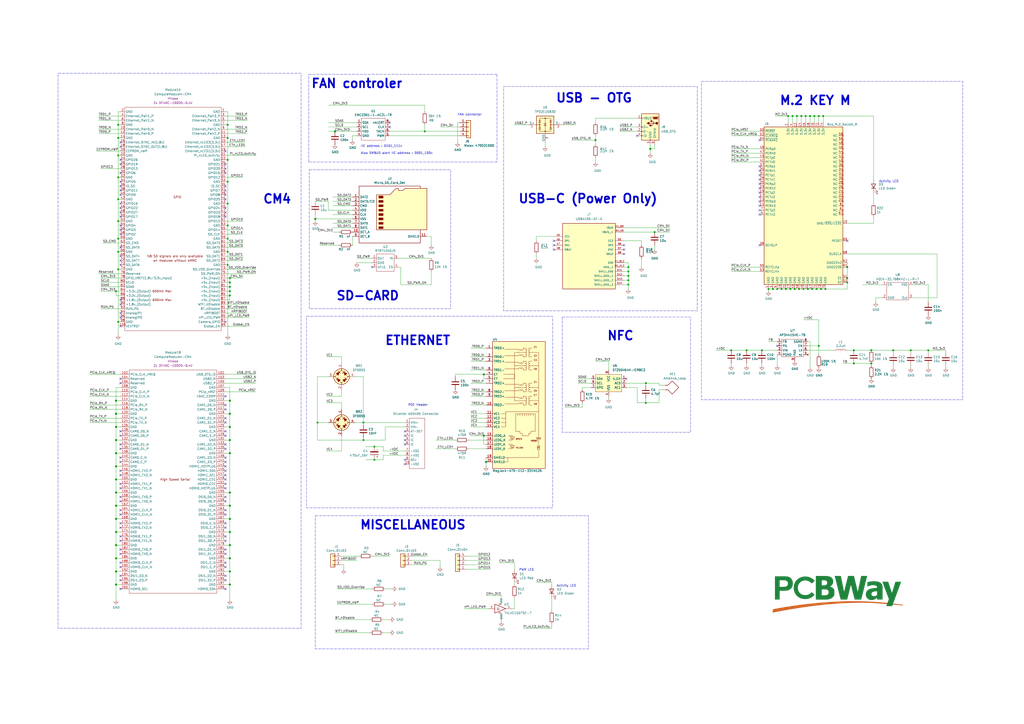
<source format=kicad_sch>
(kicad_sch (version 20231120) (generator "eeschema") (generator_version "8.0")
  (paper "A2")
  (title_block (title "V4 - CM4 Board") (date "2025-03-23") (rev "V0.4") (company "Rapid Analysis") (comment 1 "Author: Asad Imran"))
  (junction (at 132.08 92.71))
  (junction (at 433.07 203.2))
  (junction (at 491.49 154.94))
  (junction (at 68.58 138.43))
  (junction (at 133.35 168.91))
  (junction (at 132.08 153.67))
  (junction (at 246.38 76.2))
  (junction (at 459.74 67.31))
  (junction (at 133.35 166.37))
  (junction (at 133.35 331.47) (diameter 1.016))
  (junction (at 495.3 203.2))
  (junction (at 464.82 67.31))
  (junction (at 453.39 167.64))
  (junction (at 67.31 293.37) (diameter 1.016))
  (junction (at 374.65 222.25))
  (junction (at 67.31 331.47) (diameter 1.016))
  (junction (at 461.01 167.64))
  (junction (at 133.35 285.75) (diameter 1.016))
  (junction (at 133.35 247.65) (diameter 1.016))
  (junction (at 217.17 266.7))
  (junction (at 67.31 308.61) (diameter 1.016))
  (junction (at 477.52 67.31))
  (junction (at 478.79 167.64))
  (junction (at 67.31 255.27) (diameter 1.016))
  (junction (at 67.31 240.03) (diameter 1.016))
  (junction (at 469.9 67.31))
  (junction (at 377.19 86.36) (diameter 1.016))
  (junction (at 455.93 167.64))
  (junction (at 210.82 255.27))
  (junction (at 133.35 163.83))
  (junction (at 68.58 102.87))
  (junction (at 364.49 160.02))
  (junction (at 450.85 167.64))
  (junction (at 68.58 128.27))
  (junction (at 364.49 165.1))
  (junction (at 505.46 210.82) (diameter 1.016))
  (junction (at 133.35 161.29))
  (junction (at 345.44 81.28) (diameter 1.016))
  (junction (at 133.35 316.23) (diameter 1.016))
  (junction (at 476.25 167.64))
  (junction (at 67.31 270.51) (diameter 1.016))
  (junction (at 528.32 203.2))
  (junction (at 67.31 323.85) (diameter 1.016))
  (junction (at 463.55 167.64))
  (junction (at 467.36 67.31))
  (junction (at 491.49 163.83))
  (junction (at 67.31 262.89) (diameter 1.016))
  (junction (at 132.08 118.11))
  (junction (at 182.88 127) (diameter 1.016))
  (junction (at 67.31 339.09) (diameter 1.016))
  (junction (at 441.96 203.2))
  (junction (at 132.08 80.01))
  (junction (at 68.58 115.57))
  (junction (at 133.35 339.09) (diameter 1.016))
  (junction (at 68.58 146.05))
  (junction (at 364.49 157.48))
  (junction (at 364.49 154.94))
  (junction (at 67.31 232.41) (diameter 1.016))
  (junction (at 445.77 167.64))
  (junction (at 281.94 267.97) (diameter 1.016))
  (junction (at 280.67 217.17) (diameter 1.016))
  (junction (at 68.58 186.69))
  (junction (at 132.08 138.43))
  (junction (at 68.58 90.17))
  (junction (at 210.82 245.11))
  (junction (at 468.63 167.64))
  (junction (at 68.58 80.01))
  (junction (at 133.35 293.37) (diameter 1.016))
  (junction (at 133.35 300.99) (diameter 1.016))
  (junction (at 194.31 76.2) (diameter 1.016))
  (junction (at 67.31 285.75) (diameter 1.016))
  (junction (at 132.08 130.81))
  (junction (at 133.35 255.27) (diameter 1.016))
  (junction (at 505.46 203.2) (diameter 1.016))
  (junction (at 67.31 278.13) (diameter 1.016))
  (junction (at 68.58 156.21))
  (junction (at 133.35 323.85) (diameter 1.016))
  (junction (at 458.47 167.64))
  (junction (at 133.35 171.45))
  (junction (at 466.09 167.64))
  (junction (at 457.2 67.31))
  (junction (at 132.08 72.39))
  (junction (at 133.35 240.03) (diameter 1.016))
  (junction (at 495.3 210.82))
  (junction (at 132.08 105.41))
  (junction (at 68.58 72.39))
  (junction (at 67.31 247.65) (diameter 1.016))
  (junction (at 184.15 245.11))
  (junction (at 474.98 67.31))
  (junction (at 379.73 134.62))
  (junction (at 472.44 67.31))
  (junction (at 217.17 259.08))
  (junction (at 474.98 200.66))
  (junction (at 133.35 262.89) (diameter 1.016))
  (junction (at 133.35 232.41) (diameter 1.016))
  (junction (at 462.28 67.31))
  (junction (at 471.17 167.64))
  (junction (at 67.31 316.23) (diameter 1.016))
  (junction (at 518.16 203.2))
  (junction (at 132.08 146.05))
  (junction (at 280.67 252.73) (diameter 1.016))
  (junction (at 67.31 168.91))
  (junction (at 538.48 203.2))
  (junction (at 374.65 233.68))
  (junction (at 424.18 203.2))
  (junction (at 67.31 300.99) (diameter 1.016))
  (junction (at 364.49 162.56))
  (junction (at 473.71 167.64))
  (junction (at 448.31 167.64))
  (junction (at 133.35 308.61) (diameter 1.016))
  (junction (at 491.49 161.29))
  (no_connect (at 69.85 92.71))
  (no_connect (at 130.81 288.29))
  (no_connect (at 130.81 326.39))
  (no_connect (at 69.85 306.07))
  (no_connect (at 234.95 257.81))
  (no_connect (at 69.85 275.59))
  (no_connect (at 130.81 283.21))
  (no_connect (at 226.06 73.66))
  (no_connect (at 130.81 334.01))
  (no_connect (at 69.85 107.95))
  (no_connect (at 361.95 142.24))
  (no_connect (at 130.81 260.35))
  (no_connect (at 69.85 82.55))
  (no_connect (at 130.81 100.33))
  (no_connect (at 69.85 298.45))
  (no_connect (at 321.31 139.7))
  (no_connect (at 69.85 153.67))
  (no_connect (at 69.85 257.81))
  (no_connect (at 69.85 265.43))
  (no_connect (at 69.85 311.15))
  (no_connect (at 440.69 116.84))
  (no_connect (at 69.85 118.11))
  (no_connect (at 130.81 87.63))
  (no_connect (at 69.85 303.53))
  (no_connect (at 69.85 189.23))
  (no_connect (at 450.85 200.66))
  (no_connect (at 440.69 81.28))
  (no_connect (at 130.81 328.93))
  (no_connect (at 69.85 100.33))
  (no_connect (at 69.85 151.13))
  (no_connect (at 69.85 181.61))
  (no_connect (at 69.85 85.09))
  (no_connect (at 69.85 295.91))
  (no_connect (at 130.81 245.11))
  (no_connect (at 440.69 104.14))
  (no_connect (at 69.85 250.19))
  (no_connect (at 69.85 143.51))
  (no_connect (at 130.81 115.57))
  (no_connect (at 130.81 311.15))
  (no_connect (at 69.85 326.39))
  (no_connect (at 130.81 237.49))
  (no_connect (at 130.81 321.31))
  (no_connect (at 440.69 109.22))
  (no_connect (at 440.69 99.06))
  (no_connect (at 130.81 120.65))
  (no_connect (at 130.81 186.69))
  (no_connect (at 69.85 133.35))
  (no_connect (at 69.85 135.89))
  (no_connect (at 234.95 252.73))
  (no_connect (at 440.69 124.46))
  (no_connect (at 69.85 125.73))
  (no_connect (at 69.85 105.41))
  (no_connect (at 69.85 283.21))
  (no_connect (at 69.85 219.71))
  (no_connect (at 130.81 303.53))
  (no_connect (at 130.81 123.19))
  (no_connect (at 69.85 321.31))
  (no_connect (at 361.95 144.78))
  (no_connect (at 226.06 71.12))
  (no_connect (at 130.81 295.91))
  (no_connect (at 440.69 101.6))
  (no_connect (at 491.49 139.7))
  (no_connect (at 130.81 318.77))
  (no_connect (at 130.81 113.03))
  (no_connect (at 130.81 278.13))
  (no_connect (at 130.81 290.83))
  (no_connect (at 130.81 252.73))
  (no_connect (at 69.85 334.01))
  (no_connect (at 130.81 242.57))
  (no_connect (at 69.85 176.53))
  (no_connect (at 440.69 114.3))
  (no_connect (at 69.85 252.73))
  (no_connect (at 69.85 173.99))
  (no_connect (at 440.69 119.38))
  (no_connect (at 130.81 341.63))
  (no_connect (at 69.85 184.15))
  (no_connect (at 130.81 280.67))
  (no_connect (at 130.81 95.25))
  (no_connect (at 69.85 290.83))
  (no_connect (at 234.95 266.7))
  (no_connect (at 130.81 298.45))
  (no_connect (at 130.81 97.79))
  (no_connect (at 69.85 336.55))
  (no_connect (at 69.85 95.25))
  (no_connect (at 234.95 250.19))
  (no_connect (at 69.85 318.77))
  (no_connect (at 69.85 110.49))
  (no_connect (at 361.95 147.32))
  (no_connect (at 215.9 154.94))
  (no_connect (at 130.81 313.69))
  (no_connect (at 130.81 257.81))
  (no_connect (at 130.81 273.05))
  (no_connect (at 130.81 270.51))
  (no_connect (at 69.85 148.59))
  (no_connect (at 363.22 219.71))
  (no_connect (at 69.85 222.25))
  (no_connect (at 321.31 142.24))
  (no_connect (at 69.85 130.81))
  (no_connect (at 130.81 336.55))
  (no_connect (at 440.69 106.68))
  (no_connect (at 369.57 78.74))
  (no_connect (at 130.81 275.59))
  (no_connect (at 69.85 288.29))
  (no_connect (at 321.31 144.78))
  (no_connect (at 130.81 110.49))
  (no_connect (at 440.69 111.76))
  (no_connect (at 130.81 107.95))
  (no_connect (at 130.81 250.19))
  (no_connect (at 234.95 255.27))
  (no_connect (at 69.85 341.63))
  (no_connect (at 69.85 280.67))
  (no_connect (at 130.81 125.73))
  (no_connect (at 130.81 267.97))
  (no_connect (at 130.81 306.07))
  (no_connect (at 69.85 273.05))
  (no_connect (at 130.81 265.43))
  (no_connect (at 440.69 121.92))
  (no_connect (at 440.69 142.24))
  (no_connect (at 69.85 123.19))
  (no_connect (at 234.95 269.24))
  (no_connect (at 69.85 328.93))
  (no_connect (at 440.69 96.52))
  (no_connect (at 69.85 113.03))
  (no_connect (at 130.81 229.87))
  (no_connect (at 130.81 234.95))
  (no_connect (at 69.85 267.97))
  (no_connect (at 69.85 260.35))
  (no_connect (at 69.85 313.69))
  (no_connect (at 69.85 120.65))
  (wire (pts (xy 462.28 67.31) (xy 462.28 71.12)))
  (wire (pts (xy 474.98 67.31) (xy 477.52 67.31)))
  (wire (pts (xy 215.9 149.86) (xy 207.01 149.86)))
  (wire (pts (xy 130.81 171.45) (xy 133.35 171.45)))
  (wire (pts (xy 462.28 67.31) (xy 464.82 67.31)))
  (wire (pts (xy 441.96 203.2) (xy 450.85 203.2)))
  (wire (pts (xy 148.59 217.17) (xy 130.81 217.17)))
  (wire (pts (xy 69.85 74.93) (xy 57.15 74.93)))
  (wire (pts (xy 424.18 210.82) (xy 424.18 212.09)))
  (wire (pts (xy 247.65 137.16) (xy 250.19 137.16)))
  (wire (pts (xy 226.06 78.74) (xy 266.7 78.74)))
  (wire (pts (xy 264.16 218.44) (xy 264.16 217.17)))
  (wire (pts (xy 130.81 262.89) (xy 133.35 262.89)))
  (wire (pts (xy 273.05 227.33) (xy 281.94 227.33)))
  (wire (pts (xy 198.12 226.06) (xy 198.12 229.87)))
  (wire (pts (xy 270.51 330.2) (xy 284.48 330.2)))
  (wire (pts (xy 361.95 152.4) (xy 364.49 152.4)))
  (wire (pts (xy 130.81 77.47) (xy 143.51 77.47)))
  (wire (pts (xy 508 175.26) (xy 508 172.72)))
  (wire (pts (xy 548.64 212.09) (xy 548.64 213.36)))
  (wire (pts (xy 538.48 203.2) (xy 548.64 203.2)))
  (wire (pts (xy 342.9 224.79) (xy 337.82 224.79)))
  (wire (pts (xy 468.63 198.12) (xy 469.9 198.12)))
  (wire (pts (xy 68.58 194.31) (xy 68.58 186.69)))
  (wire (pts (xy 469.9 67.31) (xy 472.44 67.31)))
  (wire (pts (xy 359.41 76.2) (xy 369.57 76.2)))
  (wire (pts (xy 469.9 67.31) (xy 469.9 71.12)))
  (wire (pts (xy 316.23 82.55) (xy 316.23 85.09)))
  (wire (pts (xy 281.94 217.17) (xy 280.67 217.17)))
  (wire (pts (xy 58.42 166.37) (xy 69.85 166.37)))
  (wire (pts (xy 372.11 149.86) (xy 372.11 154.94)))
  (wire (pts (xy 468.63 203.2) (xy 483.87 203.2)))
  (wire (pts (xy 271.78 260.35) (xy 281.94 260.35)))
  (wire (pts (xy 144.78 176.53) (xy 130.81 176.53)))
  (wire (pts (xy 189.23 261.62) (xy 198.12 261.62)))
  (wire (pts (xy 67.31 168.91) (xy 69.85 168.91)))
  (wire (pts (xy 265.43 71.12) (xy 265.43 82.55)))
  (wire (pts (xy 67.31 255.27) (xy 69.85 255.27)))
  (wire (pts (xy 415.29 203.2) (xy 424.18 203.2)))
  (wire (pts (xy 464.82 67.31) (xy 464.82 71.12)))
  (wire (pts (xy 469.9 198.12) (xy 469.9 213.36)))
  (wire (pts (xy 55.88 87.63) (xy 69.85 87.63)))
  (wire (pts (xy 457.2 67.31) (xy 457.2 71.12)))
  (wire (pts (xy 252.73 255.27) (xy 264.16 255.27)))
  (wire (pts (xy 271.78 255.27) (xy 281.94 255.27)))
  (wire (pts (xy 58.42 161.29) (xy 69.85 161.29)))
  (wire (pts (xy 130.81 118.11) (xy 132.08 118.11)))
  (wire (pts (xy 246.38 72.39) (xy 246.38 76.2)))
  (wire (pts (xy 215.9 152.4) (xy 207.01 152.4)))
  (wire (pts (xy 130.81 67.31) (xy 143.51 67.31)))
  (wire (pts (xy 52.07 237.49) (xy 69.85 237.49)))
  (wire (pts (xy 234.95 245.11) (xy 210.82 245.11)))
  (wire (pts (xy 273.05 222.25) (xy 281.94 222.25)))
  (wire (pts (xy 384.81 226.06) (xy 382.27 226.06)))
  (wire (pts (xy 133.35 173.99) (xy 133.35 171.45)))
  (wire (pts (xy 68.58 64.77) (xy 69.85 64.77)))
  (wire (pts (xy 132.08 92.71) (xy 132.08 105.41)))
  (wire (pts (xy 472.44 67.31) (xy 474.98 67.31)))
  (wire (pts (xy 184.15 245.11) (xy 184.15 255.27)))
  (wire (pts (xy 424.18 203.2) (xy 433.07 203.2)))
  (wire (pts (xy 266.7 76.2) (xy 246.38 76.2)))
  (wire (pts (xy 204.47 121.92) (xy 190.5 121.92)))
  (wire (pts (xy 67.31 240.03) (xy 67.31 247.65)))
  (wire (pts (xy 453.39 167.64) (xy 455.93 167.64)))
  (wire (pts (xy 130.81 339.09) (xy 133.35 339.09)))
  (wire (pts (xy 478.79 167.64) (xy 476.25 167.64)))
  (wire (pts (xy 335.28 219.71) (xy 342.9 219.71)))
  (wire (pts (xy 311.15 147.32) (xy 311.15 149.86)))
  (wire (pts (xy 133.35 166.37) (xy 133.35 163.83)))
  (wire (pts (xy 290.83 345.44) (xy 281.94 345.44)))
  (wire (pts (xy 374.65 222.25) (xy 382.27 222.25)))
  (wire (pts (xy 198.12 207.01) (xy 198.12 210.82)))
  (wire (pts (xy 130.81 240.03) (xy 133.35 240.03)))
  (wire (pts (xy 298.45 346.71) (xy 298.45 353.06)))
  (wire (pts (xy 182.88 127) (xy 182.88 128.27)))
  (wire (pts (xy 58.42 97.79) (xy 69.85 97.79)))
  (wire (pts (xy 474.98 185.42) (xy 474.98 200.66)))
  (wire (pts (xy 457.2 67.31) (xy 459.74 67.31)))
  (wire (pts (xy 238.76 322.58) (xy 247.904 322.58)))
  (polyline (pts (xy 179.07 43.18) (xy 288.29 43.18)) (stroke (width 0) (type dash)))
  (wire (pts (xy 232.41 165.1) (xy 250.19 165.1)))
  (wire (pts (xy 382.27 226.06) (xy 382.27 233.68)))
  (wire (pts (xy 133.35 224.79) (xy 130.81 224.79)))
  (wire (pts (xy 207.01 76.2) (xy 194.31 76.2)))
  (wire (pts (xy 184.15 245.11) (xy 190.5 245.11)))
  (wire (pts (xy 250.19 165.1) (xy 250.19 157.48)))
  (wire (pts (xy 67.31 278.13) (xy 69.85 278.13)))
  (wire (pts (xy 69.85 331.47) (xy 67.31 331.47)))
  (wire (pts (xy 132.08 80.01) (xy 132.08 92.71)))
  (wire (pts (xy 298.45 337.82) (xy 298.45 339.09)))
  (wire (pts (xy 477.52 67.31) (xy 506.73 67.31)))
  (wire (pts (xy 67.31 224.79) (xy 67.31 232.41)))
  (wire (pts (xy 379.73 134.62) (xy 388.62 134.62)))
  (wire (pts (xy 445.77 167.64) (xy 448.31 167.64)))
  (wire (pts (xy 67.31 270.51) (xy 67.31 278.13)))
  (wire (pts (xy 238.76 325.12) (xy 255.27 325.12)))
  (wire (pts (xy 130.81 90.17) (xy 148.59 90.17)))
  (wire (pts (xy 132.08 138.43) (xy 132.08 146.05)))
  (wire (pts (xy 500.38 165.1) (xy 511.81 165.1)))
  (wire (pts (xy 377.19 86.36) (xy 377.19 88.9)))
  (wire (pts (xy 69.85 77.47) (xy 57.15 77.47)))
  (wire (pts (xy 143.51 181.61) (xy 130.81 181.61)))
  (wire (pts (xy 58.42 179.07) (xy 69.85 179.07)))
  (wire (pts (xy 372.11 139.7) (xy 372.11 142.24)))
  (wire (pts (xy 132.08 146.05) (xy 132.08 153.67)))
  (wire (pts (xy 132.08 64.77) (xy 132.08 72.39)))
  (wire (pts (xy 130.81 166.37) (xy 133.35 166.37)))
  (wire (pts (xy 130.81 138.43) (xy 132.08 138.43)))
  (wire (pts (xy 130.81 168.91) (xy 133.35 168.91)))
  (wire (pts (xy 433.07 203.2) (xy 441.96 203.2)))
  (wire (pts (xy 528.32 203.2) (xy 528.32 204.47)))
  (wire (pts (xy 67.31 247.65) (xy 67.31 255.27)))
  (wire (pts (xy 132.08 105.41) (xy 132.08 118.11)))
  (wire (pts (xy 132.08 72.39) (xy 132.08 80.01)))
  (wire (pts (xy 207.01 71.12) (xy 190.5 71.12)))
  (wire (pts (xy 361.95 162.56) (xy 364.49 162.56)))
  (wire (pts (xy 320.04 337.82) (xy 320.04 339.09)))
  (wire (pts (xy 205.74 218.44) (xy 210.82 218.44)))
  (wire (pts (xy 144.78 184.15) (xy 130.81 184.15)))
  (wire (pts (xy 52.07 229.87) (xy 69.85 229.87)))
  (wire (pts (xy 130.81 74.93) (xy 143.51 74.93)))
  (wire (pts (xy 67.31 293.37) (xy 69.85 293.37)))
  (wire (pts (xy 505.46 203.2) (xy 518.16 203.2)))
  (wire (pts (xy 377.19 83.82) (xy 377.19 86.36)))
  (wire (pts (xy 468.63 167.64) (xy 466.09 167.64)))
  (wire (pts (xy 190.5 60.96) (xy 246.38 60.96)))
  (wire (pts (xy 303.53 364.49) (xy 320.04 364.49)))
  (wire (pts (xy 207.01 78.74) (xy 204.47 78.74)))
  (wire (pts (xy 217.17 259.08) (xy 212.09 259.08)))
  (wire (pts (xy 182.88 124.46) (xy 182.88 127)))
  (wire (pts (xy 361.95 165.1) (xy 364.49 165.1)))
  (wire (pts (xy 321.31 137.16) (xy 311.15 137.16)))
  (wire (pts (xy 133.35 171.45) (xy 133.35 168.91)))
  (wire (pts (xy 467.36 67.31) (xy 467.36 71.12)))
  (wire (pts (xy 217.17 266.7) (xy 222.25 266.7)))
  (wire (pts (xy 67.31 232.41) (xy 69.85 232.41)))
  (wire (pts (xy 234.95 247.65) (xy 223.52 247.65)))
  (wire (pts (xy 508 172.72) (xy 511.81 172.72)))
  (wire (pts (xy 424.18 154.94) (xy 440.69 154.94)))
  (wire (pts (xy 345.44 68.58) (xy 345.44 71.12)))
  (wire (pts (xy 67.31 316.23) (xy 67.31 323.85)))
  (wire (pts (xy 68.58 115.57) (xy 69.85 115.57)))
  (wire (pts (xy 320.04 364.49) (xy 320.04 361.95)))
  (wire (pts (xy 273.05 209.55) (xy 281.94 209.55)))
  (wire (pts (xy 374.65 222.25) (xy 374.65 223.52)))
  (wire (pts (xy 518.16 213.36) (xy 518.16 212.09)))
  (wire (pts (xy 67.31 232.41) (xy 67.31 240.03)))
  (wire (pts (xy 67.31 262.89) (xy 67.31 270.51)))
  (wire (pts (xy 130.81 64.77) (xy 132.08 64.77)))
  (wire (pts (xy 189.23 233.68) (xy 198.12 233.68)))
  (wire (pts (xy 217.17 266.7) (xy 212.09 266.7)))
  (wire (pts (xy 246.38 60.96) (xy 246.38 64.77)))
  (wire (pts (xy 320.04 346.71) (xy 320.04 354.33)))
  (wire (pts (xy 69.85 339.09) (xy 67.31 339.09)))
  (wire (pts (xy 68.58 138.43) (xy 68.58 128.27)))
  (wire (pts (xy 361.95 157.48) (xy 364.49 157.48)))
  (wire (pts (xy 130.81 153.67) (xy 132.08 153.67)))
  (wire (pts (xy 194.31 76.2) (xy 190.5 76.2)))
  (wire (pts (xy 133.35 163.83) (xy 133.35 161.29)))
  (wire (pts (xy 189.23 229.87) (xy 198.12 229.87)))
  (wire (pts (xy 337.82 224.79) (xy 337.82 226.06)))
  (wire (pts (xy 68.58 128.27) (xy 68.58 115.57)))
  (wire (pts (xy 273.05 252.73) (xy 280.67 252.73)))
  (wire (pts (xy 130.81 293.37) (xy 133.35 293.37)))
  (wire (pts (xy 68.58 146.05) (xy 68.58 138.43)))
  (wire (pts (xy 130.81 189.23) (xy 144.78 189.23)))
  (wire (pts (xy 264.16 217.17) (xy 280.67 217.17)))
  (wire (pts (xy 52.07 245.11) (xy 69.85 245.11)))
  (wire (pts (xy 67.31 308.61) (xy 69.85 308.61)))
  (wire (pts (xy 327.66 236.22) (xy 337.82 236.22)))
  (wire (pts (xy 222.25 266.7) (xy 222.25 264.16)))
  (wire (pts (xy 67.31 247.65) (xy 69.85 247.65)))
  (wire (pts (xy 223.52 247.65) (xy 223.52 255.27)))
  (wire (pts (xy 133.35 293.37) (xy 133.35 300.99)))
  (wire (pts (xy 210.82 255.27) (xy 223.52 255.27)))
  (wire (pts (xy 143.51 179.07) (xy 130.81 179.07)))
  (wire (pts (xy 518.16 204.47) (xy 518.16 203.2)))
  (wire (pts (xy 538.48 165.1) (xy 529.59 165.1)))
  (wire (pts (xy 67.31 255.27) (xy 67.31 262.89)))
  (wire (pts (xy 148.59 158.75) (xy 130.81 158.75)))
  (wire (pts (xy 359.41 73.66) (xy 369.57 73.66)))
  (wire (pts (xy 473.71 167.64) (xy 471.17 167.64)))
  (wire (pts (xy 195.58 341.63) (xy 215.9 341.63)))
  (wire (pts (xy 361.95 134.62) (xy 379.73 134.62)))
  (wire (pts (xy 133.35 262.89) (xy 133.35 285.75)))
  (wire (pts (xy 210.82 255.27) (xy 184.15 255.27)))
  (wire (pts (xy 280.67 219.71) (xy 280.67 217.17)))
  (wire (pts (xy 68.58 138.43) (xy 69.85 138.43)))
  (wire (pts (xy 450.85 212.09) (xy 450.85 205.74)))
  (wire (pts (xy 232.41 154.94) (xy 231.14 154.94)))
  (wire (pts (xy 67.31 300.99) (xy 69.85 300.99)))
  (wire (pts (xy 491.49 152.4) (xy 491.49 154.94)))
  (wire (pts (xy 273.05 214.63) (xy 281.94 214.63)))
  (wire (pts (xy 130.81 85.09) (xy 142.24 85.09)))
  (wire (pts (xy 468.63 200.66) (xy 474.98 200.66)))
  (wire (pts (xy 133.35 262.89) (xy 133.35 255.27)))
  (wire (pts (xy 424.18 86.36) (xy 440.69 86.36)))
  (wire (pts (xy 130.81 80.01) (xy 132.08 80.01)))
  (wire (pts (xy 450.85 167.64) (xy 453.39 167.64)))
  (wire (pts (xy 471.17 167.64) (xy 468.63 167.64)))
  (wire (pts (xy 491.49 203.2) (xy 495.3 203.2)))
  (wire (pts (xy 491.49 154.94) (xy 491.49 161.29)))
  (wire (pts (xy 67.31 240.03) (xy 69.85 240.03)))
  (wire (pts (xy 133.35 168.91) (xy 133.35 166.37)))
  (wire (pts (xy 67.31 316.23) (xy 69.85 316.23)))
  (wire (pts (xy 204.47 137.16) (xy 204.47 142.24)))
  (wire (pts (xy 273.05 245.11) (xy 281.94 245.11)))
  (wire (pts (xy 132.08 153.67) (xy 132.08 194.31)))
  (wire (pts (xy 374.65 233.68) (xy 382.27 233.68)))
  (wire (pts (xy 133.35 316.23) (xy 133.35 323.85)))
  (wire (pts (xy 424.18 76.2) (xy 440.69 76.2)))
  (wire (pts (xy 298.45 326.39) (xy 298.45 330.2)))
  (wire (pts (xy 369.57 224.79) (xy 369.57 233.68)))
  (wire (pts (xy 58.42 163.83) (xy 69.85 163.83)))
  (wire (pts (xy 445.77 198.12) (xy 450.85 198.12)))
  (wire (pts (xy 67.31 270.51) (xy 69.85 270.51)))
  (wire (pts (xy 364.49 162.56) (xy 364.49 165.1)))
  (wire (pts (xy 68.58 72.39) (xy 68.58 64.77)))
  (wire (pts (xy 461.01 167.64) (xy 458.47 167.64)))
  (wire (pts (xy 270.51 322.58) (xy 284.48 322.58)))
  (wire (pts (xy 182.88 127) (xy 204.47 127)))
  (wire (pts (xy 199.39 327.66) (xy 199.39 330.2)))
  (wire (pts (xy 280.67 257.81) (xy 280.67 252.73)))
  (wire (pts (xy 130.81 92.71) (xy 132.08 92.71)))
  (wire (pts (xy 130.81 72.39) (xy 132.08 72.39)))
  (wire (pts (xy 204.47 132.08) (xy 193.04 132.08)))
  (wire (pts (xy 130.81 146.05) (xy 132.08 146.05)))
  (wire (pts (xy 182.88 116.84) (xy 190.5 116.84)))
  (wire (pts (xy 273.05 207.01) (xy 281.94 207.01)))
  (wire (pts (xy 384.81 223.52) (xy 382.27 223.52)))
  (wire (pts (xy 281.94 219.71) (xy 280.67 219.71)))
  (wire (pts (xy 226.06 367.03) (xy 222.25 367.03)))
  (wire (pts (xy 364.49 157.48) (xy 364.49 160.02)))
  (wire (pts (xy 345.44 78.74) (xy 345.44 81.28)))
  (wire (pts (xy 67.31 285.75) (xy 69.85 285.75)))
  (wire (pts (xy 455.93 167.64) (xy 458.47 167.64)))
  (wire (pts (xy 476.25 167.64) (xy 473.71 167.64)))
  (wire (pts (xy 132.08 130.81) (xy 132.08 138.43)))
  (wire (pts (xy 461.01 167.64) (xy 463.55 167.64)))
  (wire (pts (xy 204.47 124.46) (xy 193.04 124.46)))
  (wire (pts (xy 445.77 167.64) (xy 445.77 168.91)))
  (wire (pts (xy 364.49 160.02) (xy 364.49 162.56)))
  (wire (pts (xy 466.09 185.42) (xy 474.98 185.42)))
  (wire (pts (xy 130.81 105.41) (xy 132.08 105.41)))
  (wire (pts (xy 67.31 278.13) (xy 67.31 285.75)))
  (wire (pts (xy 518.16 203.2) (xy 528.32 203.2)))
  (wire (pts (xy 290.83 350.52) (xy 290.83 345.44)))
  (wire (pts (xy 198.12 327.66) (xy 199.39 327.66)))
  (wire (pts (xy 140.97 143.51) (xy 130.81 143.51)))
  (wire (pts (xy 495.3 210.82) (xy 505.46 210.82)))
  (wire (pts (xy 210.82 218.44) (xy 210.82 245.11)))
  (wire (pts (xy 528.32 212.09) (xy 528.32 213.36)))
  (wire (pts (xy 130.81 331.47) (xy 133.35 331.47)))
  (wire (pts (xy 68.58 102.87) (xy 69.85 102.87)))
  (wire (pts (xy 67.31 300.99) (xy 67.31 308.61)))
  (wire (pts (xy 548.64 203.2) (xy 548.64 204.47)))
  (wire (pts (xy 467.36 67.31) (xy 469.9 67.31)))
  (wire (pts (xy 69.85 67.31) (xy 57.15 67.31)))
  (wire (pts (xy 67.31 262.89) (xy 69.85 262.89)))
  (wire (pts (xy 68.58 90.17) (xy 68.58 80.01)))
  (wire (pts (xy 130.81 173.99) (xy 133.35 173.99)))
  (wire (pts (xy 441.96 210.82) (xy 441.96 212.09)))
  (wire (pts (xy 52.07 227.33) (xy 69.85 227.33)))
  (wire (pts (xy 140.97 148.59) (xy 130.81 148.59)))
  (wire (pts (xy 335.28 222.25) (xy 342.9 222.25)))
  (wire (pts (xy 273.05 234.95) (xy 281.94 234.95)))
  (wire (pts (xy 255.27 325.12) (xy 255.27 328.93)))
  (polyline (pts (xy 288.29 43.18) (xy 288.29 93.98)) (stroke (width 0) (type dash)))
  (wire (pts (xy 361.95 154.94) (xy 364.49 154.94)))
  (wire (pts (xy 538.48 203.2) (xy 538.48 204.47)))
  (wire (pts (xy 280.67 252.73) (xy 281.94 252.73)))
  (wire (pts (xy 424.18 93.98) (xy 440.69 93.98)))
  (wire (pts (xy 68.58 186.69) (xy 68.58 156.21)))
  (polyline (pts (xy 288.29 93.98) (xy 179.07 93.98)) (stroke (width 0) (type dash)))
  (wire (pts (xy 345.44 68.58) (xy 369.57 68.58)))
  (wire (pts (xy 506.73 67.31) (xy 506.73 104.14)))
  (wire (pts (xy 193.04 129.54) (xy 204.47 129.54)))
  (wire (pts (xy 67.31 168.91) (xy 67.31 171.45)))
  (wire (pts (xy 311.15 337.82) (xy 320.04 337.82)))
  (wire (pts (xy 227.33 350.52) (xy 223.52 350.52)))
  (wire (pts (xy 52.07 234.95) (xy 69.85 234.95)))
  (wire (pts (xy 424.18 88.9) (xy 440.69 88.9)))
  (wire (pts (xy 345.44 209.55) (xy 353.06 209.55)))
  (wire (pts (xy 364.49 152.4) (xy 364.49 154.94)))
  (wire (pts (xy 269.24 353.06) (xy 283.21 353.06)))
  (wire (pts (xy 130.81 232.41) (xy 133.35 232.41)))
  (wire (pts (xy 379.73 86.36) (xy 377.19 86.36)))
  (wire (pts (xy 68.58 156.21) (xy 68.58 146.05)))
  (wire (pts (xy 491.49 147.32) (xy 543.56 147.32)))
  (wire (pts (xy 185.42 142.24) (xy 196.85 142.24)))
  (wire (pts (xy 472.44 67.31) (xy 472.44 71.12)))
  (wire (pts (xy 130.81 247.65) (xy 133.35 247.65)))
  (wire (pts (xy 374.65 231.14) (xy 374.65 233.68)))
  (wire (pts (xy 140.97 135.89) (xy 130.81 135.89)))
  (wire (pts (xy 189.23 207.01) (xy 198.12 207.01)))
  (wire (pts (xy 491.49 163.83) (xy 491.49 167.64)))
  (wire (pts (xy 204.47 78.74) (xy 204.47 81.28)))
  (wire (pts (xy 67.31 331.47) (xy 67.31 339.09)))
  (wire (pts (xy 232.41 165.1) (xy 232.41 154.94)))
  (wire (pts (xy 273.05 247.65) (xy 281.94 247.65)))
  (wire (pts (xy 68.58 80.01) (xy 69.85 80.01)))
  (wire (pts (xy 424.18 91.44) (xy 440.69 91.44)))
  (wire (pts (xy 198.12 322.58) (xy 208.28 322.58)))
  (wire (pts (xy 132.08 118.11) (xy 132.08 130.81)))
  (wire (pts (xy 227.33 341.63) (xy 223.52 341.63)))
  (wire (pts (xy 184.15 218.44) (xy 184.15 245.11)))
  (wire (pts (xy 130.81 285.75) (xy 133.35 285.75)))
  (wire (pts (xy 130.81 308.61) (xy 133.35 308.61)))
  (wire (pts (xy 69.85 171.45) (xy 67.31 171.45)))
  (wire (pts (xy 474.98 200.66) (xy 474.98 205.74)))
  (wire (pts (xy 52.07 242.57) (xy 69.85 242.57)))
  (wire (pts (xy 193.04 119.38) (xy 204.47 119.38)))
  (wire (pts (xy 130.81 133.35) (xy 140.97 133.35)))
  (wire (pts (xy 198.12 325.12) (xy 207.01 325.12)))
  (wire (pts (xy 190.5 218.44) (xy 184.15 218.44)))
  (wire (pts (xy 424.18 157.48) (xy 440.69 157.48)))
  (wire (pts (xy 194.31 359.41) (xy 214.63 359.41)))
  (wire (pts (xy 379.73 83.82) (xy 379.73 86.36)))
  (wire (pts (xy 195.58 350.52) (xy 215.9 350.52)))
  (wire (pts (xy 250.19 137.16) (xy 250.19 142.24)))
  (wire (pts (xy 363.22 224.79) (xy 369.57 224.79)))
  (polyline (pts (xy 179.07 93.98) (xy 179.07 43.18)) (stroke (width 0) (type dash)))
  (wire (pts (xy 130.81 102.87) (xy 140.97 102.87)))
  (wire (pts (xy 67.31 308.61) (xy 67.31 316.23)))
  (wire (pts (xy 477.52 67.31) (xy 477.52 71.12)))
  (wire (pts (xy 130.81 161.29) (xy 133.35 161.29)))
  (wire (pts (xy 491.49 161.29) (xy 491.49 163.83)))
  (wire (pts (xy 361.95 160.02) (xy 364.49 160.02)))
  (wire (pts (xy 255.27 73.66) (xy 266.7 73.66)))
  (wire (pts (xy 369.57 233.68) (xy 374.65 233.68)))
  (wire (pts (xy 281.94 265.43) (xy 281.94 267.97)))
  (wire (pts (xy 474.98 67.31) (xy 474.98 71.12)))
  (wire (pts (xy 215.9 322.58) (xy 226.06 322.58)))
  (wire (pts (xy 226.06 359.41) (xy 222.25 359.41)))
  (wire (pts (xy 238.76 327.66) (xy 247.65 327.66)))
  (wire (pts (xy 528.32 203.2) (xy 538.48 203.2)))
  (wire (pts (xy 193.04 114.3) (xy 204.47 114.3)))
  (wire (pts (xy 130.81 222.25) (xy 148.59 222.25)))
  (wire (pts (xy 488.95 210.82) (xy 495.3 210.82)))
  (wire (pts (xy 68.58 80.01) (xy 68.58 72.39)))
  (wire (pts (xy 130.81 128.27) (xy 140.97 128.27)))
  (wire (pts (xy 133.35 308.61) (xy 133.35 316.23)))
  (wire (pts (xy 58.42 168.91) (xy 67.31 168.91)))
  (wire (pts (xy 361.95 132.08) (xy 388.62 132.08)))
  (wire (pts (xy 59.69 140.97) (xy 69.85 140.97)))
  (wire (pts (xy 210.82 254) (xy 210.82 255.27)))
  (wire (pts (xy 133.35 285.75) (xy 133.35 293.37)))
  (wire (pts (xy 67.31 293.37) (xy 67.31 300.99)))
  (wire (pts (xy 281.94 257.81) (xy 280.67 257.81)))
  (wire (pts (xy 331.47 81.28) (xy 345.44 81.28)))
  (wire (pts (xy 133.35 240.03) (xy 133.35 232.41)))
  (wire (pts (xy 193.04 134.62) (xy 196.85 134.62)))
  (wire (pts (xy 68.58 156.21) (xy 69.85 156.21)))
  (wire (pts (xy 57.15 158.75) (xy 69.85 158.75)))
  (wire (pts (xy 67.31 285.75) (xy 67.31 293.37)))
  (wire (pts (xy 231.14 149.86) (xy 250.19 149.86)))
  (wire (pts (xy 194.31 367.03) (xy 214.63 367.03)))
  (wire (pts (xy 353.06 214.63) (xy 353.06 209.55)))
  (wire (pts (xy 133.35 232.41) (xy 133.35 224.79)))
  (wire (pts (xy 273.05 240.03) (xy 281.94 240.03)))
  (wire (pts (xy 450.85 167.64) (xy 448.31 167.64)))
  (wire (pts (xy 311.15 137.16) (xy 311.15 139.7)))
  (wire (pts (xy 130.81 316.23) (xy 133.35 316.23)))
  (wire (pts (xy 210.82 245.11) (xy 210.82 246.38)))
  (wire (pts (xy 140.97 151.13) (xy 130.81 151.13)))
  (wire (pts (xy 382.27 223.52) (xy 382.27 222.25)))
  (wire (pts (xy 505.46 212.09) (xy 505.46 210.82)))
  (wire (pts (xy 148.59 156.21) (xy 130.81 156.21)))
  (wire (pts (xy 345.44 81.28) (xy 345.44 83.82)))
  (wire (pts (xy 130.81 227.33) (xy 148.59 227.33)))
  (wire (pts (xy 133.35 255.27) (xy 133.35 247.65)))
  (wire (pts (xy 52.07 217.17) (xy 69.85 217.17)))
  (wire (pts (xy 68.58 186.69) (xy 69.85 186.69)))
  (wire (pts (xy 222.25 259.08) (xy 217.17 259.08)))
  (wire (pts (xy 67.31 339.09) (xy 67.31 347.98)))
  (wire (pts (xy 459.74 67.31) (xy 462.28 67.31)))
  (wire (pts (xy 379.73 142.24) (xy 379.73 144.78)))
  (wire (pts (xy 538.48 212.09) (xy 538.48 213.36)))
  (wire (pts (xy 68.58 90.17) (xy 69.85 90.17)))
  (wire (pts (xy 298.45 72.39) (xy 306.07 72.39)))
  (wire (pts (xy 464.82 67.31) (xy 467.36 67.31)))
  (wire (pts (xy 133.35 331.47) (xy 133.35 339.09)))
  (wire (pts (xy 506.73 111.76) (xy 506.73 118.11)))
  (wire (pts (xy 226.06 76.2) (xy 246.38 76.2)))
  (wire (pts (xy 353.06 229.87) (xy 353.06 231.14)))
  (wire (pts (xy 463.55 167.64) (xy 466.09 167.64)))
  (wire (pts (xy 449.58 67.31) (xy 457.2 67.31)))
  (wire (pts (xy 130.81 300.99) (xy 133.35 300.99)))
  (wire (pts (xy 130.81 255.27) (xy 133.35 255.27)))
  (wire (pts (xy 364.49 154.94) (xy 364.49 157.48)))
  (wire (pts (xy 133.35 300.99) (xy 133.35 308.61)))
  (wire (pts (xy 298.45 353.06) (xy 297.18 353.06)))
  (wire (pts (xy 345.44 91.44) (xy 345.44 93.98)))
  (wire (pts (xy 433.07 210.82) (xy 433.07 212.09)))
  (wire (pts (xy 281.94 267.97) (xy 281.94 270.51)))
  (wire (pts (xy 266.7 71.12) (xy 265.43 71.12)))
  (wire (pts (xy 133.35 323.85) (xy 133.35 331.47)))
  (wire (pts (xy 459.74 67.31) (xy 459.74 71.12)))
  (wire (pts (xy 67.31 323.85) (xy 67.31 331.47)))
  (wire (pts (xy 68.58 72.39) (xy 69.85 72.39)))
  (wire (pts (xy 140.97 140.97) (xy 130.81 140.97)))
  (wire (pts (xy 506.73 129.54) (xy 506.73 125.73)))
  (wire (pts (xy 364.49 165.1) (xy 364.49 167.64)))
  (wire (pts (xy 495.3 203.2) (xy 505.46 203.2)))
  (wire (pts (xy 133.35 161.29) (xy 140.97 161.29)))
  (wire (pts (xy 326.39 72.39) (xy 334.01 72.39)))
  (wire (pts (xy 270.51 327.66) (xy 284.48 327.66)))
  (wire (pts (xy 68.58 128.27) (xy 69.85 128.27)))
  (wire (pts (xy 68.58 115.57) (xy 68.58 102.87)))
  (wire (pts (xy 69.85 69.85) (xy 57.15 69.85)))
  (wire (pts (xy 543.56 147.32) (xy 543.56 172.72)))
  (wire (pts (xy 130.81 69.85) (xy 143.51 69.85)))
  (wire (pts (xy 130.81 130.81) (xy 132.08 130.81)))
  (wire (pts (xy 130.81 219.71) (xy 148.59 219.71)))
  (wire (pts (xy 210.82 245.11) (xy 205.74 245.11)))
  (wire (pts (xy 538.48 175.26) (xy 538.48 165.1)))
  (wire (pts (xy 68.58 102.87) (xy 68.58 90.17)))
  (wire (pts (xy 289.56 326.39) (xy 298.45 326.39)))
  (wire (pts (xy 204.47 116.84) (xy 193.04 116.84)))
  (wire (pts (xy 67.31 323.85) (xy 69.85 323.85)))
  (wire (pts (xy 270.51 325.12) (xy 284.48 325.12)))
  (wire (pts (xy 363.22 222.25) (xy 374.65 222.25)))
  (wire (pts (xy 424.18 78.74) (xy 440.69 78.74)))
  (wire (pts (xy 252.73 260.35) (xy 264.16 260.35)))
  (wire (pts (xy 543.56 172.72) (xy 529.59 172.72)))
  (wire (pts (xy 69.85 224.79) (xy 67.31 224.79)))
  (wire (pts (xy 190.5 121.92) (xy 190.5 116.84)))
  (wire (pts (xy 337.82 236.22) (xy 337.82 233.68)))
  (wire (pts (xy 273.05 229.87) (xy 281.94 229.87)))
  (wire (pts (xy 273.05 242.57) (xy 281.94 242.57)))
  (wire (pts (xy 491.49 167.64) (xy 478.79 167.64)))
  (wire (pts (xy 133.35 247.65) (xy 133.35 240.03)))
  (wire (pts (xy 234.95 261.62) (xy 222.25 261.62)))
  (wire (pts (xy 491.49 129.54) (xy 506.73 129.54)))
  (wire (pts (xy 198.12 233.68) (xy 198.12 237.49)))
  (wire (pts (xy 222.25 261.62) (xy 222.25 259.08)))
  (wire (pts (xy 290.83 355.6) (xy 290.83 360.68)))
  (wire (pts (xy 133.35 339.09) (xy 133.35 347.98)))
  (wire (pts (xy 222.25 264.16) (xy 234.95 264.16)))
  (wire (pts (xy 198.12 252.73) (xy 198.12 261.62)))
  (wire (pts (xy 130.81 163.83) (xy 133.35 163.83)))
  (wire (pts (xy 207.01 73.66) (xy 190.5 73.66)))
  (wire (pts (xy 130.81 323.85) (xy 133.35 323.85)))
  (wire (pts (xy 273.05 201.93) (xy 281.94 201.93)))
  (wire (pts (xy 68.58 146.05) (xy 69.85 146.05)))
  (wire (pts (xy 361.95 139.7) (xy 372.11 139.7)))
  (wire (pts (xy 130.81 82.55) (xy 142.24 82.55)))
  (polyline (pts (xy 397.0523 318.3255) (xy 397.129 318.3283) (xy 397.2039 318.3327) (xy 397.2755 318.3386) (xy 397.3423 318.346) (xy 397.4028 318.3548) (xy 397.4555 318.3649) (xy 397.4988 318.3764) (xy 397.5312 318.389) (xy 397.5524 318.4026) (xy 397.5714 318.4178) (xy 397.5881 318.4355) (xy 397.6027 318.4568) (xy 397.6154 318.4827) (xy 397.6263 318.5141) (xy 397.6355 318.5522) (xy 397.6432 318.598) (xy 397.6494 318.6525) (xy 397.6544 318.7166) (xy 397.6611 318.8781) (xy 397.6644 319.0908) (xy 397.6652 319.3627) (xy 397.6689 319.5971) (xy 397.6751 319.7998) (xy 397.6793 319.8903) (xy 397.6843 319.9742) (xy 397.6902 320.0519) (xy 397.697 320.1238) (xy 397.7048 320.1903) (xy 397.7136 320.2518) (xy 397.7235 320.3089) (xy 397.7347 320.3618) (xy 397.747 320.411) (xy 397.7607 320.457) (xy 397.7758 320.5002) (xy 397.7922 320.5409) (xy 397.8238 320.638) (xy 397.8502 320.7621) (xy 397.8723 320.9242) (xy 397.891 321.1354) (xy 397.907 321.4068) (xy 397.9212 321.7494) (xy 397.9474 322.6929) (xy 397.9827 324.5626) (xy 402.2161 324.5838) (xy 404.0066 324.594) (xy 404.7365 324.6025) (xy 405.3487 324.6129) (xy 405.838 324.6249) (xy 406.1987 324.6383) (xy 406.4255 324.6529) (xy 406.487 324.6606) (xy 406.5129 324.6684) (xy 406.5263 324.6845) (xy 406.5346 324.7012) (xy 406.5368 324.7099) (xy 406.5376 324.7189) (xy 406.5369 324.7281) (xy 406.5348 324.7377) (xy 406.5261 324.758) (xy 406.511 324.7801) (xy 406.4894 324.8042) (xy 406.4609 324.8307) (xy 406.4251 324.8599) (xy 406.3819 324.892) (xy 406.3309 324.9273) (xy 406.2718 324.9661) (xy 406.1281 325.0555) (xy 405.9484 325.1623) (xy 405.5886 325.374) (xy 400.9249 325.374) (xy 399.4195 325.3735) (xy 398.8061 325.3725) (xy 398.2771 325.3709) (xy 397.826 325.3685) (xy 397.6277 325.3669) (xy 397.4465 325.3651) (xy 397.2816 325.3629) (xy 397.1322 325.3605) (xy 396.9976 325.3577) (xy 396.8768 325.3546) (xy 396.7691 325.3511) (xy 396.6737 325.3472) (xy 396.5898 325.3429) (xy 396.5167 325.3382) (xy 396.4534 325.333) (xy 396.3993 325.3273) (xy 396.3535 325.3211) (xy 396.3334 325.3179) (xy 396.3152 325.3145) (xy 396.2986 325.3109) (xy 396.2836 325.3073) (xy 396.2701 325.3034) (xy 396.2579 325.2995) (xy 396.2471 325.2954) (xy 396.2374 325.2911) (xy 396.2288 325.2867) (xy 396.2212 325.2822) (xy 396.2144 325.2775) (xy 396.2085 325.2726) (xy 396.2032 325.2676) (xy 396.1985 325.2624) (xy 396.1943 325.257) (xy 396.1905 325.2515) (xy 396.1836 325.2399) (xy 396.1684 325.1743) (xy 396.1547 325.0433) (xy 396.1426 324.85) (xy 396.1324 324.5979) (xy 396.1181 323.9303) (xy 396.113 323.0668) (xy 396.1133 322.3994) (xy 396.1142 322.1275) (xy 396.1158 321.8922) (xy 396.1184 321.69) (xy 396.1223 321.5174) (xy 396.1278 321.371) (xy 396.1312 321.3066) (xy 396.135 321.2474) (xy 396.1394 321.193) (xy 396.1444 321.143) (xy 396.1499 321.0969) (xy 396.1561 321.0544) (xy 396.1629 321.015) (xy 396.1703 320.9782) (xy 396.1785 320.9436) (xy 396.1874 320.9108) (xy 396.1971 320.8794) (xy 396.2076 320.8489) (xy 396.219 320.8188) (xy 396.2312 320.7889) (xy 396.2583 320.7274) (xy 396.2894 320.6609) (xy 396.3436 320.5399) (xy 396.3659 320.4839) (xy 396.3854 320.4289) (xy 396.4022 320.3736) (xy 396.4165 320.3166) (xy 396.4285 320.2564) (xy 396.4384 320.1917) (xy 396.4464 320.121) (xy 396.4528 320.043) (xy 396.461 319.8592) (xy 396.4649 319.6291) (xy 396.4658 319.3415) (xy 396.466 319.218) (xy 396.4668 319.104) (xy 396.4682 318.9993) (xy 396.4702 318.9036) (xy 396.4728 318.8167) (xy 396.4762 318.7382) (xy 396.4803 318.6681) (xy 396.4852 318.606) (xy 396.4909 318.5516) (xy 396.4975 318.5048) (xy 396.505 318.4652) (xy 396.5091 318.4481) (xy 396.5134 318.4327) (xy 396.518 318.4189) (xy 396.5228 318.4069) (xy 396.5279 318.3965) (xy 396.5333 318.3877) (xy 396.5389 318.3804) (xy 396.5448 318.3747) (xy 396.551 318.3705) (xy 396.5575 318.3678) (xy 396.5936 318.3557) (xy 396.6401 318.3456) (xy 396.6955 318.3375) (xy 396.7583 318.3315) (xy 396.8268 318.3273) (xy 396.8997 318.3249) (xy 396.9753 318.3244) (xy 397.0523 318.3255)) (stroke (width -0.0001) (type solid)) (fill (type outline)))
  (polyline (pts (xy 381.2523 371.5177) (xy 381.2788 371.5189) (xy 381.3052 371.5209) (xy 381.3313 371.5236) (xy 381.3569 371.527) (xy 381.3819 371.5311) (xy 381.4062 371.5358) (xy 381.4295 371.5411) (xy 381.4518 371.5471) (xy 381.4728 371.5535) (xy 381.4924 371.5605) (xy 381.5105 371.5679) (xy 381.5269 371.5758) (xy 381.5415 371.5842) (xy 381.5541 371.5929) (xy 381.5595 371.5974) (xy 381.5644 371.602) (xy 381.5759 371.6194) (xy 381.5863 371.648) (xy 381.6045 371.7411) (xy 381.6191 371.8855) (xy 381.6306 372.0853) (xy 381.6391 372.3446) (xy 381.6448 372.6676) (xy 381.6491 373.5211) (xy 381.6507 373.8971) (xy 381.6552 374.2573) (xy 381.6621 374.5934) (xy 381.6712 374.8969) (xy 381.6818 375.1595) (xy 381.6938 375.3725) (xy 381.7065 375.5277) (xy 381.7131 375.581) (xy 381.7197 375.6166) (xy 381.7597 375.7423) (xy 381.8081 375.86) (xy 381.8644 375.9698) (xy 381.928 376.0716) (xy 381.9985 376.1655) (xy 382.0754 376.2514) (xy 382.1582 376.3294) (xy 382.2463 376.3993) (xy 382.3393 376.4613) (xy 382.4367 376.5153) (xy 382.5381 376.5614) (xy 382.6428 376.5994) (xy 382.7504 376.6294) (xy 382.8604 376.6514) (xy 382.9724 376.6654) (xy 383.0858 376.6714) (xy 383.2001 376.6694) (xy 383.3149 376.6593) (xy 383.4296 376.6413) (xy 383.5437 376.6151) (xy 383.6568 376.581) (xy 383.7683 376.5388) (xy 383.8779 376.4885) (xy 383.9848 376.4302) (xy 384.0888 376.3638) (xy 384.1892 376.2894) (xy 384.2856 376.2069) (xy 384.3775 376.1163) (xy 384.4644 376.0176) (xy 384.5458 375.9109) (xy 384.6212 375.796) (xy 384.6901 375.6731) (xy 384.7256 375.5952) (xy 384.7583 375.5092) (xy 384.7882 375.4143) (xy 384.8154 375.3097) (xy 384.84 375.1945) (xy 384.8621 375.0678) (xy 384.8991 374.777) (xy 384.9271 374.4306) (xy 384.947 374.0221) (xy 384.9595 373.5447) (xy 384.9652 372.9919) (xy 384.9654 372.7786) (xy 384.966 372.5875) (xy 384.9672 372.4174) (xy 384.969 372.2671) (xy 384.9715 372.1354) (xy 384.9749 372.021) (xy 384.9792 371.9227) (xy 384.9818 371.8792) (xy 384.9846 371.8392) (xy 384.9878 371.8027) (xy 384.9912 371.7695) (xy 384.9949 371.7393) (xy 384.999 371.7121) (xy 385.0034 371.6877) (xy 385.0082 371.6659) (xy 385.0133 371.6466) (xy 385.0188 371.6297) (xy 385.0247 371.6149) (xy 385.031 371.6022) (xy 385.0377 371.5913) (xy 385.0449 371.5821) (xy 385.0525 371.5746) (xy 385.0606 371.5684) (xy 385.0691 371.5635) (xy 385.0781 371.5597) (xy 385.1152 371.5475) (xy 385.1545 371.5375) (xy 385.1956 371.5296) (xy 385.238 371.5237) (xy 385.2811 371.52) (xy 385.3244 371.5182) (xy 385.3675 371.5186) (xy 385.4097 371.5209) (xy 385.4506 371.5252) (xy 385.4897 371.5314) (xy 385.5265 371.5396) (xy 385.5603 371.5497) (xy 385.5908 371.5618) (xy 385.6046 371.5685) (xy 385.6173 371.5757) (xy 385.629 371.5833) (xy 385.6395 371.5915) (xy 385.6487 371.6) (xy 385.6567 371.6091) (xy 385.6669 371.6308) (xy 385.6765 371.6725) (xy 385.6937 371.8161) (xy 385.7083 372.0414) (xy 385.7202 372.3499) (xy 385.736 373.2224) (xy 385.7413 374.4454) (xy 385.7435 375.4149) (xy 385.7434 375.8043) (xy 385.7416 376.1361) (xy 385.7399 376.2819) (xy 385.7375 376.415) (xy 385.7345 376.536) (xy 385.7307 376.6456) (xy 385.726 376.7442) (xy 385.7204 376.8324) (xy 385.7138 376.9109) (xy 385.7061 376.9801) (xy 385.6972 377.0407) (xy 385.6871 377.0932) (xy 385.6757 377.1383) (xy 385.6695 377.1582) (xy 385.6629 377.1764) (xy 385.656 377.193) (xy 385.6487 377.2082) (xy 385.641 377.2218) (xy 385.6329 377.2342) (xy 385.6244 377.2452) (xy 385.6155 377.255) (xy 385.6062 377.2636) (xy 385.5965 377.2711) (xy 385.5863 377.2777) (xy 385.5757 377.2833) (xy 385.5646 377.288) (xy 385.553 377.2919) (xy 385.5284 377.2977) (xy 385.5019 377.3011) (xy 385.4733 377.3027) (xy 385.4426 377.3032) (xy 385.3744 377.3029) (xy 385.3515 377.3024) (xy 385.3292 377.3009) (xy 385.3073 377.2985) (xy 385.286 377.2951) (xy 385.2652 377.2908) (xy 385.245 377.2855) (xy 385.2254 377.2794) (xy 385.2063 377.2723) (xy 385.1879 377.2644) (xy 385.1701 377.2556) (xy 385.1529 377.246) (xy 385.1364 377.2355) (xy 385.1206 377.2242) (xy 385.1054 377.2121) (xy 385.091 377.1993) (xy 385.0772 377.1856) (xy 385.0642 377.1711) (xy 385.0519 377.156) (xy 385.0404 377.14) (xy 385.0296 377.1234) (xy 385.0196 377.106) (xy 385.0104 377.088) (xy 385.002 377.0693) (xy 384.9944 377.0499) (xy 384.9877 377.0298) (xy 384.9818 377.0092) (xy 384.9768 376.9879) (xy 384.9727 376.9659) (xy 384.9694 376.9434) (xy 384.9671 376.9204) (xy 384.9657 376.8967) (xy 384.9652 376.8725) (xy 384.9633 376.8178) (xy 384.9609 376.793) (xy 384.9576 376.77) (xy 384.9533 376.7487) (xy 384.948 376.7291) (xy 384.9417 376.7113) (xy 384.9345 376.6952) (xy 384.9262 376.6809) (xy 384.917 376.6683) (xy 384.9068 376.6574) (xy 384.8956 376.6483) (xy 384.8835 376.6409) (xy 384.8703 376.6352) (xy 384.8561 376.6313) (xy 384.8409 376.6291) (xy 384.8247 376.6286) (xy 384.8074 376.6299) (xy 384.7892 376.6329) (xy 384.7699 376.6377) (xy 384.7496 376.6442) (xy 384.7282 376.6524) (xy 384.7059 376.6624) (xy 384.6824 376.6741) (xy 384.6325 376.7027) (xy 384.5783 376.7382) (xy 384.5199 376.7807) (xy 384.4572 376.8302) (xy 384.3548 376.9114) (xy 384.2605 376.9837) (xy 384.173 377.0473) (xy 384.0903 377.103) (xy 384.011 377.1512) (xy 383.9333 377.1924) (xy 383.8557 377.2272) (xy 383.7764 377.2561) (xy 383.6937 377.2797) (xy 383.6061 377.2984) (xy 383.5119 377.3127) (xy 383.4095 377.3233) (xy 383.2971 377.3306) (xy 383.1731 377.3351) (xy 382.8838 377.3382) (xy 382.6365 377.3374) (xy 382.5336 377.3361) (xy 382.4425 377.3338) (xy 382.3619 377.3301) (xy 382.2904 377.3248) (xy 382.2264 377.3176) (xy 382.1968 377.3132) (xy 382.1686 377.3082) (xy 382.1415 377.3026) (xy 382.1155 377.2963) (xy 382.0902 377.2894) (xy 382.0656 377.2817) (xy 382.0415 377.2732) (xy 382.0176 377.264) (xy 381.97 377.2429) (xy 381.9214 377.2182) (xy 381.8703 377.1896) (xy 381.8153 377.1568) (xy 381.7549 377.1194) (xy 381.6713 377.0663) (xy 381.5921 377.0102) (xy 381.5174 376.9508) (xy 381.447 376.8882) (xy 381.3809 376.8221) (xy 381.319 376.7526) (xy 381.2611 376.6795) (xy 381.2073 376.6026) (xy 381.1573 376.522) (xy 381.1111 376.4375) (xy 381.0686 376.3489) (xy 381.0297 376.2562) (xy 380.9943 376.1594) (xy 380.9623 376.0582) (xy 380.9337 375.9525) (xy 380.9083 375.8424) (xy 380.8846 375.6927) (xy 380.8637 375.4851) (xy 380.8306 374.9328) (xy 380.8092 374.2582) (xy 380.7998 373.5343) (xy 380.8027 372.8339) (xy 380.818 372.2298) (xy 380.8461 371.7949) (xy 380.8649 371.6636) (xy 380.8871 371.602) (xy 380.8975 371.5929) (xy 380.9101 371.5842) (xy 380.9246 371.5758) (xy 380.941 371.5679) (xy 380.9591 371.5605) (xy 380.9788 371.5535) (xy 380.9998 371.5471) (xy 381.022 371.5411) (xy 381.0454 371.5358) (xy 381.0696 371.5311) (xy 381.0946 371.527) (xy 381.1203 371.5236) (xy 381.1464 371.5209) (xy 381.1727 371.5189) (xy 381.1993 371.5177) (xy 381.2258 371.5173) (xy 381.2523 371.5177)) (stroke (width -0.0001) (type solid)) (fill (type outline)))
  (polyline (pts (xy 372.4769 304.7365) (xy 373.0852 305.3425) (xy 373.5971 305.8471) (xy 374.0191 306.2568) (xy 374.1986 306.428) (xy 374.3581 306.578) (xy 374.4985 306.7074) (xy 374.6206 306.8172) (xy 374.7254 306.9081) (xy 374.8135 306.9808) (xy 374.8859 307.0363) (xy 374.9433 307.0753) (xy 374.9667 307.0889) (xy 374.9867 307.0987) (xy 375.0034 307.1047) (xy 375.0169 307.1072) (xy 375.1504 307.11) (xy 375.3811 307.1089) (xy 376.0047 307.1001) (xy 376.2308 307.0989) (xy 376.3299 307.0995) (xy 376.4206 307.101) (xy 376.5036 307.1035) (xy 376.5795 307.1071) (xy 376.6491 307.1118) (xy 376.7129 307.1177) (xy 376.7716 307.125) (xy 376.826 307.1337) (xy 376.8768 307.1439) (xy 376.9244 307.1557) (xy 376.9697 307.1691) (xy 377.0134 307.1842) (xy 377.056 307.2012) (xy 377.0983 307.2201) (xy 377.1852 307.2542) (xy 377.2855 307.2831) (xy 377.4046 307.3074) (xy 377.5481 307.3277) (xy 377.7213 307.3446) (xy 377.9297 307.359) (xy 378.1789 307.3713) (xy 378.4741 307.3823) (xy 379.5677 307.4176) (xy 379.5889 308.0314) (xy 379.5906 308.1574) (xy 379.5903 308.2744) (xy 379.5883 308.3802) (xy 379.5866 308.4281) (xy 379.5845 308.4724) (xy 379.582 308.5127) (xy 379.579 308.5488) (xy 379.5757 308.5803) (xy 379.572 308.6069) (xy 379.568 308.6284) (xy 379.5635 308.6446) (xy 379.5612 308.6505) (xy 379.5587 308.655) (xy 379.5562 308.6579) (xy 379.5536 308.6594) (xy 378.4036 308.6735) (xy 378.0991 308.6793) (xy 377.8482 308.6865) (xy 377.7406 308.6909) (xy 377.6438 308.6961) (xy 377.557 308.702) (xy 377.4793 308.7088) (xy 377.4098 308.7166) (xy 377.3478 308.7254) (xy 377.2924 308.7355) (xy 377.2427 308.7469) (xy 377.1979 308.7597) (xy 377.1571 308.774) (xy 377.1194 308.7899) (xy 377.0842 308.8076) (xy 377.0505 308.8253) (xy 377.0153 308.8414) (xy 376.9779 308.856) (xy 376.9379 308.8691) (xy 376.8946 308.8808) (xy 376.8474 308.8911) (xy 376.7959 308.9002) (xy 376.7393 308.9081) (xy 376.6091 308.9204) (xy 376.4521 308.9286) (xy 376.2639 308.9331) (xy 376.0399 308.9346) (xy 375.8699 308.933) (xy 375.7062 308.9284) (xy 375.5527 308.9212) (xy 375.4129 308.9116) (xy 375.2906 308.9001) (xy 375.2372 308.8937) (xy 375.1896 308.8869) (xy 375.1483 308.8798) (xy 375.1136 308.8724) (xy 375.0861 308.8648) (xy 375.0663 308.8569) (xy 374.9806 308.7867) (xy 374.7947 308.6155) (xy 374.1693 308.0156) (xy 373.2833 307.1484) (xy 372.2299 306.1053) (xy 369.5418 303.4312) (xy 368.7586 303.4312) (xy 368.6266 303.4311) (xy 368.5102 303.4306) (xy 368.4083 303.4295) (xy 368.3201 303.4277) (xy 368.2807 303.4264) (xy 368.2443 303.4248) (xy 368.2107 303.423) (xy 368.1799 303.4208) (xy 368.1517 303.4183) (xy 368.1259 303.4154) (xy 368.1025 303.412) (xy 368.0813 303.4083) (xy 368.0621 303.4041) (xy 368.0449 303.3994) (xy 368.0295 303.3942) (xy 368.0157 303.3885) (xy 368.0035 303.3822) (xy 367.9927 303.3754) (xy 367.9832 303.3679) (xy 367.9748 303.3598) (xy 367.9674 303.351) (xy 367.9609 303.3416) (xy 367.9552 303.3314) (xy 367.9501 303.3205) (xy 367.9454 303.3088) (xy 367.9411 303.2963) (xy 367.9331 303.2689) (xy 367.921 303.2178) (xy 367.9109 303.1629) (xy 367.903 303.105) (xy 367.8971 303.0449) (xy 367.8932 302.9836) (xy 367.8913 302.9217) (xy 367.8914 302.8601) (xy 367.8934 302.7997) (xy 367.8973 302.7413) (xy 367.9031 302.6858) (xy 367.9108 302.6338) (xy 367.9202 302.5863) (xy 367.9314 302.5441) (xy 367.9444 302.508) (xy 367.9515 302.4926) (xy 367.9591 302.4789) (xy 367.9671 302.4672) (xy 367.9754 302.4576) (xy 367.9895 302.4473) (xy 368.0106 302.4377) (xy 368.0388 302.4288) (xy 368.0741 302.4205) (xy 368.1666 302.406) (xy 368.2885 302.3941) (xy 368.4406 302.3848) (xy 368.6233 302.3782) (xy 368.8373 302.3742) (xy 369.0832 302.3729) (xy 370.1062 302.3729) (xy 372.4769 304.7365)) (stroke (width -0.0001) (type solid)) (fill (type outline)))
  (polyline (pts (xy 393.9592 297.2934) (xy 396.1339 297.296) (xy 396.996 297.2984) (xy 397.7237 297.3018) (xy 398.3291 297.3064) (xy 398.8241 297.3123) (xy 399.2207 297.3197) (xy 399.531 297.3287) (xy 399.6574 297.3339) (xy 399.7667 297.3396) (xy 399.8604 297.3457) (xy 399.94 297.3524) (xy 400.0069 297.3596) (xy 400.0627 297.3674) (xy 400.1089 297.3758) (xy 400.1469 297.3847) (xy 400.1783 297.3943) (xy 400.2046 297.4045) (xy 400.2271 297.4154) (xy 400.2476 297.4269) (xy 400.4047 297.5171) (xy 400.4674 297.5713) (xy 400.5205 297.6535) (xy 400.5649 297.7803) (xy 400.6013 297.9683) (xy 400.6533 298.5938) (xy 400.6827 299.6621) (xy 400.696 301.3054) (xy 400.6991 306.8461) (xy 400.6994 310.0295) (xy 400.6986 311.299) (xy 400.696 312.3756) (xy 400.691 313.2758) (xy 400.6873 313.6649) (xy 400.6827 314.016) (xy 400.6771 314.3313) (xy 400.6704 314.6128) (xy 400.6625 314.8625) (xy 400.6533 315.0826) (xy 400.6426 315.275) (xy 400.6305 315.4418) (xy 400.6167 315.5851) (xy 400.6013 315.707) (xy 400.584 315.8094) (xy 400.5747 315.854) (xy 400.5649 315.8945) (xy 400.5546 315.9312) (xy 400.5437 315.9643) (xy 400.5324 315.9941) (xy 400.5205 316.0209) (xy 400.5081 316.0448) (xy 400.4951 316.0663) (xy 400.4815 316.0854) (xy 400.4674 316.1026) (xy 400.4526 316.1179) (xy 400.4373 316.1318) (xy 400.4047 316.156) (xy 400.3695 316.1773) (xy 400.3317 316.1977) (xy 400.2911 316.2193) (xy 400.2476 316.2441) (xy 400.1484 316.2864) (xy 399.9479 316.319) (xy 399.5533 316.3435) (xy 398.8717 316.3614) (xy 396.2768 316.384) (xy 391.4211 316.3993) (xy 385.2272 316.402) (xy 383.2544 316.3924) (xy 382.4252 316.3782) (xy 382.3681 316.3701) (xy 382.3155 316.3617) (xy 382.267 316.3526) (xy 382.2222 316.3428) (xy 382.1805 316.3319) (xy 382.1417 316.3198) (xy 382.1052 316.3061) (xy 382.0707 316.2909) (xy 382.0376 316.2737) (xy 382.0056 316.2543) (xy 381.9742 316.2327) (xy 381.943 316.2085) (xy 381.9116 316.1815) (xy 381.8794 316.1516) (xy 381.8462 316.1184) (xy 381.8114 316.0818) (xy 381.5786 315.8419) (xy 381.5786 313.9509) (xy 397.2591 313.9509) (xy 397.2604 314.0287) (xy 397.2664 314.1055) (xy 397.2771 314.1809) (xy 397.2925 314.2544) (xy 397.3126 314.3257) (xy 397.3373 314.3942) (xy 397.3667 314.4595) (xy 397.4008 314.5213) (xy 397.4394 314.579) (xy 397.4781 314.6276) (xy 397.5223 314.6752) (xy 397.5715 314.7215) (xy 397.6251 314.7663) (xy 397.6825 314.8092) (xy 397.7431 314.85) (xy 397.8063 314.8883) (xy 397.8716 314.9238) (xy 397.9384 314.9563) (xy 398.0061 314.9855) (xy 398.0741 315.0109) (xy 398.1419 315.0324) (xy 398.2089 315.0497) (xy 398.2744 315.0624) (xy 398.338 315.0702) (xy 398.399 315.0729) (xy 398.451 315.0706) (xy 398.506 315.064) (xy 398.5636 315.0532) (xy 398.623 315.0385) (xy 398.6838 315.0202) (xy 398.7453 314.9985) (xy 398.8069 314.9736) (xy 398.8682 314.9459) (xy 398.9285 314.9155) (xy 398.9871 314.8827) (xy 399.0437 314.8478) (xy 399.0975 314.811) (xy 399.148 314.7725) (xy 399.1946 314.7326) (xy 399.2368 314.6915) (xy 399.2739 314.6496) (xy 399.3188 314.5933) (xy 399.3595 314.5356) (xy 399.3961 314.4768) (xy 399.4287 314.4169) (xy 399.4572 314.3561) (xy 399.4818 314.2945) (xy 399.5023 314.2322) (xy 399.519 314.1694) (xy 399.5317 314.1063) (xy 399.5406 314.043) (xy 399.5456 313.9796) (xy 399.5469 313.9162) (xy 399.5444 313.853) (xy 399.5381 313.7902) (xy 399.5282 313.7279) (xy 399.5147 313.6662) (xy 399.4975 313.6052) (xy 399.4767 313.5452) (xy 399.4524 313.4862) (xy 399.4246 313.4284) (xy 399.3933 313.3719) (xy 399.3585 313.3169) (xy 399.3204 313.2635) (xy 399.2789 313.2119) (xy 399.234 313.1621) (xy 399.1858 313.1144) (xy 399.1344 313.0688) (xy 399.0797 313.0256) (xy 399.0218 312.9848) (xy 398.9608 312.9466) (xy 398.8966 312.9112) (xy 398.8294 312.8786) (xy 398.7633 312.8489) (xy 398.702 312.8231) (xy 398.6447 312.8015) (xy 398.5907 312.7839) (xy 398.5391 312.7705) (xy 398.4892 312.7614) (xy 398.4401 312.7566) (xy 398.3911 312.756) (xy 398.3413 312.7599) (xy 398.29 312.7682) (xy 398.2363 312.7809) (xy 398.1795 312.7982) (xy 398.1188 312.8201) (xy 398.0533 312.8467) (xy 397.9824 312.8779) (xy 397.9051 312.9139) (xy 397.8519 312.9386) (xy 397.8031 312.9626) (xy 397.7584 312.9863) (xy 397.7174 313.01) (xy 397.6797 313.0341) (xy 397.645 313.0587) (xy 397.613 313.0844) (xy 397.5832 313.1114) (xy 397.5553 313.1401) (xy 397.529 313.1708) (xy 397.5038 313.2037) (xy 397.4795 313.2393) (xy 397.4556 313.2779) (xy 397.4318 313.3198) (xy 397.4077 313.3653) (xy 397.383 313.4148) (xy 397.351 313.4874) (xy 397.3238 313.5621) (xy 397.3013 313.6384) (xy 397.2837 313.7158) (xy 397.2708 313.794) (xy 397.2626 313.8725) (xy 397.2591 313.9509) (xy 381.5786 313.9509) (xy 381.5786 306.8814) (xy 381.5785 303.668) (xy 381.579 303.0008) (xy 385.6708 303.0008) (xy 385.6708 306.7685) (xy 385.6718 307.7434) (xy 385.6751 308.554) (xy 385.6808 309.2118) (xy 385.6893 309.7283) (xy 385.7008 310.1152) (xy 385.7077 310.2637) (xy 385.7154 310.384) (xy 385.7241 310.4778) (xy 385.7336 310.5464) (xy 385.744 310.5912) (xy 385.7496 310.6052) (xy 385.7554 310.6138) (xy 385.7658 310.6216) (xy 385.7808 310.6291) (xy 385.8235 310.6431) (xy 385.8813 310.6558) (xy 385.952 310.667) (xy 386.0332 310.6767) (xy 386.1227 310.6848) (xy 386.3172 310.6958) (xy 386.5174 310.6991) (xy 386.6139 310.6977) (xy 386.705 310.6941) (xy 386.7883 310.6883) (xy 386.8616 310.68) (xy 386.9226 310.6694) (xy 386.969 310.6561) (xy 386.9865 310.6473) (xy 387.0022 310.6331) (xy 387.0161 310.6123) (xy 387.0283 310.5834) (xy 387.039 310.545) (xy 387.0481 310.4959) (xy 387.0625 310.3598) (xy 387.0722 310.1642) (xy 387.0781 309.8981) (xy 387.0819 309.1109) (xy 387.083 308.5288) (xy 387.0858 308.2935) (xy 387.0911 308.0921) (xy 387.0951 308.0033) (xy 387.1 307.922) (xy 387.106 307.8479) (xy 387.1131 307.7807) (xy 387.1216 307.7201) (xy 387.1315 307.6657) (xy 387.1429 307.6173) (xy 387.156 307.5746) (xy 387.1707 307.5372) (xy 387.1874 307.5048) (xy 387.2059 307.4771) (xy 387.2266 307.4539) (xy 387.2494 307.4347) (xy 387.2745 307.4192) (xy 387.302 307.4073) (xy 387.3319 307.3984) (xy 387.3645 307.3924) (xy 387.3998 307.389) (xy 387.4379 307.3877) (xy 387.4789 307.3883) (xy 387.5702 307.394) (xy 387.6746 307.4035) (xy 387.7443 307.411) (xy 387.8084 307.4208) (xy 387.8676 307.4335) (xy 387.9225 307.4497) (xy 387.9738 307.4699) (xy 387.9983 307.4818) (xy 388.0222 307.4949) (xy 388.0455 307.5093) (xy 388.0683 307.5252) (xy 388.0908 307.5425) (xy 388.1129 307.5614) (xy 388.1565 307.6041) (xy 388.1999 307.654) (xy 388.2438 307.7116) (xy 388.2887 307.7775) (xy 388.3354 307.8525) (xy 388.3846 307.937) (xy 388.4369 308.0318) (xy 388.493 308.1373) (xy 388.7016 308.5285) (xy 388.9271 308.9414) (xy 389.157 309.3539) (xy 389.3785 309.7442) (xy 389.5788 310.0901) (xy 389.7451 310.3697) (xy 389.8649 310.561) (xy 389.9033 310.6167) (xy 389.9253 310.642) (xy 389.9379 310.6473) (xy 389.9572 310.6525) (xy 390.0138 310.6627) (xy 390.0921 310.6723) (xy 390.189 310.6808) (xy 390.3014 310.688) (xy 390.4263 310.6936) (xy 390.5607 310.6972) (xy 390.7014 310.6984) (xy 390.7964 310.6982) (xy 390.8834 310.6974) (xy 390.9625 310.696) (xy 391.0342 310.6939) (xy 391.0987 310.6912) (xy 391.1564 310.6877) (xy 391.2076 310.6833) (xy 391.2526 310.6782) (xy 391.2729 310.6752) (xy 391.2917 310.6721) (xy 391.3092 310.6687) (xy 391.3253 310.665) (xy 391.3401 310.6611) (xy 391.3536 310.657) (xy 391.3659 310.6525) (xy 391.3771 310.6478) (xy 391.387 310.6429) (xy 391.3959 310.6376) (xy 391.4037 310.632) (xy 391.4105 310.6262) (xy 391.4163 310.62) (xy 391.4211 310.6136) (xy 391.425 310.6068) (xy 391.4281 310.5997) (xy 391.4306 310.5869) (xy 391.4303 310.5699) (xy 391.4271 310.5491) (xy 391.4214 310.5246) (xy 391.4131 310.4967) (xy 391.4024 310.4658) (xy 391.3895 310.4321) (xy 391.3743 310.3959) (xy 391.3379 310.3171) (xy 391.2942 310.2316) (xy 391.244 310.1416) (xy 391.1882 310.0493) (xy 390.8981 309.5713) (xy 390.7223 309.2766) (xy 392.1618 309.2766) (xy 392.1633 309.3721) (xy 392.1693 309.4627) (xy 392.18 309.5489) (xy 392.1954 309.6311) (xy 392.2049 309.6709) (xy 392.2157 309.7098) (xy 392.2277 309.7479) (xy 392.2411 309.7854) (xy 392.2557 309.8222) (xy 392.2716 309.8584) (xy 392.2888 309.8941) (xy 392.3074 309.9293) (xy 392.3488 309.9985) (xy 392.3956 310.0665) (xy 392.4482 310.1338) (xy 392.5067 310.2008) (xy 392.5711 310.2681) (xy 392.6407 310.3336) (xy 392.7133 310.3951) (xy 392.7885 310.4528) (xy 392.8663 310.5064) (xy 392.9465 310.5561) (xy 393.0289 310.6019) (xy 393.1134 310.6437) (xy 393.1997 310.6815) (xy 393.2878 310.7153) (xy 393.3774 310.7451) (xy 393.5606 310.7927) (xy 393.7479 310.8242) (xy 393.9381 310.8396) (xy 394.1298 310.8387) (xy 394.3216 310.8216) (xy 394.5123 310.7882) (xy 394.7003 310.7384) (xy 394.793 310.7073) (xy 394.8845 310.6721) (xy 394.9748 310.6327) (xy 395.0635 310.5893) (xy 395.1506 310.5417) (xy 395.2359 310.4899) (xy 395.3192 310.434) (xy 395.4004 310.3739) (xy 395.4319 310.3493) (xy 395.463 310.3257) (xy 395.4934 310.3034) (xy 395.5229 310.2823) (xy 395.5513 310.2626) (xy 395.5786 310.2443) (xy 395.6045 310.2276) (xy 395.6288 310.2125) (xy 395.6514 310.1992) (xy 395.6721 310.1876) (xy 395.6907 310.1781) (xy 395.707 310.1705) (xy 395.7209 310.165) (xy 395.7321 310.1618) (xy 395.7367 310.161) (xy 395.7406 310.1608) (xy 395.7437 310.1612) (xy 395.7461 310.1622) (xy 395.749 310.1673) (xy 395.7523 310.1746) (xy 395.7602 310.1952) (xy 395.7694 310.2229) (xy 395.7796 310.2566) (xy 395.7905 310.2953) (xy 395.8017 310.3378) (xy 395.8129 310.3832) (xy 395.8237 310.4303) (xy 395.8327 310.4702) (xy 395.8413 310.5052) (xy 395.8503 310.5358) (xy 395.8602 310.5623) (xy 395.8657 310.5741) (xy 395.8715 310.585) (xy 395.8779 310.5951) (xy 395.8849 310.6043) (xy 395.8925 310.6128) (xy 395.9008 310.6206) (xy 395.9099 310.6276) (xy 395.9199 310.6341) (xy 395.9308 310.6399) (xy 395.9426 310.6452) (xy 395.9556 310.6499) (xy 395.9697 310.6542) (xy 396.0017 310.6615) (xy 396.039 310.6675) (xy 396.0824 310.6724) (xy 396.1323 310.6766) (xy 396.2541 310.6843) (xy 396.3345 310.6886) (xy 396.4154 310.6909) (xy 396.4948 310.6913) (xy 396.5707 310.6896) (xy 396.641 310.686) (xy 396.6734 310.6834) (xy 396.7036 310.6804) (xy 396.7313 310.6768) (xy 396.7564 310.6728) (xy 396.7785 310.6682) (xy 396.7974 310.6632) (xy 396.9597 310.6279) (xy 396.9597 308.8076) (xy 396.9583 308.3738) (xy 396.9534 307.986) (xy 396.9441 307.6409) (xy 396.9295 307.3351) (xy 396.9198 307.1961) (xy 396.9084 307.0656) (xy 396.8952 306.9435) (xy 396.88 306.8291) (xy 396.8628 306.7222) (xy 396.8434 306.6224) (xy 396.8216 306.5292) (xy 396.7974 306.4422) (xy 396.7706 306.361) (xy 396.7412 306.2853) (xy 396.7089 306.2146) (xy 396.6737 306.1485) (xy 396.6355 306.0866) (xy 396.5941 306.0286) (xy 396.5494 305.9739) (xy 396.5013 305.9223) (xy 396.4496 305.8732) (xy 396.3943 305.8264) (xy 396.3353 305.7814) (xy 396.2723 305.7377) (xy 396.2053 305.6951) (xy 396.1341 305.653) (xy 395.9789 305.569) (xy 395.8353 305.4942) (xy 395.7725 305.4637) (xy 395.7137 305.4374) (xy 395.6573 305.415) (xy 395.6017 305.3962) (xy 395.5454 305.3806) (xy 395.4868 305.368) (xy 395.4245 305.358) (xy 395.3568 305.3504) (xy 395.2822 305.3447) (xy 395.1991 305.3409) (xy 395.0014 305.337) (xy 394.7513 305.3362) (xy 394.5729 305.34) (xy 394.4003 305.3487) (xy 394.2337 305.3624) (xy 394.0732 305.3809) (xy 393.919 305.4042) (xy 393.7714 305.4323) (xy 393.6304 305.4653) (xy 393.4963 305.5029) (xy 393.3692 305.5453) (xy 393.2493 305.5923) (xy 393.1368 305.644) (xy 393.0318 305.7004) (xy 392.9346 305.7613) (xy 392.8453 305.8267) (xy 392.8036 305.8612) (xy 392.764 305.8967) (xy 392.7265 305.9334) (xy 392.6911 305.9712) (xy 392.6687 305.9953) (xy 392.6493 306.0173) (xy 392.6328 306.0377) (xy 392.6256 306.0474) (xy 392.6191 306.0568) (xy 392.6133 306.0659) (xy 392.6081 306.0749) (xy 392.6037 306.0836) (xy 392.5999 306.0923) (xy 392.5968 306.1008) (xy 392.5943 306.1094) (xy 392.5925 306.1179) (xy 392.5914 306.1264) (xy 392.5909 306.1351) (xy 392.591 306.1439) (xy 392.5918 306.1528) (xy 392.5931 306.1619) (xy 392.5951 306.1713) (xy 392.5977 306.181) (xy 392.6009 306.191) (xy 392.6047 306.2014) (xy 392.6141 306.2235) (xy 392.6258 306.2475) (xy 392.6397 306.2738) (xy 392.6558 306.3028) (xy 392.6673 306.3219) (xy 392.6807 306.342) (xy 392.6957 306.3629) (xy 392.7121 306.3844) (xy 392.7298 306.4065) (xy 392.7487 306.4288) (xy 392.7684 306.4514) (xy 392.789 306.4739) (xy 392.81 306.4963) (xy 392.8315 306.5184) (xy 392.8533 306.5399) (xy 392.8751 306.5608) (xy 392.8967 306.5809) (xy 392.9181 306.5999) (xy 392.9389 306.6179) (xy 392.9592 306.6344) (xy 393.1567 306.7826) (xy 393.5589 306.5709) (xy 393.6815 306.5092) (xy 393.737 306.4833) (xy 393.7898 306.4605) (xy 393.841 306.4406) (xy 393.8914 306.4234) (xy 393.942 306.4087) (xy 393.9937 306.3963) (xy 394.0475 306.3861) (xy 394.1042 306.3779) (xy 394.165 306.3714) (xy 394.2306 306.3666) (xy 394.302 306.3631) (xy 394.3803 306.3608) (xy 394.5608 306.3593) (xy 394.6459 306.3596) (xy 394.7244 306.3607) (xy 394.7966 306.3626) (xy 394.863 306.3653) (xy 394.9239 306.3691) (xy 394.9799 306.3738) (xy 395.0312 306.3796) (xy 395.0785 306.3866) (xy 395.122 306.3949) (xy 395.1622 306.4044) (xy 395.1996 306.4153) (xy 395.2345 306.4277) (xy 395.2673 306.4417) (xy 395.2986 306.4572) (xy 395.3287 306.4744) (xy 395.3581 306.4933) (xy 395.3986 306.5229) (xy 395.4381 306.5557) (xy 395.4764 306.5915) (xy 395.5132 306.6298) (xy 395.5483 306.6704) (xy 395.5814 306.7129) (xy 395.6125 306.7568) (xy 395.6412 306.802) (xy 395.6673 306.848) (xy 395.6906 306.8945) (xy 395.711 306.9411) (xy 395.7281 306.9874) (xy 395.7419 307.0332) (xy 395.7519 307.0781) (xy 395.7581 307.1217) (xy 395.7602 307.1636) (xy 395.7576 307.2029) (xy 395.7495 307.2388) (xy 395.7355 307.2715) (xy 395.7154 307.3011) (xy 395.6886 307.3276) (xy 395.6549 307.3513) (xy 395.6139 307.3721) (xy 395.5653 307.3903) (xy 395.5087 307.4059) (xy 395.4436 307.419) (xy 395.3698 307.4299) (xy 395.287 307.4384) (xy 395.1946 307.4449) (xy 395.0924 307.4494) (xy 394.98 307.452) (xy 394.8571 307.4529) (xy 394.7169 307.4546) (xy 394.5793 307.4598) (xy 394.4446 307.4685) (xy 394.3128 307.4804) (xy 394.1839 307.4957) (xy 394.0581 307.5142) (xy 393.9355 307.5359) (xy 393.8162 307.5607) (xy 393.7002 307.5886) (xy 393.5877 307.6195) (xy 393.4788 307.6535) (xy 393.3735 307.6903) (xy 393.272 307.73) (xy 393.1743 307.7724) (xy 393.0806 307.8177) (xy 392.9909 307.8656) (xy 392.9054 307.9162) (xy 392.824 307.9694) (xy 392.747 308.0251) (xy 392.6744 308.0833) (xy 392.6064 308.144) (xy 392.5429 308.207) (xy 392.4842 308.2723) (xy 392.4302 308.3399) (xy 392.3812 308.4097) (xy 392.3371 308.4817) (xy 392.2982 308.5557) (xy 392.2644 308.6319) (xy 392.2359 308.71) (xy 392.2128 308.79) (xy 392.1951 308.8719) (xy 392.1831 308.9557) (xy 392.1718 309.0688) (xy 392.1647 309.1756) (xy 392.1618 309.2766) (xy 390.7223 309.2766) (xy 390.5814 309.0404) (xy 390.2639 308.5086) (xy 390.1032 308.2437) (xy 389.9676 308.0244) (xy 389.8933 307.9036) (xy 389.8294 307.7971) (xy 389.7761 307.7034) (xy 389.7337 307.6213) (xy 389.7166 307.5842) (xy 389.7024 307.5495) (xy 389.6911 307.517) (xy 389.6826 307.4866) (xy 389.6771 307.4581) (xy 389.6745 307.4313) (xy 389.6749 307.4061) (xy 389.6783 307.3823) (xy 389.6848 307.3598) (xy 389.6944 307.3383) (xy 389.7071 307.3177) (xy 389.723 307.2979) (xy 389.7421 307.2786) (xy 389.7644 307.2598) (xy 389.7899 307.2412) (xy 389.8188 307.2227) (xy 389.851 307.2041) (xy 389.8865 307.1853) (xy 389.9678 307.1462) (xy 390.063 307.1041) (xy 390.1722 307.0578) (xy 390.2452 307.024) (xy 390.3206 306.9815) (xy 390.3978 306.9312) (xy 390.4758 306.8738) (xy 390.554 306.8102) (xy 390.6314 306.7414) (xy 390.7072 306.6681) (xy 390.7808 306.5912) (xy 390.8512 306.5116) (xy 390.9176 306.4301) (xy 390.9793 306.3477) (xy 391.0354 306.265) (xy 391.0852 306.1831) (xy 391.1278 306.1027) (xy 391.1624 306.0247) (xy 391.1882 305.9501) (xy 391.2127 305.8578) (xy 391.2332 305.7568) (xy 391.2499 305.6484) (xy 391.2626 305.5339) (xy 391.2716 305.4148) (xy 391.2767 305.2926) (xy 391.278 305.1686) (xy 391.2755 305.0443) (xy 391.2694 304.921) (xy 391.2595 304.8003) (xy 391.246 304.6834) (xy 391.2289 304.5719) (xy 391.2082 304.4671) (xy 391.1839 304.3705) (xy 391.1561 304.2834) (xy 391.1247 304.2073) (xy 391.0689 304.0931) (xy 391.0047 303.9833) (xy 390.9323 303.8781) (xy 390.8521 303.7777) (xy 390.7642 303.6822) (xy 390.6689 303.5918) (xy 390.5665 303.5066) (xy 390.4571 303.4268) (xy 390.341 303.3525) (xy 390.2185 303.284) (xy 390.0897 303.2213) (xy 389.9549 303.1645) (xy 389.8144 303.114) (xy 389.6684 303.0698) (xy 389.5171 303.032) (xy 389.3608 303.0008) (xy 389.2363 302.9842) (xy 389.0657 302.9686) (xy 388.6151 302.9414) (xy 388.066 302.9203) (xy 387.4752 302.9065) (xy 386.8997 302.9009) (xy 386.3962 302.9046) (xy 386.0217 302.9187) (xy 385.9006 302.9301) (xy 385.8331 302.9444) (xy 385.6708 303.0008) (xy 381.579 303.0008) (xy 381.5794 302.3851) (xy 381.582 301.2961) (xy 381.5868 300.3848) (xy 381.5903 299.9907) (xy 381.5934 299.7288) (xy 382.7154 299.7288) (xy 382.7177 299.7819) (xy 382.7242 299.8354) (xy 382.7347 299.8898) (xy 382.7492 299.9453) (xy 382.7679 300.0024) (xy 382.7907 300.0612) (xy 382.8175 300.1222) (xy 382.8486 300.1857) (xy 382.8795 300.2434) (xy 382.9126 300.2988) (xy 382.9478 300.3519) (xy 382.9851 300.4026) (xy 383.0242 300.4509) (xy 383.0652 300.4968) (xy 383.1079 300.5403) (xy 383.1522 300.5812) (xy 383.198 300.6196) (xy 383.2452 300.6555) (xy 383.2937 300.6888) (xy 383.3434 300.7195) (xy 383.3942 300.7475) (xy 383.4461 300.7728) (xy 383.4988 300.7955) (xy 383.5523 300.8154) (xy 383.6066 300.8325) (xy 383.6614 300.8468) (xy 383.7168 300.8583) (xy 383.7725 300.867) (xy 383.8286 300.8727) (xy 383.8848 300.8755) (xy 383.9412 300.8754) (xy 383.9975 300.8723) (xy 384.0537 300.8661) (xy 384.1098 300.8569) (xy 384.1655 300.8446) (xy 384.2208 300.8293) (xy 384.2757 300.8107) (xy 384.3299 300.789) (xy 384.3834 300.7641) (xy 384.4361 300.736) (xy 384.4998 300.6951) (xy 384.5611 300.6495) (xy 384.6198 300.5996) (xy 384.6756 300.5456) (xy 384.7283 300.4881) (xy 384.7777 300.4273) (xy 384.8236 300.3637) (xy 384.8656 300.2977) (xy 384.9035 300.2296) (xy 384.9372 300.1598) (xy 384.9663 300.0887) (xy 384.9907 300.0167) (xy 385.0101 299.9441) (xy 385.0242 299.8714) (xy 385.0328 299.7989) (xy 385.0358 299.7271) (xy 385.035 299.6912) (xy 385.0328 299.6552) (xy 385.0292 299.619) (xy 385.0242 299.5827) (xy 385.0178 299.5464) (xy 385.0101 299.51) (xy 385.001 299.4738) (xy 384.9907 299.4376) (xy 384.9663 299.3656) (xy 384.9372 299.2947) (xy 384.9035 299.2251) (xy 384.8656 299.1573) (xy 384.8236 299.0917) (xy 384.7777 299.0285) (xy 384.7283 298.9683) (xy 384.6756 298.9115) (xy 384.6198 298.8583) (xy 384.5908 298.8333) (xy 384.5611 298.8093) (xy 384.5307 298.7865) (xy 384.4998 298.7648) (xy 384.4682 298.7443) (xy 384.4361 298.7252) (xy 384.3803 298.6951) (xy 384.3242 298.6683) (xy 384.2678 298.6449) (xy 384.2113 298.6247) (xy 384.1546 298.6077) (xy 384.0978 298.594) (xy 384.0411 298.5835) (xy 383.9845 298.5761) (xy 383.928 298.5719) (xy 383.8718 298.5708) (xy 383.8159 298.5728) (xy 383.7604 298.5778) (xy 383.7053 298.5859) (xy 383.6508 298.597) (xy 383.5968 298.6111) (xy 383.5435 298.6281) (xy 383.491 298.6481) (xy 383.4393 298.671) (xy 383.3885 298.6968) (xy 383.3386 298.7254) (xy 383.2898 298.7569) (xy 383.242 298.7912) (xy 383.1955 298.8282) (xy 383.1502 298.868) (xy 383.1062 298.9106) (xy 383.0636 298.9558) (xy 383.0225 299.0037) (xy 382.9829 299.0543) (xy 382.945 299.1075) (xy 382.9087 299.1633) (xy 382.8742 299.2216) (xy 382.8415 299.2826) (xy 382.8117 299.3435) (xy 382.786 299.4024) (xy 382.7642 299.4594) (xy 382.7464 299.5149) (xy 382.7326 299.5693) (xy 382.7228 299.6229) (xy 382.7171 299.6759) (xy 382.7154 299.7288) (xy 381.5934 299.7288) (xy 381.5946 299.6348) (xy 381.5998 299.3152) (xy 381.606 299.0297) (xy 381.6133 298.7764) (xy 381.6218 298.5532) (xy 381.6315 298.358) (xy 381.6426 298.1889) (xy 381.6551 298.0436) (xy 381.6692 297.9204) (xy 381.6848 297.8169) (xy 381.6933 297.772) (xy 381.7022 297.7313) (xy 381.7115 297.6946) (xy 381.7213 297.6615) (xy 381.7315 297.6319) (xy 381.7423 297.6054) (xy 381.7535 297.5819) (xy 381.7652 297.561) (xy 381.7774 297.5426) (xy 381.7902 297.5263) (xy 381.8035 297.5119) (xy 381.8173 297.4991) (xy 381.8317 297.4878) (xy 381.8466 297.4775) (xy 381.8782 297.4594) (xy 381.9123 297.4428) (xy 381.9487 297.4256) (xy 381.9878 297.4058) (xy 382.108 297.3749) (xy 382.3902 297.3504) (xy 383.6988 297.3176) (xy 391.1036 297.2929) (xy 393.9592 297.2934)) (stroke (width -0.0001) (type solid)) (fill (type outline)))
  (polyline (pts (xy 405.5379 356.4307) (xy 405.6709 356.4374) (xy 405.7976 356.4473) (xy 405.9166 356.4603) (xy 406.0262 356.4765) (xy 406.1248 356.4961) (xy 406.2824 356.5362) (xy 406.4325 356.5828) (xy 406.5751 356.6357) (xy 406.7103 356.695) (xy 406.8382 356.7609) (xy 406.9589 356.8333) (xy 407.0724 356.9123) (xy 407.1788 356.9979) (xy 407.2781 357.0902) (xy 407.3705 357.1893) (xy 407.456 357.2951) (xy 407.5347 357.4079) (xy 407.6067 357.5275) (xy 407.672 357.6541) (xy 407.7307 357.7877) (xy 407.7829 357.9283) (xy 407.8141 358.0475) (xy 407.8392 358.1937) (xy 407.8589 358.3834) (xy 407.8737 358.633) (xy 407.8842 358.959) (xy 407.891 359.3779) (xy 407.8958 360.56) (xy 407.8947 361.1664) (xy 407.8915 361.6634) (xy 407.8857 362.0598) (xy 407.8819 362.223) (xy 407.8773 362.3645) (xy 407.8719 362.4853) (xy 407.8658 362.5866) (xy 407.8589 362.6694) (xy 407.8511 362.7349) (xy 407.8425 362.7842) (xy 407.8379 362.8031) (xy 407.833 362.8184) (xy 407.8279 362.8302) (xy 407.8225 362.8387) (xy 407.8169 362.8439) (xy 407.8111 362.846) (xy 407.5906 362.8452) (xy 407.4023 362.8431) (xy 407.1902 362.839) (xy 407.0881 362.8368) (xy 406.9958 362.8327) (xy 406.9129 362.8265) (xy 406.8748 362.8225) (xy 406.8389 362.8179) (xy 406.8051 362.8127) (xy 406.7733 362.8068) (xy 406.7436 362.8001) (xy 406.7158 362.7927) (xy 406.69 362.7846) (xy 406.6659 362.7756) (xy 406.6437 362.7659) (xy 406.6231 362.7552) (xy 406.6043 362.7437) (xy 406.587 362.7312) (xy 406.5714 362.7178) (xy 406.5572 362.7035) (xy 406.5445 362.6881) (xy 406.5332 362.6717) (xy 406.5232 362.6542) (xy 406.5145 362.6356) (xy 406.5071 362.6159) (xy 406.5008 362.595) (xy 406.4956 362.573) (xy 406.4915 362.5497) (xy 406.4885 362.5252) (xy 406.4863 362.4994) (xy 406.4851 362.4723) (xy 406.4847 362.4439) (xy 406.4843 362.4208) (xy 406.4831 362.399) (xy 406.4812 362.3786) (xy 406.4784 362.3596) (xy 406.475 362.342) (xy 406.4707 362.3257) (xy 406.4657 362.3108) (xy 406.46 362.2974) (xy 406.4535 362.2853) (xy 406.4463 362.2746) (xy 406.4383 362.2654) (xy 406.4296 362.2575) (xy 406.4202 362.251) (xy 406.4101 362.246) (xy 406.3992 362.2424) (xy 406.3877 362.2402) (xy 406.3754 362.2394) (xy 406.3624 362.24) (xy 406.3488 362.2421) (xy 406.3345 362.2457) (xy 406.3194 362.2506) (xy 406.3038 362.257) (xy 406.2874 362.2649) (xy 406.2704 362.2742) (xy 406.2527 362.285) (xy 406.2343 362.2972) (xy 406.2153 362.3109) (xy 406.1957 362.3261) (xy 406.1545 362.3609) (xy 406.1107 362.4016) (xy 406.0331 362.4726) (xy 405.9558 362.5378) (xy 405.8783 362.5973) (xy 405.8001 362.6515) (xy 405.7204 362.7004) (xy 405.6387 362.7445) (xy 405.5544 362.7838) (xy 405.4669 362.8187) (xy 405.3756 362.8494) (xy 405.2799 362.8761) (xy 405.1792 362.899) (xy 405.0729 362.9185) (xy 404.9604 362.9347) (xy 404.8411 362.9478) (xy 404.7144 362.9582) (xy 404.5797 362.966) (xy 404.3829 362.9709) (xy 404.2878 362.97) (xy 404.1948 362.9669) (xy 404.104 362.9617) (xy 404.0152 362.9542) (xy 403.9285 362.9444) (xy 403.8439 362.9325) (xy 403.7613 362.9183) (xy 403.6808 362.9019) (xy 403.6023 362.8832) (xy 403.5257 362.8623) (xy 403.4511 362.8392) (xy 403.3785 362.8137) (xy 403.3079 362.7861) (xy 403.2391 362.7561) (xy 403.1723 362.7239) (xy 403.1073 362.6894) (xy 403.0442 362.6526) (xy 402.9829 362.6135) (xy 402.9235 362.5721) (xy 402.8659 362.5285) (xy 402.8101 362.4825) (xy 402.756 362.4342) (xy 402.7037 362.3836) (xy 402.6532 362.3307) (xy 402.6044 362.2754) (xy 402.5572 362.2178) (xy 402.5118 362.1579) (xy 402.468 362.0957) (xy 402.4259 362.0311) (xy 402.3854 361.9641) (xy 402.3552 361.9103) (xy 402.328 361.8595) (xy 402.3036 361.8111) (xy 402.282 361.7646) (xy 402.2629 361.7193) (xy 402.2462 361.6746) (xy 402.2318 361.63) (xy 402.2196 361.5849) (xy 402.2093 361.5386) (xy 402.2009 361.4905) (xy 402.1941 361.44) (xy 402.1889 361.3867) (xy 402.1852 361.3297) (xy 402.1826 361.2686) (xy 402.1808 361.1316) (xy 402.1868 361.0047) (xy 403.7406 361.0047) (xy 403.7418 361.0557) (xy 403.7473 361.1066) (xy 403.7569 361.1571) (xy 403.7709 361.2073) (xy 403.789 361.2568) (xy 403.8114 361.3057) (xy 403.8379 361.3537) (xy 403.8687 361.4006) (xy 403.9037 361.4464) (xy 403.9428 361.4909) (xy 403.9861 361.5339) (xy 404.0335 361.5752) (xy 404.0851 361.6148) (xy 404.1408 361.6525) (xy 404.2007 361.6881) (xy 404.2647 361.7214) (xy 404.3327 361.7524) (xy 404.3786 361.77) (xy 404.4262 361.7857) (xy 404.5261 361.8115) (xy 404.6312 361.83) (xy 404.7404 361.8414) (xy 404.8527 361.8458) (xy 404.967 361.8434) (xy 405.0821 361.8342) (xy 405.197 361.8186) (xy 405.3106 361.7966) (xy 405.4218 361.7684) (xy 405.5294 361.7341) (xy 405.6325 361.6939) (xy 405.7298 361.648) (xy 405.8204 361.5965) (xy 405.903 361.5395) (xy 405.941 361.509) (xy 405.9767 361.4773) (xy 406.0112 361.4436) (xy 406.0447 361.4073) (xy 406.0772 361.3688) (xy 406.1084 361.3282) (xy 406.1674 361.2413) (xy 406.2213 361.1482) (xy 406.2697 361.0505) (xy 406.3122 360.9496) (xy 406.3484 360.847) (xy 406.378 360.7444) (xy 406.4005 360.6431) (xy 406.4156 360.5448) (xy 406.423 360.451) (xy 406.4236 360.4062) (xy 406.4222 360.3631) (xy 406.4186 360.3218) (xy 406.4128 360.2826) (xy 406.4047 360.2457) (xy 406.3944 360.2112) (xy 406.3818 360.1793) (xy 406.3668 360.1503) (xy 406.3494 360.1243) (xy 406.3294 360.1014) (xy 406.3099 360.0865) (xy 406.2831 360.0734) (xy 406.2099 360.0527) (xy 406.1131 360.0388) (xy 405.9962 360.0316) (xy 405.8624 360.0305) (xy 405.7152 360.0352) (xy 405.5578 360.0455) (xy 405.3937 360.0609) (xy 405.2262 360.0811) (xy 405.0587 360.1057) (xy 404.8945 360.1345) (xy 404.737 360.1669) (xy 404.5895 360.2028) (xy 404.4555 360.2417) (xy 404.3382 360.2833) (xy 404.241 360.3272) (xy 404.1771 360.3621) (xy 404.1175 360.399) (xy 404.0624 360.438) (xy 404.0117 360.4788) (xy 403.9654 360.5212) (xy 403.9234 360.5652) (xy 403.8858 360.6105) (xy 403.8525 360.6571) (xy 403.8236 360.7047) (xy 403.799 360.7533) (xy 403.7787 360.8026) (xy 403.7628 360.8526) (xy 403.7511 360.903) (xy 403.7437 360.9538) (xy 403.7406 361.0047) (xy 402.1868 361.0047) (xy 402.1927 360.8818) (xy 402.2075 360.7631) (xy 402.2285 360.6484) (xy 402.2555 360.5378) (xy 402.2885 360.4311) (xy 402.3278 360.3285) (xy 402.3732 360.2298) (xy 402.4248 360.135) (xy 402.4826 360.0441) (xy 402.5468 359.9571) (xy 402.6172 359.874) (xy 402.694 359.7946) (xy 402.7773 359.7191) (xy 402.8669 359.6473) (xy 402.9631 359.5793) (xy 403.0657 359.515) (xy 403.1749 359.4545) (xy 403.4131 359.3442) (xy 403.6779 359.2485) (xy 403.9697 359.167) (xy 404.2887 359.0996) (xy 404.6353 359.046) (xy 405.0097 359.0061) (xy 405.4122 358.9796) (xy 405.5956 358.9704) (xy 405.7578 358.961) (xy 405.8998 358.9509) (xy 406.023 358.9394) (xy 406.0778 358.933) (xy 406.1284 358.926) (xy 406.1749 358.9185) (xy 406.2174 358.9103) (xy 406.2561 358.9013) (xy 406.291 358.8916) (xy 406.3225 358.8809) (xy 406.3506 358.8694) (xy 406.3755 358.8568) (xy 406.3973 358.8431) (xy 406.4161 358.8283) (xy 406.4322 358.8122) (xy 406.4457 358.7949) (xy 406.4567 358.7762) (xy 406.4654 358.7561) (xy 406.4719 358.7345) (xy 406.4763 358.7114) (xy 406.4789 358.6866) (xy 406.4798 358.6601) (xy 406.4791 358.6319) (xy 406.477 358.6018) (xy 406.4736 358.5698) (xy 406.4635 358.4998) (xy 406.4537 358.447) (xy 406.4414 358.3957) (xy 406.4268 358.346) (xy 406.4098 358.2979) (xy 406.3904 358.2512) (xy 406.3687 358.2062) (xy 406.3446 358.1628) (xy 406.3182 358.1209) (xy 406.2895 358.0807) (xy 406.2586 358.042) (xy 406.2254 358.005) (xy 406.1899 357.9696) (xy 406.1522 357.9359) (xy 406.1124 357.9038) (xy 406.0261 357.8445) (xy 405.9312 357.792) (xy 405.8278 357.7463) (xy 405.7162 357.7073) (xy 405.5963 357.6753) (xy 405.4685 357.6503) (xy 405.3328 357.6323) (xy 405.1893 357.6215) (xy 405.0383 357.6179) (xy 404.9377 357.6193) (xy 404.8395 357.6235) (xy 404.7439 357.6306) (xy 404.6509 357.6405) (xy 404.5604 357.6532) (xy 404.4725 357.6689) (xy 404.3872 357.6874) (xy 404.3045 357.7087) (xy 404.2245 357.733) (xy 404.1471 357.7602) (xy 404.0724 357.7903) (xy 404.0005 357.8233) (xy 403.9312 357.8592) (xy 403.8647 357.8981) (xy 403.801 357.94) (xy 403.7401 357.9848) (xy 403.7223 357.9978) (xy 403.7036 358.0105) (xy 403.684 358.0227) (xy 403.6638 358.0344) (xy 403.643 358.0455) (xy 403.622 358.056) (xy 403.6008 358.0657) (xy 403.5795 358.0747) (xy 403.5585 358.0829) (xy 403.5378 358.0902) (xy 403.5175 358.0965) (xy 403.498 358.1019) (xy 403.4792 358.1061) (xy 403.4615 358.1092) (xy 403.4449 358.1111) (xy 403.4296 358.1118) (xy 403.4119 358.1102) (xy 403.3921 358.1056) (xy 403.3702 358.0982) (xy 403.3465 358.0881) (xy 403.2944 358.0606) (xy 403.2372 358.0244) (xy 403.1764 357.9808) (xy 403.1132 357.9313) (xy 403.0493 357.8772) (xy 402.986 357.8199) (xy 402.9248 357.7606) (xy 402.867 357.7008) (xy 402.8142 357.6418) (xy 402.7678 357.5849) (xy 402.7292 357.5316) (xy 402.7133 357.5067) (xy 402.6999 357.4831) (xy 402.6891 357.4611) (xy 402.6812 357.4409) (xy 402.6763 357.4225) (xy 402.6747 357.4062) (xy 402.6761 357.3936) (xy 402.6803 357.3796) (xy 402.6871 357.3642) (xy 402.6965 357.3477) (xy 402.7224 357.3113) (xy 402.7569 357.2712) (xy 402.7991 357.228) (xy 402.8481 357.1826) (xy 402.9027 357.1356) (xy 402.9622 357.0878) (xy 403.0254 357.04) (xy 403.0915 356.9927) (xy 403.1595 356.9469) (xy 403.2283 356.9032) (xy 403.2971 356.8623) (xy 403.3648 356.825) (xy 403.4304 356.7921) (xy 403.4931 356.7642) (xy 403.543 356.7438) (xy 403.6061 356.7202) (xy 403.68 356.6941) (xy 403.7621 356.6663) (xy 403.9406 356.6084) (xy 404.1211 356.5525) (xy 404.2172 356.5274) (xy 404.3246 356.5049) (xy 404.4418 356.4852) (xy 404.5671 356.4683) (xy 404.6989 356.4541) (xy 404.8357 356.4429) (xy 405.1177 356.429) (xy 405.4003 356.4271) (xy 405.5379 356.4307)) (stroke (width -0.0001) (type solid)) (fill (type outline)))
  (rectangle (start 182.88 299.085) (end 341.376 376.428) (stroke (width 0) (type dash)))
  (polyline (pts (xy 377.8851 318.4688) (xy 377.9226 318.4714) (xy 377.9599 318.4765) (xy 377.9967 318.4841) (xy 378.0329 318.494) (xy 378.0684 318.5063) (xy 378.103 318.5208) (xy 378.1365 318.5375) (xy 378.1688 318.5563) (xy 378.1997 318.5773) (xy 378.229 318.6002) (xy 378.2566 318.625) (xy 378.2824 318.6518) (xy 378.3061 318.6804) (xy 378.3276 318.7107) (xy 378.3468 318.7428) (xy 378.3635 318.7765) (xy 378.3775 318.8118) (xy 378.3887 318.8486) (xy 378.3968 318.8869) (xy 378.4018 318.9265) (xy 378.4036 318.9676) (xy 378.4027 318.9915) (xy 378.4003 319.0156) (xy 378.3964 319.0398) (xy 378.3909 319.0641) (xy 378.3841 319.0884) (xy 378.3759 319.1127) (xy 378.3664 319.1368) (xy 378.3556 319.1607) (xy 378.3436 319.1844) (xy 378.3306 319.2077) (xy 378.3164 319.2307) (xy 378.3012 319.2533) (xy 378.2681 319.2969) (xy 378.2316 319.338) (xy 378.1922 319.3761) (xy 378.1715 319.3939) (xy 378.1503 319.4107) (xy 378.1287 319.4266) (xy 378.1065 319.4414) (xy 378.0841 319.4551) (xy 378.0613 319.4676) (xy 378.0382 319.4789) (xy 378.0149 319.4889) (xy 377.9915 319.4975) (xy 377.968 319.5047) (xy 377.9445 319.5104) (xy 377.921 319.5145) (xy 377.8976 319.517) (xy 377.8744 319.5179) (xy 377.8518 319.517) (xy 377.8289 319.5145) (xy 377.8059 319.5104) (xy 377.7828 319.5047) (xy 377.7596 319.4975) (xy 377.7365 319.489) (xy 377.7134 319.479) (xy 377.6905 319.4678) (xy 377.6678 319.4554) (xy 377.6454 319.4418) (xy 377.6015 319.4115) (xy 377.5595 319.3773) (xy 377.5198 319.3397) (xy 377.483 319.2994) (xy 377.4494 319.2567) (xy 377.4196 319.2123) (xy 377.4063 319.1896) (xy 377.3942 319.1667) (xy 377.3832 319.1435) (xy 377.3735 319.1202) (xy 377.3651 319.0969) (xy 377.3581 319.0736) (xy 377.3526 319.0503) (xy 377.3485 319.0272) (xy 377.3461 319.0043) (xy 377.3452 318.9817) (xy 377.346 318.9612) (xy 377.3484 318.9396) (xy 377.3523 318.917) (xy 377.3576 318.8937) (xy 377.3642 318.8698) (xy 377.372 318.8455) (xy 377.381 318.821) (xy 377.3911 318.7965) (xy 377.4021 318.7721) (xy 377.4141 318.7481) (xy 377.4269 318.7246) (xy 377.4405 318.7019) (xy 377.4547 318.68) (xy 377.4695 318.6593) (xy 377.4848 318.6398) (xy 377.5004 318.6218) (xy 377.5304 318.593) (xy 377.5617 318.5673) (xy 377.5945 318.5448) (xy 377.6284 318.5253) (xy 377.6633 318.5087) (xy 377.6991 318.4951) (xy 377.7355 318.4844) (xy 377.7725 318.4764) (xy 377.8099 318.4712) (xy 377.8475 318.4687) (xy 377.8851 318.4688)) (stroke (width -0.0001) (type solid)) (fill (type outline)))
  (polyline (pts (xy 413.4164 316.6067) (xy 413.5191 316.611) (xy 413.544 316.6214) (xy 413.566 316.637) (xy 413.585 316.658) (xy 413.6011 316.6844) (xy 413.6141 316.7166) (xy 413.6242 316.7546) (xy 413.6313 316.7987) (xy 413.6355 316.8491) (xy 413.6366 316.906) (xy 413.6348 316.9694) (xy 413.63 317.0397) (xy 413.6222 317.117) (xy 413.6115 317.2015) (xy 413.5978 317.2934) (xy 413.5614 317.5) (xy 413.4785 317.963) (xy 413.4463 318.1539) (xy 413.4348 318.2278) (xy 413.4273 318.2832) (xy 413.3691 318.6024) (xy 413.3261 318.8348) (xy 413.2792 319.0804) (xy 413.237 319.2962) (xy 413.2165 319.3855) (xy 413.1933 319.4663) (xy 413.165 319.5413) (xy 413.1292 319.6132) (xy 413.0837 319.6851) (xy 413.026 319.7595) (xy 412.9539 319.8395) (xy 412.865 319.9277) (xy 412.7569 320.0269) (xy 412.6273 320.1401) (xy 412.2942 320.4193) (xy 411.8469 320.7879) (xy 411.5438 321.0388) (xy 411.2586 321.2765) (xy 410.8662 321.6063) (xy 410.7141 321.7317) (xy 410.54 321.8699) (xy 410.3541 322.0133) (xy 410.1668 322.154) (xy 409.9884 322.2845) (xy 409.8293 322.3971) (xy 409.6998 322.484) (xy 409.6494 322.5155) (xy 409.6103 322.5377) (xy 409.4776 322.5588) (xy 409.1802 322.577) (xy 408.1858 322.6051) (xy 405.2632 322.6276) (xy 402.3604 322.6051) (xy 401.3908 322.577) (xy 401.1095 322.5588) (xy 400.9954 322.5377) (xy 400.984 322.5217) (xy 400.9733 322.498) (xy 400.9544 322.4292) (xy 400.9388 322.3354) (xy 400.9263 322.2204) (xy 400.9171 322.0883) (xy 400.911 321.9431) (xy 400.9081 321.6293) (xy 400.9175 321.3108) (xy 400.9267 321.1598) (xy 400.9389 321.0196) (xy 400.954 320.8942) (xy 400.972 320.7876) (xy 400.9929 320.7038) (xy 401.0166 320.6468) (xy 401.0294 320.6208) (xy 401.0411 320.5902) (xy 401.052 320.5547) (xy 401.0619 320.514) (xy 401.0792 320.4161) (xy 401.0933 320.294) (xy 401.1045 320.1454) (xy 401.1129 319.9681) (xy 401.1188 319.7597) (xy 401.1224 319.5179) (xy 401.1237 319.3255) (xy 401.1273 319.1426) (xy 401.1329 318.9737) (xy 401.1401 318.8229) (xy 401.1486 318.6946) (xy 401.1582 318.5932) (xy 401.1632 318.5538) (xy 401.1684 318.5228) (xy 401.1736 318.5006) (xy 401.1789 318.4878) (xy 401.1857 318.4794) (xy 401.1955 318.47) (xy 401.2081 318.4599) (xy 401.2233 318.449) (xy 401.241 318.4374) (xy 401.2609 318.4253) (xy 401.3068 318.3996) (xy 401.3596 318.3726) (xy 401.418 318.3449) (xy 401.4805 318.3172) (xy 401.5458 318.2902) (xy 401.6589 318.2424) (xy 401.7655 318.1916) (xy 401.8655 318.1376) (xy 401.9591 318.0804) (xy 402.0463 318.02) (xy 402.1271 317.9562) (xy 402.2016 317.889) (xy 402.2699 317.8184) (xy 402.3319 317.7442) (xy 402.3878 317.6663) (xy 402.4376 317.5848) (xy 402.4814 317.4994) (xy 402.5192 317.4103) (xy 402.551 317.3172) (xy 402.577 317.2201) (xy 402.5971 317.119) (xy 402.6394 316.8721) (xy 403.7683 316.8368) (xy 403.9973 316.8276) (xy 404.2152 316.8163) (xy 404.4169 316.8033) (xy 404.5973 316.7892) (xy 404.7512 316.7744) (xy 404.8736 316.7594) (xy 404.9213 316.752) (xy 404.9592 316.7448) (xy 404.9867 316.7377) (xy 405.003 316.7309) (xy 405.0982 316.7151) (xy 405.3316 316.6995) (xy 406.1875 316.6701) (xy 407.5182 316.6446) (xy 409.2716 316.6251) (xy 410.8957 316.612) (xy 412.2367 316.6048) (xy 413.157 316.6043) (xy 413.4164 316.6067)) (stroke (width -0.0001) (type solid)) (fill (type outline)))
  (polyline (pts (xy 389.4849 353.5299) (xy 389.5742 353.5338) (xy 389.6593 353.54) (xy 389.7385 353.5486) (xy 389.8103 353.5597) (xy 389.8731 353.5732) (xy 389.9253 353.5892) (xy 389.9533 353.6059) (xy 389.9851 353.6366) (xy 390.0654 353.7506) (xy 390.1759 353.9518) (xy 390.3266 354.2612) (xy 390.5271 354.6996) (xy 390.7875 355.2878) (xy 391.5269 356.997) (xy 392.6064 359.5097) (xy 392.9914 360.3952) (xy 393.1991 360.8634) (xy 393.3498 361.1935) (xy 393.4882 361.5073) (xy 393.6119 361.7986) (xy 393.7185 362.0611) (xy 393.8056 362.2886) (xy 393.8708 362.4748) (xy 393.8944 362.5504) (xy 393.9116 362.6133) (xy 393.9222 362.6627) (xy 393.9258 362.6979) (xy 393.925 362.7216) (xy 393.9221 362.7424) (xy 393.9161 362.7607) (xy 393.9059 362.7765) (xy 393.8906 362.79) (xy 393.8692 362.8015) (xy 393.8407 362.811) (xy 393.8041 362.8187) (xy 393.7583 362.8249) (xy 393.7025 362.8297) (xy 393.5567 362.8358) (xy 393.3586 362.8384) (xy 393.1003 362.839) (xy 392.9312 362.8377) (xy 392.7705 362.8342) (xy 392.6219 362.8286) (xy 392.4891 362.8214) (xy 392.3758 362.8128) (xy 392.2857 362.8033) (xy 392.2505 362.7982) (xy 392.2226 362.7931) (xy 392.2023 362.7878) (xy 392.1901 362.7825) (xy 392.1815 362.7755) (xy 392.1714 362.765) (xy 392.1602 362.7513) (xy 392.1479 362.7346) (xy 392.1205 362.6931) (xy 392.0905 362.6423) (xy 392.0587 362.5839) (xy 392.0264 362.5196) (xy 391.9946 362.4512) (xy 391.9643 362.3804) (xy 391.795 361.9562) (xy 391.6885 361.6948) (xy 391.5833 361.442) (xy 391.5523 361.3642) (xy 391.5227 361.2923) (xy 391.4943 361.2259) (xy 391.467 361.1648) (xy 391.4408 361.109) (xy 391.4155 361.0583) (xy 391.391 361.0123) (xy 391.3673 360.971) (xy 391.3556 360.9521) (xy 391.344 360.9342) (xy 391.3326 360.9174) (xy 391.3213 360.9017) (xy 391.3101 360.8869) (xy 391.2989 360.8732) (xy 391.2878 360.8605) (xy 391.2767 360.8487) (xy 391.2657 360.8378) (xy 391.2547 360.8278) (xy 391.2437 360.8188) (xy 391.2327 360.8106) (xy 391.2217 360.8032) (xy 391.2106 360.7966) (xy 391.1994 360.7908) (xy 391.1882 360.7858) (xy 391.1192 360.7732) (xy 390.9846 360.7618) (xy 390.5554 360.7428) (xy 389.9748 360.7295) (xy 389.3167 360.7223) (xy 388.6554 360.7218) (xy 388.0648 360.7283) (xy 387.6191 360.7424) (xy 387.4737 360.7525) (xy 387.3923 360.7647) (xy 387.3663 360.7734) (xy 387.3407 360.7876) (xy 387.3147 360.8086) (xy 387.2875 360.8381) (xy 387.2584 360.8776) (xy 387.2265 360.9286) (xy 387.1516 361.0716) (xy 387.0564 361.2794) (xy 386.9349 361.5644) (xy 386.588 362.4157) (xy 386.5742 362.4486) (xy 386.5594 362.4812) (xy 386.5438 362.5134) (xy 386.5274 362.5448) (xy 386.5104 362.5753) (xy 386.493 362.6048) (xy 386.4753 362.6331) (xy 386.4575 362.66) (xy 386.4396 362.6853) (xy 386.4219 362.7088) (xy 386.4045 362.7305) (xy 386.3876 362.75) (xy 386.3712 362.7673) (xy 386.3555 362.7821) (xy 386.3407 362.7943) (xy 386.3337 362.7994) (xy 386.3269 362.8037) (xy 386.3091 362.8113) (xy 386.2847 362.8183) (xy 386.2543 362.8245) (xy 386.2181 362.8301) (xy 386.1299 362.8391) (xy 386.0227 362.8452) (xy 385.8993 362.8483) (xy 385.7624 362.8484) (xy 385.6148 362.8453) (xy 385.4591 362.839) (xy 385.352 362.8337) (xy 385.2551 362.8283) (xy 385.1679 362.8227) (xy 385.09 362.8168) (xy 385.0209 362.8106) (xy 384.9895 362.8073) (xy 384.96 362.8039) (xy 384.9326 362.8003) (xy 384.907 362.7966) (xy 384.8832 362.7928) (xy 384.8612 362.7887) (xy 384.8408 362.7845) (xy 384.8221 362.7801) (xy 384.805 362.7754) (xy 384.7894 362.7706) (xy 384.7752 362.7655) (xy 384.7624 362.7602) (xy 384.751 362.7546) (xy 384.7408 362.7487) (xy 384.7318 362.7426) (xy 384.7239 362.7361) (xy 384.7171 362.7294) (xy 384.7113 362.7224) (xy 384.7065 362.715) (xy 384.7026 362.7073) (xy 384.6995 362.6992) (xy 384.6971 362.6908) (xy 384.6997 362.6618) (xy 384.7123 362.6104) (xy 384.7647 362.4481) (xy 384.8483 362.2193) (xy 384.9573 361.9394) (xy 385.0858 361.6238) (xy 385.2279 361.2879) (xy 385.3778 360.947) (xy 385.5297 360.6165) (xy 385.8604 359.881) (xy 386.1669 359.1808) (xy 387.948 359.1808) (xy 387.9483 359.191) (xy 387.9497 359.1983) (xy 387.9592 359.217) (xy 387.9726 359.2335) (xy 387.9912 359.248) (xy 388.0162 359.2604) (xy 388.049 359.271) (xy 388.0907 359.2798) (xy 388.1428 359.287) (xy 388.2064 359.2927) (xy 388.3733 359.3) (xy 388.6016 359.3025) (xy 389.2832 359.2971) (xy 389.4873 359.2932) (xy 389.6689 359.2893) (xy 389.8296 359.2853) (xy 389.9705 359.281) (xy 390.0929 359.2763) (xy 390.1477 359.2738) (xy 390.1983 359.2711) (xy 390.2449 359.2682) (xy 390.2878 359.2651) (xy 390.327 359.2618) (xy 390.3627 359.2583) (xy 390.3952 359.2545) (xy 390.4245 359.2505) (xy 390.4508 359.2462) (xy 390.4743 359.2416) (xy 390.4951 359.2366) (xy 390.5134 359.2314) (xy 390.5295 359.2257) (xy 390.5433 359.2197) (xy 390.5551 359.2133) (xy 390.5604 359.21) (xy 390.5651 359.2065) (xy 390.5695 359.2029) (xy 390.5735 359.1993) (xy 390.577 359.1955) (xy 390.5803 359.1916) (xy 390.5831 359.1876) (xy 390.5857 359.1834) (xy 390.59 359.1748) (xy 390.5932 359.1657) (xy 390.5956 359.156) (xy 390.5949 359.1357) (xy 390.588 359.0994) (xy 390.5565 358.9819) (xy 390.5035 358.8111) (xy 390.4315 358.5942) (xy 390.2404 358.0517) (xy 390.0029 357.4133) (xy 389.9188 357.1915) (xy 389.8411 356.9887) (xy 389.7695 356.8044) (xy 389.7037 356.6377) (xy 389.6434 356.4881) (xy 389.5884 356.355) (xy 389.5384 356.2376) (xy 389.4931 356.1353) (xy 389.4523 356.0475) (xy 389.4157 355.9736) (xy 389.383 355.9128) (xy 389.3681 355.8871) (xy 389.354 355.8645) (xy 389.3408 355.8448) (xy 389.3284 355.828) (xy 389.3167 355.8141) (xy 389.3059 355.8028) (xy 389.2957 355.7942) (xy 389.2862 355.7882) (xy 389.2773 355.7846) (xy 389.2691 355.7834) (xy 389.2531 355.7853) (xy 389.237 355.7908) (xy 389.2206 355.8001) (xy 389.2038 355.8132) (xy 389.1868 355.8302) (xy 389.1694 355.8512) (xy 389.1516 355.8761) (xy 389.1333 355.9052) (xy 389.1145 355.9383) (xy 389.0952 355.9757) (xy 389.0753 356.0173) (xy 389.0548 356.0632) (xy 389.0336 356.1136) (xy 389.0118 356.1683) (xy 388.9657 356.2914) (xy 388.8608 356.5812) (xy 388.7082 356.9899) (xy 388.3448 357.9424) (xy 388.2561 358.1781) (xy 388.1759 358.4006) (xy 388.1057 358.6052) (xy 388.0467 358.7873) (xy 388.0003 358.9423) (xy 387.9822 359.0082) (xy 387.9678 359.0656) (xy 387.9572 359.1139) (xy 387.9505 359.1525) (xy 387.948 359.1808) (xy 386.1669 359.1808) (xy 386.4187 358.6057) (xy 386.9761 357.3119) (xy 387.7028 355.6423) (xy 387.9273 355.1305) (xy 388.1164 354.7068) (xy 388.1988 354.5258) (xy 388.2738 354.3641) (xy 388.3417 354.221) (xy 388.403 354.0954) (xy 388.4583 353.9865) (xy 388.5078 353.8935) (xy 388.5522 353.8153) (xy 388.5918 353.7512) (xy 388.6271 353.7003) (xy 388.6433 353.6794) (xy 388.6585 353.6616) (xy 388.673 353.6465) (xy 388.6866 353.6342) (xy 388.6995 353.6246) (xy 388.7117 353.6174) (xy 388.7552 353.5986) (xy 388.8105 353.582) (xy 388.8759 353.5676) (xy 388.95 353.5554) (xy 389.031 353.5455) (xy 389.1174 353.5378) (xy 389.2076 353.5323) (xy 389.3 353.5292) (xy 389.3929 353.5284) (xy 389.4849 353.5299)) (stroke (width -0.0001) (type solid)) (fill (type outline)))
  (polyline (pts (xy 361.0234 356.4362) (xy 361.1915 356.4414) (xy 361.3587 356.4507) (xy 361.5229 356.4641) (xy 361.682 356.4813) (xy 361.834 356.5024) (xy 361.977 356.5273) (xy 362.1088 356.5557) (xy 362.2275 356.5877) (xy 362.331 356.6231) (xy 362.4761 356.685) (xy 362.6126 356.7545) (xy 362.7404 356.8318) (xy 362.8598 356.9169) (xy 362.9708 357.0099) (xy 363.0735 357.1111) (xy 363.168 357.2205) (xy 363.2544 357.3383) (xy 363.3328 357.4646) (xy 363.4032 357.5996) (xy 363.4658 357.7434) (xy 363.5206 357.896) (xy 363.5678 358.0578) (xy 363.6075 358.2287) (xy 363.6397 358.4089) (xy 363.6645 358.5986) (xy 363.6963 359.0454) (xy 363.7177 359.6274) (xy 363.7291 360.2868) (xy 363.7306 360.9658) (xy 363.7226 361.6063) (xy 363.7052 362.1506) (xy 363.6787 362.5409) (xy 363.6621 362.6601) (xy 363.6433 362.7191) (xy 363.6291 362.7344) (xy 363.6126 362.7485) (xy 363.5936 362.7616) (xy 363.572 362.7736) (xy 363.5474 362.7846) (xy 363.5197 362.7946) (xy 363.4885 362.8036) (xy 363.4537 362.8117) (xy 363.415 362.8188) (xy 363.3722 362.8251) (xy 363.325 362.8305) (xy 363.2732 362.8351) (xy 363.1549 362.842) (xy 363.0154 362.846) (xy 362.9057 362.8477) (xy 362.8003 362.8475) (xy 362.7017 362.8454) (xy 362.6123 362.8416) (xy 362.5345 362.8362) (xy 362.5007 362.8329) (xy 362.4707 362.8292) (xy 362.4447 362.8251) (xy 362.4232 362.8207) (xy 362.4064 362.8159) (xy 362.3945 362.8108) (xy 362.3867 362.8041) (xy 362.379 362.7948) (xy 362.3716 362.783) (xy 362.3645 362.7689) (xy 362.3577 362.7526) (xy 362.3513 362.7344) (xy 362.3454 362.7143) (xy 362.3398 362.6926) (xy 362.3348 362.6694) (xy 362.3303 362.6449) (xy 362.3264 362.6192) (xy 362.3231 362.5925) (xy 362.3204 362.565) (xy 362.3185 362.5368) (xy 362.3173 362.5082) (xy 362.3169 362.4792) (xy 362.3164 362.4477) (xy 362.3151 362.4181) (xy 362.3128 362.3905) (xy 362.3097 362.3647) (xy 362.3056 362.3409) (xy 362.3007 362.3189) (xy 362.2949 362.2988) (xy 362.2882 362.2806) (xy 362.2807 362.2643) (xy 362.2723 362.2499) (xy 362.263 362.2374) (xy 362.2529 362.2268) (xy 362.2419 362.218) (xy 362.2301 362.2112) (xy 362.2175 362.2062) (xy 362.204 362.2031) (xy 362.1897 362.2019) (xy 362.1746 362.2026) (xy 362.1586 362.2051) (xy 362.1419 362.2096) (xy 362.1243 362.2159) (xy 362.106 362.224) (xy 362.0868 362.2341) (xy 362.0669 362.246) (xy 362.0461 362.2598) (xy 362.0246 362.2755) (xy 362.0023 362.293) (xy 361.9793 362.3124) (xy 361.9309 362.3568) (xy 361.8794 362.4086) (xy 361.8146 362.4726) (xy 361.7469 362.5324) (xy 361.676 362.588) (xy 361.6019 362.6396) (xy 361.5241 362.6871) (xy 361.4426 362.7307) (xy 361.3571 362.7704) (xy 361.2674 362.8064) (xy 361.1732 362.8386) (xy 361.0743 362.8672) (xy 360.9704 362.8922) (xy 360.8615 362.9136) (xy 360.7471 362.9317) (xy 360.6272 362.9464) (xy 360.5014 362.9578) (xy 360.3696 362.966) (xy 360.1686 362.9707) (xy 360.0713 362.9697) (xy 359.976 362.9663) (xy 359.8827 362.9607) (xy 359.7915 362.9528) (xy 359.7024 362.9426) (xy 359.6153 362.9301) (xy 359.5302 362.9153) (xy 359.4472 362.8982) (xy 359.3663 362.8788) (xy 359.2873 362.8571) (xy 359.2104 362.8331) (xy 359.1356 362.8068) (xy 359.0628 362.7782) (xy 358.992 362.7473) (xy 358.9232 362.714) (xy 358.8564 362.6785) (xy 358.7917 362.6406) (xy 358.729 362.6004) (xy 358.6683 362.5579) (xy 358.6096 362.513) (xy 358.553 362.4658) (xy 358.4983 362.4163) (xy 358.4456 362.3645) (xy 358.395 362.3103) (xy 358.3463 362.2537) (xy 358.2997 362.1949) (xy 358.255 362.1336) (xy 358.2123 362.0701) (xy 358.1716 362.0042) (xy 358.1329 361.9359) (xy 358.1007 361.8736) (xy 358.0712 361.81) (xy 358.0447 361.7451) (xy 358.021 361.6791) (xy 358.0001 361.612) (xy 357.982 361.544) (xy 357.9542 361.4057) (xy 357.9375 361.265) (xy 357.9317 361.1229) (xy 357.9342 361.0484) (xy 359.5084 361.0484) (xy 359.5092 361.0745) (xy 359.5116 361.1005) (xy 359.5155 361.1263) (xy 359.521 361.1519) (xy 359.5282 361.1774) (xy 359.5369 361.2028) (xy 359.5473 361.2282) (xy 359.5593 361.2536) (xy 359.5729 361.279) (xy 359.5882 361.3044) (xy 359.6052 361.3299) (xy 359.6238 361.3556) (xy 359.6442 361.3814) (xy 359.6662 361.4073) (xy 359.6899 361.4335) (xy 359.7425 361.4867) (xy 359.802 361.5412) (xy 359.8686 361.5972) (xy 359.9142 361.6334) (xy 359.9561 361.6654) (xy 359.9955 361.6934) (xy 360.0331 361.7177) (xy 360.0699 361.7386) (xy 360.1067 361.7563) (xy 360.1446 361.7712) (xy 360.1843 361.7833) (xy 360.2269 361.7931) (xy 360.2732 361.8007) (xy 360.3241 361.8064) (xy 360.3806 361.8105) (xy 360.4435 361.8133) (xy 360.5138 361.8149) (xy 360.68 361.8159) (xy 360.7961 361.8144) (xy 360.9042 361.8096) (xy 361.0048 361.8012) (xy 361.0987 361.7888) (xy 361.1434 361.7811) (xy 361.1866 361.7723) (xy 361.2285 361.7623) (xy 361.2691 361.7512) (xy 361.3086 361.7389) (xy 361.347 361.7253) (xy 361.3844 361.7104) (xy 361.4208 361.6942) (xy 361.4565 361.6767) (xy 361.4914 361.6577) (xy 361.5256 361.6373) (xy 361.5593 361.6154) (xy 361.5925 361.592) (xy 361.6253 361.5671) (xy 361.6578 361.5405) (xy 361.69 361.5123) (xy 361.7222 361.4825) (xy 361.7542 361.4509) (xy 361.8185 361.3824) (xy 361.8835 361.3067) (xy 361.95 361.2233) (xy 362.0207 361.1266) (xy 362.0499 361.084) (xy 362.0753 361.044) (xy 362.0971 361.006) (xy 362.1156 360.969) (xy 362.1308 360.9324) (xy 362.1431 360.8952) (xy 362.1527 360.8567) (xy 362.1598 360.8161) (xy 362.1646 360.7725) (xy 362.1673 360.7252) (xy 362.1681 360.6733) (xy 362.1673 360.6161) (xy 362.1617 360.4824) (xy 362.1405 360.0521) (xy 361.7172 360.0379) (xy 361.6077 360.0373) (xy 361.4918 360.0406) (xy 361.3709 360.0474) (xy 361.2464 360.0577) (xy 361.1197 360.071) (xy 360.9921 360.0872) (xy 360.8651 360.1059) (xy 360.74 360.127) (xy 360.6182 360.1502) (xy 360.501 360.1751) (xy 360.39 360.2016) (xy 360.2864 360.2294) (xy 360.1917 360.2583) (xy 360.1072 360.2879) (xy 360.0343 360.318) (xy 359.9744 360.3484) (xy 359.9502 360.3628) (xy 359.9251 360.3795) (xy 359.8994 360.3983) (xy 359.8734 360.4189) (xy 359.8471 360.4412) (xy 359.8208 360.465) (xy 359.7947 360.4899) (xy 359.769 360.516) (xy 359.7438 360.5428) (xy 359.7194 360.5702) (xy 359.696 360.5981) (xy 359.6738 360.6262) (xy 359.6529 360.6543) (xy 359.6336 360.6821) (xy 359.6161 360.7096) (xy 359.6005 360.7364) (xy 359.5703 360.7974) (xy 359.5574 360.8271) (xy 359.546 360.8562) (xy 359.5361 360.8848) (xy 359.5277 360.913) (xy 359.5208 360.9408) (xy 359.5154 360.9682) (xy 359.5115 360.9952) (xy 359.5092 361.0219) (xy 359.5084 361.0484) (xy 357.9342 361.0484) (xy 357.9366 360.9802) (xy 357.9521 360.8379) (xy 357.9782 360.6968) (xy 358.0146 360.5578) (xy 358.0613 360.4218) (xy 358.1181 360.2898) (xy 358.1848 360.1627) (xy 358.2613 360.0413) (xy 358.3033 359.983) (xy 358.3476 359.9265) (xy 358.3943 359.8718) (xy 358.4434 359.8192) (xy 358.5382 359.7303) (xy 358.6428 359.6463) (xy 358.757 359.5671) (xy 358.8809 359.4927) (xy 359.0145 359.4232) (xy 359.1576 359.3586) (xy 359.3104 359.2989) (xy 359.4726 359.2442) (xy 359.6444 359.1944) (xy 359.8256 359.1496) (xy 360.0163 359.1098) (xy 360.2164 359.0751) (xy 360.4259 359.0454) (xy 360.6448 359.0207) (xy 360.8729 359.0011) (xy 361.1104 358.9867) (xy 361.3269 358.9765) (xy 361.5169 358.9665) (xy 361.6819 358.9561) (xy 361.8236 358.9444) (xy 361.886 358.9379) (xy 361.9432 358.9309) (xy 361.9953 358.9231) (xy 362.0424 358.9146) (xy 362.0848 358.9052) (xy 362.1227 358.8949) (xy 362.1562 358.8836) (xy 362.1855 358.8711) (xy 362.2108 358.8574) (xy 362.2323 358.8424) (xy 362.2502 358.826) (xy 362.2647 358.8081) (xy 362.2759 358.7887) (xy 362.2841 358.7675) (xy 362.2894 358.7446) (xy 362.2921 358.7198) (xy 362.2922 358.693) (xy 362.2901 358.6642) (xy 362.2858 358.6333) (xy 362.2796 358.6001) (xy 362.2622 358.5268) (xy 362.2393 358.4434) (xy 362.2074 358.3434) (xy 362.1675 358.2499) (xy 362.1196 358.1628) (xy 362.0636 358.0822) (xy 361.9995 358.0081) (xy 361.9275 357.9403) (xy 361.8475 357.8791) (xy 361.7595 357.8243) (xy 361.6636 357.7759) (xy 361.5598 357.734) (xy 361.448 357.6985) (xy 361.3285 357.6695) (xy 361.201 357.6469) (xy 361.0657 357.6308) (xy 360.9226 357.6211) (xy 360.7717 357.6179) (xy 360.5948 357.6193) (xy 360.5186 357.6216) (xy 360.4489 357.6253) (xy 360.3846 357.6308) (xy 360.3242 357.6384) (xy 360.2667 357.6484) (xy 360.2108 357.6611) (xy 360.1552 357.6769) (xy 360.0987 357.6961) (xy 360.04 357.719) (xy 359.978 357.7459) (xy 359.9113 357.7771) (xy 359.8387 357.813) (xy 359.6711 357.9001) (xy 359.1348 358.1823) (xy 358.7891 357.8578) (xy 358.7526 357.8232) (xy 358.7172 357.7886) (xy 358.6832 357.754) (xy 358.6506 357.7198) (xy 358.6198 357.686) (xy 358.5907 357.6529) (xy 358.5636 357.6207) (xy 358.5386 357.5897) (xy 358.516 357.5599) (xy 358.4959 357.5317) (xy 358.4784 357.5053) (xy 358.4637 357.4807) (xy 358.452 357.4584) (xy 358.4434 357.4384) (xy 358.4403 357.4293) (xy 358.4381 357.4209) (xy 358.4368 357.4132) (xy 358.4363 357.4062) (xy 358.4386 357.3831) (xy 358.4453 357.3589) (xy 358.4563 357.3336) (xy 358.4715 357.3073) (xy 358.5137 357.2521) (xy 358.5707 357.194) (xy 358.6414 357.1337) (xy 358.7247 357.072) (xy 358.8193 357.0094) (xy 358.924 356.9467) (xy 359.0378 356.8846) (xy 359.1595 356.8238) (xy 359.2878 356.7649) (xy 359.4216 356.7087) (xy 359.5597 356.6558) (xy 359.7011 356.607) (xy 359.8444 356.5629) (xy 359.9886 356.5243) (xy 360.1069 356.4976) (xy 360.2385 356.4759) (xy 360.3813 356.4588) (xy 360.5332 356.4464) (xy 360.6921 356.4386) (xy 360.8562 356.4352) (xy 361.0234 356.4362)) (stroke (width -0.0001) (type solid)) (fill (type outline)))
  (polyline (pts (xy 370.1785 371.3824) (xy 370.3202 371.3896) (xy 370.4602 371.4027) (xy 370.5978 371.4216) (xy 370.7322 371.4462) (xy 370.8625 371.4766) (xy 370.9879 371.5127) (xy 371.1077 371.5545) (xy 371.221 371.602) (xy 371.3043 371.6415) (xy 371.3835 371.6806) (xy 371.4587 371.7194) (xy 371.5299 371.7577) (xy 371.5969 371.7957) (xy 371.6599 371.8333) (xy 371.7188 371.8705) (xy 371.7736 371.9074) (xy 371.8244 371.9438) (xy 371.8711 371.9798) (xy 371.9136 372.0155) (xy 371.9521 372.0507) (xy 371.9865 372.0856) (xy 372.0168 372.12) (xy 372.043 372.154) (xy 372.065 372.1876) (xy 372.083 372.2208) (xy 372.0968 372.2536) (xy 372.1065 372.286) (xy 372.1121 372.3179) (xy 372.1136 372.3494) (xy 372.1109 372.3805) (xy 372.1041 372.4112) (xy 372.0931 372.4414) (xy 372.078 372.4712) (xy 372.0588 372.5006) (xy 372.0354 372.5295) (xy 372.0078 372.558) (xy 371.9761 372.586) (xy 371.9403 372.6136) (xy 371.9002 372.6407) (xy 371.856 372.6674) (xy 371.6302 372.8014) (xy 371.3692 372.5757) (xy 371.2985 372.5149) (xy 371.229 372.4593) (xy 371.1602 372.4088) (xy 371.0916 372.3632) (xy 371.0227 372.3223) (xy 370.9532 372.2858) (xy 370.8824 372.2536) (xy 370.81 372.2255) (xy 370.7354 372.2013) (xy 370.6582 372.1808) (xy 370.5779 372.1638) (xy 370.4941 372.15) (xy 370.4061 372.1394) (xy 370.3137 372.1317) (xy 370.2162 372.1266) (xy 370.1133 372.1241) (xy 370.0358 372.1252) (xy 369.9595 372.1286) (xy 369.8844 372.1341) (xy 369.8104 372.1419) (xy 369.7377 372.1519) (xy 369.6661 372.1642) (xy 369.5958 372.1786) (xy 369.5267 372.1952) (xy 369.4588 372.2141) (xy 369.3921 372.2351) (xy 369.3267 372.2583) (xy 369.2626 372.2837) (xy 369.1997 372.3113) (xy 369.1381 372.3411) (xy 369.0778 372.3731) (xy 369.0188 372.4072) (xy 368.9611 372.4435) (xy 368.9047 372.482) (xy 368.8496 372.5226) (xy 368.7958 372.5654) (xy 368.7434 372.6104) (xy 368.6923 372.6575) (xy 368.6426 372.7067) (xy 368.5942 372.7581) (xy 368.5473 372.8117) (xy 368.5017 372.8673) (xy 368.4575 372.9251) (xy 368.4147 372.985) (xy 368.3733 373.0471) (xy 368.3333 373.1113) (xy 368.2948 373.1776) (xy 368.2577 373.246) (xy 368.2032 373.357) (xy 368.1804 373.4082) (xy 368.1604 373.4581) (xy 368.143 373.5078) (xy 368.1279 373.5585) (xy 368.1151 373.6113) (xy 368.1042 373.6675) (xy 368.0952 373.7281) (xy 368.0878 373.7944) (xy 368.0818 373.8674) (xy 368.0771 373.9484) (xy 368.0707 374.1388) (xy 368.0672 374.3748) (xy 368.0684 374.605) (xy 368.0701 374.7037) (xy 368.0728 374.7928) (xy 368.0766 374.8732) (xy 368.0817 374.946) (xy 368.0882 375.0121) (xy 368.0963 375.0725) (xy 368.1061 375.1281) (xy 368.1178 375.1801) (xy 368.1316 375.2293) (xy 368.1475 375.2767) (xy 368.1659 375.3234) (xy 368.1867 375.3702) (xy 368.2102 375.4183) (xy 368.2365 375.4684) (xy 368.314 375.6075) (xy 368.3982 375.7388) (xy 368.4888 375.8621) (xy 368.5856 375.9773) (xy 368.6884 376.0843) (xy 368.7967 376.1828) (xy 368.9105 376.2728) (xy 369.0294 376.3539) (xy 369.1531 376.4262) (xy 369.2815 376.4893) (xy 369.4143 376.5432) (xy 369.5512 376.5876) (xy 369.6919 376.6225) (xy 369.8361 376.6476) (xy 369.9838 376.6628) (xy 370.1344 376.6679) (xy 370.2191 376.6654) (xy 370.3059 376.658) (xy 370.3942 376.6459) (xy 370.4833 376.6295) (xy 370.5725 376.609) (xy 370.6613 376.5845) (xy 370.7489 376.5565) (xy 370.8347 376.525) (xy 370.918 376.4904) (xy 370.9982 376.4529) (xy 371.0746 376.4128) (xy 371.1465 376.3702) (xy 371.2133 376.3255) (xy 371.2742 376.279) (xy 371.3288 376.2307) (xy 371.3762 376.1811) (xy 371.3929 376.1631) (xy 371.4097 376.1464) (xy 371.4268 376.1309) (xy 371.444 376.1166) (xy 371.4615 376.1035) (xy 371.4791 376.0916) (xy 371.497 376.0809) (xy 371.515 376.0714) (xy 371.5333 376.0631) (xy 371.5517 376.056) (xy 371.5703 376.0501) (xy 371.5892 376.0455) (xy 371.6082 376.0421) (xy 371.6274 376.0398) (xy 371.6468 376.0388) (xy 371.6664 376.0391) (xy 371.6862 376.0405) (xy 371.7061 376.0432) (xy 371.7262 376.047) (xy 371.7466 376.0521) (xy 371.7671 376.0585) (xy 371.7878 376.066) (xy 371.8086 376.0748) (xy 371.8297 376.0848) (xy 371.8509 376.0961) (xy 371.8723 376.1085) (xy 371.8938 376.1222) (xy 371.9155 376.1372) (xy 371.9595 376.1707) (xy 372.0042 376.2093) (xy 372.0245 376.2289) (xy 372.0433 376.2481) (xy 372.0606 376.2669) (xy 372.0762 376.2854) (xy 372.0901 376.3037) (xy 372.1025 376.3216) (xy 372.1133 376.3393) (xy 372.1223 376.3569) (xy 372.1298 376.3743) (xy 372.1356 376.3917) (xy 372.1397 376.4089) (xy 372.1421 376.4262) (xy 372.1428 376.4435) (xy 372.1418 376.4608) (xy 372.1391 376.4783) (xy 372.1347 376.4959) (xy 372.1285 376.5137) (xy 372.1206 376.5317) (xy 372.111 376.55) (xy 372.0995 376.5686) (xy 372.0863 376.5875) (xy 372.0713 376.6069) (xy 372.0545 376.6266) (xy 372.0359 376.6468) (xy 372.0155 376.6676) (xy 371.9932 376.6888) (xy 371.9432 376.7332) (xy 371.8857 376.7802) (xy 371.8207 376.8302) (xy 371.7139 376.9103) (xy 371.6145 376.9816) (xy 371.5208 377.0447) (xy 371.4313 377.1) (xy 371.3443 377.1481) (xy 371.2582 377.1893) (xy 371.1711 377.2243) (xy 371.0817 377.2535) (xy 370.988 377.2774) (xy 370.8886 377.2965) (xy 370.7818 377.3113) (xy 370.6658 377.3223) (xy 370.5391 377.33) (xy 370.4 377.3349) (xy 370.078 377.3382) (xy 369.7994 377.3372) (xy 369.6828 377.3356) (xy 369.5794 377.3329) (xy 369.4873 377.3289) (xy 369.4052 377.3233) (xy 369.3312 377.3159) (xy 369.264 377.3064) (xy 369.2017 377.2946) (xy 369.1429 377.2803) (xy 369.086 377.2631) (xy 369.0293 377.2429) (xy 368.9712 377.2194) (xy 368.9101 377.1923) (xy 368.8445 377.1614) (xy 368.7727 377.1265) (xy 368.6574 377.0665) (xy 368.5456 377.0016) (xy 368.4375 376.9321) (xy 368.333 376.8581) (xy 368.1355 376.6972) (xy 367.9536 376.5203) (xy 367.7881 376.3287) (xy 367.6394 376.1238) (xy 367.5082 375.9068) (xy 367.3951 375.6792) (xy 367.3007 375.4423) (xy 367.2256 375.1973) (xy 367.1704 374.9457) (xy 367.1356 374.6887) (xy 367.1219 374.4277) (xy 367.13 374.164) (xy 367.1603 373.899) (xy 367.2134 373.634) (xy 367.2371 373.5383) (xy 367.2605 373.4491) (xy 367.2842 373.3657) (xy 367.3084 373.2873) (xy 367.3334 373.2131) (xy 367.3597 373.1425) (xy 367.3875 373.0746) (xy 367.4172 373.0087) (xy 367.4491 372.944) (xy 367.4836 372.8799) (xy 367.521 372.8154) (xy 367.5617 372.75) (xy 367.606 372.6827) (xy 367.6542 372.6129) (xy 367.7067 372.5399) (xy 367.7638 372.4628) (xy 367.8277 372.3803) (xy 367.8928 372.3021) (xy 367.9593 372.2279) (xy 368.0275 372.1576) (xy 368.0976 372.091) (xy 368.1701 372.0277) (xy 368.2451 371.9677) (xy 368.3229 371.9107) (xy 368.4039 371.8565) (xy 368.4884 371.8049) (xy 368.5765 371.7557) (xy 368.6687 371.7087) (xy 368.7651 371.6637) (xy 368.8662 371.6205) (xy 368.9721 371.5788) (xy 369.0832 371.5385) (xy 369.2089 371.4979) (xy 369.3394 371.4634) (xy 369.4739 371.4349) (xy 369.6117 371.4125) (xy 369.7518 371.3961) (xy 369.8935 371.3856) (xy 370.0361 371.381) (xy 370.1785 371.3824)) (stroke (width -0.0001) (type solid)) (fill (type outline)))
  (polyline (pts (xy 375.4626 318.4611) (xy 375.489 318.4633) (xy 375.5153 318.4666) (xy 375.5414 318.4711) (xy 375.5671 318.4768) (xy 375.5925 318.4837) (xy 375.6174 318.4919) (xy 375.6418 318.5012) (xy 375.6656 318.5117) (xy 375.6889 318.5235) (xy 375.7114 318.5365) (xy 375.7331 318.5507) (xy 375.754 318.5661) (xy 375.774 318.5828) (xy 375.793 318.6007) (xy 375.8122 318.621) (xy 375.83 318.6422) (xy 375.8464 318.6642) (xy 375.8615 318.687) (xy 375.8752 318.7104) (xy 375.8876 318.7345) (xy 375.8987 318.7592) (xy 375.9084 318.7843) (xy 375.9168 318.8099) (xy 375.9239 318.8359) (xy 375.9296 318.8621) (xy 375.934 318.8886) (xy 375.9371 318.9153) (xy 375.9389 318.9421) (xy 375.9394 318.969) (xy 375.9385 318.9958) (xy 375.9364 319.0225) (xy 375.9329 319.0491) (xy 375.9282 319.0755) (xy 375.9222 319.1016) (xy 375.9149 319.1273) (xy 375.9063 319.1527) (xy 375.8964 319.1776) (xy 375.8853 319.2019) (xy 375.8729 319.2257) (xy 375.8592 319.2488) (xy 375.8442 319.2711) (xy 375.828 319.2927) (xy 375.8106 319.3134) (xy 375.7918 319.3332) (xy 375.7719 319.352) (xy 375.7507 319.3697) (xy 375.7275 319.3876) (xy 375.7045 319.4043) (xy 375.6814 319.4197) (xy 375.6584 319.4339) (xy 375.6355 319.4469) (xy 375.6126 319.4586) (xy 375.5898 319.4691) (xy 375.5671 319.4784) (xy 375.5445 319.4865) (xy 375.5219 319.4933) (xy 375.4994 319.499) (xy 375.4769 319.5034) (xy 375.4546 319.5066) (xy 375.4324 319.5087) (xy 375.4102 319.5095) (xy 375.3882 319.5091) (xy 375.3662 319.5075) (xy 375.3444 319.5047) (xy 375.3227 319.5007) (xy 375.3011 319.4955) (xy 375.2796 319.4892) (xy 375.2582 319.4816) (xy 375.237 319.4729) (xy 375.2159 319.463) (xy 375.1949 319.4519) (xy 375.1741 319.4396) (xy 375.1534 319.4262) (xy 375.1328 319.4116) (xy 375.1124 319.3958) (xy 375.0922 319.3789) (xy 375.0721 319.3608) (xy 375.0522 319.3415) (xy 375.0323 319.3214) (xy 375.0136 319.3009) (xy 374.9962 319.28) (xy 374.9801 319.2588) (xy 374.9651 319.2372) (xy 374.9515 319.2152) (xy 374.939 319.193) (xy 374.9278 319.1705) (xy 374.9179 319.1478) (xy 374.9091 319.1248) (xy 374.9016 319.1017) (xy 374.8954 319.0784) (xy 374.8904 319.055) (xy 374.8866 319.0315) (xy 374.8841 319.0079) (xy 374.8828 318.9843) (xy 374.8828 318.9607) (xy 374.884 318.937) (xy 374.8864 318.9134) (xy 374.8901 318.8898) (xy 374.895 318.8664) (xy 374.9012 318.843) (xy 374.9086 318.8198) (xy 374.9172 318.7968) (xy 374.9271 318.7739) (xy 374.9382 318.7513) (xy 374.9506 318.729) (xy 374.9642 318.7069) (xy 374.979 318.6851) (xy 374.9951 318.6636) (xy 375.0124 318.6425) (xy 375.031 318.6218) (xy 375.0494 318.6032) (xy 375.0688 318.5857) (xy 375.0891 318.5693) (xy 375.1103 318.5541) (xy 375.1324 318.54) (xy 375.1551 318.527) (xy 375.1786 318.5151) (xy 375.2026 318.5044) (xy 375.2273 318.4949) (xy 375.2524 318.4865) (xy 375.2779 318.4792) (xy 375.3037 318.4731) (xy 375.3299 318.4682) (xy 375.3562 318.4644) (xy 375.3828 318.4619) (xy 375.4094 318.4604) (xy 375.436 318.4602) (xy 375.4626 318.4611)) (stroke (width -0.0001) (type solid)) (fill (type outline)))
  (polyline (pts (xy 458.4347 309.0827) (xy 459.4296 310.4444) (xy 460.6008 312.039) (xy 462.6328 314.8189) (xy 463.6805 316.2494) (xy 464.6648 317.5847) (xy 464.8523 317.8437) (xy 465.0263 318.088) (xy 465.1828 318.3122) (xy 465.3183 318.5107) (xy 465.429 318.6781) (xy 465.5111 318.809) (xy 465.5403 318.8591) (xy 465.561 318.8979) (xy 465.5727 318.9249) (xy 465.575 318.9337) (xy 465.5749 318.9393) (xy 465.5628 318.9497) (xy 465.5339 318.9596) (xy 465.4299 318.9779) (xy 465.0684 319.0083) (xy 464.5608 319.0299) (xy 463.9777 319.0416) (xy 463.3897 319.0428) (xy 462.8673 319.0326) (xy 462.4809 319.0101) (xy 462.3608 318.9941) (xy 462.3012 318.9746) (xy 462.2798 318.954) (xy 462.2532 318.9248) (xy 462.1876 318.8445) (xy 462.1104 318.7424) (xy 462.0278 318.6271) (xy 461.9458 318.5072) (xy 461.8706 318.3912) (xy 461.8082 318.2878) (xy 461.7838 318.2435) (xy 461.7649 318.2056) (xy 461.7522 318.181) (xy 461.7354 318.1503) (xy 461.7153 318.1149) (xy 461.6926 318.0759) (xy 461.6679 318.0346) (xy 461.6419 317.9922) (xy 461.6152 317.95) (xy 461.5886 317.9092) (xy 460.8407 316.6957) (xy 460.7634 316.5702) (xy 460.6902 316.4529) (xy 460.6211 316.3438) (xy 460.5561 316.243) (xy 460.4953 316.1504) (xy 460.4385 316.0659) (xy 460.3857 315.9895) (xy 460.3371 315.9213) (xy 460.2925 315.8612) (xy 460.2519 315.8092) (xy 460.2154 315.7652) (xy 460.1828 315.7293) (xy 460.1681 315.7143) (xy 460.1543 315.7014) (xy 460.1416 315.6904) (xy 460.1298 315.6815) (xy 460.1191 315.6745) (xy 460.1093 315.6695) (xy 460.1006 315.6665) (xy 460.0928 315.6656) (xy 460.0753 315.6689) (xy 460.0548 315.6791) (xy 460.0311 315.6959) (xy 460.0044 315.7195) (xy 459.9746 315.7497) (xy 459.9417 315.7865) (xy 459.9059 315.8299) (xy 459.867 315.8799) (xy 459.7804 315.9994) (xy 459.682 316.1448) (xy 459.5721 316.3158) (xy 459.4507 316.5122) (xy 459.2385 316.8575) (xy 459.0494 317.1631) (xy 458.8228 317.5282) (xy 458.6834 317.7584) (xy 458.4912 318.0786) (xy 458.4426 318.1595) (xy 458.3881 318.2469) (xy 458.2698 318.4305) (xy 458.0537 318.7559) (xy 457.835 319.0522) (xy 456.0711 319.0522) (xy 455.5672 319.0514) (xy 455.354 319.0503) (xy 455.1648 319.0486) (xy 454.9982 319.0462) (xy 454.8528 319.0429) (xy 454.7273 319.0388) (xy 454.6203 319.0337) (xy 454.5304 319.0275) (xy 454.4915 319.024) (xy 454.4563 319.0202) (xy 454.4247 319.016) (xy 454.3965 319.0116) (xy 454.3715 319.0068) (xy 454.3497 319.0016) (xy 454.3307 318.9961) (xy 454.3145 318.9902) (xy 454.3008 318.9839) (xy 454.2895 318.9773) (xy 454.2805 318.9702) (xy 454.2735 318.9627) (xy 454.2683 318.9548) (xy 454.2649 318.9464) (xy 454.2682 318.9234) (xy 454.2883 318.8761) (xy 454.3768 318.712) (xy 454.526 318.461) (xy 454.7314 318.1297) (xy 455.2938 317.2537) (xy 456.0288 316.1383) (xy 456.392 315.5919) (xy 456.7307 315.077) (xy 457.0375 314.6052) (xy 457.305 314.1883) (xy 457.5258 313.8378) (xy 457.6927 313.5655) (xy 457.7982 313.383) (xy 457.8256 313.3291) (xy 457.835 313.3019) (xy 457.8311 313.283) (xy 457.8196 313.2532) (xy 457.7756 313.1631) (xy 457.7059 313.0369) (xy 457.6136 312.8795) (xy 457.5019 312.696) (xy 457.3736 312.4913) (xy 457.232 312.2707) (xy 457.0801 312.039) (xy 456.9251 311.8106) (xy 456.78 311.5945) (xy 456.5315 311.2188) (xy 456.4344 311.0691) (xy 456.3597 310.9516) (xy 456.3105 310.871) (xy 456.2964 310.8462) (xy 456.2898 310.8325) (xy 456.2862 310.8246) (xy 456.2807 310.8142) (xy 456.2646 310.7869) (xy 456.2423 310.7519) (xy 456.2149 310.7108) (xy 456.1831 310.6651) (xy 456.148 310.6162) (xy 456.1103 310.5657) (xy 456.0711 310.515) (xy 456.0319 310.4643) (xy 455.9943 310.4138) (xy 455.9591 310.3649) (xy 455.9274 310.3192) (xy 455.8999 310.2781) (xy 455.8776 310.2431) (xy 455.8615 310.2158) (xy 455.856 310.2054) (xy 455.8524 310.1975) (xy 455.8343 310.1631) (xy 455.7926 310.0944) (xy 455.6495 309.8703) (xy 455.2033 309.1886) (xy 455.0739 308.9923) (xy 454.957 308.8081) (xy 454.8543 308.6393) (xy 454.8088 308.5617) (xy 454.7676 308.4892) (xy 454.7308 308.4222) (xy 454.6988 308.3613) (xy 454.6716 308.3067) (xy 454.6496 308.2589) (xy 454.633 308.2183) (xy 454.622 308.1854) (xy 454.6187 308.172) (xy 454.6168 308.1606) (xy 454.6165 308.1514) (xy 454.6177 308.1443) (xy 454.6259 308.1293) (xy 454.6409 308.1158) (xy 454.6637 308.1038) (xy 454.6953 308.0932) (xy 454.7368 308.0839) (xy 454.7893 308.0759) (xy 454.9316 308.0632) (xy 455.1308 308.0545) (xy 455.3955 308.0491) (xy 456.1558 308.0456) (xy 457.6657 308.0456) (xy 458.4347 309.0827)) (stroke (width -0.0001) (type solid)) (fill (type outline)))
  (polyline (pts (xy 389.9297 318.3202) (xy 390.0112 318.3249) (xy 390.0912 318.3324) (xy 390.1682 318.3425) (xy 390.2407 318.3553) (xy 390.3071 318.3706) (xy 390.3659 318.3884) (xy 390.4155 318.4087) (xy 390.4364 318.4197) (xy 390.4544 318.4313) (xy 390.4806 318.4496) (xy 390.5037 318.4681) (xy 390.5238 318.4883) (xy 390.5412 318.5114) (xy 390.5561 318.5387) (xy 390.5687 318.5715) (xy 390.5791 318.6111) (xy 390.5876 318.6589) (xy 390.5944 318.7161) (xy 390.5996 318.784) (xy 390.6062 318.9572) (xy 390.6091 319.1889) (xy 390.6097 319.4897) (xy 390.611 319.7305) (xy 390.6153 319.9411) (xy 390.6186 320.0358) (xy 390.6227 320.1238) (xy 390.6276 320.2054) (xy 390.6335 320.2808) (xy 390.6402 320.3503) (xy 390.6479 320.4143) (xy 390.6566 320.4729) (xy 390.6662 320.5265) (xy 390.6769 320.5754) (xy 390.6887 320.6197) (xy 390.7015 320.6599) (xy 390.7155 320.6962) (xy 390.7464 320.801) (xy 390.7707 320.9754) (xy 390.7893 321.2472) (xy 390.8028 321.6443) (xy 390.8177 322.9256) (xy 390.8213 325.0424) (xy 390.8213 329.1417) (xy 390.5885 329.3957) (xy 390.5254 329.4635) (xy 390.4683 329.5296) (xy 390.4172 329.594) (xy 390.372 329.6572) (xy 390.3325 329.7191) (xy 390.2988 329.7801) (xy 390.2707 329.8404) (xy 390.2587 329.8703) (xy 390.2481 329.9001) (xy 390.2388 329.9299) (xy 390.2309 329.9595) (xy 390.2244 329.9892) (xy 390.2192 330.0188) (xy 390.2153 330.0485) (xy 390.2127 330.0782) (xy 390.2115 330.108) (xy 390.2115 330.1378) (xy 390.2128 330.1678) (xy 390.2153 330.198) (xy 390.2243 330.2588) (xy 390.2381 330.3206) (xy 390.2569 330.3834) (xy 390.2777 330.4414) (xy 390.3003 330.4964) (xy 390.325 330.5484) (xy 390.3518 330.5976) (xy 390.3808 330.6442) (xy 390.412 330.6882) (xy 390.4457 330.7297) (xy 390.4818 330.7689) (xy 390.5205 330.8058) (xy 390.5618 330.8406) (xy 390.6059 330.8734) (xy 390.6528 330.9043) (xy 390.7026 330.9335) (xy 390.7555 330.961) (xy 390.8115 330.9869) (xy 390.8707 331.0114) (xy 390.9016 331.023) (xy 390.9334 331.0327) (xy 390.9659 331.0405) (xy 390.9992 331.0465) (xy 391.033 331.0507) (xy 391.0674 331.0531) (xy 391.1023 331.0538) (xy 391.1375 331.0528) (xy 391.173 331.0502) (xy 391.2088 331.0459) (xy 391.2446 331.0401) (xy 391.2805 331.0327) (xy 391.3163 331.0238) (xy 391.3521 331.0135) (xy 391.3876 331.0017) (xy 391.4228 330.9885) (xy 391.4577 330.9739) (xy 391.4921 330.958) (xy 391.5259 330.9408) (xy 391.5592 330.9224) (xy 391.5917 330.9027) (xy 391.6235 330.8819) (xy 391.6544 330.8599) (xy 391.6843 330.8368) (xy 391.7132 330.8126) (xy 391.741 330.7874) (xy 391.7676 330.7611) (xy 391.7929 330.734) (xy 391.8168 330.7058) (xy 391.8393 330.6768) (xy 391.8603 330.647) (xy 391.8797 330.6163) (xy 391.9031 330.5746) (xy 391.9243 330.5329) (xy 391.9434 330.4911) (xy 391.9604 330.4494) (xy 391.9752 330.4077) (xy 391.988 330.366) (xy 391.9985 330.3244) (xy 392.007 330.2828) (xy 392.0133 330.2413) (xy 392.0176 330.1999) (xy 392.0197 330.1585) (xy 392.0197 330.1173) (xy 392.0176 330.0763) (xy 392.0134 330.0353) (xy 392.0071 329.9945) (xy 391.9987 329.9539) (xy 391.9883 329.9135) (xy 391.9757 329.8733) (xy 391.9611 329.8333) (xy 391.9444 329.7935) (xy 391.9256 329.754) (xy 391.9047 329.7147) (xy 391.8818 329.6757) (xy 391.8568 329.637) (xy 391.8298 329.5986) (xy 391.8007 329.5605) (xy 391.7696 329.5227) (xy 391.7364 329.4853) (xy 391.7012 329.4482) (xy 391.6639 329.4115) (xy 391.5833 329.3392) (xy 391.3858 329.1699) (xy 391.3858 325.0988) (xy 391.3864 323.7922) (xy 391.3891 322.7933) (xy 391.3917 322.3945) (xy 391.3955 322.0549) (xy 391.4005 321.7686) (xy 391.4069 321.5296) (xy 391.4151 321.332) (xy 391.4251 321.17) (xy 391.4308 321.1004) (xy 391.4371 321.0375) (xy 391.4439 320.9805) (xy 391.4513 320.9287) (xy 391.4593 320.8813) (xy 391.4679 320.8376) (xy 391.4771 320.7968) (xy 391.4871 320.7583) (xy 391.509 320.6849) (xy 391.5339 320.6115) (xy 391.5744 320.4872) (xy 391.5914 320.4275) (xy 391.6064 320.3683) (xy 391.6194 320.3085) (xy 391.6306 320.2471) (xy 391.64 320.1832) (xy 391.6477 320.1158) (xy 391.6539 320.044) (xy 391.6586 319.9667) (xy 391.6639 319.792) (xy 391.6645 319.5838) (xy 391.6609 319.3344) (xy 391.657 319.1581) (xy 391.6555 318.9916) (xy 391.6566 318.8386) (xy 391.6601 318.703) (xy 391.6658 318.5885) (xy 391.6696 318.5404) (xy 391.6738 318.499) (xy 391.6787 318.4648) (xy 391.684 318.4383) (xy 391.6899 318.4199) (xy 391.693 318.4139) (xy 391.6962 318.4102) (xy 391.7059 318.4024) (xy 391.7201 318.395) (xy 391.7609 318.3815) (xy 391.8163 318.3695) (xy 391.8841 318.3591) (xy 391.9617 318.3505) (xy 392.047 318.3436) (xy 392.2307 318.3352) (xy 392.4164 318.3344) (xy 392.5041 318.337) (xy 392.5852 318.3417) (xy 392.6574 318.3485) (xy 392.7183 318.3574) (xy 392.7656 318.3685) (xy 392.7834 318.375) (xy 392.7969 318.3819) (xy 392.8121 318.3948) (xy 392.8261 318.4124) (xy 392.839 318.4354) (xy 392.8508 318.4643) (xy 392.8617 318.4996) (xy 392.8717 318.5418) (xy 392.8895 318.6492) (xy 392.905 318.7906) (xy 392.9189 318.9703) (xy 392.932 319.1925) (xy 392.9451 319.4614) (xy 392.9566 319.7077) (xy 392.9703 319.9284) (xy 392.9861 320.1247) (xy 393.0041 320.2975) (xy 393.014 320.3754) (xy 393.0245 320.4478) (xy 393.0356 320.5149) (xy 393.0473 320.5767) (xy 393.0596 320.6333) (xy 393.0725 320.685) (xy 393.0861 320.7317) (xy 393.1003 320.7738) (xy 393.1362 320.884) (xy 393.1655 321.039) (xy 393.1896 321.2612) (xy 393.2096 321.5728) (xy 393.2432 322.5538) (xy 393.2767 324.1604) (xy 393.3261 327.2437) (xy 394.3209 327.279) (xy 394.6001 327.2897) (xy 394.72 327.2953) (xy 394.8278 327.3013) (xy 394.9243 327.3076) (xy 395.0102 327.3145) (xy 395.0863 327.3219) (xy 395.1534 327.3302) (xy 395.2123 327.3392) (xy 395.2636 327.3491) (xy 395.2867 327.3545) (xy 395.3082 327.3601) (xy 395.3282 327.3661) (xy 395.3468 327.3723) (xy 395.3641 327.3788) (xy 395.3802 327.3856) (xy 395.3952 327.3928) (xy 395.4092 327.4004) (xy 395.4222 327.4082) (xy 395.4345 327.4165) (xy 395.446 327.4252) (xy 395.4568 327.4342) (xy 395.4714 327.4473) (xy 395.4858 327.4599) (xy 395.5002 327.4721) (xy 395.5143 327.4838) (xy 395.5281 327.4949) (xy 395.5415 327.5054) (xy 395.5546 327.5152) (xy 395.5671 327.5242) (xy 395.579 327.5324) (xy 395.5903 327.5396) (xy 395.6009 327.546) (xy 395.6106 327.5513) (xy 395.6195 327.5555) (xy 395.6275 327.5587) (xy 395.6311 327.5598) (xy 395.6344 327.5606) (xy 395.6375 327.5611) (xy 395.6403 327.5612) (xy 395.6479 327.5625) (xy 395.6588 327.5662) (xy 395.6892 327.5802) (xy 395.73 327.6021) (xy 395.7793 327.6309) (xy 395.8966 327.7041) (xy 396.0275 327.7905) (xy 396.1579 327.8809) (xy 396.2743 327.966) (xy 396.3228 328.0037) (xy 396.3627 328.0366) (xy 396.3921 328.0635) (xy 396.4093 328.0833) (xy 396.4146 328.0922) (xy 396.4199 328.1027) (xy 396.425 328.1147) (xy 396.4301 328.1282) (xy 396.4349 328.143) (xy 396.4396 328.1589) (xy 396.444 328.1758) (xy 396.4481 328.1936) (xy 396.4519 328.2121) (xy 396.4554 328.2313) (xy 396.4584 328.2509) (xy 396.4609 328.2709) (xy 396.463 328.291) (xy 396.4645 328.3113) (xy 396.4655 328.3315) (xy 396.4658 328.3514) (xy 396.4668 328.3734) (xy 396.47 328.3969) (xy 396.4751 328.4217) (xy 396.4821 328.4477) (xy 396.4909 328.4747) (xy 396.5015 328.5026) (xy 396.5137 328.5313) (xy 396.5275 328.5605) (xy 396.5428 328.5901) (xy 396.5595 328.62) (xy 396.5775 328.6499) (xy 396.5967 328.6799) (xy 396.6172 328.7096) (xy 396.6386 328.7389) (xy 396.6611 328.7678) (xy 396.6845 328.7959) (xy 396.7211 328.8371) (xy 396.7546 328.8734) (xy 396.7858 328.9052) (xy 396.8155 328.9328) (xy 396.8443 328.9564) (xy 396.873 328.9764) (xy 396.9024 328.9931) (xy 396.9332 329.0067) (xy 396.9662 329.0176) (xy 397.002 329.0261) (xy 397.0415 329.0325) (xy 397.0853 329.037) (xy 397.1343 329.04) (xy 397.1892 329.0418) (xy 397.3195 329.0429) (xy 397.3838 329.0425) (xy 397.4423 329.0413) (xy 397.4954 329.0391) (xy 397.5438 329.0357) (xy 397.5881 329.031) (xy 397.6287 329.0247) (xy 397.6478 329.0209) (xy 397.6663 329.0166) (xy 397.6841 329.0119) (xy 397.7014 329.0067) (xy 397.7182 329.001) (xy 397.7346 328.9948) (xy 397.7507 328.9879) (xy 397.7665 328.9805) (xy 397.7821 328.9725) (xy 397.7976 328.9639) (xy 397.8285 328.9447) (xy 397.8598 328.9227) (xy 397.892 328.8977) (xy 397.9257 328.8696) (xy 397.9616 328.8383) (xy 397.9991 328.8041) (xy 398.0323 328.7725) (xy 398.0616 328.7428) (xy 398.0872 328.7144) (xy 398.1094 328.6864) (xy 398.1282 328.6582) (xy 398.1442 328.6291) (xy 398.1573 328.5984) (xy 398.1681 328.5654) (xy 398.1765 328.5293) (xy 398.183 328.4896) (xy 398.1878 328.4454) (xy 398.191 328.3961) (xy 398.1931 328.3409) (xy 398.1944 328.2103) (xy 398.194 328.147) (xy 398.1929 328.0891) (xy 398.1909 328.036) (xy 398.1878 327.9875) (xy 398.1835 327.9431) (xy 398.178 327.9024) (xy 398.1711 327.8649) (xy 398.1671 327.8472) (xy 398.1626 327.8302) (xy 398.1578 327.8138) (xy 398.1525 327.7979) (xy 398.1468 327.7826) (xy 398.1406 327.7676) (xy 398.134 327.7531) (xy 398.1269 327.7389) (xy 398.1192 327.725) (xy 398.111 327.7113) (xy 398.1023 327.6977) (xy 398.0931 327.6843) (xy 398.0728 327.6577) (xy 398.0502 327.6309) (xy 398.0251 327.6036) (xy 397.9959 327.5739) (xy 397.9655 327.5457) (xy 397.9339 327.519) (xy 397.9011 327.4939) (xy 397.8673 327.4702) (xy 397.8324 327.4481) (xy 397.7599 327.4085) (xy 397.6843 327.3752) (xy 397.606 327.3482) (xy 397.5257 327.3276) (xy 397.4439 327.3134) (xy 397.3611 327.3058) (xy 397.2781 327.3047) (xy 397.1953 327.3104) (xy 397.1132 327.3228) (xy 397.0326 327.342) (xy 396.9538 327.3681) (xy 396.9154 327.3838) (xy 396.8776 327.4012) (xy 396.8406 327.4203) (xy 396.8044 327.4413) (xy 396.778 327.4567) (xy 396.751 327.4682) (xy 396.7226 327.4756) (xy 396.6919 327.4783) (xy 396.658 327.4761) (xy 396.62 327.4686) (xy 396.5771 327.4553) (xy 396.5284 327.436) (xy 396.473 327.4102) (xy 396.41 327.3776) (xy 396.3385 327.3378) (xy 396.2577 327.2905) (xy 396.0647 327.1716) (xy 395.8237 327.0179) (xy 395.351 326.7216) (xy 394.589 326.7004) (xy 393.8199 326.6793) (xy 393.7988 323.7865) (xy 393.7947 322.8669) (xy 393.7938 322.1605) (xy 393.795 321.877) (xy 393.7974 321.6346) (xy 393.8013 321.429) (xy 393.8067 321.2562) (xy 393.8139 321.1121) (xy 393.823 320.9926) (xy 393.8283 320.9408) (xy 393.8341 320.8936) (xy 393.8405 320.8505) (xy 393.8474 320.8109) (xy 393.8549 320.7745) (xy 393.8631 320.7406) (xy 393.8718 320.7087) (xy 393.8813 320.6784) (xy 393.9021 320.6203) (xy 393.9258 320.5621) (xy 393.9643 320.4608) (xy 393.9807 320.4102) (xy 393.9955 320.3586) (xy 394.0085 320.3051) (xy 394.02 320.2488) (xy 394.0301 320.189) (xy 394.0387 320.1247) (xy 394.052 319.9793) (xy 394.0607 319.8061) (xy 394.0655 319.5981) (xy 394.0669 319.3486) (xy 394.0685 319.0106) (xy 394.0719 318.8736) (xy 394.0782 318.756) (xy 394.0828 318.704) (xy 394.0886 318.6563) (xy 394.0955 318.6127) (xy 394.1037 318.573) (xy 394.1134 318.5371) (xy 394.1247 318.5047) (xy 394.1377 318.4757) (xy 394.1524 318.4499) (xy 394.1691 318.427) (xy 394.1879 318.407) (xy 394.2087 318.3896) (xy 394.2319 318.3746) (xy 394.2575 318.3619) (xy 394.2855 318.3513) (xy 394.3162 318.3426) (xy 394.3497 318.3355) (xy 394.386 318.33) (xy 394.4252 318.3258) (xy 394.5132 318.3207) (xy 394.6145 318.3188) (xy 394.7301 318.3184) (xy 394.7858 318.3188) (xy 394.8366 318.3199) (xy 394.8829 318.3217) (xy 394.9249 318.3245) (xy 394.9444 318.3262) (xy 394.9629 318.3282) (xy 394.9805 318.3305) (xy 394.9971 318.333) (xy 395.0129 318.3357) (xy 395.0279 318.3388) (xy 395.0421 318.3421) (xy 395.0556 318.3458) (xy 395.0683 318.3497) (xy 395.0803 318.354) (xy 395.0916 318.3586) (xy 395.1024 318.3636) (xy 395.1126 318.3689) (xy 395.1222 318.3745) (xy 395.1313 318.3805) (xy 395.1399 318.3869) (xy 395.1481 318.3937) (xy 395.1558 318.4008) (xy 395.1632 318.4084) (xy 395.1703 318.4164) (xy 395.177 318.4247) (xy 395.1835 318.4336) (xy 395.1897 318.4428) (xy 395.1958 318.4525) (xy 395.2024 318.4713) (xy 395.2089 318.4981) (xy 395.2217 318.5742) (xy 395.2336 318.6767) (xy 395.2443 318.8017) (xy 395.2533 318.9453) (xy 395.2603 319.1034) (xy 395.2647 319.272) (xy 395.2663 319.4473) (xy 395.2673 319.7093) (xy 395.2687 319.8203) (xy 395.2711 319.9197) (xy 395.2746 320.0088) (xy 395.2794 320.0887) (xy 395.2857 320.1607) (xy 395.2937 320.2261) (xy 395.3036 320.2861) (xy 395.3156 320.342) (xy 395.3299 320.3951) (xy 395.3467 320.4465) (xy 395.3662 320.4975) (xy 395.3886 320.5494) (xy 395.414 320.6035) (xy 395.4427 320.6609) (xy 395.6191 321.0137) (xy 395.6191 323.4408) (xy 395.6202 324.088) (xy 395.6235 324.6177) (xy 395.6295 325.0397) (xy 395.6336 325.2132) (xy 395.6385 325.3634) (xy 395.6442 325.4914) (xy 395.6508 325.5985) (xy 395.6583 325.6858) (xy 395.6667 325.7546) (xy 395.6762 325.8059) (xy 395.6813 325.8255) (xy 395.6866 325.8412) (xy 395.6923 325.8531) (xy 395.6982 325.8614) (xy 395.7044 325.8663) (xy 395.7108 325.8679) (xy 400.1135 325.8679) (xy 401.7998 325.8717) (xy 403.1791 325.8829) (xy 403.7107 325.891) (xy 404.114 325.9006) (xy 404.3717 325.9118) (xy 404.4407 325.9179) (xy 404.4668 325.9243) (xy 404.4686 325.9278) (xy 404.4703 325.9314) (xy 404.4716 325.9353) (xy 404.4728 325.9394) (xy 404.4743 325.9482) (xy 404.4749 325.9577) (xy 404.4746 325.9679) (xy 404.4735 325.9785) (xy 404.4714 325.9896) (xy 404.4685 326.0011) (xy 404.4648 326.0127) (xy 404.4603 326.0246) (xy 404.455 326.0365) (xy 404.4489 326.0484) (xy 404.4421 326.0601) (xy 404.4346 326.0716) (xy 404.4263 326.0829) (xy 404.4174 326.0937) (xy 404.3856 326.1216) (xy 404.3198 326.1691) (xy 404.1039 326.3121) (xy 403.8052 326.5008) (xy 403.4596 326.7137) (xy 403.1027 326.9288) (xy 402.7704 327.1245) (xy 402.4982 327.2791) (xy 402.3219 327.3707) (xy 402.2653 327.4003) (xy 402.187 327.443) (xy 402.0967 327.4938) (xy 402.0044 327.5471) (xy 401.6337 327.7572) (xy 401.0416 328.0739) (xy 399.52 328.8612) (xy 398.0922 329.5771) (xy 397.6176 329.8045) (xy 397.4758 329.8674) (xy 397.4112 329.8896) (xy 397.397 329.8937) (xy 397.3661 329.9056) (xy 397.2622 329.9495) (xy 397.1146 330.0146) (xy 396.9385 330.0942) (xy 396.4958 330.3023) (xy 396.2559 330.4137) (xy 396.0424 330.5104) (xy 395.703 330.6573) (xy 395.2476 330.8455) (xy 394.1286 331.291) (xy 392.9647 331.7378) (xy 392.0349 332.0768) (xy 391.16 332.3731) (xy 389.9888 331.9709) (xy 389.1589 331.683) (xy 388.8061 331.5547) (xy 388.4613 331.4241) (xy 388.0992 331.2816) (xy 387.6948 331.1177) (xy 386.6586 330.6868) (xy 385.7011 330.2787) (xy 385.2999 330.1022) (xy 384.9202 329.9301) (xy 384.5396 329.7521) (xy 384.1354 329.5577) (xy 383.1661 329.0782) (xy 381.8961 328.4432) (xy 381.9102 324.6614) (xy 381.9133 323.5249) (xy 381.9181 322.6341) (xy 381.9214 322.2708) (xy 381.9255 321.9568) (xy 381.9306 321.6882) (xy 381.9366 321.4608) (xy 381.9438 321.2708) (xy 381.9523 321.114) (xy 381.9622 320.9864) (xy 381.9737 320.8841) (xy 381.9868 320.803) (xy 381.994 320.7692) (xy 382.0016 320.7391) (xy 382.0097 320.7124) (xy 382.0184 320.6884) (xy 382.0372 320.6468) (xy 382.0548 320.6117) (xy 382.0707 320.5748) (xy 382.0849 320.5353) (xy 382.0975 320.4927) (xy 382.1085 320.4461) (xy 382.1182 320.395) (xy 382.1264 320.3387) (xy 382.1333 320.2764) (xy 382.1435 320.1313) (xy 382.1493 319.9542) (xy 382.1513 319.7398) (xy 382.1501 319.4826) (xy 382.1477 319.3231) (xy 382.146 319.1825) (xy 382.1452 319.0593) (xy 382.1454 318.9522) (xy 382.146 318.9043) (xy 382.1469 318.8599) (xy 382.1482 318.8189) (xy 382.1498 318.781) (xy 382.1519 318.7462) (xy 382.1543 318.7142) (xy 382.1572 318.6848) (xy 382.1606 318.658) (xy 382.1645 318.6335) (xy 382.1689 318.6112) (xy 382.1739 318.5908) (xy 382.1794 318.5723) (xy 382.1855 318.5555) (xy 382.1922 318.5402) (xy 382.1996 318.5261) (xy 382.2076 318.5132) (xy 382.2163 318.5013) (xy 382.2257 318.4903) (xy 382.2358 318.4798) (xy 382.2467 318.4698) (xy 382.2584 318.4602) (xy 382.2708 318.4507) (xy 382.2982 318.4313) (xy 382.3168 318.4197) (xy 382.3379 318.4087) (xy 382.3874 318.3884) (xy 382.4452 318.3706) (xy 382.5101 318.3553) (xy 382.5807 318.3425) (xy 382.6557 318.3324) (xy 382.7336 318.3249) (xy 382.8133 318.3202) (xy 382.8933 318.3183) (xy 382.9722 318.3193) (xy 383.0488 318.3232) (xy 383.1217 318.3301) (xy 383.1896 318.3401) (xy 383.2511 318.3532) (xy 383.3048 318.3695) (xy 383.3495 318.389) (xy 383.3708 318.4027) (xy 383.3897 318.418) (xy 383.4064 318.4362) (xy 383.421 318.4585) (xy 383.4337 318.4859) (xy 383.4446 318.5197) (xy 383.4538 318.5611) (xy 383.4615 318.6112) (xy 383.4678 318.6713) (xy 383.4728 318.7425) (xy 383.4795 318.9228) (xy 383.4827 319.1617) (xy 383.4836 319.4685) (xy 383.4849 319.7246) (xy 383.4891 319.9445) (xy 383.4923 320.0418) (xy 383.4962 320.131) (xy 383.5009 320.2126) (xy 383.5065 320.2869) (xy 383.5129 320.3543) (xy 383.5201 320.4151) (xy 383.5282 320.4696) (xy 383.5371 320.5182) (xy 383.547 320.5613) (xy 383.5578 320.5992) (xy 383.5696 320.6323) (xy 383.5823 320.6609) (xy 383.6116 320.7431) (xy 383.6364 320.882) (xy 383.6575 321.0908) (xy 383.6758 321.3823) (xy 383.7074 322.2662) (xy 383.7376 323.6383) (xy 383.7869 326.4182) (xy 383.5188 326.6793) (xy 383.4657 326.7348) (xy 383.416 326.7904) (xy 383.3698 326.8458) (xy 383.327 326.9012) (xy 383.2878 326.9564) (xy 383.252 327.0115) (xy 383.2198 327.0664) (xy 383.191 327.1211) (xy 383.1657 327.1756) (xy 383.1439 327.2297) (xy 383.1256 327.2836) (xy 383.1108 327.3371) (xy 383.0995 327.3902) (xy 383.0917 327.443) (xy 383.0874 327.4953) (xy 383.0867 327.5471) (xy 383.0894 327.5984) (xy 383.0957 327.6493) (xy 383.1055 327.6995) (xy 383.1188 327.7492) (xy 383.1356 327.7982) (xy 383.156 327.8466) (xy 383.1799 327.8943) (xy 383.2073 327.9413) (xy 383.2382 327.9876) (xy 383.2727 328.0331) (xy 383.3108 328.0777) (xy 383.3523 328.1216) (xy 383.3975 328.1646) (xy 383.4461 328.2066) (xy 383.4983 328.2478) (xy 383.5541 328.2879) (xy 383.5894 328.3104) (xy 383.6262 328.3303) (xy 383.6645 328.3477) (xy 383.7041 328.3625) (xy 383.745 328.3748) (xy 383.7869 328.3846) (xy 383.8297 328.3921) (xy 383.8733 328.3972) (xy 383.9175 328.4) (xy 383.9623 328.4005) (xy 384.0074 328.3987) (xy 384.0528 328.3947) (xy 384.0983 328.3886) (xy 384.1438 328.3803) (xy 384.1891 328.37) (xy 384.2341 328.3576) (xy 384.2787 328.3432) (xy 384.3227 328.3269) (xy 384.366 328.3086) (xy 384.4084 328.2884) (xy 384.4499 328.2664) (xy 384.4903 328.2426) (xy 384.5294 328.217) (xy 384.5671 328.1897) (xy 384.6034 328.1607) (xy 384.6379 328.1301) (xy 384.6707 328.0979) (xy 384.7015 328.0641) (xy 384.7303 328.0287) (xy 384.7569 327.9919) (xy 384.7812 327.9537) (xy 384.8029 327.914) (xy 384.8192 327.8797) (xy 384.8337 327.8443) (xy 384.8465 327.8079) (xy 384.8574 327.7705) (xy 384.8667 327.7324) (xy 384.8743 327.6936) (xy 384.8802 327.6542) (xy 384.8844 327.6144) (xy 384.887 327.5741) (xy 384.8881 327.5335) (xy 384.8854 327.4519) (xy 384.8767 327.3703) (xy 384.862 327.2896) (xy 384.8417 327.2105) (xy 384.8158 327.1339) (xy 384.7847 327.0605) (xy 384.7671 327.0253) (xy 384.7484 326.9913) (xy 384.7284 326.9584) (xy 384.7072 326.9269) (xy 384.6848 326.8967) (xy 384.6612 326.8682) (xy 384.6366 326.8412) (xy 384.6108 326.8159) (xy 384.5839 326.7925) (xy 384.556 326.771) (xy 384.4513 326.6904) (xy 384.4091 326.6445) (xy 384.3732 326.5891) (xy 384.3432 326.5197) (xy 384.3186 326.4319) (xy 384.2991 326.3214) (xy 384.2844 326.1836) (xy 384.2673 325.809) (xy 384.2643 325.2728) (xy 384.2879 323.5748) (xy 384.3032 322.8285) (xy 384.3181 322.216) (xy 384.3333 321.7242) (xy 384.3496 321.34) (xy 384.3585 321.1842) (xy 384.368 321.0504) (xy 384.3781 320.937) (xy 384.3891 320.8423) (xy 384.401 320.7648) (xy 384.4139 320.7028) (xy 384.4279 320.6545) (xy 384.4431 320.6186) (xy 384.4559 320.5887) (xy 384.4676 320.5543) (xy 384.4784 320.5153) (xy 384.4883 320.4712) (xy 384.5054 320.3667) (xy 384.519 320.2384) (xy 384.5292 320.0841) (xy 384.5364 319.9012) (xy 384.5405 319.6874) (xy 384.5419 319.4403) (xy 384.5432 319.068) (xy 384.5463 318.9176) (xy 384.5523 318.7887) (xy 384.5566 318.7319) (xy 384.5621 318.6799) (xy 384.5688 318.6324) (xy 384.5769 318.5892) (xy 384.5864 318.5502) (xy 384.5974 318.5152) (xy 384.6102 318.4838) (xy 384.6248 318.456) (xy 384.6413 318.4315) (xy 384.6599 318.4101) (xy 384.6807 318.3916) (xy 384.7038 318.3757) (xy 384.7293 318.3624) (xy 384.7574 318.3513) (xy 384.7881 318.3422) (xy 384.8217 318.335) (xy 384.8581 318.3294) (xy 384.8976 318.3252) (xy 384.9862 318.3203) (xy 385.0884 318.3186) (xy 385.2051 318.3184) (xy 385.3073 318.3193) (xy 385.3973 318.3226) (xy 385.4759 318.3299) (xy 385.544 318.3425) (xy 385.5743 318.3512) (xy 385.6022 318.3618) (xy 385.6279 318.3744) (xy 385.6513 318.3891) (xy 385.6728 318.4063) (xy 385.6922 318.426) (xy 385.7097 318.4484) (xy 385.7255 318.4737) (xy 385.7395 318.502) (xy 385.752 318.5336) (xy 385.7629 318.5686) (xy 385.7724 318.6071) (xy 385.7877 318.6957) (xy 385.7984 318.8006) (xy 385.8055 318.9234) (xy 385.8095 319.0653) (xy 385.8119 319.4121) (xy 385.8133 319.6578) (xy 385.8152 319.7658) (xy 385.8181 319.8649) (xy 385.8219 319.9559) (xy 385.8268 320.0396) (xy 385.8328 320.1168) (xy 385.8401 320.1882) (xy 385.8487 320.2546) (xy 385.8587 320.3169) (xy 385.8703 320.3758) (xy 385.8833 320.432) (xy 385.8981 320.4865) (xy 385.9145 320.5399) (xy 385.9328 320.5931) (xy 385.953 320.6468) (xy 385.9976 320.7715) (xy 386.0316 320.9117) (xy 386.0566 321.0974) (xy 386.0738 321.3585) (xy 386.0848 321.7252) (xy 386.0909 322.2273) (xy 386.0941 323.7583) (xy 386.0941 326.517) (xy 385.7766 326.8274) (xy 385.7277 326.8744) (xy 385.684 326.9177) (xy 385.6451 326.9579) (xy 385.6109 326.9955) (xy 385.581 327.0308) (xy 385.5552 327.0646) (xy 385.5332 327.0972) (xy 385.5235 327.1132) (xy 385.5147 327.1291) (xy 385.5066 327.1449) (xy 385.4994 327.1608) (xy 385.4928 327.1768) (xy 385.487 327.1929) (xy 385.4819 327.2092) (xy 385.4773 327.2258) (xy 385.47 327.26) (xy 385.4648 327.2961) (xy 385.4615 327.3345) (xy 385.4597 327.3756) (xy 385.4591 327.4201) (xy 385.4608 327.4891) (xy 385.4661 327.556) (xy 385.47 327.5887) (xy 385.4747 327.6207) (xy 385.4804 327.6523) (xy 385.4869 327.6833) (xy 385.4943 327.7137) (xy 385.5025 327.7436) (xy 385.5116 327.7729) (xy 385.5216 327.8017) (xy 385.5325 327.83) (xy 385.5442 327.8577) (xy 385.5568 327.8848) (xy 385.5702 327.9114) (xy 385.5846 327.9374) (xy 385.5998 327.9628) (xy 385.6158 327.9877) (xy 385.6327 328.012) (xy 385.6505 328.0358) (xy 385.6692 328.059) (xy 385.6887 328.0817) (xy 385.7091 328.1037) (xy 385.7304 328.1252) (xy 385.7526 328.1462) (xy 385.7756 328.1665) (xy 385.7994 328.1863) (xy 385.8242 328.2055) (xy 385.8498 328.2242) (xy 385.8763 328.2422) (xy 385.9036 328.2597) (xy 385.9461 328.2843) (xy 385.989 328.3065) (xy 386.032 328.3264) (xy 386.0754 328.3439) (xy 386.1188 328.359) (xy 386.1624 328.3718) (xy 386.206 328.3822) (xy 386.2497 328.3904) (xy 386.2932 328.3962) (xy 386.3367 328.3997) (xy 386.38 328.401) (xy 386.4231 328.4) (xy 386.466 328.3967) (xy 386.5085 328.3912) (xy 386.5507 328.3835) (xy 386.5924 328.3735) (xy 386.6337 328.3613) (xy 386.6744 328.3469) (xy 386.7146 328.3304) (xy 386.7541 328.3116) (xy 386.7929 328.2907) (xy 386.831 328.2676) (xy 386.8683 328.2424) (xy 386.9047 328.2151) (xy 386.9403 328.1856) (xy 386.9749 328.154) (xy 387.0085 328.1204) (xy 387.041 328.0846) (xy 387.0724 328.0468) (xy 387.1027 328.0069) (xy 387.1317 327.965) (xy 387.1595 327.9211) (xy 387.1817 327.8828) (xy 387.2019 327.8447) (xy 387.2202 327.8068) (xy 387.2365 327.7691) (xy 387.2509 327.7316) (xy 387.2633 327.6942) (xy 387.2738 327.6569) (xy 387.2823 327.6198) (xy 387.2889 327.5827) (xy 387.2934 327.5458) (xy 387.296 327.509) (xy 387.2967 327.4722) (xy 387.2953 327.4355) (xy 387.292 327.3989) (xy 387.2867 327.3623) (xy 387.2794 327.3257) (xy 387.2702 327.2892) (xy 387.2589 327.2527) (xy 387.2457 327.2161) (xy 387.2305 327.1796) (xy 387.2132 327.143) (xy 387.194 327.1064) (xy 387.1728 327.0698) (xy 387.1496 327.033) (xy 387.1244 326.9963) (xy 387.0971 326.9594) (xy 387.0366 326.8853) (xy 386.968 326.8108) (xy 386.8914 326.7357) (xy 386.6515 326.5029) (xy 386.6727 323.6313) (xy 386.6805 322.7571) (xy 386.6889 322.0754) (xy 386.6937 321.7986) (xy 386.6991 321.5602) (xy 386.7053 321.357) (xy 386.7124 321.1856) (xy 386.7205 321.043) (xy 386.7299 320.9258) (xy 386.7351 320.8758) (xy 386.7407 320.8309) (xy 386.7467 320.7907) (xy 386.753 320.7549) (xy 386.7598 320.723) (xy 386.7671 320.6947) (xy 386.7747 320.6695) (xy 386.7829 320.647) (xy 386.7916 320.6268) (xy 386.8008 320.6086) (xy 386.8105 320.5919) (xy 386.8208 320.5762) (xy 386.8385 320.549) (xy 386.8543 320.5199) (xy 386.8686 320.4879) (xy 386.8812 320.4522) (xy 386.8924 320.412) (xy 386.9022 320.3665) (xy 386.9106 320.3148) (xy 386.9178 320.2561) (xy 386.9289 320.1142) (xy 386.9359 319.9343) (xy 386.9397 319.7095) (xy 386.9408 319.4332) (xy 386.9422 319.0673) (xy 386.9453 318.919) (xy 386.9511 318.7917) (xy 386.9553 318.7354) (xy 386.9605 318.6838) (xy 386.9668 318.6366) (xy 386.9743 318.5937) (xy 386.9831 318.5548) (xy 386.9933 318.5198) (xy 387.005 318.4884) (xy 387.0184 318.4604) (xy 387.0335 318.4357) (xy 387.0504 318.4141) (xy 387.0693 318.3953) (xy 387.0903 318.3791) (xy 387.1134 318.3654) (xy 387.1388 318.3539) (xy 387.1665 318.3444) (xy 387.1968 318.3369) (xy 387.2296 318.3309) (xy 387.2651 318.3264) (xy 387.3034 318.3231) (xy 387.3446 318.3209) (xy 387.4361 318.3188) (xy 387.5405 318.3184) (xy 387.6437 318.3189) (xy 387.7344 318.3213) (xy 387.8133 318.3271) (xy 387.8813 318.3377) (xy 387.9114 318.3453) (xy 387.9391 318.3546) (xy 387.9645 318.3658) (xy 387.9876 318.3791) (xy 388.0086 318.3947) (xy 388.0276 318.4127) (xy 388.0447 318.4334) (xy 388.06 318.4569) (xy 388.0735 318.4834) (xy 388.0854 318.5131) (xy 388.0959 318.5461) (xy 388.1049 318.5827) (xy 388.1191 318.6671) (xy 388.1289 318.7679) (xy 388.1351 318.8864) (xy 388.1385 319.0241) (xy 388.1402 319.3627) (xy 388.1417 319.6168) (xy 388.1436 319.7273) (xy 388.1464 319.828) (xy 388.1502 319.9196) (xy 388.1551 320.003) (xy 388.1612 320.079) (xy 388.1684 320.1485) (xy 388.1771 320.2122) (xy 388.1871 320.2711) (xy 388.1986 320.326) (xy 388.2117 320.3777) (xy 388.2264 320.427) (xy 388.2429 320.4748) (xy 388.2611 320.5219) (xy 388.2813 320.5692) (xy 388.3259 320.6777) (xy 388.36 320.8066) (xy 388.3853 320.9861) (xy 388.403 321.2465) (xy 388.4149 321.618) (xy 388.4222 322.1309) (xy 388.4295 323.7018) (xy 388.4295 326.5241) (xy 388.1826 326.7781) (xy 388.1161 326.848) (xy 388.0567 326.9152) (xy 388.0044 326.98) (xy 387.9591 327.043) (xy 387.9206 327.1044) (xy 387.9038 327.1346) (xy 387.8887 327.1646) (xy 387.8753 327.1945) (xy 387.8635 327.2242) (xy 387.8533 327.2538) (xy 387.8448 327.2834) (xy 387.8378 327.313) (xy 387.8324 327.3427) (xy 387.8286 327.3725) (xy 387.8263 327.4025) (xy 387.8255 327.4327) (xy 387.8263 327.4632) (xy 387.8285 327.494) (xy 387.8323 327.5252) (xy 387.8376 327.5568) (xy 387.8443 327.5888) (xy 387.862 327.6546) (xy 387.8854 327.7229) (xy 387.9144 327.7941) (xy 387.9413 327.8516) (xy 387.9701 327.9065) (xy 388.0009 327.9588) (xy 388.0335 328.0084) (xy 388.0678 328.0553) (xy 388.1037 328.0994) (xy 388.1412 328.1408) (xy 388.1801 328.1794) (xy 388.2204 328.2151) (xy 388.2619 328.248) (xy 388.3046 328.278) (xy 388.3483 328.3052) (xy 388.393 328.3293) (xy 388.4385 328.3506) (xy 388.4848 328.3688) (xy 388.5318 328.3841) (xy 388.5794 328.3963) (xy 388.6274 328.4054) (xy 388.6759 328.4115) (xy 388.7246 328.4144) (xy 388.7735 328.4142) (xy 388.8225 328.4108) (xy 388.8716 328.4042) (xy 388.9205 328.3943) (xy 388.9693 328.3812) (xy 389.0178 328.3649) (xy 389.0659 328.3452) (xy 389.1135 328.3222) (xy 389.1605 328.2958) (xy 389.2069 328.266) (xy 389.2526 328.2329) (xy 389.2973 328.1962) (xy 389.3475 328.1497) (xy 389.3947 328.1002) (xy 389.4388 328.0481) (xy 389.4797 327.9939) (xy 389.5171 327.938) (xy 389.5511 327.8806) (xy 389.5813 327.8222) (xy 389.6078 327.7632) (xy 389.6302 327.7039) (xy 389.6486 327.6448) (xy 389.6627 327.5862) (xy 389.6724 327.5285) (xy 389.6775 327.4721) (xy 389.678 327.4173) (xy 389.6736 327.3646) (xy 389.6695 327.3391) (xy 389.6642 327.3143) (xy 389.6575 327.2942) (xy 389.6479 327.2713) (xy 389.6357 327.2457) (xy 389.6209 327.2177) (xy 389.6038 327.1876) (xy 389.5845 327.1555) (xy 389.5399 327.0867) (xy 389.4883 327.0133) (xy 389.4311 326.9372) (xy 389.3693 326.8605) (xy 389.3372 326.8225) (xy 389.3044 326.7851) (xy 388.9869 326.4253) (xy 388.9869 323.7653) (xy 388.99 322.9924) (xy 388.9947 322.3749) (xy 389.0019 321.8931) (xy 389.0067 321.6968) (xy 389.0125 321.527) (xy 389.0193 321.3811) (xy 389.0273 321.2568) (xy 389.0367 321.1514) (xy 389.0474 321.0626) (xy 389.0597 320.9879) (xy 389.0736 320.9247) (xy 389.0893 320.8706) (xy 389.1068 320.8232) (xy 389.1346 320.739) (xy 389.1599 320.6338) (xy 389.1826 320.5064) (xy 389.203 320.3557) (xy 389.221 320.1806) (xy 389.2368 319.9798) (xy 389.2505 319.7522) (xy 389.2621 319.4967) (xy 389.2751 319.2162) (xy 389.2816 319.0948) (xy 389.2882 318.9853) (xy 389.295 318.8871) (xy 389.3021 318.7996) (xy 389.3096 318.7222) (xy 389.3176 318.6545) (xy 389.3262 318.5957) (xy 389.3354 318.5454) (xy 389.3403 318.5232) (xy 389.3454 318.503) (xy 389.3508 318.4845) (xy 389.3563 318.4678) (xy 389.3621 318.4528) (xy 389.3681 318.4394) (xy 389.3744 318.4276) (xy 389.381 318.4172) (xy 389.3878 318.4082) (xy 389.395 318.4006) (xy 389.4024 318.3942) (xy 389.4102 318.389) (xy 389.4276 318.3788) (xy 389.4479 318.3695) (xy 389.4965 318.3532) (xy 389.5544 318.3401) (xy 389.62 318.3301) (xy 389.6919 318.3232) (xy 389.7685 318.3193) (xy 389.8483 318.3183) (xy 389.9297 318.3202)) (stroke (width -0.0001) (type solid)) (fill (type outline)))
  (polyline (pts (xy 427.6608 371.3844) (xy 427.7373 371.3891) (xy 427.8068 371.3971) (xy 427.8681 371.4082) (xy 427.92 371.4225) (xy 427.9419 371.4309) (xy 427.961 371.44) (xy 427.9771 371.45) (xy 427.99 371.4609) (xy 427.9996 371.4713) (xy 428.0087 371.4826) (xy 428.0172 371.4947) (xy 428.025 371.5077) (xy 428.0391 371.5359) (xy 428.0507 371.5668) (xy 428.0601 371.6001) (xy 428.067 371.6354) (xy 428.0716 371.6723) (xy 428.0738 371.7105) (xy 428.0736 371.7496) (xy 428.071 371.7892) (xy 428.0659 371.829) (xy 428.0585 371.8687) (xy 428.0486 371.9078) (xy 428.0362 371.946) (xy 428.0214 371.9829) (xy 428.0041 372.0183) (xy 427.9943 372.0349) (xy 427.9832 372.0504) (xy 427.971 372.0647) (xy 427.9575 372.0779) (xy 427.9427 372.09) (xy 427.9266 372.101) (xy 427.9092 372.1109) (xy 427.8903 372.1197) (xy 427.8701 372.1274) (xy 427.8485 372.1341) (xy 427.8253 372.1397) (xy 427.8007 372.1443) (xy 427.7746 372.1478) (xy 427.7468 372.1503) (xy 427.7175 372.1518) (xy 427.6866 372.1523) (xy 427.611 372.1535) (xy 427.5363 372.1571) (xy 427.4627 372.163) (xy 427.39 372.1713) (xy 427.3184 372.1819) (xy 427.2478 372.1947) (xy 427.1784 372.2098) (xy 427.1102 372.2272) (xy 427.0431 372.2468) (xy 426.9772 372.2686) (xy 426.9126 372.2925) (xy 426.8493 372.3187) (xy 426.7874 372.3469) (xy 426.7268 372.3773) (xy 426.6675 372.4097) (xy 426.6098 372.4443) (xy 426.5534 372.4808) (xy 426.4986 372.5194) (xy 426.4454 372.56) (xy 426.3937 372.6026) (xy 426.3436 372.6471) (xy 426.2951 372.6936) (xy 426.2484 372.742) (xy 426.2033 372.7923) (xy 426.16 372.8444) (xy 426.1184 372.8984) (xy 426.0787 372.9543) (xy 426.0409 373.0119) (xy 426.0049 373.0713) (xy 425.9708 373.1325) (xy 425.9387 373.1954) (xy 425.9086 373.26) (xy 425.8571 373.3859) (xy 425.8178 373.5071) (xy 425.8022 373.5725) (xy 425.7891 373.6444) (xy 425.7693 373.8183) (xy 425.7568 374.0495) (xy 425.7499 374.3584) (xy 425.7463 375.2921) (xy 425.745 375.6258) (xy 425.7413 375.9447) (xy 425.7352 376.2411) (xy 425.7269 376.5074) (xy 425.7167 376.736) (xy 425.7047 376.9192) (xy 425.698 376.9915) (xy 425.691 377.0496) (xy 425.6835 377.0926) (xy 425.6758 377.1194) (xy 425.6652 377.1459) (xy 425.6543 377.1699) (xy 425.6431 377.1914) (xy 425.6312 377.2106) (xy 425.6186 377.2276) (xy 425.6118 377.2354) (xy 425.6048 377.2426) (xy 425.5975 377.2493) (xy 425.5899 377.2556) (xy 425.5819 377.2614) (xy 425.5735 377.2667) (xy 425.5647 377.2716) (xy 425.5554 377.2761) (xy 425.5457 377.2802) (xy 425.5355 377.2839) (xy 425.5135 377.2902) (xy 425.4892 377.2951) (xy 425.4625 377.2987) (xy 425.4331 377.3011) (xy 425.4008 377.3025) (xy 425.3653 377.3029) (xy 425.2076 377.3006) (xy 425.1442 377.2906) (xy 425.0902 377.2685) (xy 425.0447 377.2295) (xy 425.0072 377.1689) (xy 424.9767 377.0821) (xy 424.9526 376.9642) (xy 424.9341 376.8106) (xy 424.9205 376.6166) (xy 424.905 376.0884) (xy 424.8997 374.3396) (xy 424.8993 373.3574) (xy 424.9 372.9656) (xy 424.9022 372.6335) (xy 424.9067 372.3563) (xy 424.91 372.2366) (xy 424.9142 372.1288) (xy 424.9193 372.0323) (xy 424.9254 371.9464) (xy 424.9327 371.8705) (xy 424.9411 371.804) (xy 424.9509 371.7462) (xy 424.962 371.6967) (xy 424.9682 371.6748) (xy 424.9747 371.6547) (xy 424.9816 371.6364) (xy 424.9889 371.6197) (xy 424.9966 371.6045) (xy 425.0048 371.5909) (xy 425.0134 371.5788) (xy 425.0224 371.5679) (xy 425.0319 371.5584) (xy 425.0419 371.55) (xy 425.0524 371.5428) (xy 425.0634 371.5366) (xy 425.0749 371.5314) (xy 425.0869 371.5271) (xy 425.1125 371.5208) (xy 425.1403 371.5172) (xy 425.1704 371.5156) (xy 425.3159 371.5173) (xy 425.3642 371.5188) (xy 425.4084 371.5232) (xy 425.429 371.5265) (xy 425.4487 371.5306) (xy 425.4675 371.5356) (xy 425.4853 371.5414) (xy 425.5022 371.548) (xy 425.5182 371.5555) (xy 425.5333 371.5639) (xy 425.5476 371.5731) (xy 425.5611 371.5833) (xy 425.5736 371.5945) (xy 425.5854 371.6066) (xy 425.5964 371.6196) (xy 425.6066 371.6337) (xy 425.616 371.6488) (xy 425.6247 371.6649) (xy 425.6326 371.682) (xy 425.6398 371.7002) (xy 425.6463 371.7195) (xy 425.6521 371.7399) (xy 425.6573 371.7614) (xy 425.6655 371.8079) (xy 425.6713 371.859) (xy 425.6747 371.915) (xy 425.6758 371.9759) (xy 425.6764 372.0359) (xy 425.6773 372.065) (xy 425.6784 372.0932) (xy 425.6799 372.1205) (xy 425.6817 372.1466) (xy 425.6839 372.1714) (xy 425.6864 372.1947) (xy 425.6892 372.2163) (xy 425.6923 372.2361) (xy 425.6958 372.2539) (xy 425.6996 372.2696) (xy 425.7037 372.283) (xy 425.7082 372.2939) (xy 425.7105 372.2983) (xy 425.713 372.3021) (xy 425.7155 372.3052) (xy 425.7181 372.3075) (xy 425.7205 372.3091) (xy 425.7239 372.3096) (xy 425.7331 372.3081) (xy 425.7456 372.303) (xy 425.7611 372.2945) (xy 425.7796 372.2829) (xy 425.8007 372.2681) (xy 425.8244 372.2504) (xy 425.8504 372.2299) (xy 425.9087 372.1812) (xy 425.9741 372.123) (xy 426.0451 372.0566) (xy 426.1203 371.983) (xy 426.1608 371.9447) (xy 426.2029 371.9065) (xy 426.2463 371.8688) (xy 426.2907 371.8316) (xy 426.3359 371.7953) (xy 426.3815 371.7599) (xy 426.4273 371.7257) (xy 426.4731 371.6928) (xy 426.5185 371.6616) (xy 426.5633 371.6321) (xy 426.6073 371.6046) (xy 426.6501 371.5792) (xy 426.6915 371.5562) (xy 426.7313 371.5357) (xy 426.7691 371.518) (xy 426.8047 371.5032) (xy 426.8783 371.4782) (xy 426.958 371.456) (xy 427.0426 371.4366) (xy 427.1308 371.4202) (xy 427.2211 371.4067) (xy 427.3124 371.3962) (xy 427.4033 371.3887) (xy 427.4926 371.3842) (xy 427.5789 371.3827) (xy 427.6608 371.3844)) (stroke (width -0.0001) (type solid)) (fill (type outline)))
  (polyline (pts (xy 388.7867 326.9331) (xy 388.8095 326.935) (xy 388.8322 326.938) (xy 388.8547 326.9422) (xy 388.877 326.9475) (xy 388.8992 326.9539) (xy 388.9212 326.9615) (xy 388.9429 326.9702) (xy 388.9644 326.9801) (xy 388.9856 326.9911) (xy 389.0066 327.0033) (xy 389.0273 327.0166) (xy 389.0477 327.0311) (xy 389.0677 327.0467) (xy 389.0875 327.0635) (xy 389.1068 327.0814) (xy 389.1248 327.0992) (xy 389.1418 327.1182) (xy 389.1577 327.1383) (xy 389.1726 327.1594) (xy 389.1864 327.1814) (xy 389.1992 327.2043) (xy 389.2109 327.2279) (xy 389.2216 327.2523) (xy 389.2312 327.2774) (xy 389.2397 327.3029) (xy 389.2536 327.3555) (xy 389.2631 327.4095) (xy 389.2682 327.4642) (xy 389.269 327.5191) (xy 389.2654 327.5735) (xy 389.2573 327.627) (xy 389.2516 327.6531) (xy 389.2447 327.6787) (xy 389.2368 327.7038) (xy 389.2277 327.7283) (xy 389.2175 327.752) (xy 389.2061 327.775) (xy 389.1936 327.7971) (xy 389.1799 327.8183) (xy 389.1651 327.8385) (xy 389.1492 327.8576) (xy 389.1331 327.8736) (xy 389.1155 327.8885) (xy 389.0964 327.9023) (xy 389.0758 327.9151) (xy 389.054 327.9268) (xy 389.031 327.9375) (xy 389.007 327.9471) (xy 388.9819 327.9556) (xy 388.9293 327.9694) (xy 388.874 327.979) (xy 388.8167 327.9843) (xy 388.7585 327.9854) (xy 388.6999 327.9823) (xy 388.642 327.975) (xy 388.5854 327.9635) (xy 388.531 327.9478) (xy 388.5049 327.9384) (xy 388.4797 327.928) (xy 388.4554 327.9165) (xy 388.4322 327.904) (xy 388.4101 327.8904) (xy 388.3893 327.8758) (xy 388.3699 327.8601) (xy 388.3519 327.8434) (xy 388.3327 327.8231) (xy 388.3149 327.8019) (xy 388.2985 327.7799) (xy 388.2834 327.7572) (xy 388.2696 327.7337) (xy 388.2572 327.7096) (xy 388.2462 327.6849) (xy 388.2365 327.6598) (xy 388.2281 327.6342) (xy 388.221 327.6082) (xy 388.2153 327.582) (xy 388.2109 327.5555) (xy 388.2078 327.5288) (xy 388.206 327.502) (xy 388.2055 327.4752) (xy 388.2064 327.4483) (xy 388.2085 327.4216) (xy 388.2119 327.395) (xy 388.2167 327.3686) (xy 388.2227 327.3425) (xy 388.23 327.3168) (xy 388.2386 327.2914) (xy 388.2485 327.2665) (xy 388.2596 327.2422) (xy 388.272 327.2184) (xy 388.2857 327.1953) (xy 388.3007 327.173) (xy 388.3169 327.1514) (xy 388.3343 327.1307) (xy 388.3531 327.1109) (xy 388.373 327.0921) (xy 388.3942 327.0744) (xy 388.4168 327.0571) (xy 388.4395 327.0409) (xy 388.4624 327.0258) (xy 388.4853 327.0119) (xy 388.5084 326.9991) (xy 388.5315 326.9874) (xy 388.5547 326.9768) (xy 388.578 326.9673) (xy 388.6013 326.959) (xy 388.6246 326.9518) (xy 388.6479 326.9457) (xy 388.6712 326.9408) (xy 388.6944 326.937) (xy 388.7176 326.9343) (xy 388.7407 326.9328) (xy 388.7638 326.9324) (xy 388.7867 326.9331)) (stroke (width -0.0001) (type solid)) (fill (type outline)))
  (polyline (pts (xy 431.4255 356.4309) (xy 431.5523 356.4347) (xy 431.6763 356.4413) (xy 431.796 356.4507) (xy 431.91 356.463) (xy 432.0166 356.4781) (xy 432.1145 356.4962) (xy 432.2022 356.5172) (xy 432.2911 356.542) (xy 432.378 356.5687) (xy 432.4627 356.5974) (xy 432.5451 356.6278) (xy 432.6252 356.66) (xy 432.7029 356.694) (xy 432.7779 356.7296) (xy 432.8504 356.7668) (xy 432.9201 356.8056) (xy 432.987 356.8459) (xy 433.051 356.8877) (xy 433.112 356.931) (xy 433.1699 356.9755) (xy 433.2246 357.0214) (xy 433.276 357.0686) (xy 433.324 357.1169) (xy 433.5357 357.3357) (xy 433.2887 357.5897) (xy 433.2345 357.6453) (xy 433.1736 357.7051) (xy 433.1081 357.7674) (xy 433.04 357.8304) (xy 432.9712 357.8925) (xy 432.9038 357.9518) (xy 432.8396 358.0067) (xy 432.7807 358.0553) (xy 432.5126 358.2741) (xy 432.3221 358.0906) (xy 432.266 358.0406) (xy 432.2087 357.9937) (xy 432.1505 357.95) (xy 432.0912 357.9095) (xy 432.0309 357.8721) (xy 431.9698 357.838) (xy 431.9078 357.807) (xy 431.845 357.7793) (xy 431.7814 357.7548) (xy 431.7172 357.7335) (xy 431.6524 357.7155) (xy 431.5869 357.7007) (xy 431.5209 357.6892) (xy 431.4544 357.6809) (xy 431.3875 357.676) (xy 431.3202 357.6743) (xy 431.2472 357.6761) (xy 431.1765 357.6812) (xy 431.1081 357.6895) (xy 431.0422 357.7009) (xy 430.9788 357.7153) (xy 430.9181 357.7324) (xy 430.8601 357.7522) (xy 430.8051 357.7745) (xy 430.7529 357.7992) (xy 430.7039 357.8261) (xy 430.658 357.8551) (xy 430.6154 357.886) (xy 430.5762 357.9188) (xy 430.5404 357.9531) (xy 430.5082 357.989) (xy 430.4797 358.0262) (xy 430.455 358.0647) (xy 430.4342 358.1042) (xy 430.4173 358.1447) (xy 430.4046 358.1859) (xy 430.396 358.2278) (xy 430.3918 358.2702) (xy 430.3919 358.313) (xy 430.3965 358.356) (xy 430.4057 358.399) (xy 430.4196 358.442) (xy 430.4384 358.4848) (xy 430.462 358.5272) (xy 430.4906 358.5691) (xy 430.5244 358.6103) (xy 430.5633 358.6508) (xy 430.6076 358.6903) (xy 430.6814 358.7511) (xy 430.7199 358.7782) (xy 430.7611 358.8036) (xy 430.8063 358.8277) (xy 430.8567 358.8512) (xy 430.9135 358.8743) (xy 430.978 358.8976) (xy 431.1351 358.9463) (xy 431.3379 359.0009) (xy 431.5962 359.0649) (xy 431.9199 359.1419) (xy 432.1518 359.2015) (xy 432.3663 359.2667) (xy 432.5635 359.3379) (xy 432.6558 359.3759) (xy 432.744 359.4155) (xy 432.8281 359.4568) (xy 432.9081 359.4998) (xy 432.9841 359.5445) (xy 433.0561 359.5911) (xy 433.1242 359.6395) (xy 433.1885 359.6898) (xy 433.2489 359.7421) (xy 433.3055 359.7963) (xy 433.3584 359.8525) (xy 433.4075 359.9109) (xy 433.4531 359.9713) (xy 433.495 360.0339) (xy 433.5333 360.0987) (xy 433.5682 360.1657) (xy 433.5996 360.2351) (xy 433.6275 360.3067) (xy 433.6521 360.3808) (xy 433.6733 360.4572) (xy 433.6913 360.5361) (xy 433.706 360.6176) (xy 433.7175 360.7016) (xy 433.7258 360.7881) (xy 433.731 360.8774) (xy 433.7332 360.9693) (xy 433.7283 361.13) (xy 433.7222 361.2079) (xy 433.7137 361.2842) (xy 433.7026 361.3588) (xy 433.6891 361.4319) (xy 433.6732 361.5033) (xy 433.6547 361.5731) (xy 433.6338 361.6413) (xy 433.6104 361.7079) (xy 433.5845 361.7729) (xy 433.5561 361.8363) (xy 433.5252 361.8982) (xy 433.4918 361.9585) (xy 433.4559 362.0172) (xy 433.4175 362.0744) (xy 433.3765 362.13) (xy 433.3331 362.184) (xy 433.2871 362.2366) (xy 433.2385 362.2876) (xy 433.1874 362.3371) (xy 433.1338 362.385) (xy 433.0776 362.4315) (xy 433.0188 362.4764) (xy 432.9575 362.5199) (xy 432.8937 362.5618) (xy 432.8272 362.6023) (xy 432.7582 362.6413) (xy 432.6124 362.7148) (xy 432.4562 362.7825) (xy 432.3327 362.8297) (xy 432.2737 362.8493) (xy 432.2147 362.8663) (xy 432.1545 362.8811) (xy 432.0918 362.8937) (xy 432.0252 362.9043) (xy 431.9535 362.9131) (xy 431.7893 362.9259) (xy 431.589 362.9334) (xy 431.342 362.9369) (xy 431.038 362.9378) (xy 430.736 362.9369) (xy 430.4901 362.9334) (xy 430.385 362.9302) (xy 430.2901 362.9259) (xy 430.2043 362.9202) (xy 430.1261 362.9131) (xy 430.0543 362.9043) (xy 429.9878 362.8937) (xy 429.9252 362.8811) (xy 429.8652 362.8663) (xy 429.8067 362.8493) (xy 429.7483 362.8297) (xy 429.6888 362.8075) (xy 429.6269 362.7825) (xy 429.541 362.7463) (xy 429.4558 362.7065) (xy 429.3719 362.6638) (xy 429.2901 362.6186) (xy 429.2109 362.5715) (xy 429.1351 362.523) (xy 429.0634 362.4735) (xy 428.9963 362.4236) (xy 428.9346 362.3738) (xy 428.879 362.3246) (xy 428.83 362.2764) (xy 428.8083 362.2529) (xy 428.7885 362.2299) (xy 428.7707 362.2074) (xy 428.755 362.1855) (xy 428.7415 362.1642) (xy 428.7303 362.1437) (xy 428.7214 362.1239) (xy 428.7149 362.105) (xy 428.711 362.087) (xy 428.7097 362.0699) (xy 428.7119 362.0561) (xy 428.7184 362.0386) (xy 428.7432 361.9938) (xy 428.7821 361.9375) (xy 428.8328 361.8719) (xy 428.8933 361.7993) (xy 428.9616 361.7217) (xy 429.0354 361.6413) (xy 429.1127 361.5602) (xy 429.1915 361.4806) (xy 429.2695 361.4046) (xy 429.3447 361.3345) (xy 429.4151 361.2722) (xy 429.4785 361.2201) (xy 429.5328 361.1802) (xy 429.5759 361.1547) (xy 429.5926 361.148) (xy 429.6057 361.1457) (xy 429.6141 361.1471) (xy 429.626 361.1514) (xy 429.6411 361.1584) (xy 429.6592 361.1679) (xy 429.7038 361.194) (xy 429.7583 361.2286) (xy 429.821 361.2704) (xy 429.8905 361.3183) (xy 429.965 361.3712) (xy 430.0432 361.4279) (xy 430.1665 361.5154) (xy 430.2901 361.5926) (xy 430.4138 361.6595) (xy 430.5371 361.7162) (xy 430.6597 361.7625) (xy 430.7207 361.7819) (xy 430.7814 361.7986) (xy 430.8417 361.8128) (xy 430.9017 361.8243) (xy 430.9613 361.8333) (xy 431.0204 361.8398) (xy 431.079 361.8436) (xy 431.1371 361.8448) (xy 431.1946 361.8435) (xy 431.2514 361.8396) (xy 431.3077 361.8331) (xy 431.3632 361.824) (xy 431.4179 361.8123) (xy 431.4719 361.798) (xy 431.5251 361.7811) (xy 431.5774 361.7616) (xy 431.6287 361.7395) (xy 431.6792 361.7149) (xy 431.7286 361.6876) (xy 431.777 361.6577) (xy 431.8243 361.6252) (xy 431.8706 361.5902) (xy 431.9101 361.5569) (xy 431.9468 361.5232) (xy 431.9806 361.4891) (xy 432.0115 361.4547) (xy 432.0395 361.42) (xy 432.0647 361.3851) (xy 432.087 361.35) (xy 432.1064 361.3148) (xy 432.1229 361.2794) (xy 432.1366 361.244) (xy 432.1475 361.2086) (xy 432.1554 361.1732) (xy 432.1606 361.1379) (xy 432.1629 361.1027) (xy 432.1623 361.0676) (xy 432.159 361.0328) (xy 432.1527 360.9982) (xy 432.1437 360.9639) (xy 432.1318 360.9299) (xy 432.1172 360.8963) (xy 432.0997 360.8632) (xy 432.0793 360.8305) (xy 432.0562 360.7983) (xy 432.0303 360.7667) (xy 432.0016 360.7356) (xy 431.9701 360.7052) (xy 431.9357 360.6755) (xy 431.8986 360.6466) (xy 431.8587 360.6184) (xy 431.8161 360.591) (xy 431.7706 360.5645) (xy 431.7224 360.5389) (xy 431.6669 360.514) (xy 431.5825 360.4824) (xy 431.4735 360.4456) (xy 431.344 360.4048) (xy 431.1984 360.3614) (xy 431.0408 360.3166) (xy 430.8754 360.2719) (xy 430.7064 360.2284) (xy 430.5351 360.1836) (xy 430.3755 360.1387) (xy 430.227 360.0935) (xy 430.0889 360.0476) (xy 429.9607 360.0008) (xy 429.8418 359.9526) (xy 429.7316 359.9028) (xy 429.6295 359.851) (xy 429.535 359.7968) (xy 429.4903 359.7688) (xy 429.4473 359.7401) (xy 429.4059 359.7106) (xy 429.3661 359.6803) (xy 429.3276 359.6492) (xy 429.2905 359.6173) (xy 429.2548 359.5844) (xy 429.2202 359.5506) (xy 429.1868 359.5157) (xy 429.1544 359.4799) (xy 429.0926 359.4049) (xy 429.0342 359.3253) (xy 428.9704 359.2325) (xy 428.9439 359.1903) (xy 428.9208 359.1498) (xy 428.9007 359.11) (xy 428.8835 359.0698) (xy 428.869 359.0285) (xy 428.857 358.9849) (xy 428.8471 358.9382) (xy 428.8393 358.8874) (xy 428.8333 358.8316) (xy 428.8288 358.7697) (xy 428.8258 358.7009) (xy 428.8238 358.6242) (xy 428.8226 358.4434) (xy 428.8234 358.3292) (xy 428.8264 358.2241) (xy 428.8317 358.1272) (xy 428.8398 358.0374) (xy 428.851 357.9537) (xy 428.8657 357.8752) (xy 428.8843 357.801) (xy 428.9072 357.7299) (xy 428.9347 357.6611) (xy 428.9673 357.5935) (xy 429.0051 357.5262) (xy 429.0488 357.4581) (xy 429.0985 357.3884) (xy 429.1548 357.316) (xy 429.2179 357.24) (xy 429.2882 357.1593) (xy 429.3362 357.107) (xy 429.3874 357.0562) (xy 429.4417 357.0067) (xy 429.4991 356.9587) (xy 429.5596 356.9123) (xy 429.623 356.8675) (xy 429.6892 356.8242) (xy 429.7583 356.7827) (xy 429.8301 356.7429) (xy 429.9046 356.7049) (xy 429.9816 356.6687) (xy 430.0611 356.6344) (xy 430.1431 356.6021) (xy 430.2275 356.5717) (xy 430.3141 356.5434) (xy 430.403 356.5172) (xy 430.4882 356.4973) (xy 430.5839 356.4799) (xy 430.6888 356.465) (xy 430.8012 356.4527) (xy 430.9198 356.443) (xy 431.043 356.436) (xy 431.2973 356.4299) (xy 431.4255 356.4309)) (stroke (width -0.0001) (type solid)) (fill (type outline)))
  (rectangle (start 33.655 42.545) (end 174.625 364.49) (stroke (width 0) (type dash)))
  (polyline (pts (xy 478.6761 334.1131) (xy 478.963 334.1204) (xy 479.2497 334.1325) (xy 479.5361 334.1495) (xy 479.8223 334.1714) (xy 480.108 334.1981) (xy 480.3934 334.2296) (xy 480.4889 334.2449) (xy 480.5841 334.2621) (xy 480.6788 334.2814) (xy 480.773 334.3027) (xy 480.8666 334.326) (xy 480.9598 334.3513) (xy 481.0523 334.3786) (xy 481.1443 334.4078) (xy 481.2355 334.439) (xy 481.3262 334.4721) (xy 481.4161 334.5072) (xy 481.5052 334.5442) (xy 481.5936 334.5831) (xy 481.6812 334.6239) (xy 481.768 334.6666) (xy 481.8539 334.7111) (xy 481.9395 334.7574) (xy 482.0232 334.8066) (xy 482.1049 334.8587) (xy 482.1845 334.9137) (xy 482.262 334.9714) (xy 482.3373 335.0318) (xy 482.4104 335.0948) (xy 482.4811 335.1604) (xy 482.5494 335.2284) (xy 482.6152 335.299) (xy 482.6785 335.3718) (xy 482.7392 335.447) (xy 482.7972 335.5244) (xy 482.8525 335.604) (xy 482.9049 335.6857) (xy 482.9545 335.7695) (xy 482.9999 335.8585) (xy 483.0424 335.9487) (xy 483.0819 336.0402) (xy 483.1185 336.1327) (xy 483.1521 336.2262) (xy 483.1827 336.3207) (xy 483.2102 336.416) (xy 483.2348 336.5122) (xy 483.2562 336.609) (xy 483.2747 336.7066) (xy 483.29 336.8047) (xy 483.3022 336.9033) (xy 483.3113 337.0024) (xy 483.3172 337.1018) (xy 483.32 337.2015) (xy 483.3197 337.3014) (xy 483.3193 337.4198) (xy 483.3147 337.5379) (xy 483.3058 337.6555) (xy 483.2927 337.7725) (xy 483.2754 337.8888) (xy 483.254 338.0043) (xy 483.2284 338.1188) (xy 483.1986 338.2323) (xy 483.1649 338.3447) (xy 483.127 338.4559) (xy 483.0852 338.5656) (xy 483.0394 338.6739) (xy 482.9896 338.7806) (xy 482.9359 338.8856) (xy 482.8784 338.9888) (xy 482.8169 339.09) (xy 482.7529 339.186) (xy 482.6855 339.2791) (xy 482.6146 339.3695) (xy 482.5405 339.4568) (xy 482.4632 339.5412) (xy 482.3828 339.6224) (xy 482.2994 339.7005) (xy 482.2131 339.7753) (xy 482.124 339.8467) (xy 482.0323 339.9147) (xy 481.9379 339.9792) (xy 481.8411 340.0401) (xy 481.7418 340.0974) (xy 481.6402 340.1508) (xy 481.5364 340.2005) (xy 481.4305 340.2462) (xy 481.4305 340.3177) (xy 481.5755 340.3467) (xy 481.7189 340.3814) (xy 481.8604 340.4216) (xy 482 340.4673) (xy 482.1374 340.5183) (xy 482.2726 340.5746) (xy 482.4055 340.6361) (xy 482.5357 340.7027) (xy 482.6633 340.7744) (xy 482.788 340.851) (xy 482.9097 340.9325) (xy 483.0282 341.0188) (xy 483.1434 341.1098) (xy 483.2552 341.2055) (xy 483.3634 341.3057) (xy 483.4678 341.4104) (xy 483.5141 341.4625) (xy 483.5576 341.5155) (xy 483.5986 341.5694) (xy 483.637 341.6243) (xy 483.673 341.6802) (xy 483.7065 341.7371) (xy 483.7669 341.8539) (xy 483.8187 341.9748) (xy 483.8627 342.0998) (xy 483.8994 342.2292) (xy 483.9295 342.3629) (xy 483.9537 342.5011) (xy 483.9726 342.6438) (xy 483.9868 342.7912) (xy 483.9969 342.9433) (xy 484.0037 343.1003) (xy 484.0078 343.2622) (xy 484.0102 343.6011) (xy 484.0102 343.5906) (xy 484.0137 343.8451) (xy 484.0207 344.0943) (xy 484.0259 344.3372) (xy 484.0241 344.5728) (xy 484.019 344.6876) (xy 484.0102 344.8003) (xy 483.9971 344.9106) (xy 483.979 345.0186) (xy 483.9552 345.124) (xy 483.9252 345.2268) (xy 483.8882 345.3269) (xy 483.8436 345.4241) (xy 483.7963 345.5171) (xy 483.7465 345.6087) (xy 483.6942 345.6986) (xy 483.6394 345.787) (xy 483.5822 345.8737) (xy 483.5226 345.9587) (xy 483.4606 346.042) (xy 483.3964 346.1235) (xy 483.3298 346.2031) (xy 483.2611 346.2808) (xy 483.1901 346.3566) (xy 483.117 346.4304) (xy 483.0418 346.5021) (xy 482.9644 346.5718) (xy 482.8851 346.6393) (xy 482.8037 346.7047) (xy 482.7081 346.7781) (xy 482.6108 346.849) (xy 482.5119 346.9174) (xy 482.4114 346.9834) (xy 482.3094 347.0468) (xy 482.2059 347.1076) (xy 482.1009 347.1659) (xy 481.9946 347.2215) (xy 481.8869 347.2746) (xy 481.7779 347.3249) (xy 481.6677 347.3726) (xy 481.5563 347.4176) (xy 481.4438 347.4598) (xy 481.3302 347.4993) (xy 481.2155 347.536) (xy 481.0998 347.5699) (xy 480.8105 347.637) (xy 480.5194 347.6945) (xy 480.2266 347.7423) (xy 479.9325 347.7803) (xy 479.6374 347.8086) (xy 479.3413 347.827) (xy 479.0447 347.8357) (xy 478.7477 347.8345) (xy 473.2523 347.8345) (xy 473.2523 345.3262) (xy 476.6733 345.3262) (xy 476.8612 345.3262) (xy 477.9962 345.3216) (xy 478.407 345.3158) (xy 478.7133 345.3077) (xy 478.7817 345.3038) (xy 478.8499 345.2983) (xy 478.9179 345.2913) (xy 478.9857 345.2826) (xy 479.0532 345.2725) (xy 479.1205 345.2607) (xy 479.1874 345.2474) (xy 479.254 345.2326) (xy 479.3202 345.2162) (xy 479.3861 345.1983) (xy 479.4515 345.1788) (xy 479.5166 345.1579) (xy 479.5811 345.1354) (xy 479.6451 345.1114) (xy 479.7086 345.086) (xy 479.7716 345.059) (xy 479.8253 345.0364) (xy 479.8779 345.0117) (xy 479.9292 344.9848) (xy 479.9792 344.9558) (xy 480.0279 344.9247) (xy 480.0751 344.8917) (xy 480.1209 344.8568) (xy 480.1652 344.82) (xy 480.2078 344.7813) (xy 480.2488 344.7409) (xy 480.2881 344.6987) (xy 480.3256 344.6548) (xy 480.3613 344.6094) (xy 480.3951 344.5623) (xy 480.427 344.5137) (xy 480.4569 344.4637) (xy 480.4837 344.4124) (xy 480.5088 344.3603) (xy 480.5322 344.3075) (xy 480.5539 344.254) (xy 480.5738 344.2) (xy 480.5919 344.1454) (xy 480.6083 344.0902) (xy 480.6228 344.0346) (xy 480.6356 343.9785) (xy 480.6466 343.922) (xy 480.6557 343.8652) (xy 480.663 343.8081) (xy 480.6685 343.7507) (xy 480.6722 343.6931) (xy 480.6739 343.6353) (xy 480.6738 343.5773) (xy 480.6818 343.5747) (xy 480.684 343.5089) (xy 480.6836 343.4432) (xy 480.6806 343.3778) (xy 480.6751 343.3126) (xy 480.667 343.2479) (xy 480.6565 343.1835) (xy 480.6434 343.1197) (xy 480.6279 343.0564) (xy 480.61 342.9938) (xy 480.5896 342.9319) (xy 480.5668 342.8708) (xy 480.5416 342.8106) (xy 480.514 342.7513) (xy 480.484 342.693) (xy 480.4518 342.6359) (xy 480.4172 342.5799) (xy 480.3792 342.5328) (xy 480.3396 342.4873) (xy 480.2984 342.4434) (xy 480.2557 342.4011) (xy 480.2115 342.3605) (xy 480.1658 342.3216) (xy 480.1188 342.2845) (xy 480.0705 342.2492) (xy 480.0208 342.2156) (xy 479.97 342.1839) (xy 479.918 342.1542) (xy 479.8648 342.1263) (xy 479.8106 342.1004) (xy 479.7553 342.0765) (xy 479.6991 342.0546) (xy 479.642 342.0348) (xy 479.537 342.0029) (xy 479.4309 341.9752) (xy 479.3239 341.9518) (xy 479.2161 341.9327) (xy 479.1076 341.918) (xy 478.9986 341.9076) (xy 478.8891 341.9015) (xy 478.7794 341.8999) (xy 477.311 341.8867) (xy 476.6733 341.8867) (xy 476.6733 345.3262) (xy 473.2523 345.3262) (xy 473.2523 339.5424) (xy 476.6839 339.5424) (xy 477.1205 339.5424) (xy 477.8716 339.5401) (xy 478.1485 339.5346) (xy 478.262 339.53) (xy 478.3587 339.5239) (xy 478.4063 339.5201) (xy 478.4538 339.5151) (xy 478.5011 339.5091) (xy 478.5482 339.5019) (xy 478.5951 339.4936) (xy 478.6418 339.4842) (xy 478.6882 339.4737) (xy 478.7343 339.4621) (xy 478.7802 339.4495) (xy 478.8258 339.4357) (xy 478.871 339.4209) (xy 478.9159 339.405) (xy 478.9604 339.388) (xy 479.0046 339.37) (xy 479.0483 339.3509) (xy 479.0916 339.3308) (xy 479.1377 339.3108) (xy 479.1827 339.2889) (xy 479.2264 339.2651) (xy 479.269 339.2393) (xy 479.3102 339.2117) (xy 479.3502 339.1823) (xy 479.3887 339.1512) (xy 479.4257 339.1184) (xy 479.4613 339.084) (xy 479.4953 339.048) (xy 479.5276 339.0104) (xy 479.5583 338.9714) (xy 479.5873 338.931) (xy 479.6144 338.8892) (xy 479.6397 338.846) (xy 479.6631 338.8016) (xy 479.6827 338.7544) (xy 479.7009 338.7068) (xy 479.7179 338.6587) (xy 479.7336 338.6102) (xy 479.748 338.5614) (xy 479.7611 338.5123) (xy 479.7729 338.4628) (xy 479.7834 338.413) (xy 479.7925 338.363) (xy 479.8003 338.3128) (xy 479.8068 338.2623) (xy 479.812 338.2117) (xy 479.8158 338.1609) (xy 479.8183 338.11) (xy 479.8194 338.0589) (xy 479.8192 338.0079) (xy 479.8166 337.9973) (xy 479.8153 337.9528) (xy 479.8128 337.9084) (xy 479.809 337.8642) (xy 479.804 337.8201) (xy 479.7977 337.7763) (xy 479.7901 337.7327) (xy 479.7813 337.6893) (xy 479.7713 337.6462) (xy 479.76 337.6034) (xy 479.7475 337.561) (xy 479.7338 337.5189) (xy 479.7189 337.4771) (xy 479.7028 337.4358) (xy 479.6854 337.395) (xy 479.6669 337.3546) (xy 479.6472 337.3147) (xy 479.626 337.2725) (xy 479.603 337.2315) (xy 479.5782 337.1918) (xy 479.5517 337.1533) (xy 479.5235 337.1161) (xy 479.4936 337.0803) (xy 479.4622 337.046) (xy 479.4293 337.0131) (xy 479.395 336.9817) (xy 479.3592 336.952) (xy 479.3221 336.9238) (xy 479.2837 336.8974) (xy 479.244 336.8726) (xy 479.2032 336.8497) (xy 479.1612 336.8285) (xy 479.1181 336.8093) (xy 479.0699 336.7898) (xy 479.0214 336.7716) (xy 478.9724 336.7545) (xy 478.9231 336.7387) (xy 478.8734 336.7241) (xy 478.8235 336.7107) (xy 478.7732 336.6986) (xy 478.7226 336.6877) (xy 478.6718 336.678) (xy 478.6208 336.6695) (xy 478.5696 336.6623) (xy 478.5182 336.6564) (xy 478.4666 336.6517) (xy 478.4149 336.6483) (xy 478.363 336.6461) (xy 478.3111 336.6453) (xy 478.0502 336.6432) (xy 477.732 336.6386) (xy 477.3567 336.6341) (xy 476.9247 336.632) (xy 476.6839 336.632) (xy 476.6839 339.5424) (xy 473.2523 339.5424) (xy 473.2523 334.1132) (xy 478.1021 334.1132) (xy 478.3891 334.1107) (xy 478.6761 334.1131)) (stroke (width -0.0001) (type solid)) (fill (type color) (color 31 131 59 1)))
  (polyline (pts (xy 387.69 304.0727) (xy 387.874 304.081) (xy 388.1049 304.0944) (xy 388.3453 304.1098) (xy 388.5641 304.1298) (xy 388.7623 304.155) (xy 388.8539 304.1697) (xy 388.9406 304.1858) (xy 389.0226 304.2035) (xy 389.0999 304.2228) (xy 389.1727 304.2438) (xy 389.241 304.2665) (xy 389.305 304.2909) (xy 389.3647 304.3173) (xy 389.4204 304.3455) (xy 389.472 304.3758) (xy 389.5196 304.4081) (xy 389.5635 304.4425) (xy 389.6036 304.479) (xy 389.6401 304.5178) (xy 389.6731 304.559) (xy 389.7026 304.6024) (xy 389.7289 304.6483) (xy 389.752 304.6967) (xy 389.7719 304.7476) (xy 389.7889 304.8012) (xy 389.803 304.8574) (xy 389.8143 304.9164) (xy 389.8229 304.9782) (xy 389.8289 305.0428) (xy 389.8324 305.1104) (xy 389.8336 305.181) (xy 389.8315 305.2584) (xy 389.8252 305.332) (xy 389.8204 305.3674) (xy 389.8145 305.402) (xy 389.8076 305.4356) (xy 389.7995 305.4684) (xy 389.7903 305.5004) (xy 389.7799 305.5315) (xy 389.7684 305.5618) (xy 389.7558 305.5914) (xy 389.742 305.6202) (xy 389.727 305.6483) (xy 389.7107 305.6756) (xy 389.6933 305.7022) (xy 389.6747 305.7282) (xy 389.6548 305.7535) (xy 389.6337 305.7781) (xy 389.6113 305.8021) (xy 389.5877 305.8256) (xy 389.5628 305.8484) (xy 389.5366 305.8707) (xy 389.5091 305.8924) (xy 389.4502 305.9343) (xy 389.3859 305.9742) (xy 389.3161 306.0123) (xy 389.2409 306.0488) (xy 389.1528 306.0812) (xy 389.0394 306.1096) (xy 388.9049 306.134) (xy 388.7534 306.1543) (xy 388.5891 306.1706) (xy 388.4161 306.1827) (xy 388.2387 306.1906) (xy 388.0608 306.1944) (xy 387.8868 306.1939) (xy 387.7208 306.1892) (xy 387.5668 306.1802) (xy 387.4292 306.1669) (xy 387.3119 306.1493) (xy 387.2192 306.1273) (xy 387.1834 306.1146) (xy 387.1553 306.1008) (xy 387.1354 306.086) (xy 387.1242 306.07) (xy 387.1163 306.03) (xy 387.1087 305.96) (xy 387.1015 305.8639) (xy 387.0951 305.7454) (xy 387.0855 305.4568) (xy 387.0828 305.2942) (xy 387.0819 305.1246) (xy 387.0822 304.9998) (xy 387.083 304.8871) (xy 387.0845 304.7857) (xy 387.0867 304.6948) (xy 387.0898 304.6138) (xy 387.0938 304.5419) (xy 387.0988 304.4784) (xy 387.1048 304.4225) (xy 387.1083 304.3973) (xy 387.112 304.3736) (xy 387.1161 304.3516) (xy 387.1205 304.3309) (xy 387.1252 304.3117) (xy 387.1302 304.2938) (xy 387.1357 304.277) (xy 387.1414 304.2614) (xy 387.1476 304.2467) (xy 387.1541 304.233) (xy 387.161 304.2201) (xy 387.1683 304.208) (xy 387.1761 304.1965) (xy 387.1842 304.1855) (xy 387.1928 304.1751) (xy 387.2018 304.165) (xy 387.2219 304.1463) (xy 387.243 304.1298) (xy 387.2658 304.1156) (xy 387.2914 304.1034) (xy 387.3203 304.0932) (xy 387.3536 304.085) (xy 387.3921 304.0787) (xy 387.4364 304.0742) (xy 387.4876 304.0714) (xy 387.5463 304.0703) (xy 387.69 304.0727)) (stroke (width -0.0001) (type solid)) (fill (type outline)))
  (polyline (pts (xy 409.8815 306.3255) (xy 409.9253 306.3301) (xy 409.9673 306.3375) (xy 410.0075 306.3477) (xy 410.0458 306.3605) (xy 410.0822 306.3758) (xy 410.1167 306.3934) (xy 410.1491 306.4132) (xy 410.1795 306.4351) (xy 410.2078 306.4589) (xy 410.2339 306.4846) (xy 410.2577 306.5119) (xy 410.2793 306.5408) (xy 410.2986 306.5711) (xy 410.3155 306.6026) (xy 410.3299 306.6353) (xy 410.3419 306.669) (xy 410.3514 306.7037) (xy 410.3582 306.739) (xy 410.3625 306.775) (xy 410.364 306.8114) (xy 410.3628 306.8482) (xy 410.3588 306.8852) (xy 410.352 306.9223) (xy 410.3423 306.9593) (xy 410.3296 306.9962) (xy 410.3139 307.0327) (xy 410.2952 307.0688) (xy 410.2734 307.1043) (xy 410.2484 307.1391) (xy 410.2203 307.173) (xy 410.1888 307.2059) (xy 410.1683 307.2265) (xy 410.1476 307.2456) (xy 410.1268 307.2635) (xy 410.1059 307.28) (xy 410.0848 307.2952) (xy 410.0637 307.3091) (xy 410.0425 307.3217) (xy 410.0212 307.3329) (xy 409.9997 307.3429) (xy 409.9782 307.3515) (xy 409.9566 307.3587) (xy 409.935 307.3647) (xy 409.9132 307.3693) (xy 409.8914 307.3726) (xy 409.8695 307.3746) (xy 409.8475 307.3753) (xy 409.8255 307.3746) (xy 409.8034 307.3726) (xy 409.7813 307.3693) (xy 409.7591 307.3647) (xy 409.7369 307.3587) (xy 409.7146 307.3515) (xy 409.6923 307.3429) (xy 409.6699 307.3329) (xy 409.6475 307.3217) (xy 409.6251 307.3091) (xy 409.6027 307.2952) (xy 409.5803 307.28) (xy 409.5578 307.2635) (xy 409.5353 307.2456) (xy 409.5128 307.2265) (xy 409.4903 307.2059) (xy 409.4698 307.1864) (xy 409.4504 307.1662) (xy 409.4322 307.1453) (xy 409.4153 307.1238) (xy 409.3996 307.1017) (xy 409.3851 307.0791) (xy 409.3718 307.0561) (xy 409.3597 307.0326) (xy 409.3489 307.0088) (xy 409.3393 306.9847) (xy 409.3309 306.9602) (xy 409.3238 306.9356) (xy 409.3179 306.9107) (xy 409.3133 306.8857) (xy 409.3099 306.8607) (xy 409.3078 306.8355) (xy 409.3069 306.8104) (xy 409.3073 306.7853) (xy 409.309 306.7603) (xy 409.3119 306.7355) (xy 409.3162 306.7108) (xy 409.3217 306.6864) (xy 409.3285 306.6622) (xy 409.3365 306.6384) (xy 409.3459 306.615) (xy 409.3566 306.5919) (xy 409.3685 306.5694) (xy 409.3818 306.5473) (xy 409.3964 306.5258) (xy 409.4123 306.5049) (xy 409.4295 306.4847) (xy 409.448 306.4651) (xy 409.4646 306.4496) (xy 409.4826 306.4347) (xy 409.502 306.4206) (xy 409.5225 306.4073) (xy 409.5443 306.3949) (xy 409.5671 306.3833) (xy 409.5909 306.3726) (xy 409.6156 306.3628) (xy 409.6411 306.354) (xy 409.6674 306.3463) (xy 409.6943 306.3397) (xy 409.7218 306.3341) (xy 409.7499 306.3298) (xy 409.7783 306.3266) (xy 409.807 306.3247) (xy 409.8361 306.324) (xy 409.8815 306.3255)) (stroke (width -0.0001) (type solid)) (fill (type outline)))
  (polyline (pts (xy 412.9165 294.1201) (xy 412.9476 294.1269) (xy 412.9774 294.1381) (xy 413.006 294.1539) (xy 413.0333 294.1743) (xy 413.0594 294.1994) (xy 413.0843 294.229) (xy 413.1081 294.2634) (xy 413.1306 294.3025) (xy 413.1521 294.3463) (xy 413.1724 294.3949) (xy 413.1916 294.4483) (xy 413.2098 294.5065) (xy 413.2269 294.5696) (xy 413.2429 294.6376) (xy 413.258 294.7106) (xy 413.3427 295.1692) (xy 412.7218 295.8536) (xy 412.3826 296.2225) (xy 411.9236 296.7152) (xy 410.8873 297.815) (xy 409.9445 298.8204) (xy 409.5886 299.206) (xy 409.4617 299.347) (xy 409.3774 299.4448) (xy 409.1856 299.6569) (xy 408.8906 299.9775) (xy 408.5321 300.3616) (xy 408.1498 300.7642) (xy 407.2255 301.7379) (xy 406.1672 301.7379) (xy 405.9013 301.7366) (xy 405.7829 301.7349) (xy 405.6739 301.7325) (xy 405.5741 301.7294) (xy 405.4833 301.7256) (xy 405.4012 301.7211) (xy 405.3276 301.7158) (xy 405.2622 301.7098) (xy 405.2049 301.7031) (xy 405.1554 301.6956) (xy 405.1135 301.6873) (xy 405.0789 301.6782) (xy 405.0643 301.6734) (xy 405.0515 301.6683) (xy 405.0404 301.6631) (xy 405.031 301.6577) (xy 405.0232 301.652) (xy 405.0171 301.6462) (xy 405.0013 301.6357) (xy 404.9777 301.6257) (xy 404.9461 301.616) (xy 404.9065 301.6066) (xy 404.8032 301.589) (xy 404.667 301.573) (xy 404.4974 301.5586) (xy 404.2938 301.546) (xy 404.0557 301.5351) (xy 403.7824 301.5262) (xy 402.6394 301.4909) (xy 402.6394 300.2915) (xy 403.7683 300.2562) (xy 404.024 300.247) (xy 404.2557 300.2354) (xy 404.4617 300.2216) (xy 404.6405 300.2059) (xy 404.7192 300.1975) (xy 404.7906 300.1886) (xy 404.8543 300.1794) (xy 404.9103 300.1699) (xy 404.9583 300.1601) (xy 404.9981 300.15) (xy 405.0295 300.1397) (xy 405.0524 300.1292) (xy 405.0755 300.119) (xy 405.105 300.1094) (xy 405.1837 300.0922) (xy 405.2887 300.0776) (xy 405.4202 300.0657) (xy 405.5785 300.0565) (xy 405.7638 300.0498) (xy 405.9764 300.0459) (xy 406.2166 300.0446) (xy 406.6005 300.043) (xy 406.7586 300.0398) (xy 406.8974 300.0336) (xy 406.9603 300.0292) (xy 407.0194 300.0238) (xy 407.0748 300.0171) (xy 407.1269 300.0092) (xy 407.176 299.9999) (xy 407.2224 299.9891) (xy 407.2665 299.9767) (xy 407.3084 299.9625) (xy 407.3486 299.9465) (xy 407.3873 299.9286) (xy 407.4248 299.9086) (xy 407.4615 299.8864) (xy 407.4976 299.862) (xy 407.5334 299.8351) (xy 407.5694 299.8057) (xy 407.6056 299.7737) (xy 407.6425 299.7389) (xy 407.6804 299.7013) (xy 407.7603 299.6171) (xy 407.8478 299.5202) (xy 407.9452 299.4096) (xy 408.3517 298.9606) (xy 408.603 298.6862) (xy 408.8483 298.4218) (xy 409.4542 297.7683) (xy 410.1183 297.0459) (xy 410.9156 296.1852) (xy 411.8398 295.1974) (xy 412.2362 294.7787) (xy 412.5657 294.4354) (xy 412.6944 294.3032) (xy 412.7933 294.2032) (xy 412.858 294.14) (xy 412.8761 294.1235) (xy 412.8841 294.1179) (xy 412.9165 294.1201)) (stroke (width -0.0001) (type solid)) (fill (type outline)))
  (polyline (pts (xy 368.2647 295.0986) (xy 368.2792 295.1275) (xy 368.2885 295.1787) (xy 368.2927 295.2504) (xy 368.2922 295.3409) (xy 368.2775 295.5716) (xy 368.2462 295.8571) (xy 368.2 296.1835) (xy 368.1407 296.5373) (xy 368.07 296.9046) (xy 367.9896 297.2717) (xy 367.9691 297.3671) (xy 367.9503 297.4711) (xy 367.9335 297.5807) (xy 367.919 297.6924) (xy 367.9071 297.8032) (xy 367.8983 297.9097) (xy 367.8927 298.0088) (xy 367.8908 298.0972) (xy 367.8888 298.1853) (xy 367.8833 298.2834) (xy 367.8744 298.3883) (xy 367.8626 298.4967) (xy 367.8481 298.6055) (xy 367.8312 298.7114) (xy 367.8125 298.8111) (xy 367.792 298.9016) (xy 367.7503 299.0898) (xy 367.7095 299.3334) (xy 367.6695 299.6347) (xy 367.6297 299.996) (xy 367.5499 300.9088) (xy 367.4674 302.0907) (xy 367.3995 303.1305) (xy 367.3613 303.6573) (xy 367.3263 304.1015) (xy 367.2962 304.6365) (xy 367.2747 305.3192) (xy 367.2618 306.0995) (xy 367.2575 306.9272) (xy 367.2618 307.7523) (xy 367.2747 308.5247) (xy 367.2962 309.1942) (xy 367.3263 309.7107) (xy 367.3613 310.1404) (xy 367.3995 310.6561) (xy 367.4365 311.193) (xy 367.4674 311.6862) (xy 367.5028 312.2418) (xy 367.5395 312.7616) (xy 367.5773 313.2396) (xy 367.6156 313.6697) (xy 367.6539 314.0459) (xy 367.6917 314.3622) (xy 367.7285 314.6124) (xy 367.7463 314.7109) (xy 367.7638 314.7907) (xy 367.7779 314.8678) (xy 367.7935 314.9643) (xy 367.8273 315.2008) (xy 367.861 315.4703) (xy 367.8908 315.7432) (xy 367.9026 315.8768) (xy 367.9166 316.0156) (xy 367.9322 316.1555) (xy 367.949 316.2926) (xy 367.9664 316.4227) (xy 367.984 316.5419) (xy 368.0013 316.646) (xy 368.0178 316.7309) (xy 368.058 316.9182) (xy 368.0988 317.1221) (xy 368.1792 317.5582) (xy 368.2529 317.997) (xy 368.3141 318.3961) (xy 368.3399 318.5783) (xy 368.3723 318.7797) (xy 368.4074 318.9745) (xy 368.4247 319.0614) (xy 368.4411 319.1369) (xy 368.6739 320.1882) (xy 368.9077 321.2303) (xy 369.1678 322.3181) (xy 369.428 323.3463) (xy 369.6617 324.2098) (xy 369.8078 324.702) (xy 369.974 325.241) (xy 370.1498 325.7936) (xy 370.3241 326.3265) (xy 370.4861 326.8065) (xy 370.6251 327.2003) (xy 370.7302 327.4747) (xy 370.7667 327.5568) (xy 370.7906 327.5965) (xy 370.7971 327.6037) (xy 370.8035 327.6119) (xy 370.8096 327.6211) (xy 370.8154 327.6312) (xy 370.821 327.6421) (xy 370.8262 327.6537) (xy 370.8311 327.6658) (xy 370.8356 327.6785) (xy 370.8397 327.6916) (xy 370.8433 327.705) (xy 370.8465 327.7187) (xy 370.8492 327.7324) (xy 370.8513 327.7462) (xy 370.8528 327.76) (xy 370.8538 327.7736) (xy 370.8541 327.787) (xy 370.8546 327.8) (xy 370.856 327.8152) (xy 370.8584 327.8323) (xy 370.8616 327.8511) (xy 370.8705 327.893) (xy 370.8823 327.9396) (xy 370.8968 327.9891) (xy 370.9136 328.04) (xy 370.9324 328.0908) (xy 370.9425 328.1156) (xy 370.9529 328.1398) (xy 371.6302 329.7484) (xy 371.8585 330.2804) (xy 372.1006 330.8263) (xy 372.3512 331.375) (xy 372.6048 331.9154) (xy 372.8561 332.4362) (xy 373.0997 332.9264) (xy 373.3302 333.3748) (xy 373.5423 333.7701) (xy 373.7207 334.0954) (xy 373.7939 334.2301) (xy 373.8571 334.348) (xy 373.9111 334.4505) (xy 373.9565 334.5388) (xy 373.9939 334.6144) (xy 374.0097 334.6478) (xy 374.0238 334.6785) (xy 374.0362 334.7067) (xy 374.047 334.7326) (xy 374.0562 334.7562) (xy 374.064 334.7779) (xy 374.0704 334.7977) (xy 374.0755 334.8158) (xy 374.0793 334.8324) (xy 374.082 334.8476) (xy 374.0837 334.8617) (xy 374.0843 334.8748) (xy 374.084 334.887) (xy 374.0829 334.8985) (xy 374.081 334.9096) (xy 374.0784 334.9203) (xy 374.0752 334.9308) (xy 374.0714 334.9413) (xy 374.0645 334.9565) (xy 374.0568 334.9701) (xy 374.0483 334.9823) (xy 374.0437 334.9879) (xy 374.0389 334.993) (xy 374.0339 334.9979) (xy 374.0286 335.0023) (xy 374.0231 335.0064) (xy 374.0172 335.0102) (xy 374.0112 335.0136) (xy 374.0048 335.0166) (xy 373.9981 335.0193) (xy 373.9912 335.0216) (xy 373.9839 335.0236) (xy 373.9763 335.0252) (xy 373.9602 335.0274) (xy 373.9426 335.0282) (xy 373.9236 335.0277) (xy 373.9031 335.0257) (xy 373.8809 335.0225) (xy 373.8571 335.0178) (xy 373.8316 335.0119) (xy 373.7728 335.0027) (xy 373.6792 334.9913) (xy 373.4065 334.9634) (xy 373.0517 334.9315) (xy 372.6533 334.899) (xy 372.2831 334.8689) (xy 372.114 334.853) (xy 371.9556 334.8366) (xy 371.8076 334.8196) (xy 371.6701 334.802) (xy 371.5431 334.7838) (xy 371.4265 334.7649) (xy 371.3202 334.7454) (xy 371.2242 334.7252) (xy 371.1384 334.7043) (xy 371.0628 334.6827) (xy 370.9973 334.6603) (xy 370.9419 334.6372) (xy 370.8966 334.6133) (xy 370.8776 334.601) (xy 370.8612 334.5886) (xy 370.7981 334.5092) (xy 370.7019 334.349) (xy 370.4275 333.8241) (xy 370.0726 333.0906) (xy 369.6723 332.2249) (xy 369.2614 331.3037) (xy 368.8748 330.4035) (xy 368.5474 329.6009) (xy 368.3141 328.9723) (xy 368.2268 328.7324) (xy 368.1663 328.5715) (xy 368.1024 328.4079) (xy 368.0702 328.326) (xy 368.0376 328.2408) (xy 368.0057 328.1549) (xy 367.9754 328.071) (xy 367.9478 327.9917) (xy 367.9239 327.9197) (xy 367.9045 327.8577) (xy 367.8908 327.8082) (xy 367.8461 327.6663) (xy 367.7717 327.4404) (xy 367.5733 326.8557) (xy 367.5183 326.7019) (xy 367.4651 326.5501) (xy 367.3695 326.2683) (xy 367.2965 326.0421) (xy 367.2714 325.9597) (xy 367.2558 325.9032) (xy 367.1376 325.4939) (xy 366.9453 324.8096) (xy 366.6579 323.7766) (xy 366.3764 322.6713) (xy 366.1066 321.5229) (xy 365.8544 320.361) (xy 365.6257 319.215) (xy 365.4263 318.1143) (xy 365.2622 317.0883) (xy 365.1391 316.1665) (xy 365.1253 316.0496) (xy 365.1107 315.9337) (xy 365.0809 315.7167) (xy 365.0538 315.5394) (xy 365.0425 315.4731) (xy 365.0333 315.4257) (xy 365.0002 315.2433) (xy 364.9608 314.9446) (xy 364.8719 314.0904) (xy 364.7842 313.0484) (xy 364.7158 312.0037) (xy 364.6808 311.4796) (xy 364.6426 310.9913) (xy 364.6056 310.5928) (xy 364.5891 310.4443) (xy 364.5747 310.3386) (xy 364.5446 309.9201) (xy 364.5231 309.1286) (xy 364.5059 306.9237) (xy 364.5231 304.7189) (xy 364.5446 303.9273) (xy 364.5747 303.5088) (xy 364.5891 303.4031) (xy 364.6056 303.2546) (xy 364.6426 302.8562) (xy 364.6808 302.3678) (xy 364.7158 301.8437) (xy 364.7529 301.2283) (xy 364.7947 300.6392) (xy 364.8398 300.0888) (xy 364.8869 299.5895) (xy 364.9346 299.1537) (xy 364.9817 298.7937) (xy 365.0268 298.5221) (xy 365.0482 298.4233) (xy 365.0686 298.3512) (xy 365.0847 298.3147) (xy 365.1119 298.2685) (xy 365.1503 298.2125) (xy 365.1999 298.1468) (xy 365.3326 297.9858) (xy 365.5104 297.785) (xy 365.7335 297.5438) (xy 366.0022 297.2618) (xy 366.3167 296.9384) (xy 366.6772 296.5732) (xy 366.9992 296.2511) (xy 367.2954 295.9598) (xy 367.5609 295.7036) (xy 367.7911 295.4867) (xy 367.9813 295.3134) (xy 368.06 295.2445) (xy 368.1268 295.1881) (xy 368.1813 295.1448) (xy 368.2228 295.1151) (xy 368.2386 295.1055) (xy 368.2508 295.0995) (xy 368.2596 295.0972) (xy 368.2647 295.0986)) (stroke (width -0.0001) (type solid)) (fill (type outline)))
  (rectangle (start 292.1 50.165) (end 404.495 180.34) (stroke (width 0) (type dash)))
  (polyline (pts (xy 409.8468 311.0579) (xy 409.8843 311.0607) (xy 409.9215 311.0661) (xy 409.9584 311.074) (xy 409.9946 311.0844) (xy 410.0301 311.0971) (xy 410.0647 311.1121) (xy 410.0982 311.1294) (xy 410.1304 311.1489) (xy 410.1613 311.1705) (xy 410.1907 311.1942) (xy 410.2183 311.2199) (xy 410.244 311.2475) (xy 410.2678 311.277) (xy 410.2893 311.3083) (xy 410.3085 311.3414) (xy 410.3251 311.3762) (xy 410.3391 311.4126) (xy 410.3503 311.4506) (xy 410.3585 311.4901) (xy 410.3635 311.531) (xy 410.3652 311.5733) (xy 410.3645 311.5997) (xy 410.3624 311.6259) (xy 410.3589 311.6518) (xy 410.3541 311.6774) (xy 410.348 311.7027) (xy 410.3406 311.7276) (xy 410.3321 311.7521) (xy 410.3223 311.7762) (xy 410.3115 311.7997) (xy 410.2995 311.8228) (xy 410.2866 311.8452) (xy 410.2726 311.867) (xy 410.2576 311.8882) (xy 410.2417 311.9086) (xy 410.225 311.9284) (xy 410.2074 311.9473) (xy 410.1889 311.9654) (xy 410.1697 311.9826) (xy 410.1498 311.9989) (xy 410.1292 312.0143) (xy 410.108 312.0287) (xy 410.0861 312.042) (xy 410.0637 312.0543) (xy 410.0408 312.0655) (xy 410.0173 312.0755) (xy 409.9935 312.0843) (xy 409.9692 312.0918) (xy 409.9446 312.0981) (xy 409.9196 312.103) (xy 409.8943 312.1066) (xy 409.8688 312.1088) (xy 409.8431 312.1096) (xy 409.8001 312.108) (xy 409.7585 312.1033) (xy 409.7184 312.0957) (xy 409.6797 312.0852) (xy 409.6427 312.0721) (xy 409.6072 312.0565) (xy 409.5735 312.0385) (xy 409.5415 312.0182) (xy 409.5113 311.9958) (xy 409.483 311.9714) (xy 409.4567 311.9451) (xy 409.4323 311.9172) (xy 409.4101 311.8877) (xy 409.3899 311.8568) (xy 409.372 311.8245) (xy 409.3563 311.7912) (xy 409.3429 311.7568) (xy 409.3319 311.7215) (xy 409.3233 311.6855) (xy 409.3173 311.6489) (xy 409.3138 311.6119) (xy 409.3129 311.5745) (xy 409.3147 311.537) (xy 409.3192 311.4994) (xy 409.3266 311.4618) (xy 409.3369 311.4246) (xy 409.35 311.3877) (xy 409.3662 311.3513) (xy 409.3854 311.3155) (xy 409.4078 311.2805) (xy 409.4333 311.2465) (xy 409.4621 311.2135) (xy 409.492 311.184) (xy 409.5234 311.1578) (xy 409.5561 311.1348) (xy 409.5901 311.1149) (xy 409.625 311.0981) (xy 409.6607 311.0843) (xy 409.6972 311.0734) (xy 409.7342 311.0653) (xy 409.7716 311.0601) (xy 409.8091 311.0576) (xy 409.8468 311.0579)) (stroke (width -0.0001) (type solid)) (fill (type outline)))
  (polyline (pts (xy 412.6949 368.5576) (xy 413.5684 368.5752) (xy 414.1669 368.5895) (xy 414.4191 368.5982) (xy 414.6439 368.6087) (xy 414.8439 368.6215) (xy 415.0221 368.6372) (xy 415.1813 368.6562) (xy 415.3244 368.6792) (xy 415.3908 368.6924) (xy 415.4541 368.7067) (xy 415.5149 368.7223) (xy 415.5734 368.7392) (xy 415.63 368.7574) (xy 415.6851 368.7772) (xy 415.7389 368.7984) (xy 415.7919 368.8212) (xy 415.8969 368.8719) (xy 416.0027 368.9298) (xy 416.1122 368.9953) (xy 416.2284 369.0691) (xy 416.3538 369.1587) (xy 416.4705 369.2579) (xy 416.5784 369.3661) (xy 416.6772 369.4828) (xy 416.7667 369.6075) (xy 416.8466 369.7396) (xy 416.9169 369.8787) (xy 416.9772 370.0242) (xy 417.0273 370.1755) (xy 417.067 370.3322) (xy 417.0961 370.4937) (xy 417.1144 370.6595) (xy 417.1217 370.8291) (xy 417.1177 371.0019) (xy 417.1022 371.1774) (xy 417.0751 371.3551) (xy 417.0547 371.4575) (xy 417.0329 371.5536) (xy 417.0095 371.644) (xy 416.9841 371.7291) (xy 416.9563 371.8097) (xy 416.9259 371.8862) (xy 416.8923 371.9594) (xy 416.8554 372.0297) (xy 416.8148 372.0978) (xy 416.7702 372.1643) (xy 416.7211 372.2297) (xy 416.6673 372.2947) (xy 416.6084 372.3597) (xy 416.544 372.4255) (xy 416.4739 372.4926) (xy 416.3977 372.5616) (xy 416.3018 372.6415) (xy 416.2038 372.7147) (xy 416.1028 372.7815) (xy 415.9977 372.8422) (xy 415.8873 372.8971) (xy 415.7708 372.9463) (xy 415.647 372.9902) (xy 415.5149 373.029) (xy 415.3735 373.063) (xy 415.2216 373.0925) (xy 415.0584 373.1178) (xy 414.8827 373.139) (xy 414.6934 373.1565) (xy 414.4896 373.1706) (xy 414.0341 373.1895) (xy 413.8117 373.1954) (xy 413.5979 373.2024) (xy 413.3977 373.2102) (xy 413.2165 373.2186) (xy 413.0595 373.2273) (xy 412.9318 373.2361) (xy 412.8386 373.2448) (xy 412.8067 373.2489) (xy 412.7853 373.253) (xy 412.623 373.2812) (xy 412.623 375.1792) (xy 412.6221 375.8761) (xy 412.62 376.1585) (xy 412.6158 376.401) (xy 412.6128 376.5082) (xy 412.609 376.6065) (xy 412.6044 376.6964) (xy 412.5988 376.7782) (xy 412.5923 376.8523) (xy 412.5846 376.9191) (xy 412.5758 376.9789) (xy 412.5657 377.0321) (xy 412.5542 377.0792) (xy 412.5414 377.1205) (xy 412.527 377.1564) (xy 412.5192 377.1724) (xy 412.511 377.1872) (xy 412.5024 377.2008) (xy 412.4934 377.2133) (xy 412.4839 377.2248) (xy 412.474 377.2352) (xy 412.4636 377.2447) (xy 412.4527 377.2532) (xy 412.4414 377.2609) (xy 412.4295 377.2677) (xy 412.4043 377.2791) (xy 412.377 377.2877) (xy 412.3475 377.2939) (xy 412.3158 377.2982) (xy 412.2817 377.3008) (xy 412.2451 377.3022) (xy 412.1644 377.3029) (xy 412.0069 377.3036) (xy 411.9439 377.2934) (xy 411.8903 377.2663) (xy 411.8454 377.2149) (xy 411.8084 377.1317) (xy 411.7786 377.0095) (xy 411.7552 376.8407) (xy 411.7244 376.3341) (xy 411.71 375.5527) (xy 411.7058 372.9284) (xy 411.7063 371.6575) (xy 411.7068 371.441) (xy 412.6216 371.441) (xy 412.623 371.6631) (xy 412.6287 371.8508) (xy 412.6409 372.0068) (xy 412.6501 372.0738) (xy 412.6617 372.1339) (xy 412.676 372.1874) (xy 412.6932 372.2347) (xy 412.7137 372.2761) (xy 412.7377 372.312) (xy 412.7654 372.3427) (xy 412.7971 372.3685) (xy 412.8332 372.3899) (xy 412.8738 372.4071) (xy 412.9193 372.4204) (xy 412.9698 372.4303) (xy 413.0258 372.4371) (xy 413.0873 372.4411) (xy 413.2285 372.442) (xy 413.3955 372.4359) (xy 413.8154 372.4134) (xy 413.9953 372.4032) (xy 414.1648 372.3911) (xy 414.3243 372.377) (xy 414.4742 372.3607) (xy 414.6148 372.3422) (xy 414.7466 372.3214) (xy 414.8698 372.2981) (xy 414.9848 372.2723) (xy 415.0921 372.2438) (xy 415.192 372.2126) (xy 415.2849 372.1785) (xy 415.3711 372.1415) (xy 415.4511 372.1015) (xy 415.5251 372.0582) (xy 415.5936 372.0117) (xy 415.6569 371.9618) (xy 415.714 371.9108) (xy 415.7677 371.8569) (xy 415.8178 371.8004) (xy 415.8645 371.7415) (xy 415.9076 371.6804) (xy 415.9473 371.6172) (xy 415.9834 371.5521) (xy 416.016 371.4854) (xy 416.045 371.4171) (xy 416.0704 371.3475) (xy 416.0924 371.2767) (xy 416.1107 371.205) (xy 416.1254 371.1326) (xy 416.1366 371.0595) (xy 416.1442 370.986) (xy 416.1481 370.9123) (xy 416.1485 370.8386) (xy 416.1452 370.765) (xy 416.1383 370.6917) (xy 416.1277 370.6189) (xy 416.1135 370.5469) (xy 416.0956 370.4757) (xy 416.074 370.4055) (xy 416.0488 370.3366) (xy 416.0199 370.2692) (xy 415.9873 370.2033) (xy 415.9509 370.1392) (xy 415.9109 370.0771) (xy 415.8671 370.0172) (xy 415.8196 369.9596) (xy 415.7683 369.9046) (xy 415.7133 369.8522) (xy 415.6615 369.8062) (xy 415.6089 369.7634) (xy 415.5553 369.7235) (xy 415.5 369.6865) (xy 415.4428 369.6522) (xy 415.3833 369.6204) (xy 415.321 369.591) (xy 415.2556 369.5638) (xy 415.1866 369.5387) (xy 415.1137 369.5155) (xy 415.0364 369.494) (xy 414.9543 369.4742) (xy 414.8671 369.4558) (xy 414.7743 369.4387) (xy 414.6755 369.4227) (xy 414.5703 369.4077) (xy 414.4389 369.3904) (xy 414.3023 369.3753) (xy 414.1621 369.3626) (xy 414.02 369.3522) (xy 413.7364 369.3383) (xy 413.4644 369.3336) (xy 413.3367 369.3348) (xy 413.2168 369.3383) (xy 413.1063 369.3441) (xy 413.0066 369.3522) (xy 412.9196 369.3626) (xy 412.8467 369.3753) (xy 412.7897 369.3904) (xy 412.7676 369.3987) (xy 412.75 369.4077) (xy 412.73 369.4209) (xy 412.7121 369.4375) (xy 412.6964 369.4592) (xy 412.6825 369.4873) (xy 412.6705 369.5235) (xy 412.6602 369.5692) (xy 412.6515 369.6259) (xy 412.6442 369.6952) (xy 412.6334 369.8775) (xy 412.627 370.1281) (xy 412.623 370.8823) (xy 412.6216 371.441) (xy 411.7068 371.441) (xy 411.7086 370.672) (xy 411.7109 370.2746) (xy 411.714 369.9345) (xy 411.7181 369.6471) (xy 411.7234 369.4077) (xy 411.7301 369.2116) (xy 411.7382 369.0542) (xy 411.7428 368.9886) (xy 411.7479 368.9308) (xy 411.7534 368.8804) (xy 411.7594 368.8367) (xy 411.7658 368.7991) (xy 411.7727 368.7672) (xy 411.7802 368.7402) (xy 411.7882 368.7177) (xy 411.7967 368.6989) (xy 411.8058 368.6834) (xy 411.8154 368.6706) (xy 411.8257 368.6598) (xy 411.8467 368.6399) (xy 411.8711 368.6223) (xy 411.9007 368.6071) (xy 411.9373 368.594) (xy 411.9826 368.5831) (xy 412.0385 368.5741) (xy 412.1891 368.5619) (xy 412.4031 368.5567) (xy 412.6949 368.5576)) (stroke (width -0.0001) (type solid)) (fill (type outline)))
  (polyline (pts (xy 371.7299 275.6412) (xy 371.8069 275.6444) (xy 371.8759 275.6501) (xy 371.9364 275.6584) (xy 371.9634 275.6634) (xy 371.9882 275.6692) (xy 372.0107 275.6755) (xy 372.031 275.6825) (xy 372.049 275.6902) (xy 372.0646 275.6985) (xy 372.0779 275.7074) (xy 372.0887 275.717) (xy 372.0971 275.7273) (xy 372.1029 275.7382) (xy 372.1063 275.7505) (xy 372.1086 275.7635) (xy 372.1097 275.7772) (xy 372.1098 275.7914) (xy 372.1088 275.8061) (xy 372.1067 275.8211) (xy 372.1035 275.8364) (xy 372.0994 275.8519) (xy 372.0943 275.8675) (xy 372.0882 275.8831) (xy 372.0812 275.8985) (xy 372.0732 275.9138) (xy 372.0643 275.9288) (xy 372.0545 275.9433) (xy 372.0439 275.9575) (xy 372.0324 275.971) (xy 371.9322 276.1144) (xy 371.7557 276.3923) (xy 371.2845 277.1669) (xy 370.8398 277.9256) (xy 370.6964 278.1837) (xy 370.6565 278.2622) (xy 370.6424 278.2993) (xy 370.6416 278.3133) (xy 370.639 278.3272) (xy 370.6348 278.3413) (xy 370.629 278.3553) (xy 370.6126 278.3834) (xy 370.5902 278.4113) (xy 370.5621 278.4389) (xy 370.5286 278.466) (xy 370.49 278.4925) (xy 370.4467 278.5181) (xy 370.3988 278.5427) (xy 370.3469 278.5661) (xy 370.291 278.5883) (xy 370.2317 278.6089) (xy 370.1691 278.6279) (xy 370.1036 278.6451) (xy 370.0355 278.6602) (xy 369.9651 278.6733) (xy 369.5382 278.7461) (xy 369.1054 278.8294) (xy 368.2279 279.025) (xy 367.3455 279.2559) (xy 366.4708 279.5182) (xy 365.6167 279.8075) (xy 364.7958 280.1199) (xy 364.4018 280.2834) (xy 364.0209 280.4511) (xy 363.6546 280.6225) (xy 363.3047 280.797) (xy 362.8913 281.0145) (xy 362.5178 281.2194) (xy 362.1664 281.4231) (xy 361.8195 281.6366) (xy 361.4593 281.8713) (xy 361.0683 282.1384) (xy 360.6286 282.4492) (xy 360.1226 282.8149) (xy 360.0931 282.8354) (xy 360.0651 282.8517) (xy 360.0516 282.8583) (xy 360.0385 282.8638) (xy 360.0256 282.8682) (xy 360.013 282.8714) (xy 360.0007 282.8736) (xy 359.9885 282.8745) (xy 359.9765 282.8743) (xy 359.9646 282.8728) (xy 359.9529 282.8701) (xy 359.9412 282.8662) (xy 359.9296 282.861) (xy 359.918 282.8546) (xy 359.9064 282.8468) (xy 359.8948 282.8377) (xy 359.8831 282.8273) (xy 359.8714 282.8155) (xy 359.8595 282.8023) (xy 359.8475 282.7878) (xy 359.823 282.7544) (xy 359.7975 282.7151) (xy 359.7709 282.6699) (xy 359.7429 282.6185) (xy 359.7134 282.5609) (xy 359.6745 282.4905) (xy 359.6295 282.4172) (xy 359.5789 282.3414) (xy 359.5229 282.2635) (xy 359.4619 282.1838) (xy 359.3964 282.1027) (xy 359.3266 282.0208) (xy 359.253 281.9382) (xy 359.1759 281.8555) (xy 359.0958 281.7731) (xy 359.0128 281.6912) (xy 358.9276 281.6104) (xy 358.8403 281.5309) (xy 358.7515 281.4533) (xy 358.6614 281.3779) (xy 358.5704 281.305) (xy 358.5285 281.2719) (xy 358.4877 281.2388) (xy 358.4481 281.206) (xy 358.4101 281.1737) (xy 358.3738 281.1421) (xy 358.3395 281.1114) (xy 358.3073 281.0818) (xy 358.2776 281.0536) (xy 358.2505 281.027) (xy 358.2263 281.0022) (xy 358.2052 280.9793) (xy 358.1874 280.9587) (xy 358.1732 280.9405) (xy 358.1627 280.925) (xy 358.159 280.9183) (xy 358.1563 280.9124) (xy 358.1547 280.9072) (xy 358.1541 280.9028) (xy 358.1586 280.8872) (xy 358.1705 280.8668) (xy 358.2154 280.8129) (xy 358.2864 280.7429) (xy 358.381 280.6586) (xy 358.6316 280.4542) (xy 358.9479 280.214) (xy 359.3104 279.9523) (xy 359.6999 279.6834) (xy 360.0971 279.4216) (xy 360.4824 279.1813) (xy 360.8009 278.9968) (xy 361.1768 278.7889) (xy 361.59 278.568) (xy 362.0206 278.3443) (xy 362.4485 278.1282) (xy 362.8538 277.9301) (xy 363.2164 277.7603) (xy 363.5163 277.6291) (xy 364.1969 277.3497) (xy 364.4489 277.2493) (xy 364.6637 277.1669) (xy 364.8578 277.0964) (xy 365.0473 277.0318) (xy 365.2485 276.9667) (xy 365.4778 276.8953) (xy 366.1521 276.6944) (xy 366.8219 276.5095) (xy 367.4889 276.34) (xy 368.1554 276.1853) (xy 368.8231 276.0448) (xy 369.4942 275.918) (xy 370.1705 275.8042) (xy 370.8541 275.7029) (xy 370.9862 275.6869) (xy 371.1124 275.6731) (xy 371.2324 275.6618) (xy 371.3459 275.6528) (xy 371.4527 275.6463) (xy 371.5525 275.6421) (xy 371.645 275.6404) (xy 371.7299 275.6412)) (stroke (width -0.0001) (type solid)) (fill (type outline)))
  (polyline (pts (xy 384.0073 326.9266) (xy 384.0319 326.9284) (xy 384.0566 326.9316) (xy 384.0812 326.9362) (xy 384.1059 326.9422) (xy 384.1305 326.9496) (xy 384.155 326.9585) (xy 384.1794 326.9688) (xy 384.2036 326.9805) (xy 384.2276 326.9936) (xy 384.2514 327.0082) (xy 384.2749 327.0242) (xy 384.2981 327.0416) (xy 384.321 327.0605) (xy 384.3435 327.0808) (xy 384.3655 327.1026) (xy 384.3841 327.1213) (xy 384.4017 327.1404) (xy 384.4182 327.1598) (xy 384.4336 327.1795) (xy 384.448 327.1996) (xy 384.4612 327.2199) (xy 384.4734 327.2406) (xy 384.4846 327.2615) (xy 384.4946 327.2826) (xy 384.5036 327.3041) (xy 384.5115 327.3257) (xy 384.5183 327.3476) (xy 384.524 327.3696) (xy 384.5287 327.3919) (xy 384.5323 327.4143) (xy 384.5348 327.4369) (xy 384.5363 327.4596) (xy 384.5367 327.4824) (xy 384.536 327.5054) (xy 384.5342 327.5285) (xy 384.5313 327.5517) (xy 384.5274 327.5749) (xy 384.5224 327.5982) (xy 384.5163 327.6215) (xy 384.5009 327.6683) (xy 384.4813 327.7151) (xy 384.4573 327.7617) (xy 384.429 327.8082) (xy 384.4134 327.83) (xy 384.3959 327.8505) (xy 384.3764 327.8697) (xy 384.3553 327.8875) (xy 384.3326 327.904) (xy 384.3084 327.9192) (xy 384.2829 327.933) (xy 384.2563 327.9454) (xy 384.2285 327.9565) (xy 384.1998 327.9663) (xy 384.1703 327.9747) (xy 384.1402 327.9817) (xy 384.1094 327.9873) (xy 384.0783 327.9916) (xy 384.0469 327.9945) (xy 384.0154 327.996) (xy 383.9838 327.9962) (xy 383.9523 327.9949) (xy 383.9211 327.9923) (xy 383.8903 327.9882) (xy 383.8599 327.9828) (xy 383.8302 327.9759) (xy 383.8012 327.9677) (xy 383.7732 327.958) (xy 383.7461 327.9469) (xy 383.7202 327.9344) (xy 383.6956 327.9205) (xy 383.6724 327.9051) (xy 383.6508 327.8883) (xy 383.6308 327.8701) (xy 383.6127 327.8504) (xy 383.5964 327.8293) (xy 383.5693 327.7877) (xy 383.5462 327.7449) (xy 383.5269 327.701) (xy 383.5117 327.6564) (xy 383.5003 327.611) (xy 383.4929 327.565) (xy 383.4894 327.5187) (xy 383.4897 327.4721) (xy 383.494 327.4255) (xy 383.5021 327.3789) (xy 383.5141 327.3326) (xy 383.53 327.2866) (xy 383.5497 327.2412) (xy 383.5732 327.1964) (xy 383.6006 327.1526) (xy 383.6317 327.1097) (xy 383.6499 327.0879) (xy 383.6688 327.0674) (xy 383.6883 327.0483) (xy 383.7084 327.0306) (xy 383.7291 327.0143) (xy 383.7502 326.9994) (xy 383.7719 326.9858) (xy 383.794 326.9736) (xy 383.8165 326.9628) (xy 383.8394 326.9534) (xy 383.8627 326.9454) (xy 383.8862 326.9388) (xy 383.91 326.9335) (xy 383.9341 326.9297) (xy 383.9583 326.9273) (xy 383.9827 326.9262) (xy 384.0073 326.9266)) (stroke (width -0.0001) (type solid)) (fill (type outline)))
  (polyline (pts (xy 368.962 303.9952) (xy 369.0709 304.0011) (xy 369.1677 304.0096) (xy 369.2489 304.0209) (xy 369.3112 304.0351) (xy 369.3343 304.0432) (xy 369.3513 304.0521) (xy 369.5993 304.2885) (xy 370.2085 304.8847) (xy 372.1453 306.7967) (xy 374.8476 309.4849) (xy 375.9764 309.5131) (xy 376.2457 309.5194) (xy 376.482 309.5277) (xy 376.6856 309.5379) (xy 376.7752 309.5438) (xy 376.8566 309.5502) (xy 376.93 309.557) (xy 376.9952 309.5644) (xy 377.0524 309.5722) (xy 377.1016 309.5806) (xy 377.1427 309.5894) (xy 377.1759 309.5988) (xy 377.201 309.6086) (xy 377.2106 309.6137) (xy 377.2182 309.6189) (xy 377.2353 309.6293) (xy 377.26 309.6391) (xy 377.2924 309.6485) (xy 377.3327 309.6573) (xy 377.4368 309.6735) (xy 377.5728 309.6877) (xy 377.7412 309.7) (xy 377.9425 309.7102) (xy 378.1773 309.7185) (xy 378.4459 309.7248) (xy 379.5677 309.7459) (xy 379.5889 310.3033) (xy 379.5911 310.3634) (xy 379.5925 310.4218) (xy 379.5932 310.4782) (xy 379.593 310.5325) (xy 379.592 310.5845) (xy 379.5903 310.6339) (xy 379.5877 310.6804) (xy 379.5845 310.724) (xy 379.5805 310.7644) (xy 379.5757 310.8013) (xy 379.5703 310.8345) (xy 379.5641 310.8639) (xy 379.5572 310.8892) (xy 379.5496 310.9102) (xy 379.5456 310.919) (xy 379.5414 310.9266) (xy 379.537 310.9331) (xy 379.5324 310.9383) (xy 379.5207 310.946) (xy 379.5016 310.9532) (xy 379.4752 310.9598) (xy 379.4418 310.9659) (xy 379.3546 310.9763) (xy 379.2414 310.9842) (xy 379.1037 310.9895) (xy 378.9431 310.9919) (xy 378.7609 310.9914) (xy 378.5588 310.9877) (xy 378.2766 310.9837) (xy 378.1577 310.9829) (xy 378.0517 310.9833) (xy 377.9568 310.985) (xy 377.8717 310.9882) (xy 377.7947 310.9932) (xy 377.7245 311.0001) (xy 377.6593 311.0091) (xy 377.5977 311.0205) (xy 377.5382 311.0345) (xy 377.4793 311.0512) (xy 377.4193 311.0709) (xy 377.3569 311.0938) (xy 377.2903 311.1201) (xy 377.2182 311.15) (xy 377.0848 311.2045) (xy 377.0235 311.2271) (xy 376.9644 311.247) (xy 376.9064 311.2642) (xy 376.8484 311.279) (xy 376.7892 311.2914) (xy 376.7279 311.3017) (xy 376.6632 311.31) (xy 376.5941 311.3165) (xy 376.5195 311.3213) (xy 376.4384 311.3246) (xy 376.2519 311.3275) (xy 376.0258 311.3264) (xy 375.871 311.3254) (xy 375.7213 311.3226) (xy 375.5806 311.3182) (xy 375.4526 311.3123) (xy 375.3411 311.305) (xy 375.2499 311.2966) (xy 375.2132 311.292) (xy 375.1829 311.2872) (xy 375.1597 311.2822) (xy 375.1439 311.277) (xy 375.0698 311.2185) (xy 374.9074 311.0706) (xy 374.3581 310.5467) (xy 373.5772 309.7847) (xy 372.6462 308.864) (xy 371.8924 308.1094) (xy 371.5847 307.8001) (xy 371.319 307.5317) (xy 371.0924 307.3008) (xy 370.9018 307.104) (xy 370.8191 307.0173) (xy 370.7443 306.938) (xy 370.677 306.8654) (xy 370.6169 306.7994) (xy 370.5635 306.7393) (xy 370.5164 306.6848) (xy 370.4754 306.6355) (xy 370.4401 306.591) (xy 370.4099 306.5508) (xy 370.3847 306.5145) (xy 370.3639 306.4817) (xy 370.3473 306.452) (xy 370.3345 306.4249) (xy 370.325 306.4001) (xy 370.3185 306.3771) (xy 370.3146 306.3555) (xy 370.313 306.3349) (xy 370.3133 306.3148) (xy 370.315 306.2948) (xy 370.3179 306.2746) (xy 370.3262 306.2026) (xy 370.3301 306.1321) (xy 370.3304 306.0975) (xy 370.3296 306.0633) (xy 370.3277 306.0294) (xy 370.3246 305.996) (xy 370.3205 305.963) (xy 370.3152 305.9305) (xy 370.3089 305.8984) (xy 370.3014 305.8667) (xy 370.2928 305.8355) (xy 370.2832 305.8047) (xy 370.2724 305.7744) (xy 370.2606 305.7446) (xy 370.2476 305.7152) (xy 370.2336 305.6863) (xy 370.2184 305.6579) (xy 370.2022 305.63) (xy 370.1849 305.6026) (xy 370.1665 305.5757) (xy 370.147 305.5494) (xy 370.1264 305.5235) (xy 370.1047 305.4982) (xy 370.082 305.4734) (xy 370.0581 305.4492) (xy 370.0332 305.4254) (xy 370.0072 305.4023) (xy 369.9802 305.3797) (xy 369.952 305.3577) (xy 369.9228 305.3362) (xy 369.8633 305.295) (xy 369.8063 305.2585) (xy 369.7515 305.2267) (xy 369.6985 305.1996) (xy 369.6472 305.1772) (xy 369.5971 305.1595) (xy 369.5724 305.1523) (xy 369.5479 305.1463) (xy 369.5236 305.1415) (xy 369.4994 305.1378) (xy 369.4753 305.1352) (xy 369.4513 305.1338) (xy 369.4272 305.1335) (xy 369.4031 305.1343) (xy 369.379 305.1362) (xy 369.3547 305.1393) (xy 369.3303 305.1434) (xy 369.3056 305.1487) (xy 369.2557 305.1626) (xy 369.2045 305.1808) (xy 369.1518 305.2034) (xy 369.0973 305.2304) (xy 369.0327 305.2652) (xy 368.9714 305.3032) (xy 368.9135 305.3444) (xy 368.8592 305.3885) (xy 368.8084 305.4353) (xy 368.7614 305.4846) (xy 368.7183 305.5363) (xy 368.6792 305.5902) (xy 368.6443 305.6461) (xy 368.6136 305.7037) (xy 368.5873 305.763) (xy 368.5655 305.8237) (xy 368.5483 305.8857) (xy 368.5359 305.9487) (xy 368.5283 306.0125) (xy 368.5258 306.0771) (xy 368.5263 306.1241) (xy 368.528 306.1676) (xy 368.5312 306.2082) (xy 368.5359 306.2462) (xy 368.5425 306.2821) (xy 368.5511 306.3164) (xy 368.5619 306.3496) (xy 368.5752 306.3822) (xy 368.5911 306.4146) (xy 368.6098 306.4473) (xy 368.6317 306.4808) (xy 368.6567 306.5156) (xy 368.6853 306.5521) (xy 368.7175 306.5908) (xy 368.7537 306.6322) (xy 368.7939 306.6768) (xy 368.8823 306.7659) (xy 368.9208 306.8024) (xy 368.9565 306.834) (xy 368.9904 306.861) (xy 369.0232 306.8839) (xy 369.0559 306.9029) (xy 369.0725 306.9111) (xy 369.0893 306.9184) (xy 369.1066 306.925) (xy 369.1243 306.9308) (xy 369.1618 306.9404) (xy 369.2025 306.9475) (xy 369.2473 306.9526) (xy 369.2972 306.9559) (xy 369.3529 306.9579) (xy 369.4853 306.959) (xy 369.8946 306.959) (xy 372.2652 309.3156) (xy 373.1959 310.2372) (xy 373.985 311.0107) (xy 374.3004 311.3162) (xy 374.5492 311.5539) (xy 374.721 311.7136) (xy 374.7747 311.761) (xy 374.8052 311.785) (xy 374.8328 311.8014) (xy 374.8632 311.8162) (xy 374.8971 311.8295) (xy 374.9354 311.8413) (xy 374.9789 311.8518) (xy 375.0283 311.861) (xy 375.1483 311.8758) (xy 375.3017 311.8864) (xy 375.4948 311.8932) (xy 375.7341 311.8968) (xy 376.0258 311.8979) (xy 376.3234 311.899) (xy 376.4507 311.9005) (xy 376.5649 311.9027) (xy 376.667 311.9058) (xy 376.7578 311.9098) (xy 376.8384 311.9148) (xy 376.9095 311.9208) (xy 376.9723 311.928) (xy 377.0275 311.9365) (xy 377.0762 311.9462) (xy 377.1192 311.9574) (xy 377.1575 311.9701) (xy 377.1921 311.9843) (xy 377.2237 312.0002) (xy 377.2535 312.0178) (xy 377.2835 312.0367) (xy 377.3158 312.0537) (xy 377.3512 312.0689) (xy 377.3906 312.0825) (xy 377.4349 312.0946) (xy 377.4847 312.1053) (xy 377.541 312.1146) (xy 377.6045 312.1228) (xy 377.7568 312.136) (xy 377.948 312.1458) (xy 378.1849 312.1532) (xy 378.4741 312.1589) (xy 379.5536 312.1731) (xy 379.5588 312.1773) (xy 379.5638 312.1872) (xy 379.5686 312.2025) (xy 379.573 312.2229) (xy 379.5809 312.2777) (xy 379.5871 312.3494) (xy 379.5914 312.4357) (xy 379.5933 312.5342) (xy 379.5926 312.6426) (xy 379.5889 312.7587) (xy 379.5677 313.3443) (xy 378.4741 313.3796) (xy 378.1775 313.3906) (xy 378.0478 313.3965) (xy 377.9296 313.4028) (xy 377.8222 313.4096) (xy 377.7249 313.4169) (xy 377.637 313.4248) (xy 377.5578 313.4334) (xy 377.4866 313.4427) (xy 377.4227 313.4528) (xy 377.3655 313.4638) (xy 377.3142 313.4758) (xy 377.2682 313.4888) (xy 377.2268 313.5029) (xy 377.1892 313.5182) (xy 377.1547 313.5348) (xy 377.0752 313.5726) (xy 376.9735 313.6022) (xy 376.8328 313.6246) (xy 376.6361 313.6406) (xy 376.3668 313.6514) (xy 376.0078 313.6578) (xy 374.9534 313.6618) (xy 372.9708 313.6618) (xy 372.7097 313.4219) (xy 372.6232 313.3478) (xy 372.5405 313.2815) (xy 372.4613 313.2231) (xy 372.3852 313.1723) (xy 372.3117 313.1291) (xy 372.2758 313.1104) (xy 372.2404 313.0935) (xy 372.2055 313.0784) (xy 372.171 313.0653) (xy 372.1368 313.0539) (xy 372.1029 313.0444) (xy 372.0693 313.0367) (xy 372.0359 313.0308) (xy 372.0026 313.0268) (xy 371.9694 313.0245) (xy 371.9363 313.0239) (xy 371.9031 313.0252) (xy 371.8699 313.0282) (xy 371.8366 313.0329) (xy 371.8031 313.0394) (xy 371.7694 313.0477) (xy 371.7354 313.0576) (xy 371.7011 313.0692) (xy 371.6664 313.0826) (xy 371.6313 313.0976) (xy 371.5597 313.1326) (xy 371.5007 313.1662) (xy 371.4454 313.2032) (xy 371.3939 313.2434) (xy 371.3461 313.2865) (xy 371.302 313.3325) (xy 371.2617 313.3809) (xy 371.2251 313.4316) (xy 371.1922 313.4843) (xy 371.1631 313.5388) (xy 371.1378 313.5949) (xy 371.1162 313.6523) (xy 371.0984 313.7108) (xy 371.0844 313.7702) (xy 371.0741 313.8302) (xy 371.0676 313.8905) (xy 371.0649 313.9511) (xy 371.066 314.0115) (xy 371.0708 314.0716) (xy 371.0795 314.1312) (xy 371.0919 314.19) (xy 371.1081 314.2477) (xy 371.1282 314.3042) (xy 371.152 314.3593) (xy 371.1797 314.4125) (xy 371.2111 314.4639) (xy 371.2464 314.513) (xy 371.2855 314.5597) (xy 371.3284 314.6037) (xy 371.3752 314.6448) (xy 371.4258 314.6828) (xy 371.4802 314.7173) (xy 371.5385 314.7483) (xy 371.6147 314.7825) (xy 371.6876 314.8107) (xy 371.7575 314.833) (xy 371.7916 314.8419) (xy 371.825 314.8493) (xy 371.858 314.8552) (xy 371.8905 314.8595) (xy 371.9226 314.8622) (xy 371.9544 314.8634) (xy 371.9858 314.8631) (xy 372.0171 314.8611) (xy 372.0482 314.8576) (xy 372.0791 314.8524) (xy 372.11 314.8456) (xy 372.1409 314.8373) (xy 372.1719 314.8272) (xy 372.2029 314.8156) (xy 372.2341 314.8023) (xy 372.2656 314.7873) (xy 372.2973 314.7706) (xy 372.3293 314.7523) (xy 372.3945 314.7105) (xy 372.4617 314.6619) (xy 372.5314 314.6063) (xy 372.6039 314.5437) (xy 372.9567 314.2262) (xy 374.9746 314.2262) (xy 375.6073 314.2268) (xy 375.8685 314.2278) (xy 376.0967 314.2294) (xy 376.2946 314.232) (xy 376.4649 314.2355) (xy 376.6105 314.2403) (xy 376.734 314.2465) (xy 376.8383 314.2543) (xy 376.8841 314.2588) (xy 376.9261 314.2638) (xy 376.9646 314.2692) (xy 377.0001 314.2752) (xy 377.0328 314.2817) (xy 377.0631 314.2887) (xy 377.0914 314.2963) (xy 377.1179 314.3045) (xy 377.1431 314.3133) (xy 377.1673 314.3228) (xy 377.2139 314.3437) (xy 377.2606 314.3673) (xy 377.3451 314.4101) (xy 377.3871 314.4281) (xy 377.4304 314.4438) (xy 377.4763 314.4575) (xy 377.5258 314.4693) (xy 377.5802 314.4792) (xy 377.6407 314.4873) (xy 377.7083 314.4937) (xy 377.7843 314.4987) (xy 377.966 314.5043) (xy 378.1952 314.5049) (xy 378.4812 314.5014) (xy 378.6759 314.4997) (xy 378.8606 314.5) (xy 379.0311 314.502) (xy 379.1832 314.5058) (xy 379.3128 314.5112) (xy 379.4158 314.5183) (xy 379.456 314.5223) (xy 379.488 314.5268) (xy 379.5113 314.5315) (xy 379.5254 314.5367) (xy 379.535 314.5462) (xy 379.544 314.5611) (xy 379.5601 314.6062) (xy 379.5737 314.6688) (xy 379.5848 314.7461) (xy 379.5934 314.8352) (xy 379.5994 314.933) (xy 379.6029 315.0368) (xy 379.6039 315.1434) (xy 379.6023 315.2501) (xy 379.5981 315.3538) (xy 379.5913 315.4517) (xy 379.5819 315.5408) (xy 379.57 315.6181) (xy 379.5554 315.6807) (xy 379.5471 315.7056) (xy 379.5382 315.7257) (xy 379.5286 315.7407) (xy 379.5183 315.7502) (xy 379.5057 315.7553) (xy 379.484 315.7601) (xy 379.4154 315.7686) (xy 379.3167 315.7756) (xy 379.192 315.7811) (xy 379.0455 315.7849) (xy 378.8813 315.7869) (xy 378.5164 315.7855) (xy 378.2724 315.7822) (xy 378.0615 315.7831) (xy 377.9672 315.7851) (xy 377.8798 315.7882) (xy 377.7988 315.7925) (xy 377.7236 315.7978) (xy 377.6538 315.8044) (xy 377.5888 315.8121) (xy 377.5283 315.821) (xy 377.4717 315.8311) (xy 377.4185 315.8425) (xy 377.3682 315.8551) (xy 377.3205 315.8691) (xy 377.2747 315.8843) (xy 377.1551 315.9158) (xy 376.9819 315.9423) (xy 376.7319 315.9644) (xy 376.3821 315.9831) (xy 375.2903 316.0133) (xy 373.5211 316.0395) (xy 372.6074 316.0525) (xy 371.858 316.0654) (xy 371.2597 316.0788) (xy 370.7994 316.0933) (xy 370.617 316.1011) (xy 370.4642 316.1094) (xy 370.3394 316.1183) (xy 370.2409 316.1278) (xy 370.1672 316.138) (xy 370.1166 316.149) (xy 370.0994 316.1548) (xy 370.0874 316.1608) (xy 370.0803 316.1671) (xy 370.078 316.1736) (xy 370.0792 316.1827) (xy 370.0828 316.1942) (xy 370.0886 316.2077) (xy 370.0965 316.2233) (xy 370.1064 316.2406) (xy 370.1182 316.2595) (xy 370.1317 316.2798) (xy 370.1468 316.3014) (xy 370.1814 316.3477) (xy 370.2209 316.3968) (xy 370.2644 316.4474) (xy 370.3108 316.4981) (xy 370.4153 316.6103) (xy 370.5384 316.7451) (xy 370.6641 316.8851) (xy 370.7765 317.0132) (xy 370.915 317.1684) (xy 371.1116 317.3818) (xy 371.3401 317.6244) (xy 371.5738 317.8669) (xy 372.1241 318.4454) (xy 372.1241 318.9393) (xy 372.1243 319.0206) (xy 372.1251 319.0931) (xy 372.1267 319.1575) (xy 372.1293 319.2146) (xy 372.1311 319.2406) (xy 372.1332 319.2651) (xy 372.1357 319.2881) (xy 372.1386 319.3098) (xy 372.142 319.3302) (xy 372.1458 319.3494) (xy 372.1501 319.3676) (xy 372.155 319.3847) (xy 372.1604 319.401) (xy 372.1664 319.4165) (xy 372.173 319.4312) (xy 372.1803 319.4454) (xy 372.1882 319.4591) (xy 372.1969 319.4723) (xy 372.2062 319.4852) (xy 372.2164 319.4979) (xy 372.2273 319.5105) (xy 372.2391 319.523) (xy 372.2517 319.5356) (xy 372.2652 319.5483) (xy 372.295 319.5746) (xy 372.3287 319.6026) (xy 372.3982 319.6601) (xy 372.464 319.7112) (xy 372.5266 319.7559) (xy 372.5866 319.7944) (xy 372.6444 319.8267) (xy 372.6726 319.8406) (xy 372.7004 319.8531) (xy 372.728 319.8641) (xy 372.7553 319.8736) (xy 372.7824 319.8816) (xy 372.8094 319.8883) (xy 372.8363 319.8936) (xy 372.8632 319.8974) (xy 372.8902 319.8999) (xy 372.9174 319.901) (xy 372.9446 319.9008) (xy 372.9722 319.8993) (xy 373 319.8964) (xy 373.0282 319.8923) (xy 373.0568 319.8868) (xy 373.0859 319.8801) (xy 373.1459 319.863) (xy 373.2084 319.841) (xy 373.2742 319.8142) (xy 373.3481 319.779) (xy 373.4165 319.7419) (xy 373.4795 319.7028) (xy 373.5371 319.6616) (xy 373.5895 319.6181) (xy 373.6367 319.5721) (xy 373.6584 319.5481) (xy 373.6788 319.5235) (xy 373.698 319.4981) (xy 373.716 319.472) (xy 373.7328 319.4452) (xy 373.7483 319.4176) (xy 373.7627 319.3892) (xy 373.7758 319.36) (xy 373.7878 319.33) (xy 373.7987 319.2991) (xy 373.8169 319.2348) (xy 373.8306 319.1668) (xy 373.8399 319.095) (xy 373.8449 319.0192) (xy 373.8451 319.0035) (xy 374.5391 319.0035) (xy 374.5404 319.0386) (xy 374.5431 319.0735) (xy 374.5474 319.1081) (xy 374.5531 319.1424) (xy 374.5602 319.1765) (xy 374.5687 319.2101) (xy 374.5786 319.2435) (xy 374.5899 319.2764) (xy 374.6026 319.3089) (xy 374.6166 319.3409) (xy 374.632 319.3725) (xy 374.6487 319.4036) (xy 374.6668 319.4341) (xy 374.6861 319.4641) (xy 374.7067 319.4935) (xy 374.7286 319.5223) (xy 374.7518 319.5504) (xy 374.7762 319.5779) (xy 374.8018 319.6047) (xy 374.8287 319.6307) (xy 374.8567 319.656) (xy 374.8859 319.6806) (xy 374.9164 319.7043) (xy 374.9479 319.7272) (xy 374.9807 319.7492) (xy 375.0145 319.7704) (xy 375.0495 319.7907) (xy 375.0856 319.81) (xy 375.1227 319.8283) (xy 375.2124 319.87) (xy 375.2504 319.8863) (xy 375.2848 319.8997) (xy 375.3165 319.91) (xy 375.3462 319.9173) (xy 375.3606 319.9198) (xy 375.3749 319.9215) (xy 375.389 319.9225) (xy 375.4032 319.9227) (xy 375.4175 319.9222) (xy 375.432 319.9208) (xy 375.4469 319.9188) (xy 375.4621 319.9159) (xy 375.4944 319.9079) (xy 375.5295 319.8968) (xy 375.5684 319.8826) (xy 375.6118 319.8653) (xy 375.7154 319.8213) (xy 375.7796 319.7919) (xy 375.8422 319.7571) (xy 375.903 319.7172) (xy 375.9616 319.6728) (xy 376.0175 319.6243) (xy 376.0705 319.5721) (xy 376.1201 319.5168) (xy 376.1661 319.4588) (xy 376.208 319.3986) (xy 376.2455 319.3365) (xy 376.2782 319.2732) (xy 376.3057 319.2091) (xy 376.3278 319.1446) (xy 376.344 319.0802) (xy 376.3498 319.0481) (xy 376.354 319.0163) (xy 376.3566 318.9847) (xy 376.3567 318.9817) (xy 376.9924 318.9817) (xy 376.9957 319.0603) (xy 377.0028 319.135) (xy 377.0079 319.1708) (xy 377.014 319.2058) (xy 377.0212 319.2397) (xy 377.0294 319.2728) (xy 377.0386 319.305) (xy 377.049 319.3363) (xy 377.0604 319.3667) (xy 377.0729 319.3963) (xy 377.0866 319.425) (xy 377.1014 319.4529) (xy 377.1173 319.4801) (xy 377.1344 319.5064) (xy 377.1527 319.532) (xy 377.1722 319.5568) (xy 377.1929 319.5809) (xy 377.2148 319.6043) (xy 377.2379 319.627) (xy 377.2623 319.649) (xy 377.288 319.6704) (xy 377.3149 319.6911) (xy 377.3431 319.7112) (xy 377.3727 319.7306) (xy 377.4035 319.7495) (xy 377.4357 319.7677) (xy 377.5041 319.8026) (xy 377.5781 319.8354) (xy 377.611 319.8486) (xy 377.6437 319.8603) (xy 377.6762 319.8706) (xy 377.7084 319.8794) (xy 377.7405 319.8868) (xy 377.7723 319.8927) (xy 377.8039 319.8972) (xy 377.8353 319.9003) (xy 377.8665 319.902) (xy 377.8975 319.9022) (xy 377.9283 319.9009) (xy 377.9589 319.8983) (xy 377.9894 319.8942) (xy 378.0197 319.8886) (xy 378.0499 319.8817) (xy 378.0799 319.8733) (xy 378.1097 319.8635) (xy 378.1395 319.8523) (xy 378.1691 319.8396) (xy 378.1985 319.8255) (xy 378.2279 319.81) (xy 378.2571 319.7931) (xy 378.2862 319.7748) (xy 378.3153 319.755) (xy 378.373 319.7113) (xy 378.4305 319.6619) (xy 378.4877 319.6068) (xy 378.5447 319.5461) (xy 378.5789 319.5045) (xy 378.6101 319.4616) (xy 378.6383 319.4176) (xy 378.6636 319.3727) (xy 378.686 319.3269) (xy 378.7054 319.2803) (xy 378.722 319.2331) (xy 378.7357 319.1854) (xy 378.7466 319.1373) (xy 378.7546 319.0888) (xy 378.7599 319.0402) (xy 378.7623 318.9915) (xy 378.762 318.9428) (xy 378.759 318.8943) (xy 378.7533 318.8461) (xy 378.7449 318.7982) (xy 378.7338 318.7509) (xy 378.7201 318.7041) (xy 378.7037 318.6581) (xy 378.6847 318.6129) (xy 378.6632 318.5687) (xy 378.6391 318.5255) (xy 378.6125 318.4835) (xy 378.5834 318.4428) (xy 378.5517 318.4035) (xy 378.5176 318.3657) (xy 378.4811 318.3296) (xy 378.4421 318.2952) (xy 378.4008 318.2626) (xy 378.357 318.2321) (xy 378.3109 318.2036) (xy 378.2624 318.1773) (xy 378.2026 318.1475) (xy 378.147 318.1214) (xy 378.0951 318.0992) (xy 378.0465 318.0807) (xy 378.0005 318.0659) (xy 377.9567 318.0549) (xy 377.9355 318.0508) (xy 377.9146 318.0477) (xy 377.8939 318.0455) (xy 377.8735 318.0442) (xy 377.8532 318.0438) (xy 377.833 318.0444) (xy 377.8128 318.0459) (xy 377.7926 318.0483) (xy 377.7722 318.0516) (xy 377.7517 318.0559) (xy 377.7098 318.0672) (xy 377.6664 318.0822) (xy 377.6209 318.1008) (xy 377.5728 318.1232) (xy 377.5216 318.1491) (xy 377.4529 318.1854) (xy 377.3895 318.2231) (xy 377.3313 318.2622) (xy 377.2782 318.303) (xy 377.2301 318.3456) (xy 377.1867 318.3902) (xy 377.1482 318.437) (xy 377.1142 318.486) (xy 377.0846 318.5376) (xy 377.0594 318.5917) (xy 377.0384 318.6487) (xy 377.0215 318.7087) (xy 377.0086 318.7718) (xy 376.9996 318.8382) (xy 376.9942 318.9081) (xy 376.9924 318.9817) (xy 376.3567 318.9817) (xy 376.3574 318.9534) (xy 376.3568 318.9319) (xy 376.3549 318.9095) (xy 376.3517 318.8865) (xy 376.3473 318.8629) (xy 376.3352 318.8139) (xy 376.3187 318.7633) (xy 376.2984 318.7114) (xy 376.2745 318.6589) (xy 376.2473 318.6062) (xy 376.2172 318.5539) (xy 376.1846 318.5025) (xy 376.1497 318.4526) (xy 376.113 318.4046) (xy 376.0747 318.3591) (xy 376.0352 318.3167) (xy 375.9948 318.2777) (xy 375.954 318.2429) (xy 375.9129 318.2126) (xy 375.8596 318.1804) (xy 375.8054 318.1523) (xy 375.7506 318.1284) (xy 375.6953 318.1086) (xy 375.6396 318.0928) (xy 375.5837 318.0809) (xy 375.5277 318.0728) (xy 375.4719 318.0685) (xy 375.4162 318.0679) (xy 375.361 318.0709) (xy 375.3063 318.0775) (xy 375.2523 318.0875) (xy 375.1991 318.1009) (xy 375.1469 318.1176) (xy 375.0958 318.1375) (xy 375.046 318.1606) (xy 374.9976 318.1867) (xy 374.9508 318.2159) (xy 374.9057 318.248) (xy 374.8625 318.283) (xy 374.8214 318.3207) (xy 374.7823 318.3611) (xy 374.7456 318.4042) (xy 374.7114 318.4497) (xy 374.6798 318.4978) (xy 374.6509 318.5483) (xy 374.625 318.601) (xy 374.6021 318.656) (xy 374.5824 318.7132) (xy 374.5661 318.7725) (xy 374.5533 318.8338) (xy 374.5442 318.897) (xy 374.541 318.9326) (xy 374.5393 318.9681) (xy 374.5391 319.0035) (xy 373.8451 319.0035) (xy 373.8457 318.9393) (xy 373.8438 318.8889) (xy 373.8394 318.8396) (xy 373.8326 318.7914) (xy 373.8234 318.7443) (xy 373.8119 318.6984) (xy 373.7981 318.6537) (xy 373.7821 318.6103) (xy 373.7639 318.5683) (xy 373.7435 318.5275) (xy 373.7211 318.4881) (xy 373.6967 318.4502) (xy 373.6703 318.4137) (xy 373.642 318.3787) (xy 373.6117 318.3453) (xy 373.5797 318.3134) (xy 373.5458 318.2832) (xy 373.5102 318.2546) (xy 373.4729 318.2277) (xy 373.434 318.2025) (xy 373.3935 318.1791) (xy 373.3515 318.1575) (xy 373.308 318.1377) (xy 373.263 318.1199) (xy 373.2166 318.1039) (xy 373.1689 318.0899) (xy 373.1199 318.078) (xy 373.0697 318.068) (xy 373.0182 318.0602) (xy 372.9656 318.0544) (xy 372.9119 318.0509) (xy 372.8572 318.0495) (xy 372.8014 318.0503) (xy 372.7579 318.0524) (xy 372.7172 318.0533) (xy 372.6792 318.053) (xy 372.6437 318.0514) (xy 372.6105 318.0487) (xy 372.5796 318.0446) (xy 372.5507 318.0393) (xy 372.5369 318.0362) (xy 372.5236 318.0327) (xy 372.5108 318.0289) (xy 372.4983 318.0248) (xy 372.4863 318.0203) (xy 372.4746 318.0155) (xy 372.4633 318.0103) (xy 372.4524 318.0048) (xy 372.4417 317.999) (xy 372.4314 317.9928) (xy 372.4213 317.9862) (xy 372.4115 317.9793) (xy 372.4019 317.9721) (xy 372.3925 317.9645) (xy 372.3744 317.9482) (xy 372.3569 317.9304) (xy 371.7854 317.3095) (xy 371.7398 317.2605) (xy 371.6958 317.2117) (xy 371.6535 317.1633) (xy 371.6131 317.1157) (xy 371.575 317.0692) (xy 371.5393 317.024) (xy 371.5061 316.9805) (xy 371.4759 316.9391) (xy 371.4487 316.8999) (xy 371.4247 316.8634) (xy 371.4043 316.8298) (xy 371.3876 316.7995) (xy 371.3748 316.7727) (xy 371.3661 316.7498) (xy 371.3634 316.7399) (xy 371.3618 316.7311) (xy 371.3614 316.7234) (xy 371.3621 316.7168) (xy 371.3698 316.6994) (xy 371.3868 316.6839) (xy 371.4159 316.6704) (xy 371.46 316.6587) (xy 371.6047 316.6403) (xy 371.8437 316.6278) (xy 372.1997 316.6202) (xy 372.6956 316.6166) (xy 374.1984 316.6181) (xy 374.9028 316.624) (xy 375.5009 316.6315) (xy 375.998 316.6406) (xy 376.3998 316.6516) (xy 376.7116 316.6645) (xy 376.8354 316.6718) (xy 376.9389 316.6796) (xy 377.0225 316.688) (xy 377.0871 316.697) (xy 377.1333 316.7066) (xy 377.1618 316.7168) (xy 377.1838 316.7261) (xy 377.2152 316.7353) (xy 377.3047 316.7534) (xy 377.4272 316.7709) (xy 377.5798 316.7874) (xy 377.7596 316.8025) (xy 377.9635 316.8161) (xy 378.1885 316.8276) (xy 378.4318 316.8368) (xy 379.5536 316.8721) (xy 379.6594 317.246) (xy 379.6863 317.3291) (xy 379.7188 317.4115) (xy 379.7567 317.4926) (xy 379.7996 317.5722) (xy 379.847 317.6498) (xy 379.8987 317.7249) (xy 379.9542 317.7971) (xy 380.0131 317.866) (xy 380.0751 317.9312) (xy 380.1398 317.9923) (xy 380.2067 318.0488) (xy 380.2756 318.1003) (xy 380.346 318.1464) (xy 380.4175 318.1866) (xy 380.4899 318.2206) (xy 380.5262 318.2351) (xy 380.5626 318.2479) (xy 380.7116 318.2986) (xy 380.7719 318.3226) (xy 380.8236 318.3479) (xy 380.8674 318.3759) (xy 380.8865 318.3914) (xy 380.9039 318.4083) (xy 380.9196 318.4265) (xy 380.9337 318.4465) (xy 380.9464 318.4683) (xy 380.9577 318.4922) (xy 380.9676 318.5183) (xy 380.9763 318.5469) (xy 380.9903 318.6122) (xy 381.0003 318.6896) (xy 381.0071 318.7807) (xy 381.0111 318.8871) (xy 381.0132 319.0102) (xy 381.0141 319.3133) (xy 381.0153 319.5632) (xy 381.0171 319.671) (xy 381.0198 319.7688) (xy 381.0238 319.8579) (xy 381.029 319.9393) (xy 381.0357 320.0144) (xy 381.0441 320.0841) (xy 381.0543 320.1497) (xy 381.0665 320.2123) (xy 381.0808 320.2731) (xy 381.0975 320.3332) (xy 381.1166 320.3939) (xy 381.1384 320.4562) (xy 381.1629 320.5213) (xy 381.1905 320.5903) (xy 381.3669 321.0348) (xy 381.3528 324.5273) (xy 381.3316 328.0198) (xy 381.1482 328.0057) (xy 381.1261 328.0022) (xy 381.0972 327.9944) (xy 381.0209 327.9671) (xy 380.9232 327.9256) (xy 380.8077 327.8717) (xy 380.6784 327.8071) (xy 380.539 327.7339) (xy 380.3933 327.6536) (xy 380.2451 327.5683) (xy 380.0977 327.4809) (xy 379.9594 327.3998) (xy 379.8332 327.3267) (xy 379.7221 327.2631) (xy 379.6291 327.2108) (xy 379.5575 327.1714) (xy 379.5101 327.1465) (xy 379.4965 327.1401) (xy 379.4901 327.1379) (xy 379.3712 327.0797) (xy 379.096 326.9195) (xy 378.2157 326.3803) (xy 377.1277 325.6943) (xy 376.1105 325.0353) (xy 375.6444 324.7189) (xy 375.0926 324.335) (xy 373.8571 323.454) (xy 372.6547 322.5717) (xy 372.1442 322.1861) (xy 371.7361 321.8674) (xy 371.2815 321.5018) (xy 370.8291 321.1294) (xy 370.396 320.7653) (xy 369.9995 320.4245) (xy 369.6569 320.1221) (xy 369.3856 319.8731) (xy 369.282 319.7733) (xy 369.2027 319.6925) (xy 369.1498 319.6326) (xy 369.1339 319.6111) (xy 369.1255 319.5955) (xy 369.0989 319.5002) (xy 369.0583 319.316) (xy 368.9473 318.7515) (xy 368.8179 318.0427) (xy 368.6951 317.3307) (xy 368.6889 317.2912) (xy 368.6811 317.2478) (xy 368.6625 317.1543) (xy 368.6246 316.9779) (xy 368.6041 316.8641) (xy 368.5769 316.6868) (xy 368.5472 316.4699) (xy 368.5187 316.2371) (xy 368.4888 315.9845) (xy 368.4543 315.7141) (xy 368.4185 315.4582) (xy 368.4011 315.3458) (xy 368.3847 315.2493) (xy 368.3715 315.1585) (xy 368.3586 315.0626) (xy 368.3353 314.8674) (xy 368.3254 314.7738) (xy 368.3172 314.6867) (xy 368.311 314.6091) (xy 368.3071 314.5437) (xy 368.3028 314.479) (xy 368.2956 314.4033) (xy 368.2857 314.3192) (xy 368.2735 314.2297) (xy 368.2594 314.1376) (xy 368.2436 314.0456) (xy 368.2264 313.9567) (xy 368.2083 313.8734) (xy 368.1922 313.7816) (xy 368.176 313.6678) (xy 368.1603 313.5367) (xy 368.1457 313.3928) (xy 368.1327 313.2406) (xy 368.122 313.0847) (xy 368.114 312.9296) (xy 368.1095 312.7798) (xy 368.1053 312.6317) (xy 368.098 312.4811) (xy 368.0882 312.3321) (xy 368.076 312.1889) (xy 368.0618 312.0557) (xy 368.046 311.9365) (xy 368.0289 311.8355) (xy 368.0199 311.7931) (xy 368.0107 311.7568) (xy 367.9816 311.3439) (xy 367.9537 310.4513) (xy 367.9093 307.8745) (xy 367.8927 305.3214) (xy 367.8995 304.4586) (xy 367.919 304.0874) (xy 367.9264 304.0777) (xy 367.9404 304.0685) (xy 367.9866 304.0514) (xy 368.0542 304.0364) (xy 368.1398 304.0233) (xy 368.2401 304.0124) (xy 368.3517 304.0037) (xy 368.5955 303.993) (xy 368.8441 303.992) (xy 368.962 303.9952)) (stroke (width -0.0001) (type solid)) (fill (type outline)))
  (polyline (pts (xy 396.311 283.5418) (xy 396.3441 283.5478) (xy 396.3813 283.557) (xy 396.423 283.5695) (xy 396.4696 283.5854) (xy 396.5216 283.6048) (xy 396.643 283.6541) (xy 396.7903 283.718) (xy 397.3079 283.9522) (xy 397.9555 284.2577) (xy 399.4494 284.988) (xy 400.8891 285.7182) (xy 401.4689 286.0238) (xy 401.8915 286.258) (xy 402.4995 286.6088) (xy 403.2523 287.0482) (xy 403.9086 287.4347) (xy 404.2269 287.6268) (xy 404.4253 287.7502) (xy 404.7561 287.9584) (xy 405.2616 288.2797) (xy 405.922 288.7089) (xy 406.5797 289.1421) (xy 407.0773 289.4753) (xy 407.8235 290.0176) (xy 409.0723 290.9455) (xy 410.292 291.8615) (xy 410.9508 292.3681) (xy 410.9704 292.3856) (xy 410.9894 292.4036) (xy 411.0077 292.422) (xy 411.0252 292.4406) (xy 411.0419 292.4594) (xy 411.0576 292.478) (xy 411.0723 292.4964) (xy 411.0858 292.5145) (xy 411.098 292.5321) (xy 411.109 292.549) (xy 411.1185 292.5652) (xy 411.1264 292.5804) (xy 411.1328 292.5946) (xy 411.1375 292.6075) (xy 411.1392 292.6135) (xy 411.1404 292.6191) (xy 411.1411 292.6243) (xy 411.1413 292.6292) (xy 411.1367 292.6536) (xy 411.1232 292.6868) (xy 411.1013 292.7281) (xy 411.0715 292.7769) (xy 411.0345 292.8324) (xy 410.9906 292.8941) (xy 410.8847 293.0331) (xy 410.7579 293.1886) (xy 410.6145 293.3554) (xy 410.4587 293.5282) (xy 410.2947 293.7016) (xy 410.0952 293.9085) (xy 409.7893 294.2352) (xy 409.4186 294.6372) (xy 409.0247 295.0704) (xy 408.6184 295.5119) (xy 408.2142 295.9462) (xy 407.8588 296.3235) (xy 407.5994 296.5944) (xy 407.1267 297.0812) (xy 406.2448 297.0812) (xy 405.9979 297.0801) (xy 405.8906 297.0785) (xy 405.7928 297.076) (xy 405.7038 297.0727) (xy 405.6227 297.0682) (xy 405.5487 297.0626) (xy 405.481 297.0556) (xy 405.4188 297.0473) (xy 405.3612 297.0375) (xy 405.3074 297.026) (xy 405.2566 297.0128) (xy 405.2079 296.9977) (xy 405.1605 296.9806) (xy 405.1137 296.9615) (xy 405.0665 296.9401) (xy 404.9698 296.8996) (xy 404.9208 296.8825) (xy 404.8698 296.8675) (xy 404.8159 296.8542) (xy 404.7579 296.8428) (xy 404.6948 296.8329) (xy 404.6255 296.8246) (xy 404.464 296.812) (xy 404.2648 296.8042) (xy 404.0193 296.8001) (xy 403.7189 296.799) (xy 402.6817 296.799) (xy 402.5759 296.4251) (xy 402.5615 296.3799) (xy 402.5448 296.3343) (xy 402.5259 296.2886) (xy 402.505 296.2427) (xy 402.4575 296.1512) (xy 402.4031 296.0606) (xy 402.3429 295.9719) (xy 402.2776 295.886) (xy 402.2083 295.804) (xy 402.1358 295.7266) (xy 402.0611 295.6548) (xy 401.9851 295.5896) (xy 401.9086 295.5318) (xy 401.8327 295.4825) (xy 401.7953 295.4613) (xy 401.7583 295.4425) (xy 401.7219 295.4263) (xy 401.6862 295.4128) (xy 401.6514 295.4021) (xy 401.6174 295.3943) (xy 401.5845 295.3895) (xy 401.5528 295.3879) (xy 401.4829 295.3863) (xy 401.4209 295.3808) (xy 401.3664 295.3699) (xy 401.3189 295.3524) (xy 401.2976 295.3407) (xy 401.2779 295.3268) (xy 401.2598 295.3106) (xy 401.243 295.2919) (xy 401.2277 295.2705) (xy 401.2137 295.2463) (xy 401.1895 295.1886) (xy 401.1699 295.1175) (xy 401.1544 295.0317) (xy 401.1427 294.9298) (xy 401.1341 294.8104) (xy 401.1283 294.6723) (xy 401.1247 294.5141) (xy 401.1224 294.132) (xy 401.1191 293.8643) (xy 401.1138 293.6358) (xy 401.1104 293.5353) (xy 401.1063 293.4435) (xy 401.1015 293.36) (xy 401.096 293.2844) (xy 401.0896 293.2164) (xy 401.0823 293.1554) (xy 401.0741 293.1013) (xy 401.0649 293.0535) (xy 401.0546 293.0117) (xy 401.0432 292.9755) (xy 401.0305 292.9446) (xy 401.0166 292.9184) (xy 401.0039 292.8924) (xy 400.9921 292.8618) (xy 400.9812 292.8263) (xy 400.9713 292.7855) (xy 400.954 292.687) (xy 400.9399 292.5639) (xy 400.9288 292.4137) (xy 400.9204 292.2338) (xy 400.9145 292.0219) (xy 400.9108 291.7754) (xy 400.9109 291.6157) (xy 400.9113 291.4742) (xy 400.9123 291.3498) (xy 400.914 291.2412) (xy 400.9151 291.1925) (xy 400.9165 291.1473) (xy 400.9182 291.1054) (xy 400.9201 291.0668) (xy 400.9223 291.0312) (xy 400.9249 290.9985) (xy 400.9278 290.9685) (xy 400.9311 290.9411) (xy 400.9347 290.9162) (xy 400.9388 290.8935) (xy 400.9433 290.873) (xy 400.9483 290.8545) (xy 400.9538 290.8378) (xy 400.9598 290.8228) (xy 400.9663 290.8093) (xy 400.9697 290.803) (xy 400.9733 290.7971) (xy 400.977 290.7916) (xy 400.9809 290.7862) (xy 400.9891 290.7764) (xy 400.9979 290.7675) (xy 401.0073 290.7593) (xy 401.0174 290.7518) (xy 401.0282 290.7447) (xy 401.0397 290.7379) (xy 401.0519 290.7312) (xy 401.0707 290.7202) (xy 401.09 290.7071) (xy 401.1298 290.6749) (xy 401.1708 290.6358) (xy 401.2124 290.5906) (xy 401.254 290.5402) (xy 401.295 290.4857) (xy 401.3348 290.4279) (xy 401.3729 290.3679) (xy 401.4087 290.3065) (xy 401.4416 290.2448) (xy 401.471 290.1836) (xy 401.4964 290.124) (xy 401.5171 290.0669) (xy 401.5327 290.0132) (xy 401.5424 289.9638) (xy 401.5449 289.9411) (xy 401.5458 289.9198) (xy 401.5444 289.8794) (xy 401.5401 289.8388) (xy 401.5332 289.7981) (xy 401.5237 289.7575) (xy 401.5117 289.717) (xy 401.4972 289.6767) (xy 401.4805 289.6367) (xy 401.4616 289.5972) (xy 401.4405 289.5581) (xy 401.4175 289.5197) (xy 401.3925 289.4819) (xy 401.3657 289.4449) (xy 401.3071 289.3738) (xy 401.2424 289.3069) (xy 401.1724 289.245) (xy 401.0979 289.189) (xy 401.0592 289.1634) (xy 401.0197 289.1395) (xy 400.9795 289.1174) (xy 400.9386 289.0973) (xy 400.8971 289.0792) (xy 400.8553 289.0632) (xy 400.8131 289.0494) (xy 400.7706 289.0379) (xy 400.728 289.0288) (xy 400.6854 289.0221) (xy 400.6428 289.0181) (xy 400.6003 289.0167) (xy 400.5225 289.0197) (xy 400.4477 289.0284) (xy 400.3762 289.0425) (xy 400.3079 289.0618) (xy 400.2429 289.0861) (xy 400.1814 289.1151) (xy 400.1234 289.1484) (xy 400.0691 289.1859) (xy 400.0184 289.2273) (xy 399.9715 289.2723) (xy 399.9284 289.3206) (xy 399.8893 289.372) (xy 399.8542 289.4263) (xy 399.8232 289.4831) (xy 399.7965 289.5421) (xy 399.774 289.6032) (xy 399.7558 289.6661) (xy 399.7421 289.7304) (xy 399.7329 289.796) (xy 399.7284 289.8625) (xy 399.7285 289.9297) (xy 399.7334 289.9974) (xy 399.7432 290.0652) (xy 399.758 290.1329) (xy 399.7777 290.2003) (xy 399.8026 290.267) (xy 399.8327 290.3329) (xy 399.8681 290.3976) (xy 399.9088 290.4609) (xy 399.955 290.5224) (xy 400.0068 290.5821) (xy 400.0641 290.6395) (xy 400.3463 290.8935) (xy 400.3463 291.7331) (xy 400.3452 291.972) (xy 400.3436 292.0754) (xy 400.3412 292.1692) (xy 400.3378 292.2543) (xy 400.3333 292.3314) (xy 400.3277 292.4014) (xy 400.3208 292.4651) (xy 400.3124 292.5234) (xy 400.3026 292.577) (xy 400.2911 292.6268) (xy 400.2779 292.6737) (xy 400.2628 292.7184) (xy 400.2457 292.7618) (xy 400.2266 292.8047) (xy 400.2052 292.8479) (xy 400.1647 292.9364) (xy 400.1477 292.9812) (xy 400.1326 293.0278) (xy 400.1193 293.0774) (xy 400.1079 293.1312) (xy 400.098 293.1901) (xy 400.0897 293.2553) (xy 400.0771 293.4093) (xy 400.0693 293.602) (xy 400.0653 293.8422) (xy 400.0641 294.1391) (xy 400.063 294.4106) (xy 400.0616 294.5286) (xy 400.0596 294.6355) (xy 400.0568 294.7317) (xy 400.0533 294.8178) (xy 400.049 294.8944) (xy 400.0438 294.9619) (xy 400.0377 295.0209) (xy 400.0307 295.0719) (xy 400.0226 295.1155) (xy 400.0182 295.1346) (xy 400.0135 295.1521) (xy 400.0085 295.168) (xy 400.0033 295.1823) (xy 399.9977 295.1951) (xy 399.9919 295.2066) (xy 399.9857 295.2167) (xy 399.9792 295.2256) (xy 399.9724 295.2332) (xy 399.9653 295.2397) (xy 399.9515 295.2487) (xy 399.9337 295.2572) (xy 399.9123 295.2651) (xy 399.8872 295.2725) (xy 399.8586 295.2792) (xy 399.8266 295.2852) (xy 399.7913 295.2906) (xy 399.7528 295.2953) (xy 399.6668 295.3024) (xy 399.5695 295.3062) (xy 399.4617 295.3066) (xy 399.3444 295.3032) (xy 398.8294 295.2821) (xy 398.7941 294.1814) (xy 398.7852 293.9339) (xy 398.7744 293.7112) (xy 398.7617 293.5148) (xy 398.7548 293.4269) (xy 398.7474 293.3462) (xy 398.7396 293.2728) (xy 398.7313 293.207) (xy 398.7227 293.149) (xy 398.7137 293.0989) (xy 398.7044 293.057) (xy 398.6947 293.0234) (xy 398.6846 292.9983) (xy 398.6794 292.989) (xy 398.6742 292.9819) (xy 398.6649 292.9655) (xy 398.6557 292.9403) (xy 398.6376 292.8641) (xy 398.6201 292.7554) (xy 398.6036 292.6159) (xy 398.5885 292.4477) (xy 398.575 292.2527) (xy 398.5634 292.0327) (xy 398.5542 291.7896) (xy 398.536 291.3274) (xy 398.5145 290.8759) (xy 398.4917 290.4878) (xy 398.4804 290.3341) (xy 398.4696 290.2162) (xy 398.4631 290.1182) (xy 398.4597 290.0253) (xy 398.4592 289.9375) (xy 398.4618 289.8547) (xy 398.4675 289.7769) (xy 398.4715 289.7399) (xy 398.4763 289.7041) (xy 398.4818 289.6695) (xy 398.4881 289.6362) (xy 398.4952 289.6041) (xy 398.5031 289.5732) (xy 398.5117 289.5436) (xy 398.5212 289.5151) (xy 398.5314 289.4879) (xy 398.5425 289.4619) (xy 398.5543 289.4371) (xy 398.5669 289.4135) (xy 398.5803 289.3911) (xy 398.5946 289.3698) (xy 398.6096 289.3498) (xy 398.6255 289.3309) (xy 398.6421 289.3133) (xy 398.6596 289.2968) (xy 398.6779 289.2815) (xy 398.697 289.2673) (xy 398.7169 289.2543) (xy 398.7377 289.2425) (xy 398.7515 289.2335) (xy 398.7666 289.2225) (xy 398.7826 289.2097) (xy 398.7994 289.1952) (xy 398.8169 289.1792) (xy 398.8349 289.1618) (xy 398.8532 289.1431) (xy 398.8717 289.1234) (xy 398.8902 289.1028) (xy 398.9085 289.0815) (xy 398.9265 289.0595) (xy 398.944 289.0371) (xy 398.9609 289.0144) (xy 398.9769 288.9916) (xy 398.9919 288.9688) (xy 399.0058 288.9462) (xy 399.0378 288.8902) (xy 399.0653 288.8337) (xy 399.0882 288.7767) (xy 399.1067 288.7193) (xy 399.1209 288.6618) (xy 399.1309 288.6043) (xy 399.1367 288.547) (xy 399.1385 288.49) (xy 399.1364 288.4334) (xy 399.1305 288.3775) (xy 399.1208 288.3224) (xy 399.1075 288.2683) (xy 399.0906 288.2152) (xy 399.0704 288.1634) (xy 399.0467 288.113) (xy 399.0199 288.0642) (xy 398.9899 288.0172) (xy 398.9569 287.972) (xy 398.9209 287.9289) (xy 398.882 287.888) (xy 398.8404 287.8494) (xy 398.7962 287.8134) (xy 398.7494 287.7801) (xy 398.7002 287.7496) (xy 398.6486 287.7221) (xy 398.5947 287.6977) (xy 398.5387 287.6767) (xy 398.4806 287.6592) (xy 398.4206 287.6452) (xy 398.3587 287.6351) (xy 398.295 287.6289) (xy 398.2297 287.6268) (xy 398.1608 287.6287) (xy 398.1273 287.6311) (xy 398.0944 287.6344) (xy 398.0621 287.6387) (xy 398.0304 287.6439) (xy 397.9994 287.6501) (xy 397.9689 287.6573) (xy 397.9391 287.6654) (xy 397.9099 287.6745) (xy 397.8813 287.6846) (xy 397.8533 287.6956) (xy 397.8259 287.7076) (xy 397.799 287.7205) (xy 397.7728 287.7345) (xy 397.7472 287.7494) (xy 397.7222 287.7652) (xy 397.6978 287.7821) (xy 397.674 287.7999) (xy 397.6508 287.8187) (xy 397.6282 287.8384) (xy 397.6062 287.8592) (xy 397.5848 287.8809) (xy 397.5639 287.9036) (xy 397.5437 287.9273) (xy 397.524 287.9519) (xy 397.5049 287.9776) (xy 397.4864 288.0042) (xy 397.4685 288.0319) (xy 397.4512 288.0605) (xy 397.4183 288.1207) (xy 397.3833 288.194) (xy 397.3684 288.23) (xy 397.3552 288.2658) (xy 397.3437 288.3012) (xy 397.3339 288.3364) (xy 397.3259 288.3712) (xy 397.3196 288.4059) (xy 397.3151 288.4403) (xy 397.3123 288.4745) (xy 397.3113 288.5086) (xy 397.312 288.5425) (xy 397.3145 288.5763) (xy 397.3188 288.61) (xy 397.3249 288.6436) (xy 397.3327 288.6772) (xy 397.3424 288.7107) (xy 397.3539 288.7443) (xy 397.3671 288.7779) (xy 397.3822 288.8115) (xy 397.3992 288.8453) (xy 397.4179 288.8791) (xy 397.4385 288.913) (xy 397.4609 288.9472) (xy 397.5114 289.0159) (xy 397.5692 289.0856) (xy 397.6346 289.1563) (xy 397.7076 289.2284) (xy 397.9474 289.4542) (xy 397.9474 291.0487) (xy 397.9466 291.5139) (xy 397.9436 291.8858) (xy 397.9409 292.0408) (xy 397.9374 292.1772) (xy 397.9328 292.2967) (xy 397.9272 292.4007) (xy 397.9202 292.491) (xy 397.912 292.569) (xy 397.9022 292.6364) (xy 397.8909 292.6948) (xy 397.8779 292.7456) (xy 397.863 292.7905) (xy 397.8463 292.8312) (xy 397.8275 292.869) (xy 397.8097 292.9036) (xy 397.7933 292.9417) (xy 397.7783 292.9838) (xy 397.7644 293.0306) (xy 397.7518 293.0827) (xy 397.7402 293.1408) (xy 397.7199 293.2774) (xy 397.7029 293.4454) (xy 397.6886 293.6499) (xy 397.6762 293.8959) (xy 397.6652 294.1884) (xy 397.6299 295.2821) (xy 396.5011 295.2821) (xy 396.4587 294.2237) (xy 396.4479 293.9166) (xy 396.4422 293.7851) (xy 396.4359 293.6668) (xy 396.429 293.5605) (xy 396.4214 293.4652) (xy 396.4128 293.3797) (xy 396.4032 293.303) (xy 396.3923 293.2338) (xy 396.38 293.1712) (xy 396.3661 293.1139) (xy 396.3506 293.0609) (xy 396.3332 293.011) (xy 396.3137 292.9631) (xy 396.2921 292.9162) (xy 396.2682 292.869) (xy 396.217 292.7622) (xy 396.1785 292.6268) (xy 396.1509 292.4073) (xy 396.1324 292.048) (xy 396.1154 290.6872) (xy 396.113 288.0995) (xy 396.1167 286.3611) (xy 396.1271 284.9289) (xy 396.1428 283.9531) (xy 396.1522 283.6833) (xy 396.1572 283.6112) (xy 396.1624 283.5839) (xy 396.1775 283.5694) (xy 396.194 283.5576) (xy 396.2123 283.5485) (xy 396.2327 283.5424) (xy 396.2557 283.5391) (xy 396.2817 283.5389) (xy 396.311 283.5418)) (stroke (width -0.0001) (type solid)) (fill (type outline)))
  (polyline (pts (xy 467.3163 334.4172) (xy 467.5103 334.4247) (xy 467.7038 334.4374) (xy 467.8968 334.4553) (xy 468.0891 334.4782) (xy 468.2805 334.5063) (xy 468.4712 334.5395) (xy 468.6608 334.5777) (xy 468.8493 334.621) (xy 469.0367 334.6693) (xy 469.2227 334.7225) (xy 469.4074 334.7808) (xy 469.5906 334.844) (xy 469.7722 334.9121) (xy 469.9521 334.9851) (xy 470.1302 335.063) (xy 470.3089 335.1449) (xy 470.4851 335.2317) (xy 470.6585 335.3231) (xy 470.8292 335.4193) (xy 470.9971 335.5201) (xy 471.1619 335.6255) (xy 471.3238 335.7354) (xy 471.4824 335.8496) (xy 471.6379 335.9683) (xy 471.79 336.0912) (xy 471.9387 336.2184) (xy 472.0839 336.3497) (xy 472.2255 336.4851) (xy 472.3634 336.6245) (xy 472.4976 336.7679) (xy 472.6279 336.9151) (xy 470.9557 338.5026) (xy 470.7388 338.286) (xy 470.5187 338.0834) (xy 470.2955 337.8948) (xy 470.069 337.7201) (xy 469.8394 337.5594) (xy 469.6066 337.4127) (xy 469.3706 337.28) (xy 469.1314 337.1612) (xy 468.889 337.0564) (xy 468.6435 336.9656) (xy 468.3948 336.8887) (xy 468.1428 336.8258) (xy 467.8877 336.7769) (xy 467.6295 336.742) (xy 467.368 336.721) (xy 467.1034 336.714) (xy 466.8905 336.7146) (xy 466.6788 336.726) (xy 466.4689 336.748) (xy 466.261 336.7805) (xy 466.0555 336.8234) (xy 465.8527 336.8764) (xy 465.6532 336.9394) (xy 465.4571 337.0124) (xy 465.265 337.095) (xy 465.0771 337.1873) (xy 464.8939 337.289) (xy 464.7157 337.4) (xy 464.5429 337.5201) (xy 464.3759 337.6492) (xy 464.215 337.7871) (xy 464.0607 337.9338) (xy 463.9127 338.0849) (xy 463.7734 338.2427) (xy 463.643 338.4068) (xy 463.5217 338.5769) (xy 463.4095 338.7526) (xy 463.3067 338.9334) (xy 463.2134 339.119) (xy 463.1298 339.3091) (xy 463.056 339.5032) (xy 462.9922 339.7009) (xy 462.9385 339.9018) (xy 462.8951 340.1057) (xy 462.8622 340.312) (xy 462.8398 340.5205) (xy 462.8283 340.7306) (xy 462.8277 340.9421) (xy 462.8264 341.0867) (xy 462.8299 341.2309) (xy 462.838 341.3748) (xy 462.8508 341.5181) (xy 462.8682 341.6608) (xy 462.8902 341.8027) (xy 462.9167 341.9438) (xy 462.9478 342.0839) (xy 462.9834 342.2229) (xy 463.0235 342.3608) (xy 463.0681 342.4973) (xy 463.1171 342.6324) (xy 463.1705 342.766) (xy 463.2282 342.898) (xy 463.2904 343.0283) (xy 463.3569 343.1566) (xy 463.4269 343.2759) (xy 463.501 343.3923) (xy 463.5791 343.5057) (xy 463.661 343.6161) (xy 463.7467 343.7234) (xy 463.8362 343.8274) (xy 463.9292 343.9281) (xy 464.0257 344.0254) (xy 464.1256 344.1192) (xy 464.2289 344.2094) (xy 464.3353 344.296) (xy 464.4449 344.3787) (xy 464.5575 344.4576) (xy 464.6731 344.5325) (xy 464.7915 344.6034) (xy 464.9126 344.6701) (xy 465.0408 344.7364) (xy 465.1708 344.7986) (xy 465.3025 344.8566) (xy 465.4358 344.9103) (xy 465.5705 344.9598) (xy 465.7067 345.0049) (xy 465.8442 345.0458) (xy 465.9828 345.0823) (xy 466.1225 345.1145) (xy 466.2632 345.1422) (xy 466.4047 345.1656) (xy 466.547 345.1845) (xy 466.69 345.1989) (xy 466.8335 345.2088) (xy 466.9775 345.2142) (xy 467.1219 345.2151) (xy 467.2454 345.2152) (xy 467.3687 345.212) (xy 467.4918 345.2056) (xy 467.6145 345.196) (xy 467.7369 345.1832) (xy 467.8588 345.1672) (xy 467.9802 345.148) (xy 468.1011 345.1256) (xy 468.2213 345.1001) (xy 468.3408 345.0714) (xy 468.4596 345.0396) (xy 468.5776 345.0047) (xy 468.6947 344.9667) (xy 468.8109 344.9256) (xy 468.926 344.8814) (xy 469.0401 344.8341) (xy 469.1722 344.7667) (xy 469.3027 344.6965) (xy 469.4317 344.6236) (xy 469.5589 344.548) (xy 469.6845 344.4697) (xy 469.8083 344.3889) (xy 469.9304 344.3054) (xy 470.0506 344.2194) (xy 470.169 344.1308) (xy 470.2855 344.0398) (xy 470.4001 343.9462) (xy 470.5127 343.8502) (xy 470.6233 343.7518) (xy 470.7318 343.651) (xy 470.8382 343.5479) (xy 470.9425 343.4424) (xy 472.5511 345.1172) (xy 472.4086 345.2619) (xy 472.2628 345.4031) (xy 472.1139 345.5408) (xy 471.962 345.6748) (xy 471.807 345.8052) (xy 471.6491 345.9319) (xy 471.4884 346.0549) (xy 471.3248 346.174) (xy 471.1585 346.2894) (xy 470.9896 346.4008) (xy 470.8181 346.5083) (xy 470.644 346.6118) (xy 470.4675 346.7113) (xy 470.2886 346.8068) (xy 470.1073 346.898) (xy 469.9238 346.9852) (xy 469.7544 347.0512) (xy 469.5835 347.1129) (xy 469.4113 347.1703) (xy 469.2379 347.2233) (xy 469.0633 347.272) (xy 468.8877 347.3162) (xy 468.711 347.3561) (xy 468.5334 347.3915) (xy 468.3551 347.4226) (xy 468.1759 347.4491) (xy 467.9961 347.4712) (xy 467.8157 347.4889) (xy 467.6349 347.502) (xy 467.4536 347.5107) (xy 467.272 347.5148) (xy 467.0901 347.5143) (xy 466.7304 347.5072) (xy 466.3786 347.4856) (xy 466.035 347.4498) (xy 465.6994 347.3996) (xy 465.3719 347.335) (xy 465.0524 347.2561) (xy 464.741 347.1629) (xy 464.4377 347.0553) (xy 464.1424 346.9333) (xy 463.8552 346.7971) (xy 463.576 346.6464) (xy 463.3049 346.4815) (xy 463.0419 346.3021) (xy 462.7869 346.1085) (xy 462.54 345.9005) (xy 462.3012 345.6781) (xy 462.0737 345.4444) (xy 461.8609 345.2023) (xy 461.6629 344.9518) (xy 461.4795 344.6929) (xy 461.3108 344.4256) (xy 461.1568 344.1499) (xy 461.0175 343.8658) (xy 460.8929 343.5734) (xy 460.783 343.2725) (xy 460.6878 342.9633) (xy 460.6073 342.6456) (xy 460.5415 342.3196) (xy 460.4904 341.9851) (xy 460.454 341.6423) (xy 460.4323 341.2911) (xy 460.4253 340.9315) (xy 460.4252 340.7144) (xy 460.4324 340.4978) (xy 460.4469 340.282) (xy 460.4687 340.0671) (xy 460.4976 339.8532) (xy 460.5337 339.6407) (xy 460.5768 339.4296) (xy 460.6271 339.2201) (xy 460.6843 339.0124) (xy 460.7485 338.8067) (xy 460.8196 338.6032) (xy 460.8976 338.402) (xy 460.9824 338.2033) (xy 461.0739 338.0074) (xy 461.1722 337.8143) (xy 461.2772 337.6242) (xy 461.3899 337.4415) (xy 461.5086 337.2631) (xy 461.633 337.0891) (xy 461.7631 336.9197) (xy 461.8987 336.7551) (xy 462.0397 336.5952) (xy 462.1859 336.4403) (xy 462.3373 336.2905) (xy 462.4937 336.1459) (xy 462.6549 336.0067) (xy 462.8209 335.8729) (xy 462.9914 335.7447) (xy 463.1664 335.6223) (xy 463.3457 335.5057) (xy 463.5292 335.3951) (xy 463.7167 335.2906) (xy 463.9134 335.1852) (xy 464.1131 335.0864) (xy 464.3155 334.9942) (xy 464.5204 334.9087) (xy 464.7278 334.8298) (xy 464.9375 334.7576) (xy 465.1493 334.6922) (xy 465.3629 334.6336) (xy 465.5784 334.5818) (xy 465.7954 334.5369) (xy 466.0139 334.499) (xy 466.2336 334.468) (xy 466.4544 334.4441) (xy 466.6762 334.4272) (xy 466.8987 334.4174) (xy 467.1219 334.4148) (xy 467.3163 334.4172)) (stroke (width -0.0001) (type solid)) (fill (type color) (color 31 131 59 1)))
  (polyline (pts (xy 374.6566 356.5597) (xy 374.7509 356.5604) (xy 374.8349 356.5616) (xy 374.9092 356.5636) (xy 374.9429 356.5649) (xy 374.9745 356.5665) (xy 375.004 356.5683) (xy 375.0316 356.5703) (xy 375.0572 356.5727) (xy 375.081 356.5753) (xy 375.1031 356.5783) (xy 375.1236 356.5816) (xy 375.1425 356.5853) (xy 375.16 356.5893) (xy 375.1761 356.5937) (xy 375.1908 356.5985) (xy 375.2044 356.6037) (xy 375.2169 356.6094) (xy 375.2283 356.6155) (xy 375.2388 356.6221) (xy 375.2484 356.6291) (xy 375.2573 356.6367) (xy 375.2655 356.6448) (xy 375.2731 356.6534) (xy 375.2801 356.6626) (xy 375.2868 356.6723) (xy 375.2931 356.6827) (xy 375.2991 356.6936) (xy 375.3143 356.7745) (xy 375.328 356.9468) (xy 375.3503 357.5553) (xy 375.3646 358.4984) (xy 375.3697 359.7557) (xy 375.3689 360.5771) (xy 375.3661 361.2374) (xy 375.3607 361.7535) (xy 375.3568 361.9627) (xy 375.352 362.1423) (xy 375.3462 362.2942) (xy 375.3394 362.4206) (xy 375.3313 362.5236) (xy 375.322 362.6053) (xy 375.3114 362.6678) (xy 375.3056 362.6925) (xy 375.2994 362.7133) (xy 375.2929 362.7303) (xy 375.286 362.7438) (xy 375.2786 362.7541) (xy 375.2709 362.7614) (xy 375.2566 362.7716) (xy 375.2376 362.7809) (xy 375.2139 362.7894) (xy 375.1857 362.7971) (xy 375.1529 362.804) (xy 375.1157 362.81) (xy 375.0284 362.8196) (xy 374.9241 362.8259) (xy 374.8036 362.8289) (xy 374.6673 362.8285) (xy 374.5159 362.8249) (xy 373.8527 362.8037) (xy 373.8316 359.7698) (xy 373.8289 358.583) (xy 373.8316 357.5985) (xy 373.8395 356.9183) (xy 373.8454 356.7241) (xy 373.8489 356.6691) (xy 373.8527 356.6442) (xy 373.8589 356.634) (xy 373.8697 356.6244) (xy 373.8851 356.6154) (xy 373.9053 356.6072) (xy 373.9303 356.5996) (xy 373.9603 356.5926) (xy 373.9952 356.5863) (xy 374.0353 356.5807) (xy 374.1312 356.5715) (xy 374.2486 356.5648) (xy 374.3884 356.5609) (xy 374.5512 356.5596) (xy 374.6566 356.5597)) (stroke (width -0.0001) (type solid)) (fill (type outline)))
  (polyline (pts (xy 352.5802 353.5539) (xy 353.1496 353.5646) (xy 353.6097 353.5765) (xy 353.9775 353.5905) (xy 354.1321 353.5986) (xy 354.27 353.6077) (xy 354.3934 353.6178) (xy 354.5044 353.6292) (xy 354.605 353.6419) (xy 354.6976 353.6561) (xy 354.784 353.6719) (xy 354.8666 353.6894) (xy 354.9474 353.7088) (xy 355.0285 353.7303) (xy 355.2414 353.7962) (xy 355.4412 353.8697) (xy 355.6279 353.9511) (xy 355.8019 354.0404) (xy 355.9632 354.1378) (xy 356.0392 354.1897) (xy 356.1121 354.2436) (xy 356.182 354.2997) (xy 356.2488 354.3579) (xy 356.3126 354.4182) (xy 356.3735 354.4808) (xy 356.4314 354.5456) (xy 356.4863 354.6126) (xy 356.5384 354.6819) (xy 356.5875 354.7534) (xy 356.6339 354.8272) (xy 356.6773 354.9034) (xy 356.718 354.9819) (xy 356.7559 355.0628) (xy 356.8234 355.2317) (xy 356.8801 355.4104) (xy 356.9261 355.5989) (xy 356.9617 355.7975) (xy 356.9774 355.9249) (xy 356.9876 356.0516) (xy 356.9923 356.1774) (xy 356.9916 356.3021) (xy 356.9857 356.4256) (xy 356.9747 356.5477) (xy 356.9586 356.6683) (xy 356.9376 356.7871) (xy 356.9117 356.904) (xy 356.8812 357.0189) (xy 356.846 357.1315) (xy 356.8063 357.2417) (xy 356.7622 357.3493) (xy 356.7138 357.4542) (xy 356.6612 357.5561) (xy 356.6045 357.6549) (xy 356.5439 357.7505) (xy 356.4793 357.8426) (xy 356.4109 357.9312) (xy 356.3389 358.0159) (xy 356.2633 358.0967) (xy 356.1843 358.1734) (xy 356.1018 358.2458) (xy 356.0162 358.3137) (xy 355.9273 358.377) (xy 355.8355 358.4356) (xy 355.7406 358.4891) (xy 355.643 358.5375) (xy 355.5426 358.5806) (xy 355.4396 358.6182) (xy 355.334 358.6501) (xy 355.2261 358.6762) (xy 355.2034 358.6814) (xy 355.1818 358.6877) (xy 355.1611 358.6949) (xy 355.1415 358.7032) (xy 355.123 358.7124) (xy 355.1055 358.7225) (xy 355.0891 358.7335) (xy 355.0738 358.7452) (xy 355.0596 358.7578) (xy 355.0465 358.771) (xy 355.0346 358.7849) (xy 355.0238 358.7995) (xy 355.0141 358.8147) (xy 355.0057 358.8303) (xy 354.9984 358.8465) (xy 354.9923 358.8632) (xy 354.9875 358.8803) (xy 354.9839 358.8977) (xy 354.9815 358.9155) (xy 354.9804 358.9335) (xy 354.9806 358.9518) (xy 354.9821 358.9703) (xy 354.9848 358.9889) (xy 354.9889 359.0076) (xy 354.9943 359.0264) (xy 355.0011 359.0452) (xy 355.0092 359.064) (xy 355.0188 359.0827) (xy 355.0297 359.1013) (xy 355.042 359.1198) (xy 355.0557 359.138) (xy 355.0708 359.156) (xy 355.2196 359.3757) (xy 355.4846 359.802) (xy 356.1953 360.9904) (xy 356.8677 362.1524) (xy 357.0847 362.5457) (xy 357.145 362.6643) (xy 357.1663 362.7191) (xy 357.1658 362.7633) (xy 357.1626 362.7811) (xy 357.1553 362.7963) (xy 357.1422 362.8091) (xy 357.1217 362.8196) (xy 357.0921 362.8281) (xy 357.0517 362.8346) (xy 356.9989 362.8394) (xy 356.9321 362.8426) (xy 356.7496 362.8451) (xy 356.1433 362.839) (xy 355.9648 362.8354) (xy 355.8055 362.8296) (xy 355.7332 362.826) (xy 355.666 362.8218) (xy 355.604 362.817) (xy 355.5471 362.8117) (xy 355.4955 362.8057) (xy 355.4493 362.7992) (xy 355.4085 362.7921) (xy 355.3733 362.7844) (xy 355.3438 362.7761) (xy 355.3199 362.7671) (xy 355.3101 362.7624) (xy 355.3018 362.7575) (xy 355.2949 362.7525) (xy 355.2896 362.7473) (xy 355.2793 362.736) (xy 355.2672 362.7208) (xy 355.2381 362.6798) (xy 355.2031 362.6262) (xy 355.1634 362.5621) (xy 355.1201 362.4893) (xy 355.0743 362.4099) (xy 355.0269 362.3259) (xy 354.9791 362.2393) (xy 354.7639 361.8477) (xy 354.5699 361.4984) (xy 353.8714 360.1932) (xy 353.7607 359.9919) (xy 353.6527 359.7985) (xy 353.5499 359.6177) (xy 353.4551 359.4541) (xy 353.3709 359.3123) (xy 353.2999 359.197) (xy 353.2448 359.1128) (xy 353.224 359.0838) (xy 353.2082 359.0643) (xy 353.1869 359.0441) (xy 353.165 359.0258) (xy 353.1421 359.0093) (xy 353.1179 358.9946) (xy 353.0919 358.9815) (xy 353.0637 358.97) (xy 353.0329 358.96) (xy 352.9991 358.9514) (xy 352.962 358.9441) (xy 352.9211 358.938) (xy 352.8759 358.9332) (xy 352.8262 358.9293) (xy 352.7714 358.9265) (xy 352.7113 358.9246) (xy 352.5732 358.9232) (xy 352.5082 358.9235) (xy 352.4479 358.9245) (xy 352.3923 358.9263) (xy 352.3412 358.9288) (xy 352.2944 358.9321) (xy 352.2517 358.9362) (xy 352.213 358.9411) (xy 352.1781 358.947) (xy 352.162 358.9502) (xy 352.1468 358.9537) (xy 352.1324 358.9574) (xy 352.119 358.9614) (xy 352.1063 358.9656) (xy 352.0945 358.9701) (xy 352.0834 358.9748) (xy 352.0731 358.9797) (xy 352.0636 358.9849) (xy 352.0547 358.9904) (xy 352.0466 358.9962) (xy 352.0391 359.0022) (xy 352.0324 359.0085) (xy 352.0262 359.015) (xy 352.0207 359.0219) (xy 352.0158 359.029) (xy 352.008 359.0485) (xy 352.0006 359.0853) (xy 351.9869 359.207) (xy 351.9749 359.3868) (xy 351.9646 359.6173) (xy 351.9503 360.2008) (xy 351.9452 360.8987) (xy 351.9439 361.254) (xy 351.9403 361.5896) (xy 351.9344 361.898) (xy 351.9267 362.1714) (xy 351.9173 362.4021) (xy 351.9065 362.5825) (xy 351.8946 362.7048) (xy 351.8882 362.7418) (xy 351.8817 362.7614) (xy 351.8708 362.774) (xy 351.8565 362.7856) (xy 351.8385 362.796) (xy 351.8165 362.8054) (xy 351.7901 362.8137) (xy 351.7592 362.821) (xy 351.7234 362.8274) (xy 351.6824 362.8328) (xy 351.5838 362.841) (xy 351.461 362.8457) (xy 351.3118 362.8473) (xy 351.1338 362.846) (xy 350.9935 362.8428) (xy 350.8601 362.8383) (xy 350.7368 362.8329) (xy 350.6267 362.8267) (xy 350.5328 362.8197) (xy 350.4582 362.8123) (xy 350.429 362.8085) (xy 350.4058 362.8046) (xy 350.389 362.8006) (xy 350.3789 362.7967) (xy 350.3684 362.6963) (xy 350.3582 362.4234) (xy 350.3401 361.4349) (xy 350.3273 359.9808) (xy 350.3224 358.2106) (xy 350.3224 356.5717) (xy 351.9552 356.5717) (xy 351.9555 356.6866) (xy 351.9567 356.7914) (xy 351.9587 356.8868) (xy 351.9617 356.9728) (xy 351.9655 357.0499) (xy 351.9703 357.1184) (xy 351.9759 357.1787) (xy 351.9825 357.231) (xy 351.9901 357.2757) (xy 351.9986 357.3131) (xy 352.008 357.3436) (xy 352.0131 357.3563) (xy 352.0185 357.3675) (xy 352.0241 357.377) (xy 352.0299 357.385) (xy 352.0448 357.4013) (xy 352.0635 357.4159) (xy 352.0869 357.4287) (xy 352.1159 357.4398) (xy 352.1513 357.4494) (xy 352.1941 357.4574) (xy 352.245 357.4638) (xy 352.3051 357.4688) (xy 352.4557 357.4747) (xy 352.653 357.4753) (xy 352.9038 357.4712) (xy 353.2152 357.4627) (xy 353.5516 357.4545) (xy 353.6927 357.4499) (xy 353.8176 357.4447) (xy 353.928 357.4387) (xy 354.0253 357.4318) (xy 354.1112 357.4237) (xy 354.1871 357.4142) (xy 354.2546 357.4031) (xy 354.3152 357.3902) (xy 354.3704 357.3754) (xy 354.4217 357.3585) (xy 354.4708 357.3392) (xy 354.519 357.3173) (xy 354.568 357.2927) (xy 354.6193 357.2651) (xy 354.7052 357.2153) (xy 354.7831 357.1661) (xy 354.8534 357.1169) (xy 354.9165 357.0672) (xy 354.9726 357.0164) (xy 355.0221 356.9639) (xy 355.0445 356.9368) (xy 355.0653 356.9091) (xy 355.0847 356.8807) (xy 355.1026 356.8515) (xy 355.1191 356.8214) (xy 355.1342 356.7905) (xy 355.148 356.7585) (xy 355.1606 356.7255) (xy 355.182 356.6561) (xy 355.1987 356.5815) (xy 355.2112 356.5013) (xy 355.2197 356.4148) (xy 355.2245 356.3215) (xy 355.2261 356.2209) (xy 355.2257 356.1511) (xy 355.2246 356.087) (xy 355.2225 356.0281) (xy 355.2194 355.9739) (xy 355.2152 355.9241) (xy 355.2097 355.8781) (xy 355.2028 355.8355) (xy 355.1943 355.7958) (xy 355.1842 355.7586) (xy 355.1723 355.7234) (xy 355.1585 355.6898) (xy 355.1427 355.6573) (xy 355.1247 355.6255) (xy 355.1045 355.5939) (xy 355.0819 355.562) (xy 355.0567 355.5294) (xy 355.0204 355.484) (xy 354.9805 355.4402) (xy 354.9369 355.3983) (xy 354.8899 355.3582) (xy 354.8396 355.3201) (xy 354.786 355.284) (xy 354.7293 355.25) (xy 354.6695 355.2181) (xy 354.6069 355.1885) (xy 354.5415 355.1612) (xy 354.4735 355.1362) (xy 354.4029 355.1137) (xy 354.3298 355.0937) (xy 354.2544 355.0764) (xy 354.1769 355.0616) (xy 354.0972 355.0497) (xy 353.8795 355.0253) (xy 353.6114 355.0052) (xy 353.3146 354.99) (xy 353.0106 354.98) (xy 352.7212 354.9756) (xy 352.468 354.9772) (xy 352.2727 354.9853) (xy 352.2035 354.9919) (xy 352.1569 355.0003) (xy 351.9805 355.0497) (xy 351.9593 356.1644) (xy 351.9557 356.4467) (xy 351.9552 356.5717) (xy 350.3224 356.5717) (xy 350.3224 353.6597) (xy 350.4847 353.5962) (xy 350.5103 353.5874) (xy 350.5522 353.5794) (xy 350.6832 353.5658) (xy 350.8737 353.5555) (xy 351.1197 353.5486) (xy 351.7627 353.5446) (xy 352.5802 353.5539)) (stroke (width -0.0001) (type solid)) (fill (type outline)))
  (polyline (pts (xy 385.7332 279.9522) (xy 385.7981 279.9586) (xy 385.8719 279.9689) (xy 386.0515 280.0017) (xy 386.2826 280.0521) (xy 386.5756 280.1215) (xy 386.9408 280.2114) (xy 387.5737 280.3742) (xy 388.0829 280.5086) (xy 388.559 280.639) (xy 389.0927 280.7899) (xy 389.1433 280.8027) (xy 389.2036 280.8192) (xy 389.345 280.8596) (xy 389.4995 280.904) (xy 389.6501 280.9452) (xy 389.6867 280.9559) (xy 389.7223 280.9669) (xy 389.7568 280.9781) (xy 389.7899 280.9895) (xy 389.8215 281.0009) (xy 389.8515 281.0124) (xy 389.8797 281.0238) (xy 389.9059 281.0351) (xy 389.9299 281.0463) (xy 389.9516 281.0572) (xy 389.9709 281.0678) (xy 389.9875 281.0781) (xy 390.0012 281.088) (xy 390.007 281.0927) (xy 390.012 281.0974) (xy 390.0163 281.1019) (xy 390.0197 281.1062) (xy 390.0223 281.1104) (xy 390.0241 281.1145) (xy 390.0257 281.1267) (xy 390.0225 281.1396) (xy 390.0139 281.1534) (xy 389.9996 281.1684) (xy 389.979 281.1848) (xy 389.9519 281.2027) (xy 389.9176 281.2224) (xy 389.8759 281.2441) (xy 389.7682 281.2945) (xy 389.6252 281.3556) (xy 389.4435 281.4291) (xy 389.2197 281.5167) (xy 388.798 281.674) (xy 388.4392 281.8121) (xy 388.042 281.9701) (xy 387.5052 282.1869) (xy 386.8453 282.4525) (xy 386.2197 282.7118) (xy 385.6197 282.9687) (xy 385.0367 283.2268) (xy 384.4619 283.4898) (xy 383.8867 283.7615) (xy 383.3024 284.0457) (xy 382.7004 284.3459) (xy 382.0028 284.7011) (xy 381.3739 285.0286) (xy 380.6605 285.4116) (xy 379.7088 285.9334) (xy 379.1388 286.2644) (xy 378.3286 286.7501) (xy 377.4853 287.265) (xy 376.8161 287.6832) (xy 375.5913 288.4785) (xy 375.1216 288.7898) (xy 374.7064 289.0714) (xy 374.3151 289.3444) (xy 373.9169 289.6299) (xy 372.9778 290.322) (xy 372.3155 290.8168) (xy 371.9548 291.084) (xy 371.9097 291.1163) (xy 371.8403 291.1689) (xy 371.6426 291.3239) (xy 371.3892 291.5265) (xy 371.1081 291.7543) (xy 370.1697 292.5092) (xy 369.5309 293.0345) (xy 368.7529 293.7216) (xy 367.8842 294.5232) (xy 366.9736 295.3923) (xy 366.0695 296.2815) (xy 365.2207 297.1437) (xy 364.4757 297.9317) (xy 363.8832 298.5982) (xy 363.3476 299.2318) (xy 362.7305 299.9793) (xy 362.136 300.7135) (xy 361.6678 301.3075) (xy 361.3661 301.7073) (xy 361.0016 302.2149) (xy 360.5996 302.7924) (xy 360.1852 303.4021) (xy 359.7838 304.0062) (xy 359.4205 304.5668) (xy 359.1205 305.0463) (xy 358.9091 305.4068) (xy 358.8791 305.4581) (xy 358.848 305.5105) (xy 358.8165 305.5624) (xy 358.7856 305.6123) (xy 358.756 305.6585) (xy 358.7285 305.6995) (xy 358.704 305.7337) (xy 358.6931 305.7478) (xy 358.6833 305.7596) (xy 358.6665 305.7829) (xy 358.6486 305.8097) (xy 358.6301 305.8391) (xy 358.6118 305.8698) (xy 358.5946 305.9009) (xy 358.5791 305.9312) (xy 358.5722 305.9458) (xy 358.5661 305.9597) (xy 358.5607 305.973) (xy 358.5563 305.9853) (xy 358.537 306.0306) (xy 358.5268 306.0495) (xy 358.5161 306.0659) (xy 358.505 306.0798) (xy 358.4935 306.0911) (xy 358.4815 306.0998) (xy 358.469 306.106) (xy 358.456 306.1097) (xy 358.4425 306.1107) (xy 358.4285 306.1092) (xy 358.4139 306.105) (xy 358.3988 306.0982) (xy 358.3831 306.0888) (xy 358.3668 306.0768) (xy 358.3499 306.0621) (xy 358.3142 306.0246) (xy 358.276 305.9764) (xy 358.235 305.9174) (xy 358.1912 305.8474) (xy 358.1443 305.7664) (xy 358.0944 305.6742) (xy 358.0413 305.5709) (xy 357.9848 305.4562) (xy 357.8078 305.0837) (xy 357.6354 304.7108) (xy 357.4734 304.351) (xy 357.3277 304.0177) (xy 357.2042 303.7245) (xy 357.1087 303.4847) (xy 357.0471 303.3119) (xy 357.0308 303.2548) (xy 357.0252 303.2196) (xy 357.0459 303.1478) (xy 357.1059 303.0256) (xy 357.3308 302.6483) (xy 357.6741 302.1244) (xy 358.11 301.4909) (xy 358.6127 300.7847) (xy 359.1564 300.0426) (xy 359.7154 299.3014) (xy 360.2637 298.5982) (xy 361.0687 297.6144) (xy 361.9447 296.6041) (xy 362.8776 295.5819) (xy 363.8532 294.5624) (xy 364.8573 293.5601) (xy 365.8755 292.5895) (xy 366.8938 291.6652) (xy 367.8978 290.8018) (xy 368.2356 290.5125) (xy 368.5258 290.2656) (xy 368.9475 289.9195) (xy 369.6079 289.3915) (xy 370.2829 288.8596) (xy 370.7483 288.5017) (xy 370.967 288.342) (xy 371.0499 288.2804) (xy 371.0801 288.2573) (xy 371.1011 288.2406) (xy 371.4608 287.9697) (xy 371.9245 287.6316) (xy 372.9946 286.8718) (xy 373.9734 286.1967) (xy 374.323 285.9645) (xy 374.523 285.8417) (xy 374.5546 285.8241) (xy 374.6054 285.7938) (xy 374.7532 285.7015) (xy 374.9447 285.5788) (xy 375.158 285.4396) (xy 375.8231 285.0186) (xy 376.6952 284.4853) (xy 377.6454 283.9175) (xy 378.5447 283.3934) (xy 379.6051 282.8307) (xy 381.2284 282.0026) (xy 382.9033 281.168) (xy 384.1186 280.5853) (xy 384.7338 280.3061) (xy 385.1249 280.1294) (xy 385.2539 280.0718) (xy 385.3479 280.0307) (xy 385.414 280.003) (xy 385.4591 279.9856) (xy 385.4976 279.9724) (xy 385.5372 279.962) (xy 385.5793 279.9546) (xy 385.6251 279.9504) (xy 385.676 279.9496) (xy 385.7332 279.9522)) (stroke (width -0.0001) (type solid)) (fill (type outline)))
  (rectangle (start 177.8 183.515) (end 320.548 294.64) (stroke (width 0) (type dash)))
  (rectangle (start 179.324 98.425) (end 261.366 179.07) (stroke (width 0) (type dash)))
  (polyline (pts (xy 354.598 307.9082) (xy 354.6288 307.9221) (xy 354.6608 307.9445) (xy 354.6943 307.9752) (xy 354.7296 308.0144) (xy 354.767 308.062) (xy 354.8488 308.1827) (xy 354.942 308.3372) (xy 355.0486 308.5258) (xy 355.3107 309.0051) (xy 355.3808 309.1377) (xy 355.4483 309.2618) (xy 355.5052 309.3633) (xy 355.5272 309.4013) (xy 355.5436 309.4284) (xy 355.8117 309.8619) (xy 355.9177 310.0367) (xy 356.006 310.1891) (xy 356.0772 310.3232) (xy 356.1066 310.3846) (xy 356.132 310.443) (xy 356.1535 310.4988) (xy 356.1712 310.5526) (xy 356.1851 310.6048) (xy 356.1953 310.6561) (xy 356.202 310.7069) (xy 356.2051 310.7577) (xy 356.2049 310.809) (xy 356.2014 310.8613) (xy 356.1946 310.9152) (xy 356.1847 310.9712) (xy 356.1557 311.0914) (xy 356.1153 311.2259) (xy 356.064 311.3789) (xy 355.9316 311.7568) (xy 355.7305 312.3415) (xy 355.6558 312.5674) (xy 355.6301 312.6507) (xy 355.6141 312.7093) (xy 355.4024 313.4148) (xy 355.3502 313.5976) (xy 355.3037 313.7695) (xy 355.2611 313.9376) (xy 355.2208 314.1089) (xy 355.1811 314.2905) (xy 355.1405 314.4894) (xy 355.0497 314.9671) (xy 355.0326 315.0572) (xy 355.0136 315.1512) (xy 354.9729 315.3392) (xy 354.9336 315.5088) (xy 354.9015 315.6373) (xy 354.8607 315.8291) (xy 354.8231 316.0814) (xy 354.7583 316.7362) (xy 354.7089 317.5379) (xy 354.6766 318.4225) (xy 354.6632 319.3263) (xy 354.6703 320.1855) (xy 354.6998 320.9362) (xy 354.7234 321.2509) (xy 354.7533 321.5146) (xy 354.7972 321.8013) (xy 354.8515 322.1012) (xy 354.9154 322.412) (xy 354.9882 322.731) (xy 355.1569 323.3836) (xy 355.3513 324.0387) (xy 355.5649 324.676) (xy 355.7912 325.275) (xy 355.9071 325.5538) (xy 356.0237 325.8155) (xy 356.1404 326.0574) (xy 356.2562 326.2771) (xy 356.6057 326.8884) (xy 356.7695 327.1637) (xy 356.9281 327.422) (xy 357.0834 327.6654) (xy 357.2371 327.8962) (xy 357.3908 328.1168) (xy 357.5465 328.3294) (xy 357.7056 328.5363) (xy 357.8701 328.7397) (xy 358.0415 328.9421) (xy 358.2217 329.1455) (xy 358.4123 329.3524) (xy 358.6152 329.565) (xy 359.0643 330.0166) (xy 359.534 330.4658) (xy 359.7662 330.6758) (xy 359.9988 330.8776) (xy 360.2332 331.0721) (xy 360.4711 331.2605) (xy 360.7139 331.4439) (xy 360.9631 331.6235) (xy 361.2204 331.8002) (xy 361.4872 331.9752) (xy 361.7651 332.1495) (xy 362.0557 332.3244) (xy 362.681 332.6799) (xy 363.3752 333.0504) (xy 363.7566 333.2417) (xy 364.1491 333.4266) (xy 364.9649 333.7763) (xy 365.8185 334.0982) (xy 366.7054 334.391) (xy 367.6215 334.6534) (xy 368.5624 334.884) (xy 369.5238 335.0816) (xy 370.5013 335.2447) (xy 371.0208 335.3223) (xy 371.5244 335.3999) (xy 372.235 335.4782) (xy 373.1689 335.538) (xy 374.2597 335.5785) (xy 375.4411 335.5993) (xy 376.6466 335.5995) (xy 377.8099 335.5785) (xy 378.8645 335.5358) (xy 379.7441 335.4705) (xy 380.4151 335.3981) (xy 381.1349 335.3104) (xy 381.8773 335.2115) (xy 382.6157 335.1054) (xy 383.3237 334.9959) (xy 383.9748 334.8871) (xy 384.5426 334.7829) (xy 385.0005 334.6873) (xy 385.0939 334.6668) (xy 385.1823 334.6506) (xy 385.2678 334.6391) (xy 385.3527 334.6329) (xy 385.4391 334.6323) (xy 385.529 334.638) (xy 385.6246 334.6503) (xy 385.7281 334.6697) (xy 385.8416 334.6967) (xy 385.9673 334.7318) (xy 386.1072 334.7755) (xy 386.2636 334.8282) (xy 386.6341 334.9626) (xy 387.096 335.1389) (xy 387.591 335.327) (xy 388.0388 335.4945) (xy 388.4389 335.6412) (xy 388.7911 335.7668) (xy 389.095 335.8713) (xy 389.3502 335.9545) (xy 389.5566 336.0161) (xy 389.7136 336.0561) (xy 389.7367 336.0618) (xy 389.7583 336.0683) (xy 389.7685 336.0719) (xy 389.7784 336.0757) (xy 389.7878 336.0796) (xy 389.797 336.0838) (xy 389.8057 336.0881) (xy 389.8141 336.0927) (xy 389.8221 336.0974) (xy 389.8297 336.1024) (xy 389.837 336.1075) (xy 389.8438 336.1128) (xy 389.8503 336.1183) (xy 389.8565 336.124) (xy 389.8623 336.1299) (xy 389.8676 336.136) (xy 389.8727 336.1422) (xy 389.8773 336.1486) (xy 389.8816 336.1553) (xy 389.8855 336.162) (xy 389.889 336.169) (xy 389.8922 336.1762) (xy 389.895 336.1835) (xy 389.8974 336.191) (xy 389.8995 336.1987) (xy 389.9011 336.2065) (xy 389.9024 336.2145) (xy 389.9034 336.2227) (xy 389.9039 336.231) (xy 389.9041 336.2396) (xy 389.9034 336.2563) (xy 389.9024 336.2644) (xy 389.9011 336.2723) (xy 389.8995 336.28) (xy 389.8974 336.2875) (xy 389.895 336.2948) (xy 389.8922 336.3018) (xy 389.889 336.3087) (xy 389.8855 336.3154) (xy 389.8816 336.3219) (xy 389.8773 336.3282) (xy 389.8727 336.3344) (xy 389.8676 336.3403) (xy 389.8623 336.346) (xy 389.8565 336.3516) (xy 389.8438 336.3621) (xy 389.8297 336.3719) (xy 389.8141 336.381) (xy 389.797 336.3894) (xy 389.7784 336.397) (xy 389.7583 336.404) (xy 389.7367 336.4103) (xy 389.7136 336.4159) (xy 389.666 336.4258) (xy 389.6092 336.439) (xy 389.5453 336.455) (xy 389.4764 336.4733) (xy 389.3316 336.5142) (xy 389.2599 336.5357) (xy 389.1915 336.5571) (xy 389.1226 336.5778) (xy 389.0547 336.5974) (xy 388.9892 336.6153) (xy 388.9278 336.6311) (xy 388.872 336.6443) (xy 388.8234 336.6543) (xy 388.8023 336.658) (xy 388.7836 336.6607) (xy 388.7674 336.6623) (xy 388.7541 336.6629) (xy 388.7263 336.6648) (xy 388.6866 336.6704) (xy 388.637 336.6793) (xy 388.5794 336.6911) (xy 388.5159 336.7056) (xy 388.4485 336.7224) (xy 388.379 336.7412) (xy 388.3096 336.7617) (xy 387.8894 336.8806) (xy 387.4407 336.9988) (xy 386.9668 337.1155) (xy 386.4707 337.23) (xy 385.9558 337.3415) (xy 385.4253 337.4492) (xy 384.8823 337.5526) (xy 384.3302 337.6507) (xy 383.1308 337.8623) (xy 382.8941 337.9024) (xy 382.5812 337.9472) (xy 381.7929 338.044) (xy 380.8974 338.1382) (xy 380.0263 338.2151) (xy 379.2132 338.2883) (xy 378.4953 338.3562) (xy 378.0617 338.3863) (xy 377.4342 338.4078) (xy 376.6782 338.4207) (xy 375.8591 338.425) (xy 375.0424 338.4207) (xy 374.2934 338.4078) (xy 373.6775 338.3863) (xy 373.2601 338.3562) (xy 372.6057 338.2883) (xy 371.8772 338.2151) (xy 371.5879 338.1893) (xy 371.264 338.1557) (xy 370.5701 338.0731) (xy 369.9107 337.9839) (xy 369.4007 337.9047) (xy 369.0207 337.8325) (xy 368.6324 337.7548) (xy 368.2439 337.6734) (xy 367.8634 337.5898) (xy 367.4992 337.5059) (xy 367.1593 337.4235) (xy 366.852 337.3441) (xy 366.5855 337.2697) (xy 366.1454 337.1409) (xy 365.8799 337.0651) (xy 365.7695 337.0297) (xy 365.573 336.9619) (xy 365.3184 336.8716) (xy 365.0333 336.7687) (xy 364.7457 336.6647) (xy 364.4838 336.5712) (xy 364.2762 336.4988) (xy 364.2017 336.4739) (xy 364.1513 336.4583) (xy 363.9516 336.379) (xy 363.6645 336.2581) (xy 363.3298 336.112) (xy 362.9872 335.9573) (xy 362.4393 335.6985) (xy 362.0382 335.5058) (xy 361.8849 335.4301) (xy 361.7588 335.366) (xy 361.6569 335.3118) (xy 361.5761 335.2659) (xy 361.2674 335.0939) (xy 361.0482 334.9712) (xy 360.8211 334.8426) (xy 360.4357 334.6217) (xy 360.0381 334.3736) (xy 359.6314 334.1006) (xy 359.2186 333.8054) (xy 358.8029 333.4903) (xy 358.3873 333.1578) (xy 357.9748 332.8105) (xy 357.5685 332.4507) (xy 357.2006 332.106) (xy 356.8433 331.7522) (xy 356.497 331.3898) (xy 356.1619 331.0192) (xy 355.8385 330.641) (xy 355.527 330.2556) (xy 355.2277 329.8636) (xy 354.9412 329.4653) (xy 354.6676 329.0614) (xy 354.4073 328.6522) (xy 354.1608 328.2383) (xy 353.9282 327.8202) (xy 353.7099 327.3983) (xy 353.5064 326.9731) (xy 353.3178 326.5451) (xy 353.1447 326.1148) (xy 352.8912 325.4494) (xy 352.8042 325.2169) (xy 352.7363 325.03) (xy 352.682 324.8729) (xy 352.6357 324.7297) (xy 352.5918 324.5845) (xy 352.5449 324.4215) (xy 352.4945 324.2387) (xy 352.4426 324.0546) (xy 352.3615 323.7724) (xy 352.3271 323.6528) (xy 352.2926 323.5118) (xy 352.2579 323.3502) (xy 352.223 323.1691) (xy 352.1878 322.9695) (xy 352.1521 322.7524) (xy 352.0793 322.2696) (xy 352.0648 322.1577) (xy 352.0484 322.0415) (xy 352.0307 321.9244) (xy 352.0122 321.8101) (xy 351.9761 321.6038) (xy 351.9597 321.519) (xy 351.9452 321.4511) (xy 351.9261 321.3401) (xy 351.9083 321.1902) (xy 351.8775 320.793) (xy 351.8537 320.2974) (xy 351.8376 319.7419) (xy 351.8302 319.1645) (xy 351.8321 318.6035) (xy 351.8443 318.0971) (xy 351.8676 317.6834) (xy 351.9069 317.2078) (xy 351.9454 316.7767) (xy 351.983 316.3917) (xy 352.0193 316.0545) (xy 352.0543 315.7665) (xy 352.0879 315.5294) (xy 352.1198 315.3447) (xy 352.135 315.2725) (xy 352.1498 315.214) (xy 352.1819 315.0855) (xy 352.2213 314.9159) (xy 352.262 314.7278) (xy 352.2809 314.6339) (xy 352.298 314.5437) (xy 352.3995 313.9991) (xy 352.4378 313.7991) (xy 352.47 313.6371) (xy 352.4979 313.5055) (xy 352.5232 313.3968) (xy 352.5477 313.3032) (xy 352.5732 313.2173) (xy 352.6508 312.9448) (xy 352.7002 312.7718) (xy 352.7496 312.6034) (xy 352.8889 312.1177) (xy 353.0242 311.6673) (xy 353.1599 311.2387) (xy 353.3008 310.8184) (xy 353.4512 310.3928) (xy 353.6157 309.9483) (xy 353.799 309.4715) (xy 354.0054 308.9487) (xy 354.1889 308.4881) (xy 354.2646 308.3073) (xy 354.3324 308.1598) (xy 354.3641 308.0984) (xy 354.3946 308.0454) (xy 354.4242 308.0007) (xy 354.4532 307.9644) (xy 354.4818 307.9364) (xy 354.5103 307.9168) (xy 354.539 307.9055) (xy 354.5681 307.9027) (xy 354.598 307.9082)) (stroke (width -0.0001) (type solid)) (fill (type outline)))
  (polyline (pts (xy 395.3568 308.3552) (xy 395.3942 308.3568) (xy 395.4287 308.3595) (xy 395.4606 308.3634) (xy 395.49 308.3686) (xy 395.5168 308.3751) (xy 395.5411 308.3829) (xy 395.5632 308.3921) (xy 395.583 308.4027) (xy 395.6006 308.4149) (xy 395.6161 308.4287) (xy 395.6296 308.444) (xy 395.6412 308.461) (xy 395.651 308.4798) (xy 395.659 308.5003) (xy 395.6654 308.5226) (xy 395.6702 308.5468) (xy 395.6734 308.573) (xy 395.6753 308.6011) (xy 395.6758 308.6313) (xy 395.6751 308.6636) (xy 395.6703 308.7346) (xy 395.6614 308.8146) (xy 395.6524 308.8856) (xy 395.6411 308.9532) (xy 395.6274 309.0175) (xy 395.6111 309.079) (xy 395.5921 309.1377) (xy 395.5703 309.1939) (xy 395.5455 309.2478) (xy 395.5177 309.2997) (xy 395.4866 309.3497) (xy 395.4522 309.3982) (xy 395.4143 309.4453) (xy 395.3727 309.4913) (xy 395.3274 309.5363) (xy 395.2782 309.5807) (xy 395.225 309.6246) (xy 395.1676 309.6683) (xy 395.1385 309.6898) (xy 395.1094 309.7091) (xy 395.0798 309.7265) (xy 395.0493 309.7421) (xy 395.0173 309.7558) (xy 394.9836 309.7679) (xy 394.9477 309.7784) (xy 394.9091 309.7874) (xy 394.8675 309.795) (xy 394.8224 309.8012) (xy 394.7734 309.8063) (xy 394.7201 309.8102) (xy 394.662 309.8131) (xy 394.5987 309.8151) (xy 394.4549 309.8165) (xy 394.3698 309.8163) (xy 394.2938 309.8155) (xy 394.226 309.8139) (xy 394.1657 309.8113) (xy 394.112 309.8074) (xy 394.0873 309.8049) (xy 394.064 309.802) (xy 394.042 309.7986) (xy 394.0211 309.7948) (xy 394.0012 309.7905) (xy 393.9822 309.7856) (xy 393.9641 309.7802) (xy 393.9467 309.7742) (xy 393.9299 309.7676) (xy 393.9137 309.7603) (xy 393.8978 309.7524) (xy 393.8823 309.7438) (xy 393.8669 309.7344) (xy 393.8517 309.7242) (xy 393.8365 309.7133) (xy 393.8211 309.7015) (xy 393.7897 309.6754) (xy 393.7567 309.6456) (xy 393.7212 309.6119) (xy 393.6908 309.5821) (xy 393.6632 309.5534) (xy 393.6381 309.5255) (xy 393.6156 309.4983) (xy 393.5954 309.4715) (xy 393.5775 309.4449) (xy 393.5619 309.4183) (xy 393.5483 309.3914) (xy 393.5367 309.364) (xy 393.527 309.3359) (xy 393.5191 309.3068) (xy 393.5128 309.2765) (xy 393.5081 309.2449) (xy 393.5049 309.2116) (xy 393.503 309.1764) (xy 393.5024 309.1392) (xy 393.5075 309.0584) (xy 393.5229 308.9826) (xy 393.5346 308.9465) (xy 393.5489 308.9116) (xy 393.5659 308.878) (xy 393.5856 308.8455) (xy 393.608 308.8141) (xy 393.6333 308.7839) (xy 393.6922 308.7269) (xy 393.7626 308.6743) (xy 393.8446 308.6259) (xy 393.9386 308.5816) (xy 394.0447 308.5414) (xy 394.1632 308.505) (xy 394.2942 308.4724) (xy 394.4381 308.4435) (xy 394.595 308.418) (xy 394.7652 308.396) (xy 394.9488 308.3772) (xy 395.0702 308.3667) (xy 395.1783 308.3592) (xy 395.2736 308.3553) (xy 395.3167 308.3547) (xy 395.3568 308.3552)) (stroke (width -0.0001) (type solid)) (fill (type outline)))
  (polyline (pts (xy 413.7206 298.0284) (xy 413.7246 298.031) (xy 413.7327 298.0387) (xy 413.7409 298.0494) (xy 413.7491 298.0632) (xy 413.7573 298.0796) (xy 413.7654 298.0987) (xy 413.7733 298.1202) (xy 413.781 298.144) (xy 413.7885 298.1698) (xy 413.7956 298.1975) (xy 413.8025 298.2269) (xy 413.8089 298.2578) (xy 413.8203 298.3237) (xy 413.8252 298.3582) (xy 413.8295 298.3936) (xy 413.8413 298.4669) (xy 413.8552 298.5428) (xy 413.8706 298.619) (xy 413.8868 298.6934) (xy 413.9034 298.7638) (xy 413.9198 298.8281) (xy 413.9353 298.8842) (xy 413.9494 298.9298) (xy 413.9573 298.9514) (xy 413.9649 298.9788) (xy 413.9795 299.0496) (xy 413.993 299.1388) (xy 414.005 299.2429) (xy 414.0154 299.3585) (xy 414.0239 299.4824) (xy 414.0302 299.6111) (xy 414.0341 299.7412) (xy 414.0387 299.876) (xy 414.0468 300.0231) (xy 414.058 300.1776) (xy 414.072 300.3347) (xy 414.0883 300.4895) (xy 414.1065 300.6371) (xy 414.1262 300.7726) (xy 414.147 300.8912) (xy 414.21 301.3221) (xy 414.2641 301.8944) (xy 414.346 303.3804) (xy 414.3929 305.1831) (xy 414.4054 307.1363) (xy 414.3838 309.0739) (xy 414.3286 310.83) (xy 414.2401 312.2382) (xy 414.1835 312.76) (xy 414.1188 313.1326) (xy 413.9988 313.6265) (xy 409.6738 313.6477) (xy 408.3443 313.6518) (xy 407.3131 313.653) (xy 406.8965 313.6521) (xy 406.5391 313.6501) (xy 406.2356 313.6469) (xy 405.9811 313.6424) (xy 405.7702 313.6363) (xy 405.598 313.6286) (xy 405.4593 313.6192) (xy 405.3488 313.608) (xy 405.3026 313.6016) (xy 405.2616 313.5947) (xy 405.2251 313.5873) (xy 405.1924 313.5794) (xy 405.163 313.5709) (xy 405.1361 313.5618) (xy 405.0877 313.5418) (xy 405.049 313.5252) (xy 405.0069 313.5097) (xy 404.9097 313.4818) (xy 404.7917 313.4576) (xy 404.6485 313.4369) (xy 404.4754 313.4191) (xy 404.2681 313.4039) (xy 404.0221 313.3909) (xy 403.733 313.3796) (xy 402.6394 313.3443) (xy 402.6182 312.8222) (xy 402.6161 312.7682) (xy 402.6148 312.7151) (xy 402.6145 312.6631) (xy 402.615 312.6125) (xy 402.6163 312.5636) (xy 402.6183 312.5168) (xy 402.6211 312.4724) (xy 402.6244 312.4306) (xy 402.6283 312.3918) (xy 402.6328 312.3562) (xy 402.6377 312.3243) (xy 402.643 312.2963) (xy 402.6487 312.2725) (xy 402.6548 312.2532) (xy 402.6611 312.2388) (xy 402.6643 312.2335) (xy 402.6676 312.2295) (xy 402.6797 312.2218) (xy 402.6999 312.2146) (xy 402.7279 312.208) (xy 402.7634 312.2018) (xy 402.8555 312.1912) (xy 402.9736 312.1828) (xy 403.1153 312.1767) (xy 403.2778 312.1729) (xy 403.4587 312.1717) (xy 403.6554 312.1731) (xy 403.9261 312.1769) (xy 404.0419 312.1775) (xy 404.1462 312.177) (xy 404.2401 312.1754) (xy 404.3246 312.1726) (xy 404.401 312.1683) (xy 404.4703 312.1625) (xy 404.5337 312.155) (xy 404.5922 312.1458) (xy 404.647 312.1346) (xy 404.6992 312.1215) (xy 404.7499 312.1061) (xy 404.8002 312.0886) (xy 404.8513 312.0686) (xy 404.9042 312.0461) (xy 405.0144 311.9992) (xy 405.1309 311.9634) (xy 405.1978 311.9492) (xy 405.2738 311.9372) (xy 405.4634 311.9191) (xy 405.7197 311.9076) (xy 406.0631 311.9012) (xy 407.0914 311.8979) (xy 408.9471 311.8979) (xy 409.0741 312.0672) (xy 409.1085 312.1073) (xy 409.1479 312.148) (xy 409.1914 312.1888) (xy 409.2385 312.2293) (xy 409.2884 312.269) (xy 409.3405 312.3076) (xy 409.3939 312.3445) (xy 409.448 312.3794) (xy 409.5021 312.4119) (xy 409.5555 312.4414) (xy 409.6076 312.4675) (xy 409.6575 312.4899) (xy 409.7046 312.5081) (xy 409.7481 312.5216) (xy 409.7875 312.53) (xy 409.8054 312.5322) (xy 409.8219 312.5329) (xy 409.8361 312.5323) (xy 409.8521 312.5306) (xy 409.8697 312.5279) (xy 409.8888 312.5242) (xy 409.909 312.5195) (xy 409.9303 312.5139) (xy 409.9525 312.5075) (xy 409.9754 312.5003) (xy 409.9988 312.4923) (xy 410.0224 312.4836) (xy 410.0463 312.4743) (xy 410.07 312.4644) (xy 410.0935 312.454) (xy 410.1165 312.4431) (xy 410.139 312.4317) (xy 410.1606 312.42) (xy 410.2498 312.3707) (xy 410.3322 312.318) (xy 410.4075 312.2622) (xy 410.4426 312.2332) (xy 410.4759 312.2035) (xy 410.5074 312.173) (xy 410.5372 312.1419) (xy 410.5651 312.1101) (xy 410.5912 312.0777) (xy 410.6155 312.0446) (xy 410.638 312.011) (xy 410.6586 311.9768) (xy 410.6774 311.942) (xy 410.6944 311.9067) (xy 410.7094 311.8708) (xy 410.7226 311.8345) (xy 410.7339 311.7977) (xy 410.7433 311.7604) (xy 410.7507 311.7227) (xy 410.7563 311.6846) (xy 410.7599 311.6461) (xy 410.7616 311.6072) (xy 410.7613 311.568) (xy 410.759 311.5284) (xy 410.7548 311.4886) (xy 410.7486 311.4484) (xy 410.7404 311.408) (xy 410.7302 311.3673) (xy 410.718 311.3264) (xy 410.6907 311.2531) (xy 410.6593 311.1839) (xy 410.6237 311.1191) (xy 410.5841 311.0586) (xy 410.5405 311.0025) (xy 410.4931 310.951) (xy 410.442 310.904) (xy 410.3873 310.8616) (xy 410.329 310.824) (xy 410.2672 310.7911) (xy 410.202 310.7631) (xy 410.1336 310.74) (xy 410.062 310.7219) (xy 409.9873 310.7089) (xy 409.9096 310.7011) (xy 409.829 310.6984) (xy 409.7747 310.6988) (xy 409.7253 310.7002) (xy 409.68 310.7028) (xy 409.6383 310.707) (xy 409.5994 310.7132) (xy 409.5628 310.7215) (xy 409.5452 310.7266) (xy 409.5279 310.7324) (xy 409.5108 310.7389) (xy 409.4939 310.7461) (xy 409.477 310.7541) (xy 409.4602 310.7629) (xy 409.4433 310.7726) (xy 409.4262 310.7832) (xy 409.3913 310.8072) (xy 409.3547 310.8354) (xy 409.316 310.8679) (xy 409.2743 310.9051) (xy 409.2292 310.9473) (xy 409.1799 310.9948) (xy 408.8765 311.2982) (xy 407.0985 311.2982) (xy 406.5467 311.2976) (xy 406.3179 311.2966) (xy 406.1173 311.295) (xy 405.9427 311.2924) (xy 405.7918 311.2889) (xy 405.6622 311.2841) (xy 405.5516 311.2779) (xy 405.4577 311.2701) (xy 405.4163 311.2656) (xy 405.3782 311.2606) (xy 405.3431 311.2552) (xy 405.3107 311.2492) (xy 405.2808 311.2427) (xy 405.253 311.2357) (xy 405.2271 311.2281) (xy 405.2028 311.2199) (xy 405.1797 311.211) (xy 405.1577 311.2016) (xy 405.1363 311.1915) (xy 405.1154 311.1807) (xy 405.0736 311.1571) (xy 404.9943 311.1165) (xy 404.9531 311.0994) (xy 404.9094 311.0842) (xy 404.862 311.0707) (xy 404.8098 311.059) (xy 404.7516 311.0487) (xy 404.6864 311.0398) (xy 404.5303 311.0255) (xy 404.3324 311.0152) (xy 404.0838 311.0076) (xy 403.7753 311.0018) (xy 403.5628 310.9979) (xy 403.362 310.9917) (xy 403.1777 310.9835) (xy 403.0142 310.9736) (xy 402.8762 310.9624) (xy 402.8182 310.9564) (xy 402.7683 310.9502) (xy 402.727 310.9439) (xy 402.6949 310.9374) (xy 402.6725 310.9308) (xy 402.6652 310.9275) (xy 402.6606 310.9242) (xy 402.6541 310.9148) (xy 402.648 310.9001) (xy 402.6423 310.8804) (xy 402.6371 310.856) (xy 402.6279 310.7941) (xy 402.6209 310.717) (xy 402.6161 310.6269) (xy 402.6139 310.5264) (xy 402.6145 310.4177) (xy 402.6182 310.3033) (xy 402.6394 309.7459) (xy 403.8036 309.7107) (xy 404.0557 309.7014) (xy 404.2912 309.6898) (xy 404.5066 309.6761) (xy 404.6987 309.6604) (xy 404.864 309.6431) (xy 404.9356 309.6339) (xy 404.9991 309.6243) (xy 405.0543 309.6145) (xy 405.1007 309.6045) (xy 405.1378 309.5942) (xy 405.1653 309.5837) (xy 405.2473 309.5618) (xy 405.3862 309.5436) (xy 405.5879 309.529) (xy 405.8585 309.5175) (xy 406.6297 309.5033) (xy 407.7476 309.499) (xy 410.1253 309.499) (xy 410.3582 309.7389) (xy 410.3839 309.7642) (xy 410.4108 309.7896) (xy 410.4386 309.815) (xy 410.4672 309.8402) (xy 410.4963 309.865) (xy 410.5257 309.8893) (xy 410.5553 309.9129) (xy 410.5848 309.9356) (xy 410.6141 309.9572) (xy 410.6429 309.9775) (xy 410.6711 309.9964) (xy 410.6985 310.0137) (xy 410.7248 310.0293) (xy 410.7499 310.0428) (xy 410.7736 310.0543) (xy 410.7956 310.0634) (xy 410.8384 310.0798) (xy 410.8819 310.0932) (xy 410.926 310.1037) (xy 410.9707 310.1114) (xy 411.0158 310.1163) (xy 411.0613 310.1185) (xy 411.1069 310.118) (xy 411.1527 310.1149) (xy 411.1984 310.1093) (xy 411.2441 310.1013) (xy 411.2894 310.0908) (xy 411.3345 310.078) (xy 411.3791 310.0628) (xy 411.4231 310.0455) (xy 411.4665 310.026) (xy 411.5091 310.0044) (xy 411.5508 309.9807) (xy 411.5915 309.955) (xy 411.6311 309.9275) (xy 411.6695 309.898) (xy 411.7065 309.8668) (xy 411.7422 309.8338) (xy 411.7762 309.7991) (xy 411.8086 309.7628) (xy 411.8393 309.725) (xy 411.868 309.6856) (xy 411.8948 309.6448) (xy 411.9195 309.6026) (xy 411.942 309.5592) (xy 411.9621 309.5144) (xy 411.9799 309.4685) (xy 411.9951 309.4214) (xy 412.0074 309.3794) (xy 412.0178 309.3404) (xy 412.0264 309.304) (xy 412.0331 309.2698) (xy 412.0378 309.2373) (xy 412.0406 309.206) (xy 412.0413 309.1755) (xy 412.04 309.1453) (xy 412.0367 309.1151) (xy 412.0312 309.0844) (xy 412.0236 309.0527) (xy 412.0139 309.0196) (xy 412.002 308.9846) (xy 411.9878 308.9473) (xy 411.9714 308.9072) (xy 411.9527 308.864) (xy 411.9204 308.7995) (xy 411.8845 308.7385) (xy 411.845 308.6809) (xy 411.8021 308.627) (xy 411.7561 308.5768) (xy 411.7069 308.5304) (xy 411.6548 308.4879) (xy 411.5999 308.4495) (xy 411.5424 308.4152) (xy 411.4824 308.3851) (xy 411.42 308.3594) (xy 411.3554 308.3381) (xy 411.2888 308.3214) (xy 411.2202 308.3093) (xy 411.1498 308.302) (xy 411.0778 308.2996) (xy 411.032 308.3002) (xy 410.9895 308.3022) (xy 410.9497 308.3059) (xy 410.9121 308.3115) (xy 410.8763 308.3192) (xy 410.8416 308.3293) (xy 410.8075 308.3421) (xy 410.7736 308.3578) (xy 410.7392 308.3766) (xy 410.7039 308.3988) (xy 410.6671 308.4246) (xy 410.6284 308.4543) (xy 410.5871 308.4882) (xy 410.5428 308.5264) (xy 410.4949 308.5693) (xy 410.4428 308.6171) (xy 410.1042 308.9346) (xy 407.7264 308.9346) (xy 407.0112 308.9337) (xy 406.4495 308.9307) (xy 406.2196 308.9281) (xy 406.0203 308.9245) (xy 405.8487 308.92) (xy 405.7024 308.9143) (xy 405.5786 308.9073) (xy 405.4748 308.8991) (xy 405.3883 308.8893) (xy 405.3164 308.878) (xy 405.2852 308.8717) (xy 405.2566 308.865) (xy 405.2304 308.8578) (xy 405.2062 308.8501) (xy 405.1837 308.842) (xy 405.1625 308.8334) (xy 405.1229 308.8146) (xy 405.0877 308.7957) (xy 405.0501 308.7787) (xy 405.0093 308.7635) (xy 404.9645 308.7499) (xy 404.9149 308.7378) (xy 404.8596 308.7272) (xy 404.7287 308.7097) (xy 404.565 308.6964) (xy 404.3619 308.6866) (xy 404.1127 308.6793) (xy 403.8106 308.6735) (xy 403.5905 308.6696) (xy 403.3829 308.6634) (xy 403.1925 308.6551) (xy 403.0239 308.6453) (xy 402.8818 308.6341) (xy 402.8221 308.6281) (xy 402.7708 308.6219) (xy 402.7284 308.6155) (xy 402.6955 308.6091) (xy 402.6727 308.6025) (xy 402.6653 308.5992) (xy 402.6606 308.5959) (xy 402.6541 308.5865) (xy 402.648 308.5718) (xy 402.6423 308.5521) (xy 402.6371 308.5276) (xy 402.6279 308.4658) (xy 402.6209 308.3886) (xy 402.6161 308.2986) (xy 402.6139 308.198) (xy 402.6145 308.0894) (xy 402.6182 307.975) (xy 402.6394 307.4176) (xy 403.733 307.3823) (xy 404.013 307.371) (xy 404.257 307.358) (xy 404.4681 307.3428) (xy 404.5623 307.3342) (xy 404.6493 307.325) (xy 404.7297 307.315) (xy 404.8038 307.3043) (xy 404.8719 307.2927) (xy 404.9345 307.2801) (xy 404.992 307.2667) (xy 405.0446 307.2522) (xy 405.0928 307.2367) (xy 405.1371 307.2201) (xy 405.2391 307.1865) (xy 405.358 307.1596) (xy 405.5066 307.1387) (xy 405.698 307.123) (xy 405.9449 307.112) (xy 406.2602 307.105) (xy 407.1479 307.1001) (xy 408.8553 307.1001) (xy 409.1305 307.3823) (xy 409.219 307.4714) (xy 409.2575 307.5079) (xy 409.2933 307.5395) (xy 409.3274 307.5666) (xy 409.3606 307.5895) (xy 409.3937 307.6085) (xy 409.4106 307.6166) (xy 409.4277 307.624) (xy 409.4635 307.6364) (xy 409.5018 307.646) (xy 409.5437 307.6531) (xy 409.5899 307.6582) (xy 409.6414 307.6615) (xy 409.699 307.6634) (xy 409.8361 307.6646) (xy 409.8994 307.6642) (xy 409.9573 307.6631) (xy 410.0104 307.661) (xy 410.0589 307.6579) (xy 410.1033 307.6537) (xy 410.144 307.6482) (xy 410.1815 307.6413) (xy 410.1992 307.6372) (xy 410.2162 307.6328) (xy 410.2326 307.628) (xy 410.2485 307.6227) (xy 410.2638 307.617) (xy 410.2788 307.6108) (xy 410.2933 307.6042) (xy 410.3075 307.597) (xy 410.3214 307.5894) (xy 410.3351 307.5812) (xy 410.3487 307.5725) (xy 410.3621 307.5632) (xy 410.3887 307.543) (xy 410.4155 307.5204) (xy 410.4428 307.4952) (xy 410.4948 307.4445) (xy 410.5423 307.3931) (xy 410.5853 307.3409) (xy 410.6237 307.288) (xy 410.6576 307.2344) (xy 410.6868 307.1802) (xy 410.7114 307.1254) (xy 410.7312 307.0701) (xy 410.7464 307.0143) (xy 410.7568 306.9581) (xy 410.7625 306.9014) (xy 410.7633 306.8443) (xy 410.7593 306.787) (xy 410.7505 306.7293) (xy 410.7367 306.6714) (xy 410.718 306.6133) (xy 410.692 306.5442) (xy 410.663 306.4787) (xy 410.6313 306.4167) (xy 410.5968 306.3583) (xy 410.5598 306.3034) (xy 410.5204 306.2522) (xy 410.4787 306.2046) (xy 410.4349 306.1607) (xy 410.3891 306.1205) (xy 410.3415 306.0841) (xy 410.2922 306.0514) (xy 410.2413 306.0226) (xy 410.1889 305.9975) (xy 410.1353 305.9763) (xy 410.0806 305.959) (xy 410.0248 305.9456) (xy 409.9682 305.9362) (xy 409.9108 305.9308) (xy 409.8528 305.9293) (xy 409.7944 305.9319) (xy 409.7357 305.9386) (xy 409.6768 305.9493) (xy 409.6179 305.9642) (xy 409.5591 305.9832) (xy 409.5006 306.0065) (xy 409.4424 306.0339) (xy 409.3848 306.0656) (xy 409.3278 306.1015) (xy 409.2716 306.1418) (xy 409.2164 306.1864) (xy 409.1623 306.2354) (xy 409.1093 306.2887) (xy 408.8694 306.5357) (xy 407.0562 306.5357) (xy 406.5185 306.5348) (xy 406.0913 306.5317) (xy 405.9144 306.5289) (xy 405.7594 306.5252) (xy 405.6244 306.5205) (xy 405.5075 306.5145) (xy 405.4068 306.5072) (xy 405.3204 306.4985) (xy 405.2464 306.4881) (xy 405.1829 306.4761) (xy 405.128 306.4623) (xy 405.0798 306.4465) (xy 405.0364 306.4287) (xy 404.9959 306.4087) (xy 404.9601 306.3921) (xy 404.9211 306.3768) (xy 404.8782 306.3627) (xy 404.8308 306.3497) (xy 404.7204 306.3267) (xy 404.585 306.3072) (xy 404.4198 306.2908) (xy 404.2201 306.2767) (xy 403.981 306.2645) (xy 403.6977 306.2534) (xy 402.6394 306.2182) (xy 402.6394 305.0893) (xy 403.6977 305.054) (xy 404.0052 305.0432) (xy 404.1372 305.0374) (xy 404.2562 305.0311) (xy 404.3634 305.0241) (xy 404.46 305.0163) (xy 404.547 305.0075) (xy 404.6255 304.9976) (xy 404.6968 304.9863) (xy 404.762 304.9735) (xy 404.8221 304.9591) (xy 404.8784 304.9429) (xy 404.932 304.9247) (xy 404.984 304.9043) (xy 405.0355 304.8816) (xy 405.0877 304.8564) (xy 405.1933 304.8093) (xy 405.2439 304.7897) (xy 405.2949 304.7727) (xy 405.3476 304.7579) (xy 405.4032 304.7453) (xy 405.4631 304.7347) (xy 405.5286 304.7259) (xy 405.6011 304.7188) (xy 405.6819 304.7131) (xy 405.8735 304.7056) (xy 406.114 304.7021) (xy 406.4141 304.7012) (xy 407.4089 304.7012) (xy 408.1639 303.9181) (xy 408.4747 303.5902) (xy 408.761 303.2848) (xy 408.8848 303.1509) (xy 408.9904 303.035) (xy 409.0736 302.9413) (xy 409.1305 302.8738) (xy 409.6641 302.2909) (xy 410.1237 301.7953) (xy 410.6474 301.2369) (xy 411.8187 299.9881) (xy 412.7994 298.9298) (xy 412.9711 298.7469) (xy 413.1342 298.5763) (xy 413.2849 298.422) (xy 413.4194 298.2877) (xy 413.5337 298.1772) (xy 413.582 298.1321) (xy 413.6239 298.0944) (xy 413.6588 298.0645) (xy 413.6862 298.0429) (xy 413.7056 298.0301) (xy 413.7122 298.0272) (xy 413.7166 298.0267) (xy 413.7206 298.0284)) (stroke (width -0.0001) (type solid)) (fill (type outline)))
  (polyline (pts (xy 426.5286 353.4713) (xy 426.585 353.4767) (xy 426.6406 353.4854) (xy 426.6953 353.4973) (xy 426.7489 353.5123) (xy 426.8015 353.5304) (xy 426.8528 353.5515) (xy 426.9027 353.5755) (xy 426.9511 353.6024) (xy 426.9979 353.6321) (xy 427.0429 353.6644) (xy 427.0862 353.6995) (xy 427.1274 353.7371) (xy 427.1666 353.7772) (xy 427.2035 353.8198) (xy 427.2382 353.8648) (xy 427.2703 353.9121) (xy 427.3 353.9616) (xy 427.3269 354.0133) (xy 427.351 354.0671) (xy 427.3723 354.1229) (xy 427.3904 354.1807) (xy 427.4055 354.2404) (xy 427.4172 354.302) (xy 427.4256 354.3653) (xy 427.4302 354.4218) (xy 427.4336 354.4726) (xy 427.4353 354.5186) (xy 427.4353 354.5602) (xy 427.4345 354.5796) (xy 427.4332 354.5982) (xy 427.4314 354.616) (xy 427.429 354.6332) (xy 427.426 354.6498) (xy 427.4224 354.6659) (xy 427.4182 354.6815) (xy 427.4132 354.6969) (xy 427.4076 354.712) (xy 427.4012 354.7269) (xy 427.3941 354.7418) (xy 427.3861 354.7566) (xy 427.3774 354.7716) (xy 427.3679 354.7867) (xy 427.3462 354.8177) (xy 427.3208 354.8504) (xy 427.2917 354.8854) (xy 427.2584 354.9234) (xy 427.2209 354.965) (xy 427.1799 355.0073) (xy 427.1375 355.0469) (xy 427.0938 355.0839) (xy 427.049 355.1181) (xy 427.0031 355.1497) (xy 426.9562 355.1785) (xy 426.9084 355.2047) (xy 426.8598 355.2281) (xy 426.8105 355.2489) (xy 426.7606 355.267) (xy 426.7102 355.2824) (xy 426.6594 355.295) (xy 426.6082 355.305) (xy 426.5568 355.3123) (xy 426.5053 355.3168) (xy 426.4537 355.3187) (xy 426.4021 355.3178) (xy 426.3507 355.3142) (xy 426.2995 355.308) (xy 426.2486 355.299) (xy 426.1981 355.2873) (xy 426.1482 355.2728) (xy 426.0988 355.2557) (xy 426.0502 355.2359) (xy 426.0023 355.2133) (xy 425.9553 355.188) (xy 425.9093 355.16) (xy 425.8643 355.1293) (xy 425.8205 355.0958) (xy 425.7779 355.0596) (xy 425.7367 355.0207) (xy 425.6969 354.9791) (xy 425.6629 354.9418) (xy 425.6322 354.9065) (xy 425.6047 354.8728) (xy 425.5802 354.8403) (xy 425.5585 354.8087) (xy 425.5396 354.7776) (xy 425.5231 354.7466) (xy 425.5091 354.7154) (xy 425.4973 354.6836) (xy 425.4876 354.6509) (xy 425.4797 354.6169) (xy 425.4737 354.5812) (xy 425.4693 354.5435) (xy 425.4663 354.5035) (xy 425.4646 354.4606) (xy 425.4641 354.4147) (xy 425.4648 354.381) (xy 425.4669 354.3474) (xy 425.4703 354.314) (xy 425.4751 354.2807) (xy 425.4812 354.2477) (xy 425.4886 354.2149) (xy 425.4973 354.1824) (xy 425.5072 354.1502) (xy 425.5184 354.1183) (xy 425.5307 354.0868) (xy 425.5443 354.0558) (xy 425.559 354.0251) (xy 425.5748 353.9949) (xy 425.5918 353.9653) (xy 425.6099 353.9361) (xy 425.629 353.9075) (xy 425.6492 353.8796) (xy 425.6705 353.8522) (xy 425.6927 353.8256) (xy 425.7159 353.7996) (xy 425.7401 353.7743) (xy 425.7653 353.7498) (xy 425.7914 353.7261) (xy 425.8183 353.7033) (xy 425.8462 353.6813) (xy 425.8749 353.6601) (xy 425.9044 353.6399) (xy 425.9348 353.6207) (xy 425.9659 353.6024) (xy 425.9978 353.5852) (xy 426.0305 353.569) (xy 426.0638 353.5539) (xy 426.1222 353.5307) (xy 426.1807 353.5113) (xy 426.2392 353.4957) (xy 426.2977 353.4837) (xy 426.356 353.4754) (xy 426.414 353.4706) (xy 426.4716 353.4692) (xy 426.5286 353.4713)) (stroke (width -0.0001) (type solid)) (fill (type outline)))
  (rectangle (start 326.136 183.896) (end 400.558 250.825) (stroke (width 0) (type dash)))
  (polyline (pts (xy 410.7632 352.9398) (xy 410.8287 352.9419) (xy 410.8585 352.9435) (xy 410.8863 352.9455) (xy 410.9124 352.9479) (xy 410.9367 352.9506) (xy 410.9594 352.9538) (xy 410.9805 352.9574) (xy 411.0001 352.9615) (xy 411.0183 352.966) (xy 411.0351 352.971) (xy 411.0507 352.9764) (xy 411.0652 352.9823) (xy 411.0785 352.9888) (xy 411.0908 352.9957) (xy 411.1022 353.0032) (xy 411.1127 353.0113) (xy 411.1225 353.0198) (xy 411.1316 353.029) (xy 411.14 353.0387) (xy 411.148 353.0491) (xy 411.1554 353.06) (xy 411.1762 353.466) (xy 411.1943 354.5143) (xy 411.207 356.0455) (xy 411.2119 357.9001) (xy 411.2109 359.1453) (xy 411.2076 360.1766) (xy 411.2018 361.0099) (xy 411.1934 361.6607) (xy 411.1819 362.1449) (xy 411.1672 362.4781) (xy 411.1586 362.593) (xy 411.1491 362.676) (xy 411.1386 362.7291) (xy 411.133 362.7451) (xy 411.1272 362.7543) (xy 411.1142 362.7646) (xy 411.0963 362.7742) (xy 411.0737 362.7831) (xy 411.0464 362.7914) (xy 411.0147 362.799) (xy 410.9785 362.8059) (xy 410.8935 362.8178) (xy 410.7923 362.8271) (xy 410.6758 362.8337) (xy 410.5449 362.8377) (xy 410.4005 362.839) (xy 410.3267 362.8387) (xy 410.2561 362.8377) (xy 410.1889 362.836) (xy 410.1252 362.8337) (xy 410.0651 362.8307) (xy 410.0087 362.8271) (xy 409.9561 362.8228) (xy 409.9075 362.8178) (xy 409.8629 362.8122) (xy 409.8225 362.8059) (xy 409.7863 362.799) (xy 409.7546 362.7914) (xy 409.7273 362.7831) (xy 409.7047 362.7742) (xy 409.6952 362.7695) (xy 409.6868 362.7646) (xy 409.6797 362.7595) (xy 409.6738 362.7543) (xy 409.6519 362.676) (xy 409.6338 362.4781) (xy 409.6076 361.6607) (xy 409.5934 360.1766) (xy 409.5891 357.9001) (xy 409.594 356.0454) (xy 409.6067 354.5134) (xy 409.6248 353.463) (xy 409.635 353.168) (xy 409.6456 353.0529) (xy 409.6546 353.0438) (xy 409.6685 353.0348) (xy 409.6871 353.026) (xy 409.7103 353.0176) (xy 409.7378 353.0094) (xy 409.7697 353.0015) (xy 409.8458 352.9868) (xy 409.9374 352.9738) (xy 410.0434 352.9627) (xy 410.1629 352.9537) (xy 410.2947 352.9471) (xy 410.4093 352.9436) (xy 410.5128 352.941) (xy 410.6059 352.9394) (xy 410.6891 352.939) (xy 410.7632 352.9398)) (stroke (width -0.0001) (type solid)) (fill (type outline)))
  (polyline (pts (xy 413.1019 356.5578) (xy 413.3737 356.5686) (xy 413.6144 356.5871) (xy 413.7134 356.599) (xy 413.7931 356.6126) (xy 413.8495 356.6277) (xy 413.8678 356.6358) (xy 413.8789 356.6442) (xy 413.9182 356.7131) (xy 413.9843 356.8538) (xy 414.2034 357.3683) (xy 414.5496 358.2228) (xy 415.036 359.4523) (xy 415.1128 359.6445) (xy 415.1822 359.8168) (xy 415.2447 359.9704) (xy 415.3007 360.1062) (xy 415.3508 360.2252) (xy 415.3955 360.3286) (xy 415.416 360.3747) (xy 415.4354 360.4172) (xy 415.4536 360.4563) (xy 415.4708 360.4921) (xy 415.487 360.5248) (xy 415.5023 360.5545) (xy 415.5168 360.5812) (xy 415.5305 360.6051) (xy 415.5435 360.6264) (xy 415.5558 360.6452) (xy 415.5675 360.6616) (xy 415.5787 360.6757) (xy 415.5895 360.6877) (xy 415.5998 360.6976) (xy 415.6098 360.7057) (xy 415.6195 360.712) (xy 415.629 360.7167) (xy 415.6384 360.7199) (xy 415.6476 360.7218) (xy 415.6569 360.7223) (xy 415.6697 360.7183) (xy 415.6847 360.7059) (xy 415.702 360.6844) (xy 415.7218 360.6531) (xy 415.7704 360.5586) (xy 415.8324 360.4172) (xy 415.91 360.2235) (xy 416.0051 359.9722) (xy 416.2566 359.2759) (xy 416.3892 358.8986) (xy 416.5133 358.5536) (xy 416.6148 358.2788) (xy 416.6528 358.1795) (xy 416.6799 358.1118) (xy 416.7039 358.0521) (xy 416.733 357.9758) (xy 416.8025 357.7863) (xy 416.9622 357.3498) (xy 417.0583 357.0704) (xy 417.0978 356.9593) (xy 417.1343 356.8654) (xy 417.1694 356.7872) (xy 417.1871 356.7536) (xy 417.2051 356.7235) (xy 417.2238 356.6966) (xy 417.2433 356.6727) (xy 417.2639 356.6518) (xy 417.2858 356.6336) (xy 417.3093 356.618) (xy 417.3346 356.6048) (xy 417.3618 356.5938) (xy 417.3914 356.5848) (xy 417.4234 356.5777) (xy 417.4581 356.5723) (xy 417.5366 356.5659) (xy 417.6289 356.5643) (xy 417.7367 356.5659) (xy 418.0064 356.5737) (xy 418.118 356.5776) (xy 418.2176 356.5815) (xy 418.3061 356.5855) (xy 418.3841 356.5899) (xy 418.4193 356.5922) (xy 418.4522 356.5947) (xy 418.4828 356.5973) (xy 418.5112 356.6001) (xy 418.5374 356.6031) (xy 418.5617 356.6063) (xy 418.5839 356.6097) (xy 418.6043 356.6134) (xy 418.623 356.6173) (xy 418.6399 356.6215) (xy 418.6553 356.6261) (xy 418.6691 356.6309) (xy 418.6815 356.6361) (xy 418.6925 356.6417) (xy 418.7023 356.6477) (xy 418.7108 356.654) (xy 418.7147 356.6574) (xy 418.7183 356.6608) (xy 418.7217 356.6644) (xy 418.7248 356.6681) (xy 418.7304 356.6757) (xy 418.7351 356.6839) (xy 418.739 356.6926) (xy 418.7423 356.7018) (xy 418.745 356.7115) (xy 418.7472 356.7218) (xy 418.748 356.7398) (xy 418.7451 356.7667) (xy 418.729 356.8455) (xy 418.7002 356.9538) (xy 418.6599 357.087) (xy 418.6094 357.2407) (xy 418.5498 357.4104) (xy 418.4824 357.5917) (xy 418.4086 357.7802) (xy 418.1272 358.5122) (xy 417.957 358.9584) (xy 417.6324 359.7698) (xy 417.5362 360.0087) (xy 417.4446 360.2417) (xy 417.3675 360.4415) (xy 417.3149 360.5812) (xy 417.2626 360.7184) (xy 417.1871 360.9111) (xy 417.0116 361.3573) (xy 416.9019 361.6289) (xy 416.7637 361.9791) (xy 416.4683 362.7332) (xy 416.2166 363.3851) (xy 416.1084 363.6602) (xy 416.0103 363.9048) (xy 415.9211 364.1215) (xy 415.8395 364.3127) (xy 415.7642 364.4812) (xy 415.6939 364.6293) (xy 415.6275 364.7598) (xy 415.5636 364.8752) (xy 415.501 364.978) (xy 415.4384 365.0708) (xy 415.3746 365.1561) (xy 415.3082 365.2366) (xy 415.2381 365.3147) (xy 415.163 365.3931) (xy 415.1122 365.4444) (xy 415.0629 365.4925) (xy 415.0151 365.5374) (xy 414.9684 365.5794) (xy 414.9229 365.6185) (xy 414.8784 365.6548) (xy 414.8347 365.6884) (xy 414.7917 365.7194) (xy 414.7493 365.748) (xy 414.7074 365.7741) (xy 414.6657 365.798) (xy 414.6242 365.8198) (xy 414.5828 365.8394) (xy 414.5413 365.8571) (xy 414.4996 365.8729) (xy 414.4574 365.887) (xy 414.3692 365.9081) (xy 414.2626 365.9263) (xy 414.1405 365.9418) (xy 414.006 365.9544) (xy 413.8619 365.9641) (xy 413.7112 365.971) (xy 413.4018 365.9761) (xy 413.1012 365.9696) (xy 412.9617 365.962) (xy 412.8332 365.9515) (xy 412.7188 365.938) (xy 412.6213 365.9216) (xy 412.5437 365.9023) (xy 412.4889 365.8799) (xy 412.4604 365.8634) (xy 412.4355 365.8478) (xy 412.414 365.8321) (xy 412.3958 365.8156) (xy 412.3807 365.7974) (xy 412.3685 365.7768) (xy 412.3591 365.7528) (xy 412.3522 365.7247) (xy 412.3478 365.6917) (xy 412.3456 365.6528) (xy 412.3454 365.6074) (xy 412.3471 365.5545) (xy 412.3553 365.4231) (xy 412.369 365.252) (xy 412.3808 365.142) (xy 412.3947 365.0358) (xy 412.4101 364.9361) (xy 412.4263 364.8454) (xy 412.4346 364.8043) (xy 412.4429 364.7663) (xy 412.4512 364.7319) (xy 412.4593 364.7013) (xy 412.4672 364.675) (xy 412.4748 364.6531) (xy 412.4821 364.636) (xy 412.4889 364.6241) (xy 412.501 364.614) (xy 412.5163 364.6049) (xy 412.5347 364.5968) (xy 412.5566 364.5897) (xy 412.5821 364.5835) (xy 412.6112 364.5784) (xy 412.6442 364.5743) (xy 412.6812 364.5711) (xy 412.7677 364.5678) (xy 412.8719 364.5685) (xy 412.995 364.5731) (xy 413.1381 364.5817) (xy 413.3238 364.5927) (xy 413.4009 364.5961) (xy 413.4691 364.5978) (xy 413.5295 364.5977) (xy 413.5571 364.5968) (xy 413.5832 364.5954) (xy 413.6079 364.5933) (xy 413.6314 364.5907) (xy 413.6537 364.5874) (xy 413.6752 364.5835) (xy 413.6958 364.5788) (xy 413.7157 364.5734) (xy 413.7352 364.5673) (xy 413.7542 364.5604) (xy 413.7731 364.5526) (xy 413.7918 364.544) (xy 413.8106 364.5345) (xy 413.8296 364.5242) (xy 413.8688 364.5006) (xy 413.9104 364.4731) (xy 413.9558 364.4414) (xy 414.0059 364.4053) (xy 414.057 364.3649) (xy 414.1072 364.3202) (xy 414.1564 364.2711) (xy 414.2049 364.2175) (xy 414.2525 364.1592) (xy 414.2995 364.0963) (xy 414.3457 364.0284) (xy 414.3913 363.9555) (xy 414.4363 363.8776) (xy 414.4808 363.7943) (xy 414.5249 363.7057) (xy 414.5685 363.6116) (xy 414.6117 363.5118) (xy 414.6546 363.4064) (xy 414.6972 363.295) (xy 414.7397 363.1777) (xy 414.7687 363.0925) (xy 414.7787 363.0536) (xy 414.7854 363.0153) (xy 414.7884 362.9763) (xy 414.7874 362.9352) (xy 414.7821 362.8908) (xy 414.7723 362.8416) (xy 414.7576 362.7865) (xy 414.7377 362.7239) (xy 414.7123 362.6527) (xy 414.6811 362.5714) (xy 414.6003 362.3735) (xy 414.4927 362.1193) (xy 413.7482 360.3722) (xy 413.4461 359.6613) (xy 413.1868 359.0487) (xy 412.9672 358.5269) (xy 412.8714 358.2976) (xy 412.7844 358.0882) (xy 412.7059 357.8977) (xy 412.6354 357.7251) (xy 412.5726 357.5695) (xy 412.5172 357.43) (xy 412.4687 357.3056) (xy 412.4267 357.1954) (xy 412.391 357.0984) (xy 412.361 357.0136) (xy 412.3366 356.9402) (xy 412.3172 356.8772) (xy 412.3092 356.8492) (xy 412.3024 356.8235) (xy 412.2967 356.8) (xy 412.2921 356.7784) (xy 412.2884 356.7587) (xy 412.2856 356.7408) (xy 412.2838 356.7245) (xy 412.2827 356.7098) (xy 412.2825 356.6964) (xy 412.2831 356.6844) (xy 412.2843 356.6735) (xy 412.2862 356.6637) (xy 412.2888 356.6548) (xy 412.2918 356.6467) (xy 412.2954 356.6394) (xy 412.2995 356.6326) (xy 412.304 356.6263) (xy 412.3089 356.6203) (xy 412.3196 356.6089) (xy 412.3313 356.6007) (xy 412.3502 356.5932) (xy 412.4077 356.5804) (xy 412.4883 356.5703) (xy 412.5881 356.5629) (xy 412.8297 356.5556) (xy 413.1019 356.5578)) (stroke (width -0.0001) (type solid)) (fill (type outline)))
  (polyline (pts (xy 429.3497 367.9997) (xy 429.4152 368.0037) (xy 429.7327 368.0248) (xy 429.768 370.9529) (xy 429.7848 372.0904) (xy 429.8015 373.0255) (xy 429.8156 373.6616) (xy 429.8244 373.9021) (xy 429.8379 373.9141) (xy 429.8575 373.9178) (xy 429.8842 373.9127) (xy 429.9186 373.898) (xy 429.9615 373.8733) (xy 430.0137 373.8377) (xy 430.0759 373.7908) (xy 430.149 373.7319) (xy 430.3306 373.5754) (xy 430.5646 373.3634) (xy 430.8572 373.0906) (xy 431.2144 372.7521) (xy 431.6798 372.3089) (xy 432.0752 371.9371) (xy 432.2337 371.7905) (xy 432.3594 371.6765) (xy 432.447 371.6003) (xy 432.4749 371.5779) (xy 432.4914 371.5667) (xy 432.5066 371.5598) (xy 432.5256 371.5536) (xy 432.5735 371.5434) (xy 432.6332 371.5359) (xy 432.7024 371.531) (xy 432.779 371.5286) (xy 432.8608 371.5285) (xy 432.9456 371.5307) (xy 433.0312 371.535) (xy 433.1155 371.5412) (xy 433.1963 371.5494) (xy 433.2715 371.5592) (xy 433.3388 371.5707) (xy 433.3961 371.5836) (xy 433.4412 371.598) (xy 433.4585 371.6056) (xy 433.472 371.6135) (xy 433.4813 371.6217) (xy 433.4863 371.6302) (xy 433.4711 371.6582) (xy 433.42 371.7185) (xy 433.2262 371.9214) (xy 432.936 372.209) (xy 432.5805 372.5519) (xy 432.191 372.9201) (xy 431.7986 373.2842) (xy 431.4344 373.6144) (xy 431.1297 373.8809) (xy 431.1128 373.8959) (xy 431.0964 373.9115) (xy 431.0807 373.9277) (xy 431.0657 373.9443) (xy 431.0514 373.9612) (xy 431.0381 373.9783) (xy 431.0256 373.9954) (xy 431.0142 374.0123) (xy 431.0038 374.0291) (xy 430.9946 374.0454) (xy 430.9866 374.0612) (xy 430.9799 374.0764) (xy 430.9746 374.0908) (xy 430.9707 374.1043) (xy 430.9683 374.1167) (xy 430.9676 374.1224) (xy 430.9674 374.1279) (xy 430.9749 374.1471) (xy 430.9969 374.1804) (xy 431.0813 374.2861) (xy 431.2149 374.4386) (xy 431.3917 374.6315) (xy 431.6058 374.8585) (xy 431.8515 375.1131) (xy 432.1228 375.3891) (xy 432.4138 375.6801) (xy 432.9762 376.2411) (xy 433.2218 376.4891) (xy 433.436 376.7076) (xy 433.6128 376.8906) (xy 433.7463 377.0325) (xy 433.8308 377.1271) (xy 433.8527 377.155) (xy 433.8583 377.1637) (xy 433.8602 377.1688) (xy 433.8596 377.1767) (xy 433.8577 377.1843) (xy 433.8503 377.1989) (xy 433.838 377.2126) (xy 433.8208 377.2255) (xy 433.7986 377.2374) (xy 433.7717 377.2485) (xy 433.7399 377.2585) (xy 433.7032 377.2676) (xy 433.6618 377.2757) (xy 433.6156 377.2828) (xy 433.5647 377.2888) (xy 433.509 377.2938) (xy 433.4486 377.2978) (xy 433.3835 377.3006) (xy 433.2393 377.3029) (xy 432.8442 377.3029) (xy 431.3908 375.8565) (xy 431.1628 375.6276) (xy 430.9595 375.4242) (xy 430.7793 375.245) (xy 430.6207 375.0887) (xy 430.4823 374.954) (xy 430.3625 374.8396) (xy 430.3091 374.7897) (xy 430.2598 374.7443) (xy 430.2145 374.7034) (xy 430.1728 374.6668) (xy 430.1347 374.6342) (xy 430.0999 374.6056) (xy 430.0683 374.5809) (xy 430.0397 374.5597) (xy 430.0138 374.542) (xy 429.9906 374.5276) (xy 429.9697 374.5164) (xy 429.9511 374.5081) (xy 429.9426 374.5051) (xy 429.9345 374.5027) (xy 429.9269 374.501) (xy 429.9198 374.4999) (xy 429.9131 374.4995) (xy 429.9067 374.4996) (xy 429.9008 374.5004) (xy 429.8951 374.5017) (xy 429.8898 374.5035) (xy 429.8848 374.5059) (xy 429.8801 374.5088) (xy 429.8756 374.5122) (xy 429.8673 374.5203) (xy 429.8597 374.5301) (xy 429.8482 374.5496) (xy 429.8376 374.5767) (xy 429.8277 374.6116) (xy 429.8186 374.6545) (xy 429.8028 374.7656) (xy 429.79 374.9119) (xy 429.7803 375.0957) (xy 429.7734 375.3188) (xy 429.7693 375.5835) (xy 429.768 375.8918) (xy 429.7667 376.1976) (xy 429.7627 376.4602) (xy 429.7597 376.5757) (xy 429.7561 376.6811) (xy 429.7518 376.7764) (xy 429.7468 376.8619) (xy 429.7412 376.9379) (xy 429.7349 377.0044) (xy 429.728 377.0618) (xy 429.7204 377.1102) (xy 429.7121 377.1498) (xy 429.7032 377.1809) (xy 429.6985 377.1933) (xy 429.6936 377.2036) (xy 429.6885 377.2119) (xy 429.6833 377.2182) (xy 429.672 377.2285) (xy 429.6592 377.2381) (xy 429.645 377.247) (xy 429.6295 377.2553) (xy 429.6128 377.2629) (xy 429.5951 377.2698) (xy 429.5568 377.2817) (xy 429.5153 377.291) (xy 429.4715 377.2976) (xy 429.4261 377.3016) (xy 429.3799 377.3029) (xy 429.3338 377.3016) (xy 429.2884 377.2976) (xy 429.2446 377.291) (xy 429.2031 377.2817) (xy 429.1648 377.2698) (xy 429.1471 377.2629) (xy 429.1304 377.2553) (xy 429.1149 377.247) (xy 429.1007 377.2381) (xy 429.0879 377.2285) (xy 429.0766 377.2182) (xy 429.0547 377.1424) (xy 429.0365 376.9528) (xy 429.0104 376.174) (xy 428.9962 374.7655) (xy 428.9919 372.6109) (xy 428.9956 370.8487) (xy 429.006 369.398) (xy 429.0217 368.409) (xy 429.0311 368.1346) (xy 429.0361 368.0606) (xy 429.0413 368.0319) (xy 429.0482 368.0268) (xy 429.0582 368.022) (xy 429.0712 368.0176) (xy 429.0868 368.0136) (xy 429.105 368.01) (xy 429.1255 368.0068) (xy 429.1727 368.0019) (xy 429.2268 367.999) (xy 429.2863 367.9982) (xy 429.3497 367.9997)) (stroke (width -0.0001) (type solid)) (fill (type outline)))
  (polyline (pts (xy 497.8378 348.7614) (xy 502.3921 348.885) (xy 506.7654 349.1085) (xy 511.0358 349.4227) (xy 515.2817 349.8186) (xy 524.0126 350.819) (xy 523.5125 351.1735) (xy 510.07 350.0299) (xy 506.8189 349.8108) (xy 503.4137 349.6607) (xy 499.7552 349.6008) (xy 495.7445 349.6522) (xy 489.0875 349.9232) (xy 482.682 350.3572) (xy 476.5016 350.936) (xy 470.5201 351.6415) (xy 464.7111 352.4555) (xy 459.0483 353.3599) (xy 453.5054 354.3365) (xy 448.056 355.3672) (xy 448.4688 353.3775) (xy 453.3539 352.4979) (xy 458.253 351.7077) (xy 463.1649 351.007) (xy 468.0884 350.3959) (xy 473.0221 349.8745) (xy 477.965 349.4431) (xy 482.9157 349.1017) (xy 487.873 348.8505) (xy 487.8731 348.8505) (xy 487.8732 348.8505) (xy 493.0242 348.7469) (xy 497.8378 348.7614)) (stroke (width -0.0001) (type solid)) (fill (type color) (color 211 98 33 1)))
  (polyline (pts (xy 426.537 356.5559) (xy 426.6615 356.5615) (xy 426.7796 356.5701) (xy 426.8878 356.5817) (xy 426.9825 356.5964) (xy 427.0602 356.614) (xy 427.1173 356.6347) (xy 427.1371 356.6461) (xy 427.1504 356.6583) (xy 427.1605 356.6799) (xy 427.1696 356.7214) (xy 427.1851 356.8668) (xy 427.1971 357.1) (xy 427.206 357.4265) (xy 427.2149 358.3818) (xy 427.2139 359.7769) (xy 427.1927 362.8037) (xy 425.7111 362.8037) (xy 425.6899 359.7698) (xy 425.6872 358.583) (xy 425.6899 357.5985) (xy 425.6978 356.9183) (xy 425.7038 356.7241) (xy 425.7073 356.6691) (xy 425.7111 356.6442) (xy 425.7192 356.6327) (xy 425.7342 356.622) (xy 425.7555 356.612) (xy 425.7827 356.6029) (xy 425.8532 356.5869) (xy 425.9419 356.574) (xy 426.0455 356.5642) (xy 426.1603 356.5575) (xy 426.2828 356.5539) (xy 426.4096 356.5534) (xy 426.537 356.5559)) (stroke (width -0.0001) (type solid)) (fill (type outline)))
  (polyline (pts (xy 377.9829 275.4488) (xy 378.3656 275.4604) (xy 378.7659 275.4788) (xy 379.1474 275.5028) (xy 379.4738 275.5309) (xy 379.7088 275.5618) (xy 379.9116 275.5926) (xy 380.1983 275.6288) (xy 380.5314 275.665) (xy 380.873 275.6958) (xy 381.4425 275.7533) (xy 382.0663 275.8287) (xy 382.7284 275.9194) (xy 383.413 276.023) (xy 384.1042 276.1369) (xy 384.7862 276.2584) (xy 385.443 276.3851) (xy 386.0588 276.5143) (xy 386.543 276.6228) (xy 387.0113 276.7259) (xy 387.2347 276.7774) (xy 387.5017 276.8415) (xy 388.0344 276.9729) (xy 388.2672 277.0354) (xy 388.4842 277.092) (xy 388.6615 277.1366) (xy 388.7752 277.1634) (xy 389.1765 277.2646) (xy 389.7934 277.4451) (xy 391.4546 277.9721) (xy 393.3194 278.6011) (xy 394.191 278.9089) (xy 394.9488 279.1883) (xy 395.8953 279.5562) (xy 396.8387 279.9416) (xy 397.7846 280.3471) (xy 398.7386 280.775) (xy 399.706 281.2276) (xy 400.6926 281.7075) (xy 401.7038 282.217) (xy 402.7452 282.7584) (xy 403.5215 283.1837) (xy 404.4125 283.6948) (xy 405.373 284.2638) (xy 406.3577 284.8628) (xy 407.3211 285.4637) (xy 408.2181 286.0386) (xy 409.0033 286.5597) (xy 409.6314 286.9988) (xy 409.9833 287.2493) (xy 410.1265 287.3501) (xy 410.1822 287.388) (xy 410.2241 287.4151) (xy 410.3422 287.4987) (xy 410.5496 287.6497) (xy 411.1131 288.0642) (xy 411.8398 288.6146) (xy 412.0233 289.1931) (xy 412.127 289.5415) (xy 412.2644 290.0356) (xy 412.5816 291.2339) (xy 412.8577 292.3344) (xy 412.9438 292.7061) (xy 412.9758 292.8832) (xy 412.9753 292.896) (xy 412.9738 292.9079) (xy 412.9715 292.919) (xy 412.9683 292.9292) (xy 412.9642 292.9385) (xy 412.9594 292.947) (xy 412.9538 292.9546) (xy 412.9474 292.9613) (xy 412.9405 292.9672) (xy 412.9328 292.9723) (xy 412.9246 292.9765) (xy 412.9159 292.9798) (xy 412.9066 292.9823) (xy 412.8969 292.9839) (xy 412.8867 292.9847) (xy 412.8761 292.9846) (xy 412.8652 292.9837) (xy 412.854 292.9819) (xy 412.8425 292.9793) (xy 412.8307 292.9758) (xy 412.8188 292.9715) (xy 412.8067 292.9664) (xy 412.7946 292.9604) (xy 412.7823 292.9536) (xy 412.77 292.946) (xy 412.7577 292.9375) (xy 412.7455 292.9281) (xy 412.7334 292.918) (xy 412.7214 292.907) (xy 412.7095 292.8952) (xy 412.6979 292.8825) (xy 412.6865 292.869) (xy 412.5796 292.7572) (xy 412.4062 292.5997) (xy 411.887 292.1679) (xy 411.1833 291.6144) (xy 410.3493 290.9799) (xy 409.4393 290.3051) (xy 408.5074 289.6306) (xy 407.6079 288.997) (xy 406.7951 288.4452) (xy 405.8756 287.8384) (xy 405.5297 287.6138) (xy 405.212 287.4116) (xy 404.8867 287.2094) (xy 404.518 286.9847) (xy 403.5072 286.3779) (xy 402.833 285.9881) (xy 402.0648 285.5627) (xy 401.2272 285.1143) (xy 400.3446 284.6555) (xy 399.4415 284.1991) (xy 398.5423 283.7576) (xy 397.6716 283.3437) (xy 396.8538 282.9701) (xy 396.4682 282.8042) (xy 395.9292 282.5817) (xy 394.6375 282.0644) (xy 393.4715 281.6118) (xy 393.0896 281.4704) (xy 392.9239 281.4179) (xy 392.9128 281.4174) (xy 392.9009 281.416) (xy 392.8881 281.4136) (xy 392.8746 281.4104) (xy 392.8605 281.4063) (xy 392.8459 281.4015) (xy 392.8308 281.3959) (xy 392.8154 281.3897) (xy 392.7998 281.3827) (xy 392.784 281.3752) (xy 392.7681 281.367) (xy 392.7522 281.3584) (xy 392.7365 281.3492) (xy 392.721 281.3396) (xy 392.7058 281.3295) (xy 392.6911 281.3191) (xy 392.6592 281.3) (xy 392.6226 281.2803) (xy 392.5825 281.2606) (xy 392.5402 281.2415) (xy 392.497 281.2238) (xy 392.4539 281.208) (xy 392.4329 281.2011) (xy 392.4124 281.1949) (xy 392.3925 281.1895) (xy 392.3736 281.1851) (xy 392.3325 281.1756) (xy 392.2846 281.1633) (xy 392.1751 281.133) (xy 392.059 281.0987) (xy 391.9502 281.0651) (xy 391.7373 280.9883) (xy 391.5013 280.9055) (xy 390.9624 280.7194) (xy 390.803 280.6656) (xy 390.5497 280.5853) (xy 389.9041 280.3878) (xy 389.5736 280.2918) (xy 389.2709 280.2017) (xy 388.8811 280.0844) (xy 388.6848 280.026) (xy 388.3895 279.9454) (xy 387.6102 279.7448) (xy 386.7608 279.5377) (xy 386.0588 279.3788) (xy 385.4776 279.251) (xy 385.0711 279.1601) (xy 384.1449 278.9666) (xy 383.1086 278.7856) (xy 381.9954 278.621) (xy 380.8386 278.4766) (xy 379.6716 278.3564) (xy 378.5276 278.2642) (xy 377.44 278.2039) (xy 376.4421 278.1794) (xy 376.3183 278.1779) (xy 376.2059 278.176) (xy 376.1044 278.1736) (xy 376.0133 278.1707) (xy 375.9319 278.1671) (xy 375.8599 278.1629) (xy 375.7968 278.1579) (xy 375.7683 278.1551) (xy 375.7418 278.152) (xy 375.7173 278.1488) (xy 375.6947 278.1453) (xy 375.6739 278.1416) (xy 375.6548 278.1376) (xy 375.6375 278.1333) (xy 375.6217 278.1288) (xy 375.6075 278.124) (xy 375.5948 278.1189) (xy 375.5835 278.1135) (xy 375.5736 278.1078) (xy 375.5649 278.1017) (xy 375.5575 278.0954) (xy 375.5513 278.0887) (xy 375.5462 278.0816) (xy 375.5421 278.0743) (xy 375.539 278.0665) (xy 375.5383 278.0478) (xy 375.5464 278.0175) (xy 375.587 277.9248) (xy 375.6566 277.7946) (xy 375.7511 277.633) (xy 375.9979 277.24) (xy 376.2939 276.7947) (xy 376.6059 276.3462) (xy 376.9003 275.9432) (xy 377.0305 275.7742) (xy 377.1438 275.6349) (xy 377.236 275.5315) (xy 377.3029 275.4701) (xy 377.341 275.4597) (xy 377.4152 275.4523) (xy 377.654 275.4457) (xy 377.9829 275.4488)) (stroke (width -0.0001) (type solid)) (fill (type outline)))
  (polyline (pts (xy 396.8862 371.3686) (xy 396.9737 371.3741) (xy 397.0545 371.3848) (xy 397.0919 371.3922) (xy 397.1271 371.4008) (xy 397.16 371.4108) (xy 397.1905 371.422) (xy 397.2183 371.4346) (xy 397.2433 371.4485) (xy 397.2654 371.4638) (xy 397.2844 371.4803) (xy 397.3001 371.4982) (xy 397.3124 371.5173) (xy 397.32 371.5329) (xy 397.3267 371.5492) (xy 397.3326 371.5661) (xy 397.3377 371.5836) (xy 397.342 371.6016) (xy 397.3456 371.6201) (xy 397.3504 371.6582) (xy 397.3522 371.6976) (xy 397.3511 371.7379) (xy 397.3473 371.7784) (xy 397.3407 371.819) (xy 397.3314 371.859) (xy 397.3196 371.8981) (xy 397.3053 371.9358) (xy 397.2886 371.9718) (xy 397.2696 372.0055) (xy 397.2593 372.0213) (xy 397.2484 372.0365) (xy 397.237 372.0509) (xy 397.225 372.0644) (xy 397.2125 372.0771) (xy 397.1996 372.0888) (xy 397.1881 372.0968) (xy 397.1725 372.105) (xy 397.153 372.1131) (xy 397.1299 372.1212) (xy 397.1035 372.1293) (xy 397.074 372.1372) (xy 397.0073 372.1523) (xy 396.9319 372.1661) (xy 396.8503 372.1781) (xy 396.7647 372.1878) (xy 396.6774 372.1947) (xy 396.5399 372.2069) (xy 396.4076 372.2277) (xy 396.3435 372.2413) (xy 396.2807 372.2571) (xy 396.2192 372.275) (xy 396.1591 372.295) (xy 396.1003 372.3171) (xy 396.0429 372.3414) (xy 395.9868 372.3678) (xy 395.9321 372.3963) (xy 395.8787 372.427) (xy 395.8267 372.4597) (xy 395.776 372.4946) (xy 395.7267 372.5316) (xy 395.6788 372.5707) (xy 395.6322 372.6119) (xy 395.587 372.6551) (xy 395.5432 372.7005) (xy 395.5007 372.748) (xy 395.4597 372.7976) (xy 395.42 372.8493) (xy 395.3816 372.9031) (xy 395.3092 373.0169) (xy 395.2423 373.139) (xy 395.1809 373.2695) (xy 395.1252 373.4082) (xy 395.0827 373.53) (xy 395.0496 373.6575) (xy 395.0248 373.807) (xy 395.007 373.9947) (xy 394.9953 374.237) (xy 394.9883 374.5502) (xy 394.9841 375.4543) (xy 394.9839 375.7716) (xy 394.9831 376.0503) (xy 394.9812 376.293) (xy 394.9776 376.5022) (xy 394.9751 376.595) (xy 394.9719 376.6803) (xy 394.9681 376.7585) (xy 394.9636 376.8299) (xy 394.9584 376.8947) (xy 394.9523 376.9534) (xy 394.9453 377.0061) (xy 394.9374 377.0533) (xy 394.9284 377.0952) (xy 394.9184 377.1321) (xy 394.9072 377.1644) (xy 394.8949 377.1924) (xy 394.8882 377.2048) (xy 394.8813 377.2163) (xy 394.874 377.2269) (xy 394.8663 377.2365) (xy 394.8584 377.2453) (xy 394.85 377.2533) (xy 394.8414 377.2606) (xy 394.8323 377.2671) (xy 394.8229 377.2729) (xy 394.8131 377.278) (xy 394.7923 377.2865) (xy 394.7699 377.2928) (xy 394.7458 377.2972) (xy 394.7199 377.3002) (xy 394.6923 377.3019) (xy 394.6313 377.3029) (xy 394.4945 377.3001) (xy 394.4394 377.2898) (xy 394.3922 377.2674) (xy 394.3523 377.2284) (xy 394.3189 377.1682) (xy 394.2913 377.0823) (xy 394.2689 376.966) (xy 394.2508 376.8148) (xy 394.2363 376.6242) (xy 394.2156 376.1063) (xy 394.1868 374.396) (xy 394.1806 373.7368) (xy 394.1776 373.1705) (xy 394.1779 372.6949) (xy 394.1815 372.3076) (xy 394.1885 372.0062) (xy 394.1987 371.7885) (xy 394.2051 371.7103) (xy 394.2123 371.6522) (xy 394.2203 371.6138) (xy 394.2246 371.602) (xy 394.2292 371.5949) (xy 394.2378 371.5872) (xy 394.2476 371.5798) (xy 394.2708 371.5662) (xy 394.2982 371.5542) (xy 394.3294 371.5438) (xy 394.3637 371.535) (xy 394.4007 371.528) (xy 394.4398 371.5226) (xy 394.4805 371.5191) (xy 394.5223 371.5174) (xy 394.5647 371.5175) (xy 394.607 371.5195) (xy 394.6489 371.5235) (xy 394.6897 371.5295) (xy 394.7289 371.5375) (xy 394.7661 371.5475) (xy 394.8007 371.5597) (xy 394.8147 371.5659) (xy 394.8278 371.5739) (xy 394.8399 371.5836) (xy 394.851 371.5952) (xy 394.8612 371.6084) (xy 394.8705 371.6234) (xy 394.8788 371.6401) (xy 394.8862 371.6584) (xy 394.8927 371.6784) (xy 394.8983 371.7001) (xy 394.903 371.7233) (xy 394.9068 371.7482) (xy 394.9098 371.7746) (xy 394.9119 371.8026) (xy 394.9131 371.832) (xy 394.9136 371.8631) (xy 394.9148 371.9453) (xy 394.9187 372.0176) (xy 394.9217 372.05) (xy 394.9254 372.08) (xy 394.9299 372.1075) (xy 394.9351 372.1325) (xy 394.941 372.1551) (xy 394.9478 372.1753) (xy 394.9554 372.193) (xy 394.9638 372.2083) (xy 394.9731 372.2213) (xy 394.9832 372.2318) (xy 394.9942 372.24) (xy 395.0062 372.2458) (xy 395.019 372.2493) (xy 395.0328 372.2504) (xy 395.0476 372.2492) (xy 395.0634 372.2456) (xy 395.0802 372.2397) (xy 395.098 372.2316) (xy 395.1169 372.2211) (xy 395.1368 372.2083) (xy 395.1578 372.1933) (xy 395.1799 372.176) (xy 395.2032 372.1565) (xy 395.2275 372.1347) (xy 395.2798 372.0844) (xy 395.3369 372.0253) (xy 395.3676 371.9931) (xy 395.4013 371.9602) (xy 395.4375 371.9267) (xy 395.4761 371.8929) (xy 395.5166 371.8591) (xy 395.5588 371.8255) (xy 395.6021 371.7924) (xy 395.6465 371.7599) (xy 395.6913 371.7283) (xy 395.7365 371.6978) (xy 395.7815 371.6688) (xy 395.826 371.6414) (xy 395.8698 371.6158) (xy 395.9125 371.5923) (xy 395.9537 371.5712) (xy 395.9931 371.5526) (xy 396.0869 371.5115) (xy 396.1849 371.4756) (xy 396.2859 371.4448) (xy 396.3887 371.4191) (xy 396.4921 371.3986) (xy 396.5947 371.3833) (xy 396.6954 371.3732) (xy 396.793 371.3683) (xy 396.8862 371.3686)) (stroke (width -0.0001) (type solid)) (fill (type outline)))
  (polyline (pts (xy 414.0059 314.4097) (xy 414.0104 314.4301) (xy 414.0136 314.4542) (xy 414.0153 314.4817) (xy 414.0157 314.5123) (xy 414.0148 314.5456) (xy 414.0127 314.5814) (xy 414.005 314.6593) (xy 413.993 314.7434) (xy 413.9771 314.8313) (xy 413.9578 314.9208) (xy 413.9353 315.0094) (xy 413.9123 315.0969) (xy 413.8909 315.1883) (xy 413.8717 315.2809) (xy 413.8551 315.3719) (xy 413.8414 315.4586) (xy 413.8312 315.5382) (xy 413.8247 315.6081) (xy 413.823 315.6386) (xy 413.8224 315.6656) (xy 413.8219 315.6988) (xy 413.8204 315.7299) (xy 413.8192 315.7446) (xy 413.8178 315.7588) (xy 413.8161 315.7726) (xy 413.8141 315.7858) (xy 413.8118 315.7986) (xy 413.8092 315.811) (xy 413.8063 315.8229) (xy 413.8031 315.8344) (xy 413.7996 315.8454) (xy 413.7958 315.8561) (xy 413.7916 315.8664) (xy 413.7872 315.8763) (xy 413.7824 315.8859) (xy 413.7772 315.8952) (xy 413.7718 315.9041) (xy 413.7659 315.9127) (xy 413.7598 315.921) (xy 413.7532 315.9291) (xy 413.7464 315.9368) (xy 413.7391 315.9444) (xy 413.7315 315.9516) (xy 413.7235 315.9587) (xy 413.7151 315.9656) (xy 413.7063 315.9722) (xy 413.6971 315.9787) (xy 413.6876 315.985) (xy 413.6776 315.9911) (xy 413.6672 315.9972) (xy 413.5337 316.0185) (xy 413.2383 316.0352) (xy 412.2549 316.0554) (xy 409.3642 316.0501) (xy 406.4749 315.9972) (xy 405.4931 315.9578) (xy 405.1988 315.9358) (xy 405.0665 315.9125) (xy 405.0417 315.8996) (xy 405.0096 315.8874) (xy 404.9701 315.8757) (xy 404.9232 315.8648) (xy 404.807 315.8447) (xy 404.6608 315.827) (xy 404.4841 315.8116) (xy 404.2767 315.7984) (xy 404.0382 315.7874) (xy 403.7683 315.7784) (xy 402.6394 315.7432) (xy 402.6394 314.5437) (xy 403.733 314.5084) (xy 404.0275 314.4974) (xy 404.1566 314.4915) (xy 404.2743 314.4852) (xy 404.3814 314.4784) (xy 404.4784 314.4711) (xy 404.566 314.4632) (xy 404.6449 314.4546) (xy 404.7157 314.4453) (xy 404.7791 314.4352) (xy 404.8356 314.4242) (xy 404.8859 314.4122) (xy 404.9307 314.3992) (xy 404.9706 314.3851) (xy 405.0063 314.3698) (xy 405.0383 314.3532) (xy 405.1262 314.3156) (xy 405.2733 314.2867) (xy 405.519 314.2653) (xy 405.9026 314.25) (xy 407.2409 314.2332) (xy 409.6032 314.2262) (xy 413.9636 314.2262) (xy 414.0059 314.4097)) (stroke (width -0.0001) (type solid)) (fill (type outline)))
  (polyline (pts (xy 382.13 286.7011) (xy 382.1697 286.7042) (xy 382.2094 286.7099) (xy 382.2491 286.7182) (xy 382.2885 286.729) (xy 382.3273 286.7422) (xy 382.3655 286.7577) (xy 382.4027 286.7755) (xy 382.4387 286.7955) (xy 382.4734 286.8176) (xy 382.5065 286.8417) (xy 382.5379 286.8677) (xy 382.5673 286.8956) (xy 382.5944 286.9253) (xy 382.6192 286.9567) (xy 382.6414 286.9897) (xy 382.6607 287.0243) (xy 382.6769 287.0603) (xy 382.69 287.0977) (xy 382.6995 287.1365) (xy 382.7054 287.1764) (xy 382.7074 287.2176) (xy 382.7066 287.2415) (xy 382.7042 287.2656) (xy 382.7003 287.2898) (xy 382.6948 287.3141) (xy 382.688 287.3384) (xy 382.6798 287.3627) (xy 382.6703 287.3868) (xy 382.6595 287.4107) (xy 382.6475 287.4344) (xy 382.6345 287.4577) (xy 382.6203 287.4807) (xy 382.6051 287.5033) (xy 382.572 287.5469) (xy 382.5355 287.588) (xy 382.4961 287.6261) (xy 382.4754 287.6439) (xy 382.4542 287.6607) (xy 382.4325 287.6766) (xy 382.4104 287.6914) (xy 382.3879 287.7051) (xy 382.3651 287.7176) (xy 382.3421 287.7289) (xy 382.3188 287.7389) (xy 382.2954 287.7475) (xy 382.2719 287.7547) (xy 382.2484 287.7604) (xy 382.2249 287.7645) (xy 382.2015 287.767) (xy 382.1783 287.7679) (xy 382.1404 287.7663) (xy 382.1034 287.7616) (xy 382.0674 287.754) (xy 382.0325 287.7436) (xy 381.9987 287.7304) (xy 381.9661 287.7148) (xy 381.9348 287.6967) (xy 381.9049 287.6764) (xy 381.8763 287.6539) (xy 381.8492 287.6295) (xy 381.8237 287.6032) (xy 381.7998 287.5752) (xy 381.7775 287.5456) (xy 381.757 287.5145) (xy 381.7383 287.4821) (xy 381.7214 287.4486) (xy 381.7065 287.4141) (xy 381.6937 287.3786) (xy 381.6829 287.3424) (xy 381.6742 287.3056) (xy 381.6677 287.2682) (xy 381.6636 287.2306) (xy 381.6618 287.1927) (xy 381.6623 287.1547) (xy 381.6654 287.1168) (xy 381.671 287.0791) (xy 381.6793 287.0418) (xy 381.6902 287.0049) (xy 381.7038 286.9686) (xy 381.7203 286.9331) (xy 381.7397 286.8984) (xy 381.762 286.8648) (xy 381.7864 286.8335) (xy 381.8133 286.8057) (xy 381.8424 286.7814) (xy 381.8735 286.7604) (xy 381.9064 286.7427) (xy 381.941 286.7282) (xy 381.9768 286.7169) (xy 382.0139 286.7086) (xy 382.0519 286.7032) (xy 382.0907 286.7007) (xy 382.13 286.7011)) (stroke (width -0.0001) (type solid)) (fill (type outline)))
  (polyline (pts (xy 386.4029 326.9338) (xy 386.4265 326.9369) (xy 386.4502 326.9415) (xy 386.474 326.9476) (xy 386.4979 326.9553) (xy 386.5219 326.9645) (xy 386.546 326.9753) (xy 386.5702 326.9876) (xy 386.5946 327.0014) (xy 386.6191 327.0168) (xy 386.6437 327.0337) (xy 386.6684 327.0522) (xy 386.6932 327.0722) (xy 386.7181 327.0937) (xy 386.7432 327.1167) (xy 386.7843 327.1588) (xy 386.8203 327.2005) (xy 386.8364 327.2213) (xy 386.8512 327.242) (xy 386.8647 327.2626) (xy 386.8769 327.2832) (xy 386.8879 327.3038) (xy 386.8976 327.3243) (xy 386.9061 327.3449) (xy 386.9133 327.3655) (xy 386.9192 327.3861) (xy 386.9238 327.4068) (xy 386.9272 327.4275) (xy 386.9293 327.4483) (xy 386.9302 327.4692) (xy 386.9298 327.4902) (xy 386.9281 327.5113) (xy 386.9252 327.5325) (xy 386.921 327.5538) (xy 386.9156 327.5753) (xy 386.9089 327.5969) (xy 386.901 327.6188) (xy 386.8918 327.6408) (xy 386.8814 327.663) (xy 386.8697 327.6854) (xy 386.8568 327.708) (xy 386.8272 327.754) (xy 386.7926 327.8011) (xy 386.7728 327.8264) (xy 386.753 327.8495) (xy 386.7331 327.8704) (xy 386.7129 327.8893) (xy 386.6922 327.9062) (xy 386.6709 327.9212) (xy 386.6489 327.9343) (xy 386.6259 327.9457) (xy 386.6019 327.9555) (xy 386.5766 327.9637) (xy 386.5499 327.9704) (xy 386.5217 327.9757) (xy 386.4918 327.9797) (xy 386.4601 327.9825) (xy 386.4264 327.984) (xy 386.3904 327.9846) (xy 386.3361 327.9839) (xy 386.2864 327.982) (xy 386.2412 327.9786) (xy 386.2202 327.9763) (xy 386.2001 327.9735) (xy 386.1809 327.9703) (xy 386.1626 327.9666) (xy 386.1451 327.9625) (xy 386.1284 327.9578) (xy 386.1124 327.9525) (xy 386.0972 327.9467) (xy 386.0825 327.9404) (xy 386.0685 327.9334) (xy 386.0551 327.9258) (xy 386.0421 327.9176) (xy 386.0297 327.9087) (xy 386.0176 327.8991) (xy 386.0059 327.8888) (xy 385.9946 327.8778) (xy 385.9835 327.8661) (xy 385.9727 327.8536) (xy 385.9621 327.8403) (xy 385.9517 327.8262) (xy 385.9413 327.8113) (xy 385.931 327.7955) (xy 385.9104 327.7613) (xy 385.8895 327.7235) (xy 385.8687 327.6824) (xy 385.8512 327.6437) (xy 385.8372 327.6068) (xy 385.8315 327.589) (xy 385.8267 327.5716) (xy 385.8227 327.5545) (xy 385.8197 327.5376) (xy 385.8176 327.5209) (xy 385.8163 327.5045) (xy 385.816 327.4881) (xy 385.8166 327.4719) (xy 385.8182 327.4557) (xy 385.8207 327.4395) (xy 385.8242 327.4233) (xy 385.8286 327.407) (xy 385.834 327.3905) (xy 385.8403 327.3739) (xy 385.8476 327.3571) (xy 385.856 327.34) (xy 385.8653 327.3226) (xy 385.8756 327.3048) (xy 385.8993 327.2681) (xy 385.9271 327.2294) (xy 385.9591 327.1885) (xy 385.9953 327.1449) (xy 386.0172 327.1199) (xy 386.0392 327.0965) (xy 386.0612 327.0746) (xy 386.0833 327.0543) (xy 386.1055 327.0356) (xy 386.1278 327.0184) (xy 386.1502 327.0028) (xy 386.1727 326.9887) (xy 386.1953 326.9762) (xy 386.218 326.9653) (xy 386.2407 326.9559) (xy 386.2636 326.9481) (xy 386.2866 326.9419) (xy 386.3096 326.9372) (xy 386.3328 326.934) (xy 386.3561 326.9324) (xy 386.3794 326.9323) (xy 386.4029 326.9338)) (stroke (width -0.0001) (type solid)) (fill (type outline)))
  (polyline (pts (xy 417.2909 293.3491) (xy 417.342 293.3728) (xy 417.4078 293.4158) (xy 417.4895 293.4792) (xy 417.5883 293.564) (xy 417.8423 293.8022) (xy 418.1795 294.1388) (xy 418.6096 294.5823) (xy 419.1423 295.1409) (xy 419.8586 295.9079) (xy 420.3585 296.4506) (xy 420.5632 296.677) (xy 420.7566 296.8941) (xy 421.1673 297.3634) (xy 421.7561 298.0677) (xy 422.3564 298.8158) (xy 422.9569 299.5926) (xy 423.5468 300.3832) (xy 424.1148 301.1725) (xy 424.6499 301.9454) (xy 425.141 302.6868) (xy 425.577 303.3818) (xy 425.6664 303.531) (xy 425.7578 303.6808) (xy 425.8399 303.8134) (xy 425.9016 303.911) (xy 425.9282 303.9518) (xy 425.9549 303.994) (xy 425.9809 304.0364) (xy 426.0056 304.0777) (xy 426.0283 304.1167) (xy 426.0484 304.1521) (xy 426.0652 304.1827) (xy 426.078 304.2073) (xy 426.089 304.2332) (xy 426.1058 304.2674) (xy 426.1274 304.3084) (xy 426.1529 304.3546) (xy 426.1814 304.4045) (xy 426.2119 304.4564) (xy 426.2436 304.5088) (xy 426.2755 304.5601) (xy 426.4807 304.9097) (xy 426.7225 305.3486) (xy 426.988 305.8509) (xy 427.2642 306.391) (xy 427.538 306.943) (xy 427.7965 307.4811) (xy 428.0268 307.9795) (xy 428.2158 308.4124) (xy 428.5835 309.2997) (xy 428.6265 309.4053) (xy 428.6633 309.4979) (xy 428.7449 309.7107) (xy 428.7699 309.7785) (xy 428.7965 309.8484) (xy 428.8508 309.9867) (xy 428.8997 310.1105) (xy 428.9197 310.1622) (xy 428.9354 310.2046) (xy 429.0571 310.5349) (xy 429.1994 310.9569) (xy 429.3539 311.4423) (xy 429.5122 311.9632) (xy 429.6659 312.4913) (xy 429.8066 312.9986) (xy 429.9257 313.4569) (xy 430.0149 313.8382) (xy 430.0654 314.0771) (xy 430.1172 314.31) (xy 430.1638 314.5099) (xy 430.1984 314.6496) (xy 430.2452 314.8605) (xy 430.2952 315.1542) (xy 430.3475 315.5224) (xy 430.4012 315.9566) (xy 430.5099 316.9891) (xy 430.6147 318.1844) (xy 430.6297 318.441) (xy 430.6379 318.7217) (xy 430.6348 319.3426) (xy 430.6078 320.0207) (xy 430.5591 320.7297) (xy 430.4909 321.4433) (xy 430.4053 322.1353) (xy 430.3047 322.7793) (xy 430.1913 323.3491) (xy 430.0907 323.7519) (xy 429.9759 324.1707) (xy 429.8503 324.5956) (xy 429.7168 325.0168) (xy 429.5788 325.4245) (xy 429.4393 325.8087) (xy 429.3014 326.1597) (xy 429.1683 326.4676) (xy 428.9806 326.8693) (xy 428.7928 327.2551) (xy 428.6039 327.6262) (xy 428.4132 327.9838) (xy 428.2198 328.3292) (xy 428.0229 328.6637) (xy 427.8216 328.9885) (xy 427.6152 329.3048) (xy 427.4027 329.614) (xy 427.1833 329.9172) (xy 426.9562 330.2157) (xy 426.7206 330.5108) (xy 426.4755 330.8037) (xy 426.2203 331.0956) (xy 425.954 331.3878) (xy 425.6758 331.6817) (xy 425.3915 331.9701) (xy 425.1021 332.2509) (xy 424.8069 332.5245) (xy 424.5058 332.791) (xy 424.1981 333.0509) (xy 423.8835 333.3045) (xy 423.5616 333.5521) (xy 423.2319 333.7939) (xy 422.894 334.0304) (xy 422.5476 334.2618) (xy 422.1921 334.4885) (xy 421.8271 334.7108) (xy 421.4522 334.929) (xy 421.0671 335.1434) (xy 420.6712 335.3544) (xy 420.2642 335.5622) (xy 419.992 335.6987) (xy 419.7349 335.8258) (xy 419.4988 335.9409) (xy 419.2896 336.0411) (xy 419.1132 336.1238) (xy 418.9753 336.1863) (xy 418.882 336.2258) (xy 418.8538 336.2361) (xy 418.8389 336.2396) (xy 418.8298 336.2401) (xy 418.8183 336.2418) (xy 418.789 336.2483) (xy 418.7523 336.2585) (xy 418.7093 336.2722) (xy 418.6614 336.2888) (xy 418.6098 336.308) (xy 418.5556 336.3294) (xy 418.5003 336.3524) (xy 418.2831 336.4469) (xy 418.0846 336.5303) (xy 417.9014 336.6038) (xy 417.7303 336.6691) (xy 417.5682 336.7273) (xy 417.4118 336.7801) (xy 417.2579 336.8287) (xy 417.1033 336.8746) (xy 416.8308 336.9619) (xy 416.6499 337.0224) (xy 416.4683 337.0862) (xy 416.17 337.1819) (xy 415.7995 337.2864) (xy 415.3732 337.3963) (xy 414.9072 337.5078) (xy 414.4182 337.6173) (xy 413.9223 337.7212) (xy 413.4361 337.8159) (xy 412.9758 337.8976) (xy 412.5174 337.9689) (xy 412.0762 338.0396) (xy 411.7038 338.101) (xy 411.4518 338.1446) (xy 411.3491 338.1607) (xy 411.2479 338.1747) (xy 411.1487 338.1865) (xy 411.0523 338.1962) (xy 410.9591 338.2037) (xy 410.8699 338.2091) (xy 410.7852 338.2123) (xy 410.7057 338.2134) (xy 410.6319 338.2123) (xy 410.5646 338.2091) (xy 410.5043 338.2037) (xy 410.4517 338.1962) (xy 410.4073 338.1865) (xy 410.3884 338.1808) (xy 410.3718 338.1747) (xy 410.3576 338.1679) (xy 410.3458 338.1607) (xy 410.3366 338.1529) (xy 410.3299 338.1446) (xy 410.3283 338.1407) (xy 410.3274 338.1358) (xy 410.3278 338.1228) (xy 410.331 338.1058) (xy 410.3368 338.0852) (xy 410.3452 338.0613) (xy 410.356 338.0342) (xy 410.3692 338.0042) (xy 410.3846 337.9717) (xy 410.4219 337.9) (xy 410.4669 337.8211) (xy 410.5188 337.7373) (xy 410.5471 337.6942) (xy 410.5769 337.6507) (xy 410.6336 337.5627) (xy 410.6865 337.4797) (xy 410.7344 337.4035) (xy 410.7762 337.3358) (xy 410.8107 337.2784) (xy 410.8368 337.233) (xy 410.8464 337.2153) (xy 410.8534 337.2012) (xy 410.8576 337.1911) (xy 410.8587 337.1875) (xy 410.8591 337.185) (xy 410.8601 337.1808) (xy 410.863 337.1736) (xy 410.874 337.151) (xy 410.8915 337.1185) (xy 410.9147 337.0774) (xy 410.9752 336.9747) (xy 411.0496 336.8534) (xy 411.134 336.722) (xy 411.2182 336.5867) (xy 411.3025 336.447) (xy 411.3874 336.3022) (xy 411.4733 336.1518) (xy 411.5606 335.9951) (xy 411.7411 335.661) (xy 411.7585 335.6269) (xy 411.7763 335.5934) (xy 411.7942 335.5608) (xy 411.8123 335.5293) (xy 411.8302 335.4989) (xy 411.848 335.4699) (xy 411.8653 335.4424) (xy 411.8822 335.4167) (xy 411.8983 335.3929) (xy 411.9137 335.3711) (xy 411.9282 335.3516) (xy 411.9415 335.3346) (xy 411.9536 335.3201) (xy 411.9643 335.3084) (xy 411.9734 335.2997) (xy 411.9774 335.2965) (xy 411.9809 335.2941) (xy 412.0153 335.282) (xy 412.0888 335.2624) (xy 412.3355 335.2042) (xy 412.6854 335.1274) (xy 413.1028 335.0401) (xy 413.6488 334.9267) (xy 414.1816 334.8059) (xy 414.7017 334.6774) (xy 415.21 334.5409) (xy 415.707 334.3962) (xy 416.1937 334.2429) (xy 416.6706 334.0807) (xy 417.1386 333.9095) (xy 417.5982 333.7287) (xy 418.0503 333.5383) (xy 418.4957 333.3379) (xy 418.9349 333.1272) (xy 419.3687 332.9059) (xy 419.7979 332.6737) (xy 420.2231 332.4303) (xy 420.6452 332.1755) (xy 421.0195 331.9387) (xy 421.3734 331.7015) (xy 421.7125 331.4597) (xy 422.0422 331.2089) (xy 422.3679 330.945) (xy 422.695 330.6635) (xy 423.0291 330.3601) (xy 423.3757 330.0307) (xy 423.6124 329.7971) (xy 423.8413 329.562) (xy 424.0624 329.3251) (xy 424.276 329.0862) (xy 424.4823 328.845) (xy 424.6815 328.6013) (xy 424.8738 328.3548) (xy 425.0593 328.1054) (xy 425.2383 327.8527) (xy 425.411 327.5966) (xy 425.5775 327.3367) (xy 425.7381 327.073) (xy 425.8929 326.805) (xy 426.0422 326.5326) (xy 426.1861 326.2556) (xy 426.3249 325.9737) (xy 426.4881 325.6386) (xy 426.5521 325.5094) (xy 426.576 325.4625) (xy 426.593 325.4304) (xy 426.633 325.3517) (xy 426.6785 325.2494) (xy 426.7826 324.9851) (xy 426.8986 324.6585) (xy 427.0199 324.291) (xy 427.1398 323.9036) (xy 427.2518 323.5175) (xy 427.3493 323.1539) (xy 427.4256 322.834) (xy 427.5526 322.2466) (xy 427.6584 321.7757) (xy 427.68 321.6431) (xy 427.6999 321.4494) (xy 427.7339 320.9119) (xy 427.7595 320.2297) (xy 427.7757 319.4694) (xy 427.7817 318.6975) (xy 427.7765 317.9806) (xy 427.7592 317.3852) (xy 427.7289 316.9779) (xy 427.6489 316.3875) (xy 427.5664 315.8385) (xy 427.4797 315.3228) (xy 427.3867 314.8321) (xy 427.2859 314.3583) (xy 427.1753 313.8932) (xy 427.0531 313.4285) (xy 426.9176 312.9562) (xy 426.867 312.784) (xy 426.8144 312.5999) (xy 426.7271 312.2859) (xy 426.7106 312.228) (xy 426.6931 312.1714) (xy 426.6841 312.1441) (xy 426.675 312.1176) (xy 426.6658 312.0923) (xy 426.6565 312.0681) (xy 426.6472 312.0454) (xy 426.638 312.0242) (xy 426.6289 312.0048) (xy 426.6199 311.9873) (xy 426.6111 311.9719) (xy 426.6024 311.9588) (xy 426.594 311.9482) (xy 426.59 311.9439) (xy 426.5859 311.9402) (xy 426.5794 311.9319) (xy 426.5731 311.9228) (xy 426.567 311.9131) (xy 426.5611 311.9027) (xy 426.5556 311.8919) (xy 426.5504 311.8807) (xy 426.5455 311.8691) (xy 426.541 311.8573) (xy 426.5369 311.8453) (xy 426.5332 311.8333) (xy 426.5301 311.8212) (xy 426.5274 311.8093) (xy 426.5253 311.7974) (xy 426.5237 311.7859) (xy 426.5228 311.7747) (xy 426.5224 311.7638) (xy 426.5163 311.7244) (xy 426.4987 311.658) (xy 426.433 311.4555) (xy 426.3338 311.1781) (xy 426.2094 310.8475) (xy 425.9182 310.1138) (xy 425.7682 309.7542) (xy 425.6264 309.4284) (xy 425.3364 308.8009) (xy 425.022 308.1509) (xy 424.6915 307.4937) (xy 424.3529 306.8443) (xy 424.0142 306.2182) (xy 423.6837 305.6304) (xy 423.3694 305.0961) (xy 423.0793 304.6307) (xy 422.5078 303.7487) (xy 422.1908 303.2719) (xy 421.8169 302.7344) (xy 421.4029 302.1584) (xy 420.9653 301.5659) (xy 420.5208 300.9791) (xy 420.0859 300.4199) (xy 419.6773 299.9106) (xy 419.3117 299.4731) (xy 418.9629 299.0695) (xy 418.6752 298.733) (xy 418.4436 298.4572) (xy 418.3473 298.34) (xy 418.263 298.2357) (xy 418.1903 298.1433) (xy 418.1284 298.0621) (xy 418.0768 297.9914) (xy 418.0347 297.9302) (xy 418.0016 297.8778) (xy 417.9769 297.8335) (xy 417.9599 297.7963) (xy 417.9541 297.7802) (xy 417.9499 297.7656) (xy 417.9076 297.4807) (xy 417.8765 297.2566) (xy 417.8441 297.0107) (xy 417.7933 296.6133) (xy 417.7325 296.1881) (xy 417.6645 295.7502) (xy 417.5919 295.3147) (xy 417.5172 294.8967) (xy 417.4433 294.5113) (xy 417.3726 294.1738) (xy 417.3079 293.8992) (xy 417.2874 293.8198) (xy 417.2686 293.742) (xy 417.2518 293.6677) (xy 417.2373 293.5993) (xy 417.2255 293.5388) (xy 417.2166 293.4884) (xy 417.211 293.4502) (xy 417.2096 293.4364) (xy 417.2091 293.4264) (xy 417.2136 293.3834) (xy 417.2195 293.3674) (xy 417.2279 293.3554) (xy 417.2392 293.3474) (xy 417.2533 293.3436) (xy 417.2909 293.3491)) (stroke (width -0.0001) (type solid)) (fill (type outline)))
  (polyline (pts (xy 373.8681 339.005) (xy 373.9021 339.006) (xy 373.9381 339.0079) (xy 373.9761 339.0108) (xy 374.0158 339.0146) (xy 374.0573 339.0194) (xy 374.1564 339.0273) (xy 374.3007 339.035) (xy 374.6976 339.0485) (xy 375.1924 339.0581) (xy 375.7295 339.0618) (xy 377.0418 339.0618) (xy 377.6345 339.7462) (xy 377.8941 340.0377) (xy 378.2042 340.3743) (xy 378.5448 340.7351) (xy 378.8957 341.0991) (xy 379.2366 341.4451) (xy 379.5474 341.7524) (xy 379.808 341.9997) (xy 379.9131 342.0944) (xy 379.9981 342.1662) (xy 380.1177 342.2664) (xy 380.283 342.407) (xy 380.6684 342.7377) (xy 381.0522 343.0576) (xy 381.4729 343.3835) (xy 381.9218 343.7098) (xy 382.3899 344.0307) (xy 382.8687 344.3402) (xy 383.3493 344.6328) (xy 383.8229 344.9025) (xy 384.2808 345.1437) (xy 384.8249 345.4097) (xy 385.3324 345.6409) (xy 385.8233 345.8439) (xy 386.3172 346.0256) (xy 386.834 346.1928) (xy 387.3933 346.3521) (xy 388.015 346.5105) (xy 388.7188 346.6747) (xy 388.8078 346.6918) (xy 388.9333 346.7109) (xy 389.2709 346.7523) (xy 389.6852 346.7938) (xy 390.1299 346.8299) (xy 390.4508 346.8479) (xy 390.7727 346.8594) (xy 391.4173 346.8633) (xy 392.059 346.842) (xy 392.6928 346.7955) (xy 393.0053 346.763) (xy 393.3141 346.7243) (xy 393.6186 346.6795) (xy 393.9181 346.6285) (xy 394.212 346.5715) (xy 394.4998 346.5084) (xy 394.7809 346.4393) (xy 395.0547 346.3643) (xy 395.6544 346.1949) (xy 395.8363 346.1404) (xy 396.0581 346.0641) (xy 396.31 345.9701) (xy 396.5822 345.8624) (xy 396.865 345.7452) (xy 397.1486 345.6225) (xy 397.4233 345.4982) (xy 397.6793 345.3765) (xy 397.7204 345.3571) (xy 397.7613 345.3386) (xy 397.8019 345.3211) (xy 397.8419 345.3046) (xy 397.8811 345.2893) (xy 397.9191 345.2753) (xy 397.9557 345.2626) (xy 397.9907 345.2513) (xy 398.0237 345.2414) (xy 398.0546 345.2332) (xy 398.0831 345.2266) (xy 398.109 345.2217) (xy 398.1318 345.2187) (xy 398.1515 345.2175) (xy 398.1678 345.2184) (xy 398.1745 345.2196) (xy 398.1803 345.2213) (xy 398.1908 345.2279) (xy 398.2038 345.2397) (xy 398.2191 345.2564) (xy 398.2365 345.2777) (xy 398.2768 345.3329) (xy 398.3232 345.403) (xy 398.3742 345.4856) (xy 398.4283 345.5785) (xy 398.4841 345.6793) (xy 398.5401 345.7857) (xy 398.5719 345.8486) (xy 398.6064 345.9128) (xy 398.6433 345.9779) (xy 398.6824 346.0439) (xy 398.7237 346.1105) (xy 398.767 346.1774) (xy 398.8585 346.3114) (xy 398.9557 346.444) (xy 399.057 346.5735) (xy 399.1612 346.6981) (xy 399.2139 346.7579) (xy 399.2668 346.8158) (xy 399.3183 346.8731) (xy 399.3669 346.9284) (xy 399.4125 346.9817) (xy 399.4549 347.0327) (xy 399.4941 347.0813) (xy 399.53 347.1275) (xy 399.5625 347.171) (xy 399.5914 347.2118) (xy 399.6167 347.2497) (xy 399.6382 347.2846) (xy 399.6559 347.3163) (xy 399.6697 347.3447) (xy 399.675 347.3576) (xy 399.6794 347.3696) (xy 399.6827 347.3808) (xy 399.6849 347.391) (xy 399.6861 347.4004) (xy 399.6862 347.4087) (xy 399.6852 347.4162) (xy 399.6831 347.4226) (xy 399.6761 347.4326) (xy 399.6607 347.4465) (xy 399.6069 347.4848) (xy 399.4223 347.5961) (xy 399.1639 347.7389) (xy 398.8664 347.8953) (xy 398.5643 348.0478) (xy 398.2921 348.1787) (xy 398.0843 348.2701) (xy 398.0155 348.2956) (xy 397.9757 348.3046) (xy 397.9706 348.305) (xy 397.9633 348.3065) (xy 397.9428 348.3121) (xy 397.9154 348.3209) (xy 397.8822 348.3328) (xy 397.8443 348.3473) (xy 397.803 348.3641) (xy 397.7594 348.3829) (xy 397.7146 348.4033) (xy 397.3952 348.5347) (xy 397.0659 348.6592) (xy 396.7254 348.7773) (xy 396.3723 348.8893) (xy 396.0053 348.9957) (xy 395.6231 349.0969) (xy 395.2243 349.1933) (xy 394.8077 349.2853) (xy 394.4673 349.362) (xy 394.2898 349.4014) (xy 394.1374 349.4334) (xy 393.9069 349.4779) (xy 393.6071 349.5204) (xy 393.2538 349.5598) (xy 392.863 349.5948) (xy 392.4508 349.6242) (xy 392.033 349.6468) (xy 391.6257 349.6612) (xy 391.2447 349.6663) (xy 390.8669 349.6609) (xy 390.4519 349.6459) (xy 390.0212 349.6227) (xy 389.5963 349.5931) (xy 389.1989 349.5584) (xy 388.8505 349.5204) (xy 388.5727 349.4806) (xy 388.4671 349.4605) (xy 388.3872 349.4405) (xy 388.3386 349.4267) (xy 388.2791 349.4121) (xy 388.2111 349.3971) (xy 388.1367 349.3823) (xy 388.0584 349.3681) (xy 387.9784 349.3552) (xy 387.8991 349.3438) (xy 387.8227 349.3347) (xy 387.7487 349.3255) (xy 387.671 349.3141) (xy 387.592 349.3008) (xy 387.514 349.2862) (xy 387.4394 349.2705) (xy 387.3703 349.2543) (xy 387.3092 349.2379) (xy 387.2823 349.2298) (xy 387.2583 349.2218) (xy 387.1442 349.1872) (xy 386.9858 349.1406) (xy 386.8048 349.0888) (xy 386.6233 349.0383) (xy 385.8788 348.8134) (xy 385.1381 348.5546) (xy 384.4019 348.2622) (xy 383.6712 347.937) (xy 382.9467 347.5795) (xy 382.2291 347.1901) (xy 381.5194 346.7696) (xy 380.8183 346.3184) (xy 380.1267 345.8371) (xy 379.4452 345.3263) (xy 378.7748 344.7865) (xy 378.1163 344.2183) (xy 377.4704 343.6222) (xy 376.8379 342.9988) (xy 376.2197 342.3487) (xy 375.6166 341.6723) (xy 375.2441 341.2291) (xy 374.8814 340.784) (xy 374.5417 340.3545) (xy 374.2381 339.9578) (xy 373.9838 339.6115) (xy 373.8793 339.4626) (xy 373.792 339.3328) (xy 373.7236 339.2242) (xy 373.6757 339.139) (xy 373.65 339.0795) (xy 373.646 339.06) (xy 373.6481 339.0477) (xy 373.6549 339.0401) (xy 373.6645 339.0331) (xy 373.677 339.0269) (xy 373.6922 339.0214) (xy 373.7101 339.0167) (xy 373.7305 339.0127) (xy 373.7534 339.0095) (xy 373.7786 339.0071) (xy 373.8062 339.0055) (xy 373.8361 339.0048) (xy 373.8681 339.005)) (stroke (width -0.0001) (type solid)) (fill (type outline)))
  (polyline (pts (xy 398.6196 356.4266) (xy 398.7445 356.4325) (xy 398.8655 356.4433) (xy 398.9827 356.4591) (xy 399.0963 356.4799) (xy 399.2062 356.5057) (xy 399.3127 356.5367) (xy 399.4159 356.5728) (xy 399.5158 356.6141) (xy 399.6127 356.6607) (xy 399.7065 356.7125) (xy 399.7974 356.7698) (xy 399.8856 356.8325) (xy 399.9711 356.9006) (xy 400.0541 356.9742) (xy 400.1347 357.0534) (xy 400.322 357.2568) (xy 400.3985 357.3527) (xy 400.4648 357.4503) (xy 400.5217 357.5539) (xy 400.5699 357.6676) (xy 400.6102 357.7957) (xy 400.6435 357.9424) (xy 400.6707 358.112) (xy 400.6924 358.3086) (xy 400.7096 358.5364) (xy 400.723 358.7997) (xy 400.7419 359.4496) (xy 400.7556 360.2919) (xy 400.7622 361.1626) (xy 400.7608 361.9024) (xy 400.7572 362.1987) (xy 400.7516 362.4331) (xy 400.744 362.5957) (xy 400.7394 362.647) (xy 400.7344 362.6767) (xy 400.7207 362.7306) (xy 400.712 362.7525) (xy 400.7007 362.7713) (xy 400.6856 362.7873) (xy 400.6657 362.8005) (xy 400.64 362.8112) (xy 400.6074 362.8196) (xy 400.5669 362.8258) (xy 400.5174 362.8301) (xy 400.4578 362.8326) (xy 400.3871 362.8335) (xy 400.2083 362.8313) (xy 399.9724 362.8249) (xy 399.2527 362.8037) (xy 399.2174 360.7929) (xy 399.202 360.1002) (xy 399.1939 359.8131) (xy 399.1849 359.5615) (xy 399.1747 359.3421) (xy 399.1628 359.1521) (xy 399.156 359.067) (xy 399.1486 358.9881) (xy 399.1406 358.915) (xy 399.1319 358.8473) (xy 399.1224 358.7846) (xy 399.1121 358.7265) (xy 399.1009 358.6726) (xy 399.0888 358.6226) (xy 399.0757 358.5761) (xy 399.0616 358.5326) (xy 399.0463 358.4918) (xy 399.0299 358.4533) (xy 399.0123 358.4168) (xy 398.9934 358.3817) (xy 398.9733 358.3479) (xy 398.9517 358.3148) (xy 398.9287 358.282) (xy 398.9042 358.2493) (xy 398.8506 358.1823) (xy 398.8041 358.1296) (xy 398.7546 358.081) (xy 398.7025 358.0367) (xy 398.6478 357.9965) (xy 398.5908 357.9605) (xy 398.5317 357.9285) (xy 398.4705 357.9007) (xy 398.4076 357.877) (xy 398.3431 357.8572) (xy 398.2772 357.8415) (xy 398.21 357.8297) (xy 398.1419 357.8219) (xy 398.0729 357.818) (xy 398.0033 357.818) (xy 397.9332 357.8219) (xy 397.8628 357.8296) (xy 397.7923 357.841) (xy 397.722 357.8563) (xy 397.6519 357.8753) (xy 397.5823 357.898) (xy 397.5134 357.9245) (xy 397.4454 357.9545) (xy 397.3784 357.9883) (xy 397.3127 358.0256) (xy 397.2483 358.0665) (xy 397.1856 358.1109) (xy 397.1247 358.1589) (xy 397.0658 358.2103) (xy 397.0091 358.2652) (xy 396.9547 358.3236) (xy 396.9029 358.3853) (xy 396.8538 358.4504) (xy 396.6422 358.7609) (xy 396.621 360.6377) (xy 396.6123 361.3819) (xy 396.599 362.0144) (xy 396.5843 362.4683) (xy 396.5775 362.6073) (xy 396.5716 362.6767) (xy 396.5648 362.7041) (xy 396.5572 362.7283) (xy 396.5477 362.7493) (xy 396.5355 362.7676) (xy 396.5196 362.7831) (xy 396.4992 362.7963) (xy 396.4733 362.8072) (xy 396.4411 362.8161) (xy 396.4016 362.8231) (xy 396.3539 362.8286) (xy 396.2971 362.8326) (xy 396.2303 362.8355) (xy 396.0631 362.8384) (xy 395.8449 362.839) (xy 395.7635 362.8387) (xy 395.6862 362.8377) (xy 395.613 362.836) (xy 395.544 362.8337) (xy 395.4793 362.8307) (xy 395.4189 362.8271) (xy 395.3629 362.8228) (xy 395.3113 362.8178) (xy 395.2643 362.8122) (xy 395.2219 362.8059) (xy 395.1843 362.799) (xy 395.1514 362.7914) (xy 395.1233 362.7831) (xy 395.1001 362.7742) (xy 395.0904 362.7695) (xy 395.0819 362.7646) (xy 395.0747 362.7595) (xy 395.0688 362.7543) (xy 395.0489 362.67) (xy 395.0314 362.4702) (xy 395.0041 361.7895) (xy 394.9797 359.761) (xy 394.9963 357.714) (xy 395.0203 357.0102) (xy 395.0361 356.7953) (xy 395.0547 356.6936) (xy 395.067 356.6723) (xy 395.0806 356.6534) (xy 395.0962 356.6367) (xy 395.1143 356.6221) (xy 395.1356 356.6094) (xy 395.1607 356.5985) (xy 395.1903 356.5893) (xy 395.2249 356.5816) (xy 395.2652 356.5753) (xy 395.3119 356.5703) (xy 395.3655 356.5665) (xy 395.4267 356.5636) (xy 395.5745 356.5604) (xy 395.7602 356.5596) (xy 395.9918 356.5608) (xy 396.0864 356.5634) (xy 396.1682 356.5683) (xy 396.2047 356.5717) (xy 396.2384 356.576) (xy 396.2694 356.5813) (xy 396.2979 356.5875) (xy 396.3239 356.5947) (xy 396.3477 356.6032) (xy 396.3694 356.6129) (xy 396.389 356.6239) (xy 396.4068 356.6364) (xy 396.4228 356.6504) (xy 396.4372 356.666) (xy 396.4501 356.6832) (xy 396.4617 356.7023) (xy 396.472 356.7232) (xy 396.4812 356.746) (xy 396.4895 356.7709) (xy 396.4969 356.7979) (xy 396.5036 356.8271) (xy 396.5154 356.8924) (xy 396.526 356.9677) (xy 396.5363 357.0534) (xy 396.5716 357.3709) (xy 396.9244 357.0464) (xy 396.9913 356.9853) (xy 397.0549 356.9289) (xy 397.1154 356.877) (xy 397.1732 356.8292) (xy 397.2288 356.7853) (xy 397.2824 356.745) (xy 397.3346 356.7081) (xy 397.3856 356.6742) (xy 397.4359 356.6432) (xy 397.4859 356.6146) (xy 397.5358 356.5884) (xy 397.5862 356.5642) (xy 397.6373 356.5417) (xy 397.6896 356.5207) (xy 397.7435 356.5008) (xy 397.7993 356.4819) (xy 397.8458 356.4714) (xy 397.9093 356.4612) (xy 397.9871 356.4517) (xy 398.0762 356.4431) (xy 398.174 356.4359) (xy 398.2775 356.4303) (xy 398.384 356.4268) (xy 398.4907 356.4255) (xy 398.6196 356.4266)) (stroke (width -0.0001) (type solid)) (fill (type outline)))
  (polyline (pts (xy 511.0143 307.881) (xy 511.1873 307.8903) (xy 511.3809 307.9049) (xy 511.5992 307.9249) (xy 512.1275 307.9821) (xy 512.3362 308.0109) (xy 512.5364 308.0448) (xy 512.7286 308.0838) (xy 512.913 308.1281) (xy 513.09 308.178) (xy 513.26 308.2335) (xy 513.4232 308.2948) (xy 513.5801 308.3622) (xy 513.7309 308.4357) (xy 513.876 308.5157) (xy 514.0158 308.6022) (xy 514.1506 308.6954) (xy 514.2807 308.7956) (xy 514.4064 308.9028) (xy 514.5282 309.0173) (xy 514.6463 309.1392) (xy 514.6887 309.1873) (xy 514.731 309.24) (xy 514.8149 309.3581) (xy 514.8971 309.4902) (xy 514.9765 309.6335) (xy 515.0521 309.7849) (xy 515.1227 309.9414) (xy 515.1874 310.0999) (xy 515.2452 310.2575) (xy 515.2949 310.4111) (xy 515.3356 310.5577) (xy 515.3661 310.6943) (xy 515.3855 310.8179) (xy 515.3927 310.9255) (xy 515.3914 310.9723) (xy 515.3867 311.014) (xy 515.3784 311.0502) (xy 515.3664 311.0804) (xy 515.3505 311.1044) (xy 515.3307 311.1218) (xy 515.2811 311.1336) (xy 515.1788 311.1474) (xy 515.0298 311.1625) (xy 514.8404 311.1782) (xy 514.3643 311.2091) (xy 513.7997 311.2347) (xy 513.529 311.2456) (xy 513.2898 311.2544) (xy 513.0801 311.2608) (xy 512.898 311.2643) (xy 512.8167 311.265) (xy 512.7416 311.2648) (xy 512.6724 311.2638) (xy 512.6089 311.2618) (xy 512.5509 311.259) (xy 512.4981 311.2551) (xy 512.4502 311.2503) (xy 512.4071 311.2444) (xy 512.3684 311.2374) (xy 512.334 311.2292) (xy 512.3036 311.2199) (xy 512.277 311.2094) (xy 512.265 311.2036) (xy 512.2539 311.1976) (xy 512.2436 311.1912) (xy 512.234 311.1845) (xy 512.2253 311.1775) (xy 512.2172 311.1701) (xy 512.2099 311.1624) (xy 512.2032 311.1543) (xy 512.1972 311.1459) (xy 512.1918 311.1371) (xy 512.1869 311.1279) (xy 512.1826 311.1184) (xy 512.1756 311.0983) (xy 512.1703 311.0766) (xy 512.1667 311.0533) (xy 512.1643 311.0284) (xy 512.1631 311.0019) (xy 512.1628 310.9736) (xy 512.1617 310.9511) (xy 512.1583 310.9271) (xy 512.1529 310.9019) (xy 512.1455 310.8755) (xy 512.1361 310.8481) (xy 512.1249 310.8197) (xy 512.0973 310.7604) (xy 512.0633 310.6986) (xy 512.0236 310.635) (xy 511.9789 310.5706) (xy 511.9299 310.5062) (xy 511.8773 310.4426) (xy 511.8217 310.3806) (xy 511.7638 310.3212) (xy 511.7044 310.2652) (xy 511.644 310.2134) (xy 511.5834 310.1666) (xy 511.5233 310.1258) (xy 511.4643 310.0917) (xy 511.3968 310.0627) (xy 511.3172 310.0368) (xy 511.2274 310.0141) (xy 511.1291 309.9944) (xy 511.0243 309.978) (xy 510.9146 309.9649) (xy 510.802 309.9551) (xy 510.6882 309.9488) (xy 510.575 309.9459) (xy 510.4644 309.9466) (xy 510.358 309.9508) (xy 510.2578 309.9587) (xy 510.1655 309.9703) (xy 510.0829 309.9858) (xy 510.012 310.005) (xy 509.9544 310.0282) (xy 509.9014 310.0566) (xy 509.851 310.0864) (xy 509.8031 310.1173) (xy 509.7578 310.1494) (xy 509.7151 310.1826) (xy 509.6751 310.2167) (xy 509.6377 310.2518) (xy 509.6029 310.2877) (xy 509.5709 310.3243) (xy 509.5415 310.3617) (xy 509.5149 310.3997) (xy 509.491 310.4382) (xy 509.4699 310.4772) (xy 509.4516 310.5165) (xy 509.4361 310.5562) (xy 509.4235 310.5961) (xy 509.4136 310.6362) (xy 509.4067 310.6764) (xy 509.4027 310.7166) (xy 509.4015 310.7567) (xy 509.4033 310.7967) (xy 509.4081 310.8365) (xy 509.4158 310.876) (xy 509.4265 310.9152) (xy 509.4403 310.9539) (xy 509.4571 310.9921) (xy 509.4769 311.0297) (xy 509.4999 311.0667) (xy 509.5259 311.1029) (xy 509.555 311.1383) (xy 509.5873 311.1729) (xy 509.6228 311.2064) (xy 509.6648 311.2428) (xy 509.7118 311.2778) (xy 509.7644 311.3118) (xy 509.8232 311.3449) (xy 509.8887 311.3774) (xy 509.9614 311.4093) (xy 510.0419 311.4411) (xy 510.1308 311.4728) (xy 510.3359 311.5369) (xy 510.5812 311.6033) (xy 510.8712 311.6737) (xy 511.2103 311.7497) (xy 511.5262 311.8206) (xy 511.8332 311.8955) (xy 512.1308 311.9742) (xy 512.4182 312.0564) (xy 512.695 312.1418) (xy 512.9604 312.2302) (xy 513.2139 312.3212) (xy 513.4548 312.4147) (xy 513.6826 312.5103) (xy 513.8967 312.6078) (xy 514.0964 312.7069) (xy 514.2811 312.8074) (xy 514.4502 312.9089) (xy 514.6032 313.0113) (xy 514.7393 313.1141) (xy 514.858 313.2173) (xy 514.9786 313.3346) (xy 515.0892 313.4517) (xy 515.1902 313.5692) (xy 515.2819 313.6878) (xy 515.3645 313.8082) (xy 515.4383 313.9312) (xy 515.5037 314.0573) (xy 515.5609 314.1874) (xy 515.6103 314.3221) (xy 515.6521 314.4622) (xy 515.6867 314.6083) (xy 515.7143 314.7611) (xy 515.7352 314.9214) (xy 515.7498 315.0898) (xy 515.7583 315.2671) (xy 515.7611 315.4539) (xy 515.7599 315.6133) (xy 515.756 315.7615) (xy 515.749 315.8999) (xy 515.7385 316.0297) (xy 515.7242 316.1522) (xy 515.7057 316.2686) (xy 515.6825 316.3803) (xy 515.6544 316.4884) (xy 515.6209 316.5943) (xy 515.5816 316.6993) (xy 515.5362 316.8046) (xy 515.4843 316.9114) (xy 515.4255 317.0211) (xy 515.3593 317.1349) (xy 515.2856 317.2542) (xy 515.2037 317.3801) (xy 515.0825 317.555) (xy 514.954 317.7202) (xy 514.818 317.8758) (xy 514.6742 318.0219) (xy 514.5224 318.1586) (xy 514.3622 318.2862) (xy 514.1934 318.4047) (xy 514.0157 318.5142) (xy 513.8289 318.6151) (xy 513.6326 318.7072) (xy 513.4265 318.791) (xy 513.2104 318.8664) (xy 512.9841 318.9336) (xy 512.7471 318.9927) (xy 512.4993 319.044) (xy 512.2404 319.0875) (xy 512.0231 319.1175) (xy 511.7932 319.1416) (xy 511.5532 319.1597) (xy 511.3051 319.1721) (xy 511.0512 319.1788) (xy 510.7938 319.1799) (xy 510.535 319.1756) (xy 510.2772 319.166) (xy 510.0225 319.1512) (xy 509.7732 319.1313) (xy 509.5314 319.1064) (xy 509.2995 319.0766) (xy 509.0797 319.0421) (xy 508.8742 319.0029) (xy 508.6853 318.9592) (xy 508.5151 318.9111) (xy 508.4125 318.8762) (xy 508.3091 318.8377) (xy 508.2051 318.796) (xy 508.1013 318.7514) (xy 507.9981 318.704) (xy 507.8961 318.6543) (xy 507.7957 318.6024) (xy 507.6975 318.5486) (xy 507.602 318.4933) (xy 507.5098 318.4367) (xy 507.4214 318.3791) (xy 507.3373 318.3208) (xy 507.2581 318.262) (xy 507.1842 318.203) (xy 507.1161 318.1441) (xy 507.0546 318.0856) (xy 506.73 317.7681) (xy 506.73 316.6181) (xy 506.7303 316.4468) (xy 506.7311 316.2924) (xy 506.7326 316.1538) (xy 506.7347 316.0301) (xy 506.7377 315.9205) (xy 506.7415 315.8239) (xy 506.7463 315.7396) (xy 506.752 315.6664) (xy 506.7589 315.6037) (xy 506.7627 315.5758) (xy 506.7669 315.5503) (xy 506.7713 315.5268) (xy 506.7761 315.5054) (xy 506.7811 315.4859) (xy 506.7866 315.4681) (xy 506.7923 315.452) (xy 506.7984 315.4375) (xy 506.8049 315.4244) (xy 506.8117 315.4126) (xy 506.8189 315.402) (xy 506.8265 315.3925) (xy 506.8345 315.3839) (xy 506.8429 315.3763) (xy 506.8605 315.3648) (xy 506.8843 315.3541) (xy 506.9145 315.3442) (xy 506.9516 315.3352) (xy 507.047 315.3194) (xy 507.1727 315.3066) (xy 507.3309 315.2968) (xy 507.5235 315.29) (xy 507.7529 315.2859) (xy 508.0212 315.2846) (xy 509.0936 315.2775) (xy 509.1642 315.6021) (xy 509.1874 315.6966) (xy 509.2146 315.7885) (xy 509.2458 315.8776) (xy 509.2809 315.9639) (xy 509.3196 316.0473) (xy 509.362 316.1278) (xy 509.408 316.2052) (xy 509.4574 316.2796) (xy 509.5102 316.3509) (xy 509.5662 316.419) (xy 509.6253 316.4838) (xy 509.6875 316.5454) (xy 509.7527 316.6036) (xy 509.8207 316.6583) (xy 509.8915 316.7096) (xy 509.965 316.7574) (xy 510.041 316.8016) (xy 510.1195 316.8421) (xy 510.2003 316.8789) (xy 510.2834 316.9119) (xy 510.3687 316.9411) (xy 510.456 316.9664) (xy 510.5454 316.9877) (xy 510.6366 317.005) (xy 510.7296 317.0183) (xy 510.8242 317.0274) (xy 510.9205 317.0323) (xy 511.0182 317.033) (xy 511.1173 317.0294) (xy 511.2177 317.0213) (xy 511.3193 317.0089) (xy 511.4219 316.992) (xy 511.504 316.9751) (xy 511.5835 316.9547) (xy 511.6603 316.9312) (xy 511.7343 316.9045) (xy 511.8054 316.8748) (xy 511.8737 316.8424) (xy 511.9389 316.8072) (xy 512.0011 316.7694) (xy 512.06 316.7292) (xy 512.1157 316.6868) (xy 512.1681 316.6421) (xy 512.2171 316.5955) (xy 512.2625 316.547) (xy 512.3044 316.4967) (xy 512.3426 316.4448) (xy 512.3771 316.3914) (xy 512.4077 316.3367) (xy 512.4345 316.2807) (xy 512.4572 316.2237) (xy 512.4759 316.1658) (xy 512.4905 316.1071) (xy 512.5008 316.0476) (xy 512.5068 315.9877) (xy 512.5084 315.9274) (xy 512.5055 315.8668) (xy 512.4981 315.8061) (xy 512.486 315.7454) (xy 512.4692 315.6848) (xy 512.4477 315.6246) (xy 512.4212 315.5647) (xy 512.3898 315.5054) (xy 512.3533 315.4468) (xy 512.2969 315.3686) (xy 512.2355 315.2951) (xy 512.1682 315.2257) (xy 512.0939 315.1601) (xy 512.0116 315.0977) (xy 511.9203 315.0382) (xy 511.8191 314.981) (xy 511.7068 314.9256) (xy 511.5826 314.8717) (xy 511.4454 314.8187) (xy 511.2941 314.7661) (xy 511.1279 314.7136) (xy 510.9457 314.6606) (xy 510.7465 314.6067) (xy 510.2931 314.4943) (xy 510.0163 314.4267) (xy 509.7497 314.3561) (xy 509.4933 314.2826) (xy 509.2472 314.2063) (xy 509.0113 314.127) (xy 508.7858 314.045) (xy 508.5707 313.9602) (xy 508.366 313.8726) (xy 508.1718 313.7822) (xy 507.9882 313.6892) (xy 507.8152 313.5935) (xy 507.6528 313.4952) (xy 507.5012 313.3943) (xy 507.3603 313.2908) (xy 507.2302 313.1847) (xy 507.111 313.0762) (xy 506.73 312.7093) (xy 506.73 311.1359) (xy 506.7313 310.5346) (xy 506.7345 310.2898) (xy 506.7407 310.0777) (xy 506.7452 309.9827) (xy 506.7509 309.8946) (xy 506.7578 309.813) (xy 506.7661 309.7373) (xy 506.7759 309.6671) (xy 506.7873 309.6021) (xy 506.8005 309.5418) (xy 506.8156 309.4858) (xy 506.8326 309.4335) (xy 506.8518 309.3847) (xy 506.8733 309.3388) (xy 506.8971 309.2954) (xy 506.9234 309.2542) (xy 506.9524 309.2146) (xy 506.9841 309.1762) (xy 507.0187 309.1386) (xy 507.0563 309.1014) (xy 507.0971 309.0641) (xy 507.1411 309.0263) (xy 507.1885 308.9876) (xy 507.2939 308.9056) (xy 507.4144 308.8146) (xy 507.5812 308.6915) (xy 507.6597 308.6364) (xy 507.7356 308.5851) (xy 507.8097 308.5374) (xy 507.8825 308.4929) (xy 507.9545 308.4514) (xy 508.0265 308.4124) (xy 508.0989 308.3758) (xy 508.1724 308.3413) (xy 508.2477 308.3084) (xy 508.3252 308.2768) (xy 508.4056 308.2464) (xy 508.4896 308.2167) (xy 508.6703 308.1584) (xy 508.8219 308.12) (xy 509.0205 308.0797) (xy 509.255 308.0391) (xy 509.5143 307.9997) (xy 509.7871 307.9629) (xy 510.0623 307.9302) (xy 510.3288 307.9032) (xy 510.5753 307.8833) (xy 510.7126 307.8777) (xy 510.8575 307.8769) (xy 511.0143 307.881)) (stroke (width -0.0001) (type solid)) (fill (type outline)))
  (polyline (pts (xy 423.7708 278.6742) (xy 423.8944 278.6815) (xy 424.0191 278.6935) (xy 424.1445 278.7102) (xy 424.2704 278.7316) (xy 424.3964 278.7577) (xy 424.5224 278.7884) (xy 424.6479 278.8238) (xy 424.7727 278.8638) (xy 424.9711 278.9346) (xy 425.1617 279.0121) (xy 425.3446 279.0964) (xy 425.5199 279.1876) (xy 425.6876 279.2857) (xy 425.848 279.391) (xy 426.001 279.5034) (xy 426.1467 279.6231) (xy 426.2854 279.7502) (xy 426.4171 279.8847) (xy 426.5418 280.0268) (xy 426.6598 280.1764) (xy 426.7711 280.3339) (xy 426.8757 280.4991) (xy 426.9739 280.6723) (xy 427.0657 280.8534) (xy 427.1459 281.02) (xy 427.1791 281.0935) (xy 427.2082 281.1622) (xy 427.2334 281.2277) (xy 427.2552 281.2914) (xy 427.2739 281.3546) (xy 427.2897 281.4188) (xy 427.3031 281.4854) (xy 427.3143 281.5558) (xy 427.3237 281.6314) (xy 427.3316 281.7137) (xy 427.3443 281.9038) (xy 427.355 282.1376) (xy 427.3613 282.3422) (xy 427.3615 282.5361) (xy 427.3553 282.7203) (xy 427.3423 282.8958) (xy 427.3223 283.0636) (xy 427.2949 283.2247) (xy 427.2597 283.3802) (xy 427.2165 283.531) (xy 427.165 283.6782) (xy 427.1048 283.8228) (xy 427.0356 283.9657) (xy 426.9571 284.108) (xy 426.869 284.2508) (xy 426.7709 284.395) (xy 426.6626 284.5416) (xy 426.5436 284.6917) (xy 426.4074 284.8517) (xy 426.2658 285.0013) (xy 426.1189 285.1403) (xy 425.9666 285.2688) (xy 425.809 285.3868) (xy 425.6459 285.4945) (xy 425.4775 285.5917) (xy 425.3036 285.6786) (xy 425.1243 285.7551) (xy 424.9394 285.8213) (xy 424.7491 285.8773) (xy 424.5533 285.923) (xy 424.3519 285.9585) (xy 424.145 285.9838) (xy 423.9325 285.999) (xy 423.7143 286.004) (xy 423.5262 286.001) (xy 423.3453 285.9919) (xy 423.1711 285.9765) (xy 423.0033 285.9546) (xy 422.8413 285.9261) (xy 422.6847 285.8909) (xy 422.5331 285.8487) (xy 422.3861 285.7994) (xy 422.2433 285.7428) (xy 422.1041 285.6788) (xy 421.9682 285.6072) (xy 421.8351 285.5277) (xy 421.7045 285.4404) (xy 421.5758 285.345) (xy 421.4486 285.2413) (xy 421.3225 285.1291) (xy 421.2469 285.0593) (xy 421.1687 284.983) (xy 421.0892 284.9016) (xy 421.0092 284.8162) (xy 420.9298 284.7284) (xy 420.852 284.6392) (xy 420.7767 284.5501) (xy 420.7051 284.4624) (xy 420.6382 284.3773) (xy 420.5768 284.2961) (xy 420.5222 284.2202) (xy 420.4752 284.1508) (xy 420.4369 284.0893) (xy 420.4082 284.037) (xy 420.3903 283.9951) (xy 420.3857 283.9785) (xy 420.3841 283.9649) (xy 420.3836 283.9574) (xy 420.3822 283.9479) (xy 420.3798 283.9368) (xy 420.3766 283.924) (xy 420.3677 283.8944) (xy 420.3559 283.86) (xy 420.3414 283.822) (xy 420.3246 283.7814) (xy 420.3058 283.7393) (xy 420.2853 283.6968) (xy 420.241 283.5976) (xy 420.2005 283.4884) (xy 420.1641 283.3705) (xy 420.1319 283.2451) (xy 420.1039 283.1132) (xy 420.0804 282.9763) (xy 420.0615 282.8353) (xy 420.0472 282.6914) (xy 420.0377 282.5459) (xy 420.0332 282.4) (xy 420.0336 282.2547) (xy 420.0393 282.1113) (xy 420.0502 281.971) (xy 420.0666 281.8349) (xy 420.0885 281.7042) (xy 420.116 281.5802) (xy 420.1847 281.3327) (xy 420.2687 281.0932) (xy 420.3676 280.862) (xy 420.4812 280.6396) (xy 420.6091 280.4262) (xy 420.7509 280.2224) (xy 420.9062 280.0283) (xy 421.0747 279.8445) (xy 421.256 279.6713) (xy 421.4497 279.509) (xy 421.6556 279.358) (xy 421.8732 279.2188) (xy 422.1021 279.0916) (xy 422.3421 278.9768) (xy 422.5927 278.8749) (xy 422.8536 278.7862) (xy 422.9585 278.7555) (xy 423.0668 278.7296) (xy 423.1782 278.7085) (xy 423.2923 278.6921) (xy 423.4089 278.6805) (xy 423.5277 278.6737) (xy 423.6485 278.6716) (xy 423.7708 278.6742)) (stroke (width -0.0001) (type solid)) (fill (type outline)))
  (polyline (pts (xy 411.1303 308.6921) (xy 411.1519 308.6934) (xy 411.1728 308.6954) (xy 411.1928 308.6982) (xy 411.2119 308.7017) (xy 411.27 308.7165) (xy 411.3238 308.7355) (xy 411.3734 308.7583) (xy 411.4189 308.7848) (xy 411.4602 308.8145) (xy 411.4974 308.8472) (xy 411.5305 308.8826) (xy 411.5596 308.9203) (xy 411.5846 308.9601) (xy 411.6056 309.0017) (xy 411.6227 309.0447) (xy 411.6358 309.0888) (xy 411.645 309.1338) (xy 411.6503 309.1792) (xy 411.6517 309.225) (xy 411.6493 309.2706) (xy 411.6431 309.3158) (xy 411.6332 309.3603) (xy 411.6194 309.4039) (xy 411.602 309.4461) (xy 411.5809 309.4867) (xy 411.5561 309.5253) (xy 411.5277 309.5618) (xy 411.4957 309.5957) (xy 411.4601 309.6267) (xy 411.4209 309.6547) (xy 411.3782 309.6791) (xy 411.3321 309.6998) (xy 411.2825 309.7165) (xy 411.2294 309.7287) (xy 411.173 309.7363) (xy 411.1131 309.7389) (xy 411.058 309.7375) (xy 411.0065 309.7332) (xy 410.982 309.7299) (xy 410.9584 309.7259) (xy 410.9356 309.7211) (xy 410.9137 309.7155) (xy 410.8926 309.7092) (xy 410.8722 309.702) (xy 410.8527 309.6941) (xy 410.8339 309.6853) (xy 410.816 309.6757) (xy 410.7987 309.6653) (xy 410.7823 309.654) (xy 410.7665 309.6419) (xy 410.7515 309.6289) (xy 410.7372 309.615) (xy 410.7236 309.6002) (xy 410.7107 309.5845) (xy 410.6984 309.568) (xy 410.6868 309.5505) (xy 410.6759 309.532) (xy 410.6656 309.5127) (xy 410.656 309.4923) (xy 410.647 309.4711) (xy 410.6385 309.4488) (xy 410.6307 309.4256) (xy 410.6168 309.3761) (xy 410.6051 309.3226) (xy 410.601 309.2969) (xy 410.5977 309.2715) (xy 410.5954 309.2462) (xy 410.5941 309.2213) (xy 410.5936 309.1967) (xy 410.594 309.1723) (xy 410.5953 309.1484) (xy 410.5975 309.1247) (xy 410.6005 309.1015) (xy 410.6044 309.0786) (xy 410.6091 309.0562) (xy 410.6147 309.0343) (xy 410.621 309.0128) (xy 410.6282 308.9918) (xy 410.6361 308.9713) (xy 410.6448 308.9513) (xy 410.6543 308.9319) (xy 410.6645 308.9131) (xy 410.6755 308.8949) (xy 410.6872 308.8773) (xy 410.6996 308.8604) (xy 410.7127 308.8441) (xy 410.7265 308.8285) (xy 410.741 308.8136) (xy 410.7562 308.7995) (xy 410.7721 308.7861) (xy 410.7885 308.7735) (xy 410.8057 308.7617) (xy 410.8234 308.7507) (xy 410.8418 308.7406) (xy 410.8607 308.7313) (xy 410.8803 308.7229) (xy 410.8969 308.7178) (xy 410.9148 308.713) (xy 410.9339 308.7086) (xy 410.9539 308.7047) (xy 410.9748 308.7012) (xy 410.9964 308.6982) (xy 411.0184 308.6957) (xy 411.0408 308.6938) (xy 411.0633 308.6924) (xy 411.0859 308.6917) (xy 411.1083 308.6916) (xy 411.1303 308.6921)) (stroke (width -0.0001) (type solid)) (fill (type outline)))
  (polyline (pts (xy 358.4005 368.5553) (xy 358.5037 368.5593) (xy 358.6014 368.5659) (xy 358.6909 368.5752) (xy 358.7697 368.5871) (xy 358.8352 368.6016) (xy 358.8849 368.6188) (xy 358.903 368.6284) (xy 358.9161 368.6387) (xy 358.938 368.711) (xy 358.9561 368.8895) (xy 358.9823 369.6185) (xy 358.9965 370.9336) (xy 359.0008 372.9426) (xy 359.0002 374.2989) (xy 358.9993 374.852) (xy 358.9977 375.3293) (xy 358.9953 375.7366) (xy 358.9937 375.9158) (xy 358.9918 376.0796) (xy 358.9897 376.2288) (xy 358.9873 376.364) (xy 358.9845 376.486) (xy 358.9814 376.5956) (xy 358.9779 376.6933) (xy 358.974 376.78) (xy 358.9697 376.8563) (xy 358.9649 376.923) (xy 358.9598 376.9808) (xy 358.9541 377.0304) (xy 358.9479 377.0725) (xy 358.9447 377.0909) (xy 358.9412 377.1078) (xy 358.9377 377.1231) (xy 358.934 377.137) (xy 358.9302 377.1496) (xy 358.9263 377.1609) (xy 358.9222 377.1711) (xy 358.9179 377.1802) (xy 358.9135 377.1884) (xy 358.9089 377.1956) (xy 358.9042 377.202) (xy 358.8994 377.2078) (xy 358.8943 377.2129) (xy 358.8892 377.2175) (xy 358.8783 377.2254) (xy 358.8667 377.2323) (xy 358.8472 377.2419) (xy 358.8269 377.2507) (xy 358.7844 377.2661) (xy 358.7398 377.2786) (xy 358.6935 377.2882) (xy 358.6462 377.295) (xy 358.5982 377.2989) (xy 358.5501 377.3001) (xy 358.5025 377.2985) (xy 358.4557 377.2941) (xy 358.4104 377.2871) (xy 358.367 377.2774) (xy 358.326 377.2651) (xy 358.2879 377.2501) (xy 358.2702 377.2417) (xy 358.2533 377.2326) (xy 358.2375 377.2229) (xy 358.2227 377.2126) (xy 358.209 377.2016) (xy 358.1964 377.19) (xy 358.1789 377.1671) (xy 358.1632 377.1332) (xy 358.1371 377.0186) (xy 358.1173 376.8188) (xy 358.103 376.5065) (xy 358.0873 375.4348) (xy 358.0836 373.5846) (xy 358.0825 372.6428) (xy 358.0793 371.8765) (xy 358.0735 371.2706) (xy 358.065 370.81) (xy 358.0597 370.6295) (xy 358.0536 370.4798) (xy 358.0467 370.3588) (xy 358.0389 370.2648) (xy 358.0303 370.1958) (xy 358.0208 370.15) (xy 358.0156 370.1352) (xy 358.0103 370.1254) (xy 358.0047 370.1206) (xy 357.9989 370.1203) (xy 357.9756 370.1298) (xy 357.9528 370.1436) (xy 357.9295 370.1634) (xy 357.905 370.1912) (xy 357.8783 370.2287) (xy 357.8486 370.2777) (xy 357.7766 370.4175) (xy 357.6822 370.6252) (xy 357.5584 370.9151) (xy 357.1946 371.7996) (xy 356.7327 372.924) (xy 356.3042 373.9533) (xy 355.9161 374.8714) (xy 355.5753 375.6625) (xy 355.2887 376.3107) (xy 355.0633 376.8002) (xy 354.9061 377.115) (xy 354.8552 377.202) (xy 354.8239 377.2394) (xy 354.8079 377.2468) (xy 354.7918 377.2533) (xy 354.7756 377.2587) (xy 354.7592 377.2631) (xy 354.7427 377.2665) (xy 354.726 377.2688) (xy 354.7093 377.27) (xy 354.6925 377.2703) (xy 354.6756 377.2694) (xy 354.6586 377.2674) (xy 354.6416 377.2644) (xy 354.6245 377.2602) (xy 354.6073 377.255) (xy 354.5902 377.2486) (xy 354.573 377.241) (xy 354.5558 377.2323) (xy 354.5285 377.2162) (xy 354.5018 377.1958) (xy 354.4748 377.1694) (xy 354.4466 377.1354) (xy 354.4166 377.0923) (xy 354.3839 377.0382) (xy 354.3071 376.891) (xy 354.2098 376.6806) (xy 354.0855 376.3939) (xy 353.7303 375.539) (xy 353.2302 374.3281) (xy 352.5661 372.7521) (xy 351.6771 370.6354) (xy 351.6521 370.5729) (xy 351.6272 370.515) (xy 351.6026 370.4618) (xy 351.5904 370.437) (xy 351.5782 370.4134) (xy 351.5661 370.3909) (xy 351.5541 370.3696) (xy 351.5422 370.3495) (xy 351.5304 370.3305) (xy 351.5186 370.3128) (xy 351.507 370.2962) (xy 351.4954 370.2809) (xy 351.484 370.2667) (xy 351.4726 370.2538) (xy 351.4614 370.242) (xy 351.4502 370.2315) (xy 351.4392 370.2221) (xy 351.4283 370.214) (xy 351.4175 370.207) (xy 351.4068 370.2013) (xy 351.3963 370.1968) (xy 351.3859 370.1936) (xy 351.3757 370.1915) (xy 351.3656 370.1907) (xy 351.3556 370.1911) (xy 351.3458 370.1927) (xy 351.3361 370.1956) (xy 351.3266 370.1997) (xy 351.3173 370.205) (xy 351.3071 370.2234) (xy 351.2977 370.2659) (xy 351.2813 370.4253) (xy 351.2573 371.057) (xy 351.2439 372.1358) (xy 351.2397 373.6975) (xy 351.2386 374.5856) (xy 351.2354 375.3251) (xy 351.2296 375.9265) (xy 351.2211 376.3998) (xy 351.2097 376.7554) (xy 351.2028 376.8922) (xy 351.195 377.0035) (xy 351.1864 377.0904) (xy 351.1769 377.1543) (xy 351.1664 377.1965) (xy 351.1608 377.2099) (xy 351.155 377.2182) (xy 351.1444 377.2279) (xy 351.1325 377.2369) (xy 351.1194 377.2454) (xy 351.1052 377.2533) (xy 351.0735 377.2673) (xy 351.038 377.279) (xy 350.9994 377.2883) (xy 350.9582 377.2952) (xy 350.9149 377.2998) (xy 350.8701 377.302) (xy 350.8245 377.3018) (xy 350.7785 377.2992) (xy 350.7327 377.2942) (xy 350.6877 377.2867) (xy 350.6441 377.2768) (xy 350.6024 377.2644) (xy 350.5632 377.2496) (xy 350.5271 377.2323) (xy 350.4848 377.1956) (xy 350.4675 377.1609) (xy 350.4525 377.1078) (xy 350.4288 376.923) (xy 350.4124 376.5956) (xy 350.3961 375.3293) (xy 350.393 372.9426) (xy 350.394 371.8446) (xy 350.3973 370.9336) (xy 350.403 370.1961) (xy 350.4115 369.6185) (xy 350.423 369.1875) (xy 350.4299 369.0227) (xy 350.4376 368.8895) (xy 350.4463 368.7861) (xy 350.4558 368.711) (xy 350.4663 368.6624) (xy 350.4718 368.6475) (xy 350.4777 368.6387) (xy 350.4893 368.6296) (xy 350.5055 368.6208) (xy 350.5262 368.6125) (xy 350.5511 368.6046) (xy 350.58 368.5971) (xy 350.6129 368.5902) (xy 350.6893 368.5778) (xy 350.779 368.5678) (xy 350.8805 368.5603) (xy 350.9922 368.5556) (xy 351.1127 368.554) (xy 351.3221 368.5551) (xy 351.4075 368.5584) (xy 351.4821 368.5652) (xy 351.5158 368.5704) (xy 351.5474 368.577) (xy 351.577 368.5851) (xy 351.6049 368.5949) (xy 351.6312 368.6066) (xy 351.6562 368.6203) (xy 351.6799 368.6363) (xy 351.7027 368.6545) (xy 351.7246 368.6753) (xy 351.746 368.6988) (xy 351.7669 368.7252) (xy 351.7876 368.7545) (xy 351.829 368.8229) (xy 351.8717 368.9052) (xy 351.9173 369.0029) (xy 351.9672 369.1171) (xy 352.0863 369.4007) (xy 352.2592 369.8152) (xy 352.3264 369.9742) (xy 352.3686 370.071) (xy 353.9631 373.9021) (xy 354.1205 374.2824) (xy 354.1906 374.4488) (xy 354.2551 374.6) (xy 354.3145 374.7363) (xy 354.3688 374.8583) (xy 354.4183 374.9664) (xy 354.4632 375.061) (xy 354.5037 375.1425) (xy 354.54 375.2114) (xy 354.5724 375.2681) (xy 354.6011 375.313) (xy 354.6141 375.3312) (xy 354.6262 375.3466) (xy 354.6376 375.3593) (xy 354.6481 375.3693) (xy 354.6579 375.3767) (xy 354.6669 375.3816) (xy 354.6752 375.3839) (xy 354.6828 375.3838) (xy 354.6955 375.3789) (xy 354.7097 375.3695) (xy 354.7253 375.356) (xy 354.7421 375.3386) (xy 354.76 375.3174) (xy 354.7788 375.2927) (xy 354.7984 375.2648) (xy 354.8186 375.2338) (xy 354.8393 375.2001) (xy 354.8604 375.1637) (xy 354.8817 375.125) (xy 354.903 375.0841) (xy 354.9243 375.0414) (xy 354.9453 374.997) (xy 354.966 374.9511) (xy 354.9862 374.904) (xy 356.2791 371.8031) (xy 356.8693 370.3737) (xy 357.3074 369.2948) (xy 357.3316 369.2369) (xy 357.3561 369.1795) (xy 357.406 369.0683) (xy 357.4555 368.9638) (xy 357.5032 368.8689) (xy 357.5259 368.8258) (xy 357.5476 368.7861) (xy 357.5681 368.7502) (xy 357.5872 368.7184) (xy 357.6048 368.691) (xy 357.6206 368.6683) (xy 357.6344 368.6508) (xy 357.6461 368.6387) (xy 357.6625 368.6284) (xy 357.6836 368.6188) (xy 357.7386 368.6016) (xy 357.8087 368.5871) (xy 357.8912 368.5752) (xy 357.9836 368.5659) (xy 358.0833 368.5593) (xy 358.1877 368.5553) (xy 358.2943 368.554) (xy 358.4005 368.5553)) (stroke (width -0.0001) (type solid)) (fill (type outline)))
  (polyline (pts (xy 470.7715 308.0504) (xy 472.7813 308.0632) (xy 474.1548 308.0813) (xy 474.5379 308.0915) (xy 474.6837 308.102) (xy 474.6951 308.114) (xy 474.7055 308.1317) (xy 474.715 308.1557) (xy 474.7235 308.1864) (xy 474.731 308.2244) (xy 474.7376 308.2699) (xy 474.748 308.386) (xy 474.7548 308.5384) (xy 474.7581 308.731) (xy 474.7578 308.9677) (xy 474.7542 309.2521) (xy 474.7331 310.3386) (xy 471.9814 310.3598) (xy 471.1496 310.3652) (xy 470.8041 310.3683) (xy 470.5014 310.3718) (xy 470.2387 310.3758) (xy 470.013 310.3805) (xy 469.8214 310.386) (xy 469.661 310.3924) (xy 469.5287 310.3999) (xy 469.4723 310.4041) (xy 469.4218 310.4086) (xy 469.3768 310.4135) (xy 469.3371 310.4187) (xy 469.3022 310.4243) (xy 469.2717 310.4302) (xy 469.2454 310.4366) (xy 469.2228 310.4434) (xy 469.2036 310.4506) (xy 469.1873 310.4583) (xy 469.1737 310.4664) (xy 469.1624 310.475) (xy 469.153 310.4842) (xy 469.1451 310.4938) (xy 469.1335 310.5129) (xy 469.1227 310.5382) (xy 469.1034 310.6054) (xy 469.087 310.6922) (xy 469.0736 310.7951) (xy 469.0632 310.9108) (xy 469.0558 311.0359) (xy 469.0513 311.1671) (xy 469.0498 311.3008) (xy 469.0513 311.4338) (xy 469.0558 311.5627) (xy 469.0632 311.6841) (xy 469.0736 311.7946) (xy 469.087 311.8908) (xy 469.1034 311.9694) (xy 469.1227 312.027) (xy 469.1335 312.0468) (xy 469.1451 312.0602) (xy 469.1661 312.0693) (xy 469.2055 312.078) (xy 469.34 312.0943) (xy 469.5499 312.109) (xy 469.8365 312.1219) (xy 470.6452 312.1415) (xy 471.7768 312.1519) (xy 474.3097 312.1731) (xy 474.3097 314.3603) (xy 471.7768 314.3814) (xy 471.1622 314.3854) (xy 470.6343 314.3919) (xy 470.1906 314.4009) (xy 469.8286 314.4123) (xy 469.5455 314.426) (xy 469.4329 314.4337) (xy 469.339 314.442) (xy 469.2636 314.4508) (xy 469.2063 314.4601) (xy 469.1669 314.4699) (xy 469.1538 314.475) (xy 469.1451 314.4802) (xy 469.1324 314.493) (xy 469.1209 314.5106) (xy 469.1105 314.5334) (xy 469.1012 314.5619) (xy 469.0929 314.5966) (xy 469.0858 314.6379) (xy 469.0745 314.7422) (xy 469.0672 314.8785) (xy 469.0637 315.0507) (xy 469.0638 315.2624) (xy 469.0674 315.5174) (xy 469.0886 316.4769) (xy 471.9814 316.5122) (xy 474.8742 316.5475) (xy 474.8953 317.7399) (xy 474.899 318.0531) (xy 474.8995 318.1895) (xy 474.8992 318.3132) (xy 474.898 318.4245) (xy 474.896 318.5242) (xy 474.893 318.6127) (xy 474.8892 318.6906) (xy 474.8844 318.7584) (xy 474.8787 318.8167) (xy 474.8721 318.8659) (xy 474.8646 318.9067) (xy 474.8604 318.9241) (xy 474.8561 318.9395) (xy 474.8515 318.9531) (xy 474.8466 318.965) (xy 474.8415 318.9751) (xy 474.8362 318.9835) (xy 474.8306 318.9904) (xy 474.8248 318.9958) (xy 474.4681 319.0189) (xy 473.597 319.0355) (xy 470.998 319.0487) (xy 468.4004 319.0355) (xy 467.5309 319.0189) (xy 467.1766 318.9958) (xy 467.1466 318.9663) (xy 467.0933 318.9047) (xy 466.9301 318.7022) (xy 466.7132 318.4232) (xy 466.4692 318.1024) (xy 466.2246 317.7746) (xy 466.0058 317.4748) (xy 465.8392 317.2376) (xy 465.7838 317.1533) (xy 465.7513 317.0978) (xy 465.7295 317.0033) (xy 465.7113 316.7981) (xy 465.6852 316.0175) (xy 465.671 314.6799) (xy 465.6667 312.7093) (xy 465.6659 311.4717) (xy 465.663 310.4959) (xy 465.6606 310.0969) (xy 465.6574 309.7522) (xy 465.6532 309.458) (xy 465.6481 309.2106) (xy 465.642 309.0063) (xy 465.6346 308.8413) (xy 465.626 308.712) (xy 465.6161 308.6145) (xy 465.6105 308.5766) (xy 465.6047 308.5452) (xy 465.5984 308.5199) (xy 465.5917 308.5003) (xy 465.5846 308.4859) (xy 465.5771 308.4761) (xy 465.5692 308.4706) (xy 465.5608 308.4689) (xy 465.5555 308.4691) (xy 465.5499 308.4697) (xy 465.5443 308.4707) (xy 465.5385 308.4721) (xy 465.5326 308.4738) (xy 465.5266 308.476) (xy 465.5143 308.4812) (xy 465.5018 308.4878) (xy 465.4891 308.4957) (xy 465.4765 308.5047) (xy 465.4638 308.5147) (xy 465.4514 308.5258) (xy 465.4392 308.5378) (xy 465.4273 308.5506) (xy 465.416 308.5641) (xy 465.4052 308.5783) (xy 465.3951 308.5931) (xy 465.3858 308.6084) (xy 465.3774 308.6241) (xy 465.3125 308.7352) (xy 465.2019 308.9152) (xy 465.0609 309.14) (xy 464.9047 309.3861) (xy 464.7283 309.6557) (xy 464.5413 309.9444) (xy 464.2203 310.4444) (xy 463.8904 310.9542) (xy 463.5077 311.5381) (xy 463.3449 311.7882) (xy 463.206 312.0046) (xy 463.1505 312.0929) (xy 463.1068 312.1641) (xy 463.0771 312.2153) (xy 463.068 312.2325) (xy 463.0632 312.2436) (xy 463.0497 312.2716) (xy 463.0308 312.3048) (xy 463.0073 312.3422) (xy 462.98 312.3828) (xy 462.9497 312.4257) (xy 462.9171 312.47) (xy 462.8829 312.5145) (xy 462.848 312.5585) (xy 462.813 312.6008) (xy 462.7789 312.6407) (xy 462.7462 312.677) (xy 462.7159 312.7089) (xy 462.6886 312.7354) (xy 462.6652 312.7555) (xy 462.6551 312.7629) (xy 462.6463 312.7683) (xy 462.6388 312.7716) (xy 462.6328 312.7728) (xy 462.6082 312.7518) (xy 462.5553 312.6922) (xy 462.3797 312.4764) (xy 461.8514 311.7938) (xy 461.2834 311.0345) (xy 461.0581 310.7228) (xy 460.9112 310.5079) (xy 460.8914 310.4753) (xy 460.8744 310.4457) (xy 460.8603 310.4183) (xy 460.8494 310.3924) (xy 460.8417 310.3671) (xy 460.8391 310.3545) (xy 460.8374 310.3418) (xy 460.8366 310.3288) (xy 460.8367 310.3155) (xy 460.8378 310.3017) (xy 460.8398 310.2875) (xy 460.8467 310.257) (xy 460.8577 310.2232) (xy 460.8729 310.1854) (xy 460.8924 310.1428) (xy 460.9164 310.0946) (xy 460.9451 310.0399) (xy 461.0171 309.9082) (xy 461.1169 309.7278) (xy 461.2181 309.5493) (xy 461.3088 309.3933) (xy 461.3769 309.2803) (xy 461.4302 309.188) (xy 461.481 309.0977) (xy 461.5237 309.0193) (xy 461.5405 308.9877) (xy 461.5533 308.9628) (xy 461.5914 308.8902) (xy 461.6573 308.7687) (xy 461.7418 308.6155) (xy 461.8355 308.4477) (xy 462.0754 308.0456) (xy 468.3337 308.0456) (xy 470.7715 308.0504)) (stroke (width -0.0001) (type solid)) (fill (type outline)))
  (polyline (pts (xy 390.114 371.3947) (xy 390.2609 371.4006) (xy 390.4041 371.4107) (xy 390.5421 371.4251) (xy 390.6736 371.4438) (xy 390.797 371.4666) (xy 390.9107 371.4936) (xy 391.0134 371.5246) (xy 391.1036 371.5597) (xy 391.1784 371.5959) (xy 391.2518 371.6359) (xy 391.3238 371.6793) (xy 391.394 371.7261) (xy 391.4625 371.7762) (xy 391.5288 371.8293) (xy 391.593 371.8853) (xy 391.6548 371.9442) (xy 391.714 372.0057) (xy 391.7705 372.0697) (xy 391.824 372.136) (xy 391.8745 372.2046) (xy 391.9217 372.2752) (xy 391.9654 372.3478) (xy 392.0056 372.4221) (xy 392.0419 372.4981) (xy 392.0892 372.61) (xy 392.1263 372.7332) (xy 392.1549 372.8903) (xy 392.1769 373.104) (xy 392.1939 373.3966) (xy 392.2076 373.7909) (xy 392.2324 374.9746) (xy 392.2388 375.4133) (xy 392.2419 375.8241) (xy 392.2421 376.1982) (xy 392.2395 376.5268) (xy 392.2342 376.8011) (xy 392.2265 377.0125) (xy 392.2164 377.1521) (xy 392.2106 377.1922) (xy 392.2042 377.2112) (xy 392.197 377.2208) (xy 392.1886 377.2299) (xy 392.1791 377.2385) (xy 392.1685 377.2465) (xy 392.1568 377.254) (xy 392.1443 377.2609) (xy 392.1165 377.273) (xy 392.0855 377.2829) (xy 392.0519 377.2904) (xy 392.0161 377.2956) (xy 391.9784 377.2985) (xy 391.9395 377.2989) (xy 391.8997 377.297) (xy 391.8594 377.2925) (xy 391.8193 377.2856) (xy 391.7796 377.2761) (xy 391.7408 377.2641) (xy 391.7035 377.2495) (xy 391.668 377.2323) (xy 391.6535 377.2233) (xy 391.6393 377.212) (xy 391.6253 377.1986) (xy 391.6117 377.1832) (xy 391.5984 377.1659) (xy 391.5855 377.1468) (xy 391.5731 377.126) (xy 391.5613 377.1036) (xy 391.55 377.0797) (xy 391.5394 377.0544) (xy 391.5294 377.0279) (xy 391.5202 377.0002) (xy 391.5117 376.9714) (xy 391.5041 376.9416) (xy 391.4974 376.911) (xy 391.4916 376.8796) (xy 391.4861 376.8506) (xy 391.4801 376.8222) (xy 391.4737 376.7944) (xy 391.467 376.7674) (xy 391.46 376.7414) (xy 391.4528 376.7165) (xy 391.4454 376.6928) (xy 391.4378 376.6705) (xy 391.4302 376.6499) (xy 391.4225 376.6309) (xy 391.4149 376.6138) (xy 391.4073 376.5988) (xy 391.3998 376.5859) (xy 391.3925 376.5754) (xy 391.389 376.5711) (xy 391.3855 376.5674) (xy 391.3821 376.5644) (xy 391.3787 376.5621) (xy 391.3751 376.5604) (xy 391.3709 376.5594) (xy 391.3661 376.559) (xy 391.3608 376.5593) (xy 391.3485 376.5616) (xy 391.3342 376.5662) (xy 391.3181 376.5731) (xy 391.3003 376.5821) (xy 391.2811 376.5932) (xy 391.2605 376.6061) (xy 391.2388 376.6209) (xy 391.2161 376.6374) (xy 391.1926 376.6555) (xy 391.1684 376.6752) (xy 391.1437 376.6962) (xy 391.1187 376.7185) (xy 391.0935 376.742) (xy 391.0683 376.7667) (xy 390.9818 376.851) (xy 390.8987 376.9269) (xy 390.818 376.9949) (xy 390.7383 377.0554) (xy 390.6586 377.1087) (xy 390.5778 377.1552) (xy 390.4945 377.1954) (xy 390.4077 377.2297) (xy 390.3162 377.2584) (xy 390.2188 377.282) (xy 390.1143 377.3008) (xy 390.0017 377.3153) (xy 389.8796 377.3259) (xy 389.747 377.333) (xy 389.6027 377.3369) (xy 389.4455 377.3382) (xy 389.2194 377.337) (xy 389.1221 377.3353) (xy 389.034 377.3328) (xy 388.9543 377.3292) (xy 388.8821 377.3244) (xy 388.8165 377.3183) (xy 388.7567 377.3108) (xy 388.7018 377.3017) (xy 388.6509 377.291) (xy 388.6031 377.2783) (xy 388.5575 377.2638) (xy 388.5133 377.2471) (xy 388.4696 377.2281) (xy 388.4255 377.2068) (xy 388.3801 377.183) (xy 388.2649 377.1159) (xy 388.1573 377.0435) (xy 388.0573 376.9659) (xy 387.965 376.8836) (xy 387.8802 376.797) (xy 387.8031 376.7064) (xy 387.7336 376.6123) (xy 387.6717 376.5149) (xy 387.6174 376.4146) (xy 387.5706 376.3119) (xy 387.5314 376.207) (xy 387.4998 376.1005) (xy 387.4757 375.9925) (xy 387.4592 375.8836) (xy 387.4502 375.774) (xy 387.4488 375.6642) (xy 387.4515 375.6157) (xy 388.3471 375.6157) (xy 388.3488 375.6826) (xy 388.3557 375.7488) (xy 388.3677 375.814) (xy 388.3848 375.878) (xy 388.4067 375.9406) (xy 388.4333 376.0018) (xy 388.4646 376.0614) (xy 388.5004 376.1191) (xy 388.5406 376.1749) (xy 388.5851 376.2285) (xy 388.6336 376.2799) (xy 388.6862 376.3288) (xy 388.7427 376.3751) (xy 388.8029 376.4186) (xy 388.8668 376.4592) (xy 388.9342 376.4966) (xy 389.005 376.5309) (xy 389.079 376.5617) (xy 389.1562 376.5889) (xy 389.2364 376.6123) (xy 389.3195 376.6319) (xy 389.4054 376.6474) (xy 389.4939 376.6587) (xy 389.5849 376.6656) (xy 389.6783 376.6679) (xy 389.774 376.6656) (xy 389.8677 376.659) (xy 389.9595 376.648) (xy 390.0492 376.6328) (xy 390.1367 376.6135) (xy 390.222 376.5901) (xy 390.3049 376.5628) (xy 390.3854 376.5316) (xy 390.4635 376.4967) (xy 390.5389 376.4581) (xy 390.6117 376.4159) (xy 390.6817 376.3702) (xy 390.7489 376.3212) (xy 390.8131 376.2688) (xy 390.8743 376.2133) (xy 390.9325 376.1546) (xy 390.9874 376.0929) (xy 391.0391 376.0283) (xy 391.0874 375.9609) (xy 391.1323 375.8907) (xy 391.1737 375.8178) (xy 391.2114 375.7425) (xy 391.2455 375.6646) (xy 391.2758 375.5844) (xy 391.3022 375.5019) (xy 391.3246 375.4173) (xy 391.3431 375.3305) (xy 391.3574 375.2418) (xy 391.3675 375.1511) (xy 391.3733 375.0587) (xy 391.3747 374.9645) (xy 391.3717 374.8687) (xy 391.3505 374.4454) (xy 390.7508 374.4313) (xy 390.5493 374.4308) (xy 390.3528 374.4373) (xy 390.1619 374.4504) (xy 389.9773 374.4701) (xy 389.7997 374.496) (xy 389.6296 374.528) (xy 389.4678 374.5659) (xy 389.315 374.6094) (xy 389.1717 374.6584) (xy 389.0387 374.7127) (xy 388.9166 374.772) (xy 388.8599 374.8034) (xy 388.8061 374.8361) (xy 388.7554 374.8699) (xy 388.7078 374.9048) (xy 388.6635 374.9409) (xy 388.6224 374.978) (xy 388.5848 375.0162) (xy 388.5506 375.0554) (xy 388.52 375.0956) (xy 388.493 375.1368) (xy 388.4544 375.2052) (xy 388.422 375.2738) (xy 388.3955 375.3425) (xy 388.3749 375.4113) (xy 388.3601 375.4798) (xy 388.3509 375.548) (xy 388.3471 375.6157) (xy 387.4515 375.6157) (xy 387.4549 375.5546) (xy 387.4684 375.4454) (xy 387.4895 375.3371) (xy 387.5181 375.23) (xy 387.5542 375.1245) (xy 387.5978 375.0211) (xy 387.6489 374.9199) (xy 387.7074 374.8215) (xy 387.7734 374.7262) (xy 387.8468 374.6344) (xy 387.9277 374.5465) (xy 388.0161 374.4627) (xy 388.1118 374.3835) (xy 388.215 374.3093) (xy 388.3256 374.2404) (xy 388.4436 374.1773) (xy 388.627 374.094) (xy 388.719 374.0569) (xy 388.8126 374.0227) (xy 388.909 373.9911) (xy 389.0093 373.9617) (xy 389.1145 373.9345) (xy 389.2259 373.9092) (xy 389.4713 373.8632) (xy 389.7543 373.8221) (xy 390.0838 373.7839) (xy 390.4686 373.7469) (xy 391.3505 373.6693) (xy 391.3717 373.373) (xy 391.3737 373.3403) (xy 391.3743 373.3071) (xy 391.372 373.2396) (xy 391.3647 373.1709) (xy 391.3528 373.1014) (xy 391.3365 373.0317) (xy 391.316 372.9621) (xy 391.2915 372.8931) (xy 391.2632 372.8253) (xy 391.2314 372.759) (xy 391.1962 372.6947) (xy 391.1579 372.633) (xy 391.1167 372.5742) (xy 391.0728 372.5189) (xy 391.0264 372.4674) (xy 390.9778 372.4204) (xy 390.9272 372.3781) (xy 390.8674 372.3349) (xy 390.8023 372.2952) (xy 390.732 372.2591) (xy 390.6571 372.2266) (xy 390.5777 372.1979) (xy 390.4943 372.173) (xy 390.4073 372.1519) (xy 390.3169 372.1347) (xy 390.2235 372.1215) (xy 390.1275 372.1123) (xy 390.0292 372.1072) (xy 389.929 372.1063) (xy 389.8273 372.1095) (xy 389.7243 372.1171) (xy 389.6204 372.129) (xy 389.5161 372.1453) (xy 389.4284 372.1625) (xy 389.3406 372.1823) (xy 389.2533 372.2043) (xy 389.1671 372.2284) (xy 389.0827 372.2542) (xy 389.0007 372.2815) (xy 388.9218 372.3099) (xy 388.8467 372.3393) (xy 388.7759 372.3694) (xy 388.7101 372.3998) (xy 388.65 372.4304) (xy 388.5963 372.4608) (xy 388.5495 372.4908) (xy 388.5104 372.5201) (xy 388.4939 372.5345) (xy 388.4796 372.5485) (xy 388.4675 372.5623) (xy 388.4577 372.5757) (xy 388.4452 372.5922) (xy 388.4304 372.6061) (xy 388.4134 372.6175) (xy 388.3945 372.6265) (xy 388.3737 372.6332) (xy 388.3513 372.6376) (xy 388.3275 372.6399) (xy 388.3024 372.64) (xy 388.2762 372.6382) (xy 388.2491 372.6345) (xy 388.2213 372.629) (xy 388.1929 372.6218) (xy 388.1642 372.6129) (xy 388.1353 372.6025) (xy 388.1064 372.5907) (xy 388.0776 372.5774) (xy 388.0492 372.5629) (xy 388.0213 372.5472) (xy 387.9942 372.5304) (xy 387.9679 372.5126) (xy 387.9427 372.4938) (xy 387.9187 372.4742) (xy 387.8962 372.4538) (xy 387.8753 372.4328) (xy 387.8562 372.4112) (xy 387.839 372.3891) (xy 387.824 372.3666) (xy 387.8113 372.3438) (xy 387.8011 372.3207) (xy 387.7937 372.2975) (xy 387.789 372.2743) (xy 387.7874 372.2511) (xy 387.7889 372.229) (xy 387.7934 372.2065) (xy 387.8007 372.1836) (xy 387.8109 372.1602) (xy 387.8395 372.1126) (xy 387.8786 372.0639) (xy 387.9278 372.0145) (xy 387.9865 371.9646) (xy 388.0542 371.9146) (xy 388.1305 371.8648) (xy 388.2148 371.8155) (xy 388.3066 371.767) (xy 388.4054 371.7196) (xy 388.5107 371.6737) (xy 388.6221 371.6294) (xy 388.7389 371.5873) (xy 388.8606 371.5474) (xy 388.9869 371.5103) (xy 389.1093 371.4796) (xy 389.2399 371.4537) (xy 389.3773 371.4324) (xy 389.52 371.4158) (xy 389.6665 371.4038) (xy 389.8154 371.3963) (xy 389.965 371.3933) (xy 390.114 371.3947)) (stroke (width -0.0001) (type solid)) (fill (type outline)))
  (polyline (pts (xy 486.9815 308.0597) (xy 488.4914 308.0808) (xy 489.6556 309.6542) (xy 491.9839 312.8151) (xy 494.2769 315.9407) (xy 494.9781 316.8973) (xy 495.2634 317.2875) (xy 495.5089 317.6245) (xy 495.7173 317.9122) (xy 495.8084 318.0388) (xy 495.8914 318.1547) (xy 495.9664 318.2602) (xy 496.0339 318.3561) (xy 496.0941 318.4426) (xy 496.1475 318.5204) (xy 496.1945 318.59) (xy 496.2352 318.6518) (xy 496.2701 318.7063) (xy 496.2996 318.7542) (xy 496.3239 318.7958) (xy 496.3342 318.8145) (xy 496.3434 318.8318) (xy 496.3515 318.8477) (xy 496.3585 318.8625) (xy 496.3645 318.8761) (xy 496.3695 318.8885) (xy 496.3735 318.8999) (xy 496.3767 318.9104) (xy 496.379 318.9199) (xy 496.3805 318.9285) (xy 496.3813 318.9364) (xy 496.3813 318.9435) (xy 496.3806 318.95) (xy 496.3794 318.9559) (xy 496.3775 318.9612) (xy 496.375 318.966) (xy 496.3721 318.9705) (xy 496.3687 318.9746) (xy 496.3649 318.9784) (xy 496.3606 318.982) (xy 496.3513 318.9887) (xy 496.2946 319.0035) (xy 496.1803 319.0162) (xy 495.8116 319.0354) (xy 495.3108 319.0464) (xy 494.7435 319.0496) (xy 494.1751 319.0452) (xy 493.6714 319.0334) (xy 493.2978 319.0145) (xy 493.1802 319.0024) (xy 493.1198 318.9887) (xy 493.1047 318.9775) (xy 493.0858 318.9598) (xy 493.0635 318.936) (xy 493.0379 318.9066) (xy 492.9783 318.8321) (xy 492.9091 318.7391) (xy 492.8322 318.6306) (xy 492.7497 318.5095) (xy 492.6639 318.3786) (xy 492.5766 318.2408) (xy 492.4065 317.9614) (xy 492.2476 317.7037) (xy 492.1192 317.4977) (xy 492.0403 317.373) (xy 492.0133 317.3315) (xy 491.9857 317.2875) (xy 491.958 317.242) (xy 491.931 317.1966) (xy 491.8816 317.1111) (xy 491.8428 317.0414) (xy 491.7801 316.9274) (xy 491.7121 316.8089) (xy 491.6397 316.6875) (xy 491.5643 316.5649) (xy 491.487 316.443) (xy 491.4089 316.3233) (xy 491.3314 316.2076) (xy 491.2554 316.0977) (xy 491.1823 315.9952) (xy 491.1131 315.9019) (xy 491.0491 315.8194) (xy 490.9915 315.7496) (xy 490.9414 315.694) (xy 490.9 315.6544) (xy 490.8829 315.6412) (xy 490.8684 315.6326) (xy 490.8567 315.6289) (xy 490.8479 315.6303) (xy 490.8353 315.6415) (xy 490.8189 315.6592) (xy 490.7753 315.7125) (xy 490.7193 315.7873) (xy 490.653 315.8808) (xy 490.5785 315.9901) (xy 490.4977 316.1125) (xy 490.4128 316.2451) (xy 490.3258 316.3852) (xy 489.7261 317.3589) (xy 489.331 317.9939) (xy 489.1943 318.2161) (xy 489.1504 318.2896) (xy 489.1264 318.3326) (xy 489.0601 318.4414) (xy 488.9942 318.5448) (xy 488.9618 318.5939) (xy 488.9298 318.641) (xy 488.8985 318.686) (xy 488.868 318.7285) (xy 488.8384 318.7686) (xy 488.8098 318.8058) (xy 488.7824 318.8402) (xy 488.7563 318.8713) (xy 488.7317 318.8991) (xy 488.7086 318.9234) (xy 488.6873 318.9439) (xy 488.6678 318.9605) (xy 488.6446 318.9719) (xy 488.6034 318.9824) (xy 488.4623 319.0006) (xy 488.2352 319.0156) (xy 487.9128 319.0275) (xy 486.9453 319.0438) (xy 485.4857 319.0522) (xy 484.3474 319.0536) (xy 483.8966 319.0534) (xy 483.5159 319.0511) (xy 483.1985 319.0454) (xy 483.0615 319.0409) (xy 482.9378 319.0351) (xy 482.8266 319.0278) (xy 482.727 319.019) (xy 482.6382 319.0083) (xy 482.5594 318.9958) (xy 482.4898 318.9812) (xy 482.4284 318.9643) (xy 482.3745 318.9451) (xy 482.3273 318.9234) (xy 482.2858 318.899) (xy 482.2492 318.8717) (xy 482.2168 318.8415) (xy 482.1877 318.8081) (xy 482.161 318.7715) (xy 482.1359 318.7314) (xy 482.1116 318.6877) (xy 482.0871 318.6403) (xy 482.0348 318.5336) (xy 481.9721 318.4102) (xy 481.4032 317.3425) (xy 481.1682 316.9039) (xy 480.9626 316.5229) (xy 480.7835 316.1948) (xy 480.6283 315.9152) (xy 480.4941 315.6794) (xy 480.4341 315.5766) (xy 480.3784 315.483) (xy 480.3265 315.3981) (xy 480.2783 315.3214) (xy 480.2332 315.2522) (xy 480.191 315.19) (xy 480.1514 315.1343) (xy 480.1139 315.0844) (xy 480.0783 315.0399) (xy 480.0442 315) (xy 480.0113 314.9643) (xy 479.9792 314.9323) (xy 479.9476 314.9032) (xy 479.9161 314.8766) (xy 479.8845 314.852) (xy 479.8523 314.8286) (xy 479.7848 314.7836) (xy 479.7437 314.756) (xy 479.7049 314.7312) (xy 479.6677 314.7092) (xy 479.6318 314.6898) (xy 479.5968 314.6729) (xy 479.5621 314.6585) (xy 479.5273 314.6463) (xy 479.492 314.6363) (xy 479.4557 314.6284) (xy 479.418 314.6224) (xy 479.3784 314.6183) (xy 479.3364 314.6159) (xy 479.2916 314.6151) (xy 479.2435 314.6159) (xy 479.1917 314.618) (xy 479.1357 314.6213) (xy 478.7547 314.6425) (xy 478.7194 316.8297) (xy 478.6842 319.0169) (xy 477.4918 319.0381) (xy 477.2042 319.0417) (xy 476.9548 319.0421) (xy 476.8441 319.041) (xy 476.7426 319.0391) (xy 476.6501 319.0364) (xy 476.5666 319.0328) (xy 476.492 319.0284) (xy 476.4261 319.0232) (xy 476.3688 319.0172) (xy 476.32 319.0103) (xy 476.2796 319.0026) (xy 476.2475 318.9941) (xy 476.2236 318.9848) (xy 476.2146 318.9798) (xy 476.2077 318.9746) (xy 476.1828 318.8344) (xy 476.1611 318.477) (xy 476.1272 317.2349) (xy 476.0983 313.5127) (xy 476.114 311.0805) (xy 478.7309 311.0805) (xy 478.7336 311.4675) (xy 478.7547 312.4553) (xy 479.6649 312.4764) (xy 479.9018 312.4793) (xy 480.1209 312.4771) (xy 480.323 312.4697) (xy 480.4178 312.464) (xy 480.5087 312.4568) (xy 480.5956 312.4482) (xy 480.6788 312.4382) (xy 480.7582 312.4267) (xy 480.8339 312.4137) (xy 480.9062 312.3991) (xy 480.9749 312.383) (xy 481.0403 312.3653) (xy 481.1025 312.3459) (xy 481.1614 312.3249) (xy 481.2173 312.3022) (xy 481.2701 312.2778) (xy 481.32 312.2517) (xy 481.3672 312.2238) (xy 481.4116 312.1941) (xy 481.4533 312.1626) (xy 481.4925 312.1292) (xy 481.5292 312.0939) (xy 481.5636 312.0568) (xy 481.5957 312.0176) (xy 481.6256 311.9766) (xy 481.6534 311.9335) (xy 481.6792 311.8884) (xy 481.7031 311.8413) (xy 481.7251 311.7921) (xy 481.7439 311.745) (xy 481.7605 311.6977) (xy 481.775 311.6503) (xy 481.7875 311.6028) (xy 481.7978 311.5553) (xy 481.8061 311.5078) (xy 481.8124 311.4604) (xy 481.8166 311.4132) (xy 481.8188 311.3661) (xy 481.8191 311.3193) (xy 481.8173 311.2728) (xy 481.8137 311.2266) (xy 481.808 311.1809) (xy 481.8005 311.1357) (xy 481.7911 311.0909) (xy 481.7798 311.0468) (xy 481.7666 311.0033) (xy 481.7516 310.9605) (xy 481.7348 310.9185) (xy 481.7162 310.8772) (xy 481.6957 310.8369) (xy 481.6735 310.7974) (xy 481.6496 310.7589) (xy 481.6239 310.7215) (xy 481.5965 310.6851) (xy 481.5674 310.6499) (xy 481.5366 310.6159) (xy 481.5042 310.5831) (xy 481.4701 310.5516) (xy 481.4344 310.5215) (xy 481.3971 310.4928) (xy 481.3582 310.4656) (xy 481.328 310.45) (xy 481.2867 310.4351) (xy 481.174 310.407) (xy 481.0265 310.3817) (xy 480.8502 310.3592) (xy 480.4365 310.3239) (xy 479.9824 310.3025) (xy 479.5376 310.2966) (xy 479.3341 310.3) (xy 479.1516 310.3079) (xy 478.9962 310.3204) (xy 478.8741 310.3378) (xy 478.7916 310.3603) (xy 478.767 310.3735) (xy 478.7547 310.388) (xy 478.7474 310.4286) (xy 478.7415 310.5051) (xy 478.7369 310.613) (xy 478.7336 310.7478) (xy 478.7309 311.0805) (xy 476.114 311.0805) (xy 476.1223 309.7999) (xy 476.1546 308.5693) (xy 476.1759 308.2194) (xy 476.2006 308.0879) (xy 476.2785 308.0806) (xy 476.4716 308.0748) (xy 477.1513 308.0676) (xy 478.1354 308.0671) (xy 479.3192 308.0738) (xy 480.1117 308.0824) (xy 480.7822 308.0926) (xy 481.3414 308.1047) (xy 481.8001 308.1188) (xy 482.1692 308.1352) (xy 482.4594 308.1541) (xy 482.6818 308.1759) (xy 482.7708 308.188) (xy 482.8469 308.2008) (xy 483.0801 308.2561) (xy 483.3006 308.3217) (xy 483.5088 308.3977) (xy 483.7049 308.4843) (xy 483.8889 308.5817) (xy 483.9765 308.6344) (xy 484.0611 308.6899) (xy 484.1429 308.7482) (xy 484.2218 308.8093) (xy 484.2978 308.8731) (xy 484.3709 308.9398) (xy 484.4413 309.0094) (xy 484.5089 309.0818) (xy 484.5737 309.1572) (xy 484.6358 309.2354) (xy 484.6951 309.3166) (xy 484.7518 309.4007) (xy 484.8571 309.5779) (xy 484.9519 309.7672) (xy 485.0365 309.9687) (xy 485.1108 310.1827) (xy 485.1753 310.4092) (xy 485.2054 310.5417) (xy 485.2298 310.6723) (xy 485.2482 310.8014) (xy 485.2606 310.9294) (xy 485.267 311.0567) (xy 485.2673 311.1837) (xy 485.2614 311.3108) (xy 485.2494 311.4384) (xy 485.231 311.5669) (xy 485.2063 311.6967) (xy 485.1752 311.8283) (xy 485.1376 311.9619) (xy 485.0935 312.0981) (xy 485.0427 312.2372) (xy 484.9854 312.3797) (xy 484.9213 312.5258) (xy 484.864 312.6426) (xy 484.7958 312.7596) (xy 484.7178 312.8762) (xy 484.6307 312.9914) (xy 484.5355 313.1046) (xy 484.4331 313.215) (xy 484.3245 313.3219) (xy 484.2104 313.4245) (xy 484.0919 313.5221) (xy 483.9699 313.6139) (xy 483.8452 313.6991) (xy 483.7187 313.777) (xy 483.5915 313.8468) (xy 483.4643 313.9079) (xy 483.3381 313.9593) (xy 483.2138 314.0004) (xy 483.1791 314.0106) (xy 483.1464 314.0211) (xy 483.1156 314.032) (xy 483.0869 314.0432) (xy 483.0602 314.0547) (xy 483.0354 314.0665) (xy 483.0127 314.0785) (xy 482.992 314.0908) (xy 482.9734 314.1033) (xy 482.9567 314.116) (xy 482.9421 314.1289) (xy 482.9296 314.1418) (xy 482.9191 314.1549) (xy 482.9106 314.168) (xy 482.9042 314.1812) (xy 482.8999 314.1945) (xy 482.8976 314.2077) (xy 482.8974 314.2209) (xy 482.8993 314.234) (xy 482.9032 314.2471) (xy 482.9093 314.2601) (xy 482.9174 314.2729) (xy 482.9276 314.2856) (xy 482.94 314.2981) (xy 482.9544 314.3104) (xy 482.971 314.3225) (xy 482.9897 314.3343) (xy 483.0105 314.3458) (xy 483.0334 314.357) (xy 483.0585 314.3679) (xy 483.0857 314.3784) (xy 483.1151 314.3885) (xy 483.154 314.4034) (xy 483.1941 314.4219) (xy 483.2358 314.4441) (xy 483.2792 314.4703) (xy 483.3247 314.5007) (xy 483.3724 314.5356) (xy 483.4227 314.5751) (xy 483.4758 314.6196) (xy 483.5319 314.6691) (xy 483.5914 314.7241) (xy 483.6544 314.7846) (xy 483.7213 314.8509) (xy 483.8676 315.0018) (xy 484.0323 315.1787) (xy 484.0678 315.2185) (xy 484.108 315.2686) (xy 484.2004 315.3961) (xy 484.3055 315.5548) (xy 484.4195 315.7379) (xy 484.5384 315.9388) (xy 484.6583 316.1511) (xy 484.7755 316.3679) (xy 484.886 316.5828) (xy 485.0312 316.8682) (xy 485.1603 317.1162) (xy 485.2188 317.2263) (xy 485.2735 317.327) (xy 485.3242 317.4186) (xy 485.3711 317.5009) (xy 485.4142 317.574) (xy 485.4535 317.638) (xy 485.4891 317.6929) (xy 485.521 317.7387) (xy 485.5493 317.7754) (xy 485.574 317.8031) (xy 485.585 317.8136) (xy 485.5951 317.8218) (xy 485.6044 317.8278) (xy 485.6127 317.8316) (xy 485.6504 317.7949) (xy 485.7377 317.6838) (xy 486.0327 317.2787) (xy 486.9092 316.0227) (xy 487.7935 314.7152) (xy 488.0986 314.2456) (xy 488.2374 314.0075) (xy 488.2411 313.9996) (xy 488.2468 313.9892) (xy 488.2637 313.9617) (xy 488.2871 313.9265) (xy 488.3159 313.8849) (xy 488.3852 313.7882) (xy 488.4632 313.6829) (xy 488.4841 313.6563) (xy 488.5044 313.6293) (xy 488.524 313.6022) (xy 488.5428 313.5751) (xy 488.5606 313.5483) (xy 488.5775 313.522) (xy 488.5933 313.4962) (xy 488.6078 313.4713) (xy 488.621 313.4473) (xy 488.6328 313.4246) (xy 488.6431 313.4032) (xy 488.6517 313.3833) (xy 488.6586 313.3652) (xy 488.6636 313.349) (xy 488.6667 313.3349) (xy 488.6675 313.3287) (xy 488.6678 313.3231) (xy 488.6657 313.3108) (xy 488.6594 313.2925) (xy 488.6355 313.2397) (xy 488.5975 313.1675) (xy 488.547 313.0788) (xy 488.4855 312.9766) (xy 488.4148 312.8637) (xy 488.3362 312.7431) (xy 488.2515 312.6176) (xy 488.0899 312.3779) (xy 487.9534 312.1713) (xy 487.8991 312.0874) (xy 487.8566 312.0203) (xy 487.8276 311.9726) (xy 487.8188 311.957) (xy 487.8141 311.9473) (xy 487.7318 311.8177) (xy 487.5265 311.5037) (xy 487.2287 311.0533) (xy 486.8686 310.515) (xy 486.2124 309.5219) (xy 485.9161 309.0686) (xy 485.9031 309.0451) (xy 485.8805 309.0074) (xy 485.8112 308.8966) (xy 485.7167 308.7501) (xy 485.6057 308.5818) (xy 485.5762 308.5362) (xy 485.5488 308.492) (xy 485.5235 308.4495) (xy 485.5003 308.4087) (xy 485.4792 308.3698) (xy 485.4603 308.333) (xy 485.4437 308.2983) (xy 485.4293 308.266) (xy 485.4172 308.2362) (xy 485.4075 308.209) (xy 485.4002 308.1846) (xy 485.3953 308.1631) (xy 485.3938 308.1535) (xy 485.3929 308.1446) (xy 485.3927 308.1366) (xy 485.3931 308.1294) (xy 485.3941 308.123) (xy 485.3958 308.1175) (xy 485.3981 308.1128) (xy 485.4011 308.1091) (xy 485.4152 308.1026) (xy 485.4441 308.0965) (xy 485.5428 308.0855) (xy 485.6915 308.0761) (xy 485.8844 308.0685) (xy 486.3794 308.0594) (xy 486.9815 308.0597)) (stroke (width -0.0001) (type solid)) (fill (type outline)))
  (polyline (pts (xy 411.7465 293.0617) (xy 411.7614 293.0668) (xy 411.7785 293.0745) (xy 411.7975 293.0848) (xy 411.841 293.1124) (xy 411.8904 293.148) (xy 411.9442 293.1903) (xy 412.001 293.2379) (xy 412.0593 293.2894) (xy 412.1176 293.3435) (xy 412.1746 293.3988) (xy 412.2286 293.4538) (xy 412.2784 293.5072) (xy 412.3224 293.5576) (xy 412.3591 293.6037) (xy 412.3871 293.6439) (xy 412.3975 293.6615) (xy 412.405 293.677) (xy 412.4097 293.6905) (xy 412.4113 293.7016) (xy 412.4089 293.7133) (xy 412.4017 293.7297) (xy 412.3901 293.7504) (xy 412.3742 293.7753) (xy 412.3306 293.836) (xy 412.2729 293.9097) (xy 412.2029 293.994) (xy 412.1226 294.0866) (xy 412.0339 294.1851) (xy 411.9386 294.2872) (xy 411.8346 294.3951) (xy 411.7258 294.5099) (xy 411.5065 294.7458) (xy 411.3056 294.9659) (xy 411.1484 295.1409) (xy 410.2426 296.127) (xy 407.9875 298.5417) (xy 407.1761 299.4096) (xy 406.1954 299.4096) (xy 405.9263 299.4085) (xy 405.8093 299.407) (xy 405.703 299.4048) (xy 405.607 299.4018) (xy 405.5205 299.398) (xy 405.4428 299.3933) (xy 405.3734 299.3875) (xy 405.3116 299.3807) (xy 405.2568 299.3727) (xy 405.2083 299.3635) (xy 405.1655 299.353) (xy 405.1277 299.3411) (xy 405.0944 299.3279) (xy 405.0648 299.3131) (xy 405.0383 299.2967) (xy 405.0104 299.2803) (xy 404.9791 299.2655) (xy 404.9436 299.2521) (xy 404.9031 299.2401) (xy 404.857 299.2294) (xy 404.8044 299.2199) (xy 404.6767 299.2041) (xy 404.5139 299.1919) (xy 404.31 299.1826) (xy 404.0588 299.1754) (xy 403.7542 299.1697) (xy 402.6394 299.1626) (xy 402.6394 297.9632) (xy 403.733 297.9279) (xy 404.0296 297.9169) (xy 404.1593 297.9109) (xy 404.2775 297.9045) (xy 404.3849 297.8976) (xy 404.4822 297.8902) (xy 404.5701 297.8821) (xy 404.6493 297.8732) (xy 404.7205 297.8635) (xy 404.7844 297.8529) (xy 404.8416 297.8413) (xy 404.8929 297.8287) (xy 404.9389 297.8148) (xy 404.9804 297.7998) (xy 405.018 297.7834) (xy 405.0524 297.7656) (xy 405.0874 297.748) (xy 405.1243 297.7321) (xy 405.1638 297.7179) (xy 405.2068 297.7052) (xy 405.2542 297.694) (xy 405.3068 297.6842) (xy 405.4307 297.6686) (xy 405.5855 297.6576) (xy 405.7777 297.6505) (xy 406.014 297.6468) (xy 406.3012 297.6457) (xy 406.6396 297.6453) (xy 406.7775 297.6444) (xy 406.897 297.6426) (xy 406.9503 297.6413) (xy 406.9997 297.6396) (xy 407.0454 297.6376) (xy 407.0875 297.6352) (xy 407.1264 297.6324) (xy 407.1622 297.6291) (xy 407.1952 297.6253) (xy 407.2255 297.621) (xy 407.2534 297.616) (xy 407.2792 297.6105) (xy 407.303 297.6043) (xy 407.3251 297.5974) (xy 407.3457 297.5898) (xy 407.365 297.5815) (xy 407.3832 297.5723) (xy 407.4006 297.5623) (xy 407.4173 297.5515) (xy 407.4337 297.5397) (xy 407.4499 297.527) (xy 407.4661 297.5133) (xy 407.4826 297.4986) (xy 407.4996 297.4829) (xy 407.5359 297.4481) (xy 407.6569 297.3286) (xy 407.8391 297.1405) (xy 408.3526 296.5962) (xy 409.0064 295.8904) (xy 409.7302 295.0986) (xy 410.0392 294.7624) (xy 410.3873 294.3878) (xy 410.7313 294.0211) (xy 411.0284 293.7087) (xy 411.1563 293.5795) (xy 411.2786 293.4584) (xy 411.3925 293.3483) (xy 411.495 293.2518) (xy 411.5833 293.1719) (xy 411.6212 293.1391) (xy 411.6545 293.1114) (xy 411.6828 293.0892) (xy 411.7057 293.073) (xy 411.7229 293.063) (xy 411.7292 293.0604) (xy 411.734 293.0596) (xy 411.7465 293.0617)) (stroke (width -0.0001) (type solid)) (fill (type outline)))
  (polyline (pts (xy 371.8274 293.601) (xy 371.8393 293.6017) (xy 371.8514 293.6031) (xy 371.8637 293.6049) (xy 371.8893 293.6102) (xy 371.9164 293.6176) (xy 371.9455 293.6271) (xy 371.977 293.6387) (xy 372.0112 293.6522) (xy 372.0524 293.6704) (xy 372.0911 293.6904) (xy 372.1274 293.7122) (xy 372.1613 293.7357) (xy 372.1927 293.7607) (xy 372.2217 293.7871) (xy 372.2482 293.8149) (xy 372.2723 293.8438) (xy 372.2939 293.8739) (xy 372.3129 293.9049) (xy 372.3295 293.9368) (xy 372.3436 293.9695) (xy 372.3552 294.0028) (xy 372.3642 294.0367) (xy 372.3707 294.0709) (xy 372.3746 294.1055) (xy 372.3759 294.1404) (xy 372.3747 294.1753) (xy 372.3709 294.2102) (xy 372.3646 294.2449) (xy 372.3556 294.2794) (xy 372.3439 294.3136) (xy 372.3297 294.3473) (xy 372.3128 294.3805) (xy 372.2933 294.413) (xy 372.2712 294.4446) (xy 372.2463 294.4754) (xy 372.2188 294.5051) (xy 372.1886 294.5338) (xy 372.1557 294.5612) (xy 372.1201 294.5872) (xy 372.0818 294.6118) (xy 372.0439 294.6354) (xy 372.0095 294.6562) (xy 371.978 294.674) (xy 371.949 294.6891) (xy 371.9223 294.7013) (xy 371.9096 294.7064) (xy 371.8972 294.7109) (xy 371.8852 294.7146) (xy 371.8735 294.7178) (xy 371.862 294.7202) (xy 371.8507 294.722) (xy 371.8395 294.7232) (xy 371.8284 294.7237) (xy 371.8173 294.7236) (xy 371.8062 294.7229) (xy 371.795 294.7216) (xy 371.7836 294.7196) (xy 371.7721 294.7171) (xy 371.7603 294.714) (xy 371.7482 294.7102) (xy 371.7358 294.7059) (xy 371.7098 294.6956) (xy 371.6818 294.683) (xy 371.6514 294.6682) (xy 371.6115 294.6475) (xy 371.574 294.6251) (xy 371.5388 294.6012) (xy 371.506 294.5757) (xy 371.4755 294.549) (xy 371.4473 294.5209) (xy 371.4216 294.4917) (xy 371.3982 294.4615) (xy 371.3772 294.4303) (xy 371.3585 294.3983) (xy 371.3423 294.3656) (xy 371.3286 294.3322) (xy 371.3172 294.2984) (xy 371.3083 294.2641) (xy 371.3018 294.2294) (xy 371.2977 294.1946) (xy 371.2961 294.1597) (xy 371.297 294.1248) (xy 371.3004 294.0899) (xy 371.3063 294.0553) (xy 371.3146 294.021) (xy 371.3255 293.9872) (xy 371.3388 293.9538) (xy 371.3547 293.9211) (xy 371.3731 293.8891) (xy 371.3941 293.858) (xy 371.4176 293.8278) (xy 371.4437 293.7986) (xy 371.4723 293.7706) (xy 371.5036 293.7439) (xy 371.5374 293.7185) (xy 371.5738 293.6946) (xy 371.608 293.6746) (xy 371.6395 293.6571) (xy 371.6686 293.6421) (xy 371.6957 293.6294) (xy 371.7213 293.6191) (xy 371.7457 293.6111) (xy 371.7576 293.608) (xy 371.7693 293.6054) (xy 371.7809 293.6034) (xy 371.7925 293.602) (xy 371.8041 293.6011) (xy 371.8157 293.6007) (xy 371.8274 293.601)) (stroke (width -0.0001) (type solid)) (fill (type outline)))
  (polyline (pts (xy 373.0474 318.4573) (xy 373.0738 318.46) (xy 373.0998 318.464) (xy 373.1252 318.4693) (xy 373.1501 318.4759) (xy 373.1743 318.4838) (xy 373.1979 318.4931) (xy 373.2206 318.5037) (xy 373.2425 318.5156) (xy 373.2635 318.5288) (xy 373.2834 318.5433) (xy 373.3023 318.5592) (xy 373.32 318.5764) (xy 373.3366 318.5949) (xy 373.3518 318.6148) (xy 373.3658 318.6356) (xy 373.3789 318.6572) (xy 373.391 318.6794) (xy 373.4021 318.7022) (xy 373.4122 318.7255) (xy 373.4213 318.7493) (xy 373.4367 318.7981) (xy 373.4481 318.8482) (xy 373.4557 318.8992) (xy 373.4595 318.9505) (xy 373.4594 319.0019) (xy 373.4555 319.0529) (xy 373.4478 319.1031) (xy 373.4364 319.152) (xy 373.4212 319.1992) (xy 373.4122 319.222) (xy 373.4023 319.2443) (xy 373.3915 319.2659) (xy 373.3798 319.2868) (xy 373.3671 319.307) (xy 373.3535 319.3264) (xy 373.339 319.345) (xy 373.3236 319.3627) (xy 373.3012 319.3849) (xy 373.2779 319.4053) (xy 373.2536 319.424) (xy 373.2285 319.4408) (xy 373.2026 319.4559) (xy 373.1761 319.4692) (xy 373.149 319.4807) (xy 373.1214 319.4905) (xy 373.0933 319.4986) (xy 373.0649 319.5049) (xy 373.0362 319.5096) (xy 373.0073 319.5125) (xy 372.9783 319.5137) (xy 372.9493 319.5132) (xy 372.9203 319.5111) (xy 372.8914 319.5073) (xy 372.8627 319.5018) (xy 372.8344 319.4948) (xy 372.8064 319.486) (xy 372.7788 319.4757) (xy 372.7518 319.4637) (xy 372.7254 319.4501) (xy 372.6996 319.435) (xy 372.6747 319.4182) (xy 372.6505 319.3999) (xy 372.6274 319.38) (xy 372.6052 319.3586) (xy 372.5841 319.3357) (xy 372.5641 319.3112) (xy 372.5455 319.2852) (xy 372.5281 319.2576) (xy 372.5122 319.2286) (xy 372.4863 319.1788) (xy 372.4643 319.1322) (xy 372.4461 319.0887) (xy 372.4385 319.0679) (xy 372.4319 319.0477) (xy 372.4263 319.0281) (xy 372.4217 319.009) (xy 372.418 318.9904) (xy 372.4154 318.9723) (xy 372.4138 318.9545) (xy 372.4132 318.9371) (xy 372.4137 318.92) (xy 372.4152 318.9032) (xy 372.4177 318.8866) (xy 372.4212 318.8702) (xy 372.4258 318.8539) (xy 372.4314 318.8377) (xy 372.4381 318.8216) (xy 372.4458 318.8055) (xy 372.4547 318.7894) (xy 372.4645 318.7732) (xy 372.4755 318.7569) (xy 372.4875 318.7404) (xy 372.5007 318.7238) (xy 372.5149 318.7068) (xy 372.5466 318.6721) (xy 372.5827 318.6359) (xy 372.6044 318.6148) (xy 372.6269 318.5949) (xy 372.6502 318.5764) (xy 372.6742 318.5592) (xy 372.6989 318.5433) (xy 372.7242 318.5288) (xy 372.75 318.5156) (xy 372.7763 318.5037) (xy 372.8029 318.4931) (xy 372.8299 318.4838) (xy 372.857 318.4759) (xy 372.8843 318.4693) (xy 372.9117 318.464) (xy 372.9392 318.46) (xy 372.9665 318.4573) (xy 372.9937 318.456) (xy 373.0207 318.456) (xy 373.0474 318.4573)) (stroke (width -0.0001) (type solid)) (fill (type outline)))
  (polyline (pts (xy 376.0519 371.394) (xy 376.1872 371.4009) (xy 376.3221 371.4125) (xy 376.4556 371.4286) (xy 376.5866 371.4492) (xy 376.7141 371.4741) (xy 376.8371 371.5034) (xy 376.9546 371.5369) (xy 377.0655 371.5745) (xy 377.1688 371.6161) (xy 377.2593 371.6592) (xy 377.3543 371.7077) (xy 377.4509 371.7601) (xy 377.5463 371.8146) (xy 377.6378 371.8693) (xy 377.7225 371.9227) (xy 377.7976 371.9729) (xy 377.8603 372.0183) (xy 377.8902 372.0419) (xy 377.9191 372.0638) (xy 377.9469 372.0839) (xy 377.9738 372.1023) (xy 377.9996 372.119) (xy 378.0244 372.1339) (xy 378.0482 372.1471) (xy 378.0711 372.1586) (xy 378.0929 372.1684) (xy 378.1137 372.1764) (xy 378.1336 372.1827) (xy 378.1525 372.1873) (xy 378.1704 372.1902) (xy 378.1873 372.1913) (xy 378.2033 372.1908) (xy 378.2183 372.1885) (xy 378.2324 372.1845) (xy 378.2456 372.1788) (xy 378.2577 372.1714) (xy 378.269 372.1622) (xy 378.2793 372.1514) (xy 378.2887 372.1388) (xy 378.2972 372.1245) (xy 378.3048 372.1086) (xy 378.3114 372.0909) (xy 378.3172 372.0715) (xy 378.322 372.0504) (xy 378.326 372.0276) (xy 378.3291 372.0031) (xy 378.3313 371.977) (xy 378.3326 371.9491) (xy 378.333 371.9195) (xy 378.3343 371.8673) (xy 378.3381 371.8192) (xy 378.341 371.7966) (xy 378.3446 371.775) (xy 378.3489 371.7543) (xy 378.3539 371.7346) (xy 378.3597 371.7159) (xy 378.3662 371.698) (xy 378.3734 371.6811) (xy 378.3814 371.6651) (xy 378.3901 371.65) (xy 378.3997 371.6358) (xy 378.41 371.6224) (xy 378.4212 371.6099) (xy 378.4332 371.5983) (xy 378.446 371.5875) (xy 378.4597 371.5775) (xy 378.4742 371.5683) (xy 378.4897 371.5599) (xy 378.506 371.5523) (xy 378.5232 371.5455) (xy 378.5414 371.5395) (xy 378.5604 371.5342) (xy 378.5804 371.5297) (xy 378.6014 371.5258) (xy 378.6234 371.5228) (xy 378.6463 371.5204) (xy 378.6702 371.5187) (xy 378.7211 371.5173) (xy 378.7437 371.5177) (xy 378.7665 371.5189) (xy 378.7894 371.5209) (xy 378.8121 371.5236) (xy 378.8346 371.527) (xy 378.8567 371.5311) (xy 378.8783 371.5358) (xy 378.8992 371.5411) (xy 378.9193 371.5471) (xy 378.9384 371.5535) (xy 378.9564 371.5605) (xy 378.9731 371.5679) (xy 378.9884 371.5758) (xy 379.0021 371.5842) (xy 379.0142 371.5929) (xy 379.0196 371.5974) (xy 379.0244 371.602) (xy 379.0455 371.7231) (xy 379.0638 372.0244) (xy 379.0919 373.0645) (xy 379.1144 376.174) (xy 379.0919 379.2835) (xy 379.0638 380.3236) (xy 379.0455 380.6249) (xy 379.0244 380.746) (xy 379.0131 380.7563) (xy 379.0003 380.7658) (xy 378.9861 380.7748) (xy 378.9706 380.783) (xy 378.9539 380.7906) (xy 378.9362 380.7976) (xy 378.8979 380.8095) (xy 378.8564 380.8188) (xy 378.8126 380.8254) (xy 378.7672 380.8293) (xy 378.7211 380.8307) (xy 378.6749 380.8293) (xy 378.6295 380.8254) (xy 378.5857 380.8188) (xy 378.5442 380.8095) (xy 378.5059 380.7976) (xy 378.4882 380.7906) (xy 378.4715 380.783) (xy 378.456 380.7748) (xy 378.4418 380.7658) (xy 378.429 380.7563) (xy 378.4177 380.746) (xy 378.4063 380.7281) (xy 378.3958 380.6979) (xy 378.3776 380.5979) (xy 378.363 380.4413) (xy 378.3515 380.223) (xy 378.343 379.9383) (xy 378.3373 379.5822) (xy 378.333 378.6364) (xy 378.3317 378.202) (xy 378.328 377.8073) (xy 378.3222 377.4573) (xy 378.3145 377.1574) (xy 378.3051 376.9127) (xy 378.2943 376.7284) (xy 378.2885 376.6606) (xy 378.2824 376.6098) (xy 378.276 376.5767) (xy 378.2728 376.5671) (xy 378.2695 376.5621) (xy 378.265 376.5605) (xy 378.2593 376.5598) (xy 378.2447 376.5609) (xy 378.2261 376.5651) (xy 378.2036 376.5724) (xy 378.1775 376.5826) (xy 378.1482 376.5955) (xy 378.0808 376.6291) (xy 378.0034 376.6719) (xy 377.9183 376.7228) (xy 377.8275 376.7806) (xy 377.7333 376.8443) (xy 377.6151 376.9226) (xy 377.5006 376.9937) (xy 377.389 377.0579) (xy 377.2794 377.1153) (xy 377.1709 377.1661) (xy 377.0627 377.2106) (xy 376.9538 377.2491) (xy 376.8434 377.2817) (xy 376.7306 377.3087) (xy 376.6145 377.3303) (xy 376.4943 377.3467) (xy 376.369 377.3582) (xy 376.2378 377.365) (xy 376.0999 377.3673) (xy 375.9542 377.3653) (xy 375.8001 377.3593) (xy 375.5993 377.3481) (xy 375.5116 377.3417) (xy 375.4311 377.3344) (xy 375.3567 377.3261) (xy 375.2875 377.3164) (xy 375.2225 377.3052) (xy 375.1606 377.2923) (xy 375.1011 377.2774) (xy 375.0428 377.2603) (xy 374.9847 377.2407) (xy 374.9259 377.2184) (xy 374.8655 377.1933) (xy 374.8023 377.1651) (xy 374.7355 377.1335) (xy 374.6641 377.0983) (xy 374.4836 377.0026) (xy 374.3127 376.8981) (xy 374.1515 376.785) (xy 374 376.6634) (xy 373.8585 376.5335) (xy 373.727 376.3954) (xy 373.6057 376.2494) (xy 373.4947 376.0955) (xy 373.3941 375.9339) (xy 373.304 375.7648) (xy 373.2246 375.5883) (xy 373.156 375.4046) (xy 373.0983 375.2138) (xy 373.0516 375.0161) (xy 373.0162 374.8117) (xy 372.9919 374.6006) (xy 372.982 374.4392) (xy 372.9814 374.3281) (xy 373.8889 374.3281) (xy 373.8921 374.5132) (xy 373.9076 374.698) (xy 373.9355 374.8812) (xy 373.9759 375.0615) (xy 374.0286 375.2378) (xy 374.0939 375.4087) (xy 374.1717 375.573) (xy 374.2619 375.7295) (xy 374.3478 375.8545) (xy 374.4411 375.9704) (xy 374.5412 376.0772) (xy 374.6477 376.1748) (xy 374.76 376.2635) (xy 374.8776 376.3431) (xy 374.9999 376.4138) (xy 375.1266 376.4756) (xy 375.257 376.5286) (xy 375.3906 376.5728) (xy 375.527 376.6082) (xy 375.6655 376.6349) (xy 375.8057 376.6529) (xy 375.9471 376.6623) (xy 376.0892 376.6632) (xy 376.2313 376.6555) (xy 376.3731 376.6394) (xy 376.5139 376.6148) (xy 376.6534 376.5819) (xy 376.7909 376.5406) (xy 376.9259 376.491) (xy 377.0579 376.4332) (xy 377.1864 376.3672) (xy 377.3109 376.2931) (xy 377.4309 376.2108) (xy 377.5458 376.1205) (xy 377.6552 376.0222) (xy 377.7584 375.9159) (xy 377.8551 375.8017) (xy 377.9446 375.6796) (xy 378.0265 375.5497) (xy 378.1002 375.412) (xy 378.1573 375.289) (xy 378.1813 375.2331) (xy 378.2025 375.1795) (xy 378.221 375.1274) (xy 378.2371 375.0758) (xy 378.2508 375.0237) (xy 378.2624 374.9701) (xy 378.2721 374.9142) (xy 378.2799 374.8549) (xy 378.286 374.7913) (xy 378.2907 374.7224) (xy 378.294 374.6473) (xy 378.2962 374.565) (xy 378.2977 374.3748) (xy 378.2973 374.282) (xy 378.296 374.1964) (xy 378.2936 374.1173) (xy 378.2902 374.0441) (xy 378.2857 373.9762) (xy 378.2799 373.913) (xy 378.2727 373.8538) (xy 378.2642 373.798) (xy 378.2542 373.7451) (xy 378.2426 373.6944) (xy 378.2294 373.6452) (xy 378.2144 373.597) (xy 378.1976 373.5491) (xy 378.1789 373.5009) (xy 378.1582 373.4518) (xy 378.1354 373.4012) (xy 378.0932 373.3181) (xy 378.0459 373.2359) (xy 377.994 373.1547) (xy 377.9377 373.0748) (xy 377.8773 372.9967) (xy 377.8132 372.9205) (xy 377.7457 372.8465) (xy 377.6751 372.775) (xy 377.6016 372.7063) (xy 377.5257 372.6408) (xy 377.4475 372.5786) (xy 377.3675 372.5201) (xy 377.2859 372.4656) (xy 377.203 372.4153) (xy 377.1192 372.3696) (xy 377.0348 372.3287) (xy 376.9418 372.2885) (xy 376.8482 372.2525) (xy 376.754 372.2206) (xy 376.6593 372.1928) (xy 376.5644 372.1692) (xy 376.4692 372.1496) (xy 376.374 372.1342) (xy 376.2787 372.1227) (xy 376.1837 372.1152) (xy 376.0888 372.1117) (xy 375.9944 372.1122) (xy 375.9005 372.1165) (xy 375.8071 372.1248) (xy 375.7145 372.1369) (xy 375.6228 372.1529) (xy 375.5319 372.1726) (xy 375.4422 372.1962) (xy 375.3537 372.2235) (xy 375.2664 372.2545) (xy 375.1806 372.2892) (xy 375.0964 372.3277) (xy 375.0137 372.3697) (xy 374.9329 372.4154) (xy 374.8539 372.4647) (xy 374.777 372.5175) (xy 374.7022 372.5739) (xy 374.6296 372.6337) (xy 374.5594 372.6971) (xy 374.4916 372.7639) (xy 374.4264 372.8342) (xy 374.3639 372.9079) (xy 374.3043 372.9849) (xy 374.2098 373.1277) (xy 374.1274 373.2802) (xy 374.0571 373.4411) (xy 373.999 373.6092) (xy 373.9531 373.7832) (xy 373.9194 373.9618) (xy 373.898 374.1439) (xy 373.8889 374.3281) (xy 372.9814 374.3281) (xy 372.9812 374.278) (xy 372.9894 374.1174) (xy 373.0064 373.9577) (xy 373.0321 373.7993) (xy 373.0665 373.6427) (xy 373.1093 373.4881) (xy 373.1604 373.3359) (xy 373.2197 373.1866) (xy 373.2871 373.0404) (xy 373.3623 372.8978) (xy 373.4454 372.7591) (xy 373.5361 372.6247) (xy 373.6343 372.495) (xy 373.7399 372.3704) (xy 373.8527 372.2511) (xy 373.9277 372.1779) (xy 374.002 372.109) (xy 374.0761 372.0441) (xy 374.1503 371.9831) (xy 374.2249 371.9258) (xy 374.3003 371.872) (xy 374.3769 371.8214) (xy 374.4551 371.774) (xy 374.5351 371.7294) (xy 374.6175 371.6876) (xy 374.7024 371.6482) (xy 374.7903 371.6111) (xy 374.8816 371.5762) (xy 374.9766 371.5432) (xy 375.0757 371.5119) (xy 375.1792 371.4821) (xy 375.2887 371.4543) (xy 375.405 371.4317) (xy 375.527 371.4142) (xy 375.6538 371.4018) (xy 375.7842 371.3943) (xy 375.9172 371.3918) (xy 376.0519 371.394)) (stroke (width -0.0001) (type solid)) (fill (type outline)))
  (polyline (pts (xy 391.6192 264.1561) (xy 392.0725 264.1743) (xy 392.5267 264.2042) (xy 392.981 264.2456) (xy 393.4345 264.2985) (xy 393.8863 264.3626) (xy 394.3354 264.438) (xy 394.781 264.5245) (xy 395.2221 264.622) (xy 395.6579 264.7304) (xy 396.0875 264.8495) (xy 396.51 264.9793) (xy 396.9244 265.1196) (xy 397.5735 265.3383) (xy 397.5972 265.3452) (xy 397.6206 265.3527) (xy 397.6436 265.3607) (xy 397.666 265.3691) (xy 397.6877 265.3779) (xy 397.7086 265.3869) (xy 397.7285 265.3961) (xy 397.7472 265.4053) (xy 397.7648 265.4146) (xy 397.781 265.4237) (xy 397.7956 265.4327) (xy 397.8086 265.4415) (xy 397.8199 265.4499) (xy 397.8292 265.4579) (xy 397.8331 265.4617) (xy 397.8365 265.4654) (xy 397.8393 265.4689) (xy 397.8416 265.4723) (xy 397.8473 265.4801) (xy 397.8538 265.4875) (xy 397.861 265.4946) (xy 397.8688 265.5012) (xy 397.8773 265.5075) (xy 397.8864 265.5133) (xy 397.896 265.5186) (xy 397.906 265.5235) (xy 397.9164 265.5279) (xy 397.9273 265.5317) (xy 397.9384 265.5351) (xy 397.9498 265.5378) (xy 397.9613 265.54) (xy 397.9731 265.5416) (xy 397.9849 265.5426) (xy 397.9968 265.5429) (xy 398.046 265.5534) (xy 398.13 265.5836) (xy 398.3875 265.6955) (xy 398.739 265.8629) (xy 399.1539 266.0703) (xy 399.602 266.3022) (xy 400.0526 266.543) (xy 400.4755 266.7772) (xy 400.8402 266.9893) (xy 401.2642 267.2549) (xy 401.7036 267.5482) (xy 402.1564 267.8676) (xy 402.62 268.2117) (xy 403.0922 268.5788) (xy 403.5707 268.9677) (xy 404.0532 269.3767) (xy 404.5373 269.8044) (xy 404.772 270.0144) (xy 404.9914 270.2126) (xy 405.1908 270.3945) (xy 405.3655 270.5559) (xy 405.5107 270.692) (xy 405.6218 270.7986) (xy 405.694 270.8711) (xy 405.7141 270.8932) (xy 405.7227 270.9051) (xy 405.7404 270.93) (xy 405.7814 270.9814) (xy 405.9229 271.1503) (xy 406.1265 271.3853) (xy 406.2452 271.5194) (xy 406.3718 271.6601) (xy 406.871 272.213) (xy 407.1902 272.5702) (xy 407.2805 272.6741) (xy 407.3855 272.8005) (xy 407.628 273.1051) (xy 407.8948 273.4528) (xy 408.163 273.812) (xy 408.4097 274.1514) (xy 408.612 274.4395) (xy 408.747 274.6449) (xy 408.7821 274.7068) (xy 408.7903 274.7259) (xy 408.7918 274.7363) (xy 408.753 274.7488) (xy 408.6505 274.7597) (xy 408.2893 274.7771) (xy 407.7791 274.7881) (xy 407.1902 274.7927) (xy 406.5935 274.7907) (xy 406.0594 274.7819) (xy 405.6585 274.7662) (xy 405.5302 274.7557) (xy 405.4616 274.7433) (xy 405.4395 274.7293) (xy 405.4053 274.7009) (xy 405.3019 274.6023) (xy 405.1547 274.451) (xy 404.9668 274.2503) (xy 404.4823 273.7144) (xy 403.8741 273.0218) (xy 403.674 272.8063) (xy 403.4113 272.544) (xy 403.1 272.2476) (xy 402.754 271.9299) (xy 402.3876 271.6036) (xy 402.0148 271.2815) (xy 401.6495 270.9762) (xy 401.3059 270.7005) (xy 401.0485 270.5016) (xy 400.7923 270.3103) (xy 400.5329 270.1239) (xy 400.2661 269.9394) (xy 399.9877 269.7539) (xy 399.6936 269.5644) (xy 399.3794 269.3682) (xy 399.0411 269.1624) (xy 398.8176 269.0308) (xy 398.6103 268.9125) (xy 398.4079 268.8016) (xy 398.1988 268.6923) (xy 397.9715 268.5787) (xy 397.7145 268.455) (xy 397.0655 268.1534) (xy 396.8251 268.0519) (xy 396.5181 267.9363) (xy 396.1627 267.8124) (xy 395.777 267.686) (xy 395.379 267.563) (xy 394.9869 267.449) (xy 394.6187 267.3499) (xy 394.2927 267.2715) (xy 393.9694 267.2068) (xy 393.6259 267.1505) (xy 393.2651 267.1024) (xy 392.89 267.0626) (xy 392.5036 267.0311) (xy 392.1087 267.0079) (xy 391.3055 266.9866) (xy 390.504 266.9987) (xy 390.1112 267.0173) (xy 389.7276 267.0443) (xy 389.3563 267.0797) (xy 389 267.1234) (xy 388.6619 267.1756) (xy 388.3448 267.2362) (xy 387.8806 267.3429) (xy 387.417 267.4644) (xy 386.9546 267.6002) (xy 386.4942 267.7503) (xy 386.0362 267.9142) (xy 385.5815 268.0916) (xy 385.1305 268.2823) (xy 384.6839 268.4859) (xy 384.2423 268.7022) (xy 383.8065 268.9309) (xy 383.3769 269.1716) (xy 382.9543 269.424) (xy 382.5392 269.6879) (xy 382.1323 269.9629) (xy 381.7343 270.2488) (xy 381.3457 270.5453) (xy 380.9471 270.8557) (xy 380.7425 271.0136) (xy 380.5696 271.145) (xy 380.4473 271.2441) (xy 380.297 271.3749) (xy 379.9272 271.7168) (xy 379.4895 272.1413) (xy 379.013 272.6187) (xy 378.5269 273.1197) (xy 378.0604 273.6146) (xy 377.6426 274.0739) (xy 377.3029 274.4682) (xy 377.0072 274.8302) (xy 376.7142 275.2001) (xy 376.4258 275.5751) (xy 376.144 275.9525) (xy 375.8708 276.3296) (xy 375.6082 276.7036) (xy 375.3582 277.0718) (xy 375.1227 277.4315) (xy 374.9461 277.7039) (xy 374.7682 277.981) (xy 374.4877 278.4193) (xy 374.4368 278.4978) (xy 374.3803 278.5882) (xy 374.2584 278.7915) (xy 374.1365 279.0027) (xy 374.0291 279.1954) (xy 373.9817 279.2817) (xy 373.9354 279.3648) (xy 373.851 279.5138) (xy 373.785 279.627) (xy 373.7619 279.6655) (xy 373.7469 279.6893) (xy 373.661 279.8326) (xy 373.515 280.103) (xy 373.1092 280.8931) (xy 372.6624 281.7957) (xy 372.4652 282.2067) (xy 372.3076 282.5468) (xy 371.9971 283.2312) (xy 371.8809 283.4874) (xy 371.8137 283.6404) (xy 371.6396 284.044) (xy 371.3789 284.6731) (xy 371.1221 285.3063) (xy 370.9599 285.7218) (xy 370.7624 286.2509) (xy 370.6641 286.5061) (xy 370.5674 286.767) (xy 370.4758 287.0227) (xy 370.3929 287.2625) (xy 370.3222 287.4755) (xy 370.2673 287.6509) (xy 370.2317 287.7779) (xy 370.2223 287.8198) (xy 370.2191 287.8455) (xy 370.216 287.8836) (xy 370.2065 287.924) (xy 370.1902 287.9669) (xy 370.167 288.0127) (xy 370.1364 288.0618) (xy 370.0982 288.1143) (xy 370.0521 288.1705) (xy 369.9977 288.2309) (xy 369.9349 288.2957) (xy 369.8632 288.3651) (xy 369.7825 288.4395) (xy 369.6923 288.5192) (xy 369.4824 288.6956) (xy 369.2313 288.8968) (xy 368.9232 289.1435) (xy 368.6343 289.3783) (xy 368.3969 289.5734) (xy 368.2436 289.7011) (xy 367.9622 289.9384) (xy 367.7981 290.0752) (xy 367.6438 290.2021) (xy 366.9594 290.7806) (xy 366.8975 290.8357) (xy 366.841 290.8847) (xy 366.7896 290.9277) (xy 366.7658 290.947) (xy 366.7431 290.9649) (xy 366.7216 290.9814) (xy 366.7012 290.9965) (xy 366.6819 291.0103) (xy 366.6635 291.0227) (xy 366.6462 291.0338) (xy 366.6298 291.0436) (xy 366.6143 291.0521) (xy 366.5996 291.0593) (xy 366.5858 291.0653) (xy 366.5728 291.0701) (xy 366.5605 291.0737) (xy 366.5489 291.0761) (xy 366.538 291.0773) (xy 366.5278 291.0774) (xy 366.5181 291.0764) (xy 366.509 291.0743) (xy 366.5004 291.0711) (xy 366.4923 291.0669) (xy 366.4846 291.0616) (xy 366.4773 291.0553) (xy 366.4704 291.0481) (xy 366.4638 291.0398) (xy 366.4575 291.0306) (xy 366.4514 291.0205) (xy 366.4508 290.9637) (xy 366.471 290.8389) (xy 366.5643 290.4209) (xy 366.7119 289.8377) (xy 366.8942 289.1605) (xy 367.0917 288.4604) (xy 367.2849 287.8088) (xy 367.4543 287.2767) (xy 367.5803 286.9353) (xy 367.6008 286.8876) (xy 367.6196 286.8403) (xy 367.6364 286.7947) (xy 367.6509 286.7519) (xy 367.6627 286.7131) (xy 367.6676 286.6955) (xy 367.6716 286.6793) (xy 367.6748 286.6648) (xy 367.6772 286.6519) (xy 367.6786 286.6409) (xy 367.6791 286.6319) (xy 367.6796 286.623) (xy 367.681 286.612) (xy 367.6834 286.5992) (xy 367.6866 286.5846) (xy 367.6955 286.5512) (xy 367.7073 286.5129) (xy 367.7218 286.4709) (xy 367.7386 286.4266) (xy 367.7574 286.381) (xy 367.7779 286.3356) (xy 367.799 286.2866) (xy 367.8197 286.2356) (xy 367.8395 286.1842) (xy 367.8581 286.1336) (xy 367.8751 286.0854) (xy 367.89 286.0409) (xy 367.9024 286.0016) (xy 367.9119 285.9687) (xy 367.952 285.8435) (xy 368.0204 285.6495) (xy 368.1352 285.3417) (xy 368.3141 284.8751) (xy 368.3779 284.7115) (xy 368.4385 284.5506) (xy 368.4897 284.4108) (xy 368.5258 284.3107) (xy 368.5456 284.2523) (xy 368.5824 284.1549) (xy 368.6986 283.8635) (xy 368.8572 283.4782) (xy 369.0408 283.0407) (xy 369.4021 282.1891) (xy 369.7376 281.4274) (xy 370.0598 280.7301) (xy 370.3814 280.072) (xy 370.7149 279.4279) (xy 371.0728 278.7723) (xy 371.4678 278.08) (xy 371.9124 277.3257) (xy 372.5081 276.3574) (xy 373.107 275.4391) (xy 373.7133 274.5655) (xy 374.0203 274.144) (xy 374.3307 273.7317) (xy 374.6449 273.3282) (xy 374.9634 272.9327) (xy 375.2867 272.5446) (xy 375.6153 272.1633) (xy 375.9497 271.7882) (xy 376.2903 271.4186) (xy 376.6377 271.0539) (xy 376.9924 270.6934) (xy 377.5955 270.1028) (xy 378.1907 269.5506) (xy 378.7827 269.0329) (xy 379.3763 268.5459) (xy 379.9762 268.0857) (xy 380.5871 267.6484) (xy 381.2137 267.2301) (xy 381.8608 266.827) (xy 382.0708 266.7078) (xy 382.3897 266.5375) (xy 383.2031 266.1197) (xy 383.998 265.7257) (xy 384.2938 265.5851) (xy 384.4713 265.5076) (xy 385.1288 265.2641) (xy 385.3916 265.1684) (xy 385.6143 265.0887) (xy 385.8 265.0238) (xy 385.9517 264.9728) (xy 386.0722 264.9345) (xy 386.1647 264.9079) (xy 386.4531 264.8303) (xy 386.63 264.7809) (xy 386.7997 264.7315) (xy 387.1309 264.6454) (xy 387.49 264.5625) (xy 387.87 264.4841) (xy 388.2637 264.4114) (xy 388.664 264.3456) (xy 389.0638 264.288) (xy 389.4561 264.2398) (xy 389.8336 264.2023) (xy 390.274 264.1727) (xy 390.719 264.1552) (xy 391.1677 264.1497) (xy 391.6192 264.1561)) (stroke (width -0.0001) (type solid)) (fill (type outline)))
  (rectangle (start 406.908 47.244) (end 558.546 231.902) (stroke (width 0) (type dash)))
  (polyline (pts (xy 409.0264 278.8505) (xy 409.3099 278.8613) (xy 409.5995 278.8813) (xy 409.8755 278.9105) (xy 410.0023 278.9284) (xy 410.1183 278.9484) (xy 410.2888 278.9769) (xy 410.4878 279.0067) (xy 410.6908 279.0338) (xy 410.7861 279.0451) (xy 410.8732 279.0543) (xy 411.1132 279.0771) (xy 411.2121 279.0911) (xy 411.2998 279.1098) (xy 411.3784 279.1355) (xy 411.4149 279.1517) (xy 411.4501 279.1704) (xy 411.484 279.1919) (xy 411.517 279.2166) (xy 411.5494 279.2447) (xy 411.5814 279.2765) (xy 411.6454 279.3523) (xy 411.7111 279.4462) (xy 411.7808 279.5604) (xy 411.8565 279.6972) (xy 411.9404 279.8588) (xy 412.0347 280.0475) (xy 412.2632 280.5148) (xy 412.5357 281.0865) (xy 412.8135 281.686) (xy 413.0649 282.2432) (xy 413.258 282.6879) (xy 413.405 283.0473) (xy 413.5393 283.3723) (xy 413.7096 283.7815) (xy 413.7323 283.8294) (xy 413.7576 283.887) (xy 413.8136 284.0223) (xy 413.9283 284.3107) (xy 414.0332 284.577) (xy 414.0781 284.6897) (xy 414.0966 284.7345) (xy 414.1117 284.7693) (xy 414.1259 284.8018) (xy 414.1415 284.8403) (xy 414.1581 284.8834) (xy 414.1752 284.9298) (xy 414.1923 284.9782) (xy 414.209 285.0272) (xy 414.2246 285.0756) (xy 414.2387 285.1221) (xy 414.528 285.9334) (xy 414.801 286.7039) (xy 415.0784 287.5581) (xy 415.3573 288.4852) (xy 415.6348 289.4745) (xy 415.908 290.5149) (xy 416.174 291.5959) (xy 416.43 292.7064) (xy 416.6729 293.8357) (xy 416.878 294.8765) (xy 417.0691 295.9697) (xy 417.2446 297.1037) (xy 417.4031 298.2666) (xy 417.5431 299.4466) (xy 417.6631 300.6321) (xy 417.7616 301.8114) (xy 417.8371 302.9726) (xy 417.8649 303.6598) (xy 417.8848 304.5926) (xy 417.9014 306.8682) (xy 417.8877 309.145) (xy 417.8696 310.0795) (xy 417.8441 310.769) (xy 417.8007 311.4482) (xy 417.7468 312.172) (xy 417.621 313.6159) (xy 417.5559 314.2677) (xy 417.4939 314.827) (xy 417.4383 315.2597) (xy 417.3926 315.5315) (xy 417.3804 315.5541) (xy 417.3523 315.5922) (xy 417.252 315.7113) (xy 417.0982 315.8819) (xy 416.8978 316.0968) (xy 416.3835 316.6318) (xy 415.7627 317.2601) (xy 415.3289 317.6898) (xy 415.1423 317.873) (xy 414.9748 318.0362) (xy 414.8254 318.1802) (xy 414.693 318.3059) (xy 414.5769 318.414) (xy 414.476 318.5054) (xy 414.3894 318.581) (xy 414.3161 318.6415) (xy 414.2842 318.6663) (xy 414.2553 318.6877) (xy 414.2293 318.7058) (xy 414.206 318.7206) (xy 414.1853 318.7323) (xy 414.1672 318.7409) (xy 414.1515 318.7466) (xy 414.138 318.7495) (xy 414.1267 318.7496) (xy 414.1175 318.7472) (xy 414.1102 318.7422) (xy 414.1047 318.7347) (xy 414.0974 318.7217) (xy 414.0914 318.7064) (xy 414.0868 318.689) (xy 414.0834 318.6696) (xy 414.0813 318.6482) (xy 414.0805 318.625) (xy 414.0809 318.6) (xy 414.0826 318.5733) (xy 414.0856 318.5451) (xy 414.0897 318.5154) (xy 414.0951 318.4843) (xy 414.1017 318.4519) (xy 414.1095 318.4184) (xy 414.1185 318.3837) (xy 414.1286 318.348) (xy 414.1399 318.3114) (xy 414.1978 318.0878) (xy 414.2639 317.766) (xy 414.3359 317.3617) (xy 414.4116 316.8906) (xy 414.5646 315.8101) (xy 414.7044 314.6496) (xy 414.8808 313.0268) (xy 414.9585 312.1496) (xy 415.0261 311.0428) (xy 415.0814 309.7873) (xy 415.1224 308.4636) (xy 415.1469 307.1525) (xy 415.1526 305.9346) (xy 415.1376 304.8907) (xy 415.0995 304.1015) (xy 415.0219 303.0405) (xy 414.9443 301.879) (xy 414.8635 300.6954) (xy 414.8253 300.2196) (xy 414.7846 299.7817) (xy 414.7383 299.3525) (xy 414.6833 298.9024) (xy 414.5351 297.8221) (xy 414.4449 297.2054) (xy 414.3428 296.5662) (xy 414.2434 295.9905) (xy 414.1992 295.7533) (xy 414.1611 295.5643) (xy 414.1274 295.3975) (xy 414.0923 295.2089) (xy 414.0599 295.0215) (xy 414.0341 294.8587) (xy 414.0072 294.6878) (xy 413.9746 294.5011) (xy 413.9374 294.3031) (xy 413.8965 294.0985) (xy 413.8079 293.6879) (xy 413.7621 293.4913) (xy 413.7166 293.3065) (xy 413.6716 293.1235) (xy 413.6161 292.8902) (xy 413.5579 292.6358) (xy 413.5049 292.3893) (xy 413.4479 292.1418) (xy 413.3876 291.8857) (xy 413.3313 291.6521) (xy 413.2862 291.4721) (xy 413.1195 290.8803) (xy 412.8629 289.9551) (xy 412.7013 289.3816) (xy 412.5395 288.8268) (xy 412.3783 288.2926) (xy 412.2182 287.7811) (xy 412.0597 287.2945) (xy 411.9034 286.8347) (xy 411.75 286.4038) (xy 411.5999 286.004) (xy 411.313 285.27) (xy 411.0399 284.5823) (xy 410.8052 284.0057) (xy 410.7099 283.7794) (xy 410.6333 283.6051) (xy 410.4429 283.1905) (xy 410.2011 282.6803) (xy 409.6359 281.5193) (xy 409.0825 280.4152) (xy 408.8556 279.9761) (xy 408.686 279.6611) (xy 408.6118 279.5253) (xy 408.5438 279.3953) (xy 408.4833 279.274) (xy 408.4564 279.2176) (xy 408.432 279.1645) (xy 408.4102 279.1152) (xy 408.3912 279.0699) (xy 408.3753 279.0292) (xy 408.3625 278.9933) (xy 408.3532 278.9627) (xy 408.3474 278.9377) (xy 408.3459 278.9274) (xy 408.3454 278.9187) (xy 408.3459 278.9116) (xy 408.3473 278.9061) (xy 408.3539 278.8978) (xy 408.3666 278.8902) (xy 408.4095 278.877) (xy 408.4737 278.8663) (xy 408.5566 278.8582) (xy 408.7688 278.8494) (xy 409.0264 278.8505)) (stroke (width -0.0001) (type solid)) (fill (type outline)))
  (polyline (pts (xy 391.1153 281.5691) (xy 391.17 281.5802) (xy 391.3352 281.6236) (xy 391.558 281.6898) (xy 391.8188 281.7724) (xy 392.0978 281.8649) (xy 392.3752 281.9609) (xy 392.6313 282.054) (xy 392.8463 282.1376) (xy 392.9041 282.1618) (xy 392.9559 282.1843) (xy 393.0022 282.2057) (xy 393.0433 282.2261) (xy 393.0795 282.246) (xy 393.096 282.2558) (xy 393.1113 282.2657) (xy 393.1256 282.2756) (xy 393.139 282.2856) (xy 393.1514 282.2957) (xy 393.1629 282.306) (xy 393.1736 282.3165) (xy 393.1834 282.3274) (xy 393.1925 282.3385) (xy 393.2009 282.35) (xy 393.2086 282.3619) (xy 393.2157 282.3742) (xy 393.2223 282.3871) (xy 393.2283 282.4005) (xy 393.2338 282.4145) (xy 393.2389 282.4291) (xy 393.2435 282.4444) (xy 393.2479 282.4604) (xy 393.2556 282.4948) (xy 393.2626 282.5327) (xy 393.2796 283.0126) (xy 393.2881 284.1387) (xy 393.2767 287.655) (xy 393.2647 289.245) (xy 393.254 290.4502) (xy 393.2483 290.9268) (xy 393.2422 291.3292) (xy 393.2353 291.6646) (xy 393.2273 291.9404) (xy 393.2228 292.0582) (xy 393.218 292.1638) (xy 393.2127 292.2582) (xy 393.2071 292.3422) (xy 393.2009 292.4168) (xy 393.1943 292.4829) (xy 393.1872 292.5413) (xy 393.1794 292.5931) (xy 393.1711 292.6391) (xy 393.1621 292.6803) (xy 393.1525 292.7175) (xy 393.1422 292.7516) (xy 393.1311 292.7836) (xy 393.1193 292.8145) (xy 393.0932 292.8761) (xy 393.0481 292.9831) (xy 393.0291 293.0353) (xy 393.0124 293.088) (xy 392.9978 293.1425) (xy 392.9852 293.1998) (xy 392.9744 293.2612) (xy 392.9653 293.3277) (xy 392.9578 293.4005) (xy 392.9518 293.4807) (xy 392.9434 293.6679) (xy 392.9392 293.8984) (xy 392.938 294.1814) (xy 392.9367 294.4126) (xy 392.935 294.5172) (xy 392.9327 294.6145) (xy 392.9297 294.7046) (xy 392.9261 294.7875) (xy 392.9218 294.8632) (xy 392.9168 294.9319) (xy 392.9112 294.9936) (xy 392.9049 295.0482) (xy 392.898 295.096) (xy 392.8904 295.1369) (xy 392.8821 295.1709) (xy 392.8732 295.1982) (xy 392.8685 295.2093) (xy 392.8636 295.2188) (xy 392.8585 295.2265) (xy 392.8533 295.2327) (xy 392.8409 295.2423) (xy 392.8237 295.2513) (xy 392.7761 295.2677) (xy 392.7133 295.2817) (xy 392.6379 295.2933) (xy 392.5525 295.3025) (xy 392.4597 295.3093) (xy 392.3621 295.3137) (xy 392.2624 295.3156) (xy 392.1632 295.315) (xy 392.0672 295.3119) (xy 391.9768 295.3063) (xy 391.8949 295.2982) (xy 391.8239 295.2874) (xy 391.7666 295.2741) (xy 391.7438 295.2665) (xy 391.7255 295.2582) (xy 391.7119 295.2493) (xy 391.7033 295.2397) (xy 391.698 295.2266) (xy 391.6927 295.2034) (xy 391.6824 295.1291) (xy 391.6726 295.0213) (xy 391.6636 294.8843) (xy 391.6487 294.5402) (xy 391.6398 294.132) (xy 391.6337 293.85) (xy 391.63 293.7266) (xy 391.6258 293.6142) (xy 391.6209 293.5119) (xy 391.6153 293.4192) (xy 391.609 293.3354) (xy 391.6019 293.2598) (xy 391.5938 293.1916) (xy 391.5847 293.1304) (xy 391.5746 293.0753) (xy 391.5634 293.0257) (xy 391.5509 292.981) (xy 391.5372 292.9404) (xy 391.5222 292.9033) (xy 391.5057 292.869) (xy 391.4881 292.8339) (xy 391.4722 292.7966) (xy 391.458 292.7564) (xy 391.4453 292.7125) (xy 391.4341 292.6642) (xy 391.4244 292.6106) (xy 391.4087 292.4845) (xy 391.3977 292.328) (xy 391.3906 292.1348) (xy 391.3869 291.8986) (xy 391.3858 291.6132) (xy 391.3858 290.5831) (xy 391.1459 290.1456) (xy 390.4897 288.8968) (xy 390.122 288.2) (xy 389.8336 287.6621) (xy 389.5725 287.1752) (xy 389.2691 286.6037) (xy 388.2319 284.6282) (xy 387.9532 284.0938) (xy 387.7169 283.6342) (xy 387.6229 283.4475) (xy 387.5493 283.2976) (xy 387.4996 283.1906) (xy 387.4847 283.155) (xy 387.477 283.1324) (xy 387.47 283.1095) (xy 387.4649 283.0882) (xy 387.463 283.0781) (xy 387.4617 283.0684) (xy 387.4609 283.059) (xy 387.4606 283.0499) (xy 387.4608 283.0411) (xy 387.4616 283.0326) (xy 387.4629 283.0243) (xy 387.4647 283.0163) (xy 387.4671 283.0085) (xy 387.4701 283.0008) (xy 387.4737 282.9933) (xy 387.4779 282.986) (xy 387.4826 282.9788) (xy 387.488 282.9717) (xy 387.494 282.9646) (xy 387.5006 282.9577) (xy 387.5079 282.9507) (xy 387.5158 282.9438) (xy 387.5336 282.93) (xy 387.554 282.916) (xy 387.5772 282.9016) (xy 387.6033 282.8868) (xy 387.6322 282.8713) (xy 387.7765 282.8033) (xy 388.0076 282.7043) (xy 388.6615 282.4401) (xy 389.4569 282.1322) (xy 390.2569 281.8342) (xy 390.4081 281.7801) (xy 390.5526 281.7298) (xy 390.6868 281.6842) (xy 390.8072 281.6445) (xy 390.9105 281.6118) (xy 390.9931 281.5871) (xy 391.0515 281.5715) (xy 391.0706 281.5674) (xy 391.0824 281.5661) (xy 391.1153 281.5691)) (stroke (width -0.0001) (type solid)) (fill (type outline)))
  (polyline (pts (xy 363.4606 371.3742) (xy 363.5741 371.3815) (xy 363.6854 371.3927) (xy 363.7942 371.4078) (xy 363.9006 371.4267) (xy 364.0044 371.4496) (xy 364.1057 371.4762) (xy 364.2042 371.5067) (xy 364.3001 371.5411) (xy 364.3932 371.5791) (xy 364.4834 371.621) (xy 364.5706 371.6666) (xy 364.6549 371.7159) (xy 364.7361 371.7689) (xy 364.8142 371.8256) (xy 364.8891 371.886) (xy 364.9607 371.95) (xy 365.029 372.0176) (xy 365.0939 372.0888) (xy 365.1553 372.1636) (xy 365.2131 372.2419) (xy 365.2674 372.3238) (xy 365.318 372.4092) (xy 365.3649 372.4981) (xy 365.4165 372.6086) (xy 365.4561 372.7247) (xy 365.472 372.7931) (xy 365.4856 372.8726) (xy 365.5069 373.0784) (xy 365.5219 373.3681) (xy 365.5326 373.7681) (xy 365.5483 375.0028) (xy 365.5572 375.7762) (xy 365.5596 376.0875) (xy 365.5598 376.3534) (xy 365.559 376.4704) (xy 365.5574 376.5773) (xy 365.555 376.6748) (xy 365.5518 376.763) (xy 365.5477 376.8426) (xy 365.5425 376.914) (xy 365.5363 376.9776) (xy 365.5289 377.0339) (xy 365.5204 377.0833) (xy 365.5106 377.1262) (xy 365.4994 377.1632) (xy 365.4933 377.1796) (xy 365.4869 377.1946) (xy 365.4801 377.2084) (xy 365.4729 377.2209) (xy 365.4653 377.2323) (xy 365.4573 377.2426) (xy 365.4489 377.2519) (xy 365.4402 377.2601) (xy 365.431 377.2675) (xy 365.4213 377.2739) (xy 365.4113 377.2795) (xy 365.4008 377.2843) (xy 365.3898 377.2885) (xy 365.3784 377.292) (xy 365.3542 377.2972) (xy 365.328 377.3004) (xy 365.2998 377.3022) (xy 365.2696 377.3029) (xy 365.2026 377.3029) (xy 365.1594 377.3015) (xy 365.1197 377.2973) (xy 365.0832 377.29) (xy 365.0661 377.2852) (xy 365.0497 377.2795) (xy 365.0341 377.273) (xy 365.0191 377.2655) (xy 365.0048 377.2571) (xy 364.9912 377.2478) (xy 364.9781 377.2375) (xy 364.9657 377.2262) (xy 364.9538 377.2139) (xy 364.9424 377.2006) (xy 364.9316 377.1862) (xy 364.9213 377.1706) (xy 364.902 377.1361) (xy 364.8844 377.097) (xy 364.8682 377.0529) (xy 364.8534 377.0036) (xy 364.8396 376.9491) (xy 364.8267 376.889) (xy 364.8146 376.8231) (xy 364.8089 376.793) (xy 364.8027 376.7638) (xy 364.796 376.7355) (xy 364.7888 376.7083) (xy 364.7811 376.6825) (xy 364.7731 376.658) (xy 364.7649 376.6352) (xy 364.7563 376.6141) (xy 364.7477 376.5949) (xy 364.7389 376.5777) (xy 364.7345 376.57) (xy 364.7301 376.5628) (xy 364.7257 376.5562) (xy 364.7213 376.5503) (xy 364.7169 376.5449) (xy 364.7126 376.5402) (xy 364.7083 376.5362) (xy 364.704 376.5329) (xy 364.6998 376.5302) (xy 364.6956 376.5283) (xy 364.6916 376.5272) (xy 364.6876 376.5268) (xy 364.6826 376.5271) (xy 364.6772 376.5281) (xy 364.6646 376.5319) (xy 364.6501 376.5381) (xy 364.6338 376.5466) (xy 364.6158 376.5573) (xy 364.5963 376.5699) (xy 364.5755 376.5845) (xy 364.5535 376.6009) (xy 364.5305 376.6189) (xy 364.5068 376.6384) (xy 364.4823 376.6593) (xy 364.4574 376.6816) (xy 364.4321 376.7049) (xy 364.4067 376.7293) (xy 364.3812 376.7547) (xy 364.3559 376.7808) (xy 364.2735 376.8649) (xy 364.1945 376.9405) (xy 364.1178 377.0078) (xy 364.042 377.0673) (xy 363.9659 377.1195) (xy 363.8881 377.1649) (xy 363.8075 377.2038) (xy 363.7227 377.2367) (xy 363.6325 377.2641) (xy 363.5355 377.2864) (xy 363.4304 377.3041) (xy 363.3161 377.3175) (xy 363.1912 377.3272) (xy 363.0545 377.3336) (xy 362.9046 377.3371) (xy 362.7402 377.3382) (xy 362.493 377.3349) (xy 362.3886 377.3326) (xy 362.2955 377.3295) (xy 362.2126 377.3254) (xy 362.1387 377.3202) (xy 362.0727 377.3136) (xy 362.0135 377.3055) (xy 361.9599 377.2957) (xy 361.9349 377.2901) (xy 361.9108 377.2839) (xy 361.8875 377.2773) (xy 361.865 377.27) (xy 361.8215 377.2538) (xy 361.779 377.2351) (xy 361.7364 377.2136) (xy 361.6927 377.1893) (xy 361.6466 377.1618) (xy 361.5811 377.1209) (xy 361.5169 377.0777) (xy 361.4542 377.0323) (xy 361.3933 376.985) (xy 361.3342 376.9358) (xy 361.2773 376.885) (xy 361.2226 376.8326) (xy 361.1704 376.779) (xy 361.1208 376.7242) (xy 361.074 376.6684) (xy 361.0303 376.6118) (xy 360.9898 376.5546) (xy 360.9526 376.4968) (xy 360.9191 376.4387) (xy 360.8893 376.3804) (xy 360.8634 376.3222) (xy 360.8423 376.2657) (xy 360.8238 376.2026) (xy 360.8079 376.1338) (xy 360.7947 376.0601) (xy 360.7841 375.9824) (xy 360.7761 375.9016) (xy 360.7708 375.8185) (xy 360.7682 375.7339) (xy 360.7682 375.6488) (xy 360.7689 375.6272) (xy 361.6669 375.6272) (xy 361.6682 375.7144) (xy 361.6767 375.8009) (xy 361.6924 375.886) (xy 361.7029 375.9278) (xy 361.7153 375.9689) (xy 361.7295 376.0094) (xy 361.7455 376.0491) (xy 361.7633 376.0879) (xy 361.7829 376.1258) (xy 361.8043 376.1626) (xy 361.8275 376.1982) (xy 361.8526 376.2326) (xy 361.8794 376.2657) (xy 361.9189 376.3063) (xy 361.9656 376.3458) (xy 362.0187 376.3841) (xy 362.0778 376.4208) (xy 362.1421 376.4559) (xy 362.211 376.4891) (xy 362.2839 376.5201) (xy 362.3601 376.5488) (xy 362.4391 376.575) (xy 362.5202 376.5983) (xy 362.6027 376.6187) (xy 362.6861 376.6358) (xy 362.7697 376.6495) (xy 362.8528 376.6596) (xy 362.935 376.6658) (xy 363.0154 376.6679) (xy 363.1104 376.6656) (xy 363.2036 376.6588) (xy 363.2949 376.6475) (xy 363.3842 376.6319) (xy 363.4714 376.6121) (xy 363.5563 376.5881) (xy 363.6391 376.5601) (xy 363.7194 376.5281) (xy 363.7973 376.4923) (xy 363.8726 376.4527) (xy 363.9453 376.4095) (xy 364.0153 376.3628) (xy 364.0824 376.3126) (xy 364.1466 376.259) (xy 364.2079 376.2022) (xy 364.266 376.1422) (xy 364.3209 376.0792) (xy 364.3726 376.0132) (xy 364.4209 375.9444) (xy 364.4658 375.8728) (xy 364.5071 375.7985) (xy 364.5448 375.7216) (xy 364.5787 375.6423) (xy 364.6088 375.5606) (xy 364.6351 375.4766) (xy 364.6573 375.3905) (xy 364.6754 375.3023) (xy 364.6894 375.2121) (xy 364.6991 375.12) (xy 364.7044 375.0261) (xy 364.7053 374.9306) (xy 364.7017 374.8335) (xy 364.6805 374.4454) (xy 364.0808 374.4313) (xy 363.8985 374.4301) (xy 363.7197 374.4344) (xy 363.5451 374.444) (xy 363.3752 374.4588) (xy 363.2106 374.4787) (xy 363.0519 374.5035) (xy 362.8996 374.533) (xy 362.7543 374.5671) (xy 362.6167 374.6057) (xy 362.4872 374.6486) (xy 362.3665 374.6957) (xy 362.2552 374.7468) (xy 362.1537 374.8018) (xy 362.0628 374.8605) (xy 362.0214 374.8913) (xy 361.9829 374.9229) (xy 361.9473 374.9553) (xy 361.9147 374.9887) (xy 361.8858 375.0218) (xy 361.8587 375.0562) (xy 361.8334 375.0918) (xy 361.8099 375.1286) (xy 361.7881 375.1665) (xy 361.7682 375.2053) (xy 361.75 375.245) (xy 361.7336 375.2854) (xy 361.719 375.3266) (xy 361.7062 375.3684) (xy 361.6859 375.4535) (xy 361.6728 375.54) (xy 361.6669 375.6272) (xy 360.7689 375.6272) (xy 360.7708 375.5639) (xy 360.7761 375.4802) (xy 360.7841 375.3984) (xy 360.7947 375.3196) (xy 360.8079 375.2444) (xy 360.8238 375.1738) (xy 360.8423 375.1086) (xy 360.8682 375.042) (xy 360.9007 374.9747) (xy 360.9395 374.9071) (xy 360.9842 374.8394) (xy 361.0344 374.7719) (xy 361.09 374.705) (xy 361.1504 374.639) (xy 361.2153 374.5742) (xy 361.2845 374.5108) (xy 361.3576 374.4492) (xy 361.4342 374.3898) (xy 361.514 374.3327) (xy 361.5966 374.2784) (xy 361.6818 374.2271) (xy 361.7691 374.1792) (xy 361.8583 374.1349) (xy 362.0311 374.056) (xy 362.1942 373.992) (xy 362.2767 373.9645) (xy 362.3624 373.9396) (xy 362.4531 373.9169) (xy 362.5506 373.8959) (xy 362.7735 373.8579) (xy 363.0459 373.8224) (xy 363.3827 373.7864) (xy 363.7986 373.7469) (xy 364.6805 373.6693) (xy 364.7017 373.4294) (xy 364.7043 373.3972) (xy 364.7055 373.3643) (xy 364.704 373.2963) (xy 364.6974 373.2261) (xy 364.686 373.1544) (xy 364.6701 373.0818) (xy 364.6498 373.0089) (xy 364.6256 372.9364) (xy 364.5976 372.8649) (xy 364.5661 372.7951) (xy 364.5315 372.7276) (xy 364.4939 372.6629) (xy 364.4536 372.6019) (xy 364.411 372.5451) (xy 364.3662 372.4931) (xy 364.3195 372.4467) (xy 364.2956 372.4257) (xy 364.2713 372.4063) (xy 364.2162 372.3673) (xy 364.1583 372.3311) (xy 364.0977 372.2975) (xy 364.0346 372.2667) (xy 363.9016 372.2131) (xy 363.7605 372.1702) (xy 363.6128 372.138) (xy 363.4598 372.1164) (xy 363.3028 372.1053) (xy 363.1433 372.1047) (xy 362.9825 372.1145) (xy 362.8218 372.1347) (xy 362.6626 372.1652) (xy 362.5062 372.2059) (xy 362.354 372.2568) (xy 362.2073 372.3178) (xy 362.0675 372.3888) (xy 361.9359 372.4698) (xy 361.9089 372.4881) (xy 361.881 372.5058) (xy 361.8523 372.5228) (xy 361.8232 372.5391) (xy 361.7939 372.5545) (xy 361.7645 372.5691) (xy 361.7353 372.5826) (xy 361.7066 372.5951) (xy 361.6785 372.6064) (xy 361.6513 372.6165) (xy 361.6253 372.6252) (xy 361.6005 372.6326) (xy 361.5774 372.6384) (xy 361.556 372.6427) (xy 361.5367 372.6453) (xy 361.5196 372.6462) (xy 361.5023 372.6447) (xy 361.4846 372.6416) (xy 361.4668 372.6369) (xy 361.4488 372.6308) (xy 361.4308 372.6233) (xy 361.4127 372.6144) (xy 361.3946 372.6043) (xy 361.3766 372.5931) (xy 361.3588 372.5807) (xy 361.3412 372.5673) (xy 361.3069 372.5378) (xy 361.2742 372.5051) (xy 361.2436 372.4698) (xy 361.2155 372.4326) (xy 361.1905 372.3939) (xy 361.169 372.3545) (xy 361.1597 372.3346) (xy 361.1515 372.3148) (xy 361.1444 372.2951) (xy 361.1385 372.2756) (xy 361.1339 372.2563) (xy 361.1306 372.2374) (xy 361.1286 372.2189) (xy 361.1281 372.2008) (xy 361.129 372.1833) (xy 361.1316 372.1664) (xy 361.1367 372.1493) (xy 361.1456 372.1311) (xy 361.1736 372.0916) (xy 361.2143 372.0487) (xy 361.2666 372.0031) (xy 361.3292 371.9553) (xy 361.4008 371.9062) (xy 361.4803 371.8564) (xy 361.5664 371.8066) (xy 361.6578 371.7574) (xy 361.7534 371.7096) (xy 361.8519 371.6638) (xy 361.9521 371.6207) (xy 362.0527 371.581) (xy 362.1526 371.5454) (xy 362.2505 371.5146) (xy 362.3451 371.4891) (xy 362.4766 371.4601) (xy 362.6063 371.4352) (xy 362.7342 371.4144) (xy 362.8603 371.3976) (xy 362.9845 371.3849) (xy 363.1067 371.3763) (xy 363.2268 371.3716) (xy 363.3448 371.3709) (xy 363.4606 371.3742)) (stroke (width -0.0001) (type solid)) (fill (type outline)))
  (polyline (pts (xy 422.1827 356.4309) (xy 422.3095 356.4347) (xy 422.4335 356.4413) (xy 422.5533 356.4507) (xy 422.6672 356.463) (xy 422.7739 356.4781) (xy 422.8717 356.4962) (xy 422.9594 356.5172) (xy 423.0194 356.5337) (xy 423.0791 356.5515) (xy 423.1968 356.5906) (xy 423.3118 356.6339) (xy 423.4232 356.6808) (xy 423.5303 356.7309) (xy 423.6322 356.7836) (xy 423.7282 356.8384) (xy 423.8175 356.8947) (xy 423.8993 356.952) (xy 423.9371 356.9808) (xy 423.9727 357.0097) (xy 424.0061 357.0386) (xy 424.0371 357.0674) (xy 424.0656 357.096) (xy 424.0915 357.1244) (xy 424.1147 357.1526) (xy 424.1352 357.1803) (xy 424.1528 357.2077) (xy 424.1674 357.2345) (xy 424.1789 357.2608) (xy 424.1873 357.2865) (xy 424.1924 357.3115) (xy 424.1941 357.3357) (xy 424.1932 357.3456) (xy 424.1904 357.357) (xy 424.1793 357.3838) (xy 424.1613 357.4158) (xy 424.1366 357.4525) (xy 424.1055 357.4937) (xy 424.0684 357.5391) (xy 424.0255 357.5882) (xy 423.9772 357.6408) (xy 423.8655 357.7551) (xy 423.7357 357.8794) (xy 423.5905 358.0109) (xy 423.4321 358.1471) (xy 423.4047 358.1694) (xy 423.3802 358.1886) (xy 423.3582 358.2048) (xy 423.348 358.2117) (xy 423.3383 358.2177) (xy 423.3289 358.223) (xy 423.3199 358.2274) (xy 423.3111 358.231) (xy 423.3025 358.2337) (xy 423.2941 358.2356) (xy 423.2857 358.2367) (xy 423.2773 358.2368) (xy 423.269 358.2361) (xy 423.2605 358.2345) (xy 423.2518 358.232) (xy 423.2429 358.2286) (xy 423.2337 358.2243) (xy 423.2242 358.219) (xy 423.2143 358.2129) (xy 423.2039 358.2057) (xy 423.193 358.1977) (xy 423.1693 358.1786) (xy 423.1428 358.1556) (xy 423.113 358.1287) (xy 423.0793 358.0977) (xy 423.0232 358.0464) (xy 422.966 357.9985) (xy 422.9076 357.9538) (xy 422.8483 357.9125) (xy 422.7879 357.8744) (xy 422.7266 357.8397) (xy 422.6644 357.8083) (xy 422.6013 357.7802) (xy 422.5374 357.7554) (xy 422.4727 357.7339) (xy 422.4073 357.7157) (xy 422.3411 357.7008) (xy 422.2743 357.6892) (xy 422.2069 357.681) (xy 422.1389 357.676) (xy 422.0704 357.6743) (xy 422.0148 357.6754) (xy 421.9604 357.6786) (xy 421.9074 357.6838) (xy 421.8557 357.691) (xy 421.8054 357.7001) (xy 421.7566 357.7111) (xy 421.7094 357.724) (xy 421.6637 357.7386) (xy 421.6197 357.755) (xy 421.5774 357.773) (xy 421.5368 357.7926) (xy 421.498 357.8139) (xy 421.4611 357.8366) (xy 421.4262 357.8608) (xy 421.3932 357.8864) (xy 421.3622 357.9133) (xy 421.3333 357.9416) (xy 421.3066 357.9711) (xy 421.282 358.0018) (xy 421.2598 358.0337) (xy 421.2398 358.0666) (xy 421.2222 358.1006) (xy 421.207 358.1355) (xy 421.1943 358.1714) (xy 421.1841 358.2082) (xy 421.1765 358.2458) (xy 421.1716 358.2842) (xy 421.1693 358.3232) (xy 421.1698 358.363) (xy 421.1732 358.4034) (xy 421.1793 358.4443) (xy 421.1884 358.4857) (xy 421.2031 358.5278) (xy 421.226 358.5693) (xy 421.2568 358.6102) (xy 421.2956 358.6504) (xy 421.3421 358.6899) (xy 421.3963 358.7286) (xy 421.458 358.7664) (xy 421.5271 358.8032) (xy 421.6035 358.8391) (xy 421.687 358.8739) (xy 421.7776 358.9076) (xy 421.875 358.9401) (xy 421.9793 358.9714) (xy 422.0902 359.0014) (xy 422.2076 359.03) (xy 422.3314 359.0572) (xy 422.6044 359.1195) (xy 422.8571 359.1873) (xy 423.0902 359.2611) (xy 423.1994 359.3004) (xy 423.3038 359.3412) (xy 423.4034 359.3837) (xy 423.4984 359.4279) (xy 423.5887 359.4739) (xy 423.6744 359.5216) (xy 423.7555 359.5711) (xy 423.8321 359.6225) (xy 423.9042 359.6758) (xy 423.9719 359.731) (xy 424.0352 359.7882) (xy 424.0941 359.8475) (xy 424.1488 359.9088) (xy 424.1992 359.9722) (xy 424.2455 360.0378) (xy 424.2876 360.1056) (xy 424.3256 360.1756) (xy 424.3595 360.2478) (xy 424.3894 360.3224) (xy 424.4154 360.3994) (xy 424.4374 360.4787) (xy 424.4556 360.5605) (xy 424.4699 360.6448) (xy 424.4805 360.7315) (xy 424.4873 360.8209) (xy 424.4905 360.9128) (xy 424.4885 361.0016) (xy 424.4831 361.0968) (xy 424.4745 361.1955) (xy 424.4631 361.2947) (xy 424.4495 361.3916) (xy 424.4339 361.4833) (xy 424.4168 361.5669) (xy 424.3987 361.6396) (xy 424.3694 361.7221) (xy 424.3322 361.8053) (xy 424.2875 361.8887) (xy 424.2357 361.9718) (xy 424.1773 362.0542) (xy 424.1128 362.1354) (xy 424.0427 362.2149) (xy 423.9675 362.2922) (xy 423.8875 362.3669) (xy 423.8032 362.4384) (xy 423.7152 362.5064) (xy 423.6238 362.5702) (xy 423.5296 362.6296) (xy 423.433 362.6839) (xy 423.3345 362.7327) (xy 423.2346 362.7755) (xy 423.1047 362.825) (xy 423.0435 362.8455) (xy 422.9829 362.8634) (xy 422.9215 362.8788) (xy 422.8579 362.892) (xy 422.7907 362.903) (xy 422.7186 362.9122) (xy 422.6401 362.9196) (xy 422.5539 362.9255) (xy 422.3525 362.9333) (xy 422.1033 362.9369) (xy 421.7952 362.9378) (xy 421.4932 362.9369) (xy 421.2473 362.9334) (xy 421.1422 362.9302) (xy 421.0474 362.9259) (xy 420.9615 362.9202) (xy 420.8833 362.9131) (xy 420.8116 362.9043) (xy 420.745 362.8937) (xy 420.6824 362.8811) (xy 420.6225 362.8663) (xy 420.5639 362.8493) (xy 420.5055 362.8297) (xy 420.446 362.8075) (xy 420.3841 362.7825) (xy 420.2982 362.7463) (xy 420.213 362.7065) (xy 420.1292 362.6638) (xy 420.0473 362.6186) (xy 419.9682 362.5715) (xy 419.8924 362.523) (xy 419.8206 362.4735) (xy 419.7535 362.4236) (xy 419.6918 362.3738) (xy 419.6362 362.3246) (xy 419.5872 362.2764) (xy 419.5655 362.2529) (xy 419.5457 362.2299) (xy 419.5279 362.2074) (xy 419.5122 362.1855) (xy 419.4987 362.1642) (xy 419.4875 362.1437) (xy 419.4786 362.1239) (xy 419.4721 362.105) (xy 419.4682 362.087) (xy 419.4669 362.0699) (xy 419.4691 362.0555) (xy 419.4757 362.0375) (xy 419.4864 362.0161) (xy 419.5008 361.9917) (xy 419.54 361.9349) (xy 419.5912 361.869) (xy 419.6524 361.7962) (xy 419.7214 361.7186) (xy 419.7961 361.6383) (xy 419.8743 361.5575) (xy 419.9541 361.4783) (xy 420.0333 361.4028) (xy 420.1097 361.333) (xy 420.1813 361.2712) (xy 420.2459 361.2195) (xy 420.3015 361.1799) (xy 420.3252 361.1653) (xy 420.3459 361.1546) (xy 420.3633 361.1479) (xy 420.3771 361.1457) (xy 420.386 361.1467) (xy 420.397 361.1498) (xy 420.4099 361.1549) (xy 420.4245 361.1618) (xy 420.4406 361.1704) (xy 420.4582 361.1806) (xy 420.477 361.1924) (xy 420.497 361.2056) (xy 420.5398 361.2359) (xy 420.5854 361.2707) (xy 420.6327 361.3091) (xy 420.6804 361.3503) (xy 420.7546 361.4124) (xy 420.8266 361.4693) (xy 420.8969 361.521) (xy 420.9661 361.5679) (xy 421.0345 361.6101) (xy 421.1027 361.6477) (xy 421.1712 361.681) (xy 421.2405 361.7101) (xy 421.311 361.7353) (xy 421.3832 361.7567) (xy 421.4576 361.7745) (xy 421.5347 361.7888) (xy 421.615 361.8) (xy 421.699 361.8081) (xy 421.7871 361.8134) (xy 421.8799 361.8159) (xy 421.9541 361.8157) (xy 422.0211 361.8147) (xy 422.0817 361.8127) (xy 422.1365 361.8096) (xy 422.1864 361.805) (xy 422.2321 361.7988) (xy 422.2743 361.7908) (xy 422.2944 361.786) (xy 422.3138 361.7807) (xy 422.3328 361.7748) (xy 422.3513 361.7682) (xy 422.3695 361.7611) (xy 422.3876 361.7532) (xy 422.4055 361.7447) (xy 422.4233 361.7355) (xy 422.4593 361.7147) (xy 422.4963 361.6908) (xy 422.5351 361.6633) (xy 422.5763 361.6322) (xy 422.6207 361.5972) (xy 422.6552 361.5684) (xy 422.6873 361.5402) (xy 422.717 361.5125) (xy 422.7443 361.4851) (xy 422.7694 361.458) (xy 422.7922 361.4312) (xy 422.8129 361.4044) (xy 422.8315 361.3776) (xy 422.848 361.3508) (xy 422.8625 361.3237) (xy 422.875 361.2965) (xy 422.8856 361.2688) (xy 422.8944 361.2407) (xy 422.9013 361.212) (xy 422.9065 361.1827) (xy 422.91 361.1527) (xy 422.9134 361.0756) (xy 422.9074 361.0028) (xy 422.8916 360.934) (xy 422.8798 360.9011) (xy 422.8655 360.869) (xy 422.8484 360.8377) (xy 422.8286 360.8073) (xy 422.7805 360.7487) (xy 422.7208 360.6928) (xy 422.6489 360.6394) (xy 422.5645 360.5882) (xy 422.4671 360.5388) (xy 422.3562 360.4909) (xy 422.2313 360.4443) (xy 422.0921 360.3986) (xy 421.938 360.3534) (xy 421.7687 360.3086) (xy 421.5836 360.2637) (xy 421.3118 360.1972) (xy 421.0621 360.127) (xy 420.8341 360.0525) (xy 420.7279 360.0135) (xy 420.6269 359.9731) (xy 420.5309 359.9314) (xy 420.4399 359.8883) (xy 420.3539 359.8436) (xy 420.2726 359.7974) (xy 420.1961 359.7495) (xy 420.1243 359.6999) (xy 420.057 359.6485) (xy 419.9943 359.5952) (xy 419.936 359.54) (xy 419.882 359.4827) (xy 419.8323 359.4234) (xy 419.7867 359.3619) (xy 419.7453 359.2982) (xy 419.7079 359.2322) (xy 419.6744 359.1638) (xy 419.6448 359.0929) (xy 419.619 359.0196) (xy 419.5969 358.9436) (xy 419.5784 358.865) (xy 419.5634 358.7836) (xy 419.5519 358.6994) (xy 419.5438 358.6123) (xy 419.539 358.5223) (xy 419.5374 358.4293) (xy 419.5392 358.3439) (xy 419.5445 358.2598) (xy 419.5533 358.1769) (xy 419.5655 358.0954) (xy 419.5811 358.0152) (xy 419.6001 357.9364) (xy 419.6225 357.8591) (xy 419.6481 357.7833) (xy 419.677 357.7089) (xy 419.7092 357.6362) (xy 419.7445 357.5651) (xy 419.783 357.4956) (xy 419.8246 357.4279) (xy 419.8693 357.3618) (xy 419.9171 357.2976) (xy 419.9678 357.2351) (xy 420.0216 357.1745) (xy 420.0782 357.1159) (xy 420.1378 357.0591) (xy 420.2003 357.0044) (xy 420.2656 356.9517) (xy 420.3336 356.901) (xy 420.4045 356.8525) (xy 420.478 356.8061) (xy 420.6332 356.7199) (xy 420.7988 356.6428) (xy 420.9746 356.5751) (xy 421.1602 356.5172) (xy 421.2454 356.4973) (xy 421.3411 356.4799) (xy 421.446 356.465) (xy 421.5584 356.4527) (xy 421.677 356.443) (xy 421.8002 356.436) (xy 422.0545 356.4299) (xy 422.1827 356.4309)) (stroke (width -0.0001) (type solid)) (fill (type outline)))
  (polyline (pts (xy 507.1857 337.165) (xy 507.5031 337.1757) (xy 507.809 337.1932) (xy 508.1037 337.2177) (xy 508.387 337.2491) (xy 508.6589 337.2874) (xy 508.9196 337.3327) (xy 509.1688 337.3848) (xy 509.4067 337.4438) (xy 509.6333 337.5097) (xy 509.8485 337.5825) (xy 510.0524 337.6622) (xy 510.2449 337.7489) (xy 510.426 337.8424) (xy 510.5959 337.9428) (xy 510.7543 338.0502) (xy 510.9023 338.1647) (xy 511.0408 338.2865) (xy 511.1697 338.4158) (xy 511.2891 338.5524) (xy 511.3989 338.6964) (xy 511.4992 338.8478) (xy 511.5899 339.0065) (xy 511.6711 339.1727) (xy 511.7427 339.3462) (xy 511.8048 339.5271) (xy 511.8573 339.7154) (xy 511.9003 339.911) (xy 511.9337 340.1141) (xy 511.9576 340.3245) (xy 511.9719 340.5423) (xy 511.9767 340.7675) (xy 511.9767 347.7948) (xy 508.7673 347.7948) (xy 508.7673 346.6968) (xy 508.7567 346.7047) (xy 508.4425 346.97) (xy 508.1614 347.2048) (xy 508.0793 347.2689) (xy 507.9955 347.3306) (xy 507.9098 347.3898) (xy 507.8225 347.4464) (xy 507.7336 347.5005) (xy 507.6431 347.5519) (xy 507.5511 347.6006) (xy 507.4576 347.6466) (xy 507.342 347.7055) (xy 507.2248 347.7602) (xy 507.1059 347.8108) (xy 506.9855 347.8573) (xy 506.8637 347.8995) (xy 506.7407 347.9375) (xy 506.6166 347.9713) (xy 506.4913 348.0008) (xy 506.3652 348.0261) (xy 506.2382 348.047) (xy 506.1105 348.0635) (xy 505.9822 348.0758) (xy 505.8535 348.0836) (xy 505.7243 348.087) (xy 505.5949 348.086) (xy 505.4653 348.0805) (xy 505.3052 348.0807) (xy 505.1461 348.0726) (xy 504.9882 348.0564) (xy 504.8319 348.0322) (xy 504.6774 348.0001) (xy 504.5251 347.9602) (xy 504.3751 347.9127) (xy 504.2279 347.8576) (xy 504.0836 347.7951) (xy 503.9427 347.7253) (xy 503.8053 347.6484) (xy 503.6717 347.5643) (xy 503.5423 347.4733) (xy 503.4174 347.3755) (xy 503.2972 347.271) (xy 503.182 347.1598) (xy 503.0715 347.0414) (xy 502.9677 346.918) (xy 502.8706 346.7901) (xy 502.7804 346.6578) (xy 502.6972 346.5215) (xy 502.6211 346.3814) (xy 502.5521 346.2378) (xy 502.4905 346.0911) (xy 502.4364 345.9415) (xy 502.3897 345.7892) (xy 502.3507 345.6347) (xy 502.3195 345.478) (xy 502.2962 345.3196) (xy 502.2808 345.1598) (xy 502.2735 344.9987) (xy 502.2744 344.8368) (xy 502.2713 344.7151) (xy 502.2725 344.5937) (xy 502.2764 344.5111) (xy 505.5513 344.5111) (xy 505.5526 344.5642) (xy 505.5542 344.6533) (xy 505.5588 344.7388) (xy 505.5666 344.8209) (xy 505.5774 344.8995) (xy 505.5913 344.9745) (xy 505.6083 345.046) (xy 505.6284 345.114) (xy 505.6515 345.1784) (xy 505.6777 345.2392) (xy 505.707 345.2965) (xy 505.7393 345.3502) (xy 505.7747 345.4003) (xy 505.8132 345.4467) (xy 505.8547 345.4896) (xy 505.8992 345.5288) (xy 505.9468 345.5644) (xy 506.013 345.6007) (xy 506.0803 345.6346) (xy 506.1487 345.6658) (xy 506.218 345.6944) (xy 506.2883 345.7204) (xy 506.3594 345.7438) (xy 506.4313 345.7645) (xy 506.5039 345.7826) (xy 506.5771 345.798) (xy 506.6508 345.8107) (xy 506.725 345.8206) (xy 506.7996 345.8278) (xy 506.8746 345.8323) (xy 506.9497 345.834) (xy 507.025 345.8328) (xy 507.1004 345.8289) (xy 507.1565 345.8274) (xy 507.2125 345.8245) (xy 507.2683 345.8201) (xy 507.324 345.8143) (xy 507.3794 345.8071) (xy 507.4346 345.7984) (xy 507.4896 345.7884) (xy 507.5443 345.777) (xy 507.5986 345.7641) (xy 507.6527 345.7499) (xy 507.7063 345.7343) (xy 507.7596 345.7173) (xy 507.8124 345.699) (xy 507.8649 345.6793) (xy 507.9168 345.6582) (xy 507.9682 345.6358) (xy 508.023 345.6112) (xy 508.0772 345.5854) (xy 508.1308 345.5584) (xy 508.1837 345.5303) (xy 508.236 345.501) (xy 508.2875 345.4706) (xy 508.3384 345.439) (xy 508.3886 345.4064) (xy 508.438 345.3726) (xy 508.4867 345.3378) (xy 508.5346 345.3019) (xy 508.5817 345.2649) (xy 508.6281 345.2269) (xy 508.6736 345.1878) (xy 508.7182 345.1477) (xy 508.762 345.1066) (xy 508.7673 345.1093) (xy 508.7673 342.945) (xy 508.0245 343.0224) (xy 507.4444 343.0879) (xy 507.317 343.1048) (xy 507.1903 343.1254) (xy 507.0642 343.1495) (xy 506.9389 343.1772) (xy 506.8145 343.2085) (xy 506.691 343.2433) (xy 506.5684 343.2815) (xy 506.4469 343.3233) (xy 506.3988 343.3395) (xy 506.3514 343.3574) (xy 506.3049 343.377) (xy 506.2591 343.3982) (xy 506.2141 343.421) (xy 506.1701 343.4454) (xy 506.127 343.4714) (xy 506.0849 343.4989) (xy 506.0438 343.5279) (xy 506.0038 343.5583) (xy 505.9648 343.5902) (xy 505.927 343.6236) (xy 505.8904 343.6583) (xy 505.855 343.6944) (xy 505.8209 343.7318) (xy 505.7881 343.7705) (xy 505.758 343.8143) (xy 505.7299 343.8591) (xy 505.7037 343.905) (xy 505.6795 343.9519) (xy 505.6574 343.9996) (xy 505.6373 344.0481) (xy 505.6192 344.0975) (xy 505.6033 344.1474) (xy 505.5894 344.1981) (xy 505.5776 344.2492) (xy 505.568 344.3009) (xy 505.5605 344.353) (xy 505.5552 344.4054) (xy 505.5521 344.4582) (xy 505.5513 344.5111) (xy 502.2764 344.5111) (xy 502.2782 344.4727) (xy 502.2882 344.3521) (xy 502.3025 344.2322) (xy 502.3212 344.1129) (xy 502.3441 343.9945) (xy 502.3712 343.877) (xy 502.4025 343.7606) (xy 502.4381 343.6453) (xy 502.4777 343.5313) (xy 502.5216 343.4188) (xy 502.5695 343.3077) (xy 502.6214 343.1982) (xy 502.6774 343.0905) (xy 502.7374 342.9847) (xy 502.8003 342.8938) (xy 502.8662 342.8054) (xy 502.935 342.7195) (xy 503.0067 342.6361) (xy 503.0811 342.5554) (xy 503.1582 342.4774) (xy 503.2379 342.4022) (xy 503.3201 342.3298) (xy 503.4049 342.2603) (xy 503.4919 342.1937) (xy 503.5814 342.1302) (xy 503.673 342.0697) (xy 503.7668 342.0125) (xy 503.8627 341.9584) (xy 503.9606 341.9076) (xy 504.0604 341.8602) (xy 504.3112 341.751) (xy 504.5658 341.6517) (xy 504.8238 341.5625) (xy 505.0851 341.4834) (xy 505.3492 341.4146) (xy 505.6159 341.356) (xy 505.8849 341.3079) (xy 506.1559 341.2702) (xy 506.7765 341.1886) (xy 507.4199 341.118) (xy 508.0862 341.0573) (xy 508.7752 341.0056) (xy 508.7752 340.95) (xy 508.7787 340.9045) (xy 508.7805 340.8591) (xy 508.7805 340.814) (xy 508.7789 340.769) (xy 508.7757 340.7244) (xy 508.7708 340.68) (xy 508.7643 340.636) (xy 508.7563 340.5924) (xy 508.7467 340.5492) (xy 508.7355 340.5065) (xy 508.7229 340.4643) (xy 508.7087 340.4226) (xy 508.693 340.3815) (xy 508.6759 340.3411) (xy 508.6574 340.3013) (xy 508.6374 340.2622) (xy 508.6161 340.2239) (xy 508.5934 340.1863) (xy 508.5693 340.1496) (xy 508.5439 340.1137) (xy 508.5172 340.0787) (xy 508.4892 340.0447) (xy 508.4599 340.0116) (xy 508.4294 339.9796) (xy 508.3976 339.9486) (xy 508.3647 339.9187) (xy 508.3306 339.89) (xy 508.2953 339.8624) (xy 508.2588 339.8361) (xy 508.2213 339.811) (xy 508.1826 339.7872) (xy 508.1429 339.7647) (xy 508.0301 339.7194) (xy 507.9161 339.6774) (xy 507.8012 339.6387) (xy 507.6854 339.6033) (xy 507.5687 339.5711) (xy 507.4512 339.5423) (xy 507.333 339.5168) (xy 507.2141 339.4947) (xy 507.0947 339.4759) (xy 506.9747 339.4605) (xy 506.8544 339.4484) (xy 506.7336 339.4398) (xy 506.6126 339.4345) (xy 506.4913 339.4327) (xy 506.3699 339.4342) (xy 506.2485 339.4393) (xy 506.0787 339.446) (xy 505.9093 339.4582) (xy 505.7405 339.4759) (xy 505.5724 339.4991) (xy 505.4051 339.5276) (xy 505.2388 339.5616) (xy 505.0736 339.6009) (xy 504.9097 339.6456) (xy 504.7188 339.6998) (xy 504.5289 339.7575) (xy 504.3402 339.8185) (xy 504.1526 339.883) (xy 503.9662 339.9509) (xy 503.7811 340.0222) (xy 503.5973 340.0968) (xy 503.4148 340.1748) (xy 503.1502 340.1748) (xy 503.1502 337.6771) (xy 503.2794 337.6415) (xy 503.427 337.6043) (xy 503.593 337.5654) (xy 503.7773 337.525) (xy 504.2009 337.4397) (xy 504.698 337.349) (xy 504.9657 337.3048) (xy 505.2343 337.2664) (xy 505.5035 337.234) (xy 505.7734 337.2075) (xy 506.0438 337.187) (xy 506.3146 337.1724) (xy 506.5857 337.1638) (xy 506.857 337.1612) (xy 507.1857 337.165)) (stroke (width -0.0001) (type solid)) (fill (type color) (color 31 131 59 1)))
  (polyline (pts (xy 369.5387 320.8658) (xy 369.5555 320.8697) (xy 369.5947 320.884) (xy 369.6415 320.9074) (xy 369.6961 320.9399) (xy 369.7587 320.9815) (xy 369.8295 321.0325) (xy 369.9086 321.0929) (xy 369.9963 321.1627) (xy 370.0927 321.2421) (xy 370.1979 321.3312) (xy 370.456 321.5472) (xy 370.7795 321.8095) (xy 371.5852 322.4433) (xy 372.5405 323.1737) (xy 373.5705 323.9417) (xy 374.1801 324.3796) (xy 374.9163 324.8863) (xy 375.7359 325.434) (xy 376.5956 325.9949) (xy 377.4519 326.5413) (xy 378.2616 327.0453) (xy 378.9813 327.4792) (xy 379.5677 327.8152) (xy 379.8605 327.9766) (xy 380.0995 328.1099) (xy 380.365 328.2597) (xy 381.2566 328.7311) (xy 382.5822 329.4062) (xy 383.9051 330.0655) (xy 384.7888 330.4893) (xy 385.4944 330.8068) (xy 386.3509 331.187) (xy 386.672 331.3256) (xy 386.9752 331.4515) (xy 387.3005 331.581) (xy 387.6881 331.7305) (xy 388.8105 332.1544) (xy 389.1633 332.2836) (xy 389.7066 332.4737) (xy 390.3662 332.6981) (xy 391.0683 332.9305) (xy 392.9733 333.5655) (xy 393.1727 333.6332) (xy 393.4575 333.7154) (xy 393.9764 333.8532) (xy 394.8783 334.0876) (xy 395.7081 334.2919) (xy 396.5694 334.4893) (xy 397.4406 334.6755) (xy 398.3002 334.8461) (xy 399.1268 334.9968) (xy 399.8987 335.1235) (xy 400.5947 335.2216) (xy 401.193 335.2871) (xy 401.3966 335.3105) (xy 401.6102 335.3373) (xy 401.8091 335.3654) (xy 401.8955 335.3794) (xy 401.9691 335.3929) (xy 402.2209 335.4289) (xy 402.6211 335.4668) (xy 403.1287 335.5043) (xy 403.703 335.5393) (xy 404.8881 335.5933) (xy 405.4173 335.608) (xy 405.8497 335.6116) (xy 406.0127 335.6107) (xy 406.1585 335.6108) (xy 406.2879 335.6121) (xy 406.3468 335.6132) (xy 406.402 335.6147) (xy 406.4535 335.6165) (xy 406.5016 335.6188) (xy 406.5462 335.6214) (xy 406.5876 335.6245) (xy 406.6258 335.628) (xy 406.661 335.6321) (xy 406.6933 335.6366) (xy 406.7228 335.6416) (xy 406.7496 335.6472) (xy 406.7738 335.6533) (xy 406.7956 335.66) (xy 406.815 335.6673) (xy 406.8322 335.6752) (xy 406.8473 335.6838) (xy 406.8541 335.6883) (xy 406.8604 335.693) (xy 406.8662 335.6978) (xy 406.8716 335.7029) (xy 406.8766 335.7081) (xy 406.8811 335.7135) (xy 406.8852 335.7191) (xy 406.8889 335.7248) (xy 406.8923 335.7308) (xy 406.8952 335.7369) (xy 406.9001 335.7497) (xy 406.9038 335.7634) (xy 406.9062 335.7778) (xy 406.9076 335.7931) (xy 406.908 335.8092) (xy 406.905 335.8266) (xy 406.8961 335.8521) (xy 406.8621 335.9255) (xy 406.8083 336.0251) (xy 406.7369 336.1469) (xy 406.6503 336.287) (xy 406.5508 336.4412) (xy 406.4407 336.6055) (xy 406.3224 336.7758) (xy 406.0061 337.2266) (xy 405.8712 337.4171) (xy 405.7502 337.5861) (xy 405.6423 337.7347) (xy 405.5463 337.8645) (xy 405.4611 337.9765) (xy 405.3858 338.0722) (xy 405.3192 338.1529) (xy 405.2889 338.188) (xy 405.2603 338.2198) (xy 405.2335 338.2485) (xy 405.2081 338.2743) (xy 405.1842 338.2973) (xy 405.1615 338.3176) (xy 405.14 338.3355) (xy 405.1195 338.3511) (xy 405.0998 338.3646) (xy 405.0809 338.3761) (xy 405.0626 338.3858) (xy 405.0448 338.3938) (xy 405.0273 338.4004) (xy 405.0101 338.4056) (xy 404.989 338.4092) (xy 404.9604 338.4119) (xy 404.8831 338.4149) (xy 404.7819 338.4145) (xy 404.6608 338.4109) (xy 404.5239 338.404) (xy 404.3751 338.3937) (xy 404.2183 338.3801) (xy 404.0576 338.3633) (xy 403.2559 338.2865) (xy 402.8183 338.2472) (xy 402.4277 338.2151) (xy 401.6507 338.144) (xy 400.8155 338.0537) (xy 400.0068 337.9542) (xy 399.3092 337.8553) (xy 398.3058 337.6769) (xy 396.9182 337.4072) (xy 395.6272 337.1429) (xy 395.1681 337.0429) (xy 394.9136 336.9804) (xy 394.84 336.9577) (xy 394.7536 336.9324) (xy 394.5546 336.8772) (xy 394.3411 336.8206) (xy 394.1374 336.7687) (xy 393.677 336.6517) (xy 393.1844 336.519) (xy 392.6671 336.373) (xy 392.1328 336.2157) (xy 391.0428 335.8767) (xy 390.5022 335.6994) (xy 389.9747 335.5199) (xy 388.6694 335.0754) (xy 388.4654 335.0092) (xy 388.2708 334.9431) (xy 388.1839 334.9125) (xy 388.1078 334.8849) (xy 388.0453 334.8612) (xy 387.9991 334.8426) (xy 387.8631 334.7877) (xy 387.6252 334.6944) (xy 386.9761 334.4404) (xy 386.6313 334.3078) (xy 386.319 334.1837) (xy 386.186 334.1293) (xy 386.0742 334.0822) (xy 385.988 334.0442) (xy 385.9318 334.0171) (xy 385.8893 333.9963) (xy 385.8473 333.9767) (xy 385.8067 333.9588) (xy 385.7687 333.943) (xy 385.7343 333.9298) (xy 385.7188 333.9244) (xy 385.7046 333.9198) (xy 385.6919 333.9162) (xy 385.6807 333.9135) (xy 385.6713 333.9118) (xy 385.6637 333.9112) (xy 385.6209 333.9016) (xy 385.5398 333.8724) (xy 385.4196 333.8234) (xy 385.2598 333.7542) (xy 384.8184 333.554) (xy 384.2103 333.2692) (xy 384.0342 333.1896) (xy 383.8866 333.1245) (xy 383.8282 333.0995) (xy 383.7826 333.0807) (xy 383.7518 333.0687) (xy 383.7425 333.0656) (xy 383.7376 333.0646) (xy 383.5597 332.9898) (xy 383.1376 332.7895) (xy 381.8484 332.1553) (xy 380.4455 331.4483) (xy 379.5042 330.9549) (xy 379.349 330.8676) (xy 379.203 330.7865) (xy 379.0696 330.7133) (xy 378.9521 330.6498) (xy 378.8538 330.5975) (xy 378.7779 330.5581) (xy 378.7279 330.5332) (xy 378.7136 330.5268) (xy 378.7069 330.5246) (xy 378.4926 330.4149) (xy 377.9909 330.1212) (xy 376.4659 329.1919) (xy 374.8126 328.1582) (xy 374.1505 327.7338) (xy 373.7116 327.4413) (xy 372.7312 326.7527) (xy 372.3273 326.4667) (xy 371.9758 326.2153) (xy 371.673 325.9952) (xy 371.4148 325.8033) (xy 371.1975 325.6364) (xy 371.103 325.5613) (xy 371.0173 325.4913) (xy 370.9398 325.4259) (xy 370.8702 325.3648) (xy 370.8078 325.3075) (xy 370.7523 325.2537) (xy 370.7032 325.2029) (xy 370.66 325.1548) (xy 370.6221 325.109) (xy 370.5892 325.065) (xy 370.5607 325.0224) (xy 370.5362 324.981) (xy 370.5151 324.9401) (xy 370.497 324.8996) (xy 370.4814 324.8589) (xy 370.4679 324.8176) (xy 370.4558 324.7755) (xy 370.4449 324.7319) (xy 370.4037 324.5725) (xy 370.3479 324.3668) (xy 370.2842 324.1426) (xy 370.2191 323.9276) (xy 370.0696 323.378) (xy 369.8487 322.5262) (xy 369.6278 321.6466) (xy 369.4783 321.0137) (xy 369.4695 320.9675) (xy 369.467 320.9298) (xy 369.4681 320.9141) (xy 369.4709 320.9005) (xy 369.4754 320.889) (xy 369.4816 320.8797) (xy 369.4895 320.8726) (xy 369.4991 320.8676) (xy 369.5105 320.8648) (xy 369.5237 320.8642) (xy 369.5387 320.8658)) (stroke (width -0.0001) (type solid)) (fill (type outline)))
  (polyline (pts (xy 371.9469 313.3988) (xy 371.9592 313.3996) (xy 371.9717 313.4009) (xy 371.9845 313.4027) (xy 372.0112 313.4078) (xy 372.0394 313.4148) (xy 372.0932 313.4292) (xy 372.1433 313.4459) (xy 372.1899 313.465) (xy 372.2118 313.4754) (xy 372.2328 313.4864) (xy 372.253 313.498) (xy 372.2722 313.5101) (xy 372.2906 313.5229) (xy 372.3081 313.5363) (xy 372.3247 313.5502) (xy 372.3404 313.5647) (xy 372.3553 313.5799) (xy 372.3693 313.5956) (xy 372.3824 313.612) (xy 372.3947 313.6289) (xy 372.4061 313.6465) (xy 372.4166 313.6646) (xy 372.4263 313.6834) (xy 372.4351 313.7027) (xy 372.4431 313.7227) (xy 372.4502 313.7432) (xy 372.4565 313.7644) (xy 372.4619 313.7862) (xy 372.4665 313.8086) (xy 372.4702 313.8316) (xy 372.4732 313.8553) (xy 372.4752 313.8795) (xy 372.4769 313.9299) (xy 372.4749 313.9937) (xy 372.4724 314.0239) (xy 372.4689 314.053) (xy 372.4644 314.0809) (xy 372.4588 314.1078) (xy 372.4523 314.1335) (xy 372.4447 314.1581) (xy 372.4361 314.1816) (xy 372.4264 314.204) (xy 372.4157 314.2254) (xy 372.404 314.2457) (xy 372.3912 314.2649) (xy 372.3773 314.283) (xy 372.3624 314.3001) (xy 372.3464 314.3162) (xy 372.3293 314.3312) (xy 372.3111 314.3452) (xy 372.2919 314.3582) (xy 372.2716 314.3702) (xy 372.2501 314.3811) (xy 372.2276 314.3911) (xy 372.204 314.4001) (xy 372.1792 314.4081) (xy 372.1534 314.4152) (xy 372.1264 314.4212) (xy 372.0983 314.4264) (xy 372.069 314.4305) (xy 372.0071 314.4361) (xy 371.9407 314.4379) (xy 371.8921 314.4365) (xy 371.8457 314.4325) (xy 371.8015 314.4259) (xy 371.7595 314.4168) (xy 371.7197 314.4054) (xy 371.6823 314.3917) (xy 371.6471 314.3759) (xy 371.6143 314.358) (xy 371.584 314.3381) (xy 371.556 314.3164) (xy 371.5305 314.293) (xy 371.5076 314.2679) (xy 371.4872 314.2412) (xy 371.4693 314.2131) (xy 371.4541 314.1837) (xy 371.4415 314.153) (xy 371.4316 314.1212) (xy 371.4244 314.0884) (xy 371.42 314.0546) (xy 371.4184 314.02) (xy 371.4196 313.9847) (xy 371.4237 313.9487) (xy 371.4307 313.9122) (xy 371.4406 313.8753) (xy 371.4535 313.8381) (xy 371.4694 313.8006) (xy 371.4884 313.7631) (xy 371.5104 313.7255) (xy 371.5356 313.688) (xy 371.5639 313.6507) (xy 371.5955 313.6137) (xy 371.6302 313.5771) (xy 371.6622 313.5469) (xy 371.6921 313.5198) (xy 371.7202 313.4956) (xy 371.7467 313.4744) (xy 371.772 313.4559) (xy 371.7963 313.4402) (xy 371.8081 313.4333) (xy 371.8198 313.4271) (xy 371.8313 313.4215) (xy 371.8428 313.4166) (xy 371.8542 313.4123) (xy 371.8655 313.4086) (xy 371.8769 313.4055) (xy 371.8883 313.4029) (xy 371.8997 313.401) (xy 371.9113 313.3996) (xy 371.923 313.3988) (xy 371.9348 313.3985) (xy 371.9469 313.3988)) (stroke (width -0.0001) (type solid)) (fill (type outline)))
  (polyline (pts (xy 391.134 329.602) (xy 391.1702 329.6058) (xy 391.2061 329.6122) (xy 391.2414 329.6211) (xy 391.2761 329.6324) (xy 391.3099 329.6461) (xy 391.3428 329.6622) (xy 391.3746 329.6804) (xy 391.4052 329.7009) (xy 391.4344 329.7235) (xy 391.4621 329.7481) (xy 391.4881 329.7748) (xy 391.5123 329.8033) (xy 391.5346 329.8338) (xy 391.5548 329.866) (xy 391.5727 329.9) (xy 391.5883 329.9356) (xy 391.6014 329.9728) (xy 391.6118 330.0116) (xy 391.6194 330.0518) (xy 391.6241 330.0935) (xy 391.6257 330.1365) (xy 391.6243 330.1782) (xy 391.6202 330.2185) (xy 391.6135 330.2575) (xy 391.6043 330.295) (xy 391.5927 330.3311) (xy 391.5789 330.3656) (xy 391.5629 330.3985) (xy 391.5448 330.4297) (xy 391.5247 330.4593) (xy 391.5028 330.4871) (xy 391.4791 330.5132) (xy 391.4538 330.5373) (xy 391.4269 330.5596) (xy 391.3986 330.5799) (xy 391.369 330.5983) (xy 391.3382 330.6145) (xy 391.3062 330.6287) (xy 391.2732 330.6407) (xy 391.2394 330.6504) (xy 391.2047 330.6579) (xy 391.1693 330.6631) (xy 391.1334 330.666) (xy 391.0969 330.6664) (xy 391.0601 330.6643) (xy 391.023 330.6598) (xy 390.9858 330.6526) (xy 390.9485 330.6428) (xy 390.9113 330.6304) (xy 390.8742 330.6152) (xy 390.8373 330.5972) (xy 390.8009 330.5765) (xy 390.7649 330.5528) (xy 390.7463 330.5386) (xy 390.7288 330.5227) (xy 390.7124 330.5052) (xy 390.6971 330.4861) (xy 390.683 330.4656) (xy 390.6701 330.4437) (xy 390.6583 330.4206) (xy 390.6476 330.3963) (xy 390.6381 330.3711) (xy 390.6297 330.3449) (xy 390.6166 330.2902) (xy 390.6081 330.2331) (xy 390.6044 330.1744) (xy 390.6055 330.115) (xy 390.6114 330.0557) (xy 390.6222 329.9972) (xy 390.6294 329.9686) (xy 390.6379 329.9406) (xy 390.6476 329.9132) (xy 390.6586 329.8866) (xy 390.6708 329.8608) (xy 390.6842 329.836) (xy 390.699 329.8122) (xy 390.715 329.7896) (xy 390.7322 329.7684) (xy 390.7508 329.7484) (xy 390.7818 329.7197) (xy 390.8141 329.6942) (xy 390.8474 329.6719) (xy 390.8816 329.6528) (xy 390.9165 329.6368) (xy 390.952 329.6238) (xy 390.9881 329.6138) (xy 391.0244 329.6067) (xy 391.0609 329.6024) (xy 391.0975 329.6008) (xy 391.134 329.602)) (stroke (width -0.0001) (type solid)) (fill (type outline)))
  (polyline (pts (xy 393.9954 282.5535) (xy 394.0508 282.5726) (xy 394.2297 282.6413) (xy 394.7486 282.8528) (xy 395.2689 283.0736) (xy 395.4495 283.1538) (xy 395.5344 283.1959) (xy 395.5563 283.2659) (xy 395.5745 283.4464) (xy 395.6006 284.2154) (xy 395.6148 285.6565) (xy 395.6191 287.9231) (xy 395.6191 292.5727) (xy 395.4427 292.9184) (xy 395.3886 293.0297) (xy 395.3662 293.0816) (xy 395.3467 293.1326) (xy 395.3299 293.1844) (xy 395.3156 293.2381) (xy 395.3036 293.2951) (xy 395.2937 293.3568) (xy 395.2857 293.4245) (xy 395.2794 293.4996) (xy 395.2711 293.6775) (xy 395.2673 293.9011) (xy 395.2663 294.1814) (xy 395.2654 294.3666) (xy 395.2627 294.5436) (xy 395.2585 294.7085) (xy 395.2531 294.857) (xy 395.2467 294.9849) (xy 395.2395 295.0882) (xy 395.2319 295.1628) (xy 395.228 295.188) (xy 395.224 295.2044) (xy 395.2154 295.2192) (xy 395.2017 295.233) (xy 395.1833 295.2458) (xy 395.1605 295.2577) (xy 395.1336 295.2686) (xy 395.103 295.2786) (xy 395.032 295.2957) (xy 394.9501 295.309) (xy 394.8601 295.3185) (xy 394.7647 295.3242) (xy 394.6666 295.3262) (xy 394.5685 295.3242) (xy 394.4731 295.3185) (xy 394.3831 295.309) (xy 394.3013 295.2957) (xy 394.2302 295.2786) (xy 394.1996 295.2686) (xy 394.1728 295.2577) (xy 394.1499 295.2458) (xy 394.1315 295.233) (xy 394.1178 295.2192) (xy 394.1092 295.2044) (xy 394.1013 295.1637) (xy 394.0937 295.0918) (xy 394.0865 294.9924) (xy 394.0801 294.8693) (xy 394.0705 294.5675) (xy 394.0669 294.2167) (xy 394.0655 293.9729) (xy 394.0635 293.8655) (xy 394.0607 293.7667) (xy 394.0569 293.6757) (xy 394.052 293.5918) (xy 394.046 293.5143) (xy 394.0387 293.4423) (xy 394.0301 293.3751) (xy 394.02 293.312) (xy 394.0085 293.2521) (xy 393.9955 293.1947) (xy 393.9807 293.1391) (xy 393.9643 293.0844) (xy 393.946 293.0299) (xy 393.9258 292.9749) (xy 393.8812 292.8389) (xy 393.8472 292.6636) (xy 393.8222 292.393) (xy 393.805 291.9712) (xy 393.7879 290.4508) (xy 393.7847 287.655) (xy 393.7857 286.3661) (xy 393.789 285.2984) (xy 393.7947 284.4358) (xy 393.8032 283.7621) (xy 393.8146 283.261) (xy 393.8293 282.9163) (xy 393.8379 282.7976) (xy 393.8475 282.7119) (xy 393.8579 282.6572) (xy 393.8635 282.6408) (xy 393.8693 282.6314) (xy 393.8785 282.6224) (xy 393.8875 282.6136) (xy 393.8962 282.6053) (xy 393.9046 282.5974) (xy 393.9127 282.5899) (xy 393.9204 282.583) (xy 393.9277 282.5765) (xy 393.9346 282.5706) (xy 393.941 282.5653) (xy 393.9468 282.5605) (xy 393.952 282.5565) (xy 393.9566 282.5531) (xy 393.9606 282.5504) (xy 393.9639 282.5484) (xy 393.9664 282.5472) (xy 393.9673 282.5469) (xy 393.9681 282.5468) (xy 393.9954 282.5535)) (stroke (width -0.0001) (type solid)) (fill (type outline)))
  (polyline (pts (xy 383.1449 285.1714) (xy 383.1582 285.1891) (xy 383.1716 285.2076) (xy 383.1981 285.2465) (xy 383.2239 285.2869) (xy 383.2481 285.3275) (xy 383.2699 285.3672) (xy 383.2798 285.3863) (xy 383.2888 285.4046) (xy 383.2968 285.4221) (xy 383.3038 285.4386) (xy 383.3096 285.4538) (xy 383.3142 285.4678) (xy 383.3283 285.5025) (xy 383.3487 285.5474) (xy 383.3746 285.6005) (xy 383.4051 285.66) (xy 383.4391 285.7242) (xy 383.4759 285.7912) (xy 383.5146 285.8592) (xy 383.5541 285.9264) (xy 383.7361 286.253) (xy 384.0365 286.8145) (xy 385.1063 288.8615) (xy 385.4732 289.5688) (xy 385.652 289.9092) (xy 385.7978 290.1809) (xy 386.0941 290.7171) (xy 386.0941 291.6837) (xy 386.093 291.9619) (xy 386.0914 292.081) (xy 386.0889 292.1882) (xy 386.0855 292.2844) (xy 386.0811 292.3708) (xy 386.0755 292.4483) (xy 386.0685 292.518) (xy 386.0602 292.581) (xy 386.0504 292.6381) (xy 386.0389 292.6906) (xy 386.0257 292.7394) (xy 386.0106 292.7856) (xy 385.9935 292.8301) (xy 385.9744 292.874) (xy 385.953 292.9184) (xy 385.9125 293.0068) (xy 385.8954 293.0515) (xy 385.8803 293.0978) (xy 385.8671 293.1469) (xy 385.8556 293.1999) (xy 385.8458 293.2577) (xy 385.8375 293.3215) (xy 385.8249 293.4712) (xy 385.8171 293.6576) (xy 385.813 293.8891) (xy 385.8119 294.1743) (xy 385.8106 294.4079) (xy 385.8089 294.5134) (xy 385.8066 294.6116) (xy 385.8036 294.7023) (xy 385.8 294.7858) (xy 385.7957 294.862) (xy 385.7907 294.931) (xy 385.7851 294.993) (xy 385.7788 295.0479) (xy 385.7719 295.0958) (xy 385.7643 295.1368) (xy 385.756 295.1709) (xy 385.7471 295.1982) (xy 385.7424 295.2093) (xy 385.7375 295.2188) (xy 385.7324 295.2265) (xy 385.7272 295.2327) (xy 385.7158 295.2418) (xy 385.7 295.2505) (xy 385.6802 295.2588) (xy 385.6564 295.2667) (xy 385.629 295.2742) (xy 385.598 295.2812) (xy 385.5261 295.2935) (xy 385.4424 295.3036) (xy 385.3482 295.3111) (xy 385.2451 295.3157) (xy 385.1346 295.3173) (xy 385.0637 295.3171) (xy 384.9989 295.3162) (xy 384.9401 295.3148) (xy 384.8868 295.3126) (xy 384.8389 295.3096) (xy 384.8169 295.3078) (xy 384.7961 295.3058) (xy 384.7765 295.3035) (xy 384.758 295.301) (xy 384.7407 295.2983) (xy 384.7245 295.2953) (xy 384.7093 295.292) (xy 384.6951 295.2885) (xy 384.6819 295.2846) (xy 384.6697 295.2805) (xy 384.6584 295.276) (xy 384.6479 295.2713) (xy 384.6383 295.2662) (xy 384.6295 295.2608) (xy 384.6215 295.255) (xy 384.6143 295.2489) (xy 384.6077 295.2425) (xy 384.6018 295.2356) (xy 384.5965 295.2284) (xy 384.5919 295.2208) (xy 384.5878 295.2128) (xy 384.5842 295.2044) (xy 384.5763 295.1618) (xy 384.5687 295.0845) (xy 384.5615 294.9767) (xy 384.5551 294.8428) (xy 384.5455 294.5139) (xy 384.5419 294.132) (xy 384.5382 293.8855) (xy 384.5323 293.6736) (xy 384.5284 293.5798) (xy 384.5239 293.4938) (xy 384.5187 293.4151) (xy 384.5128 293.3435) (xy 384.5061 293.2787) (xy 384.4987 293.2204) (xy 384.4904 293.1683) (xy 384.4814 293.1219) (xy 384.4714 293.0812) (xy 384.4606 293.0456) (xy 384.4488 293.015) (xy 384.4361 292.989) (xy 384.4222 292.9616) (xy 384.4095 292.9296) (xy 384.3981 292.8924) (xy 384.3878 292.8498) (xy 384.3703 292.7463) (xy 384.3567 292.6159) (xy 384.3463 292.4555) (xy 384.3388 292.2617) (xy 384.3336 292.0314) (xy 384.3302 291.7613) (xy 384.3302 290.7101) (xy 383.8998 289.8916) (xy 383.5091 289.1569) (xy 383.3273 288.8131) (xy 383.1872 288.544) (xy 383.092 288.3655) (xy 383.054 288.2906) (xy 383.0221 288.223) (xy 382.996 288.161) (xy 382.9756 288.103) (xy 382.9607 288.0472) (xy 382.9509 287.9919) (xy 382.946 287.9355) (xy 382.9459 287.8762) (xy 382.9503 287.8124) (xy 382.959 287.7423) (xy 382.9718 287.6643) (xy 382.9883 287.5767) (xy 383.032 287.3657) (xy 383.0397 287.3179) (xy 383.0443 287.2699) (xy 383.0458 287.2217) (xy 383.0445 287.1735) (xy 383.0403 287.1254) (xy 383.0334 287.0775) (xy 383.0238 287.0299) (xy 383.0116 286.9827) (xy 382.9969 286.9362) (xy 382.9799 286.8902) (xy 382.9605 286.8451) (xy 382.9389 286.8009) (xy 382.9151 286.7577) (xy 382.8893 286.7157) (xy 382.8615 286.6749) (xy 382.8318 286.6355) (xy 382.8003 286.5975) (xy 382.7671 286.5612) (xy 382.7323 286.5266) (xy 382.696 286.4938) (xy 382.6582 286.463) (xy 382.619 286.4343) (xy 382.5785 286.4077) (xy 382.5369 286.3835) (xy 382.4942 286.3616) (xy 382.4504 286.3423) (xy 382.4057 286.3257) (xy 382.3601 286.3118) (xy 382.3138 286.3008) (xy 382.2669 286.2928) (xy 382.2193 286.2879) (xy 382.1712 286.2862) (xy 382.1319 286.2877) (xy 382.0922 286.2919) (xy 382.052 286.2989) (xy 382.0117 286.3086) (xy 381.9712 286.3207) (xy 381.9306 286.3352) (xy 381.8902 286.352) (xy 381.85 286.371) (xy 381.81 286.3921) (xy 381.7705 286.4151) (xy 381.6932 286.4667) (xy 381.619 286.5248) (xy 381.5486 286.5887) (xy 381.483 286.6575) (xy 381.4231 286.7303) (xy 381.3698 286.8063) (xy 381.3458 286.8451) (xy 381.3239 286.8845) (xy 381.304 286.9242) (xy 381.2864 286.9642) (xy 381.271 287.0043) (xy 381.2581 287.0445) (xy 381.2477 287.0846) (xy 381.24 287.1245) (xy 381.235 287.1642) (xy 381.2328 287.2034) (xy 381.2328 287.222) (xy 381.2342 287.2418) (xy 381.2406 287.2848) (xy 381.2517 287.3318) (xy 381.267 287.3819) (xy 381.2863 287.4345) (xy 381.309 287.4888) (xy 381.3348 287.544) (xy 381.3634 287.5994) (xy 381.3942 287.6543) (xy 381.427 287.7077) (xy 381.4613 287.7591) (xy 381.4968 287.8077) (xy 381.5329 287.8526) (xy 381.5695 287.8932) (xy 381.606 287.9287) (xy 381.6421 287.9584) (xy 381.6553 287.968) (xy 381.6712 287.9781) (xy 381.6895 287.9887) (xy 381.71 287.9997) (xy 381.7567 288.0225) (xy 381.8096 288.0457) (xy 381.8672 288.0686) (xy 381.9278 288.0903) (xy 381.9897 288.1103) (xy 382.0513 288.1277) (xy 382.0817 288.136) (xy 382.1119 288.1448) (xy 382.1417 288.1542) (xy 382.171 288.164) (xy 382.1995 288.1742) (xy 382.2271 288.1846) (xy 382.2536 288.1954) (xy 382.2788 288.2062) (xy 382.3025 288.2172) (xy 382.3245 288.2281) (xy 382.3447 288.239) (xy 382.3628 288.2498) (xy 382.3787 288.2603) (xy 382.3922 288.2706) (xy 382.403 288.2805) (xy 382.4074 288.2853) (xy 382.4111 288.29) (xy 382.4502 288.3511) (xy 382.5228 288.4771) (xy 382.7542 288.8977) (xy 383.0769 289.4995) (xy 383.4624 290.2303) (xy 383.6952 290.6818) (xy 383.6952 291.7119) (xy 383.6918 291.9774) (xy 383.6866 292.2041) (xy 383.6832 292.3038) (xy 383.6791 292.3951) (xy 383.6743 292.4781) (xy 383.6688 292.5533) (xy 383.6624 292.6211) (xy 383.6551 292.6818) (xy 383.6469 292.7358) (xy 383.6377 292.7835) (xy 383.6274 292.8252) (xy 383.6159 292.8614) (xy 383.6033 292.8923) (xy 383.5894 292.9184) (xy 383.5755 292.9445) (xy 383.5628 292.9755) (xy 383.5514 293.0116) (xy 383.5411 293.0533) (xy 383.5237 293.1547) (xy 383.51 293.2827) (xy 383.4997 293.4401) (xy 383.4922 293.6298) (xy 383.4869 293.8548) (xy 383.4836 294.1179) (xy 383.4822 294.366) (xy 383.4783 294.5818) (xy 383.4753 294.6777) (xy 383.4716 294.7658) (xy 383.4674 294.8461) (xy 383.4624 294.9187) (xy 383.4568 294.9837) (xy 383.4505 295.0412) (xy 383.4435 295.0912) (xy 383.4359 295.1339) (xy 383.4277 295.1693) (xy 383.4187 295.1975) (xy 383.414 295.2089) (xy 383.4091 295.2186) (xy 383.4041 295.2265) (xy 383.3989 295.2327) (xy 383.3874 295.2418) (xy 383.3717 295.2505) (xy 383.3518 295.2588) (xy 383.328 295.2667) (xy 383.3004 295.2742) (xy 383.2693 295.2812) (xy 383.1969 295.2935) (xy 383.1123 295.3036) (xy 383.0169 295.3111) (xy 382.912 295.3157) (xy 382.7992 295.3173) (xy 382.7212 295.3171) (xy 382.651 295.3162) (xy 382.5881 295.3146) (xy 382.532 295.3122) (xy 382.5064 295.3106) (xy 382.4823 295.3088) (xy 382.4596 295.3067) (xy 382.4384 295.3043) (xy 382.4185 295.3016) (xy 382.3998 295.2987) (xy 382.3824 295.2954) (xy 382.3661 295.2918) (xy 382.351 295.2878) (xy 382.3368 295.2834) (xy 382.3237 295.2787) (xy 382.3114 295.2736) (xy 382.3 295.2681) (xy 382.2894 295.2621) (xy 382.2795 295.2557) (xy 382.2703 295.2489) (xy 382.2617 295.2416) (xy 382.2537 295.2338) (xy 382.2461 295.2255) (xy 382.239 295.2167) (xy 382.2322 295.2074) (xy 382.2258 295.1976) (xy 382.2196 295.1872) (xy 382.2136 295.1762) (xy 382.2058 295.1573) (xy 382.1984 295.1298) (xy 382.1848 295.0511) (xy 382.173 294.9434) (xy 382.1633 294.8102) (xy 382.1559 294.6548) (xy 382.151 294.4807) (xy 382.149 294.2912) (xy 382.1501 294.0897) (xy 382.149 293.8542) (xy 382.1456 293.6496) (xy 382.143 293.5583) (xy 382.1396 293.474) (xy 382.1355 293.3966) (xy 382.1307 293.3259) (xy 382.1249 293.2616) (xy 382.1184 293.2036) (xy 382.1109 293.1516) (xy 382.1024 293.1054) (xy 382.093 293.0649) (xy 382.0825 293.0297) (xy 382.071 292.9998) (xy 382.0583 292.9749) (xy 382.0478 292.9512) (xy 382.0375 292.9197) (xy 382.0175 292.8337) (xy 381.9986 292.717) (xy 381.9807 292.5701) (xy 381.9642 292.393) (xy 381.9492 292.1861) (xy 381.9358 291.9496) (xy 381.9243 291.6837) (xy 381.889 290.5548) (xy 381.2469 289.3554) (xy 380.8451 288.598) (xy 380.5362 288.0135) (xy 380.4129 287.7786) (xy 380.3082 287.5779) (xy 380.2207 287.4083) (xy 380.1489 287.2669) (xy 380.0912 287.1507) (xy 380.0462 287.0565) (xy 380.0122 286.9815) (xy 379.9989 286.9502) (xy 379.9879 286.9225) (xy 379.9788 286.8982) (xy 379.9715 286.8766) (xy 379.9659 286.8577) (xy 379.9618 286.8408) (xy 379.9589 286.8257) (xy 379.957 286.812) (xy 379.9561 286.7993) (xy 379.9558 286.7872) (xy 379.9582 286.7547) (xy 379.9669 286.7224) (xy 379.9844 286.6889) (xy 380.0131 286.6527) (xy 380.0553 286.6123) (xy 380.1135 286.5664) (xy 380.1901 286.5135) (xy 380.2874 286.452) (xy 380.5538 286.298) (xy 380.9321 286.0926) (xy 382.1007 285.4819) (xy 383.0179 285.0092) (xy 383.1449 285.1714)) (stroke (width -0.0001) (type solid)) (fill (type outline)))
  (polyline (pts (xy 353.1175 288.0288) (xy 353.133 288.0324) (xy 353.1511 288.0383) (xy 353.1716 288.0464) (xy 353.1942 288.0566) (xy 353.2189 288.0687) (xy 353.2452 288.0827) (xy 353.273 288.0985) (xy 353.3021 288.1158) (xy 353.3322 288.1347) (xy 353.3632 288.155) (xy 353.3947 288.1765) (xy 353.4265 288.1992) (xy 353.4585 288.223) (xy 353.4904 288.2477) (xy 353.5665 288.3028) (xy 353.6464 288.3569) (xy 353.7299 288.41) (xy 353.8167 288.4618) (xy 353.9065 288.5121) (xy 353.9989 288.5609) (xy 354.0937 288.6081) (xy 354.1907 288.6534) (xy 354.2894 288.6967) (xy 354.3897 288.7378) (xy 354.4912 288.7767) (xy 354.5937 288.8132) (xy 354.6968 288.8471) (xy 354.8004 288.8783) (xy 354.9039 288.9067) (xy 355.0073 288.9321) (xy 355.0907 288.9532) (xy 355.1702 288.9739) (xy 355.2438 288.9941) (xy 355.3098 289.0132) (xy 355.3662 289.031) (xy 355.3903 289.0393) (xy 355.4112 289.0471) (xy 355.4287 289.0545) (xy 355.4427 289.0613) (xy 355.4528 289.0676) (xy 355.4564 289.0704) (xy 355.4589 289.0732) (xy 355.4632 289.0809) (xy 355.4658 289.0948) (xy 355.4658 289.1391) (xy 355.4595 289.2032) (xy 355.4476 289.2843) (xy 355.41 289.4855) (xy 355.3583 289.7196) (xy 355.2981 289.9633) (xy 355.2347 290.1933) (xy 355.1736 290.3865) (xy 355.1456 290.462) (xy 355.1202 290.5196) (xy 355.1087 290.549) (xy 355.0959 290.5887) (xy 355.0821 290.6368) (xy 355.0682 290.6915) (xy 355.0546 290.7513) (xy 355.0418 290.8142) (xy 355.0306 290.8787) (xy 355.0214 290.9429) (xy 355.0096 291.0116) (xy 354.9958 291.0841) (xy 354.9804 291.1581) (xy 354.9641 291.2313) (xy 354.9475 291.3015) (xy 354.9312 291.3666) (xy 354.9156 291.4241) (xy 354.9015 291.4721) (xy 354.8469 291.7023) (xy 354.7996 292.0075) (xy 354.7596 292.377) (xy 354.7269 292.8002) (xy 354.6832 293.7646) (xy 354.6687 294.8155) (xy 354.6832 295.8674) (xy 354.7269 296.8348) (xy 354.7596 297.2602) (xy 354.7996 297.6325) (xy 354.8469 297.9409) (xy 354.9015 298.1748) (xy 354.9153 298.2234) (xy 354.9301 298.2829) (xy 354.9453 298.3509) (xy 354.9606 298.4253) (xy 354.9756 298.5036) (xy 354.9898 298.5836) (xy 355.0029 298.6629) (xy 355.0144 298.7393) (xy 355.0236 298.8133) (xy 355.0349 298.891) (xy 355.0479 298.97) (xy 355.062 299.048) (xy 355.0768 299.1226) (xy 355.0918 299.1917) (xy 355.1064 299.2528) (xy 355.1202 299.3037) (xy 355.1598 299.4401) (xy 355.2199 299.6591) (xy 355.2919 299.9298) (xy 355.3672 300.2209) (xy 355.4603 300.5799) (xy 355.5408 300.881) (xy 355.6119 301.1349) (xy 355.6767 301.3525) (xy 355.7386 301.5446) (xy 355.8008 301.7221) (xy 355.8664 301.8958) (xy 355.9387 302.0766) (xy 355.9491 302.1007) (xy 355.9591 302.1256) (xy 355.9687 302.1508) (xy 355.9779 302.1763) (xy 355.9866 302.2019) (xy 355.9947 302.2272) (xy 356.0092 302.2768) (xy 356.0211 302.3233) (xy 356.0259 302.345) (xy 356.0299 302.3653) (xy 356.0332 302.3841) (xy 356.0355 302.4011) (xy 356.037 302.4163) (xy 356.0374 302.4293) (xy 356.0378 302.4427) (xy 356.0387 302.4563) (xy 356.0402 302.4701) (xy 356.0423 302.484) (xy 356.0449 302.4979) (xy 356.0479 302.5117) (xy 356.0513 302.5253) (xy 356.0551 302.5387) (xy 356.0592 302.5517) (xy 356.0636 302.5644) (xy 356.0683 302.5765) (xy 356.0732 302.5881) (xy 356.0782 302.599) (xy 356.0834 302.6091) (xy 356.0886 302.6185) (xy 356.0939 302.6269) (xy 356.1011 302.6352) (xy 356.1093 302.6468) (xy 356.1286 302.679) (xy 356.1511 302.722) (xy 356.1759 302.7742) (xy 356.2024 302.8339) (xy 356.2298 302.8997) (xy 356.2574 302.97) (xy 356.2844 303.0432) (xy 356.4017 303.3555) (xy 356.5483 303.7218) (xy 356.7177 304.1271) (xy 356.9035 304.5566) (xy 357.0992 304.9953) (xy 357.2984 305.4284) (xy 357.4946 305.841) (xy 357.6814 306.2182) (xy 357.988 306.8007) (xy 358.351 307.4544) (xy 358.7527 308.1502) (xy 359.1754 308.8587) (xy 359.6014 309.5507) (xy 360.013 310.1968) (xy 360.3926 310.7679) (xy 360.7223 311.2347) (xy 360.9181 311.5001) (xy 361.0101 311.6266) (xy 361.0822 311.7286) (xy 361.2074 311.8983) (xy 361.3697 312.1131) (xy 361.5346 312.3278) (xy 361.6678 312.4976) (xy 361.808 312.6802) (xy 362.0699 313.0268) (xy 362.2408 313.2479) (xy 362.4762 313.5419) (xy 363.0657 314.2589) (xy 363.6882 314.9983) (xy 364.1937 315.5809) (xy 364.2365 315.6308) (xy 364.2753 315.6778) (xy 364.3103 315.7222) (xy 364.3417 315.7646) (xy 364.3698 315.8054) (xy 364.3947 315.8451) (xy 364.4168 315.8841) (xy 364.4362 315.9231) (xy 364.4532 315.9624) (xy 364.4681 316.0024) (xy 364.4811 316.0438) (xy 364.4923 316.0869) (xy 364.5021 316.1323) (xy 364.5107 316.1803) (xy 364.5184 316.2315) (xy 364.5253 316.2864) (xy 364.5645 316.6062) (xy 364.6166 316.9816) (xy 364.7475 317.8263) (xy 364.8944 318.6736) (xy 364.9663 319.0524) (xy 365.0333 319.3768) (xy 365.0657 319.527) (xy 365.0942 319.6633) (xy 365.1189 319.7862) (xy 365.1398 319.8964) (xy 365.1569 319.9943) (xy 365.1641 320.0389) (xy 365.1704 320.0806) (xy 365.1759 320.1196) (xy 365.1804 320.1559) (xy 365.184 320.1896) (xy 365.1867 320.2208) (xy 365.1886 320.2495) (xy 365.1896 320.2758) (xy 365.1898 320.2999) (xy 365.1891 320.3216) (xy 365.1876 320.3412) (xy 365.1853 320.3588) (xy 365.1821 320.3743) (xy 365.1781 320.3878) (xy 365.1734 320.3995) (xy 365.1678 320.4094) (xy 365.1614 320.4176) (xy 365.1542 320.4241) (xy 365.1463 320.429) (xy 365.1376 320.4324) (xy 365.1282 320.4345) (xy 365.1179 320.4351) (xy 365.0832 320.4229) (xy 365.0275 320.3873) (xy 364.9525 320.3299) (xy 364.8598 320.2522) (xy 364.6276 320.0426) (xy 364.3436 319.771) (xy 364.0206 319.4502) (xy 363.6713 319.0927) (xy 363.3085 318.7112) (xy 362.9448 318.3184) (xy 362.2477 317.5375) (xy 361.405 316.574) (xy 360.6549 315.703) (xy 360.389 315.3883) (xy 360.2355 315.1999) (xy 359.3465 314.0357) (xy 358.9096 313.4502) (xy 358.4716 312.8441) (xy 358.0403 312.2286) (xy 357.6232 311.6148) (xy 357.2279 311.0139) (xy 356.8621 310.4371) (xy 356.5333 309.8954) (xy 356.2491 309.4002) (xy 356.2008 309.3108) (xy 356.1472 309.2139) (xy 356.0322 309.0104) (xy 355.8258 308.6523) (xy 355.7033 308.4291) (xy 355.5127 308.0676) (xy 355.2811 307.6175) (xy 355.0356 307.1283) (xy 354.7342 306.5106) (xy 354.4705 305.9512) (xy 354.2361 305.4305) (xy 354.0231 304.9288) (xy 353.8233 304.4264) (xy 353.6286 303.9037) (xy 353.431 303.341) (xy 353.2223 302.7186) (xy 353.0193 302.0936) (xy 352.8553 301.5762) (xy 352.7228 301.1389) (xy 352.6146 300.7545) (xy 352.5233 300.3956) (xy 352.4414 300.0347) (xy 352.3617 299.6446) (xy 352.2768 299.1979) (xy 352.2338 298.9795) (xy 352.1922 298.7737) (xy 352.1558 298.6036) (xy 352.1408 298.5391) (xy 352.1287 298.4923) (xy 352.0983 298.3503) (xy 352.0659 298.1408) (xy 352.0321 297.8709) (xy 351.9973 297.5478) (xy 351.9273 296.7709) (xy 351.8606 295.8677) (xy 351.8374 295.2656) (xy 351.8353 294.5938) (xy 351.8522 293.8871) (xy 351.8861 293.1804) (xy 351.9349 292.5084) (xy 351.9965 291.9059) (xy 352.0314 291.6416) (xy 352.0688 291.4077) (xy 352.1084 291.2086) (xy 352.1498 291.0487) (xy 352.1639 290.9996) (xy 352.1794 290.9385) (xy 352.1955 290.8681) (xy 352.2116 290.7912) (xy 352.227 290.7103) (xy 352.2411 290.628) (xy 352.2532 290.5471) (xy 352.2627 290.4702) (xy 352.2683 290.4321) (xy 352.2742 290.3947) (xy 352.2806 290.3582) (xy 352.2873 290.3228) (xy 352.2943 290.2886) (xy 352.3015 290.256) (xy 352.309 290.225) (xy 352.3165 290.1959) (xy 352.3242 290.1688) (xy 352.3318 290.1441) (xy 352.3395 290.1217) (xy 352.3471 290.1021) (xy 352.3545 290.0853) (xy 352.3618 290.0715) (xy 352.3688 290.061) (xy 352.3723 290.057) (xy 352.3756 290.0539) (xy 352.3821 290.0492) (xy 352.3885 290.0431) (xy 352.3946 290.0357) (xy 352.4004 290.0271) (xy 352.406 290.0174) (xy 352.4112 290.0066) (xy 352.4161 289.995) (xy 352.4206 289.9825) (xy 352.4247 289.9692) (xy 352.4283 289.9553) (xy 352.4315 289.9408) (xy 352.4342 289.9259) (xy 352.4363 289.9106) (xy 352.4378 289.895) (xy 352.4388 289.8792) (xy 352.4391 289.8634) (xy 352.4452 289.7956) (xy 352.4624 289.7032) (xy 352.4894 289.5903) (xy 352.5248 289.4607) (xy 352.6151 289.167) (xy 352.7222 288.8536) (xy 352.835 288.5517) (xy 352.9422 288.2928) (xy 352.9902 288.1892) (xy 353.0326 288.1081) (xy 353.0681 288.0533) (xy 353.0828 288.0371) (xy 353.0953 288.0289) (xy 353.0997 288.0279) (xy 353.1048 288.0276) (xy 353.1175 288.0288)) (stroke (width -0.0001) (type solid)) (fill (type outline)))
  (polyline (pts (xy 385.9284 284.8112) (xy 385.966 284.814) (xy 386.0032 284.8194) (xy 386.04 284.8273) (xy 386.0763 284.8377) (xy 386.1118 284.8504) (xy 386.1463 284.8655) (xy 386.1798 284.8827) (xy 386.2121 284.9022) (xy 386.243 284.9238) (xy 386.2723 284.9475) (xy 386.3 284.9732) (xy 386.3257 285.0008) (xy 386.3494 285.0303) (xy 386.371 285.0617) (xy 386.3901 285.0947) (xy 386.4068 285.1295) (xy 386.4208 285.1659) (xy 386.432 285.2039) (xy 386.4402 285.2434) (xy 386.4452 285.2843) (xy 386.4469 285.3267) (xy 386.4451 285.3716) (xy 386.4399 285.415) (xy 386.4315 285.4568) (xy 386.4199 285.4969) (xy 386.4055 285.5354) (xy 386.3883 285.572) (xy 386.3685 285.6069) (xy 386.3463 285.6398) (xy 386.3219 285.6707) (xy 386.2955 285.6995) (xy 386.2671 285.7263) (xy 386.237 285.7508) (xy 386.2054 285.7731) (xy 386.1724 285.7931) (xy 386.1382 285.8107) (xy 386.1029 285.8258) (xy 386.0668 285.8385) (xy 386.03 285.8485) (xy 385.9926 285.8559) (xy 385.9549 285.8605) (xy 385.917 285.8624) (xy 385.8791 285.8614) (xy 385.8414 285.8575) (xy 385.804 285.8505) (xy 385.767 285.8406) (xy 385.7308 285.8275) (xy 385.6953 285.8112) (xy 385.6609 285.7916) (xy 385.6277 285.7687) (xy 385.5958 285.7425) (xy 385.5654 285.7127) (xy 385.5367 285.6794) (xy 385.5194 285.6569) (xy 385.5032 285.6342) (xy 385.4882 285.6113) (xy 385.4742 285.5883) (xy 385.4614 285.5653) (xy 385.4497 285.5421) (xy 385.4391 285.5189) (xy 385.4297 285.4957) (xy 385.4214 285.4724) (xy 385.4142 285.4491) (xy 385.4081 285.4258) (xy 385.4032 285.4025) (xy 385.3993 285.3793) (xy 385.3967 285.3561) (xy 385.3951 285.3329) (xy 385.3947 285.3099) (xy 385.3955 285.287) (xy 385.3973 285.2642) (xy 385.4003 285.2415) (xy 385.4045 285.219) (xy 385.4098 285.1966) (xy 385.4162 285.1745) (xy 385.4238 285.1525) (xy 385.4325 285.1308) (xy 385.4424 285.1093) (xy 385.4534 285.088) (xy 385.4656 285.067) (xy 385.4789 285.0464) (xy 385.4934 285.026) (xy 385.5091 285.0059) (xy 385.5258 284.9862) (xy 385.5438 284.9668) (xy 385.5737 284.9374) (xy 385.6051 284.9112) (xy 385.6378 284.8882) (xy 385.6717 284.8683) (xy 385.7066 284.8514) (xy 385.7424 284.8376) (xy 385.7789 284.8267) (xy 385.8159 284.8187) (xy 385.8532 284.8134) (xy 385.8908 284.811) (xy 385.9284 284.8112)) (stroke (width -0.0001) (type solid)) (fill (type outline)))
  (polyline (pts (xy 379.3322 287.1377) (xy 379.3644 287.1486) (xy 379.3983 287.1697) (xy 379.4357 287.2043) (xy 379.4788 287.2557) (xy 379.5294 287.3272) (xy 379.5898 287.4222) (xy 379.7474 287.6958) (xy 379.9678 288.1032) (xy 380.6613 289.4259) (xy 380.8318 289.7485) (xy 380.9929 290.0486) (xy 381.1277 290.2931) (xy 381.1797 290.3842) (xy 381.2187 290.449) (xy 381.2616 290.5286) (xy 381.2796 290.5682) (xy 381.2955 290.6093) (xy 381.3094 290.6529) (xy 381.3214 290.7003) (xy 381.3317 290.7524) (xy 381.3404 290.8106) (xy 381.3476 290.8759) (xy 381.3535 290.9494) (xy 381.3616 291.1257) (xy 381.3657 291.3486) (xy 381.3669 291.6273) (xy 381.366 291.9129) (xy 381.3645 292.0339) (xy 381.3621 292.1422) (xy 381.3587 292.2393) (xy 381.3539 292.3264) (xy 381.3476 292.405) (xy 381.3395 292.4766) (xy 381.3296 292.5424) (xy 381.3176 292.604) (xy 381.3033 292.6626) (xy 381.2865 292.7197) (xy 381.267 292.7766) (xy 381.2447 292.8349) (xy 381.2192 292.8958) (xy 381.1905 292.9608) (xy 381.1363 293.0867) (xy 381.114 293.1452) (xy 381.0945 293.2025) (xy 381.0777 293.2603) (xy 381.0634 293.3198) (xy 381.0514 293.3827) (xy 381.0415 293.4503) (xy 381.0334 293.524) (xy 381.0271 293.6055) (xy 381.0189 293.7972) (xy 381.015 294.037) (xy 381.0141 294.3366) (xy 381.0147 294.6825) (xy 381.0143 294.8202) (xy 381.0122 294.9369) (xy 381.0079 295.0346) (xy 381.0046 295.077) (xy 381.0003 295.1154) (xy 380.9952 295.1499) (xy 380.9889 295.181) (xy 380.9814 295.2088) (xy 380.9727 295.2335) (xy 380.9625 295.2555) (xy 380.9509 295.2749) (xy 380.9377 295.292) (xy 380.9228 295.3071) (xy 380.9061 295.3203) (xy 380.8876 295.332) (xy 380.8671 295.3424) (xy 380.8444 295.3516) (xy 380.8197 295.36) (xy 380.7926 295.3679) (xy 380.7312 295.3828) (xy 380.5767 295.4161) (xy 380.5394 295.4261) (xy 380.5017 295.4387) (xy 380.4254 295.4717) (xy 380.3484 295.5142) (xy 380.2713 295.5656) (xy 380.1948 295.6251) (xy 380.1195 295.6919) (xy 380.0461 295.7654) (xy 379.9752 295.8447) (xy 379.9074 295.9292) (xy 379.8434 296.018) (xy 379.7838 296.1105) (xy 379.7293 296.2059) (xy 379.6805 296.3034) (xy 379.6381 296.4023) (xy 379.6026 296.5019) (xy 379.5748 296.6014) (xy 379.5324 296.799) (xy 378.4882 296.799) (xy 378.1824 296.8001) (xy 378.0524 296.8017) (xy 377.936 296.8042) (xy 377.8322 296.8076) (xy 377.7397 296.812) (xy 377.6575 296.8177) (xy 377.5842 296.8246) (xy 377.5188 296.8329) (xy 377.4601 296.8428) (xy 377.407 296.8542) (xy 377.3581 296.8675) (xy 377.3125 296.8825) (xy 377.2688 296.8996) (xy 377.2261 296.9188) (xy 377.1829 296.9401) (xy 377.1435 296.9603) (xy 377.1041 296.9786) (xy 377.0643 296.9951) (xy 377.0234 297.0098) (xy 376.9809 297.0229) (xy 376.9363 297.0344) (xy 376.8888 297.0444) (xy 376.8381 297.053) (xy 376.7835 297.0603) (xy 376.7244 297.0663) (xy 376.5906 297.075) (xy 376.4322 297.0798) (xy 376.2446 297.0812) (xy 375.5602 297.0812) (xy 375.2215 296.7637) (xy 375.1683 296.7148) (xy 375.1195 296.6711) (xy 375.0746 296.6322) (xy 375.0329 296.598) (xy 374.9939 296.5682) (xy 374.957 296.5423) (xy 374.9216 296.5203) (xy 374.8872 296.5018) (xy 374.8533 296.4865) (xy 374.8363 296.48) (xy 374.8192 296.4741) (xy 374.7844 296.4644) (xy 374.7482 296.4571) (xy 374.7102 296.4519) (xy 374.6698 296.4486) (xy 374.6264 296.4468) (xy 374.5794 296.4462) (xy 374.5278 296.4472) (xy 374.4775 296.4502) (xy 374.4285 296.4551) (xy 374.3809 296.4619) (xy 374.3346 296.4706) (xy 374.2897 296.4812) (xy 374.2462 296.4936) (xy 374.2042 296.5078) (xy 374.1636 296.5239) (xy 374.1244 296.5418) (xy 374.0868 296.5614) (xy 374.0506 296.5828) (xy 374.016 296.6059) (xy 373.9829 296.6306) (xy 373.9514 296.6571) (xy 373.9215 296.6852) (xy 373.8932 296.715) (xy 373.8666 296.7463) (xy 373.8416 296.7793) (xy 373.8182 296.8138) (xy 373.7966 296.8499) (xy 373.7767 296.8875) (xy 373.7585 296.9265) (xy 373.742 296.9671) (xy 373.7274 297.0091) (xy 373.7145 297.0526) (xy 373.7035 297.0975) (xy 373.6943 297.1437) (xy 373.687 297.1914) (xy 373.6815 297.2404) (xy 373.678 297.2907) (xy 373.6763 297.3423) (xy 373.6767 297.3991) (xy 373.678 297.4508) (xy 373.6803 297.4981) (xy 373.6841 297.5414) (xy 373.6893 297.5813) (xy 373.6964 297.6184) (xy 373.7007 297.636) (xy 373.7055 297.6531) (xy 373.7109 297.6699) (xy 373.7169 297.6862) (xy 373.7235 297.7023) (xy 373.7307 297.7182) (xy 373.7387 297.7339) (xy 373.7473 297.7495) (xy 373.7567 297.7651) (xy 373.7668 297.7808) (xy 373.7894 297.8126) (xy 373.8155 297.8455) (xy 373.8451 297.88) (xy 373.8786 297.9167) (xy 373.9162 297.9561) (xy 373.9554 297.9973) (xy 373.9913 298.0339) (xy 374.0246 298.066) (xy 374.0561 298.094) (xy 374.0865 298.1182) (xy 374.1165 298.1388) (xy 374.1468 298.1561) (xy 374.1782 298.1704) (xy 374.2112 298.182) (xy 374.2467 298.1911) (xy 374.2854 298.1981) (xy 374.328 298.2032) (xy 374.3751 298.2066) (xy 374.4276 298.2087) (xy 374.486 298.2098) (xy 374.5512 298.2101) (xy 374.6188 298.2098) (xy 374.6793 298.2087) (xy 374.7335 298.2064) (xy 374.7822 298.2027) (xy 374.8047 298.2002) (xy 374.8262 298.1972) (xy 374.8467 298.1937) (xy 374.8664 298.1896) (xy 374.8853 298.185) (xy 374.9035 298.1796) (xy 374.9212 298.1736) (xy 374.9384 298.1669) (xy 374.9553 298.1594) (xy 374.9719 298.1511) (xy 374.9884 298.1419) (xy 375.0048 298.1319) (xy 375.0213 298.1209) (xy 375.0379 298.109) (xy 375.0721 298.0821) (xy 375.1082 298.0509) (xy 375.1469 298.015) (xy 375.1891 297.9741) (xy 375.2356 297.9279) (xy 375.5178 297.6457) (xy 376.2234 297.6457) (xy 376.4047 297.6473) (xy 376.4869 297.6495) (xy 376.5639 297.6525) (xy 376.636 297.6564) (xy 376.7035 297.6613) (xy 376.7666 297.6671) (xy 376.8258 297.6739) (xy 376.8812 297.6817) (xy 376.9331 297.6905) (xy 376.982 297.7003) (xy 377.0281 297.7111) (xy 377.0716 297.7231) (xy 377.1129 297.7361) (xy 377.1522 297.7503) (xy 377.19 297.7656) (xy 377.2287 297.7822) (xy 377.271 297.7978) (xy 377.3684 297.8257) (xy 377.4859 297.8498) (xy 377.6274 297.8706) (xy 377.7968 297.8883) (xy 377.9976 297.9035) (xy 378.2339 297.9166) (xy 378.5094 297.9279) (xy 379.5677 297.9632) (xy 379.5889 298.5206) (xy 379.5911 298.5922) (xy 379.5925 298.6589) (xy 379.5931 298.7209) (xy 379.5927 298.7782) (xy 379.5916 298.8309) (xy 379.5895 298.8791) (xy 379.5866 298.9229) (xy 379.5827 298.9624) (xy 379.578 298.9977) (xy 379.5723 299.0288) (xy 379.5691 299.0429) (xy 379.5657 299.056) (xy 379.562 299.068) (xy 379.5581 299.0792) (xy 379.554 299.0893) (xy 379.5496 299.0985) (xy 379.545 299.1068) (xy 379.5402 299.1141) (xy 379.5351 299.1205) (xy 379.5297 299.126) (xy 379.5242 299.1306) (xy 379.5183 299.1344) (xy 379.504 299.1408) (xy 379.4801 299.1469) (xy 379.4052 299.158) (xy 379.2983 299.1674) (xy 379.1638 299.175) (xy 379.0061 299.1806) (xy 378.8298 299.184) (xy 378.6392 299.1851) (xy 378.4388 299.1838) (xy 378.167 299.1849) (xy 378.0485 299.1863) (xy 377.9406 299.1885) (xy 377.8427 299.1915) (xy 377.7541 299.1953) (xy 377.674 299.2001) (xy 377.6019 299.2058) (xy 377.5369 299.2127) (xy 377.4784 299.2206) (xy 377.4257 299.2298) (xy 377.3782 299.2403) (xy 377.3351 299.2522) (xy 377.2957 299.2655) (xy 377.2593 299.2803) (xy 377.2253 299.2967) (xy 377.1504 299.3279) (xy 377.1069 299.3411) (xy 377.0578 299.353) (xy 376.9389 299.3727) (xy 376.7852 299.3875) (xy 376.5881 299.398) (xy 376.3393 299.4048) (xy 376.03 299.4085) (xy 375.6519 299.4096) (xy 374.3043 299.4096) (xy 374.1208 299.1979) (xy 374.0814 299.1524) (xy 374.0398 299.1088) (xy 373.9965 299.0671) (xy 373.9517 299.0276) (xy 373.9057 298.9903) (xy 373.8586 298.9554) (xy 373.8109 298.9232) (xy 373.7628 298.8936) (xy 373.7144 298.867) (xy 373.6662 298.8434) (xy 373.6184 298.823) (xy 373.5712 298.806) (xy 373.5249 298.7925) (xy 373.4797 298.7826) (xy 373.4361 298.7766) (xy 373.3941 298.7746) (xy 373.3686 298.7753) (xy 373.3422 298.7776) (xy 373.3152 298.7814) (xy 373.2875 298.7866) (xy 373.2593 298.7931) (xy 373.2306 298.8009) (xy 373.1723 298.8203) (xy 373.1131 298.8443) (xy 373.0538 298.8724) (xy 372.995 298.9043) (xy 372.9373 298.9395) (xy 372.8814 298.9776) (xy 372.828 299.0181) (xy 372.7778 299.0607) (xy 372.7313 299.1049) (xy 372.6894 299.1504) (xy 372.6702 299.1734) (xy 372.6525 299.1966) (xy 372.6362 299.2198) (xy 372.6214 299.2431) (xy 372.6083 299.2664) (xy 372.5968 299.2896) (xy 372.5705 299.3486) (xy 372.5484 299.4079) (xy 372.5305 299.4673) (xy 372.5165 299.5266) (xy 372.5065 299.5857) (xy 372.5004 299.6445) (xy 372.498 299.7029) (xy 372.4994 299.7607) (xy 372.5043 299.8177) (xy 372.5127 299.8739) (xy 372.5246 299.929) (xy 372.5398 299.983) (xy 372.5582 300.0357) (xy 372.5798 300.087) (xy 372.6045 300.1368) (xy 372.6321 300.1848) (xy 372.6626 300.231) (xy 372.696 300.2752) (xy 372.7321 300.3173) (xy 372.7707 300.3571) (xy 372.812 300.3946) (xy 372.8557 300.4295) (xy 372.9017 300.4617) (xy 372.9501 300.4911) (xy 373.0006 300.5176) (xy 373.0532 300.5411) (xy 373.1078 300.5612) (xy 373.1644 300.5781) (xy 373.2228 300.5914) (xy 373.283 300.6011) (xy 373.3448 300.607) (xy 373.4082 300.609) (xy 373.4637 300.6086) (xy 373.514 300.6072) (xy 373.5599 300.6045) (xy 373.602 300.6002) (xy 373.6411 300.5938) (xy 373.6597 300.5898) (xy 373.6778 300.5852) (xy 373.6955 300.5799) (xy 373.7129 300.5739) (xy 373.73 300.5671) (xy 373.7469 300.5596) (xy 373.7637 300.5513) (xy 373.7806 300.542) (xy 373.7975 300.5319) (xy 373.8146 300.5208) (xy 373.8497 300.4956) (xy 373.8865 300.4661) (xy 373.9256 300.432) (xy 373.9679 300.3929) (xy 374.0139 300.3485) (xy 374.0644 300.2986) (xy 374.3748 299.9881) (xy 375.7013 300.0234) (xy 375.9837 300.0326) (xy 376.2461 300.0441) (xy 376.4844 300.0576) (xy 376.6943 300.0728) (xy 376.8719 300.0893) (xy 376.9473 300.0979) (xy 377.013 300.1067) (xy 377.0685 300.1157) (xy 377.1133 300.1249) (xy 377.1469 300.1341) (xy 377.1688 300.1433) (xy 377.1889 300.1513) (xy 377.2196 300.1595) (xy 377.3107 300.1759) (xy 377.4373 300.1921) (xy 377.5948 300.2077) (xy 377.7784 300.2224) (xy 377.9834 300.2356) (xy 378.2051 300.247) (xy 378.4388 300.2562) (xy 379.5677 300.2915) (xy 379.5677 301.4909) (xy 378.4741 301.5262) (xy 378.1584 301.5396) (xy 378.022 301.5467) (xy 377.8983 301.5542) (xy 377.7863 301.5623) (xy 377.6847 301.5711) (xy 377.5925 301.5808) (xy 377.5084 301.5915) (xy 377.4313 301.6033) (xy 377.3602 301.6165) (xy 377.2937 301.6311) (xy 377.2309 301.6473) (xy 377.1705 301.6652) (xy 377.1114 301.685) (xy 377.0524 301.7068) (xy 376.9924 301.7308) (xy 376.8816 301.7739) (xy 376.8296 301.7922) (xy 376.7791 301.8083) (xy 376.7297 301.8225) (xy 376.6808 301.8346) (xy 376.6318 301.8449) (xy 376.5823 301.8534) (xy 376.5318 301.8602) (xy 376.4796 301.8653) (xy 376.4253 301.8688) (xy 376.3684 301.8707) (xy 376.3082 301.8713) (xy 376.2444 301.8704) (xy 376.1034 301.8649) (xy 376.0184 301.8609) (xy 375.9427 301.8567) (xy 375.8751 301.8519) (xy 375.8148 301.846) (xy 375.7607 301.8387) (xy 375.7357 301.8344) (xy 375.7118 301.8295) (xy 375.6889 301.8241) (xy 375.667 301.8181) (xy 375.6459 301.8114) (xy 375.6254 301.804) (xy 375.6055 301.7959) (xy 375.586 301.7869) (xy 375.5668 301.777) (xy 375.5477 301.7663) (xy 375.5286 301.7546) (xy 375.5095 301.7418) (xy 375.4901 301.728) (xy 375.4704 301.7131) (xy 375.4295 301.6797) (xy 375.3856 301.6412) (xy 375.3378 301.5972) (xy 375.285 301.5474) (xy 375.2368 301.505) (xy 375.1887 301.4653) (xy 375.1408 301.4281) (xy 375.093 301.3936) (xy 375.0454 301.3617) (xy 374.9981 301.3324) (xy 374.9509 301.3058) (xy 374.904 301.2817) (xy 374.8573 301.2603) (xy 374.8109 301.2415) (xy 374.7648 301.2253) (xy 374.719 301.2118) (xy 374.6734 301.2009) (xy 374.6282 301.1926) (xy 374.5834 301.187) (xy 374.5389 301.184) (xy 374.4947 301.1837) (xy 374.451 301.186) (xy 374.4077 301.191) (xy 374.3647 301.1986) (xy 374.3223 301.2089) (xy 374.2802 301.2218) (xy 374.2387 301.2374) (xy 374.1976 301.2557) (xy 374.157 301.2766) (xy 374.1169 301.3002) (xy 374.0773 301.3265) (xy 374.0383 301.3554) (xy 373.9999 301.387) (xy 373.962 301.4213) (xy 373.9247 301.4583) (xy 373.888 301.498) (xy 373.8577 301.5341) (xy 373.8303 301.5686) (xy 373.8056 301.6017) (xy 373.7835 301.6338) (xy 373.7639 301.6653) (xy 373.7466 301.6964) (xy 373.7316 301.7276) (xy 373.7187 301.7591) (xy 373.7077 301.7912) (xy 373.6987 301.8243) (xy 373.6913 301.8588) (xy 373.6856 301.8949) (xy 373.6814 301.933) (xy 373.6785 301.9734) (xy 373.6769 302.0164) (xy 373.6763 302.0624) (xy 373.6774 302.1154) (xy 373.6805 302.1672) (xy 373.6857 302.2178) (xy 373.6929 302.2671) (xy 373.702 302.3152) (xy 373.7131 302.3619) (xy 373.7261 302.4073) (xy 373.741 302.4513) (xy 373.7578 302.4938) (xy 373.7764 302.535) (xy 373.7967 302.5746) (xy 373.8188 302.6127) (xy 373.8427 302.6493) (xy 373.8682 302.6843) (xy 373.8954 302.7177) (xy 373.9242 302.7495) (xy 373.9546 302.7796) (xy 373.9865 302.8079) (xy 374.02 302.8346) (xy 374.055 302.8594) (xy 374.0914 302.8825) (xy 374.1292 302.9037) (xy 374.1685 302.9231) (xy 374.2091 302.9405) (xy 374.2511 302.9561) (xy 374.2944 302.9696) (xy 374.3389 302.9812) (xy 374.3847 302.9907) (xy 374.4316 302.9982) (xy 374.4798 303.0036) (xy 374.5291 303.0068) (xy 374.5794 303.0079) (xy 374.6217 303.0072) (xy 374.6614 303.005) (xy 374.6991 303.001) (xy 374.7352 302.995) (xy 374.7702 302.9868) (xy 374.8045 302.9763) (xy 374.8387 302.9631) (xy 374.8731 302.947) (xy 374.9083 302.9279) (xy 374.9447 302.9056) (xy 374.9828 302.8797) (xy 375.023 302.8501) (xy 375.0658 302.8166) (xy 375.1116 302.779) (xy 375.161 302.737) (xy 375.2144 302.6904) (xy 375.5672 302.3729) (xy 376.2446 302.3729) (xy 376.4246 302.3743) (xy 376.5053 302.3761) (xy 376.5802 302.3787) (xy 376.6498 302.3822) (xy 376.7142 302.3867) (xy 376.774 302.392) (xy 376.8293 302.3985) (xy 376.8806 302.406) (xy 376.9281 302.4146) (xy 376.9723 302.4244) (xy 377.0135 302.4354) (xy 377.052 302.4477) (xy 377.0881 302.4613) (xy 377.1223 302.4764) (xy 377.1547 302.4928) (xy 377.1901 302.5105) (xy 377.2278 302.5267) (xy 377.2688 302.5413) (xy 377.3137 302.5546) (xy 377.3633 302.5665) (xy 377.4184 302.5772) (xy 377.5481 302.5951) (xy 377.7088 302.6091) (xy 377.9068 302.6198) (xy 378.1481 302.6279) (xy 378.4388 302.6339) (xy 379.2026 302.6445) (xy 379.4469 302.6498) (xy 379.5196 302.6525) (xy 379.5536 302.6551) (xy 379.5618 302.6583) (xy 379.5693 302.6676) (xy 379.5761 302.6827) (xy 379.5822 302.7031) (xy 379.5923 302.7584) (xy 379.5997 302.8302) (xy 379.6045 302.9154) (xy 379.6069 303.0108) (xy 379.6048 303.2196) (xy 379.594 303.4309) (xy 379.5856 303.5297) (xy 379.5754 303.6195) (xy 379.5635 303.6973) (xy 379.5499 303.7598) (xy 379.5349 303.8039) (xy 379.5268 303.818) (xy 379.5183 303.8263) (xy 379.5045 303.8327) (xy 379.482 303.8386) (xy 379.4126 303.8487) (xy 379.3143 303.8567) (xy 379.1911 303.8625) (xy 379.0471 303.8659) (xy 378.8863 303.867) (xy 378.7128 303.8656) (xy 378.5306 303.8616) (xy 378.249 303.8556) (xy 378.131 303.8542) (xy 378.0261 303.8542) (xy 377.9327 303.8558) (xy 377.8494 303.859) (xy 377.7746 303.8641) (xy 377.7068 303.8713) (xy 377.6445 303.8807) (xy 377.586 303.8925) (xy 377.53 303.907) (xy 377.4749 303.9241) (xy 377.4191 303.9442) (xy 377.361 303.9674) (xy 377.2993 303.9939) (xy 377.2323 304.0239) (xy 377.1029 304.0824) (xy 377.0435 304.1063) (xy 376.9852 304.127) (xy 376.9261 304.1446) (xy 376.8645 304.1594) (xy 376.7984 304.1718) (xy 376.7261 304.1818) (xy 376.6457 304.1897) (xy 376.5553 304.1958) (xy 376.3374 304.2035) (xy 376.0576 304.2067) (xy 375.7013 304.2073) (xy 374.5724 304.2073) (xy 374.0009 303.6006) (xy 373.4038 302.9673) (xy 373.0752 302.6183) (xy 372.7803 302.3023) (xy 372.1241 301.625) (xy 372.1241 295.0704) (xy 372.364 294.8799) (xy 372.407 294.8434) (xy 372.4473 294.8053) (xy 372.485 294.7658) (xy 372.52 294.7249) (xy 372.5524 294.6828) (xy 372.5821 294.6395) (xy 372.6091 294.5952) (xy 372.6334 294.55) (xy 372.6551 294.504) (xy 372.674 294.4572) (xy 372.6903 294.4099) (xy 372.7038 294.362) (xy 372.7147 294.3137) (xy 372.7228 294.265) (xy 372.7282 294.2162) (xy 372.7309 294.1673) (xy 372.7308 294.1183) (xy 372.7281 294.0695) (xy 372.7226 294.0209) (xy 372.7143 293.9726) (xy 372.7033 293.9247) (xy 372.6895 293.8773) (xy 372.673 293.8306) (xy 372.6537 293.7845) (xy 372.6317 293.7393) (xy 372.6068 293.695) (xy 372.5792 293.6518) (xy 372.5488 293.6097) (xy 372.5156 293.5688) (xy 372.4797 293.5293) (xy 372.4409 293.4912) (xy 372.3993 293.4547) (xy 372.3714 293.4322) (xy 372.342 293.4112) (xy 372.3111 293.3915) (xy 372.279 293.3733) (xy 372.2457 293.3565) (xy 372.2113 293.3411) (xy 372.1397 293.3144) (xy 372.0649 293.2934) (xy 371.9879 293.2781) (xy 371.9095 293.2683) (xy 371.8304 293.2642) (xy 371.7516 293.2657) (xy 371.6739 293.2728) (xy 371.5982 293.2855) (xy 371.5252 293.3039) (xy 371.4557 293.3278) (xy 371.4226 293.3419) (xy 371.3908 293.3574) (xy 371.3602 293.3743) (xy 371.331 293.3927) (xy 371.3034 293.4124) (xy 371.2774 293.4335) (xy 371.2333 293.4732) (xy 371.1923 293.5142) (xy 371.1543 293.5564) (xy 371.1193 293.5997) (xy 371.0874 293.644) (xy 371.0585 293.6893) (xy 371.0326 293.7355) (xy 371.0098 293.7825) (xy 370.99 293.8303) (xy 370.9731 293.8786) (xy 370.9593 293.9276) (xy 370.9485 293.977) (xy 370.9407 294.0268) (xy 370.9359 294.0769) (xy 370.9341 294.1273) (xy 370.9353 294.1779) (xy 370.9394 294.2285) (xy 370.9465 294.2791) (xy 370.9566 294.3297) (xy 370.9696 294.3801) (xy 370.9856 294.4302) (xy 371.0045 294.4801) (xy 371.0264 294.5295) (xy 371.0512 294.5785) (xy 371.079 294.6269) (xy 371.1097 294.6747) (xy 371.1433 294.7217) (xy 371.1798 294.768) (xy 371.2193 294.8133) (xy 371.2616 294.8578) (xy 371.3069 294.9011) (xy 371.3551 294.9434) (xy 371.5597 295.1198) (xy 371.5597 301.7308) (xy 372.0959 302.3517) (xy 372.3715 302.6596) (xy 372.7238 303.0423) (xy 373.1079 303.4501) (xy 373.4788 303.8334) (xy 374.3254 304.7012) (xy 375.5813 304.7012) (xy 375.9793 304.7019) (xy 376.1443 304.703) (xy 376.2895 304.705) (xy 376.4169 304.708) (xy 376.5284 304.7124) (xy 376.6261 304.7183) (xy 376.712 304.7259) (xy 376.7881 304.7355) (xy 376.8566 304.7474) (xy 376.9193 304.7617) (xy 376.9783 304.7786) (xy 377.0357 304.7985) (xy 377.0935 304.8214) (xy 377.1536 304.8477) (xy 377.2182 304.8776) (xy 377.3383 304.9318) (xy 377.3933 304.9541) (xy 377.4471 304.9735) (xy 377.501 304.9902) (xy 377.5566 305.0044) (xy 377.6153 305.0162) (xy 377.6786 305.0258) (xy 377.7481 305.0334) (xy 377.8251 305.0393) (xy 378.008 305.0463) (xy 378.2392 305.0484) (xy 378.5306 305.0469) (xy 378.7224 305.0459) (xy 378.9035 305.0478) (xy 379.0699 305.0524) (xy 379.2176 305.0593) (xy 379.3424 305.0682) (xy 379.395 305.0732) (xy 379.4404 305.0787) (xy 379.478 305.0845) (xy 379.5074 305.0905) (xy 379.5281 305.0969) (xy 379.535 305.1001) (xy 379.5395 305.1034) (xy 379.5472 305.1138) (xy 379.5544 305.1291) (xy 379.561 305.149) (xy 379.5671 305.1732) (xy 379.5726 305.2013) (xy 379.5775 305.2332) (xy 379.5854 305.3071) (xy 379.5906 305.3926) (xy 379.5931 305.4874) (xy 379.5926 305.5893) (xy 379.5889 305.6961) (xy 379.5677 306.2182) (xy 378.5094 306.2534) (xy 378.2336 306.2648) (xy 377.9964 306.2778) (xy 377.8912 306.2851) (xy 377.7941 306.293) (xy 377.7049 306.3015) (xy 377.623 306.3108) (xy 377.548 306.3207) (xy 377.4794 306.3315) (xy 377.4167 306.3431) (xy 377.3594 306.3556) (xy 377.3072 306.3691) (xy 377.2595 306.3836) (xy 377.2159 306.3991) (xy 377.1759 306.4157) (xy 377.0933 306.4472) (xy 377.0487 306.4608) (xy 377.0009 306.4732) (xy 376.9494 306.4842) (xy 376.8935 306.494) (xy 376.7658 306.5101) (xy 376.6126 306.5219) (xy 376.4288 306.5298) (xy 376.209 306.5343) (xy 375.9482 306.5357) (xy 374.9957 306.5357) (xy 372.618 304.1721) (xy 370.2473 301.8084) (xy 369.1749 301.8084) (xy 368.7813 301.8098) (xy 368.6255 301.8097) (xy 368.4944 301.8075) (xy 368.3859 301.8019) (xy 368.3394 301.7974) (xy 368.2979 301.7917) (xy 368.261 301.7845) (xy 368.2285 301.7758) (xy 368.2002 301.7653) (xy 368.1756 301.7529) (xy 368.1548 301.7384) (xy 368.1372 301.7218) (xy 368.1228 301.7028) (xy 368.1113 301.6813) (xy 368.1023 301.6572) (xy 368.0957 301.6302) (xy 368.0911 301.6003) (xy 368.0884 301.5673) (xy 368.0875 301.4914) (xy 368.0909 301.4013) (xy 368.1024 301.1734) (xy 368.1131 300.8833) (xy 368.1239 300.6358) (xy 368.1353 300.4284) (xy 368.1413 300.3391) (xy 368.1474 300.2589) (xy 368.1538 300.1875) (xy 368.1605 300.1247) (xy 368.1675 300.0701) (xy 368.1749 300.0235) (xy 368.1826 299.9845) (xy 368.1907 299.9529) (xy 368.1993 299.9283) (xy 368.2083 299.9105) (xy 368.2177 299.8789) (xy 368.2298 299.8231) (xy 368.2436 299.7459) (xy 368.2585 299.6503) (xy 368.2738 299.5392) (xy 368.2886 299.4154) (xy 368.3023 299.2818) (xy 368.3141 299.1414) (xy 368.345 298.8433) (xy 368.3811 298.5347) (xy 368.4173 298.2524) (xy 368.4482 298.0337) (xy 368.5267 297.5786) (xy 368.6104 297.0812) (xy 368.6457 296.8679) (xy 368.6757 296.6764) (xy 368.6978 296.5286) (xy 368.7092 296.4462) (xy 368.7334 296.2802) (xy 368.7758 296.0297) (xy 368.8927 295.3949) (xy 369.0148 294.7813) (xy 369.0638 294.5573) (xy 369.0973 294.4283) (xy 369.1107 294.389) (xy 369.1282 294.3495) (xy 369.1515 294.3082) (xy 369.1821 294.2635) (xy 369.2216 294.2139) (xy 369.2718 294.1578) (xy 369.4104 294.02) (xy 369.6108 293.8375) (xy 369.8861 293.5979) (xy 370.713 292.8973) (xy 370.9711 292.6868) (xy 371.307 292.4216) (xy 372.1206 291.7957) (xy 372.9712 291.158) (xy 373.6763 290.6466) (xy 373.9057 290.4908) (xy 374.1887 290.2947) (xy 374.4889 290.084) (xy 374.7699 289.8846) (xy 375.3449 289.4965) (xy 376.2049 288.9391) (xy 377.2911 288.2494) (xy 378.5447 287.4645) (xy 378.6543 287.3996) (xy 378.7643 287.3383) (xy 378.8716 287.2821) (xy 378.9233 287.2564) (xy 378.9733 287.2325) (xy 379.0211 287.2108) (xy 379.0664 287.1913) (xy 379.1088 287.1743) (xy 379.1479 287.1599) (xy 379.1834 287.1484) (xy 379.2149 287.1399) (xy 379.242 287.1347) (xy 379.2643 287.1329) (xy 379.3322 287.1377)) (stroke (width -0.0001) (type solid)) (fill (type outline)))
  (polyline (pts (xy 399.3118 318.3202) (xy 399.4812 318.3277) (xy 399.5637 318.3341) (xy 399.6422 318.342) (xy 399.715 318.3516) (xy 399.7802 318.3626) (xy 399.8361 318.3751) (xy 399.8807 318.389) (xy 400.0641 318.4596) (xy 400.0641 319.4121) (xy 400.0654 319.6382) (xy 400.0694 319.8402) (xy 400.076 320.0178) (xy 400.0803 320.0973) (xy 400.0853 320.1705) (xy 400.0909 320.2375) (xy 400.0972 320.2981) (xy 400.1041 320.3524) (xy 400.1117 320.4003) (xy 400.12 320.4417) (xy 400.1289 320.4766) (xy 400.1385 320.505) (xy 400.1488 320.5268) (xy 400.1593 320.5499) (xy 400.1696 320.5818) (xy 400.1895 320.6712) (xy 400.2082 320.7935) (xy 400.2255 320.9466) (xy 400.2412 321.1289) (xy 400.2549 321.3384) (xy 400.2666 321.5735) (xy 400.2758 321.8321) (xy 400.281 322.0161) (xy 400.2862 322.1801) (xy 400.2916 322.3253) (xy 400.2973 322.453) (xy 400.3034 322.5645) (xy 400.3101 322.6611) (xy 400.3138 322.7042) (xy 400.3176 322.744) (xy 400.3217 322.7808) (xy 400.3261 322.8146) (xy 400.3307 322.8456) (xy 400.3355 322.8741) (xy 400.3407 322.9001) (xy 400.3463 322.9238) (xy 400.3521 322.9454) (xy 400.3584 322.965) (xy 400.365 322.9828) (xy 400.372 322.9989) (xy 400.3795 323.0136) (xy 400.3874 323.0269) (xy 400.3957 323.0391) (xy 400.4046 323.0502) (xy 400.4139 323.0605) (xy 400.4238 323.0702) (xy 400.4342 323.0793) (xy 400.4451 323.088) (xy 400.5203 323.1166) (xy 400.6721 323.1392) (xy 400.925 323.1565) (xy 401.3032 323.1691) (xy 402.5337 323.1832) (xy 404.5585 323.1868) (xy 406.3281 323.1909) (xy 407.0122 323.1961) (xy 407.5659 323.2035) (xy 407.992 323.2133) (xy 408.2931 323.2255) (xy 408.3976 323.2325) (xy 408.4718 323.2401) (xy 408.5161 323.2484) (xy 408.5271 323.2528) (xy 408.5308 323.2573) (xy 408.53 323.267) (xy 408.5278 323.2776) (xy 408.5188 323.3011) (xy 408.5041 323.3276) (xy 408.4839 323.3571) (xy 408.4584 323.3893) (xy 408.4277 323.4239) (xy 408.3921 323.4608) (xy 408.3517 323.4999) (xy 408.3068 323.5408) (xy 408.2576 323.5834) (xy 408.2042 323.6276) (xy 408.1468 323.6731) (xy 408.0857 323.7196) (xy 408.021 323.7671) (xy 407.9529 323.8154) (xy 407.8817 323.8641) (xy 407.5924 324.0687) (xy 403.1403 324.0899) (xy 401.4436 324.099) (xy 400.7736 324.1019) (xy 400.2106 324.1016) (xy 399.7455 324.0964) (xy 399.5469 324.0914) (xy 399.3694 324.0847) (xy 399.2119 324.0759) (xy 399.0732 324.0648) (xy 398.9522 324.0513) (xy 398.8479 324.0352) (xy 398.7591 324.0162) (xy 398.6846 323.9942) (xy 398.6523 323.9819) (xy 398.6233 323.9689) (xy 398.5973 323.9549) (xy 398.5741 323.9401) (xy 398.5537 323.9243) (xy 398.536 323.9077) (xy 398.5206 323.89) (xy 398.5076 323.8713) (xy 398.4968 323.8517) (xy 398.488 323.831) (xy 398.4812 323.8092) (xy 398.4761 323.7863) (xy 398.4706 323.7371) (xy 398.4704 323.6833) (xy 398.4745 323.6245) (xy 398.4817 323.5607) (xy 398.5009 323.4169) (xy 398.5106 323.3365) (xy 398.5189 323.2503) (xy 398.5398 322.9453) (xy 398.5586 322.5518) (xy 398.5735 322.1212) (xy 398.5824 321.7051) (xy 398.5841 321.4653) (xy 398.5862 321.3577) (xy 398.5891 321.2579) (xy 398.5928 321.1656) (xy 398.5973 321.0807) (xy 398.6027 321.0028) (xy 398.6089 320.9316) (xy 398.6159 320.8671) (xy 398.6238 320.8088) (xy 398.6325 320.7565) (xy 398.642 320.7099) (xy 398.6523 320.6689) (xy 398.6635 320.6331) (xy 398.6755 320.6023) (xy 398.6883 320.5762) (xy 398.701 320.5501) (xy 398.7128 320.5192) (xy 398.7236 320.4832) (xy 398.7336 320.4418) (xy 398.7509 320.3414) (xy 398.765 320.2155) (xy 398.7761 320.0615) (xy 398.7845 319.8767) (xy 398.7904 319.6588) (xy 398.7941 319.405) (xy 398.7951 319.2053) (xy 398.7979 319.0167) (xy 398.8023 318.8437) (xy 398.8082 318.6906) (xy 398.8155 318.5621) (xy 398.8239 318.4624) (xy 398.8285 318.4249) (xy 398.8333 318.3962) (xy 398.8383 318.377) (xy 398.8409 318.3711) (xy 398.8435 318.3678) (xy 398.8521 318.3608) (xy 398.8645 318.3544) (xy 398.8999 318.3433) (xy 398.9479 318.3343) (xy 399.0065 318.3275) (xy 399.0741 318.3227) (xy 399.1487 318.32) (xy 399.3118 318.3202)) (stroke (width -0.0001) (type solid)) (fill (type outline)))
  (polyline (pts (xy 403.83 371.3992) (xy 403.9598 371.4067) (xy 404.0891 371.4186) (xy 404.2171 371.4349) (xy 404.3429 371.4556) (xy 404.4655 371.4806) (xy 404.5841 371.5098) (xy 404.6977 371.5432) (xy 404.8054 371.5808) (xy 404.9039 371.6228) (xy 405.0031 371.6718) (xy 405.1025 371.7271) (xy 405.2014 371.7884) (xy 405.2994 371.8551) (xy 405.3958 371.9267) (xy 405.49 372.0028) (xy 405.5816 372.0827) (xy 405.6698 372.166) (xy 405.7541 372.2521) (xy 405.8339 372.3407) (xy 405.9088 372.4311) (xy 405.9779 372.5229) (xy 406.0409 372.6156) (xy 406.0971 372.7086) (xy 406.146 372.8014) (xy 406.1985 372.9172) (xy 406.2475 373.041) (xy 406.2926 373.1708) (xy 406.3335 373.3047) (xy 406.37 373.4408) (xy 406.4019 373.5772) (xy 406.4287 373.7119) (xy 406.4503 373.843) (xy 406.4663 373.9686) (xy 406.4765 374.0867) (xy 406.4806 374.1954) (xy 406.4784 374.2927) (xy 406.4695 374.3768) (xy 406.4624 374.4132) (xy 406.4536 374.4457) (xy 406.443 374.4738) (xy 406.4306 374.4974) (xy 406.4162 374.5162) (xy 406.4 374.5301) (xy 406.3358 374.5412) (xy 406.1867 374.5533) (xy 405.6724 374.5786) (xy 404.9345 374.6025) (xy 404.0505 374.6218) (xy 401.7927 374.6571) (xy 401.7716 374.8546) (xy 401.7698 374.8761) (xy 401.7698 374.9009) (xy 401.7715 374.9285) (xy 401.7749 374.9587) (xy 401.7798 374.9912) (xy 401.7862 375.0258) (xy 401.7941 375.0621) (xy 401.8033 375.0998) (xy 401.8139 375.1387) (xy 401.8257 375.1785) (xy 401.8387 375.2188) (xy 401.8529 375.2594) (xy 401.8682 375.3001) (xy 401.8844 375.3404) (xy 401.9016 375.3802) (xy 401.9197 375.4191) (xy 401.9647 375.5108) (xy 402.0136 375.5996) (xy 402.0662 375.6854) (xy 402.1225 375.768) (xy 402.1822 375.8474) (xy 402.2451 375.9235) (xy 402.3112 375.9963) (xy 402.3803 376.0657) (xy 402.4522 376.1317) (xy 402.5268 376.1942) (xy 402.604 376.2531) (xy 402.6835 376.3083) (xy 402.849 376.4076) (xy 403.0222 376.4915) (xy 403.2018 376.5595) (xy 403.2936 376.5875) (xy 403.3866 376.6112) (xy 403.4807 376.6307) (xy 403.5755 376.6459) (xy 403.6711 376.6568) (xy 403.7672 376.6633) (xy 403.8637 376.6652) (xy 403.9604 376.6626) (xy 404.0572 376.6554) (xy 404.154 376.6436) (xy 404.2505 376.6269) (xy 404.3467 376.6055) (xy 404.4424 376.5792) (xy 404.5373 376.548) (xy 404.5734 376.5332) (xy 404.6125 376.5155) (xy 404.6544 376.4951) (xy 404.6985 376.4722) (xy 404.7921 376.4198) (xy 404.8901 376.3601) (xy 404.9895 376.2947) (xy 405.0387 376.2605) (xy 405.087 376.2255) (xy 405.1341 376.1899) (xy 405.1796 376.1541) (xy 405.223 376.1181) (xy 405.2641 376.0823) (xy 405.6521 375.7436) (xy 405.8638 375.8706) (xy 405.9346 375.9128) (xy 405.9961 375.9524) (xy 406.0235 375.9714) (xy 406.0486 375.99) (xy 406.0714 376.0083) (xy 406.0919 376.0263) (xy 406.1101 376.044) (xy 406.1261 376.0617) (xy 406.1399 376.0792) (xy 406.1514 376.0968) (xy 406.1607 376.1145) (xy 406.1677 376.1323) (xy 406.1725 376.1504) (xy 406.1751 376.1687) (xy 406.1755 376.1874) (xy 406.1737 376.2066) (xy 406.1696 376.2263) (xy 406.1634 376.2465) (xy 406.155 376.2675) (xy 406.1445 376.2891) (xy 406.1317 376.3116) (xy 406.1168 376.335) (xy 406.0997 376.3593) (xy 406.0805 376.3846) (xy 406.0356 376.4386) (xy 405.9821 376.4975) (xy 405.9202 376.5621) (xy 405.8852 376.5959) (xy 405.8467 376.6311) (xy 405.8049 376.6675) (xy 405.7603 376.7046) (xy 405.6641 376.7802) (xy 405.5613 376.8557) (xy 405.4548 376.929) (xy 405.3477 376.9976) (xy 405.2431 377.0595) (xy 405.1927 377.0872) (xy 405.1441 377.1124) (xy 404.9954 377.1826) (xy 404.9301 377.2112) (xy 404.8687 377.236) (xy 404.8095 377.2571) (xy 404.751 377.275) (xy 404.6913 377.2899) (xy 404.6291 377.302) (xy 404.5625 377.3118) (xy 404.49 377.3194) (xy 404.4099 377.3253) (xy 404.3206 377.3297) (xy 404.1079 377.3351) (xy 403.8388 377.3382) (xy 403.5657 377.3374) (xy 403.4518 377.336) (xy 403.3508 377.3335) (xy 403.2609 377.3296) (xy 403.1804 377.324) (xy 403.1076 377.3164) (xy 403.0407 377.3064) (xy 402.978 377.2938) (xy 402.9178 377.2782) (xy 402.8584 377.2594) (xy 402.798 377.237) (xy 402.735 377.2107) (xy 402.6675 377.1802) (xy 402.5124 377.1053) (xy 402.4623 377.0788) (xy 402.4101 377.0498) (xy 402.3013 376.9853) (xy 402.1893 376.914) (xy 402.0776 376.8381) (xy 401.9695 376.7599) (xy 401.9179 376.7207) (xy 401.8685 376.6817) (xy 401.8216 376.6432) (xy 401.7778 376.6056) (xy 401.7375 376.569) (xy 401.701 376.5338) (xy 401.5985 376.4248) (xy 401.5025 376.3109) (xy 401.4131 376.1924) (xy 401.3303 376.0696) (xy 401.2541 375.9429) (xy 401.1845 375.8127) (xy 401.1214 375.6791) (xy 401.065 375.5426) (xy 401.0152 375.4035) (xy 400.972 375.2621) (xy 400.9354 375.1186) (xy 400.9054 374.9735) (xy 400.882 374.827) (xy 400.8653 374.6795) (xy 400.8552 374.5314) (xy 400.8517 374.3828) (xy 400.8548 374.2341) (xy 400.8646 374.0858) (xy 400.8811 373.938) (xy 400.9041 373.7911) (xy 400.9175 373.7257) (xy 401.7574 373.7257) (xy 401.7574 373.9162) (xy 403.6483 373.9021) (xy 405.5322 373.8809) (xy 405.5533 373.7046) (xy 405.5584 373.6596) (xy 405.5603 373.6134) (xy 405.5592 373.566) (xy 405.5552 373.5177) (xy 405.5484 373.4686) (xy 405.5388 373.4187) (xy 405.5266 373.3682) (xy 405.5118 373.3173) (xy 405.4945 373.266) (xy 405.4747 373.2145) (xy 405.4527 373.1629) (xy 405.4284 373.1114) (xy 405.3736 373.0089) (xy 405.3108 372.9082) (xy 405.2408 372.8102) (xy 405.1644 372.7159) (xy 405.0821 372.6264) (xy 404.9947 372.5427) (xy 404.9493 372.5034) (xy 404.9029 372.4658) (xy 404.8556 372.4303) (xy 404.8074 372.3968) (xy 404.7584 372.3656) (xy 404.7088 372.3367) (xy 404.6586 372.3102) (xy 404.6079 372.2864) (xy 404.5345 372.2555) (xy 404.46 372.2277) (xy 404.3846 372.203) (xy 404.3082 372.1813) (xy 404.1532 372.147) (xy 403.996 372.1247) (xy 403.8377 372.1141) (xy 403.679 372.1151) (xy 403.5209 372.1276) (xy 403.3643 372.1515) (xy 403.2103 372.1864) (xy 403.0597 372.2324) (xy 402.9134 372.2893) (xy 402.7723 372.3568) (xy 402.6375 372.4349) (xy 402.5727 372.4779) (xy 402.5098 372.5234) (xy 402.4489 372.5715) (xy 402.3902 372.6221) (xy 402.3337 372.6752) (xy 402.2796 372.7309) (xy 402.226 372.7893) (xy 402.1741 372.8503) (xy 402.124 372.9136) (xy 402.0759 372.9786) (xy 402.0303 373.0449) (xy 401.9872 373.112) (xy 401.9471 373.1795) (xy 401.91 373.2468) (xy 401.8764 373.3136) (xy 401.8464 373.3793) (xy 401.8203 373.4435) (xy 401.7983 373.5058) (xy 401.7808 373.5656) (xy 401.768 373.6225) (xy 401.7601 373.676) (xy 401.7574 373.7257) (xy 400.9175 373.7257) (xy 400.9339 373.6454) (xy 400.9703 373.5013) (xy 401.0133 373.359) (xy 401.063 373.2189) (xy 401.1194 373.0814) (xy 401.1824 372.9467) (xy 401.2522 372.8151) (xy 401.3286 372.687) (xy 401.4116 372.5627) (xy 401.5014 372.4425) (xy 401.5979 372.3268) (xy 401.701 372.2158) (xy 401.7684 372.1484) (xy 401.8335 372.086) (xy 401.8971 372.0281) (xy 401.9596 371.9745) (xy 402.022 371.9246) (xy 402.0847 371.8781) (xy 402.1486 371.8345) (xy 402.2143 371.7934) (xy 402.2825 371.7543) (xy 402.3538 371.7169) (xy 402.4289 371.6807) (xy 402.5086 371.6453) (xy 402.5935 371.6103) (xy 402.6843 371.5752) (xy 402.8863 371.5032) (xy 402.9866 371.4739) (xy 403.0938 371.4493) (xy 403.2069 371.4294) (xy 403.3251 371.4141) (xy 403.4474 371.4036) (xy 403.5729 371.3976) (xy 403.7008 371.3961) (xy 403.83 371.3992)) (stroke (width -0.0001) (type solid)) (fill (type outline)))
  (polyline (pts (xy 386.7725 283.2579) (xy 386.8053 283.2756) (xy 386.8428 283.3071) (xy 386.8857 283.3539) (xy 386.935 283.4176) (xy 386.9918 283.4998) (xy 387.1313 283.7259) (xy 387.3118 284.0451) (xy 387.5409 284.4697) (xy 388.1755 285.6865) (xy 388.4739 286.2654) (xy 388.7267 286.751) (xy 388.9067 287.0924) (xy 388.961 287.1932) (xy 388.9869 287.2387) (xy 389.0057 287.2676) (xy 389.0397 287.3254) (xy 389.1448 287.5139) (xy 389.2855 287.7765) (xy 389.4455 288.0854) (xy 390.1158 289.3554) (xy 390.3689 289.8249) (xy 390.5534 290.1723) (xy 390.6233 290.3111) (xy 390.6801 290.4327) (xy 390.7251 290.5412) (xy 390.7596 290.6413) (xy 390.785 290.7372) (xy 390.8027 290.8333) (xy 390.814 290.9342) (xy 390.8202 291.0441) (xy 390.8227 291.1675) (xy 390.8228 291.3088) (xy 390.8213 291.6626) (xy 390.82 291.9124) (xy 390.8157 292.1293) (xy 390.8124 292.2263) (xy 390.8083 292.3162) (xy 390.8034 292.3992) (xy 390.7975 292.4757) (xy 390.7908 292.5461) (xy 390.7831 292.6108) (xy 390.7744 292.67) (xy 390.7648 292.7242) (xy 390.7541 292.7737) (xy 390.7423 292.8188) (xy 390.7295 292.8598) (xy 390.7155 292.8973) (xy 390.7015 292.9335) (xy 390.6887 292.9738) (xy 390.6662 293.0676) (xy 390.6479 293.1814) (xy 390.6335 293.318) (xy 390.6227 293.48) (xy 390.6153 293.6702) (xy 390.611 293.8913) (xy 390.6097 294.1461) (xy 390.6083 294.387) (xy 390.6067 294.4957) (xy 390.6044 294.5967) (xy 390.6014 294.69) (xy 390.5978 294.7758) (xy 390.5935 294.854) (xy 390.5885 294.9249) (xy 390.5829 294.9883) (xy 390.5766 295.0445) (xy 390.5696 295.0935) (xy 390.562 295.1353) (xy 390.5538 295.1701) (xy 390.5448 295.1978) (xy 390.5401 295.2091) (xy 390.5353 295.2187) (xy 390.5302 295.2265) (xy 390.525 295.2327) (xy 390.5135 295.2418) (xy 390.4974 295.2505) (xy 390.4771 295.2588) (xy 390.4527 295.2667) (xy 390.4243 295.2742) (xy 390.392 295.2812) (xy 390.3169 295.2935) (xy 390.2284 295.3036) (xy 390.1281 295.3111) (xy 390.0172 295.3157) (xy 389.8971 295.3173) (xy 389.8199 295.3171) (xy 389.7498 295.3162) (xy 389.6862 295.3148) (xy 389.6289 295.3126) (xy 389.5776 295.3096) (xy 389.5541 295.3078) (xy 389.5319 295.3058) (xy 389.5111 295.3035) (xy 389.4915 295.301) (xy 389.4732 295.2983) (xy 389.4561 295.2953) (xy 389.4401 295.292) (xy 389.4253 295.2885) (xy 389.4115 295.2846) (xy 389.3988 295.2805) (xy 389.387 295.276) (xy 389.3762 295.2713) (xy 389.3663 295.2662) (xy 389.3573 295.2608) (xy 389.3491 295.255) (xy 389.3417 295.2489) (xy 389.335 295.2425) (xy 389.3291 295.2356) (xy 389.3238 295.2284) (xy 389.3191 295.2208) (xy 389.315 295.2128) (xy 389.3114 295.2044) (xy 389.3036 295.1615) (xy 389.2959 295.0832) (xy 389.2887 294.9738) (xy 389.2823 294.8376) (xy 389.2727 294.502) (xy 389.2691 294.1108) (xy 389.268 293.8319) (xy 389.2665 293.7121) (xy 389.2643 293.6044) (xy 389.2612 293.5078) (xy 389.2572 293.4215) (xy 389.2522 293.3447) (xy 389.2462 293.2765) (xy 389.239 293.2161) (xy 389.2305 293.1626) (xy 389.2208 293.1152) (xy 389.2096 293.073) (xy 389.1969 293.0352) (xy 389.1827 293.0009) (xy 389.1668 292.9693) (xy 389.1492 292.9396) (xy 389.1302 292.9092) (xy 389.113 292.8757) (xy 389.0973 292.8382) (xy 389.0831 292.7959) (xy 389.0703 292.7479) (xy 389.0588 292.6935) (xy 389.0389 292.5621) (xy 389.0227 292.395) (xy 389.0093 292.1855) (xy 388.9976 291.9271) (xy 388.9869 291.6132) (xy 388.9516 290.4843) (xy 388.4295 289.4965) (xy 387.35 287.446) (xy 387.0424 286.8583) (xy 386.842 286.4697) (xy 386.6303 286.0604) (xy 386.7503 285.7218) (xy 386.7737 285.6526) (xy 386.7958 285.584) (xy 386.8161 285.5176) (xy 386.8341 285.4554) (xy 386.849 285.3992) (xy 386.8604 285.3507) (xy 386.8646 285.3299) (xy 386.8677 285.3118) (xy 386.8696 285.2965) (xy 386.8702 285.2843) (xy 386.8691 285.2644) (xy 386.8659 285.2429) (xy 386.8606 285.2201) (xy 386.8533 285.1959) (xy 386.8333 285.1444) (xy 386.8065 285.0892) (xy 386.7737 285.0313) (xy 386.7355 284.9715) (xy 386.6928 284.911) (xy 386.6462 284.8504) (xy 386.5965 284.7909) (xy 386.5443 284.7333) (xy 386.4905 284.6785) (xy 386.4356 284.6275) (xy 386.3806 284.5812) (xy 386.326 284.5406) (xy 386.2726 284.5066) (xy 386.2466 284.4923) (xy 386.2211 284.48) (xy 386.1772 284.4602) (xy 386.1375 284.443) (xy 386.1014 284.4284) (xy 386.0682 284.4165) (xy 386.0372 284.4072) (xy 386.0077 284.4006) (xy 385.979 284.3967) (xy 385.9647 284.3957) (xy 385.9504 284.3953) (xy 385.9212 284.3967) (xy 385.8907 284.4006) (xy 385.8583 284.4072) (xy 385.8232 284.4165) (xy 385.7848 284.4284) (xy 385.7424 284.443) (xy 385.6426 284.48) (xy 385.5913 284.5011) (xy 385.5421 284.5245) (xy 385.4949 284.5502) (xy 385.4498 284.5781) (xy 385.4068 284.6081) (xy 385.366 284.64) (xy 385.3274 284.6738) (xy 385.291 284.7094) (xy 385.2569 284.7467) (xy 385.225 284.7855) (xy 385.1955 284.8257) (xy 385.1684 284.8673) (xy 385.1437 284.9102) (xy 385.1214 284.9542) (xy 385.1016 284.9993) (xy 385.0843 285.0453) (xy 385.0695 285.0922) (xy 385.0573 285.1398) (xy 385.0478 285.1881) (xy 385.0408 285.2369) (xy 385.0366 285.2861) (xy 385.0351 285.3357) (xy 385.0363 285.3855) (xy 385.0403 285.4355) (xy 385.0471 285.4855) (xy 385.0568 285.5354) (xy 385.0694 285.5851) (xy 385.0849 285.6346) (xy 385.1034 285.6836) (xy 385.1248 285.7323) (xy 385.1493 285.7803) (xy 385.1769 285.8276) (xy 385.204 285.868) (xy 385.2347 285.9071) (xy 385.2688 285.9446) (xy 385.306 285.9805) (xy 385.3459 286.0145) (xy 385.3884 286.0465) (xy 385.4329 286.0763) (xy 385.4794 286.1037) (xy 385.5274 286.1285) (xy 385.5767 286.1506) (xy 385.627 286.1697) (xy 385.6779 286.1858) (xy 385.7293 286.1986) (xy 385.7806 286.208) (xy 385.8318 286.2137) (xy 385.8824 286.2157) (xy 385.9137 286.2177) (xy 385.9443 286.2242) (xy 385.9748 286.2359) (xy 386.0056 286.2534) (xy 386.0373 286.2774) (xy 386.0703 286.3087) (xy 386.1053 286.3478) (xy 386.1426 286.3956) (xy 386.1828 286.4526) (xy 386.2265 286.5195) (xy 386.274 286.5971) (xy 386.326 286.686) (xy 386.4451 286.9004) (xy 386.588 287.1682) (xy 387.2089 288.3323) (xy 387.3317 288.5594) (xy 387.477 288.8368) (xy 387.6276 289.1301) (xy 387.7663 289.4048) (xy 387.8294 289.5344) (xy 387.8958 289.6669) (xy 387.9634 289.7984) (xy 388.03 289.9251) (xy 388.0936 290.0432) (xy 388.1522 290.1489) (xy 388.2037 290.2384) (xy 388.2461 290.3079) (xy 388.3046 290.4051) (xy 388.3285 290.4498) (xy 388.3491 290.4943) (xy 388.3668 290.5402) (xy 388.3816 290.5893) (xy 388.3939 290.6433) (xy 388.4039 290.7039) (xy 388.4119 290.7728) (xy 388.418 290.8519) (xy 388.4256 291.0471) (xy 388.4289 291.3033) (xy 388.4295 291.6343) (xy 388.4284 291.9385) (xy 388.4268 292.0685) (xy 388.4243 292.1853) (xy 388.4209 292.2902) (xy 388.4165 292.3842) (xy 388.4108 292.4686) (xy 388.4039 292.5445) (xy 388.3956 292.6132) (xy 388.3857 292.6757) (xy 388.3743 292.7334) (xy 388.361 292.7873) (xy 388.346 292.8386) (xy 388.3289 292.8885) (xy 388.3097 292.9383) (xy 388.2884 292.989) (xy 388.2476 293.0876) (xy 388.2302 293.1369) (xy 388.2146 293.1875) (xy 388.2009 293.2406) (xy 388.1888 293.2969) (xy 388.1783 293.3577) (xy 388.1693 293.4238) (xy 388.1555 293.5761) (xy 388.1465 293.7619) (xy 388.1417 293.9892) (xy 388.1402 294.2661) (xy 388.1404 294.6293) (xy 388.1388 294.7744) (xy 388.1347 294.8976) (xy 388.1313 294.9516) (xy 388.1269 295.0007) (xy 388.1212 295.0453) (xy 388.1142 295.0855) (xy 388.1057 295.1215) (xy 388.0955 295.1537) (xy 388.0835 295.1821) (xy 388.0697 295.2071) (xy 388.0537 295.2288) (xy 388.0356 295.2475) (xy 388.0151 295.2634) (xy 387.9921 295.2768) (xy 387.9665 295.2878) (xy 387.938 295.2966) (xy 387.9067 295.3036) (xy 387.8723 295.3088) (xy 387.8347 295.3127) (xy 387.7938 295.3152) (xy 387.7013 295.3176) (xy 387.4699 295.3173) (xy 387.4091 295.317) (xy 387.3532 295.316) (xy 387.3023 295.3142) (xy 387.256 295.3116) (xy 387.2345 295.31) (xy 387.2141 295.3082) (xy 387.1947 295.3062) (xy 387.1764 295.3039) (xy 387.159 295.3015) (xy 387.1427 295.2988) (xy 387.1273 295.2958) (xy 387.1128 295.2926) (xy 387.0991 295.2892) (xy 387.0864 295.2855) (xy 387.0745 295.2816) (xy 387.0634 295.2774) (xy 387.053 295.2729) (xy 387.0434 295.2681) (xy 387.0346 295.2631) (xy 387.0264 295.2578) (xy 387.019 295.2522) (xy 387.0121 295.2463) (xy 387.0059 295.2401) (xy 387.0003 295.2336) (xy 386.9952 295.2268) (xy 386.9907 295.2197) (xy 386.9867 295.2122) (xy 386.9831 295.2044) (xy 386.9752 295.1622) (xy 386.9676 295.0858) (xy 386.9604 294.9797) (xy 386.954 294.8481) (xy 386.9444 294.5258) (xy 386.9408 294.1532) (xy 386.9396 293.8854) (xy 386.938 293.7695) (xy 386.9356 293.6645) (xy 386.9322 293.5693) (xy 386.9278 293.4831) (xy 386.9221 293.4049) (xy 386.9152 293.3338) (xy 386.9069 293.269) (xy 386.897 293.2094) (xy 386.8855 293.1542) (xy 386.8723 293.1024) (xy 386.8572 293.0532) (xy 386.8402 293.0056) (xy 386.821 292.9586) (xy 386.7997 292.9114) (xy 386.7612 292.8148) (xy 386.7447 292.7659) (xy 386.73 292.7153) (xy 386.7169 292.6619) (xy 386.7054 292.6047) (xy 386.6954 292.5427) (xy 386.6868 292.4748) (xy 386.6734 292.3175) (xy 386.6647 292.1246) (xy 386.66 291.8878) (xy 386.6586 291.5991) (xy 386.6576 291.2851) (xy 386.6562 291.1542) (xy 386.6538 291.0386) (xy 386.6503 290.9367) (xy 386.6455 290.847) (xy 386.6392 290.7678) (xy 386.6312 290.6977) (xy 386.6213 290.635) (xy 386.6156 290.606) (xy 386.6093 290.5782) (xy 386.6024 290.5515) (xy 386.595 290.5257) (xy 386.5782 290.4759) (xy 386.5587 290.4273) (xy 386.5363 290.3782) (xy 386.5109 290.3272) (xy 386.4822 290.2726) (xy 386.3075 289.9595) (xy 386.2182 289.7954) (xy 386.1783 289.7198) (xy 386.1435 289.6517) (xy 386.03 289.4418) (xy 385.8436 289.089) (xy 385.3533 288.1559) (xy 385.1096 287.6827) (xy 384.9017 287.2855) (xy 384.752 287.006) (xy 384.706 286.9234) (xy 384.683 286.8859) (xy 384.6338 286.8107) (xy 384.5725 286.707) (xy 384.4218 286.4321) (xy 384.2485 286.0968) (xy 384.07 285.7368) (xy 383.9038 285.3877) (xy 383.7672 285.0851) (xy 383.6778 284.8648) (xy 383.6562 284.7965) (xy 383.6521 284.7749) (xy 383.6529 284.7622) (xy 383.663 284.7488) (xy 383.6848 284.7299) (xy 383.7613 284.6773) (xy 383.8772 284.6072) (xy 384.0277 284.5223) (xy 384.2076 284.4256) (xy 384.4119 284.3197) (xy 384.6356 284.2076) (xy 384.8735 284.0919) (xy 386.3411 283.3934) (xy 386.3705 283.3791) (xy 386.4003 283.3651) (xy 386.4304 283.3516) (xy 386.4604 283.3387) (xy 386.5198 283.3147) (xy 386.5765 283.2938) (xy 386.6034 283.2847) (xy 386.629 283.2765) (xy 386.6531 283.2694) (xy 386.6754 283.2635) (xy 386.6958 283.2587) (xy 386.7141 283.2552) (xy 386.7299 283.2531) (xy 386.7432 283.2523) (xy 386.7725 283.2579)) (stroke (width -0.0001) (type solid)) (fill (type outline)))
  (polyline (pts (xy 369.4462 305.5488) (xy 369.4723 305.5509) (xy 369.4983 305.5541) (xy 369.5242 305.5585) (xy 369.5498 305.5641) (xy 369.5751 305.5708) (xy 369.6 305.5787) (xy 369.6245 305.5878) (xy 369.6484 305.5981) (xy 369.6718 305.6095) (xy 369.6945 305.6221) (xy 369.7165 305.6359) (xy 369.7377 305.6509) (xy 369.758 305.6671) (xy 369.7774 305.6845) (xy 369.7958 305.7031) (xy 369.8337 305.7481) (xy 369.8654 305.7942) (xy 369.8914 305.8413) (xy 369.9116 305.889) (xy 369.9264 305.9371) (xy 369.936 305.9853) (xy 369.9407 306.0335) (xy 369.9405 306.0814) (xy 369.9359 306.1286) (xy 369.9269 306.175) (xy 369.9138 306.2203) (xy 369.8969 306.2643) (xy 369.8763 306.3067) (xy 369.8523 306.3473) (xy 369.8251 306.3858) (xy 369.7949 306.4219) (xy 369.762 306.4555) (xy 369.7265 306.4862) (xy 369.6888 306.5138) (xy 369.6489 306.5381) (xy 369.6073 306.5589) (xy 369.5639 306.5758) (xy 369.5192 306.5886) (xy 369.4733 306.5971) (xy 369.4264 306.601) (xy 369.3788 306.6001) (xy 369.3307 306.5941) (xy 369.2823 306.5828) (xy 369.2338 306.5659) (xy 369.1855 306.5431) (xy 369.1376 306.5143) (xy 369.0902 306.4792) (xy 369.0722 306.4633) (xy 369.0553 306.4458) (xy 369.0393 306.4271) (xy 369.0245 306.4071) (xy 369.0106 306.3859) (xy 368.9979 306.3636) (xy 368.9862 306.3403) (xy 368.9756 306.3161) (xy 368.966 306.291) (xy 368.9576 306.2652) (xy 368.9439 306.2118) (xy 368.9346 306.1565) (xy 368.9297 306.1) (xy 368.9293 306.043) (xy 368.9334 305.9862) (xy 368.942 305.9303) (xy 368.9553 305.876) (xy 368.9636 305.8497) (xy 368.9732 305.824) (xy 368.9838 305.7991) (xy 368.9957 305.775) (xy 369.0087 305.7519) (xy 369.0229 305.7298) (xy 369.0383 305.7088) (xy 369.0549 305.689) (xy 369.072 305.6717) (xy 369.0902 305.6555) (xy 369.1094 305.6405) (xy 369.1296 305.6265) (xy 369.1506 305.6137) (xy 369.1725 305.602) (xy 369.1951 305.5915) (xy 369.2183 305.5821) (xy 369.2422 305.5738) (xy 369.2666 305.5666) (xy 369.2914 305.5606) (xy 369.3166 305.5558) (xy 369.3422 305.5521) (xy 369.368 305.5495) (xy 369.394 305.5481) (xy 369.4201 305.5479) (xy 369.4462 305.5488)) (stroke (width -0.0001) (type solid)) (fill (type outline)))
  (polyline (pts (xy 398.7046 368.6957) (xy 398.7219 368.6973) (xy 398.74 368.6999) (xy 398.7588 368.7035) (xy 398.7984 368.7135) (xy 398.8399 368.7269) (xy 398.8826 368.7432) (xy 398.926 368.7621) (xy 398.9694 368.7832) (xy 399.012 368.8062) (xy 399.0531 368.8307) (xy 399.0923 368.8563) (xy 399.1286 368.8827) (xy 399.1616 368.9094) (xy 399.1904 368.9362) (xy 399.2031 368.9494) (xy 399.2145 368.9625) (xy 399.2245 368.9754) (xy 399.2331 368.9881) (xy 399.2402 369.0005) (xy 399.2457 369.0126) (xy 399.2623 369.0615) (xy 399.2751 369.11) (xy 399.2843 369.1581) (xy 399.29 369.2057) (xy 399.2922 369.2526) (xy 399.2912 369.2987) (xy 399.287 369.3438) (xy 399.2798 369.3879) (xy 399.2697 369.4307) (xy 399.2568 369.4723) (xy 399.2412 369.5124) (xy 399.2231 369.5509) (xy 399.2025 369.5877) (xy 399.1797 369.6226) (xy 399.1546 369.6556) (xy 399.1275 369.6864) (xy 399.0984 369.715) (xy 399.0675 369.7413) (xy 399.035 369.7651) (xy 399.0008 369.7862) (xy 398.9652 369.8047) (xy 398.9282 369.8202) (xy 398.89 369.8327) (xy 398.8508 369.8421) (xy 398.8105 369.8482) (xy 398.7695 369.8509) (xy 398.7276 369.8501) (xy 398.6852 369.8457) (xy 398.6423 369.8374) (xy 398.599 369.8253) (xy 398.5555 369.8091) (xy 398.5119 369.7887) (xy 398.4752 369.7691) (xy 398.4405 369.7485) (xy 398.4079 369.7271) (xy 398.3773 369.7048) (xy 398.3488 369.6817) (xy 398.3223 369.6579) (xy 398.2978 369.6334) (xy 398.2754 369.6081) (xy 398.2551 369.5823) (xy 398.2368 369.5558) (xy 398.2206 369.5288) (xy 398.2064 369.5012) (xy 398.1943 369.4732) (xy 398.1843 369.4447) (xy 398.1764 369.4158) (xy 398.1706 369.3866) (xy 398.1668 369.357) (xy 398.1652 369.3271) (xy 398.1656 369.2969) (xy 398.1681 369.2666) (xy 398.1728 369.2361) (xy 398.1795 369.2054) (xy 398.1884 369.1746) (xy 398.1994 369.1438) (xy 398.2124 369.113) (xy 398.2277 369.0821) (xy 398.245 369.0514) (xy 398.2645 369.0207) (xy 398.2861 368.9901) (xy 398.3098 368.9598) (xy 398.3357 368.9296) (xy 398.3637 368.8997) (xy 398.3853 368.8788) (xy 398.4075 368.8585) (xy 398.4302 368.8389) (xy 398.4531 368.8201) (xy 398.4762 368.8022) (xy 398.4993 368.7854) (xy 398.5221 368.7696) (xy 398.5445 368.7551) (xy 398.5664 368.7419) (xy 398.5874 368.7301) (xy 398.6076 368.7198) (xy 398.6267 368.7112) (xy 398.6444 368.7043) (xy 398.6607 368.6993) (xy 398.6754 368.6962) (xy 398.6821 368.6954) (xy 398.6883 368.6951) (xy 398.7046 368.6957)) (stroke (width -0.0001) (type solid)) (fill (type outline)))
  (polyline (pts (xy 355.9687 281.0104) (xy 355.9836 281.0113) (xy 355.9992 281.0127) (xy 356.0322 281.0168) (xy 356.0664 281.0226) (xy 356.1009 281.0298) (xy 356.1449 281.0413) (xy 356.2012 281.0544) (xy 356.3417 281.0836) (xy 356.5048 281.1142) (xy 356.6724 281.1427) (xy 356.8091 281.1703) (xy 356.944 281.2029) (xy 357.077 281.2405) (xy 357.2081 281.2832) (xy 357.3374 281.3308) (xy 357.4648 281.3836) (xy 357.5904 281.4414) (xy 357.714 281.5043) (xy 357.8358 281.5724) (xy 357.9556 281.6456) (xy 358.0735 281.7239) (xy 358.1895 281.8075) (xy 358.3035 281.8963) (xy 358.4156 281.9902) (xy 358.5257 282.0895) (xy 358.6339 282.194) (xy 358.6951 282.2581) (xy 358.759 282.3304) (xy 358.8247 282.4094) (xy 358.8913 282.4938) (xy 358.9579 282.582) (xy 359.0234 282.6729) (xy 359.0872 282.7648) (xy 359.1481 282.8563) (xy 359.2053 282.9462) (xy 359.2578 283.0329) (xy 359.3048 283.115) (xy 359.3453 283.1911) (xy 359.3784 283.2599) (xy 359.4032 283.3198) (xy 359.4187 283.3695) (xy 359.4227 283.3901) (xy 359.4241 283.4076) (xy 359.4246 283.4184) (xy 359.426 283.4299) (xy 359.4283 283.4418) (xy 359.4315 283.4541) (xy 359.4354 283.4666) (xy 359.4401 283.4792) (xy 359.4455 283.4919) (xy 359.4515 283.5046) (xy 359.458 283.517) (xy 359.4651 283.5292) (xy 359.4727 283.5411) (xy 359.4807 283.5524) (xy 359.489 283.5632) (xy 359.4977 283.5733) (xy 359.5067 283.5826) (xy 359.5158 283.591) (xy 359.5261 283.6061) (xy 359.5357 283.6276) (xy 359.5446 283.6559) (xy 359.5529 283.691) (xy 359.5674 283.7826) (xy 359.5793 283.9041) (xy 359.5886 284.057) (xy 359.5952 284.2429) (xy 359.5992 284.4633) (xy 359.6005 284.7199) (xy 359.5998 284.9233) (xy 359.5974 285.1066) (xy 359.5925 285.2719) (xy 359.5846 285.4216) (xy 359.5731 285.5579) (xy 359.5573 285.6832) (xy 359.5367 285.7997) (xy 359.5105 285.9096) (xy 359.4783 286.0154) (xy 359.4393 286.1192) (xy 359.3929 286.2234) (xy 359.3386 286.3302) (xy 359.2756 286.4419) (xy 359.2035 286.5609) (xy 359.1215 286.6893) (xy 359.029 286.8295) (xy 358.9222 286.9814) (xy 358.8085 287.1261) (xy 358.6883 287.2635) (xy 358.5618 287.3937) (xy 358.4295 287.5164) (xy 358.2917 287.6317) (xy 358.1487 287.7395) (xy 358.0009 287.8397) (xy 357.8486 287.9322) (xy 357.6923 288.017) (xy 357.5323 288.094) (xy 357.3688 288.1631) (xy 357.2024 288.2243) (xy 357.0332 288.2775) (xy 356.8617 288.3227) (xy 356.6883 288.3597) (xy 356.5133 288.3885) (xy 356.337 288.409) (xy 356.1598 288.4212) (xy 355.982 288.4249) (xy 355.8041 288.4202) (xy 355.6263 288.4069) (xy 355.449 288.3851) (xy 355.2726 288.3545) (xy 355.0974 288.3152) (xy 354.9238 288.267) (xy 354.7521 288.21) (xy 354.5826 288.144) (xy 354.4159 288.069) (xy 354.2521 287.9849) (xy 354.0916 287.8916) (xy 353.9349 287.7891) (xy 353.7974 287.6895) (xy 353.6631 287.5817) (xy 353.5325 287.4666) (xy 353.4063 287.3449) (xy 353.2848 287.2173) (xy 353.1688 287.0847) (xy 353.0587 286.9478) (xy 352.955 286.8075) (xy 352.8584 286.6643) (xy 352.7694 286.5193) (xy 352.6885 286.373) (xy 352.6163 286.2264) (xy 352.5533 286.0801) (xy 352.5 285.9349) (xy 352.4571 285.7917) (xy 352.425 285.6512) (xy 352.4025 285.5324) (xy 352.3826 285.4167) (xy 352.3654 285.3041) (xy 352.3507 285.1945) (xy 352.3386 285.0879) (xy 352.329 284.9843) (xy 352.322 284.8837) (xy 352.3174 284.786) (xy 352.3153 284.6912) (xy 352.3157 284.5993) (xy 352.3185 284.5102) (xy 352.3238 284.4239) (xy 352.3314 284.3403) (xy 352.3415 284.2596) (xy 352.3538 284.1815) (xy 352.3686 284.1061) (xy 352.444 283.8126) (xy 352.5377 283.5304) (xy 352.6489 283.2603) (xy 352.777 283.0029) (xy 352.9214 282.7587) (xy 353.0813 282.5284) (xy 353.2562 282.3126) (xy 353.4454 282.112) (xy 353.6482 281.9272) (xy 353.8641 281.7588) (xy 354.0922 281.6074) (xy 354.3321 281.4738) (xy 354.4562 281.4138) (xy 354.583 281.3584) (xy 354.7124 281.3078) (xy 354.8443 281.262) (xy 354.9786 281.2212) (xy 355.1153 281.1852) (xy 355.2542 281.1544) (xy 355.3954 281.1286) (xy 355.489 281.1148) (xy 355.5777 281.1002) (xy 355.6596 281.0852) (xy 355.7323 281.0704) (xy 355.7938 281.0563) (xy 355.8196 281.0496) (xy 355.8419 281.0433) (xy 355.8602 281.0374) (xy 355.8744 281.032) (xy 355.8842 281.0271) (xy 355.8873 281.0248) (xy 355.8893 281.0228) (xy 355.8915 281.0209) (xy 355.8941 281.0191) (xy 355.9007 281.0161) (xy 355.9088 281.0138) (xy 355.9184 281.012) (xy 355.9293 281.0108) (xy 355.9414 281.0101) (xy 355.9545 281.01) (xy 355.9687 281.0104)) (stroke (width -0.0001) (type solid)) (fill (type outline)))
  (polyline (pts (xy 397.4019 327.7043) (xy 397.4534 327.7102) (xy 397.5021 327.7197) (xy 397.5481 327.7326) (xy 397.5911 327.7488) (xy 397.6313 327.7681) (xy 397.6686 327.7901) (xy 397.7029 327.8149) (xy 397.7342 327.8421) (xy 397.7625 327.8715) (xy 397.7877 327.903) (xy 397.8098 327.9364) (xy 397.8288 327.9714) (xy 397.8445 328.0078) (xy 397.8571 328.0455) (xy 397.8663 328.0842) (xy 397.8723 328.1238) (xy 397.8749 328.164) (xy 397.8741 328.2047) (xy 397.8699 328.2456) (xy 397.8622 328.2866) (xy 397.851 328.3274) (xy 397.8363 328.3679) (xy 397.818 328.4078) (xy 397.7961 328.4469) (xy 397.7706 328.4851) (xy 397.7413 328.5222) (xy 397.7083 328.5579) (xy 397.6715 328.592) (xy 397.631 328.6244) (xy 397.5865 328.6548) (xy 397.5382 328.6831) (xy 397.5137 328.6955) (xy 397.4903 328.7062) (xy 397.4678 328.7153) (xy 397.4461 328.7227) (xy 397.4248 328.7285) (xy 397.4038 328.7327) (xy 397.3829 328.7351) (xy 397.3618 328.736) (xy 397.3405 328.7351) (xy 397.3186 328.7327) (xy 397.2959 328.7285) (xy 397.2723 328.7227) (xy 397.2476 328.7153) (xy 397.2214 328.7062) (xy 397.1937 328.6955) (xy 397.1643 328.6831) (xy 397.1313 328.6684) (xy 397.0998 328.6521) (xy 397.0699 328.6343) (xy 397.0415 328.6151) (xy 397.0146 328.5947) (xy 396.9894 328.5729) (xy 396.9658 328.55) (xy 396.9438 328.5261) (xy 396.9235 328.5011) (xy 396.9048 328.4752) (xy 396.8878 328.4486) (xy 396.8726 328.4211) (xy 396.8591 328.393) (xy 396.8473 328.3643) (xy 396.8373 328.3352) (xy 396.8291 328.3056) (xy 396.8228 328.2757) (xy 396.8183 328.2455) (xy 396.8156 328.2152) (xy 396.8148 328.1848) (xy 396.8159 328.1543) (xy 396.819 328.124) (xy 396.824 328.0938) (xy 396.8309 328.0639) (xy 396.8398 328.0343) (xy 396.8508 328.0052) (xy 396.8637 327.9765) (xy 396.8787 327.9484) (xy 396.8958 327.921) (xy 396.915 327.8943) (xy 396.9363 327.8684) (xy 396.9597 327.8434) (xy 396.9763 327.8279) (xy 396.9943 327.8131) (xy 397.0136 327.799) (xy 397.0342 327.7857) (xy 397.0559 327.7732) (xy 397.0787 327.7616) (xy 397.1025 327.7509) (xy 397.1272 327.7411) (xy 397.1528 327.7324) (xy 397.179 327.7247) (xy 397.206 327.718) (xy 397.2335 327.7125) (xy 397.2615 327.7081) (xy 397.29 327.7049) (xy 397.3187 327.703) (xy 397.3477 327.7023) (xy 397.4019 327.7043)) (stroke (width -0.0001) (type solid)) (fill (type outline)))
  (polyline (pts (xy 374.575 296.8078) (xy 374.597 296.8094) (xy 374.6188 296.8122) (xy 374.6405 296.8162) (xy 374.6621 296.8213) (xy 374.6836 296.8277) (xy 374.705 296.8353) (xy 374.7262 296.844) (xy 374.7473 296.8539) (xy 374.7683 296.865) (xy 374.7892 296.8773) (xy 374.8098 296.8907) (xy 374.8304 296.9053) (xy 374.8508 296.9211) (xy 374.871 296.938) (xy 374.8911 296.9561) (xy 374.9111 296.9754) (xy 374.9334 296.9987) (xy 374.9543 297.0222) (xy 374.9736 297.0459) (xy 374.9914 297.0698) (xy 375.0077 297.0939) (xy 375.0224 297.1181) (xy 375.0356 297.1425) (xy 375.0473 297.167) (xy 375.0575 297.1916) (xy 375.0661 297.2163) (xy 375.0732 297.241) (xy 375.0787 297.2659) (xy 375.0828 297.2907) (xy 375.0853 297.3155) (xy 375.0862 297.3404) (xy 375.0857 297.3652) (xy 375.0836 297.39) (xy 375.08 297.4147) (xy 375.0748 297.4394) (xy 375.0682 297.4639) (xy 375.0599 297.4883) (xy 375.0502 297.5126) (xy 375.0389 297.5368) (xy 375.0261 297.5608) (xy 375.0118 297.5846) (xy 374.996 297.6082) (xy 374.9786 297.6315) (xy 374.9597 297.6547) (xy 374.9392 297.6776) (xy 374.9173 297.7002) (xy 374.8938 297.7225) (xy 374.8687 297.7444) (xy 374.8232 297.783) (xy 374.7814 297.8166) (xy 374.7429 297.8454) (xy 374.7248 297.858) (xy 374.7072 297.8695) (xy 374.6903 297.8797) (xy 374.6738 297.8888) (xy 374.6578 297.8967) (xy 374.6421 297.9034) (xy 374.6268 297.909) (xy 374.6117 297.9135) (xy 374.5969 297.9169) (xy 374.5821 297.9191) (xy 374.5674 297.9202) (xy 374.5527 297.9202) (xy 374.5379 297.919) (xy 374.523 297.9168) (xy 374.508 297.9135) (xy 374.4926 297.9092) (xy 374.477 297.9037) (xy 374.4609 297.8972) (xy 374.4445 297.8897) (xy 374.4275 297.8811) (xy 374.3917 297.8608) (xy 374.3532 297.8364) (xy 374.3113 297.8079) (xy 374.2686 297.7785) (xy 374.2303 297.7508) (xy 374.1962 297.7245) (xy 374.166 297.699) (xy 374.1396 297.6741) (xy 374.1166 297.6492) (xy 374.1064 297.6367) (xy 374.0969 297.624) (xy 374.0882 297.6111) (xy 374.0803 297.598) (xy 374.073 297.5847) (xy 374.0664 297.5709) (xy 374.0605 297.5568) (xy 374.0552 297.5423) (xy 374.0504 297.5272) (xy 374.0463 297.5116) (xy 374.0395 297.4785) (xy 374.0346 297.4427) (xy 374.0314 297.4036) (xy 374.0296 297.3608) (xy 374.0291 297.3141) (xy 374.0298 297.2854) (xy 374.0318 297.2578) (xy 374.0352 297.231) (xy 374.0399 297.2051) (xy 374.0461 297.1801) (xy 374.0537 297.1558) (xy 374.0627 297.1323) (xy 374.0732 297.1094) (xy 374.0852 297.0873) (xy 374.0987 297.0657) (xy 374.1137 297.0448) (xy 374.1303 297.0243) (xy 374.1485 297.0044) (xy 374.1682 296.9849) (xy 374.1896 296.9659) (xy 374.2126 296.9472) (xy 374.2357 296.9293) (xy 374.2588 296.9126) (xy 374.2818 296.8972) (xy 374.3048 296.883) (xy 374.3277 296.87) (xy 374.3506 296.8583) (xy 374.3734 296.8478) (xy 374.3961 296.8385) (xy 374.4188 296.8304) (xy 374.4414 296.8235) (xy 374.4639 296.8179) (xy 374.4863 296.8135) (xy 374.5086 296.8102) (xy 374.5308 296.8082) (xy 374.553 296.8074) (xy 374.575 296.8078)) (stroke (width -0.0001) (type solid)) (fill (type outline)))
  (polyline (pts (xy 413.4321 296.023) (xy 413.4437 296.0232) (xy 413.455 296.0236) (xy 413.4659 296.0241) (xy 413.4765 296.0247) (xy 413.4865 296.0255) (xy 413.496 296.0263) (xy 413.5049 296.0273) (xy 413.5132 296.0283) (xy 413.5207 296.0294) (xy 413.5275 296.0306) (xy 413.5334 296.0318) (xy 413.5384 296.0331) (xy 413.5424 296.0344) (xy 413.5454 296.0357) (xy 413.5465 296.0363) (xy 413.5473 296.037) (xy 413.5896 296.672) (xy 413.6249 297.2788) (xy 413.1098 297.8291) (xy 411.9174 299.0991) (xy 411.2181 299.8461) (xy 410.4711 300.6513) (xy 409.7267 301.4504) (xy 409.0247 302.1965) (xy 408.7238 302.5138) (xy 408.4064 302.8562) (xy 408.1089 303.1827) (xy 407.8676 303.4524) (xy 407.7658 303.5651) (xy 407.6634 303.6739) (xy 407.563 303.7762) (xy 407.4672 303.8695) (xy 407.4218 303.912) (xy 407.3786 303.9513) (xy 407.3379 303.987) (xy 407.3 304.0189) (xy 407.2653 304.0466) (xy 407.234 304.0698) (xy 407.2065 304.0882) (xy 407.1832 304.1015) (xy 407.1549 304.1155) (xy 407.1231 304.1283) (xy 407.0874 304.1401) (xy 407.0478 304.1508) (xy 407.004 304.1604) (xy 406.956 304.1691) (xy 406.8463 304.1835) (xy 406.7174 304.1943) (xy 406.568 304.2017) (xy 406.3968 304.206) (xy 406.2024 304.2073) (xy 405.9715 304.2061) (xy 405.8716 304.2043) (xy 405.7807 304.2015) (xy 405.6976 304.1975) (xy 405.6213 304.1921) (xy 405.5506 304.1851) (xy 405.4845 304.1765) (xy 405.4219 304.1659) (xy 405.3617 304.1532) (xy 405.3028 304.1383) (xy 405.244 304.121) (xy 405.1843 304.1011) (xy 405.1226 304.0784) (xy 405.0579 304.0527) (xy 404.9889 304.0239) (xy 404.8523 303.9697) (xy 404.7904 303.9474) (xy 404.7308 303.9281) (xy 404.672 303.9115) (xy 404.6125 303.8975) (xy 404.5507 303.8859) (xy 404.4853 303.8766) (xy 404.4146 303.8693) (xy 404.3373 303.864) (xy 404.1564 303.8582) (xy 403.9308 303.8579) (xy 403.6483 303.8616) (xy 403.454 303.8629) (xy 403.2748 303.8617) (xy 403.1135 303.858) (xy 402.9728 303.8519) (xy 402.9109 303.848) (xy 402.8551 303.8435) (xy 402.8058 303.8384) (xy 402.7633 303.8328) (xy 402.7279 303.8267) (xy 402.6999 303.82) (xy 402.6797 303.8128) (xy 402.6726 303.8091) (xy 402.6676 303.8052) (xy 402.6611 303.7957) (xy 402.6548 303.7808) (xy 402.6487 303.7608) (xy 402.643 303.7359) (xy 402.6328 303.6732) (xy 402.6244 303.5953) (xy 402.6183 303.5048) (xy 402.615 303.4043) (xy 402.6148 303.2966) (xy 402.6182 303.1843) (xy 402.6394 302.6339) (xy 403.7683 302.6269) (xy 404.0918 302.6234) (xy 404.2297 302.621) (xy 404.3532 302.6178) (xy 404.4632 302.614) (xy 404.5608 302.6093) (xy 404.6469 302.6036) (xy 404.7225 302.5969) (xy 404.7888 302.589) (xy 404.8466 302.5799) (xy 404.897 302.5694) (xy 404.9198 302.5636) (xy 404.941 302.5574) (xy 404.961 302.5509) (xy 404.9797 302.5439) (xy 404.9973 302.5365) (xy 405.014 302.5287) (xy 405.0298 302.5204) (xy 405.0449 302.5117) (xy 405.0736 302.4928) (xy 405.102 302.4752) (xy 405.1324 302.4593) (xy 405.1657 302.4451) (xy 405.203 302.4324) (xy 405.2451 302.4212) (xy 405.2931 302.4115) (xy 405.3479 302.403) (xy 405.4105 302.3958) (xy 405.5629 302.3848) (xy 405.7582 302.3777) (xy 406.004 302.374) (xy 406.3083 302.3729) (xy 407.3737 302.3729) (xy 407.9381 301.7873) (xy 408.0563 301.6655) (xy 408.1758 301.5407) (xy 408.4055 301.296) (xy 408.5092 301.1834) (xy 408.6009 301.0818) (xy 408.6774 300.995) (xy 408.7354 300.9265) (xy 408.8801 300.7638) (xy 409.0943 300.5296) (xy 409.3496 300.2558) (xy 409.6173 299.974) (xy 410.2438 299.3127) (xy 410.8882 298.6255) (xy 412.3761 297.0177) (xy 412.5639 296.819) (xy 412.7436 296.6331) (xy 412.9111 296.4642) (xy 413.0622 296.3166) (xy 413.1303 296.252) (xy 413.1928 296.1944) (xy 413.2491 296.1442) (xy 413.2988 296.1019) (xy 413.3412 296.0681) (xy 413.376 296.0434) (xy 413.4025 296.0281) (xy 413.4125 296.0242) (xy 413.4203 296.0229) (xy 413.4321 296.023)) (stroke (width -0.0001) (type solid)) (fill (type outline)))
  (polyline (pts (xy 415.9391 322.7658) (xy 415.9522 322.7676) (xy 415.964 322.7712) (xy 415.9694 322.7736) (xy 415.9745 322.7764) (xy 415.9793 322.7797) (xy 415.9837 322.7834) (xy 415.9878 322.7875) (xy 415.9915 322.7921) (xy 415.995 322.7971) (xy 415.998 322.8026) (xy 416.0031 322.8148) (xy 416.0067 322.8288) (xy 416.0089 322.8446) (xy 416.0097 322.8622) (xy 415.9824 322.999) (xy 415.9079 323.298) (xy 415.6613 324.2213) (xy 415.3578 325.3099) (xy 415.0854 326.2418) (xy 414.9367 326.7176) (xy 414.7601 327.2489) (xy 414.5624 327.8171) (xy 414.3507 328.4035) (xy 414.1321 328.9896) (xy 413.9136 329.5567) (xy 413.7022 330.0864) (xy 413.5049 330.5598) (xy 413.3727 330.8641) (xy 413.2807 331.0787) (xy 413.1874 331.3007) (xy 412.9338 331.88) (xy 412.6705 332.459) (xy 412.3978 333.0371) (xy 412.1159 333.614) (xy 411.825 334.1892) (xy 411.5255 334.7624) (xy 411.2176 335.3331) (xy 410.9014 335.9009) (xy 410.6441 336.3415) (xy 410.3372 336.8436) (xy 409.9963 337.3838) (xy 409.6367 337.9391) (xy 409.2738 338.486) (xy 408.923 339.0015) (xy 408.5997 339.4622) (xy 408.3191 339.8449) (xy 408.0382 340.208) (xy 407.7403 340.5815) (xy 407.4408 340.9471) (xy 407.1549 341.2869) (xy 406.8982 341.5827) (xy 406.686 341.8164) (xy 406.6013 341.9043) (xy 406.5336 341.9699) (xy 406.4847 342.0109) (xy 406.4678 342.0215) (xy 406.4564 342.0251) (xy 406.4319 342.024) (xy 406.4084 342.0203) (xy 406.3855 342.0138) (xy 406.3629 342.0041) (xy 406.3402 341.9907) (xy 406.3172 341.9734) (xy 406.2934 341.9518) (xy 406.2686 341.9255) (xy 406.2424 341.8941) (xy 406.2144 341.8573) (xy 406.1843 341.8148) (xy 406.1518 341.7661) (xy 406.0782 341.649) (xy 405.9908 341.503) (xy 405.9368 341.4193) (xy 405.8738 341.3304) (xy 405.8028 341.2376) (xy 405.7253 341.1422) (xy 405.6425 341.0454) (xy 405.5557 340.9485) (xy 405.4662 340.8528) (xy 405.3752 340.7595) (xy 405.284 340.67) (xy 405.194 340.5854) (xy 405.1064 340.5071) (xy 405.0224 340.4364) (xy 404.9434 340.3745) (xy 404.8707 340.3226) (xy 404.8054 340.2821) (xy 404.749 340.2542) (xy 404.732 340.2486) (xy 404.7154 340.2424) (xy 404.6993 340.2356) (xy 404.6838 340.2285) (xy 404.6691 340.2209) (xy 404.6551 340.2131) (xy 404.642 340.2051) (xy 404.6299 340.1968) (xy 404.6189 340.1885) (xy 404.6138 340.1844) (xy 404.6091 340.1802) (xy 404.6046 340.1761) (xy 404.6005 340.172) (xy 404.5967 340.1679) (xy 404.5932 340.1639) (xy 404.5901 340.1599) (xy 404.5874 340.156) (xy 404.5851 340.1521) (xy 404.5832 340.1483) (xy 404.5817 340.1447) (xy 404.5806 340.1411) (xy 404.5799 340.1376) (xy 404.5797 340.1342) (xy 404.5814 340.1261) (xy 404.5865 340.114) (xy 404.6059 340.0786) (xy 404.6363 340.0301) (xy 404.6759 339.9708) (xy 404.7765 339.8284) (xy 404.8945 339.6686) (xy 405.0169 339.5087) (xy 405.1303 339.3663) (xy 405.2218 339.2585) (xy 405.2552 339.2231) (xy 405.2782 339.2029) (xy 405.3094 339.1728) (xy 405.3643 339.1089) (xy 405.5343 338.8939) (xy 406.041 338.2178) (xy 406.6285 337.408) (xy 407.1267 336.6982) (xy 407.316 336.4166) (xy 407.503 336.1324) (xy 407.6882 335.8449) (xy 407.872 335.5534) (xy 408.0548 335.2573) (xy 408.237 334.9559) (xy 408.6013 334.3346) (xy 408.8098 333.9452) (xy 409.1178 333.3392) (xy 409.8757 331.8007) (xy 410.5609 330.3668) (xy 410.778 329.8914) (xy 410.8591 329.6849) (xy 410.8597 329.6774) (xy 410.8613 329.6679) (xy 410.864 329.6568) (xy 410.8677 329.644) (xy 410.8777 329.6144) (xy 410.8909 329.58) (xy 410.9067 329.542) (xy 410.9246 329.5014) (xy 410.9442 329.4593) (xy 410.9649 329.4168) (xy 411.0367 329.2653) (xy 411.1371 329.0273) (xy 411.4006 328.3541) (xy 411.7091 327.5208) (xy 412.0162 326.6511) (xy 412.0848 326.4583) (xy 412.1517 326.2745) (xy 412.2155 326.1039) (xy 412.2746 325.9508) (xy 412.3275 325.8195) (xy 412.3724 325.7144) (xy 412.3915 325.673) (xy 412.408 325.6397) (xy 412.4217 325.6151) (xy 412.4325 325.5998) (xy 412.4761 325.5543) (xy 412.5574 325.4796) (xy 412.8867 325.1994) (xy 413.5269 324.6731) (xy 414.5844 323.8147) (xy 414.6745 323.7428) (xy 414.7734 323.6612) (xy 414.8779 323.5728) (xy 414.9848 323.4805) (xy 415.1936 323.2958) (xy 415.2892 323.2092) (xy 415.3747 323.1303) (xy 415.41 323.098) (xy 415.4446 323.067) (xy 415.4784 323.0375) (xy 415.5113 323.0094) (xy 415.5435 322.9828) (xy 415.5747 322.9577) (xy 415.6051 322.934) (xy 415.6346 322.9118) (xy 415.6632 322.8912) (xy 415.6908 322.872) (xy 415.7174 322.8544) (xy 415.743 322.8384) (xy 415.7676 322.8239) (xy 415.7912 322.811) (xy 415.8137 322.7996) (xy 415.835 322.7899) (xy 415.8553 322.7818) (xy 415.8745 322.7753) (xy 415.8924 322.7704) (xy 415.9092 322.7672) (xy 415.9248 322.7657) (xy 415.9391 322.7658)) (stroke (width -0.0001) (type solid)) (fill (type outline)))
  (polyline (pts (xy 500.9594 308.0463) (xy 502.3793 308.0491) (xy 503.4788 308.0545) (xy 504.2967 308.0632) (xy 504.6121 308.069) (xy 504.8715 308.0759) (xy 505.0798 308.0839) (xy 505.2418 308.0932) (xy 505.3624 308.1038) (xy 505.4463 308.1158) (xy 505.476 308.1223) (xy 505.4984 308.1293) (xy 505.514 308.1366) (xy 505.5235 308.1443) (xy 505.5337 308.1598) (xy 505.543 308.1824) (xy 505.5515 308.2123) (xy 505.5592 308.2495) (xy 505.5721 308.346) (xy 505.5817 308.4724) (xy 505.588 308.6293) (xy 505.591 308.817) (xy 505.5906 309.0362) (xy 505.587 309.2873) (xy 505.5658 310.3386) (xy 502.7789 310.3739) (xy 501.6963 310.3906) (xy 500.8069 310.4074) (xy 500.2032 310.4215) (xy 499.9778 310.4303) (xy 499.9753 310.4358) (xy 499.9729 310.4493) (xy 499.9686 310.4987) (xy 499.962 310.6755) (xy 499.958 310.9344) (xy 499.9567 311.2488) (xy 499.9569 311.3684) (xy 499.9578 311.4762) (xy 499.9592 311.5728) (xy 499.9614 311.6589) (xy 499.9644 311.7351) (xy 499.9682 311.8019) (xy 499.9705 311.8321) (xy 499.973 311.8601) (xy 499.9757 311.8861) (xy 499.9787 311.9102) (xy 499.982 311.9325) (xy 499.9855 311.9529) (xy 499.9894 311.9717) (xy 499.9935 311.9888) (xy 499.998 312.0044) (xy 500.0027 312.0184) (xy 500.0078 312.0311) (xy 500.0132 312.0425) (xy 500.019 312.0527) (xy 500.0251 312.0616) (xy 500.0315 312.0695) (xy 500.0384 312.0764) (xy 500.0456 312.0824) (xy 500.0532 312.0875) (xy 500.0612 312.0918) (xy 500.0696 312.0954) (xy 500.1435 312.1033) (xy 500.3107 312.111) (xy 500.8818 312.1245) (xy 501.6977 312.1341) (xy 502.6731 312.1378) (xy 503.4145 312.1386) (xy 503.7238 312.1397) (xy 503.9955 312.1415) (xy 504.232 312.1441) (xy 504.4357 312.1475) (xy 504.609 312.1518) (xy 504.7544 312.1572) (xy 504.8744 312.1637) (xy 504.9256 312.1675) (xy 504.9713 312.1715) (xy 505.0119 312.1759) (xy 505.0477 312.1807) (xy 505.0789 312.1858) (xy 505.1059 312.1914) (xy 505.129 312.1973) (xy 505.1484 312.2036) (xy 505.1645 312.2103) (xy 505.1776 312.2175) (xy 505.188 312.2251) (xy 505.196 312.2331) (xy 505.2019 312.2417) (xy 505.206 312.2507) (xy 505.2139 312.2927) (xy 505.2215 312.3683) (xy 505.2287 312.4735) (xy 505.2351 312.6043) (xy 505.2447 312.9263) (xy 505.2483 313.3019) (xy 505.2473 313.5415) (xy 505.2459 313.647) (xy 505.2439 313.7435) (xy 505.2413 313.8312) (xy 505.2379 313.9105) (xy 505.2338 313.9818) (xy 505.2289 314.0454) (xy 505.2232 314.1017) (xy 505.2166 314.1509) (xy 505.2092 314.1934) (xy 505.2007 314.2296) (xy 505.1961 314.2455) (xy 505.1913 314.2599) (xy 505.1862 314.2728) (xy 505.1808 314.2844) (xy 505.1752 314.2947) (xy 505.1693 314.3037) (xy 505.1631 314.3114) (xy 505.1566 314.3179) (xy 505.1356 314.327) (xy 505.0962 314.3358) (xy 504.9617 314.3521) (xy 504.7518 314.3668) (xy 504.4652 314.3797) (xy 503.6564 314.3993) (xy 502.5249 314.4097) (xy 499.9919 314.4308) (xy 499.9919 316.4769) (xy 502.7789 316.5122) (xy 505.5658 316.5475) (xy 505.587 317.7117) (xy 505.5911 318.0579) (xy 505.5921 318.2028) (xy 505.5923 318.3305) (xy 505.5914 318.4421) (xy 505.5895 318.539) (xy 505.588 318.5823) (xy 505.5863 318.6223) (xy 505.5842 318.6593) (xy 505.5817 318.6933) (xy 505.5789 318.7245) (xy 505.5757 318.753) (xy 505.572 318.7791) (xy 505.568 318.8029) (xy 505.5635 318.8244) (xy 505.5586 318.8439) (xy 505.5532 318.8616) (xy 505.5473 318.8775) (xy 505.5409 318.8918) (xy 505.5341 318.9047) (xy 505.5267 318.9163) (xy 505.5187 318.9268) (xy 505.5102 318.9363) (xy 505.5011 318.945) (xy 505.4914 318.953) (xy 505.4812 318.9605) (xy 505.4084 318.9847) (xy 505.2497 319.0046) (xy 504.991 319.0205) (xy 504.6186 319.0328) (xy 503.4769 319.0478) (xy 501.7135 319.0522) (xy 500.5879 319.0517) (xy 499.7176 319.0492) (xy 499.3673 319.0469) (xy 499.068 319.0437) (xy 498.8152 319.0393) (xy 498.6046 319.0337) (xy 498.4321 319.0267) (xy 498.3587 319.0226) (xy 498.2931 319.0181) (xy 498.2349 319.0132) (xy 498.1835 319.0078) (xy 498.1384 319.002) (xy 498.099 318.9957) (xy 498.0647 318.9888) (xy 498.0351 318.9815) (xy 498.0096 318.9736) (xy 497.9876 318.9651) (xy 497.9687 318.9561) (xy 497.9523 318.9464) (xy 497.9378 318.9361) (xy 497.9247 318.9252) (xy 497.8956 318.8977) (xy 497.8564 318.8557) (xy 497.7519 318.7332) (xy 497.6185 318.5673) (xy 497.4634 318.3678) (xy 497.2941 318.1446) (xy 497.118 317.9072) (xy 496.9424 317.6656) (xy 496.7746 317.4294) (xy 496.6053 317.1825) (xy 496.57 312.7798) (xy 496.5484 310.7867) (xy 496.5368 310.0254) (xy 496.5241 309.4135) (xy 496.5102 308.9454) (xy 496.4946 308.6156) (xy 496.4861 308.5009) (xy 496.477 308.4187) (xy 496.4674 308.3682) (xy 496.4623 308.3547) (xy 496.4571 308.3489) (xy 496.4528 308.3483) (xy 496.4477 308.3488) (xy 496.4355 308.3536) (xy 496.4207 308.363) (xy 496.4035 308.3768) (xy 496.3841 308.3948) (xy 496.3626 308.4168) (xy 496.3393 308.4424) (xy 496.3142 308.4715) (xy 496.2599 308.5392) (xy 496.2011 308.6178) (xy 496.1394 308.7056) (xy 496.0761 308.8005) (xy 495.3071 309.9858) (xy 494.9693 310.5035) (xy 494.8576 310.6774) (xy 494.8233 310.7324) (xy 494.8061 310.7619) (xy 494.6976 310.9348) (xy 494.6007 311.0854) (xy 494.4886 311.2558) (xy 494.3765 311.4253) (xy 494.2796 311.5742) (xy 494.2399 311.6362) (xy 494.2078 311.6874) (xy 494.1845 311.7259) (xy 494.1711 311.7497) (xy 494.1473 311.7932) (xy 494.1163 311.8459) (xy 494.0368 311.9729) (xy 493.9412 312.1183) (xy 493.8377 312.2701) (xy 493.735 312.4159) (xy 493.6413 312.5435) (xy 493.5651 312.6407) (xy 493.5363 312.674) (xy 493.5149 312.6952) (xy 493.498 312.707) (xy 493.4814 312.716) (xy 493.4732 312.7194) (xy 493.4649 312.7219) (xy 493.4565 312.7236) (xy 493.448 312.7244) (xy 493.4394 312.7243) (xy 493.4305 312.7233) (xy 493.4215 312.7213) (xy 493.4121 312.7184) (xy 493.4025 312.7144) (xy 493.3925 312.7094) (xy 493.3712 312.696) (xy 493.348 312.6782) (xy 493.3226 312.6555) (xy 493.2947 312.6279) (xy 493.2639 312.595) (xy 493.2299 312.5565) (xy 493.1925 312.5124) (xy 493.1057 312.4059) (xy 493.0432 312.326) (xy 492.9785 312.2414) (xy 492.85 312.069) (xy 492.7346 311.9098) (xy 492.6471 311.785) (xy 492.4072 311.4402) (xy 492.2383 311.2006) (xy 492.0615 310.9524) (xy 491.9741 310.8325) (xy 491.8931 310.718) (xy 491.8199 310.6115) (xy 491.7563 310.5159) (xy 491.704 310.4338) (xy 491.6826 310.3987) (xy 491.6646 310.368) (xy 491.6503 310.3421) (xy 491.6398 310.3213) (xy 491.6333 310.3059) (xy 491.6317 310.3003) (xy 491.6311 310.2963) (xy 491.6339 310.2786) (xy 491.6422 310.2523) (xy 491.6747 310.1746) (xy 491.7275 310.0651) (xy 491.7996 309.9259) (xy 491.8898 309.7588) (xy 491.9972 309.566) (xy 492.2591 309.1109) (xy 492.2986 309.0441) (xy 492.3372 308.9772) (xy 492.374 308.9121) (xy 492.4081 308.8508) (xy 492.4644 308.7468) (xy 492.4989 308.6806) (xy 492.5352 308.6083) (xy 492.5745 308.5355) (xy 492.6159 308.4633) (xy 492.6586 308.393) (xy 492.7016 308.3261) (xy 492.744 308.2638) (xy 492.785 308.2075) (xy 492.8046 308.182) (xy 492.8235 308.1584) (xy 492.8906 308.1255) (xy 493.0627 308.1001) (xy 493.3913 308.0812) (xy 493.9277 308.0676) (xy 495.8298 308.0523) (xy 499.1806 308.0456) (xy 500.9594 308.0463)) (stroke (width -0.0001) (type solid)) (fill (type outline)))
  (polyline (pts (xy 489.6511 343.281) (xy 491.9557 334.0814) (xy 495.3767 334.0814) (xy 497.5595 343.2942) (xy 499.5624 334.0814) (xy 503.0364 334.0814) (xy 499.5624 347.808) (xy 495.7789 347.808) (xy 493.5749 339.3202) (xy 491.445 347.808) (xy 487.6562 347.808) (xy 484.1822 334.0814) (xy 487.7594 334.0814) (xy 489.6511 343.281)) (stroke (width -0.0001) (type solid)) (fill (type color) (color 31 131 59 1)))
  (polyline (pts (xy 420.8835 371.385) (xy 420.9748 371.3892) (xy 421.064 371.3955) (xy 421.1512 371.404) (xy 421.2362 371.4147) (xy 421.3192 371.4276) (xy 421.4001 371.4427) (xy 421.479 371.46) (xy 421.5557 371.4794) (xy 421.6304 371.501) (xy 421.7031 371.5248) (xy 421.7737 371.5508) (xy 421.8423 371.5789) (xy 421.9089 371.6092) (xy 421.9734 371.6417) (xy 422.0359 371.6763) (xy 422.0963 371.7132) (xy 422.1548 371.7522) (xy 422.2112 371.7933) (xy 422.2657 371.8366) (xy 422.3181 371.8821) (xy 422.3685 371.9298) (xy 422.417 371.9796) (xy 422.4635 372.0316) (xy 422.508 372.0857) (xy 422.5505 372.142) (xy 422.591 372.2004) (xy 422.6296 372.261) (xy 422.6662 372.3238) (xy 422.7009 372.3887) (xy 422.7336 372.4557) (xy 422.7899 372.5811) (xy 422.8331 372.7063) (xy 422.8504 372.7776) (xy 422.8653 372.8594) (xy 422.8888 373.0687) (xy 422.9057 373.3623) (xy 422.9182 373.7684) (xy 422.9382 375.031) (xy 422.9735 377.2323) (xy 422.8112 377.2747) (xy 422.7754 377.2831) (xy 422.7407 377.29) (xy 422.7071 377.2952) (xy 422.6746 377.2988) (xy 422.6433 377.3009) (xy 422.613 377.3013) (xy 422.5839 377.3001) (xy 422.5559 377.2974) (xy 422.529 377.293) (xy 422.5032 377.2871) (xy 422.4786 377.2796) (xy 422.455 377.2704) (xy 422.4326 377.2598) (xy 422.4113 377.2475) (xy 422.3911 377.2336) (xy 422.372 377.2182) (xy 422.3541 377.2012) (xy 422.3372 377.1827) (xy 422.3215 377.1625) (xy 422.3069 377.1409) (xy 422.2934 377.1176) (xy 422.281 377.0928) (xy 422.2697 377.0664) (xy 422.2596 377.0385) (xy 422.2505 377.0091) (xy 422.2426 376.978) (xy 422.2358 376.9455) (xy 422.2301 376.9114) (xy 422.2256 376.8757) (xy 422.2221 376.8386) (xy 422.2186 376.7596) (xy 422.2172 376.7139) (xy 422.213 376.6746) (xy 422.2098 376.6574) (xy 422.2059 376.6418) (xy 422.2011 376.6279) (xy 422.1955 376.6155) (xy 422.1891 376.6048) (xy 422.1818 376.5957) (xy 422.1737 376.5882) (xy 422.1646 376.5824) (xy 422.1546 376.5782) (xy 422.1437 376.5756) (xy 422.1318 376.5746) (xy 422.1189 376.5753) (xy 422.105 376.5776) (xy 422.0901 376.5815) (xy 422.0741 376.5871) (xy 422.057 376.5943) (xy 422.0388 376.6032) (xy 422.0195 376.6137) (xy 421.9775 376.6396) (xy 421.9306 376.672) (xy 421.8789 376.7111) (xy 421.8221 376.7567) (xy 421.7599 376.809) (xy 421.5667 376.9715) (xy 421.4812 377.0386) (xy 421.4008 377.0971) (xy 421.3235 377.1475) (xy 421.2477 377.1904) (xy 421.1715 377.2264) (xy 421.0932 377.2561) (xy 421.0109 377.2802) (xy 420.9228 377.2991) (xy 420.8271 377.3135) (xy 420.7221 377.3239) (xy 420.6059 377.331) (xy 420.4768 377.3354) (xy 420.1724 377.3382) (xy 419.9115 377.3374) (xy 419.8032 377.3361) (xy 419.7078 377.3338) (xy 419.6236 377.3301) (xy 419.5492 377.3248) (xy 419.4831 377.3176) (xy 419.4526 377.3132) (xy 419.4237 377.3082) (xy 419.396 377.3026) (xy 419.3695 377.2963) (xy 419.3438 377.2894) (xy 419.319 377.2817) (xy 419.2946 377.2732) (xy 419.2706 377.264) (xy 419.2468 377.2539) (xy 419.2229 377.2429) (xy 419.1744 377.2182) (xy 419.1234 377.1896) (xy 419.0686 377.1568) (xy 419.0083 377.1194) (xy 418.9148 377.0591) (xy 418.8276 376.9969) (xy 418.7465 376.9329) (xy 418.6714 376.8668) (xy 418.6022 376.7985) (xy 418.539 376.728) (xy 418.4815 376.6551) (xy 418.4297 376.5797) (xy 418.3836 376.5016) (xy 418.343 376.4208) (xy 418.3078 376.337) (xy 418.278 376.2503) (xy 418.2535 376.1604) (xy 418.2343 376.0672) (xy 418.2201 375.9707) (xy 418.211 375.8706) (xy 418.2061 375.7607) (xy 418.2048 375.6557) (xy 418.2061 375.6025) (xy 419.0859 375.6025) (xy 419.0862 375.6621) (xy 419.0896 375.7203) (xy 419.0962 375.7771) (xy 419.1059 375.8326) (xy 419.1185 375.8867) (xy 419.1342 375.9392) (xy 419.1528 375.9903) (xy 419.1742 376.0398) (xy 419.1985 376.0878) (xy 419.2255 376.1341) (xy 419.2552 376.1788) (xy 419.2877 376.2218) (xy 419.3227 376.263) (xy 419.3603 376.3025) (xy 419.4005 376.3401) (xy 419.4431 376.376) (xy 419.4881 376.4099) (xy 419.5355 376.4419) (xy 419.5852 376.472) (xy 419.6372 376.5001) (xy 419.6914 376.5261) (xy 419.7477 376.5501) (xy 419.8062 376.572) (xy 419.8667 376.5917) (xy 419.9938 376.6246) (xy 420.1286 376.6484) (xy 420.2705 376.663) (xy 420.4194 376.6679) (xy 420.4831 376.6663) (xy 420.5459 376.6629) (xy 420.6077 376.6577) (xy 420.6686 376.6507) (xy 420.7286 376.6419) (xy 420.7875 376.6314) (xy 420.8455 376.619) (xy 420.9025 376.6048) (xy 420.9584 376.5889) (xy 421.0134 376.5712) (xy 421.0673 376.5517) (xy 421.1201 376.5305) (xy 421.1719 376.5075) (xy 421.2226 376.4827) (xy 421.2722 376.4562) (xy 421.3207 376.428) (xy 421.3681 376.398) (xy 421.4144 376.3663) (xy 421.4595 376.3329) (xy 421.5035 376.2978) (xy 421.5463 376.2609) (xy 421.5879 376.2223) (xy 421.6283 376.182) (xy 421.6676 376.1401) (xy 421.7056 376.0964) (xy 421.7423 376.051) (xy 421.7779 376.004) (xy 421.8121 375.9552) (xy 421.8451 375.9048) (xy 421.8768 375.8528) (xy 421.9072 375.799) (xy 421.9363 375.7436) (xy 421.9683 375.6756) (xy 421.998 375.5994) (xy 422.0251 375.5167) (xy 422.0497 375.4288) (xy 422.0714 375.3372) (xy 422.0901 375.2436) (xy 422.1057 375.1492) (xy 422.118 375.0557) (xy 422.1268 374.9645) (xy 422.132 374.8771) (xy 422.1334 374.795) (xy 422.1308 374.7197) (xy 422.1241 374.6526) (xy 422.1131 374.5953) (xy 422.1059 374.5708) (xy 422.0976 374.5493) (xy 422.0881 374.5309) (xy 422.0774 374.5159) (xy 422.0652 374.5038) (xy 422.0484 374.4924) (xy 422.0019 374.4719) (xy 421.9395 374.4546) (xy 421.863 374.4404) (xy 421.7739 374.4293) (xy 421.6737 374.4213) (xy 421.5642 374.4164) (xy 421.4469 374.4145) (xy 421.1952 374.42) (xy 420.9315 374.4376) (xy 420.7991 374.4509) (xy 420.6686 374.4672) (xy 420.5415 374.4866) (xy 420.4194 374.5089) (xy 420.2533 374.5463) (xy 420.099 374.5871) (xy 419.9563 374.6316) (xy 419.8893 374.6552) (xy 419.8251 374.6798) (xy 419.7637 374.7053) (xy 419.7051 374.7318) (xy 419.6493 374.7594) (xy 419.5962 374.7879) (xy 419.5459 374.8176) (xy 419.4984 374.8482) (xy 419.4535 374.88) (xy 419.4113 374.9128) (xy 419.3718 374.9468) (xy 419.3349 374.9819) (xy 419.3007 375.0181) (xy 419.2691 375.0556) (xy 419.24 375.0942) (xy 419.2136 375.134) (xy 419.1896 375.175) (xy 419.1682 375.2173) (xy 419.1494 375.2609) (xy 419.133 375.3057) (xy 419.1191 375.3518) (xy 419.1076 375.3992) (xy 419.0986 375.448) (xy 419.0919 375.4981) (xy 419.0877 375.5496) (xy 419.0859 375.6025) (xy 418.2061 375.6025) (xy 418.2072 375.5554) (xy 418.2132 375.4595) (xy 418.2231 375.3679) (xy 418.2368 375.2804) (xy 418.2545 375.1967) (xy 418.2763 375.1166) (xy 418.3022 375.0398) (xy 418.3323 374.9663) (xy 418.3667 374.8957) (xy 418.4055 374.8278) (xy 418.4487 374.7625) (xy 418.4965 374.6995) (xy 418.549 374.6385) (xy 418.6061 374.5794) (xy 418.7058 374.4861) (xy 418.812 374.3992) (xy 418.9255 374.3185) (xy 419.0469 374.2438) (xy 419.1767 374.1747) (xy 419.3158 374.1113) (xy 419.4646 374.0531) (xy 419.6239 374) (xy 419.7942 373.9518) (xy 419.9763 373.9083) (xy 420.1707 373.8692) (xy 420.3782 373.8343) (xy 420.5992 373.8035) (xy 420.8346 373.7764) (xy 421.0849 373.7529) (xy 421.3507 373.7328) (xy 421.4914 373.7226) (xy 421.615 373.7126) (xy 421.7225 373.7023) (xy 421.815 373.6908) (xy 421.8558 373.6844) (xy 421.8933 373.6774) (xy 421.9275 373.6698) (xy 421.9586 373.6615) (xy 421.9866 373.6523) (xy 422.0117 373.6422) (xy 422.034 373.6312) (xy 422.0536 373.619) (xy 422.0707 373.6057) (xy 422.0854 373.5911) (xy 422.0978 373.5751) (xy 422.108 373.5577) (xy 422.1162 373.5388) (xy 422.1224 373.5182) (xy 422.1268 373.4959) (xy 422.1296 373.4718) (xy 422.1308 373.4459) (xy 422.1305 373.4179) (xy 422.129 373.3879) (xy 422.1262 373.3557) (xy 422.1176 373.2845) (xy 422.1057 373.2036) (xy 422.086 373.1052) (xy 422.06 373.011) (xy 422.0281 372.9212) (xy 421.9904 372.8358) (xy 421.947 372.7548) (xy 421.8983 372.6783) (xy 421.8443 372.6063) (xy 421.7853 372.539) (xy 421.7215 372.4763) (xy 421.6531 372.4183) (xy 421.5802 372.3651) (xy 421.5032 372.3167) (xy 421.4221 372.2732) (xy 421.3372 372.2347) (xy 421.2486 372.2011) (xy 421.1567 372.1726) (xy 421.0615 372.1492) (xy 420.9633 372.131) (xy 420.8623 372.118) (xy 420.7586 372.1102) (xy 420.6526 372.1078) (xy 420.5442 372.1107) (xy 420.4339 372.1191) (xy 420.3217 372.133) (xy 420.2079 372.1525) (xy 420.0927 372.1775) (xy 419.9762 372.2082) (xy 419.8587 372.2447) (xy 419.7403 372.2869) (xy 419.6213 372.3349) (xy 419.5019 372.3888) (xy 419.3822 372.4487) (xy 419.3411 372.4695) (xy 419.2999 372.4895) (xy 419.2589 372.5087) (xy 419.2183 372.5269) (xy 419.1784 372.5441) (xy 419.1395 372.56) (xy 419.1018 372.5747) (xy 419.0656 372.588) (xy 419.0311 372.5998) (xy 418.9986 372.61) (xy 418.9684 372.6186) (xy 418.9407 372.6253) (xy 418.9158 372.6301) (xy 418.8938 372.6329) (xy 418.8752 372.6336) (xy 418.8672 372.6332) (xy 418.8601 372.6321) (xy 418.8423 372.6279) (xy 418.8246 372.6221) (xy 418.8071 372.6146) (xy 418.7898 372.6056) (xy 418.7728 372.5952) (xy 418.7562 372.5835) (xy 418.7399 372.5705) (xy 418.724 372.5564) (xy 418.7085 372.5412) (xy 418.6936 372.525) (xy 418.6655 372.4901) (xy 418.64 372.4524) (xy 418.6176 372.4125) (xy 418.5985 372.3712) (xy 418.5832 372.3293) (xy 418.5771 372.3083) (xy 418.572 372.2874) (xy 418.5681 372.2666) (xy 418.5654 372.2462) (xy 418.5639 372.2261) (xy 418.5637 372.2064) (xy 418.5649 372.1873) (xy 418.5673 372.1688) (xy 418.5713 372.151) (xy 418.5766 372.1341) (xy 418.5835 372.118) (xy 418.592 372.1029) (xy 418.6178 372.0676) (xy 418.6524 372.0306) (xy 418.6951 371.9922) (xy 418.7455 371.9528) (xy 418.8027 371.9126) (xy 418.8663 371.872) (xy 418.9356 371.8313) (xy 419.01 371.7907) (xy 419.0889 371.7507) (xy 419.1716 371.7114) (xy 419.2575 371.6733) (xy 419.3461 371.6366) (xy 419.4366 371.6017) (xy 419.5285 371.5687) (xy 419.6211 371.5382) (xy 419.7138 371.5103) (xy 419.7599 371.4972) (xy 419.8104 371.4846) (xy 419.9226 371.4607) (xy 420.0465 371.4391) (xy 420.1777 371.4203) (xy 420.3123 371.4049) (xy 420.4461 371.3932) (xy 420.5749 371.3858) (xy 420.6946 371.3833) (xy 420.7901 371.3831) (xy 420.8835 371.385)) (stroke (width -0.0001) (type solid)) (fill (type outline)))
  (polyline (pts (xy 398.7621 371.5215) (xy 398.8162 371.5249) (xy 398.8685 371.5309) (xy 398.918 371.5396) (xy 398.9634 371.5511) (xy 399.0034 371.5653) (xy 399.0209 371.5734) (xy 399.0367 371.5822) (xy 399.0505 371.5918) (xy 399.0622 371.602) (xy 399.0736 371.6218) (xy 399.0841 371.6579) (xy 399.1022 371.783) (xy 399.1169 371.9852) (xy 399.1284 372.2723) (xy 399.1426 373.132) (xy 399.1469 374.4242) (xy 399.1466 375.3118) (xy 399.146 375.6729) (xy 399.1447 375.9842) (xy 399.1438 376.1223) (xy 399.1426 376.2493) (xy 399.1412 376.3659) (xy 399.1395 376.4723) (xy 399.1374 376.5692) (xy 399.1351 376.657) (xy 399.1324 376.7362) (xy 399.1293 376.8072) (xy 399.1257 376.8706) (xy 399.1218 376.9269) (xy 399.1174 376.9764) (xy 399.115 376.9988) (xy 399.1124 377.0198) (xy 399.1098 377.0393) (xy 399.107 377.0574) (xy 399.1041 377.0742) (xy 399.101 377.0898) (xy 399.0978 377.1042) (xy 399.0945 377.1174) (xy 399.091 377.1296) (xy 399.0874 377.1408) (xy 399.0836 377.1511) (xy 399.0796 377.1604) (xy 399.0755 377.169) (xy 399.0712 377.1767) (xy 399.0668 377.1838) (xy 399.0621 377.1902) (xy 399.0573 377.1961) (xy 399.0524 377.2014) (xy 399.0472 377.2062) (xy 399.0419 377.2107) (xy 399.0363 377.2148) (xy 399.0306 377.2186) (xy 399.0186 377.2257) (xy 399.0058 377.2323) (xy 398.989 377.2401) (xy 398.9706 377.2475) (xy 398.9507 377.2545) (xy 398.9295 377.261) (xy 398.9071 377.267) (xy 398.8837 377.2725) (xy 398.8595 377.2774) (xy 398.8347 377.2817) (xy 398.8093 377.2854) (xy 398.7836 377.2883) (xy 398.7578 377.2905) (xy 398.7319 377.2919) (xy 398.7062 377.2924) (xy 398.6809 377.2921) (xy 398.656 377.2909) (xy 398.6318 377.2888) (xy 398.4061 377.2676) (xy 398.3849 374.4807) (xy 398.3822 373.392) (xy 398.3849 372.4866) (xy 398.3928 371.8603) (xy 398.3988 371.6818) (xy 398.4023 371.6315) (xy 398.4061 371.6091) (xy 398.4113 371.5988) (xy 398.4192 371.5891) (xy 398.4294 371.5801) (xy 398.4418 371.5717) (xy 398.4563 371.5639) (xy 398.4727 371.5568) (xy 398.5106 371.5445) (xy 398.5543 371.5347) (xy 398.6025 371.5274) (xy 398.6541 371.5228) (xy 398.7077 371.5209) (xy 398.7621 371.5215)) (stroke (width -0.0001) (type solid)) (fill (type outline)))
  (polyline (pts (xy 374.6009 353.4651) (xy 374.6411 353.4701) (xy 374.6832 353.4777) (xy 374.7278 353.4878) (xy 374.7755 353.5004) (xy 374.827 353.5154) (xy 374.8828 353.5327) (xy 374.9424 353.555) (xy 374.9993 353.5794) (xy 375.0535 353.6059) (xy 375.1051 353.6346) (xy 375.154 353.6654) (xy 375.2003 353.6984) (xy 375.244 353.7336) (xy 375.285 353.7708) (xy 375.3234 353.8103) (xy 375.3591 353.8519) (xy 375.3922 353.8956) (xy 375.4226 353.9415) (xy 375.4504 353.9895) (xy 375.4755 354.0397) (xy 375.498 354.0921) (xy 375.5178 354.1466) (xy 375.532 354.1951) (xy 375.543 354.2439) (xy 375.5507 354.2929) (xy 375.5554 354.3421) (xy 375.557 354.3913) (xy 375.5556 354.4403) (xy 375.5513 354.4891) (xy 375.5443 354.5376) (xy 375.5345 354.5856) (xy 375.5221 354.633) (xy 375.5071 354.6797) (xy 375.4896 354.7256) (xy 375.4696 354.7706) (xy 375.4474 354.8145) (xy 375.4228 354.8573) (xy 375.3961 354.8989) (xy 375.3673 354.939) (xy 375.3364 354.9776) (xy 375.3036 355.0146) (xy 375.269 355.0499) (xy 375.2325 355.0834) (xy 375.1943 355.1149) (xy 375.1544 355.1443) (xy 375.113 355.1715) (xy 375.0701 355.1964) (xy 375.0258 355.2189) (xy 374.9802 355.2389) (xy 374.9333 355.2562) (xy 374.8852 355.2707) (xy 374.836 355.2824) (xy 374.7858 355.291) (xy 374.7347 355.2966) (xy 374.6498 355.3023) (xy 374.5721 355.3059) (xy 374.5008 355.3073) (xy 374.4354 355.3063) (xy 374.3751 355.3026) (xy 374.3467 355.2997) (xy 374.3193 355.2961) (xy 374.2929 355.2917) (xy 374.2674 355.2865) (xy 374.2427 355.2805) (xy 374.2187 355.2737) (xy 374.1954 355.266) (xy 374.1726 355.2574) (xy 374.1503 355.2478) (xy 374.1284 355.2374) (xy 374.1068 355.2259) (xy 374.0855 355.2135) (xy 374.0642 355.2) (xy 374.0431 355.1855) (xy 374.022 355.1699) (xy 374.0007 355.1532) (xy 373.9577 355.1164) (xy 373.9132 355.0749) (xy 373.8668 355.0285) (xy 373.8255 354.9879) (xy 373.7888 354.9503) (xy 373.7563 354.9152) (xy 373.7278 354.882) (xy 373.7031 354.85) (xy 373.6819 354.8188) (xy 373.664 354.7876) (xy 373.649 354.756) (xy 373.6368 354.7233) (xy 373.627 354.6889) (xy 373.6194 354.6522) (xy 373.6138 354.6128) (xy 373.6099 354.5699) (xy 373.6074 354.5229) (xy 373.6062 354.4714) (xy 373.6058 354.4147) (xy 373.609 354.3373) (xy 373.6161 354.2637) (xy 373.6212 354.2283) (xy 373.6272 354.1938) (xy 373.6343 354.1603) (xy 373.6424 354.1276) (xy 373.6515 354.0958) (xy 373.6617 354.0648) (xy 373.6729 354.0347) (xy 373.6852 354.0054) (xy 373.6985 353.9769) (xy 373.7129 353.9492) (xy 373.7285 353.9223) (xy 373.7451 353.8961) (xy 373.7629 353.8707) (xy 373.7818 353.846) (xy 373.8018 353.822) (xy 373.823 353.7987) (xy 373.8453 353.7761) (xy 373.8688 353.7541) (xy 373.8934 353.7328) (xy 373.9193 353.7122) (xy 373.9464 353.6922) (xy 373.9746 353.6727) (xy 374.0041 353.6539) (xy 374.0348 353.6356) (xy 374.1 353.6008) (xy 374.1702 353.568) (xy 374.2248 353.5444) (xy 374.2752 353.5239) (xy 374.322 353.5065) (xy 374.3659 353.492) (xy 374.4074 353.4805) (xy 374.4472 353.4719) (xy 374.4858 353.4661) (xy 374.5239 353.463) (xy 374.5621 353.4627) (xy 374.6009 353.4651)) (stroke (width -0.0001) (type solid)) (fill (type outline)))
  (polyline (pts (xy 373.3828 299.2099) (xy 373.4223 299.212) (xy 373.4641 299.2151) (xy 373.5024 299.2192) (xy 373.5375 299.2244) (xy 373.5697 299.2309) (xy 373.5848 299.2346) (xy 373.5993 299.2388) (xy 373.6132 299.2434) (xy 373.6266 299.2483) (xy 373.6395 299.2538) (xy 373.6519 299.2596) (xy 373.6639 299.266) (xy 373.6755 299.2729) (xy 373.6867 299.2802) (xy 373.6976 299.2881) (xy 373.7083 299.2966) (xy 373.7187 299.3056) (xy 373.7289 299.3153) (xy 373.7389 299.3255) (xy 373.7489 299.3364) (xy 373.7587 299.3479) (xy 373.7782 299.373) (xy 373.7979 299.401) (xy 373.8179 299.4319) (xy 373.8386 299.466) (xy 373.8597 299.5015) (xy 373.8781 299.5343) (xy 373.8938 299.5647) (xy 373.9069 299.593) (xy 373.9174 299.6197) (xy 373.9256 299.6451) (xy 373.9287 299.6574) (xy 373.9313 299.6696) (xy 373.9333 299.6816) (xy 373.9347 299.6935) (xy 373.9356 299.7054) (xy 373.936 299.7173) (xy 373.9357 299.7293) (xy 373.935 299.7413) (xy 373.932 299.7659) (xy 373.9269 299.7914) (xy 373.9199 299.8183) (xy 373.9111 299.8468) (xy 373.9004 299.8774) (xy 373.888 299.9105) (xy 373.872 299.9453) (xy 373.8545 299.9784) (xy 373.8356 300.0098) (xy 373.8154 300.0393) (xy 373.7939 300.0671) (xy 373.7711 300.093) (xy 373.7473 300.1171) (xy 373.7224 300.1394) (xy 373.6966 300.1598) (xy 373.6698 300.1783) (xy 373.6422 300.1949) (xy 373.6139 300.2096) (xy 373.5849 300.2224) (xy 373.5553 300.2333) (xy 373.5252 300.2422) (xy 373.4947 300.2492) (xy 373.4637 300.2541) (xy 373.4325 300.2571) (xy 373.401 300.258) (xy 373.3694 300.2569) (xy 373.3378 300.2538) (xy 373.3061 300.2486) (xy 373.2745 300.2413) (xy 373.2431 300.232) (xy 373.2119 300.2205) (xy 373.181 300.2069) (xy 373.1504 300.1912) (xy 373.1204 300.1733) (xy 373.0908 300.1532) (xy 373.0618 300.131) (xy 373.0336 300.1065) (xy 373.0061 300.0798) (xy 372.9862 300.0598) (xy 372.9675 300.0393) (xy 372.9501 300.0184) (xy 372.934 299.9971) (xy 372.919 299.9755) (xy 372.9053 299.9536) (xy 372.8929 299.9313) (xy 372.8817 299.9088) (xy 372.8717 299.8861) (xy 372.863 299.8632) (xy 372.8555 299.8401) (xy 372.8493 299.8168) (xy 372.8443 299.7934) (xy 372.8405 299.7699) (xy 372.838 299.7463) (xy 372.8367 299.7226) (xy 372.8367 299.699) (xy 372.8379 299.6753) (xy 372.8403 299.6517) (xy 372.844 299.6282) (xy 372.8489 299.6047) (xy 372.8551 299.5814) (xy 372.8625 299.5582) (xy 372.8711 299.5351) (xy 372.881 299.5123) (xy 372.8921 299.4897) (xy 372.9045 299.4673) (xy 372.9181 299.4452) (xy 372.9329 299.4234) (xy 372.949 299.402) (xy 372.9663 299.3809) (xy 372.9849 299.3602) (xy 373.0083 299.3363) (xy 373.0312 299.3147) (xy 373.0537 299.2955) (xy 373.0761 299.2785) (xy 373.0986 299.2636) (xy 373.1214 299.2507) (xy 373.1449 299.2397) (xy 373.1692 299.2305) (xy 373.1946 299.2231) (xy 373.2213 299.2173) (xy 373.2495 299.2131) (xy 373.2796 299.2103) (xy 373.3116 299.2089) (xy 373.3459 299.2088) (xy 373.3828 299.2099)) (stroke (width -0.0001) (type solid)) (fill (type outline)))
  (polyline (pts (xy 369.3616 356.4346) (xy 369.5268 356.4484) (xy 369.6912 356.469) (xy 369.8538 356.4962) (xy 370.0131 356.53) (xy 370.1681 356.5701) (xy 370.3175 356.6166) (xy 370.4601 356.6692) (xy 370.5947 356.7278) (xy 370.7201 356.7924) (xy 370.8944 356.8996) (xy 371.0599 357.0197) (xy 371.2164 357.1521) (xy 371.3633 357.2962) (xy 371.5005 357.4512) (xy 371.6275 357.6166) (xy 371.7441 357.7918) (xy 371.8498 357.976) (xy 371.9444 358.1686) (xy 372.0275 358.369) (xy 372.0987 358.5766) (xy 372.1577 358.7907) (xy 372.2043 359.0106) (xy 372.2379 359.2358) (xy 372.2583 359.4656) (xy 372.2652 359.6993) (xy 372.2633 359.8249) (xy 372.2576 359.9492) (xy 372.2481 360.0721) (xy 372.2349 360.1934) (xy 372.218 360.3131) (xy 372.1974 360.4312) (xy 372.1732 360.5476) (xy 372.1455 360.6622) (xy 372.1142 360.7751) (xy 372.0794 360.886) (xy 372.0412 360.9949) (xy 371.9996 361.1019) (xy 371.9545 361.2067) (xy 371.9062 361.3094) (xy 371.8545 361.4099) (xy 371.7996 361.5081) (xy 371.7414 361.604) (xy 371.68 361.6975) (xy 371.6156 361.7886) (xy 371.548 361.8771) (xy 371.4773 361.963) (xy 371.4036 362.0462) (xy 371.3269 362.1268) (xy 371.2472 362.2045) (xy 371.1647 362.2795) (xy 371.0792 362.3515) (xy 370.991 362.4205) (xy 370.8999 362.4866) (xy 370.8061 362.5495) (xy 370.7095 362.6093) (xy 370.6103 362.6658) (xy 370.5084 362.7191) (xy 370.3704 362.7835) (xy 370.3076 362.8108) (xy 370.2474 362.835) (xy 370.189 362.8565) (xy 370.1312 362.8753) (xy 370.0731 362.8918) (xy 370.0136 362.906) (xy 369.9517 362.9183) (xy 369.8864 362.9288) (xy 369.8167 362.9377) (xy 369.7414 362.9453) (xy 369.5705 362.9571) (xy 369.3654 362.966) (xy 369.2204 362.9709) (xy 369.0838 362.9724) (xy 368.9549 362.9701) (xy 368.8328 362.9639) (xy 368.7167 362.9536) (xy 368.6057 362.9391) (xy 368.4992 362.9201) (xy 368.3961 362.8963) (xy 368.2958 362.8677) (xy 368.1974 362.8341) (xy 368.1001 362.7951) (xy 368.0031 362.7507) (xy 367.9056 362.7006) (xy 367.8066 362.6447) (xy 367.7056 362.5827) (xy 367.6015 362.5144) (xy 367.5644 362.4897) (xy 367.5274 362.4656) (xy 367.4907 362.4425) (xy 367.4544 362.4204) (xy 367.419 362.3994) (xy 367.3845 362.3796) (xy 367.3512 362.3612) (xy 367.3193 362.3442) (xy 367.2891 362.3288) (xy 367.2607 362.3151) (xy 367.2345 362.3032) (xy 367.2106 362.2932) (xy 367.1892 362.2852) (xy 367.1707 362.2794) (xy 367.1552 362.2758) (xy 367.1429 362.2746) (xy 367.1278 362.2781) (xy 367.1143 362.2898) (xy 367.1023 362.3106) (xy 367.0917 362.342) (xy 367.0825 362.3851) (xy 367.0744 362.4412) (xy 367.0618 362.5973) (xy 367.053 362.8203) (xy 367.0476 363.1199) (xy 367.0441 363.9891) (xy 367.0431 364.4203) (xy 367.0398 364.7851) (xy 367.0341 365.0873) (xy 367.0302 365.216) (xy 367.0256 365.3305) (xy 367.0203 365.4312) (xy 367.0141 365.5185) (xy 367.0072 365.5929) (xy 366.9995 365.6549) (xy 366.9908 365.705) (xy 366.9813 365.7436) (xy 366.9762 365.7588) (xy 366.9709 365.7712) (xy 366.9653 365.781) (xy 366.9594 365.7882) (xy 366.9459 365.7985) (xy 366.9266 365.8081) (xy 366.8722 365.8253) (xy 366.7996 365.8398) (xy 366.7116 365.8517) (xy 366.6114 365.861) (xy 366.502 365.8676) (xy 366.3866 365.8716) (xy 366.268 365.8729) (xy 366.1494 365.8716) (xy 366.034 365.8676) (xy 365.9246 365.861) (xy 365.8244 365.8517) (xy 365.7364 365.8398) (xy 365.6638 365.8253) (xy 365.6095 365.8081) (xy 365.5901 365.7985) (xy 365.5766 365.7882) (xy 365.5547 365.7131) (xy 365.5365 365.5257) (xy 365.5104 364.7572) (xy 365.4962 363.3683) (xy 365.4919 361.2444) (xy 365.495 359.7346) (xy 367.0229 359.7346) (xy 367.0246 359.849) (xy 367.0299 359.9572) (xy 367.0389 360.0595) (xy 367.0518 360.1567) (xy 367.069 360.2491) (xy 367.0907 360.3372) (xy 367.117 360.4216) (xy 367.1482 360.5027) (xy 367.1845 360.5812) (xy 367.2262 360.6574) (xy 367.2735 360.7318) (xy 367.3266 360.8051) (xy 367.3857 360.8777) (xy 367.451 360.9501) (xy 367.5229 361.0228) (xy 367.6015 361.0963) (xy 367.6751 361.16) (xy 367.7478 361.2188) (xy 367.8199 361.2729) (xy 367.8918 361.3223) (xy 367.9637 361.3672) (xy 368.036 361.4076) (xy 368.1089 361.4437) (xy 368.1827 361.4755) (xy 368.2578 361.5032) (xy 368.3344 361.5269) (xy 368.4129 361.5467) (xy 368.4935 361.5626) (xy 368.5765 361.5748) (xy 368.6623 361.5834) (xy 368.7511 361.5885) (xy 368.8433 361.5902) (xy 368.9354 361.5885) (xy 369.0243 361.5834) (xy 369.11 361.5748) (xy 369.1931 361.5626) (xy 369.2737 361.5467) (xy 369.3521 361.5269) (xy 369.4288 361.5032) (xy 369.5039 361.4755) (xy 369.5777 361.4437) (xy 369.6506 361.4076) (xy 369.7229 361.3672) (xy 369.7948 361.3223) (xy 369.8667 361.2729) (xy 369.9388 361.2188) (xy 370.0115 361.16) (xy 370.0851 361.0963) (xy 370.1625 361.0229) (xy 370.2335 360.9504) (xy 370.2983 360.8783) (xy 370.357 360.8061) (xy 370.41 360.7333) (xy 370.4573 360.6592) (xy 370.4991 360.5834) (xy 370.5357 360.5054) (xy 370.5673 360.4245) (xy 370.594 360.3403) (xy 370.6161 360.2522) (xy 370.6337 360.1597) (xy 370.6471 360.0622) (xy 370.6564 359.9592) (xy 370.6618 359.8502) (xy 370.6636 359.7346) (xy 370.6625 359.6565) (xy 370.6592 359.5799) (xy 370.6538 359.5048) (xy 370.6462 359.431) (xy 370.6364 359.3587) (xy 370.6245 359.2879) (xy 370.6104 359.2184) (xy 370.5942 359.1505) (xy 370.5758 359.084) (xy 370.5554 359.019) (xy 370.5328 358.9555) (xy 370.5081 358.8934) (xy 370.4813 358.8329) (xy 370.4524 358.7739) (xy 370.4215 358.7163) (xy 370.3884 358.6603) (xy 370.3533 358.6059) (xy 370.3162 358.553) (xy 370.277 358.5016) (xy 370.2357 358.4517) (xy 370.1924 358.4035) (xy 370.1471 358.3568) (xy 370.0998 358.3116) (xy 370.0504 358.2681) (xy 369.9991 358.2261) (xy 369.9457 358.1858) (xy 369.8904 358.1471) (xy 369.8331 358.1099) (xy 369.7738 358.0744) (xy 369.7125 358.0405) (xy 369.6493 358.0083) (xy 369.5841 357.9777) (xy 369.5186 357.9495) (xy 369.452 357.9243) (xy 369.3842 357.9021) (xy 369.3155 357.8828) (xy 369.2459 357.8665) (xy 369.1756 357.8531) (xy 369.1047 357.8426) (xy 369.0332 357.835) (xy 368.8893 357.8281) (xy 368.7448 357.8322) (xy 368.6007 357.8472) (xy 368.4579 357.8728) (xy 368.3173 357.9087) (xy 368.1798 357.9546) (xy 368.0465 358.0105) (xy 367.9182 358.0759) (xy 367.796 358.1508) (xy 367.7374 358.1917) (xy 367.6806 358.2348) (xy 367.6258 358.2801) (xy 367.5731 358.3277) (xy 367.5227 358.3774) (xy 367.4745 358.4293) (xy 367.4112 358.5035) (xy 367.3535 358.5759) (xy 367.3012 358.6471) (xy 367.2541 358.7176) (xy 367.212 358.788) (xy 367.1747 358.859) (xy 367.1421 358.9312) (xy 367.1138 359.0052) (xy 367.0897 359.0816) (xy 367.0697 359.1609) (xy 367.0535 359.2439) (xy 367.0409 359.3312) (xy 367.0318 359.4232) (xy 367.0259 359.5208) (xy 367.023 359.6243) (xy 367.0229 359.7346) (xy 365.495 359.7346) (xy 365.4955 359.5032) (xy 365.5051 358.0615) (xy 365.5187 357.0683) (xy 365.5263 356.7864) (xy 365.5342 356.6724) (xy 365.542 356.6561) (xy 365.5523 356.6413) (xy 365.5656 356.628) (xy 365.5824 356.6161) (xy 365.603 356.6056) (xy 365.6279 356.5964) (xy 365.6574 356.5884) (xy 365.6921 356.5816) (xy 365.7323 356.5758) (xy 365.7785 356.5711) (xy 365.8904 356.5643) (xy 366.0313 356.5606) (xy 366.2045 356.5596) (xy 366.3271 356.5602) (xy 366.4361 356.5625) (xy 366.5322 356.567) (xy 366.6164 356.5741) (xy 366.6542 356.5788) (xy 366.6893 356.5844) (xy 366.7217 356.5908) (xy 366.7517 356.5982) (xy 366.7792 356.6067) (xy 366.8044 356.6163) (xy 366.8274 356.627) (xy 366.8483 356.6389) (xy 366.8672 356.6521) (xy 366.8841 356.6667) (xy 366.8992 356.6827) (xy 366.9125 356.7001) (xy 366.9243 356.7191) (xy 366.9345 356.7396) (xy 366.9432 356.7618) (xy 366.9506 356.7858) (xy 366.9568 356.8115) (xy 366.9618 356.839) (xy 366.9658 356.8685) (xy 366.9689 356.8999) (xy 366.9725 356.9688) (xy 366.9736 357.0464) (xy 366.9739 357.0683) (xy 366.9751 357.0891) (xy 366.977 357.1088) (xy 366.9796 357.1273) (xy 366.9829 357.1447) (xy 366.987 357.161) (xy 366.9916 357.176) (xy 366.9969 357.1899) (xy 367.0029 357.2026) (xy 367.0094 357.2142) (xy 367.0165 357.2245) (xy 367.0242 357.2337) (xy 367.0324 357.2416) (xy 367.0411 357.2483) (xy 367.0503 357.2538) (xy 367.06 357.2581) (xy 367.0701 357.2611) (xy 367.0807 357.2628) (xy 367.0917 357.2634) (xy 367.1031 357.2626) (xy 367.1148 357.2606) (xy 367.127 357.2573) (xy 367.1394 357.2527) (xy 367.1521 357.2468) (xy 367.1652 357.2396) (xy 367.1785 357.2311) (xy 367.1921 357.2213) (xy 367.2058 357.2102) (xy 367.2198 357.1977) (xy 367.234 357.1839) (xy 367.2483 357.1687) (xy 367.2628 357.1522) (xy 367.2984 357.1116) (xy 367.3409 357.0694) (xy 367.3899 357.026) (xy 367.4445 356.9819) (xy 367.5041 356.9374) (xy 367.5679 356.8929) (xy 367.6353 356.8488) (xy 367.7056 356.8056) (xy 367.778 356.7636) (xy 367.8518 356.7233) (xy 367.9264 356.685) (xy 368.001 356.6492) (xy 368.075 356.6162) (xy 368.1476 356.5865) (xy 368.2181 356.5604) (xy 368.2859 356.5384) (xy 368.4224 356.5012) (xy 368.5667 356.4717) (xy 368.7175 356.4498) (xy 368.8736 356.4352) (xy 369.0338 356.4279) (xy 369.1968 356.4278) (xy 369.3616 356.4346)) (stroke (width -0.0001) (type solid)) (fill (type outline)))
  (polyline (pts (xy 398.2249 287.9719) (xy 398.2535 287.9734) (xy 398.2821 287.9762) (xy 398.3105 287.9802) (xy 398.3388 287.9855) (xy 398.3668 287.992) (xy 398.3944 287.9997) (xy 398.4215 288.0087) (xy 398.448 288.0188) (xy 398.4739 288.0302) (xy 398.499 288.0427) (xy 398.5232 288.0564) (xy 398.5466 288.0713) (xy 398.5689 288.0874) (xy 398.5901 288.1046) (xy 398.61 288.1229) (xy 398.6287 288.1424) (xy 398.6459 288.163) (xy 398.6638 288.1867) (xy 398.6805 288.2103) (xy 398.6959 288.2337) (xy 398.7101 288.257) (xy 398.7231 288.2801) (xy 398.7348 288.303) (xy 398.7454 288.3259) (xy 398.7546 288.3485) (xy 398.7627 288.3711) (xy 398.7696 288.3935) (xy 398.7752 288.4158) (xy 398.7796 288.438) (xy 398.7829 288.46) (xy 398.7849 288.4819) (xy 398.7857 288.5038) (xy 398.7853 288.5255) (xy 398.7837 288.5471) (xy 398.7809 288.5686) (xy 398.7769 288.59) (xy 398.7718 288.6113) (xy 398.7654 288.6326) (xy 398.7579 288.6537) (xy 398.7491 288.6748) (xy 398.7392 288.6958) (xy 398.7281 288.7167) (xy 398.7159 288.7376) (xy 398.7024 288.7584) (xy 398.6878 288.7791) (xy 398.672 288.7998) (xy 398.6551 288.8204) (xy 398.6177 288.8615) (xy 398.5835 288.8929) (xy 398.5485 288.921) (xy 398.5128 288.9459) (xy 398.4765 288.9676) (xy 398.4398 288.9861) (xy 398.4027 289.0016) (xy 398.3655 289.014) (xy 398.3281 289.0234) (xy 398.2908 289.03) (xy 398.2537 289.0336) (xy 398.2169 289.0345) (xy 398.1805 289.0325) (xy 398.1447 289.0279) (xy 398.1096 289.0206) (xy 398.0752 289.0107) (xy 398.0418 288.9982) (xy 398.0095 288.9832) (xy 397.9783 288.9658) (xy 397.9484 288.946) (xy 397.92 288.9239) (xy 397.8931 288.8994) (xy 397.8679 288.8727) (xy 397.8445 288.8439) (xy 397.823 288.8129) (xy 397.8036 288.7798) (xy 397.7863 288.7447) (xy 397.7714 288.7077) (xy 397.7589 288.6687) (xy 397.749 288.6278) (xy 397.7417 288.5852) (xy 397.7373 288.5407) (xy 397.7358 288.4946) (xy 397.7363 288.4678) (xy 397.738 288.4403) (xy 397.7408 288.4124) (xy 397.7446 288.3844) (xy 397.7494 288.3563) (xy 397.7551 288.3284) (xy 397.7618 288.301) (xy 397.7693 288.2741) (xy 397.7776 288.2481) (xy 397.7868 288.2231) (xy 397.7966 288.1994) (xy 397.8072 288.1771) (xy 397.8185 288.1565) (xy 397.8303 288.1377) (xy 397.8427 288.121) (xy 397.8557 288.1065) (xy 397.8736 288.0881) (xy 397.8929 288.071) (xy 397.9134 288.0553) (xy 397.9351 288.041) (xy 397.9579 288.028) (xy 397.9817 288.0164) (xy 398.0063 288.0062) (xy 398.0318 287.9973) (xy 398.058 287.9897) (xy 398.0848 287.9835) (xy 398.1121 287.9786) (xy 398.1399 287.975) (xy 398.168 287.9726) (xy 398.1963 287.9716) (xy 398.2249 287.9719)) (stroke (width -0.0001) (type solid)) (fill (type outline)))
  (polyline (pts (xy 400.6178 289.3914) (xy 400.6422 289.3937) (xy 400.6667 289.3973) (xy 400.691 289.4024) (xy 400.7151 289.4088) (xy 400.7391 289.4164) (xy 400.7627 289.4253) (xy 400.7861 289.4354) (xy 400.8091 289.4467) (xy 400.8317 289.459) (xy 400.8538 289.4723) (xy 400.8754 289.4867) (xy 400.8965 289.5019) (xy 400.9169 289.5181) (xy 400.9367 289.5351) (xy 400.9558 289.5529) (xy 400.9741 289.5715) (xy 400.9915 289.5907) (xy 401.0081 289.6106) (xy 401.0238 289.6311) (xy 401.0386 289.6522) (xy 401.0523 289.6737) (xy 401.0649 289.6957) (xy 401.0765 289.7181) (xy 401.0868 289.7408) (xy 401.096 289.7639) (xy 401.1039 289.7872) (xy 401.1104 289.8107) (xy 401.1156 289.8343) (xy 401.1194 289.8581) (xy 401.1217 289.8819) (xy 401.1224 289.9057) (xy 401.1219 289.9525) (xy 401.1202 289.9952) (xy 401.117 290.0343) (xy 401.1121 290.0702) (xy 401.1089 290.0871) (xy 401.1053 290.1033) (xy 401.1011 290.1189) (xy 401.0964 290.1339) (xy 401.0911 290.1485) (xy 401.0851 290.1626) (xy 401.0786 290.1763) (xy 401.0713 290.1897) (xy 401.0633 290.2028) (xy 401.0546 290.2157) (xy 401.0452 290.2283) (xy 401.0349 290.2409) (xy 401.0239 290.2533) (xy 401.012 290.2657) (xy 400.9992 290.2782) (xy 400.9855 290.2907) (xy 400.9553 290.3161) (xy 400.9212 290.3425) (xy 400.8829 290.3702) (xy 400.8402 290.3996) (xy 400.7984 290.428) (xy 400.7598 290.4524) (xy 400.7241 290.4728) (xy 400.7071 290.4814) (xy 400.6906 290.4889) (xy 400.6746 290.4954) (xy 400.6589 290.5008) (xy 400.6436 290.5052) (xy 400.6285 290.5085) (xy 400.6136 290.5107) (xy 400.5989 290.5118) (xy 400.5842 290.5118) (xy 400.5695 290.5107) (xy 400.5547 290.5085) (xy 400.5398 290.5052) (xy 400.5247 290.5007) (xy 400.5094 290.4951) (xy 400.4938 290.4884) (xy 400.4778 290.4804) (xy 400.4613 290.4714) (xy 400.4443 290.4611) (xy 400.4086 290.4371) (xy 400.3702 290.4083) (xy 400.3284 290.3747) (xy 400.2828 290.3361) (xy 400.2565 290.3133) (xy 400.2318 290.29) (xy 400.2087 290.266) (xy 400.1873 290.2417) (xy 400.1674 290.2168) (xy 400.1492 290.1916) (xy 400.1326 290.166) (xy 400.1176 290.1401) (xy 400.1042 290.1139) (xy 400.0925 290.0875) (xy 400.0823 290.061) (xy 400.0739 290.0342) (xy 400.067 290.0074) (xy 400.0618 289.9806) (xy 400.0581 289.9537) (xy 400.0562 289.9269) (xy 400.0558 289.9001) (xy 400.0571 289.8735) (xy 400.0601 289.8471) (xy 400.0646 289.8209) (xy 400.0708 289.7949) (xy 400.0787 289.7692) (xy 400.0882 289.7439) (xy 400.0993 289.719) (xy 400.112 289.6945) (xy 400.1265 289.6705) (xy 400.1425 289.647) (xy 400.1602 289.624) (xy 400.1796 289.6017) (xy 400.2006 289.58) (xy 400.2232 289.5591) (xy 400.2476 289.5388) (xy 400.268 289.5232) (xy 400.2893 289.5082) (xy 400.3115 289.4937) (xy 400.3343 289.48) (xy 400.3576 289.467) (xy 400.3811 289.4547) (xy 400.4048 289.4434) (xy 400.4284 289.433) (xy 400.4517 289.4236) (xy 400.4746 289.4152) (xy 400.4969 289.408) (xy 400.5184 289.4019) (xy 400.539 289.3971) (xy 400.5585 289.3936) (xy 400.5766 289.3914) (xy 400.5933 289.3907) (xy 400.6178 289.3914)) (stroke (width -0.0001) (type solid)) (fill (type outline)))
  (polyline (pts (xy 427.5348 284.5254) (xy 427.5612 284.5347) (xy 427.5895 284.5508) (xy 427.6201 284.5739) (xy 427.6533 284.6045) (xy 427.6892 284.6429) (xy 427.7281 284.6895) (xy 427.7704 284.7446) (xy 427.8162 284.8086) (xy 427.8658 284.882) (xy 427.9775 285.0581) (xy 428.1076 285.2759) (xy 428.2581 285.5383) (xy 428.5213 286.0117) (xy 428.7553 286.4597) (xy 428.9678 286.9009) (xy 429.1665 287.3534) (xy 429.3593 287.8357) (xy 429.5539 288.3661) (xy 429.7581 288.963) (xy 429.9797 289.6447) (xy 430.0579 289.9134) (xy 430.1334 290.2189) (xy 430.2742 290.9205) (xy 430.3979 291.7103) (xy 430.5 292.5489) (xy 430.5764 293.3971) (xy 430.6226 294.2157) (xy 430.6345 294.9653) (xy 430.6261 295.3019) (xy 430.6076 295.6066) (xy 430.538 296.4354) (xy 430.4737 297.1302) (xy 430.4095 297.7264) (xy 430.3404 298.2595) (xy 430.261 298.7648) (xy 430.1661 299.2777) (xy 430.0505 299.8336) (xy 429.9091 300.4679) (xy 429.8598 300.681) (xy 429.8026 300.9093) (xy 429.7392 301.1475) (xy 429.671 301.3904) (xy 429.5995 301.6326) (xy 429.5261 301.8689) (xy 429.4525 302.0939) (xy 429.3799 302.3023) (xy 429.336 302.4283) (xy 429.2821 302.5907) (xy 429.1683 302.9373) (xy 429.1436 303.0177) (xy 429.1178 303.0984) (xy 429.0916 303.1773) (xy 429.066 303.2522) (xy 429.0416 303.3208) (xy 429.0195 303.3808) (xy 429.0002 303.4302) (xy 428.9848 303.4665) (xy 428.8393 303.8343) (xy 428.5615 304.5248) (xy 428.4655 304.7701) (xy 428.3808 304.986) (xy 428.3064 305.1745) (xy 428.2416 305.3372) (xy 428.1854 305.4762) (xy 428.1603 305.5374) (xy 428.1371 305.5933) (xy 428.1156 305.6442) (xy 428.0958 305.6904) (xy 428.0774 305.732) (xy 428.0606 305.7693) (xy 428.045 305.8025) (xy 428.0307 305.8319) (xy 428.0174 305.8577) (xy 428.0052 305.8801) (xy 427.9939 305.8993) (xy 427.9833 305.9157) (xy 427.9783 305.9229) (xy 427.9735 305.9294) (xy 427.9688 305.9353) (xy 427.9642 305.9407) (xy 427.9598 305.9455) (xy 427.9554 305.9498) (xy 427.9512 305.9535) (xy 427.947 305.9569) (xy 427.9429 305.9597) (xy 427.9388 305.9622) (xy 427.9348 305.9643) (xy 427.9308 305.9661) (xy 427.9269 305.9675) (xy 427.9229 305.9687) (xy 427.9149 305.9702) (xy 427.9067 305.971) (xy 427.8983 305.9712) (xy 427.8729 305.9688) (xy 427.8471 305.9612) (xy 427.8204 305.9483) (xy 427.7928 305.9298) (xy 427.7639 305.9052) (xy 427.7337 305.8745) (xy 427.7018 305.8372) (xy 427.6681 305.7931) (xy 427.6323 305.7418) (xy 427.5942 305.6832) (xy 427.5536 305.6169) (xy 427.5103 305.5426) (xy 427.4147 305.3689) (xy 427.3056 305.1598) (xy 427.1825 304.9184) (xy 427.056 304.6783) (xy 426.9415 304.4673) (xy 426.8934 304.3814) (xy 426.8541 304.3132) (xy 426.4237 303.5512) (xy 426.1556 303.0784) (xy 426.2755 302.7751) (xy 426.3505 302.5831) (xy 426.4399 302.3347) (xy 426.6433 301.7291) (xy 426.848 301.0784) (xy 426.9391 300.7738) (xy 427.0163 300.5032) (xy 427.1442 300.0313) (xy 427.2351 299.6918) (xy 427.2812 299.503) (xy 427.3379 299.2346) (xy 427.4705 298.532) (xy 427.6071 297.7302) (xy 427.7219 296.9754) (xy 427.7497 296.6332) (xy 427.7695 296.1168) (xy 427.7814 295.4846) (xy 427.7854 294.7952) (xy 427.7814 294.1071) (xy 427.7695 293.4789) (xy 427.7497 292.9691) (xy 427.7219 292.6362) (xy 427.6589 292.2056) (xy 427.5913 291.7934) (xy 427.5184 291.3976) (xy 427.4394 291.0161) (xy 427.3538 290.6468) (xy 427.2608 290.2877) (xy 427.1597 289.9367) (xy 427.0499 289.5917) (xy 426.9306 289.2508) (xy 426.8012 288.9117) (xy 426.6611 288.5724) (xy 426.5094 288.2309) (xy 426.3457 287.8851) (xy 426.169 287.533) (xy 425.9789 287.1724) (xy 425.7746 286.8013) (xy 425.5347 286.3709) (xy 425.7252 286.2157) (xy 426.3743 285.7429) (xy 426.4239 285.7056) (xy 426.4748 285.6653) (xy 426.5265 285.6223) (xy 426.5788 285.577) (xy 426.6314 285.5297) (xy 426.684 285.4806) (xy 426.7362 285.4302) (xy 426.7879 285.3787) (xy 426.8882 285.2738) (xy 426.9363 285.221) (xy 426.9825 285.1685) (xy 427.0266 285.1164) (xy 427.0683 285.0653) (xy 427.1073 285.0153) (xy 427.1433 284.9668) (xy 427.1762 284.9211) (xy 427.2086 284.8768) (xy 427.2403 284.8341) (xy 427.2711 284.7932) (xy 427.3009 284.7543) (xy 427.3295 284.7177) (xy 427.3567 284.6835) (xy 427.3823 284.652) (xy 427.4062 284.6234) (xy 427.4282 284.5979) (xy 427.4482 284.5757) (xy 427.4658 284.5571) (xy 427.481 284.5422) (xy 427.4936 284.5313) (xy 427.4988 284.5274) (xy 427.5034 284.5246) (xy 427.5072 284.5229) (xy 427.5102 284.5223) (xy 427.5348 284.5254)) (stroke (width -0.0001) (type solid)) (fill (type outline)))
  (polyline (pts (xy 407.2334 275.4595) (xy 409.2944 275.4952) (xy 410.007 275.5225) (xy 410.3652 275.5547) (xy 410.4439 275.5715) (xy 410.5449 275.5898) (xy 410.7974 275.6288) (xy 411.0895 275.6678) (xy 411.3883 275.7029) (xy 411.9758 275.7731) (xy 412.6055 275.8652) (xy 413.2604 275.9757) (xy 413.9239 276.1015) (xy 414.5791 276.2392) (xy 415.2092 276.3855) (xy 415.7975 276.5371) (xy 416.3272 276.6907) (xy 416.7285 276.8181) (xy 417.1272 276.9495) (xy 417.5142 277.0816) (xy 417.8803 277.211) (xy 418.2163 277.3345) (xy 418.513 277.4487) (xy 418.7612 277.5503) (xy 418.9518 277.6361) (xy 419.0276 277.6724) (xy 419.1002 277.7064) (xy 419.1679 277.7376) (xy 419.2288 277.7649) (xy 419.281 277.7876) (xy 419.3229 277.8048) (xy 419.3394 277.8111) (xy 419.3525 277.8157) (xy 419.3622 277.8186) (xy 419.3681 277.8196) (xy 419.4014 277.8285) (xy 419.4641 277.8537) (xy 419.6609 277.9446) (xy 419.9252 278.0748) (xy 420.2236 278.227) (xy 420.5226 278.3839) (xy 420.7889 278.528) (xy 420.9891 278.642) (xy 421.0539 278.6823) (xy 421.0897 278.7086) (xy 421.104 278.7243) (xy 421.1151 278.7403) (xy 421.1192 278.7484) (xy 421.1225 278.7568) (xy 421.1248 278.7655) (xy 421.126 278.7745) (xy 421.1263 278.7839) (xy 421.1254 278.7937) (xy 421.1234 278.804) (xy 421.1202 278.815) (xy 421.1101 278.8388) (xy 421.095 278.8655) (xy 421.0743 278.8958) (xy 421.0479 278.93) (xy 421.0154 278.9686) (xy 420.9766 279.0122) (xy 420.931 279.0611) (xy 420.8784 279.1158) (xy 420.751 279.2448) (xy 420.5788 279.42) (xy 420.5034 279.4994) (xy 420.4343 279.5747) (xy 420.3707 279.6468) (xy 420.3121 279.7164) (xy 420.2577 279.7847) (xy 420.2068 279.8524) (xy 420.1589 279.9206) (xy 420.1132 279.9901) (xy 420.069 280.0618) (xy 420.0257 280.1367) (xy 419.9826 280.2158) (xy 419.9391 280.2998) (xy 419.8479 280.4865) (xy 419.8278 280.5247) (xy 419.8074 280.5623) (xy 419.7868 280.5991) (xy 419.7661 280.6349) (xy 419.7455 280.6695) (xy 419.7251 280.7026) (xy 419.7051 280.734) (xy 419.6856 280.7635) (xy 419.6668 280.7908) (xy 419.6488 280.8158) (xy 419.6317 280.8381) (xy 419.6157 280.8576) (xy 419.601 280.8741) (xy 419.5876 280.8873) (xy 419.5815 280.8925) (xy 419.5758 280.8969) (xy 419.5705 280.9004) (xy 419.5657 280.9028) (xy 419.5527 280.9056) (xy 419.5353 280.9059) (xy 419.5137 280.904) (xy 419.4882 280.8999) (xy 419.459 280.8936) (xy 419.4266 280.8853) (xy 419.3531 280.8631) (xy 419.27 280.834) (xy 419.1797 280.7987) (xy 419.0846 280.7578) (xy 418.9871 280.7123) (xy 418.2256 280.363) (xy 417.4316 280.0357) (xy 416.6101 279.7318) (xy 415.7662 279.4529) (xy 414.9052 279.2005) (xy 414.0321 278.976) (xy 413.1521 278.781) (xy 412.2702 278.6168) (xy 411.4554 278.4923) (xy 410.6229 278.3886) (xy 409.7737 278.3056) (xy 408.9089 278.2433) (xy 408.0295 278.2017) (xy 407.1364 278.1808) (xy 405.3134 278.2006) (xy 403.4482 278.3024) (xy 401.5486 278.4859) (xy 399.623 278.7507) (xy 397.6793 279.0966) (xy 397.3815 279.1571) (xy 397.2592 279.18) (xy 397.1491 279.197) (xy 397.0471 279.2074) (xy 396.9493 279.2103) (xy 396.8516 279.2051) (xy 396.7498 279.191) (xy 396.6399 279.1672) (xy 396.5178 279.1329) (xy 396.3795 279.0875) (xy 396.2208 279.0301) (xy 395.8263 278.8766) (xy 395.3016 278.6662) (xy 394.9358 278.523) (xy 394.6137 278.399) (xy 394.3709 278.308) (xy 394.2905 278.2793) (xy 394.2433 278.2641) (xy 394.2278 278.2608) (xy 394.2108 278.2566) (xy 394.1723 278.2452) (xy 394.1292 278.2307) (xy 394.0828 278.2138) (xy 394.0344 278.1952) (xy 393.9853 278.1757) (xy 393.8905 278.1371) (xy 393.7784 278.0919) (xy 393.6604 278.0468) (xy 393.5386 278.0025) (xy 393.4151 277.9598) (xy 393.292 277.9194) (xy 393.1712 277.8821) (xy 393.0548 277.8485) (xy 392.9451 277.8196) (xy 392.9219 277.8133) (xy 392.8989 277.8063) (xy 392.876 277.7987) (xy 392.8534 277.7906) (xy 392.831 277.7819) (xy 392.8089 277.7727) (xy 392.7872 277.763) (xy 392.7659 277.753) (xy 392.7451 277.7425) (xy 392.7249 277.7318) (xy 392.7052 277.7207) (xy 392.6862 277.7094) (xy 392.6679 277.6979) (xy 392.6504 277.6862) (xy 392.6337 277.6744) (xy 392.6179 277.6626) (xy 392.603 277.6506) (xy 392.589 277.6387) (xy 392.5762 277.6269) (xy 392.5644 277.6151) (xy 392.5537 277.6034) (xy 392.5443 277.5919) (xy 392.5362 277.5806) (xy 392.5293 277.5695) (xy 392.5239 277.5588) (xy 392.5198 277.5483) (xy 392.5173 277.5383) (xy 392.5163 277.5286) (xy 392.5169 277.5194) (xy 392.5191 277.5107) (xy 392.5231 277.5026) (xy 392.5288 277.495) (xy 392.5351 277.4907) (xy 392.5435 277.4858) (xy 392.5659 277.4746) (xy 392.5951 277.4619) (xy 392.6302 277.4483) (xy 392.6702 277.4343) (xy 392.7143 277.4206) (xy 392.7615 277.4077) (xy 392.786 277.4018) (xy 392.811 277.3962) (xy 394.0316 277.0717) (xy 394.7106 276.8962) (xy 395.2143 276.7736) (xy 395.8146 276.643) (xy 396.7833 276.4437) (xy 397.654 276.2731) (xy 398.5232 276.1163) (xy 399.3884 275.9737) (xy 400.2467 275.8458) (xy 401.0954 275.7331) (xy 401.9317 275.6361) (xy 402.7531 275.5553) (xy 403.5566 275.4912) (xy 404.1533 275.4679) (xy 405.0362 275.4555) (xy 407.2334 275.4595)) (stroke (width -0.0001) (type solid)) (fill (type outline)))
  (polyline (pts (xy 402.4107 340.1545) (xy 402.4277 340.1554) (xy 402.5108 340.1694) (xy 402.6323 340.188) (xy 402.775 340.208) (xy 402.9216 340.2259) (xy 403.0677 340.249) (xy 403.2123 340.2784) (xy 403.3551 340.3139) (xy 403.496 340.3555) (xy 403.6348 340.4029) (xy 403.7714 340.4559) (xy 403.9056 340.5145) (xy 404.0372 340.5784) (xy 404.166 340.6475) (xy 404.292 340.7216) (xy 404.5345 340.8841) (xy 404.7635 341.0648) (xy 404.9774 341.2622) (xy 405.1751 341.4751) (xy 405.3552 341.7022) (xy 405.4382 341.8206) (xy 405.5163 341.942) (xy 405.5893 342.0664) (xy 405.6571 342.1934) (xy 405.7195 342.3231) (xy 405.7763 342.4551) (xy 405.8273 342.5893) (xy 405.8725 342.7256) (xy 405.9116 342.8638) (xy 405.9444 343.0037) (xy 405.9709 343.1452) (xy 405.9908 343.288) (xy 406.0117 343.5212) (xy 406.0216 343.7496) (xy 406.0204 343.9732) (xy 406.0082 344.1919) (xy 405.985 344.4056) (xy 405.9508 344.6142) (xy 405.9057 344.8176) (xy 405.8497 345.0158) (xy 405.7827 345.2085) (xy 405.7048 345.3958) (xy 405.6161 345.5776) (xy 405.5165 345.7536) (xy 405.4061 345.924) (xy 405.2849 346.0885) (xy 405.1528 346.247) (xy 405.0101 346.3996) (xy 404.8714 346.535) (xy 404.7302 346.661) (xy 404.5865 346.7775) (xy 404.4398 346.8848) (xy 404.2899 346.983) (xy 404.1366 347.072) (xy 403.9795 347.1521) (xy 403.8186 347.2233) (xy 403.6533 347.2857) (xy 403.4837 347.3395) (xy 403.3093 347.3847) (xy 403.1299 347.4215) (xy 402.9452 347.4499) (xy 402.7551 347.4701) (xy 402.5591 347.4821) (xy 402.3572 347.4861) (xy 402.2105 347.4847) (xy 402.0716 347.4805) (xy 401.9397 347.4732) (xy 401.8138 347.4625) (xy 401.6932 347.4483) (xy 401.5769 347.4303) (xy 401.4643 347.4083) (xy 401.3544 347.382) (xy 401.2464 347.3513) (xy 401.1395 347.3159) (xy 401.0328 347.2756) (xy 400.9254 347.2301) (xy 400.8167 347.1793) (xy 400.7056 347.1228) (xy 400.5915 347.0606) (xy 400.4733 346.9922) (xy 400.3911 346.9396) (xy 400.3038 346.8779) (xy 400.2126 346.8082) (xy 400.1186 346.7315) (xy 400.0228 346.649) (xy 399.9264 346.5617) (xy 399.8304 346.4709) (xy 399.736 346.3775) (xy 399.6443 346.2827) (xy 399.5562 346.1877) (xy 399.4731 346.0934) (xy 399.3958 346.001) (xy 399.3256 345.9117) (xy 399.2635 345.8265) (xy 399.2106 345.7465) (xy 399.1681 345.6728) (xy 399.0658 345.468) (xy 398.9759 345.2588) (xy 398.8985 345.046) (xy 398.8336 344.8305) (xy 398.7811 344.6129) (xy 398.7412 344.394) (xy 398.7137 344.1747) (xy 398.6989 343.9557) (xy 398.6965 343.7377) (xy 398.7068 343.5216) (xy 398.7297 343.3082) (xy 398.7652 343.0981) (xy 398.8134 342.8922) (xy 398.8742 342.6913) (xy 398.9478 342.4961) (xy 399.034 342.3073) (xy 399.1465 342.097) (xy 399.2671 341.8973) (xy 399.3957 341.7082) (xy 399.5322 341.5298) (xy 399.6766 341.3621) (xy 399.8289 341.2051) (xy 399.9889 341.0589) (xy 400.1567 340.9236) (xy 400.3322 340.799) (xy 400.5153 340.6853) (xy 400.706 340.5825) (xy 400.9043 340.4906) (xy 401.11 340.4097) (xy 401.3232 340.3398) (xy 401.5437 340.2809) (xy 401.7716 340.233) (xy 401.8776 340.2132) (xy 401.9822 340.1961) (xy 402.0827 340.1818) (xy 402.1764 340.1704) (xy 402.2604 340.162) (xy 402.3321 340.1566) (xy 402.3888 340.1544) (xy 402.4107 340.1545)) (stroke (width -0.0001) (type solid)) (fill (type outline)))
  (polyline (pts (xy 424.0862 307.7358) (xy 424.0917 307.738) (xy 424.1045 307.7463) (xy 424.1194 307.7599) (xy 424.1362 307.7783) (xy 424.1549 307.8014) (xy 424.1751 307.8289) (xy 424.2197 307.8956) (xy 424.2686 307.9763) (xy 424.3203 308.0685) (xy 424.3736 308.17) (xy 424.4269 308.2784) (xy 424.8856 309.2873) (xy 424.9965 309.531) (xy 425.0959 309.7577) (xy 425.1827 309.9651) (xy 425.256 310.1508) (xy 425.2872 310.2347) (xy 425.3147 310.3122) (xy 425.3383 310.3832) (xy 425.3578 310.4472) (xy 425.3733 310.504) (xy 425.3845 310.5532) (xy 425.3913 310.5946) (xy 425.3936 310.6279) (xy 425.3624 310.7398) (xy 425.2723 310.9225) (xy 425.1288 311.1688) (xy 424.937 311.4715) (xy 424.4303 312.2169) (xy 423.7946 313.1009) (xy 423.0726 314.0655) (xy 422.3069 315.053) (xy 421.54 316.0055) (xy 420.8145 316.865) (xy 420.2327 317.5155) (xy 419.5893 318.2114) (xy 418.9097 318.9266) (xy 418.2198 319.6352) (xy 417.5451 320.311) (xy 416.9112 320.928) (xy 416.3438 321.4602) (xy 415.8686 321.8815) (xy 415.4682 322.2246) (xy 415.2177 322.4421) (xy 414.9725 322.6576) (xy 414.5416 323.031) (xy 414.1025 323.4038) (xy 413.6574 323.7742) (xy 413.2086 324.1402) (xy 412.7585 324.4998) (xy 412.3095 324.8513) (xy 411.8637 325.1927) (xy 411.4236 325.5222) (xy 410.8029 325.9785) (xy 410.1904 326.421) (xy 409.5868 326.8491) (xy 408.9929 327.2622) (xy 408.4096 327.6598) (xy 407.8378 328.0413) (xy 407.2782 328.4061) (xy 406.7316 328.7536) (xy 406.2895 329.0257) (xy 405.6662 329.401) (xy 405.0905 329.7418) (xy 404.8921 329.8564) (xy 404.7913 329.9107) (xy 404.7677 329.9229) (xy 404.7399 329.9377) (xy 404.6758 329.9733) (xy 404.6417 329.9929) (xy 404.6078 330.0129) (xy 404.575 330.0327) (xy 404.5444 330.0518) (xy 404.4501 330.1082) (xy 404.2983 330.1956) (xy 403.9094 330.4187) (xy 403.4764 330.6648) (xy 403.2813 330.7769) (xy 403.1333 330.8632) (xy 402.3723 331.2534) (xy 400.9187 331.9789) (xy 399.3818 332.7375) (xy 398.3708 333.2268) (xy 398.1713 333.317) (xy 397.913 333.4297) (xy 397.6296 333.5503) (xy 397.3548 333.6643) (xy 397.1562 333.7459) (xy 397.073 333.7789) (xy 396.9991 333.8069) (xy 396.9334 333.8302) (xy 396.8748 333.8491) (xy 396.8222 333.8636) (xy 396.7978 333.8694) (xy 396.7745 333.8742) (xy 396.7521 333.878) (xy 396.7305 333.8809) (xy 396.7097 333.8829) (xy 396.6893 333.8841) (xy 396.6694 333.8844) (xy 396.6497 333.8839) (xy 396.6302 333.8826) (xy 396.6106 333.8806) (xy 396.571 333.8744) (xy 396.5296 333.8655) (xy 396.4855 333.8542) (xy 396.4376 333.8407) (xy 396.2905 333.7981) (xy 396.1077 333.7489) (xy 395.9117 333.6998) (xy 395.8158 333.6773) (xy 395.7249 333.6572) (xy 395.263 333.5455) (xy 394.8448 333.4411) (xy 394.4609 333.3407) (xy 394.1022 333.2409) (xy 393.4098 333.0425) (xy 393.1646 332.974) (xy 392.9027 332.9023) (xy 392.8557 332.888) (xy 392.8126 332.874) (xy 392.7732 332.8604) (xy 392.7375 332.847) (xy 392.7209 332.8404) (xy 392.7052 332.8338) (xy 392.6904 332.8272) (xy 392.6764 332.8205) (xy 392.6632 332.8139) (xy 392.6508 332.8073) (xy 392.6392 332.8006) (xy 392.6284 332.7938) (xy 392.6184 332.787) (xy 392.6091 332.7801) (xy 392.6006 332.7731) (xy 392.5927 332.7661) (xy 392.5856 332.7589) (xy 392.5792 332.7516) (xy 392.5734 332.7442) (xy 392.5684 332.7366) (xy 392.5639 332.7289) (xy 392.5601 332.721) (xy 392.557 332.7129) (xy 392.5544 332.7046) (xy 392.5524 332.6962) (xy 392.551 332.6875) (xy 392.5502 332.6786) (xy 392.5499 332.6694) (xy 392.5516 332.6499) (xy 392.557 332.6308) (xy 392.5662 332.6121) (xy 392.5797 332.5935) (xy 392.5977 332.5748) (xy 392.6206 332.556) (xy 392.6487 332.5367) (xy 392.6822 332.5169) (xy 392.7216 332.4963) (xy 392.767 332.4748) (xy 392.8188 332.4522) (xy 392.8774 332.4283) (xy 393.0159 332.3761) (xy 393.1849 332.3167) (xy 393.6459 332.1519) (xy 394.1513 331.9632) (xy 395.2381 331.537) (xy 396.3302 331.0844) (xy 396.8422 330.8626) (xy 397.3124 330.6516) (xy 398.3653 330.1463) (xy 399.8401 329.4142) (xy 401.2594 328.694) (xy 401.7989 328.4129) (xy 402.1455 328.2244) (xy 403.4698 327.4616) (xy 404.0747 327.1023) (xy 404.6599 326.7463) (xy 405.2395 326.385) (xy 405.8275 326.0099) (xy 407.0844 325.1835) (xy 407.796 324.7072) (xy 408.0747 324.5163) (xy 408.3376 324.3315) (xy 408.6115 324.1343) (xy 408.9229 323.9056) (xy 409.7655 323.2785) (xy 410.5458 322.6879) (xy 411.2457 322.1469) (xy 411.8879 321.6361) (xy 412.4951 321.1363) (xy 413.0901 320.6282) (xy 413.6956 320.0926) (xy 414.3343 319.5102) (xy 415.0289 318.8617) (xy 415.5371 318.3755) (xy 416.0605 317.8599) (xy 416.59 317.3247) (xy 417.1165 316.7795) (xy 417.6308 316.2339) (xy 418.1236 315.6976) (xy 418.5858 315.1804) (xy 419.0083 314.6919) (xy 419.9326 313.5983) (xy 420.1541 313.3273) (xy 420.4361 312.9647) (xy 420.7605 312.5355) (xy 421.1091 312.0646) (xy 421.8058 311.097) (xy 422.1176 310.6501) (xy 422.3808 310.261) (xy 422.6989 309.7782) (xy 422.9578 309.3828) (xy 423.1629 309.0671) (xy 423.3192 308.8234) (xy 423.4319 308.6439) (xy 423.4734 308.5757) (xy 423.506 308.5207) (xy 423.5302 308.4778) (xy 423.5467 308.4461) (xy 423.5561 308.4247) (xy 423.5584 308.4175) (xy 423.5591 308.4124) (xy 423.5602 308.4069) (xy 423.5636 308.3984) (xy 423.5764 308.3732) (xy 423.5967 308.338) (xy 423.6235 308.2943) (xy 423.6559 308.2432) (xy 423.6931 308.1862) (xy 423.7778 308.0597) (xy 423.8005 308.0258) (xy 423.8233 307.9931) (xy 423.8461 307.9616) (xy 423.8689 307.9316) (xy 423.8914 307.9031) (xy 423.9135 307.8764) (xy 423.9351 307.8515) (xy 423.956 307.8286) (xy 423.9761 307.8079) (xy 423.9952 307.7894) (xy 424.0131 307.7734) (xy 424.0299 307.76) (xy 424.0452 307.7493) (xy 424.0523 307.7451) (xy 424.0589 307.7415) (xy 424.0652 307.7388) (xy 424.071 307.7367) (xy 424.0763 307.7355) (xy 424.0812 307.7351) (xy 424.0862 307.7358)) (stroke (width -0.0001) (type solid)) (fill (type outline)))
  (polyline (pts (xy 374.5828 301.527) (xy 374.6072 301.5292) (xy 374.6317 301.5329) (xy 374.656 301.5379) (xy 374.6801 301.5443) (xy 374.7041 301.552) (xy 374.7277 301.561) (xy 374.7511 301.5711) (xy 374.7741 301.5824) (xy 374.7967 301.5947) (xy 374.8188 301.6082) (xy 374.8404 301.6226) (xy 374.8615 301.638) (xy 374.8819 301.6543) (xy 374.9017 301.6714) (xy 374.9208 301.6894) (xy 374.9391 301.7081) (xy 374.9565 301.7276) (xy 374.9731 301.7477) (xy 374.9888 301.7684) (xy 375.0036 301.7897) (xy 375.0173 301.8116) (xy 375.0299 301.8339) (xy 375.0415 301.8566) (xy 375.0518 301.8797) (xy 375.061 301.9032) (xy 375.0689 301.927) (xy 375.0754 301.9509) (xy 375.0806 301.9751) (xy 375.0844 301.9994) (xy 375.0867 302.0239) (xy 375.0874 302.0483) (xy 375.0869 302.0815) (xy 375.0855 302.1137) (xy 375.083 302.1447) (xy 375.0795 302.1747) (xy 375.075 302.2036) (xy 375.0696 302.2314) (xy 375.0631 302.2582) (xy 375.0557 302.2839) (xy 375.0473 302.3086) (xy 375.0378 302.3321) (xy 375.0274 302.3547) (xy 375.016 302.3761) (xy 375.0036 302.3965) (xy 374.9902 302.4159) (xy 374.9758 302.4342) (xy 374.9604 302.4514) (xy 374.9441 302.4676) (xy 374.9267 302.4827) (xy 374.9084 302.4967) (xy 374.889 302.5098) (xy 374.8687 302.5217) (xy 374.8473 302.5327) (xy 374.825 302.5425) (xy 374.8017 302.5514) (xy 374.7774 302.5592) (xy 374.7521 302.5659) (xy 374.7258 302.5716) (xy 374.6985 302.5763) (xy 374.6702 302.5799) (xy 374.641 302.5825) (xy 374.6107 302.584) (xy 374.5794 302.5846) (xy 374.5105 302.5827) (xy 374.4778 302.5804) (xy 374.4464 302.5772) (xy 374.4162 302.5731) (xy 374.3872 302.568) (xy 374.3594 302.5619) (xy 374.3327 302.5549) (xy 374.3073 302.5469) (xy 374.283 302.538) (xy 374.2599 302.5281) (xy 374.2379 302.5172) (xy 374.2171 302.5053) (xy 374.1974 302.4925) (xy 374.1788 302.4786) (xy 374.1614 302.4637) (xy 374.1451 302.4478) (xy 374.1299 302.4309) (xy 374.1158 302.413) (xy 374.1028 302.394) (xy 374.0909 302.374) (xy 374.08 302.353) (xy 374.0702 302.3309) (xy 374.0615 302.3077) (xy 374.0539 302.2835) (xy 374.0473 302.2582) (xy 374.0417 302.2318) (xy 374.0371 302.2044) (xy 374.0336 302.1759) (xy 374.0311 302.1462) (xy 374.0296 302.1155) (xy 374.0291 302.0836) (xy 374.0296 302.0465) (xy 374.0312 302.0119) (xy 374.0339 301.9795) (xy 374.0379 301.9492) (xy 374.0404 301.9348) (xy 374.0432 301.9208) (xy 374.0464 301.9072) (xy 374.0499 301.894) (xy 374.0539 301.8811) (xy 374.0581 301.8687) (xy 374.0628 301.8565) (xy 374.0679 301.8446) (xy 374.0734 301.833) (xy 374.0793 301.8216) (xy 374.0857 301.8105) (xy 374.0925 301.7995) (xy 374.0998 301.7887) (xy 374.1075 301.7781) (xy 374.1157 301.7676) (xy 374.1244 301.7572) (xy 374.1432 301.7365) (xy 374.1642 301.716) (xy 374.1872 301.6953) (xy 374.2126 301.6744) (xy 374.2329 301.6588) (xy 374.2543 301.6437) (xy 374.2765 301.6293) (xy 374.2993 301.6155) (xy 374.3226 301.6025) (xy 374.3461 301.5903) (xy 374.3698 301.579) (xy 374.3934 301.5686) (xy 374.4167 301.5591) (xy 374.4396 301.5508) (xy 374.4619 301.5435) (xy 374.4834 301.5375) (xy 374.504 301.5326) (xy 374.5235 301.5291) (xy 374.5416 301.527) (xy 374.5583 301.5262) (xy 374.5828 301.527)) (stroke (width -0.0001) (type solid)) (fill (type outline)))
  (polyline (pts (xy 382.8697 352.9595) (xy 383.1274 352.9702) (xy 383.3541 352.9888) (xy 383.4467 353.0007) (xy 383.5204 353.0143) (xy 383.5715 353.0294) (xy 383.5875 353.0375) (xy 383.5964 353.0459) (xy 383.6222 353.4896) (xy 383.6413 354.586) (xy 383.6591 357.8684) (xy 383.649 361.156) (xy 383.6334 362.259) (xy 383.6106 362.712) (xy 383.6005 362.7309) (xy 383.5884 362.7478) (xy 383.5738 362.763) (xy 383.5563 362.7765) (xy 383.5353 362.7884) (xy 383.5103 362.7987) (xy 383.4809 362.8076) (xy 383.4465 362.8152) (xy 383.4067 362.8215) (xy 383.3609 362.8267) (xy 383.3086 362.8309) (xy 383.2494 362.834) (xy 383.1082 362.8379) (xy 382.9332 362.839) (xy 382.8104 362.8384) (xy 382.7007 362.8362) (xy 382.6035 362.8322) (xy 382.5594 362.8293) (xy 382.518 362.8259) (xy 382.4795 362.8218) (xy 382.4436 362.817) (xy 382.4102 362.8115) (xy 382.3793 362.8051) (xy 382.3509 362.798) (xy 382.3247 362.79) (xy 382.3007 362.781) (xy 382.2788 362.7711) (xy 382.259 362.7602) (xy 382.2411 362.7482) (xy 382.225 362.7351) (xy 382.2107 362.7208) (xy 382.1981 362.7054) (xy 382.187 362.6887) (xy 382.1774 362.6708) (xy 382.1692 362.6515) (xy 382.1624 362.6308) (xy 382.1567 362.6087) (xy 382.1521 362.5852) (xy 382.1486 362.5601) (xy 382.146 362.5335) (xy 382.1443 362.5053) (xy 382.143 362.4439) (xy 382.1417 362.3842) (xy 382.1375 362.3321) (xy 382.1344 362.3088) (xy 382.1304 362.2875) (xy 382.1258 362.268) (xy 382.1203 362.2504) (xy 382.114 362.2347) (xy 382.1069 362.2208) (xy 382.099 362.2088) (xy 382.0902 362.1987) (xy 382.0805 362.1904) (xy 382.0699 362.184) (xy 382.0584 362.1794) (xy 382.046 362.1767) (xy 382.0326 362.1758) (xy 382.0183 362.1767) (xy 382.0029 362.1795) (xy 381.9866 362.1841) (xy 381.9692 362.1905) (xy 381.9508 362.1987) (xy 381.9314 362.2088) (xy 381.9108 362.2206) (xy 381.8892 362.2343) (xy 381.8664 362.2498) (xy 381.8175 362.2862) (xy 381.764 362.3297) (xy 381.7056 362.3804) (xy 381.6112 362.4635) (xy 381.5206 362.5383) (xy 381.4324 362.6054) (xy 381.3453 362.665) (xy 381.258 362.7176) (xy 381.1693 362.7636) (xy 381.0778 362.8033) (xy 380.9824 362.8372) (xy 380.8816 362.8657) (xy 380.7743 362.889) (xy 380.6591 362.9077) (xy 380.5348 362.9221) (xy 380.4 362.9326) (xy 380.2536 362.9397) (xy 380.0942 362.9436) (xy 379.9205 362.9448) (xy 379.6473 362.9441) (xy 379.5335 362.9427) (xy 379.4325 362.9402) (xy 379.3426 362.9363) (xy 379.2621 362.9307) (xy 379.1892 362.9231) (xy 379.1223 362.9131) (xy 379.0597 362.9005) (xy 378.9995 362.8849) (xy 378.9401 362.866) (xy 378.8797 362.8436) (xy 378.8166 362.8173) (xy 378.7492 362.7868) (xy 378.5941 362.712) (xy 378.4691 362.6466) (xy 378.3483 362.5761) (xy 378.1195 362.4206) (xy 377.908 362.2466) (xy 377.7143 362.0553) (xy 377.539 361.8479) (xy 377.3826 361.6257) (xy 377.2455 361.3897) (xy 377.1283 361.1413) (xy 377.0314 360.8815) (xy 376.9553 360.6115) (xy 376.9006 360.3326) (xy 376.8676 360.046) (xy 376.8571 359.7528) (xy 376.8593 359.6993) (xy 378.46 359.6993) (xy 378.4619 359.8144) (xy 378.4678 359.9245) (xy 378.4776 360.0299) (xy 378.4916 360.1308) (xy 378.5099 360.2274) (xy 378.5326 360.3201) (xy 378.5597 360.4092) (xy 378.5914 360.4948) (xy 378.6279 360.5773) (xy 378.6691 360.6569) (xy 378.7153 360.7339) (xy 378.7666 360.8085) (xy 378.823 360.8811) (xy 378.8847 360.9519) (xy 378.9518 361.0212) (xy 379.0244 361.0892) (xy 379.0981 361.1541) (xy 379.171 361.2141) (xy 379.2435 361.2691) (xy 379.3158 361.3193) (xy 379.3883 361.3649) (xy 379.4611 361.4059) (xy 379.5347 361.4424) (xy 379.6092 361.4746) (xy 379.6849 361.5026) (xy 379.7622 361.5265) (xy 379.8412 361.5465) (xy 379.9224 361.5625) (xy 380.0059 361.5748) (xy 380.092 361.5834) (xy 380.181 361.5885) (xy 380.2733 361.5902) (xy 380.3431 361.589) (xy 380.4121 361.5854) (xy 380.4805 361.5795) (xy 380.548 361.5713) (xy 380.6147 361.5608) (xy 380.6806 361.548) (xy 380.7455 361.533) (xy 380.8095 361.5158) (xy 380.8725 361.4964) (xy 380.9345 361.4748) (xy 380.9954 361.4511) (xy 381.0551 361.4253) (xy 381.1137 361.3975) (xy 381.1712 361.3676) (xy 381.2273 361.3357) (xy 381.2822 361.3018) (xy 381.3358 361.2659) (xy 381.388 361.2281) (xy 381.4388 361.1884) (xy 381.4882 361.1468) (xy 381.536 361.1033) (xy 381.5824 361.058) (xy 381.6271 361.011) (xy 381.6703 360.9621) (xy 381.7118 360.9115) (xy 381.7516 360.8592) (xy 381.7897 360.8052) (xy 381.8259 360.7495) (xy 381.8604 360.6922) (xy 381.893 360.6332) (xy 381.9237 360.5727) (xy 381.9525 360.5107) (xy 381.9837 360.4333) (xy 382.011 360.3476) (xy 382.0346 360.2547) (xy 382.0543 360.1559) (xy 382.0701 360.0524) (xy 382.0821 359.9454) (xy 382.0902 359.8361) (xy 382.0945 359.7257) (xy 382.0949 359.6156) (xy 382.0913 359.5068) (xy 382.0839 359.4006) (xy 382.0726 359.2982) (xy 382.0573 359.2009) (xy 382.0381 359.1098) (xy 382.0149 359.0263) (xy 381.9878 358.9514) (xy 381.9536 358.8798) (xy 381.9148 358.8083) (xy 381.8716 358.7371) (xy 381.8243 358.6666) (xy 381.7733 358.5972) (xy 381.7188 358.5291) (xy 381.6611 358.4627) (xy 381.6006 358.3984) (xy 381.5375 358.3365) (xy 381.4722 358.2773) (xy 381.4049 358.2212) (xy 381.3359 358.1685) (xy 381.2656 358.1196) (xy 381.1942 358.0748) (xy 381.122 358.0345) (xy 381.0494 357.9989) (xy 380.9873 357.9711) (xy 380.9241 357.9459) (xy 380.7948 357.9031) (xy 380.6623 357.8705) (xy 380.5275 357.848) (xy 380.3911 357.8353) (xy 380.2539 357.8323) (xy 380.1168 357.839) (xy 379.9805 357.8551) (xy 379.8458 357.8806) (xy 379.7137 357.9153) (xy 379.5847 357.9591) (xy 379.4599 358.0118) (xy 379.3399 358.0733) (xy 379.2257 358.1435) (xy 379.1179 358.2222) (xy 379.0667 358.2647) (xy 379.0174 358.3093) (xy 378.9507 358.3757) (xy 378.8881 358.4452) (xy 378.8297 358.5176) (xy 378.7755 358.593) (xy 378.7255 358.6712) (xy 378.6798 358.7522) (xy 378.6383 358.8359) (xy 378.6011 358.9223) (xy 378.5682 359.0112) (xy 378.5396 359.1026) (xy 378.5154 359.1964) (xy 378.4955 359.2926) (xy 378.48 359.391) (xy 378.4689 359.4917) (xy 378.4622 359.5944) (xy 378.46 359.6993) (xy 376.8593 359.6993) (xy 376.8693 359.4542) (xy 376.9049 359.1514) (xy 376.9642 358.8456) (xy 376.9883 358.7414) (xy 377.0133 358.6429) (xy 377.0393 358.5494) (xy 377.0669 358.4601) (xy 377.0962 358.3745) (xy 377.1276 358.2919) (xy 377.1614 358.2116) (xy 377.1979 358.1329) (xy 377.2376 358.0553) (xy 377.2806 357.9779) (xy 377.3272 357.9003) (xy 377.378 357.8216) (xy 377.433 357.7413) (xy 377.4927 357.6587) (xy 377.5574 357.5731) (xy 377.6274 357.4838) (xy 377.7324 357.3579) (xy 377.8435 357.2395) (xy 377.9604 357.1288) (xy 378.0831 357.0257) (xy 378.2112 356.9303) (xy 378.3447 356.8429) (xy 378.4832 356.7634) (xy 378.6267 356.6918) (xy 378.7749 356.6284) (xy 378.9276 356.5732) (xy 379.0846 356.5263) (xy 379.2457 356.4877) (xy 379.4108 356.4575) (xy 379.5796 356.4359) (xy 379.7519 356.4228) (xy 379.9276 356.4184) (xy 380.0432 356.421) (xy 380.1598 356.4285) (xy 380.2768 356.4409) (xy 380.3939 356.4579) (xy 380.5105 356.4795) (xy 380.6263 356.5055) (xy 380.7408 356.5358) (xy 380.8536 356.5701) (xy 380.9642 356.6085) (xy 381.0723 356.6506) (xy 381.1773 356.6965) (xy 381.2789 356.7459) (xy 381.3766 356.7986) (xy 381.47 356.8546) (xy 381.5586 356.9138) (xy 381.6421 356.9758) (xy 381.6712 356.9991) (xy 381.7003 357.0213) (xy 381.7293 357.0423) (xy 381.7578 357.062) (xy 381.7858 357.0803) (xy 381.813 357.0971) (xy 381.8392 357.1123) (xy 381.8643 357.1258) (xy 381.8881 357.1374) (xy 381.9104 357.1471) (xy 381.9309 357.1548) (xy 381.9496 357.1604) (xy 381.9582 357.1623) (xy 381.9663 357.1637) (xy 381.9737 357.1645) (xy 381.9806 357.1647) (xy 381.9869 357.1643) (xy 381.9926 357.1633) (xy 381.9976 357.1616) (xy 382.0019 357.1593) (xy 382.0097 357.1456) (xy 382.0171 357.1153) (xy 382.0308 357.0058) (xy 382.0428 356.8328) (xy 382.053 356.5984) (xy 382.0674 355.9528) (xy 382.0724 355.0849) (xy 382.0734 354.6766) (xy 382.0762 354.2935) (xy 382.0806 353.9443) (xy 382.0866 353.6377) (xy 382.0938 353.3823) (xy 382.1022 353.1869) (xy 382.1116 353.0601) (xy 382.1166 353.0251) (xy 382.1218 353.0106) (xy 382.1334 353.0024) (xy 382.1517 352.9949) (xy 382.2072 352.982) (xy 382.2845 352.9719) (xy 382.38 352.9645) (xy 382.49 352.9597) (xy 382.6107 352.9573) (xy 382.8697 352.9595)) (stroke (width -0.0001) (type solid)) (fill (type outline)))
  (polyline (pts (xy 517.5276 351.6074) (xy 514.059 351.6074) (xy 515.6306 347.5699) (xy 511.8285 337.4549) (xy 515.2205 337.4549) (xy 517.398 343.9583) (xy 519.4379 337.4549) (xy 522.7532 337.4549) (xy 517.5276 351.6074)) (stroke (width -0.0001) (type solid)) (fill (type color) (color 31 131 59 1)))
  (polyline (pts (xy 454.5116 334.2964) (xy 455.0525 334.3063) (xy 455.5393 334.3227) (xy 455.972 334.3454) (xy 456.3505 334.3742) (xy 456.6747 334.4092) (xy 456.9446 334.4501) (xy 457.1603 334.4968) (xy 457.3056 334.5386) (xy 457.4484 334.5864) (xy 457.5888 334.64) (xy 457.7265 334.6994) (xy 457.8613 334.7644) (xy 457.993 334.835) (xy 458.1216 334.9109) (xy 458.2468 334.9922) (xy 458.3685 335.0787) (xy 458.4865 335.1702) (xy 458.6006 335.2667) (xy 458.7107 335.3681) (xy 458.8167 335.4742) (xy 458.9182 335.5849) (xy 459.0153 335.7001) (xy 459.1076 335.8198) (xy 459.2081 335.9646) (xy 459.302 336.1131) (xy 459.3895 336.265) (xy 459.4703 336.42) (xy 459.5444 336.5781) (xy 459.6119 336.7389) (xy 459.6725 336.9022) (xy 459.7263 337.0678) (xy 459.7731 337.2355) (xy 459.813 337.4051) (xy 459.8457 337.5764) (xy 459.8714 337.749) (xy 459.8898 337.9229) (xy 459.901 338.0978) (xy 459.9049 338.2735) (xy 459.9014 338.4497) (xy 459.9038 338.5854) (xy 459.902 338.7209) (xy 459.896 338.8561) (xy 459.8859 338.9909) (xy 459.8717 339.1252) (xy 459.8534 339.2589) (xy 459.831 339.3919) (xy 459.8045 339.5241) (xy 459.774 339.6555) (xy 459.7395 339.7858) (xy 459.7009 339.9152) (xy 459.6584 340.0433) (xy 459.6119 340.1702) (xy 459.5615 340.2958) (xy 459.5072 340.42) (xy 459.449 340.5426) (xy 459.3966 340.6404) (xy 459.3415 340.7365) (xy 459.2836 340.8308) (xy 459.2229 340.9232) (xy 459.1596 341.0136) (xy 459.0937 341.1021) (xy 459.0252 341.1885) (xy 458.9541 341.2729) (xy 458.8806 341.3551) (xy 458.8047 341.4351) (xy 458.7263 341.5128) (xy 458.6457 341.5882) (xy 458.5627 341.6612) (xy 458.4775 341.7318) (xy 458.3902 341.7999) (xy 458.3007 341.8655) (xy 458.2208 341.9221) (xy 458.1396 341.9766) (xy 458.0571 342.029) (xy 457.9734 342.0792) (xy 457.8885 342.1272) (xy 457.8024 342.173) (xy 457.7153 342.2166) (xy 457.627 342.2579) (xy 457.5377 342.297) (xy 457.4475 342.3338) (xy 457.3563 342.3684) (xy 457.2642 342.4006) (xy 457.1713 342.4304) (xy 457.0775 342.4579) (xy 456.983 342.483) (xy 456.8878 342.5058) (xy 456.5365 342.5595) (xy 456.1841 342.6049) (xy 455.8309 342.642) (xy 455.4769 342.6707) (xy 455.1224 342.691) (xy 454.7674 342.7029) (xy 454.4121 342.7064) (xy 454.0567 342.7016) (xy 452.2787 342.7016) (xy 452.2787 347.7974) (xy 449.5377 347.808) (xy 449.5377 336.595) (xy 452.2682 336.595) (xy 452.2682 340.4261) (xy 453.7578 340.4261) (xy 454.145 340.4229) (xy 454.4988 340.4132) (xy 454.8192 340.397) (xy 455.1062 340.3742) (xy 455.3595 340.3449) (xy 455.5791 340.3089) (xy 455.7649 340.2664) (xy 455.8451 340.2426) (xy 455.9168 340.2171) (xy 455.9811 340.1918) (xy 456.0442 340.164) (xy 456.1061 340.134) (xy 456.1667 340.1017) (xy 456.226 340.0671) (xy 456.2838 340.0304) (xy 456.3401 339.9915) (xy 456.395 339.9506) (xy 456.4482 339.9075) (xy 456.4998 339.8625) (xy 456.5497 339.8156) (xy 456.5978 339.7667) (xy 456.6441 339.716) (xy 456.6885 339.6634) (xy 456.7309 339.6091) (xy 456.7714 339.553) (xy 456.8093 339.4937) (xy 456.8448 339.4331) (xy 456.8779 339.3714) (xy 456.9086 339.3085) (xy 456.9368 339.2446) (xy 456.9625 339.1798) (xy 456.9857 339.114) (xy 457.0064 339.0475) (xy 457.0245 338.9802) (xy 457.04 338.9123) (xy 457.053 338.8437) (xy 457.0634 338.7746) (xy 457.0711 338.7051) (xy 457.0762 338.6353) (xy 457.0786 338.5651) (xy 457.0783 338.4947) (xy 457.0792 338.411) (xy 457.0762 338.3278) (xy 457.0693 338.245) (xy 457.0585 338.1629) (xy 457.0439 338.0816) (xy 457.0255 338.0011) (xy 457.0034 337.9217) (xy 456.9776 337.8435) (xy 456.9482 337.7665) (xy 456.9152 337.691) (xy 456.8786 337.617) (xy 456.8386 337.5447) (xy 456.7951 337.4742) (xy 456.7482 337.4057) (xy 456.6979 337.3392) (xy 456.6444 337.275) (xy 456.5893 337.2168) (xy 456.532 337.1613) (xy 456.4726 337.1082) (xy 456.4112 337.0579) (xy 456.3479 337.0102) (xy 456.2826 336.9652) (xy 456.2157 336.9231) (xy 456.147 336.8837) (xy 456.0768 336.8473) (xy 456.0052 336.8138) (xy 455.9321 336.7832) (xy 455.8577 336.7557) (xy 455.7821 336.7313) (xy 455.7054 336.71) (xy 455.6277 336.6919) (xy 455.549 336.677) (xy 455.3045 336.6504) (xy 455.0596 336.6282) (xy 454.8145 336.6103) (xy 454.569 336.5969) (xy 454.3234 336.5878) (xy 454.0776 336.5832) (xy 453.8317 336.5829) (xy 453.5858 336.5871) (xy 452.2682 336.595) (xy 449.5377 336.595) (xy 449.5377 334.2931) (xy 453.9165 334.2931) (xy 454.5116 334.2964)) (stroke (width -0.0001) (type solid)) (fill (type color) (color 31 131 59 1)))
  (text "USB-C (Power Only)" (at 381.762 118.364 0) (effects (font (size 5.08 5.08) (thickness 1.016) (bold yes)) (justify right bottom)))
  (text "FAN controler" (at 207.01 51.562 0) (effects (font (size 5.08 5.08) (thickness 1.016) (bold yes)) (justify bottom)))
  (text "M.2 KEY M" (at 472.948 58.42 0) (effects (font (size 5.08 5.08) (bold yes))))
  (text "NFC" (at 359.918 197.866 0) (effects (font (size 5.08 5.08) (thickness 1.016) (bold yes)) (justify bottom)))
  (text "Activity LED" (at 322.834 340.614 0) (effects (font (size 1.27 1.27)) (justify left bottom)))
  (text "Activity LED" (at 509.905 106.045 0) (effects (font (size 1.27 1.27)) (justify left bottom)))
  (text "IIC address : 0101_111x" (at 209.2706 85.5726 0) (effects (font (size 1.27 1.27)) (justify left bottom)))
  (text "FAN connector\n" (at 265.43 67.31 0) (effects (font (size 1.27 1.27)) (justify left bottom)))
  (text "PWR LED" (at 301.117 331.343 0) (effects (font (size 1.27 1.27)) (justify left bottom)))
  (text "USB - OTG" (at 367.03 59.944 0) (effects (font (size 5.08 5.08) (thickness 1.016) (bold yes)) (justify right bottom)))
  (text "POE Header" (at 236.728 235.712 0) (effects (font (size 1.27 1.27)) (justify left bottom)))
  (text "Also SMBUS alert IIC address : 0001_100x" (at 209.296 89.662 0) (effects (font (size 1.27 1.27)) (justify left bottom)))
  (text "MISCELLANEOUS" (at 239.522 307.594 0) (effects (font (size 5.08 5.08) (thickness 1.016) (bold yes)) (justify bottom)))
  (text "ETHERNET" (at 242.316 197.612 0) (effects (font (size 5.08 5.08) (bold yes))))
  (text "CM4" (at 160.782 115.57 0) (effects (font (size 5.08 5.08) (bold yes))))
  (text "SD-CARD" (at 213.36 171.704 0) (effects (font (size 5.08 5.08) (bold yes))))
  (label "TRD3_P" (at 280.67 229.87 180))
  (label "PCIe_nRST" (at 138.43 227.33 0))
  (label "FB" (at 488.95 210.82 0))
  (label "PCIe_CLK_nREQ" (at 52.07 217.17 0))
  (label "SD_PWR_ON" (at 148.59 158.75 180))
  (label "PI_nLED_Activity" (at 303.53 364.49 0))
  (label "PCIe_nRST" (at 424.18 76.2 0))
  (label "SDA0" (at 58.42 166.37 0))
  (label "Global_EN" (at 247.904 322.58 180))
  (label "PCIe_RX_P" (at 424.18 93.98 0))
  (label "USB2_P" (at 298.45 72.39 0))
  (label "TRD1_N" (at 280.67 214.63 180))
  (label "nPI_LED_PWR" (at 269.24 353.06 0))
  (label "USB2_P" (at 148.59 222.25 180))
  (label "VC4" (at 273.05 247.65 0))
  (label "GPIO12" (at 140.97 102.87 180))
  (label "CM4_3V3" (at 281.94 345.44 0))
  (label "SCL0" (at 58.42 163.83 0))
  (label "WiFi_nDisable" (at 144.78 176.53 180))
  (label "WiFi_nDisable" (at 194.31 367.03 0))
  (label "RUN_PG" (at 247.65 327.66 180))
  (label "CM4_3V3" (at 245.745 149.86 180))
  (label "TRD1_P" (at 57.15 67.31 0))
  (label "+VDC" (at 415.29 203.2 0))
  (label "PCIe_TX_N" (at 52.07 245.11 0))
  (label "SDA0" (at 194.31 71.12 0))
  (label "CM4_5V" (at 262.89 73.66 180))
  (label "PCIe_CLK_N" (at 424.18 157.48 0))
  (label "ETH_LEDG" (at 262.89 255.27 180))
  (label "PCIe_CLK_P" (at 52.07 227.33 0))
  (label "M2_3v3" (at 541.02 203.2 0))
  (label "GPIO13" (at 284.48 325.12 180))
  (label "Reserved" (at 57.15 158.75 0))
  (label "SD_DAT1" (at 140.97 148.59 180))
  (label "SD_PWR" (at 182.88 116.84 0))
  (label "CM4_3V3" (at 58.42 168.91 0))
  (label "GPIO13" (at 58.42 97.79 0))
  (label "TRD0_P" (at 57.15 77.47 0))
  (label "CM4_5V" (at 388.62 132.08 180))
  (label "USB2_N" (at 148.59 219.71 180))
  (label "VC3" (at 189.23 233.68 0))
  (label "PCIe_CLK_nREQ" (at 424.18 78.74 0))
  (label "PCIe_TX_P" (at 52.07 242.57 0))
  (label "TRD3_N" (at 280.67 234.95 180))
  (label "CM4_3V3" (at 58.42 161.29 0))
  (label "VC4" (at 189.23 261.62 0))
  (label "SD_DAT3" (at 195.58 116.84 0))
  (label "PCIe_RX_P" (at 52.07 234.95 0))
  (label "BT_nDisable" (at 143.51 179.07 180))
  (label "CM4_3V3" (at 311.15 337.82 0))
  (label "RUN_PG" (at 58.42 179.07 0))
  (label "GPIO15" (at 140.97 128.27 180))
  (label "CM4_5V" (at 388.62 134.62 180))
  (label "TRD0_P" (at 280.67 201.93 180))
  (label "SD_DAT0" (at 195.58 129.54 0))
  (label "GPIO14" (at 284.48 327.66 180))
  (label "GPIO15" (at 284.48 330.2 180))
  (label "M2_3v3" (at 449.58 67.31 0))
  (label "PCIe_CLK_P" (at 424.18 154.94 0))
  (label "Reserved" (at 185.42 142.24 0))
  (label "M2_3v3" (at 529.59 165.1 0))
  (label "GPIO14" (at 140.97 133.35 180))
  (label "ETH_LEDY" (at 262.89 260.35 180))
  (label "CM4_3V3" (at 226.06 322.58 180))
  (label "nRPIBOOT" (at 207.01 325.12 180))
  (label "PI_nLED_Activity" (at 148.59 90.17 180))
  (label "BT_nDisable" (at 194.31 359.41 0))
  (label "ETH_LEDG" (at 142.24 85.09 180))
  (label "CM4_3V3" (at 345.44 209.55 0))
  (label "PCIe_RX_N" (at 424.18 91.44 0))
  (label "USB2_N" (at 359.41 76.2 0))
  (label "FB" (at 445.77 198.12 0))
  (label "+VDC" (at 231.14 264.16 180))
  (label "PCIe_TX_N" (at 424.18 86.36 0))
  (label "CM4_5V" (at 140.97 161.29 180))
  (label "PCIe_TX_P" (at 424.18 88.9 0))
  (label "ETH_LEDY" (at 142.24 82.55 180))
  (label "nPI_LED_PWR" (at 144.78 184.15 180))
  (label "nRPIBOOT" (at 143.51 181.61 180))
  (label "SD_DAT3" (at 140.97 140.97 180))
  (label "SD_CMD" (at 59.69 140.97 0))
  (label "SD_CLK" (at 140.97 135.89 180))
  (label "Global_EN" (at 144.78 189.23 180))
  (label "SCL0" (at 194.31 73.66 0))
  (label "VC2" (at 189.23 229.87 0))
  (label "CM4_3V3" (at 327.66 236.22 0))
  (label "PCIe_CLK_N" (at 52.07 229.87 0))
  (label "VC1" (at 273.05 240.03 0))
  (label "USB2_N" (at 334.01 72.39 180))
  (label "TRD3_N" (at 143.51 69.85 180))
  (label "TRD2_N" (at 143.51 74.93 180))
  (label "SD_PWR" (at 207.01 149.86 0))
  (label "SD_VDD_Override" (at 148.59 156.21 180))
  (label "SD_DAT0" (at 140.97 143.51 180))
  (label "SCL0" (at 335.28 222.25 0))
  (label "TRD1_P" (at 280.67 209.55 180))
  (label "TRD0_N" (at 280.67 207.01 180))
  (label "SD_VDD_Override" (at 195.58 341.63 0))
  (label "VC1" (at 189.23 207.01 0))
  (label "TRD2_P" (at 280.67 222.25 180))
  (label "CM4_3V3" (at 194.31 76.2 0))
  (label "TRD1_N" (at 57.15 69.85 0))
  (label "SDA0" (at 335.28 219.71 0))
  (label "GPIO12" (at 284.48 322.58 180))
  (label "SD_CMD" (at 195.58 119.38 0))
  (label "CM4_3V3" (at 193.04 134.62 180))
  (label "SD_DAT1" (at 195.58 132.08 0))
  (label "CM4_3V3" (at 193.04 60.96 0))
  (label "TRD0_N" (at 57.15 74.93 0))
  (label "M2_3v3" (at 502.285 165.1 0))
  (label "USB2_P" (at 359.41 73.66 0))
  (label "SD_PWR_ON" (at 236.22 165.1 0))
  (label "TRD2_P" (at 143.51 77.47 180))
  (label "EEPROM_nWP" (at 195.58 350.52 0))
  (label "EEPROM_nWP" (at 55.88 87.63 0))
  (label "VC2" (at 273.05 242.57 0))
  (label "TRD3_P" (at 143.51 67.31 180))
  (label "USB_OTG_ID" (at 148.59 217.17 180))
  (label "SD_DAT2" (at 195.58 114.3 0))
  (label "+VDC" (at 466.09 185.42 0))
  (label "VC3" (at 273.05 245.11 0))
  (label "-VDC" (at 231.14 261.62 180))
  (label "CM4_3V3" (at 289.56 326.39 0))
  (label "SD_DAT2" (at 140.97 151.13 180))
  (label "USB_OTG_ID" (at 331.47 81.28 0))
  (label "CM4_3V3" (at 280.67 252.73 180))
  (label "TRD2_N" (at 280.67 227.33 180))
  (label "SD_CLK" (at 195.58 124.46 0))
  (label "PCIe_RX_N" (at 52.07 237.49 0))
  (symbol (lib_id "Blade:C") (at 210.82 250.19 0) (unit 1)
    (property "Reference" "C3" (at 213.741 249.0216 0) (effects (justify left)))
    (property "Value" "10nF" (at 213.741 251.333 0) (effects (justify left)))
    (property "Footprint" "Capacitor_SMD:C_0402_1005Metric" (effects (hide yes)))
    (property "Part Description" "10nF capacitor 0402" (effects (hide yes)))
  )
  (symbol (lib_id "Blade:R") (at 345.44 74.93 0) (unit 1)
    (property "Reference" "R16" (at 347.98 73.66 0) (effects (justify left)))
    (property "Value" "2.2K 1%" (at 347.98 74.93 0) (effects (justify left)))
    (property "Footprint" "Resistor_SMD:R_0603_1608Metric_Pad0.98x0.95mm_HandSolder" (effects (hide yes)))
    (property "Manufacturer" "Yageo" (effects (hide yes)))
    (property "MPN" "RC0603FR-072K2L" (effects (hide yes)))
    (property "Digi-Key_PN" "311-2.20KHRCT-ND" (effects (hide yes)))
  )
  (symbol (lib_id "power:GND") (at 345.44 93.98 0) (unit 1)
    (property "Reference" "#PWR022" (effects (hide yes)))
    (property "Value" "GND" (at 346.71 99.06 0))
  )
  (symbol (lib_id "power:GND") (at 290.83 360.68 0) (unit 1)
    (property "Reference" "#PWR019" (effects (hide yes)))
    (property "Value" "GND" (at 290.957 365.0742 0))
  )
  (symbol (lib_id "power:GND") (at 204.47 81.28 0) (unit 1)
    (property "Reference" "#PWR08" (effects (hide yes)))
    (property "Value" "GND" (at 204.597 85.6742 0))
  )
  (symbol (lib_id "power:GND") (at 68.58 194.31 0) (unit 1)
    (property "Reference" "#PWR02" (effects (hide yes)))
    (property "Value" "GND" (at 68.58 199.39 0))
    (property "Description" "Power symbol creates a global label with name \"GND\" , ground" (effects (hide yes)))
  )
  (symbol (lib_id "power:GND") (at 548.64 213.36 0) (unit 1)
    (property "Reference" "#PWR042" (effects (hide yes)))
    (property "Value" "GND" (at 548.767 217.7542 0))
    (property "Description" "Power symbol creates a global label with name \"GND\" , ground" (effects (hide yes)))
  )
  (symbol (lib_id "Blade:SilverTel_PoE_Connector") (at 241.3 251.46 0) (mirror y) (unit 1)
    (property "Reference" "J4" (at 241.3 237.49 0))
    (property "Value" "Silvertel AG5405 Connector" (at 241.3 240.03 0))
    (property "Footprint" "Converter_DCDC:Converter_DCDC_Silvertel_Ag54xx" (effects (hide yes)))
    (property "Description" "2x PinSockets ThroughHole. 1x6 pin, 2.54mm, 1x4 pin, 2.54mm" (effects (hide yes)))
  )
  (symbol (lib_id "Blade:ASEK-32.768KHZ-L-R-T") (at 520.7 168.91 0) (unit 1)
    (property "Reference" "U8" (at 520.7 159.385 0))
    (property "Value" "ASEK-32.768KHZ-L-R-T" (at 520.7 161.925 0))
    (property "Footprint" "Crystal:Crystal_SMD_3225-4Pin_3.2x2.5mm" (effects (hide yes)))
    (property "Datasheet" "https://abracon.com/Oscillators/ASEK.pdf" (effects (hide yes)))
    (property "Field5" "ASEK-32.768KHZ-L-R-T" (effects (hide yes)))
    (property "Field6" "ASEK-32.768KHZ-L-R-T" (effects (hide yes)))
    (property "Field7" "abracon" (effects (hide yes)))
    (property "Part Description" "32KHz Xtal oscilator" (effects (hide yes)))
  )
  (symbol (lib_id "Blade:R") (at 298.45 342.9 0) (unit 1)
    (property "Reference" "R12" (at 300.228 341.7316 0) (effects (justify left)))
    (property "Value" "1k" (at 300.228 344.043 0) (effects (justify left)))
    (property "Footprint" "Resistor_SMD:R_0402_1005Metric" (effects (hide yes)))
    (property "Datasheet" "https://fscdn.rohm.com/en/products/databook/datasheet/passive/resistor/chip_resistor/mcr-e.pdf" (effects (hide yes)))
    (property "Field4" "Farnell" (effects (hide yes)))
    (property "Field5" "9239235" (effects (hide yes)))
    (property "Field7" "KOA EUROPE GMBH" (effects (hide yes)))
    (property "Field6" "RK73H1ETTP1001F" (effects (hide yes)))
    (property "Part Description" "Resistor 1K M1005 1% 63mW" (effects (hide yes)))
    (property "Field8" "125049511" (effects (hide yes)))
  )
  (symbol (lib_id "Blade:C") (at 424.18 207.01 0) (unit 1)
    (property "Reference" "C8" (at 427.101 205.8416 0) (effects (justify left)))
    (property "Value" "10u" (at 427.101 208.153 0) (effects (justify left)))
    (property "Footprint" "Capacitor_SMD:C_0805_2012Metric" (effects (hide yes)))
    (property "Datasheet" "https://search.murata.co.jp/Ceramy/image/img/A01X/G101/ENG/GRM21BR71A106KA73-01.pdf" (effects (hide yes)))
    (property "Field4" "Digikey" (effects (hide yes)))
    (property "Field5" "490-14381-1-ND" (effects (hide yes)))
    (property "Field6" "GRM21BR71A106KA73L" (effects (hide yes)))
    (property "Field7" "Murata" (effects (hide yes)))
    (property "Field8" "111893011" (effects (hide yes)))
    (property "Part Description" "	10uF 10% 10V Ceramic Capacitor X7R 0805 (2012 Metric)" (effects (hide yes)))
  )
  (symbol (lib_id "Blade:LED") (at 298.45 334.01 90) (unit 1)
    (property "Reference" "D1" (at 301.4218 333.0194 90) (effects (justify right)))
    (property "Value" "LED Red" (at 301.4218 335.3308 90) (effects (justify right)))
    (property "Footprint" "LED_SMD:LED_0603_1608Metric" (effects (hide yes)))
    (property "Datasheet" "http://optoelectronics.liteon.com/upload/download/DS22-2000-210/LTST-S270KRKT.pdf" (effects (hide yes)))
    (property "Field4" "Digikey " (effects (hide yes)))
    (property "Field5" "	LTST-S270KRKT" (effects (hide yes)))
    (property "Field6" "SML-A12U8TT86Q" (effects (hide yes)))
    (property "Field7" "Rohm" (effects (hide yes)))
    (property "Field8" "650295101" (effects (hide yes)))
    (property "Part Description" "	Red 620nm LED Indication - Discrete 2.2V 2-SMD, No Lead" (effects (hide yes)))
  )
  (symbol (lib_id "Blade:C") (at 182.88 120.65 0) (unit 1)
    (property "Reference" "C1" (at 185.801 119.4816 0) (effects (justify left)))
    (property "Value" "10u" (at 185.801 121.793 0) (effects (justify left)))
    (property "Footprint" "Capacitor_SMD:C_0805_2012Metric" (effects (hide yes)))
    (property "Datasheet" "https://search.murata.co.jp/Ceramy/image/img/A01X/G101/ENG/GRM21BR71A106KA73-01.pdf" (effects (hide yes)))
    (property "Field5" "490-14381-1-ND" (effects (hide yes)))
    (property "Field4" "Digikey" (effects (hide yes)))
    (property "Field6" "GRM21BR71A106KA73L" (effects (hide yes)))
    (property "Field7" "Murata" (effects (hide yes)))
    (property "Part Description" "	10uF 10% 10V Ceramic Capacitor X7R 0805 (2012 Metric)" (effects (hide yes)))
    (property "Field8" "111893011" (effects (hide yes)))
  )
  (symbol (lib_id "Blade:R") (at 506.73 121.92 0) (unit 1)
    (property "Reference" "R22" (at 508.508 120.7516 0) (effects (justify left)))
    (property "Value" "1k" (at 508.508 123.063 0) (effects (justify left)))
    (property "Footprint" "Resistor_SMD:R_0402_1005Metric" (effects (hide yes)))
    (property "Datasheet" "https://fscdn.rohm.com/en/products/databook/datasheet/passive/resistor/chip_resistor/mcr-e.pdf" (effects (hide yes)))
    (property "Field4" "Farnell" (effects (hide yes)))
    (property "Field5" "9239235" (effects (hide yes)))
    (property "Field7" "KOA EUROPE GMBH" (effects (hide yes)))
    (property "Field6" "RK73H1ETTP1001F" (effects (hide yes)))
    (property "Part Description" "Resistor 1K M1005 1% 63mW" (effects (hide yes)))
    (property "Field8" "125049511" (effects (hide yes)))
  )
  (symbol (lib_id "Blade:Bus_M.2_Socket_M") (at 466.09 119.38 0) (unit 1)
    (property "Reference" "J9" (at 443.484 71.882 0) (effects (justify left)))
    (property "Value" "Bus_M.2_Socket_M" (at 479.806 72.136 0) (effects (justify left)))
    (property "Footprint" "CM4IO:M.2 M Key socket" (effects (hide yes)))
    (property "Description" "M.2 Socket 3 Mechanical Key M" (effects (hide yes)))
    (property "Field5" "MDT320M03001" (effects (hide yes)))
    (property "Field6" "MDT320M03001" (effects (hide yes)))
    (property "Field7" "Amphenol " (effects (hide yes)))
    (property "Part Description" "M.2 M Key connector" (effects (hide yes)))
  )
  (symbol (lib_id "power:GND") (at 445.77 168.91 0) (unit 1)
    (property "Reference" "#PWR031" (effects (hide yes)))
    (property "Value" "GND" (at 445.897 173.3042 0))
    (property "Description" "Power symbol creates a global label with name \"GND\" , ground" (effects (hide yes)))
  )
  (symbol (lib_id "Blade:C") (at 379.73 138.43 0) (unit 1)
    (property "Reference" "C7" (at 382.651 137.2616 0) (effects (justify left)))
    (property "Value" "10u" (at 382.651 139.573 0) (effects (justify left)))
    (property "Footprint" "Capacitor_SMD:C_0805_2012Metric" (effects (hide yes)))
    (property "Datasheet" "https://search.murata.co.jp/Ceramy/image/img/A01X/G101/ENG/GRM21BR71A106KA73-01.pdf" (effects (hide yes)))
    (property "Field5" "490-14381-1-ND" (effects (hide yes)))
    (property "Field4" "Digikey" (effects (hide yes)))
    (property "Field6" "GRM21BR71A106KA73L" (effects (hide yes)))
    (property "Field7" "Murata" (effects (hide yes)))
    (property "Part Description" "	10uF 10% 10V Ceramic Capacitor X7R 0805 (2012 Metric)" (effects (hide yes)))
    (property "Field8" "111893011" (effects (hide yes)))
  )
  (symbol (lib_id "Blade:USB4105-GF-A") (at 341.63 142.24 0) (unit 1)
    (property "Reference" "J7" (at 341.63 124.46 0))
    (property "Value" "USB4105-GF-A" (at 341.63 127 0))
    (property "Footprint" "USB4105-GF-A:GCT_USB4105-GF-A" (effects (hide yes)))
    (property "PARTREV" "B4" (effects (hide yes)))
    (property "STANDARD" "Manufacturer Recommendations" (effects (hide yes)))
    (property "MAXIMUM_PACKAGE_HEIGHT" "3.31 mm" (effects (hide yes)))
    (property "MANUFACTURER" "GCT" (effects (hide yes)))
  )
  (symbol (lib_id "power:GND") (at 226.06 367.03 90) (unit 1)
    (property "Reference" "#PWR011" (effects (hide yes)))
    (property "Value" "GND" (at 229.87 367.0299 90) (effects (justify right)))
    (property "Description" "Power symbol creates a global label with name \"GND\" , ground" (effects (hide yes)))
  )
  (symbol (lib_id "Blade:R") (at 320.04 358.14 0) (unit 1)
    (property "Reference" "R14" (at 321.818 356.9716 0) (effects (justify left)))
    (property "Value" "1k" (at 321.818 359.283 0) (effects (justify left)))
    (property "Footprint" "Resistor_SMD:R_0402_1005Metric" (effects (hide yes)))
    (property "Datasheet" "https://fscdn.rohm.com/en/products/databook/datasheet/passive/resistor/chip_resistor/mcr-e.pdf" (effects (hide yes)))
    (property "Field4" "Farnell" (effects (hide yes)))
    (property "Field5" "9239235" (effects (hide yes)))
    (property "Field7" "KOA EUROPE GMBH" (effects (hide yes)))
    (property "Field6" "RK73H1ETTP1001F" (effects (hide yes)))
    (property "Part Description" "Resistor 1K M1005 1% 63mW" (effects (hide yes)))
    (property "Field8" "125049511" (effects (hide yes)))
  )
  (symbol (lib_id "Blade:R") (at 505.46 215.9 0) (unit 1)
    (property "Reference" "R21" (at 507.238 214.7316 0) (effects (justify left)))
    (property "Value" "2.2K 1%" (at 507.238 217.043 0) (effects (justify left)))
    (property "Footprint" "Resistor_SMD:R_0402_1005Metric" (effects (hide yes)))
    (property "Datasheet" "https://fscdn.rohm.com/en/products/databook/datasheet/passive/resistor/chip_resistor/mcr-e.pdf" (effects (hide yes)))
    (property "Field4" "Farnell" (effects (hide yes)))
    (property "Part Description" "Resistor 2.2K M1005 1% 63mW" (effects (hide yes)))
  )
  (symbol (lib_id "Blade:LED") (at 506.73 107.95 90) (unit 1)
    (property "Reference" "D3" (at 509.7018 106.9594 90) (effects (justify right)))
    (property "Value" "LED Green" (at 509.7018 109.2708 90) (effects (justify right)))
    (property "Footprint" "LED_SMD:LED_0603_1608Metric" (effects (hide yes)))
    (property "Datasheet" "http://optoelectronics.liteon.com/upload/download/DS22-2000-226/LTST-S270KGKT.pdf" (effects (hide yes)))
    (property "Field4" "Digikey " (effects (hide yes)))
    (property "Field5" "LTST-S270KGKT" (effects (hide yes)))
    (property "Field6" "SML-A12M8TT86N" (effects (hide yes)))
    (property "Field7" "Rohm" (effects (hide yes)))
    (property "Field8" "650263301" (effects (hide yes)))
    (property "Part Description" "	Green 572nm LED Indication - Discrete 2.2V 2-SMD, No Lead" (effects (hide yes)))
  )
  (symbol (lib_id "Blade:EMC2301") (at 218.44 81.28 0) (unit 1)
    (property "Reference" "U1" (at 216.535 64.389 0))
    (property "Value" "EMC2301-1-ACZL-TR" (at 216.535 66.7004 0))
    (property "Footprint" "Package_SO:MSOP-8_3x3mm_P0.65mm" (effects (hide yes)))
    (property "Datasheet" "https://ww1.microchip.com/downloads/en/DeviceDoc/2301.pdf" (effects (hide yes)))
    (property "Field4" "Digikey" (effects (hide yes)))
    (property "Field5" "EMC2301-1-ACZL-CT-ND" (effects (hide yes)))
    (property "Field6" "EMC2301-1-ACZL-TR" (effects (hide yes)))
    (property "Field7" "Microchip" (effects (hide yes)))
    (property "Part Description" "Motor Driver PWM 8-MSOP" (effects (hide yes)))
  )
  (symbol (lib_id "power:GND") (at 132.08 194.31 0) (unit 1)
    (property "Reference" "#PWR03" (effects (hide yes)))
    (property "Value" "GND" (at 132.08 199.39 0))
    (property "Description" "Power symbol creates a global label with name \"GND\" , ground" (effects (hide yes)))
  )
  (symbol (lib_id "power:GND") (at 226.06 359.41 90) (unit 1)
    (property "Reference" "#PWR010" (effects (hide yes)))
    (property "Value" "GND" (at 229.87 359.4099 90) (effects (justify right)))
    (property "Description" "Power symbol creates a global label with name \"GND\" , ground" (effects (hide yes)))
  )
  (symbol (lib_id "power:GND") (at 364.49 167.64 0) (unit 1)
    (property "Reference" "#PWR024" (effects (hide yes)))
    (property "Value" "GND" (at 365.76 172.72 0))
  )
  (symbol (lib_id "Blade:R") (at 345.44 87.63 0) (unit 1)
    (property "Reference" "R17" (at 347.98 86.36 0) (effects (justify left)))
    (property "Value" "2.2K 1%" (at 347.98 87.63 0) (effects (justify left)))
    (property "Footprint" "Resistor_SMD:R_0603_1608Metric_Pad0.98x0.95mm_HandSolder" (effects (hide yes)))
    (property "Manufacturer" "Yageo" (effects (hide yes)))
    (property "MPN" "RC0603FR-072K2L" (effects (hide yes)))
    (property "Digi-Key_PN" "311-2.20KHRCT-ND" (effects (hide yes)))
  )
  (symbol (lib_id "PCM_Diode_Bridge_AKL:DF005S") (at 198.12 218.44 0) (unit 1)
    (property "Reference" "BR1" (at 208.28 212.1214 0))
    (property "Value" "DF005S" (at 208.28 214.6614 0))
    (property "Footprint" "PCM_Diode_SMD_AKL:Diode_Bridge_Vishay_DFS" (effects (hide yes)))
    (property "Datasheet" "https://www.tme.eu/Document/f90f3821f7ce36362a32b36f93da67ba/DF005_10S.pdf" (effects (hide yes)))
    (property "Description" "1A, 50V, SMD Diode bridge, Alternate KiCAD Library" (effects (hide yes)))
  )
  (symbol (lib_id "Blade:C") (at 528.32 208.28 0) (unit 1)
    (property "Reference" "C13" (at 531.241 207.1116 0) (effects (justify left)))
    (property "Value" "10u" (at 531.241 209.423 0) (effects (justify left)))
    (property "Footprint" "Capacitor_SMD:C_0805_2012Metric" (effects (hide yes)))
    (property "Datasheet" "https://search.murata.co.jp/Ceramy/image/img/A01X/G101/ENG/GRM21BR71A106KA73-01.pdf" (effects (hide yes)))
    (property "Field4" "Digikey" (effects (hide yes)))
    (property "Field5" "490-14381-1-ND" (effects (hide yes)))
    (property "Field6" "GRM21BR71A106KA73L" (effects (hide yes)))
    (property "Field7" "Murata" (effects (hide yes)))
    (property "Field8" "111893011" (effects (hide yes)))
    (property "Part Description" "	10uF 10% 10V Ceramic Capacitor X7R 0805 (2012 Metric)" (effects (hide yes)))
  )
  (symbol (lib_id "power:GND") (at 67.31 347.98 0) (unit 1)
    (property "Reference" "#PWR01" (effects (hide yes)))
    (property "Value" "GND" (at 67.437 352.3742 0))
  )
  (symbol (lib_id "Blade:R") (at 219.71 341.63 90) (unit 1)
    (property "Reference" "R6" (at 221.488 337.058 90) (effects (justify left)))
    (property "Value" "NC" (at 220.98 339.344 90) (effects (justify left)))
    (property "Footprint" "Resistor_SMD:R_0402_1005Metric" (effects (hide yes)))
    (property "Datasheet" "https://fscdn.rohm.com/en/products/databook/datasheet/passive/resistor/chip_resistor/mcr-e.pdf" (effects (hide yes)))
    (property "Field4" "Farnell" (effects (hide yes)))
    (property "Field5" "9239235" (effects (hide yes)))
    (property "Field7" "KOA EUROPE GMBH" (effects (hide yes)))
    (property "Field6" "RK73H1ETTP1001F" (effects (hide yes)))
    (property "Part Description" "Resistor 1K M1005 1% 63mW" (effects (hide yes)))
    (property "Field8" "125049511" (effects (hide yes)))
  )
  (symbol (lib_id "power:GND") (at 528.32 213.36 0) (unit 1)
    (property "Reference" "#PWR039" (effects (hide yes)))
    (property "Value" "GND" (at 528.447 217.7542 0))
    (property "Description" "Power symbol creates a global label with name \"GND\" , ground" (effects (hide yes)))
  )
  (symbol (lib_id "Connector_Generic:Conn_01x03") (at 193.04 325.12 0) (mirror y) (unit 1)
    (property "Reference" "J1" (at 195.1228 317.0682 0))
    (property "Value" "Conn_01x03" (at 195.1228 319.3796 0))
    (property "Footprint" "Connector_PinHeader_2.54mm:PinHeader_1x03_P2.54mm_Vertical" (effects (hide yes)))
    (property "Field4" "nf" (effects (hide yes)))
    (property "Field5" "nf" (effects (hide yes)))
    (property "Field6" "nf" (effects (hide yes)))
    (property "Field7" "nf" (effects (hide yes)))
    (property "Part Description" "3pin 0.1\" connector" (effects (hide yes)))
  )
  (symbol (lib_id "power:GND") (at 538.48 213.36 0) (unit 1)
    (property "Reference" "#PWR041" (effects (hide yes)))
    (property "Value" "GND" (at 538.607 217.7542 0))
    (property "Description" "Power symbol creates a global label with name \"GND\" , ground" (effects (hide yes)))
  )
  (symbol (lib_id "Blade:C") (at 548.64 208.28 0) (unit 1)
    (property "Reference" "C16" (at 551.561 207.1116 0) (effects (justify left)))
    (property "Value" "10u" (at 551.561 209.423 0) (effects (justify left)))
    (property "Footprint" "Capacitor_SMD:C_0805_2012Metric" (effects (hide yes)))
    (property "Datasheet" "https://search.murata.co.jp/Ceramy/image/img/A01X/G101/ENG/GRM21BR71A106KA73-01.pdf" (effects (hide yes)))
    (property "Field4" "Digikey" (effects (hide yes)))
    (property "Field5" "490-14381-1-ND" (effects (hide yes)))
    (property "Field6" "GRM21BR71A106KA73L" (effects (hide yes)))
    (property "Field7" "Murata" (effects (hide yes)))
    (property "Field8" "111893011" (effects (hide yes)))
    (property "Part Description" "	10uF 10% 10V Ceramic Capacitor X7R 0805 (2012 Metric)" (effects (hide yes)))
  )
  (symbol (lib_id "power:GND") (at 265.43 82.55 0) (unit 1)
    (property "Reference" "#PWR017" (effects (hide yes)))
    (property "Value" "GND" (at 265.557 86.9442 0))
  )
  (symbol (lib_id "power:GND") (at 194.31 83.82 0) (unit 1)
    (property "Reference" "#PWR06" (effects (hide yes)))
    (property "Value" "GND" (at 194.437 88.2142 0))
  )
  (symbol (lib_id "power:GND") (at 508 175.26 0) (unit 1)
    (property "Reference" "#PWR037" (effects (hide yes)))
    (property "Value" "GND" (at 508.127 179.6542 0))
    (property "Description" "Power symbol creates a global label with name \"GND\" , ground" (effects (hide yes)))
  )
  (symbol (lib_id "Blade:R") (at 246.38 68.58 180) (unit 1)
    (property "Reference" "R8" (at 250.19 69.85 0))
    (property "Value" "36K 1%" (at 252.095 67.31 0))
    (property "Footprint" "Resistor_SMD:R_0402_1005Metric" (effects (hide yes)))
    (property "Datasheet" "https://fscdn.rohm.com/en/products/databook/datasheet/passive/resistor/chip_resistor/mcr-e.pdf" (effects (hide yes)))
    (property "Field4" "Farnell" (effects (hide yes)))
    (property "Field5" "1458788" (effects (hide yes)))
    (property "Field7" "Rohm" (effects (hide yes)))
    (property "Field6" "MCR01MZPF3602" (effects (hide yes)))
    (property "Part Description" "Resistor 36K M1005 1% 63mW" (effects (hide yes)))
  )
  (symbol (lib_id "Blade:C") (at 194.31 80.01 0) (unit 1)
    (property "Reference" "C2" (at 197.231 78.8416 0) (effects (justify left)))
    (property "Value" "100n" (at 197.231 81.153 0) (effects (justify left)))
    (property "Footprint" "Capacitor_SMD:C_0402_1005Metric" (effects (hide yes)))
    (property "Datasheet" "https://search.murata.co.jp/Ceramy/image/img/A01X/G101/ENG/GRM155R71C104KA88-01.pdf" (effects (hide yes)))
    (property "Field4" "Farnell" (effects (hide yes)))
    (property "Field5" "2611911" (effects (hide yes)))
    (property "Field6" "RM EMK105 B7104KV-F" (effects (hide yes)))
    (property "Field7" "TAIYO YUDEN EUROPE GMBH" (effects (hide yes)))
    (property "Part Description" "	0.1uF 10% 16V Ceramic Capacitor X7R 0402 (1005 Metric)" (effects (hide yes)))
    (property "Field8" "110091611" (effects (hide yes)))
  )
  (symbol (lib_id "Blade:R") (at 250.19 153.67 0) (unit 1)
    (property "Reference" "R9" (at 251.968 152.5016 0) (effects (justify left)))
    (property "Value" "12K 1%" (at 251.968 154.813 0) (effects (justify left)))
    (property "Footprint" "Resistor_SMD:R_0402_1005Metric" (effects (hide yes)))
    (property "Datasheet" "https://fscdn.rohm.com/en/products/databook/datasheet/passive/resistor/chip_resistor/mcr-e.pdf" (effects (hide yes)))
    (property "Field4" "Farnell" (effects (hide yes)))
    (property "Field5" "9239367" (effects (hide yes)))
    (property "Field7" "Rohm" (effects (hide yes)))
    (property "Field6" "MCR01MZPF1202" (effects (hide yes)))
    (property "Part Description" "Resistor 12K M1005 1% 63mW" (effects (hide yes)))
  )
  (symbol (lib_id "power:GND") (at 505.46 219.71 0) (unit 1)
    (property "Reference" "#PWR036" (effects (hide yes)))
    (property "Value" "GND" (at 505.587 224.1042 0))
    (property "Description" "Power symbol creates a global label with name \"GND\" , ground" (effects (hide yes)))
  )
  (symbol (lib_id "power:GND") (at 377.19 88.9 0) (unit 1)
    (property "Reference" "#PWR026" (effects (hide yes)))
    (property "Value" "GND" (at 378.46 93.98 0))
  )
  (symbol (lib_id "Blade:C") (at 441.96 207.01 0) (unit 1)
    (property "Reference" "C10" (at 444.881 205.8416 0) (effects (justify left)))
    (property "Value" "100n" (at 444.881 208.153 0) (effects (justify left)))
    (property "Footprint" "Capacitor_SMD:C_0402_1005Metric" (effects (hide yes)))
    (property "Datasheet" "https://search.murata.co.jp/Ceramy/image/img/A01X/G101/ENG/GRM155R71C104KA88-01.pdf" (effects (hide yes)))
    (property "Field4" "Farnell" (effects (hide yes)))
    (property "Field5" "2611911" (effects (hide yes)))
    (property "Field6" "RM EMK105 B7104KV-F" (effects (hide yes)))
    (property "Field7" "TAIYO YUDEN EUROPE GMBH" (effects (hide yes)))
    (property "Field8" "110091611" (effects (hide yes)))
    (property "Part Description" "	0.1uF 10% 16V Ceramic Capacitor X7R 0402 (1005 Metric)" (effects (hide yes)))
  )
  (symbol (lib_id "power:GND") (at 250.19 142.24 0) (unit 1)
    (property "Reference" "#PWR014" (effects (hide yes)))
    (property "Value" "GND" (at 250.317 146.6342 0))
  )
  (symbol (lib_id "Blade:ComputeModule4-CM4") (at 102.87 120.65 0) (unit 1)
    (property "Reference" "Module1" (at 100.33 52.07 0))
    (property "Value" "ComputeModule4-CM4" (at 100.33 54.61 0))
    (property "Footprint" "CM4IO:Raspberry-Pi-4-Compute-Module" (effects (hide yes)))
    (property "Field4" "Hirose" (at 100.33 57.15 0))
    (property "Field5" "2x DF40C-100DS-0.4V" (at 100.33 59.69 0))
  )
  (symbol (lib_id "Blade:AP3441SHE-7B") (at 459.74 203.2 0) (unit 1)
    (property "Reference" "U7" (at 459.74 191.77 0))
    (property "Value" "AP3441SHE-7B" (at 459.74 194.31 0))
    (property "Footprint" "Package_DFN_QFN:DFN-8-1EP_2x2mm_P0.5mm_EP1.05x1.75mm" (effects (hide yes)))
    (property "Datasheet" "https://www.diodes.com/assets/Datasheets/AP3441-L.pdf" (effects (hide yes)))
    (property "Field5" "AP3441SHE-7B" (effects (hide yes)))
    (property "Field6" "AP3441SHE-7B" (effects (hide yes)))
    (property "Field7" "Diodes" (effects (hide yes)))
    (property "Part Description" "3A DC-DC converter" (effects (hide yes)))
  )
  (symbol (lib_id "Blade:LED") (at 320.04 342.9 90) (unit 1)
    (property "Reference" "D2" (at 323.0118 341.9094 90) (effects (justify right)))
    (property "Value" "LED Green" (at 323.0118 344.2208 90) (effects (justify right)))
    (property "Footprint" "LED_SMD:LED_0603_1608Metric" (effects (hide yes)))
    (property "Datasheet" "http://optoelectronics.liteon.com/upload/download/DS22-2000-226/LTST-S270KGKT.pdf" (effects (hide yes)))
    (property "Field4" "Digikey " (effects (hide yes)))
    (property "Field5" "LTST-S270KGKT" (effects (hide yes)))
    (property "Field6" "SML-A12M8TT86N" (effects (hide yes)))
    (property "Field7" "Rohm" (effects (hide yes)))
    (property "Field8" "650263301" (effects (hide yes)))
    (property "Part Description" "	Green 572nm LED Indication - Discrete 2.2V 2-SMD, No Lead" (effects (hide yes)))
  )
  (symbol (lib_id "Blade:R") (at 212.09 322.58 90) (unit 1)
    (property "Reference" "R3" (at 213.868 318.008 90) (effects (justify left)))
    (property "Value" "NC" (at 213.36 320.294 90) (effects (justify left)))
    (property "Footprint" "Resistor_SMD:R_0402_1005Metric" (effects (hide yes)))
    (property "Datasheet" "https://fscdn.rohm.com/en/products/databook/datasheet/passive/resistor/chip_resistor/mcr-e.pdf" (effects (hide yes)))
    (property "Field4" "Farnell" (effects (hide yes)))
    (property "Field5" "9239235" (effects (hide yes)))
    (property "Field7" "KOA EUROPE GMBH" (effects (hide yes)))
    (property "Field6" "RK73H1ETTP1001F" (effects (hide yes)))
    (property "Part Description" "Resistor 1K M1005 1% 63mW" (effects (hide yes)))
    (property "Field8" "125049511" (effects (hide yes)))
  )
  (symbol (lib_id "Blade:Conn_01x04") (at 265.43 327.66 180) (unit 1)
    (property "Reference" "J5" (at 265.43 316.23 0))
    (property "Value" "Conn_01x04" (at 265.43 318.77 0))
    (property "Footprint" "Connector_PinHeader_2.54mm:PinHeader_1x04_P2.54mm_Vertical" (effects (hide yes)))
    (property "Description" "Generic connector, single row, 01x04, script generated (kicad-library-utils/schlib/autogen/connector/)" (effects (hide yes)))
  )
  (symbol (lib_id "Blade:R") (at 311.15 143.51 0) (unit 1)
    (property "Reference" "R13" (at 313.69 142.24 0) (effects (justify left)))
    (property "Value" "5.1k" (at 313.69 143.51 0) (effects (justify left)))
    (property "Footprint" "Resistor_SMD:R_0603_1608Metric_Pad0.98x0.95mm_HandSolder" (effects (hide yes)))
    (property "Manufacturer" "Yageo" (effects (hide yes)))
    (property "MPN" "RC0603FR-075K1L" (effects (hide yes)))
    (property "Digi-Key_PN" "311-5.10KHRCT-ND" (effects (hide yes)))
  )
  (symbol (lib_id "power:GND") (at 379.73 144.78 0) (unit 1)
    (property "Reference" "#PWR027" (effects (hide yes)))
    (property "Value" "GND" (at 379.73 149.86 0))
    (property "Description" "Power symbol creates a global label with name \"GND\" , ground" (effects (hide yes)))
  )
  (symbol (lib_id "Blade:R") (at 372.11 146.05 0) (unit 1)
    (property "Reference" "R18" (at 374.65 144.78 0) (effects (justify left)))
    (property "Value" "5.1k" (at 374.65 146.05 0) (effects (justify left)))
    (property "Footprint" "Resistor_SMD:R_0603_1608Metric_Pad0.98x0.95mm_HandSolder" (effects (hide yes)))
    (property "Manufacturer" "Yageo" (effects (hide yes)))
    (property "MPN" "RC0603FR-075K1L" (effects (hide yes)))
    (property "Digi-Key_PN" "311-5.10KHRCT-ND" (effects (hide yes)))
  )
  (symbol (lib_id "Blade:C") (at 264.16 222.25 0) (unit 1)
    (property "Reference" "C5" (at 267.081 221.0816 0) (effects (justify left)))
    (property "Value" "100n" (at 267.081 223.393 0) (effects (justify left)))
    (property "Footprint" "Capacitor_SMD:C_0402_1005Metric" (effects (hide yes)))
    (property "Datasheet" "https://search.murata.co.jp/Ceramy/image/img/A01X/G101/ENG/GRM155R71C104KA88-01.pdf" (effects (hide yes)))
    (property "Field4" "Farnell" (effects (hide yes)))
    (property "Field5" "2611911" (effects (hide yes)))
    (property "Field6" "RM EMK105 B7104KV-F" (effects (hide yes)))
    (property "Field7" "TAIYO YUDEN EUROPE GMBH" (effects (hide yes)))
    (property "Part Description" "	0.1uF 10% 16V Ceramic Capacitor X7R 0402 (1005 Metric)" (effects (hide yes)))
    (property "Field8" "110091611" (effects (hide yes)))
  )
  (symbol (lib_id "power:GND") (at 474.98 213.36 0) (unit 1)
    (property "Reference" "#PWR035" (effects (hide yes)))
    (property "Value" "GND" (at 475.107 217.7542 0))
    (property "Description" "Power symbol creates a global label with name \"GND\" , ground" (effects (hide yes)))
  )
  (symbol (lib_id "Blade:ComputeModule4-CM4") (at -39.37 278.13 0) (unit 2)
    (property "Reference" "Module1" (at 100.33 204.47 0))
    (property "Value" "ComputeModule4-CM4" (at 100.33 207.01 0))
    (property "Footprint" "CM4IO:Raspberry-Pi-4-Compute-Module" (effects (hide yes)))
    (property "Field4" "Hirose" (at 100.33 209.55 0))
    (property "Field5" "2x DF40C-100DS-0.4V" (at 100.33 212.09 0))
  )
  (symbol (lib_id "power:GND") (at 469.9 213.36 0) (unit 1)
    (property "Reference" "#PWR034" (effects (hide yes)))
    (property "Value" "GND" (at 470.027 217.7542 0))
    (property "Description" "Power symbol creates a global label with name \"GND\" , ground" (effects (hide yes)))
  )
  (symbol (lib_id "power:GND") (at 182.88 128.27 0) (unit 1)
    (property "Reference" "#PWR05" (effects (hide yes)))
    (property "Value" "GND" (at 183.007 132.6642 0))
  )
  (symbol (lib_id "Blade:L") (at 487.68 203.2 90) (unit 1)
    (property "Reference" "L1" (at 487.68 198.374 90))
    (property "Value" "2.2uH" (at 487.68 200.6854 90))
    (property "Footprint" "CM4IO:L_Bourns_SRP5030CC" (effects (hide yes)))
    (property "Datasheet" "https://www.bourns.com/docs/product-datasheets/srp5030cc.pdf" (effects (hide yes)))
    (property "Field6" "SRP5030CC-2R2M" (effects (hide yes)))
    (property "Field7" "Bourns" (effects (hide yes)))
    (property "Part Description" "Inductor, SMT, 2520, 2u2, IRMS=7A, ISAT=8A, DCR=0.032R" (effects (hide yes)))
    (property "Field5" "SRP5030CC-2R2M" (effects (hide yes)))
  )
  (symbol (lib_id "Blade:C") (at 538.48 208.28 0) (unit 1)
    (property "Reference" "C15" (at 541.401 207.1116 0) (effects (justify left)))
    (property "Value" "10u" (at 541.401 209.423 0) (effects (justify left)))
    (property "Footprint" "Capacitor_SMD:C_0805_2012Metric" (effects (hide yes)))
    (property "Datasheet" "https://search.murata.co.jp/Ceramy/image/img/A01X/G101/ENG/GRM21BR71A106KA73-01.pdf" (effects (hide yes)))
    (property "Field4" "Digikey" (effects (hide yes)))
    (property "Field5" "490-14381-1-ND" (effects (hide yes)))
    (property "Field6" "GRM21BR71A106KA73L" (effects (hide yes)))
    (property "Field7" "Murata" (effects (hide yes)))
    (property "Field8" "111893011" (effects (hide yes)))
    (property "Part Description" "	10uF 10% 10V Ceramic Capacitor X7R 0805 (2012 Metric)" (effects (hide yes)))
  )
  (symbol (lib_id "Blade:R") (at 337.82 229.87 0) (unit 1)
    (property "Reference" "R15" (at 339.598 228.7016 0) (effects (justify left)))
    (property "Value" "4.7K 1%" (at 339.598 231.013 0) (effects (justify left)))
    (property "Footprint" "Resistor_SMD:R_0402_1005Metric" (effects (hide yes)))
    (property "Datasheet" "https://fscdn.rohm.com/en/products/databook/datasheet/passive/resistor/chip_resistor/mcr-e.pdf" (effects (hide yes)))
    (property "Field4" "Farnell" (effects (hide yes)))
    (property "Part Description" "Resistor 4.7K M1005 1% 63mW" (effects (hide yes)))
  )
  (symbol (lib_id "Blade:R") (at 219.71 350.52 90) (unit 1)
    (property "Reference" "R7" (at 221.488 345.948 90) (effects (justify left)))
    (property "Value" "NC" (at 220.98 348.234 90) (effects (justify left)))
    (property "Footprint" "Resistor_SMD:R_0402_1005Metric" (effects (hide yes)))
    (property "Datasheet" "https://fscdn.rohm.com/en/products/databook/datasheet/passive/resistor/chip_resistor/mcr-e.pdf" (effects (hide yes)))
    (property "Field4" "Farnell" (effects (hide yes)))
    (property "Field5" "9239235" (effects (hide yes)))
    (property "Field7" "KOA EUROPE GMBH" (effects (hide yes)))
    (property "Field6" "RK73H1ETTP1001F" (effects (hide yes)))
    (property "Part Description" "Resistor 1K M1005 1% 63mW" (effects (hide yes)))
    (property "Field8" "125049511" (effects (hide yes)))
  )
  (symbol (lib_id "Blade:R") (at 474.98 209.55 0) (unit 1)
    (property "Reference" "R19" (at 476.25 211.455 0) (effects (justify left)))
    (property "Value" "100K 1%" (at 476.25 209.55 0) (effects (justify left)))
    (property "Footprint" "Resistor_SMD:R_0402_1005Metric" (effects (hide yes)))
    (property "Datasheet" "https://fscdn.rohm.com/en/products/databook/datasheet/passive/resistor/chip_resistor/mcr-e.pdf" (effects (hide yes)))
    (property "Field4" "Farnell" (effects (hide yes)))
    (property "Field6" "MCR01MZPF1003" (effects (hide yes)))
    (property "Field7" "Rohm" (effects (hide yes)))
    (property "Part Description" "Resistor 100K M1005 1% 63mW" (effects (hide yes)))
  )
  (symbol (lib_id "Blade:C") (at 433.07 207.01 0) (unit 1)
    (property "Reference" "C9" (at 435.991 205.8416 0) (effects (justify left)))
    (property "Value" "10u" (at 435.991 208.153 0) (effects (justify left)))
    (property "Footprint" "Capacitor_SMD:C_0805_2012Metric" (effects (hide yes)))
    (property "Datasheet" "https://search.murata.co.jp/Ceramy/image/img/A01X/G101/ENG/GRM21BR71A106KA73-01.pdf" (effects (hide yes)))
    (property "Field4" "Digikey" (effects (hide yes)))
    (property "Field5" "490-14381-1-ND" (effects (hide yes)))
    (property "Field6" "GRM21BR71A106KA73L" (effects (hide yes)))
    (property "Field7" "Murata" (effects (hide yes)))
    (property "Field8" "111893011" (effects (hide yes)))
    (property "Part Description" "	10uF 10% 10V Ceramic Capacitor X7R 0805 (2012 Metric)" (effects (hide yes)))
  )
  (symbol (lib_id "power:GND") (at 311.15 149.86 0) (unit 1)
    (property "Reference" "#PWR020" (effects (hide yes)))
    (property "Value" "GND" (at 312.42 154.94 0))
  )
  (symbol (lib_id "Blade:C") (at 495.3 207.01 0) (unit 1)
    (property "Reference" "C11" (at 498.221 205.8416 0) (effects (justify left)))
    (property "Value" "4.7nF" (at 498.221 208.153 0) (effects (justify left)))
    (property "Footprint" "Capacitor_SMD:C_0402_1005Metric" (effects (hide yes)))
    (property "Part Description" "4.7nF capacitor 0402" (effects (hide yes)))
  )
  (symbol (lib_id "power:GND") (at 207.01 152.4 0) (unit 1)
    (property "Reference" "#PWR09" (effects (hide yes)))
    (property "Value" "GND" (at 207.137 156.7942 0))
  )
  (symbol (lib_id "power:GND") (at 441.96 212.09 0) (unit 1)
    (property "Reference" "#PWR030" (effects (hide yes)))
    (property "Value" "GND" (at 442.087 216.4842 0))
    (property "Description" "Power symbol creates a global label with name \"GND\" , ground" (effects (hide yes)))
  )
  (symbol (lib_id "Blade:R") (at 267.97 260.35 270) (unit 1)
    (property "Reference" "R11" (at 267.97 265.43 90))
    (property "Value" "470R" (at 267.97 262.89 90))
    (property "Footprint" "Resistor_SMD:R_0402_1005Metric" (effects (hide yes)))
    (property "Datasheet" "https://fscdn.rohm.com/en/products/databook/datasheet/passive/resistor/chip_resistor/mcr-e.pdf" (effects (hide yes)))
    (property "Field4" "Farnell" (effects (hide yes)))
    (property "Field5" "9239197" (effects (hide yes)))
    (property "Field7" "KOA EUROPE GMBH" (effects (hide yes)))
    (property "Field6" "RK73G1ETQTP4700D         " (effects (hide yes)))
    (property "Field8" "120887981" (effects (hide yes)))
    (property "Part Description" "Resistor 470R M1005 1% 63mW" (effects (hide yes)))
  )
  (symbol (lib_id "power:GND") (at 281.94 270.51 0) (unit 1)
    (property "Reference" "#PWR018" (effects (hide yes)))
    (property "Value" "GND" (at 282.067 274.9042 0))
  )
  (symbol (lib_id "power:GND") (at 133.35 347.98 0) (unit 1)
    (property "Reference" "#PWR04" (effects (hide yes)))
    (property "Value" "GND" (at 133.477 352.3742 0))
  )
  (symbol (lib_id "Blade:USB_OTG") (at 377.19 73.66 0) (mirror y) (unit 1)
    (property "Reference" "J8" (at 383.54 73.66 0) (effects (justify right)))
    (property "Value" "USB_OTG" (at 383.54 76.2 0) (effects (justify right)))
    (property "Footprint" "CM4IO:USB_Micro-B_EDAC_UCON00686" (effects (hide yes)))
    (property "Manufacturer" "Amphenol ICC (FCI)" (effects (hide yes)))
    (property "MPN" "10103594-0001LF" (effects (hide yes)))
    (property "Digi-Key_PN" "609-4050-1-ND" (effects (hide yes)))
  )
  (symbol (lib_id "power:GND") (at 450.85 212.09 0) (unit 1)
    (property "Reference" "#PWR032" (effects (hide yes)))
    (property "Value" "GND" (at 450.977 216.4842 0))
    (property "Description" "Power symbol creates a global label with name \"GND\" , ground" (effects (hide yes)))
  )
  (symbol (lib_id "Blade:C") (at 538.48 179.07 0) (unit 1)
    (property "Reference" "C14" (at 541.401 177.9016 0) (effects (justify left)))
    (property "Value" "100n" (at 541.401 180.213 0) (effects (justify left)))
    (property "Footprint" "Capacitor_SMD:C_0402_1005Metric" (effects (hide yes)))
    (property "Datasheet" "https://search.murata.co.jp/Ceramy/image/img/A01X/G101/ENG/GRM155R71C104KA88-01.pdf" (effects (hide yes)))
    (property "Field4" "Farnell" (effects (hide yes)))
    (property "Field5" "2611911" (effects (hide yes)))
    (property "Field6" "RM EMK105 B7104KV-F" (effects (hide yes)))
    (property "Field7" "TAIYO YUDEN EUROPE GMBH" (effects (hide yes)))
    (property "Field8" "110091611" (effects (hide yes)))
    (property "Part Description" "	0.1uF 10% 16V Ceramic Capacitor X7R 0402 (1005 Metric)" (effects (hide yes)))
  )
  (symbol (lib_id "Blade:R") (at 218.44 359.41 90) (unit 1)
    (property "Reference" "R4" (at 220.218 354.838 90) (effects (justify left)))
    (property "Value" "NC" (at 219.71 357.124 90) (effects (justify left)))
    (property "Footprint" "Resistor_SMD:R_0402_1005Metric" (effects (hide yes)))
    (property "Datasheet" "https://fscdn.rohm.com/en/products/databook/datasheet/passive/resistor/chip_resistor/mcr-e.pdf" (effects (hide yes)))
    (property "Field4" "Farnell" (effects (hide yes)))
    (property "Field5" "9239235" (effects (hide yes)))
    (property "Field7" "KOA EUROPE GMBH" (effects (hide yes)))
    (property "Field6" "RK73H1ETTP1001F" (effects (hide yes)))
    (property "Part Description" "Resistor 1K M1005 1% 63mW" (effects (hide yes)))
    (property "Field8" "125049511" (effects (hide yes)))
  )
  (symbol (lib_id "power:GND") (at 518.16 213.36 0) (unit 1)
    (property "Reference" "#PWR038" (effects (hide yes)))
    (property "Value" "GND" (at 518.287 217.7542 0))
    (property "Description" "Power symbol creates a global label with name \"GND\" , ground" (effects (hide yes)))
  )
  (symbol (lib_id "Connector_Generic:Conn_01x03") (at 233.68 325.12 0) (mirror y) (unit 1)
    (property "Reference" "J3" (at 235.7628 317.0682 0))
    (property "Value" "Conn_01x03" (at 235.7628 319.3796 0))
    (property "Footprint" "Connector_PinHeader_2.54mm:PinHeader_1x03_P2.54mm_Vertical" (effects (hide yes)))
    (property "Field4" "nf" (effects (hide yes)))
    (property "Field5" "nf" (effects (hide yes)))
    (property "Field6" "nf" (effects (hide yes)))
    (property "Field7" "nf" (effects (hide yes)))
    (property "Part Description" "3pin 0.1\" connector" (effects (hide yes)))
  )
  (symbol (lib_id "power:GND") (at 372.11 154.94 0) (unit 1)
    (property "Reference" "#PWR025" (effects (hide yes)))
    (property "Value" "GND" (at 373.38 160.02 0))
  )
  (symbol (lib_id "power:GND") (at 264.16 226.06 0) (unit 1)
    (property "Reference" "#PWR016" (effects (hide yes)))
    (property "Value" "GND" (at 264.287 230.4542 0))
  )
  (symbol (lib_id "Blade:TPD2EUSB30") (at 316.23 72.39 0) (unit 1)
    (property "Reference" "U5" (at 316.23 62.23 0))
    (property "Value" "TPD2EUSB30" (at 316.23 64.77 0))
    (property "Footprint" "Package_TO_SOT_SMD:Texas_DRT-3" (effects (hide yes)))
    (property "Datasheet" "http://www.ti.com/lit/ds/symlink/tpd2eusb30a.pdf" (effects (hide yes)))
    (property "Manufacturer" "Texas Instruments" (effects (hide yes)))
    (property "MPN" "TPD2EUSB30DRTR" (effects (hide yes)))
    (property "Digi-Key_PN" "296-25509-1-ND" (effects (hide yes)))
  )
  (symbol (lib_id "power:GND") (at 227.33 341.63 90) (unit 1)
    (property "Reference" "#PWR012" (effects (hide yes)))
    (property "Value" "GND" (at 231.14 341.6299 90) (effects (justify right)))
    (property "Description" "Power symbol creates a global label with name \"GND\" , ground" (effects (hide yes)))
  )
  (symbol (lib_id "Blade:RT9742GGJ5") (at 224.79 160.02 0) (unit 1)
    (property "Reference" "U2" (at 223.52 143.129 0))
    (property "Value" "RT9742GGJ5" (at 223.52 145.4404 0))
    (property "Footprint" "Package_TO_SOT_SMD:SOT-23-5" (effects (hide yes)))
    (property "Datasheet" "https://www.richtek.com/assets/product_file/RT9742/DS9742-00.pdf" (effects (hide yes)))
    (property "Field4" "Farnell" (effects (hide yes)))
    (property "Field5" "	2545875" (effects (hide yes)))
    (property "Field6" "RT9742GGJ5" (effects (hide yes)))
    (property "Field7" "RichTek" (effects (hide yes)))
    (property "Field8" "USWI00166" (effects (hide yes)))
    (property "Part Description" "	Power Switch/Driver 1:1 N-Channel 1A TSOT-23-5" (effects (hide yes)))
  )
  (symbol (lib_id "Device:Antenna_Loop") (at 389.89 223.52 270) (unit 1)
    (property "Reference" "AE1" (at 388.366 216.916 90) (effects (justify left)))
    (property "Value" "Antenna_Loop" (at 384.81 219.456 90) (effects (justify left)))
    (property "Footprint" "NFC_antenna:NFC_Antenna" (effects (hide yes)))
    (property "Description" "Loop antenna" (effects (hide yes)))
  )
  (symbol (lib_id "Blade:74LVC1G07_copy") (at 290.83 353.06 0) (unit 1)
    (property "Reference" "U3" (at 292.354 350.52 0) (effects (justify left)))
    (property "Value" "74LVC1G07SE-7" (at 292.354 355.6 0) (effects (justify left)))
    (property "Footprint" "Package_TO_SOT_SMD:SOT-353_SC-70-5" (effects (hide yes)))
    (property "Datasheet" "https://www.diodes.com/assets/Datasheets/74LVC1G07.pdf" (effects (hide yes)))
    (property "Field4" "Farnell" (effects (hide yes)))
    (property "Field5" "2425492" (effects (hide yes)))
    (property "Field6" "74LVC1G07SE-7" (effects (hide yes)))
    (property "Field7" "Diodes" (effects (hide yes)))
    (property "Part Description" "Buffer, Non-Inverting 1 Element 1 Bit per Element Open Drain Output SOT-353" (effects (hide yes)))
  )
  (symbol (lib_id "power:GND") (at 433.07 212.09 0) (unit 1)
    (property "Reference" "#PWR029" (effects (hide yes)))
    (property "Value" "GND" (at 433.197 216.4842 0))
    (property "Description" "Power symbol creates a global label with name \"GND\" , ground" (effects (hide yes)))
  )
  (symbol (lib_id "Blade:C") (at 518.16 208.28 0) (unit 1)
    (property "Reference" "C12" (at 521.081 207.1116 0) (effects (justify left)))
    (property "Value" "10u" (at 521.081 209.423 0) (effects (justify left)))
    (property "Footprint" "Capacitor_SMD:C_0805_2012Metric" (effects (hide yes)))
    (property "Datasheet" "https://search.murata.co.jp/Ceramy/image/img/A01X/G101/ENG/GRM21BR71A106KA73-01.pdf" (effects (hide yes)))
    (property "Field4" "Digikey" (effects (hide yes)))
    (property "Field5" "490-14381-1-ND" (effects (hide yes)))
    (property "Field6" "GRM21BR71A106KA73L" (effects (hide yes)))
    (property "Field7" "Murata" (effects (hide yes)))
    (property "Field8" "111893011" (effects (hide yes)))
    (property "Part Description" "	10uF 10% 10V Ceramic Capacitor X7R 0805 (2012 Metric)" (effects (hide yes)))
  )
  (symbol (lib_id "power:GND") (at 316.23 85.09 0) (unit 1)
    (property "Reference" "#PWR021" (effects (hide yes)))
    (property "Value" "GND" (at 317.5 90.17 0))
  )
  (symbol (lib_id "power:GND") (at 424.18 212.09 0) (unit 1)
    (property "Reference" "#PWR028" (effects (hide yes)))
    (property "Value" "GND" (at 424.307 216.4842 0))
    (property "Description" "Power symbol creates a global label with name \"GND\" , ground" (effects (hide yes)))
  )
  (symbol (lib_id "power:GND") (at 199.39 330.2 0) (unit 1)
    (property "Reference" "#PWR07" (effects (hide yes)))
    (property "Value" "GND" (effects (hide yes)))
  )
  (symbol (lib_id "Blade:R") (at 267.97 255.27 270) (unit 1)
    (property "Reference" "R10" (at 267.97 250.0122 90))
    (property "Value" "470R" (at 267.97 252.3236 90))
    (property "Footprint" "Resistor_SMD:R_0402_1005Metric" (effects (hide yes)))
    (property "Datasheet" "https://fscdn.rohm.com/en/products/databook/datasheet/passive/resistor/chip_resistor/mcr-e.pdf" (effects (hide yes)))
    (property "Field4" "Farnell" (effects (hide yes)))
    (property "Field5" "9239197" (effects (hide yes)))
    (property "Field7" "KOA EUROPE GMBH" (effects (hide yes)))
    (property "Field6" "RK73G1ETQTP4700D         " (effects (hide yes)))
    (property "Field8" "120887981" (effects (hide yes)))
    (property "Part Description" "Resistor 470R M1005 1% 63mW" (effects (hide yes)))
  )
  (symbol (lib_id "Blade:R") (at 200.66 142.24 90) (unit 1)
    (property "Reference" "R2" (at 199.1106 144.6276 90) (effects (justify left)))
    (property "Value" "nf" (at 203.1238 144.5768 90) (effects (justify left)))
    (property "Footprint" "Resistor_SMD:R_0402_1005Metric" (effects (hide yes)))
    (property "Datasheet" "https://fscdn.rohm.com/en/products/databook/datasheet/passive/resistor/chip_resistor/mcr-e.pdf" (effects (hide yes)))
    (property "Field4" "Farnell" (effects (hide yes)))
    (property "Field5" "9239235" (effects (hide yes)))
    (property "Field7" "KOA EUROPE GMBH" (effects (hide yes)))
    (property "Field6" "RK73H1ETTP1001F" (effects (hide yes)))
    (property "Part Description" "Resistor 1K M1005 1% 63mW" (effects (hide yes)))
    (property "Field8" "125049511" (effects (hide yes)))
  )
  (symbol (lib_id "Blade:R") (at 200.66 134.62 90) (unit 1)
    (property "Reference" "R1" (at 199.39 137.16 90) (effects (justify left)))
    (property "Value" "nf" (at 203.2 137.16 90) (effects (justify left)))
    (property "Footprint" "Resistor_SMD:R_0402_1005Metric" (effects (hide yes)))
    (property "Datasheet" "https://fscdn.rohm.com/en/products/databook/datasheet/passive/resistor/chip_resistor/mcr-e.pdf" (effects (hide yes)))
    (property "Field4" "Farnell" (effects (hide yes)))
    (property "Field5" "9239235" (effects (hide yes)))
    (property "Field7" "KOA EUROPE GMBH" (effects (hide yes)))
    (property "Field6" "RK73H1ETTP1001F" (effects (hide yes)))
    (property "Part Description" "Resistor 1K M1005 1% 63mW" (effects (hide yes)))
    (property "Field8" "125049511" (effects (hide yes)))
  )
  (symbol (lib_id "Blade:R") (at 505.46 207.01 0) (unit 1)
    (property "Reference" "R20" (at 507.238 205.8416 0) (effects (justify left)))
    (property "Value" "10K 1%" (at 507.238 208.153 0) (effects (justify left)))
    (property "Footprint" "Resistor_SMD:R_0402_1005Metric" (effects (hide yes)))
    (property "Datasheet" "https://fscdn.rohm.com/en/products/databook/datasheet/passive/resistor/chip_resistor/mcr-e.pdf" (effects (hide yes)))
    (property "Field4" "Farnell" (effects (hide yes)))
    (property "Field7" "Rohm" (effects (hide yes)))
    (property "Field6" "MCR01MZPF1002" (effects (hide yes)))
    (property "Part Description" "Resistor 10K M1005 1% 63mW" (effects (hide yes)))
  )
  (symbol (lib_id "power:GND") (at 461.01 209.55 0) (unit 1)
    (property "Reference" "#PWR033" (effects (hide yes)))
    (property "Value" "GND" (at 461.137 213.9442 0))
    (property "Description" "Power symbol creates a global label with name \"GND\" , ground" (effects (hide yes)))
  )
  (symbol (lib_id "power:GND") (at 353.06 231.14 0) (unit 1)
    (property "Reference" "#PWR023" (effects (hide yes)))
    (property "Value" "GND" (at 353.06 236.22 0))
    (property "Description" "Power symbol creates a global label with name \"GND\" , ground" (effects (hide yes)))
  )
  (symbol (lib_id "power:GND") (at 538.48 182.88 0) (unit 1)
    (property "Reference" "#PWR040" (effects (hide yes)))
    (property "Value" "GND" (at 538.607 187.2742 0))
    (property "Description" "Power symbol creates a global label with name \"GND\" , ground" (effects (hide yes)))
  )
  (symbol (lib_id "Blade:Micro_SD_Card_Det") (at 227.33 124.46 0) (unit 1)
    (property "Reference" "J2" (at 226.06 103.7082 0))
    (property "Value" "Micro_SD_Card_Det" (at 226.06 106.0196 0))
    (property "Footprint" "CM4IO:SDCARD_MOLEX_503398-1892" (effects (hide yes)))
    (property "Datasheet" "https://www.hirose.com/product/en/download_file/key_name/DM3/category/Catalog/doc_file_id/49662/?file_category_id=4&item_id=195&is_series=1" (effects (hide yes)))
    (property "Field4" "Farnell" (effects (hide yes)))
    (property "Field5" "2358234" (effects (hide yes)))
    (property "Field6" "503398-1892" (effects (hide yes)))
    (property "Field7" "Molex" (effects (hide yes)))
    (property "Part Description" "9 (8 + 1) Position Card Connector microSD™ Surface Mount, Right Angle Gold" (effects (hide yes)))
    (property "Field8" "UCON00512" (effects (hide yes)))
  )
  (symbol (lib_id "RF_NFC:ST25DV64K-IER8C3") (at 353.06 222.25 0) (unit 1)
    (property "Reference" "U6" (at 355.2541 212.09 0) (effects (justify left)))
    (property "Value" "ST25DV64K-IER8C3" (at 355.2541 214.63 0) (effects (justify left)))
    (property "Footprint" "Package_DFN_QFN:DFN-8-1EP_3x2mm_P0.5mm_EP1.36x1.46mm" (effects (hide yes)))
    (property "Datasheet" "https://www.st.com/resource/en/datasheet/st25dv04k.pdf" (effects (hide yes)))
    (property "Description" "Dynamic NFC/RFID tag IC with 64-Kbit EEPROM, UFDFPN-8" (effects (hide yes)))
  )
  (symbol (lib_id "Blade:C") (at 374.65 227.33 0) (unit 1)
    (property "Reference" "C6" (at 377.571 226.1616 0) (effects (justify left)))
    (property "Value" "4.7pF" (at 377.571 228.473 0) (effects (justify left)))
    (property "Footprint" "Capacitor_SMD:C_0402_1005Metric" (effects (hide yes)))
    (property "Part Description" "4.7pF capacitor 0402" (effects (hide yes)))
  )
  (symbol (lib_id "power:GND") (at 255.27 328.93 0) (unit 1)
    (property "Reference" "#PWR015" (effects (hide yes)))
    (property "Value" "GND" (at 255.397 333.3242 0))
  )
  (symbol (lib_id "PCM_Diode_Bridge_AKL:DF005S") (at 198.12 245.11 0) (unit 1)
    (property "Reference" "BR2" (at 208.28 238.7914 0))
    (property "Value" "DF005S" (at 208.28 241.3314 0))
    (property "Footprint" "PCM_Diode_SMD_AKL:Diode_Bridge_Vishay_DFS" (effects (hide yes)))
    (property "Datasheet" "https://www.tme.eu/Document/f90f3821f7ce36362a32b36f93da67ba/DF005_10S.pdf" (effects (hide yes)))
    (property "Description" "1A, 50V, SMD Diode bridge, Alternate KiCAD Library" (effects (hide yes)))
  )
  (symbol (lib_id "Blade:Conn_01x04") (at 271.78 73.66 0) (unit 1)
    (property "Reference" "J6" (at 269.875 81.915 0) (effects (justify left)))
    (property "Value" "Molex 470531000" (at 269.24 84.455 0) (effects (justify left)))
    (property "Footprint" "Connector:FanPinHeader_1x04_P2.54mm_Vertical" (effects (hide yes)))
    (property "Description" "Generic connector, single row, 01x04, script generated (kicad-library-utils/schlib/autogen/connector/)" (effects (hide yes)))
    (property "Field4" "Farnell" (effects (hide yes)))
    (property "Field5" "	2313705" (effects (hide yes)))
    (property "Field6" "470531000" (effects (hide yes)))
    (property "Field7" "Molex" (effects (hide yes)))
    (property "Part Description" "	Connector Header Through Hole 4 position 0.100\" (2.54mm)" (effects (hide yes)))
  )
  (symbol (lib_id "Blade:R") (at 218.44 367.03 90) (unit 1)
    (property "Reference" "R5" (at 220.218 362.458 90) (effects (justify left)))
    (property "Value" "NC" (at 219.71 364.744 90) (effects (justify left)))
    (property "Footprint" "Resistor_SMD:R_0402_1005Metric" (effects (hide yes)))
    (property "Datasheet" "https://fscdn.rohm.com/en/products/databook/datasheet/passive/resistor/chip_resistor/mcr-e.pdf" (effects (hide yes)))
    (property "Field4" "Farnell" (effects (hide yes)))
    (property "Field5" "9239235" (effects (hide yes)))
    (property "Field7" "KOA EUROPE GMBH" (effects (hide yes)))
    (property "Field6" "RK73H1ETTP1001F" (effects (hide yes)))
    (property "Part Description" "Resistor 1K M1005 1% 63mW" (effects (hide yes)))
    (property "Field8" "125049511" (effects (hide yes)))
  )
  (symbol (lib_id "power:GND") (at 227.33 350.52 90) (unit 1)
    (property "Reference" "#PWR013" (effects (hide yes)))
    (property "Value" "GND" (at 231.14 350.5199 90) (effects (justify right)))
    (property "Description" "Power symbol creates a global label with name \"GND\" , ground" (effects (hide yes)))
  )
  (symbol (lib_id "PCM_SL_Capacitors:470uF_16V") (at 217.17 262.89 270) (mirror x) (unit 1)
    (property "Reference" "C4" (at 213.36 261.6199 90) (effects (justify right)))
    (property "Value" "470uF_16V" (at 213.36 264.1599 90) (effects (justify right)))
    (property "Footprint" "Capacitor_THT:CP_Radial_D8.0mm_P3.50mm" (effects (hide yes)))
    (property "Description" "470uF, 16V Electrolytic Capacitor" (effects (hide yes)))
  )
  (symbol (lib_id "Blade:MagJack-A70-112-331N126") (at 303.53 273.05 0) (unit 1)
    (property "Reference" "U4" (at 285.75 196.85 0) (effects (justify left)))
    (property "Value" "MagJack-A70-112-331N126" (at 285.75 273.05 0) (effects (justify left)))
    (property "Footprint" "CM4IO:TRJG0926HENL" (effects (hide yes)))
    (property "Datasheet" "https://p.globalsources.com/IMAGES/PDT/SPEC/690/K1160305690.pdf" (effects (hide yes)))
    (property "Field6" "TRJG0926HENL" (effects (hide yes)))
    (property "Field7" "Trxcon" (effects (hide yes)))
    (property "Field8" "UCON00900" (effects (hide yes)))
    (property "Part Description" "Gigabit Ethernet Magjack" (effects (hide yes)))
  )
)
</source>
